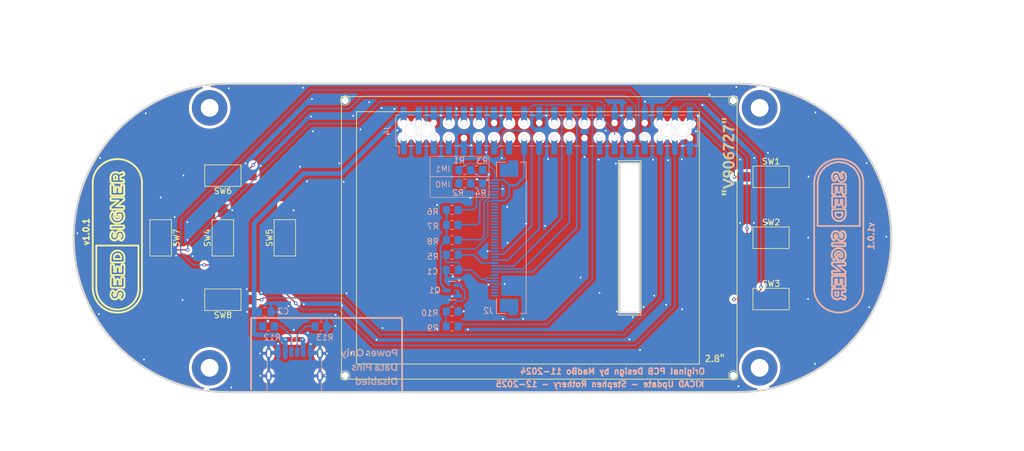
<source format=kicad_pcb>
(kicad_pcb (version 20241229) (generator "pcbnew") (generator_version "9.0")
  (layers (0 "F.Cu" signal) (2 "B.Cu" signal) (13 "F.Paste" user) (15 "B.Paste" user) (5 "F.SilkS" user "F.Silkscreen") (7 "B.SilkS" user "B.Silkscreen") (1 "F.Mask" user) (3 "B.Mask" user) (25 "Edge.Cuts" user))
  (net 0 "")
  (net 1 "+5V")
  (net 2 "GND")
  (net 3 "Net-(J1-CC2)")
  (net 4 "Net-(J1-CC1)")
  (net 5 "Key1")
  (net 6 "Key2")
  (net 7 "Key3")
  (net 8 "JoystickPress")
  (net 9 "JoystickRight")
  (net 10 "JoystickUp")
  (net 11 "JoystickLeft")
  (net 12 "JoystickDown")
  (net 13 "unconnected-(J4-GPIO14{slash}TXD-Pad8)")
  (net 14 "unconnected-(J4-GPIO23-Pad16)")
  (net 15 "unconnected-(J4-GPIO17-Pad11)")
  (net 16 "LCD_SCLK")
  (net 17 "unconnected-(J4-GCLK0{slash}GPIO4-Pad7)")
  (net 18 "LCD_MOSI")
  (net 19 "unconnected-(J4-~{CE1}{slash}GPIO7-Pad26)")
  (net 20 "unconnected-(J4-ID_SD{slash}GPIO0-Pad27)")
  (net 21 "LCD_DC")
  (net 22 "LCD_CS")
  (net 23 "unconnected-(J4-GPIO15{slash}RXD-Pad10)")
  (net 24 "LCD_RST")
  (net 25 "unconnected-(J4-SCL{slash}GPIO3-Pad5)")
  (net 26 "unconnected-(J4-SDA{slash}GPIO2-Pad3)")
  (net 27 "LCD_BL")
  (net 28 "unconnected-(J4-GPIO22-Pad15)")
  (net 29 "unconnected-(J4-MISO0{slash}GPIO9-Pad21)")
  (net 30 "unconnected-(J4-ID_SC{slash}GPIO1-Pad28)")
  (net 31 "unconnected-(J4-PWM0{slash}GPIO12-Pad32)")
  (net 32 "unconnected-(J4-GPIO18{slash}PWM0-Pad12)")
  (net 57 "+3.3V")
  (net 58 "Net-(J2-Pad06)")
  (net 59 "Net-(J2-Pad02)")
  (net 60 "Net-(J2-Pad05)")
  (net 61 "Net-(J2-Pad07)")
  (net 62 "Net-(J2-Pad03)")
  (net 63 "Net-(J2-Pad29)")
  (net 64 "Net-(Q1-G)")
  (net 65 "Net-(Q1-D)")
  (footprint "Button_Switch_SMD:SW_SPST_FSMSM" (layer "F.Cu") (at 84.47 98.544 90)
    (property "Reference" "SW4")
    (property "Value" "SW_Push")
  )
  (footprint "Button_Switch_SMD:SW_SPST_FSMSM" (layer "F.Cu") (at 84.47 108.97 180)
    (property "Reference" "SW8")
    (property "Value" "SW_Push")
  )
  (footprint "Button_Switch_SMD:SW_SPST_FSMSM" (layer "F.Cu") (at 73.98 98.544 90)
    (property "Reference" "SW7")
    (property "Value" "SW_Push")
  )
  (footprint "Button_Switch_SMD:SW_SPST_FSMSM" (layer "F.Cu") (at 94.92 98.544 90)
    (property "Reference" "SW5")
    (property "Value" "SW_Push")
  )
  (footprint "Button_Switch_SMD:SW_SPST_FSMSM" (layer "F.Cu") (at 84.47 88.05 180)
    (property "Reference" "SW6")
    (property "Value" "SW_Push")
  )
  (footprint "Button_Switch_SMD:SW_SPST_FSMSM" (layer "F.Cu") (at 176.88 108.86)
    (property "Reference" "SW3")
    (property "Value" "SW_Push")
  )
  (footprint "Button_Switch_SMD:SW_SPST_FSMSM" (layer "F.Cu") (at 176.88 98.53)
    (property "Reference" "SW2")
    (property "Value" "SW_Push")
  )
  (footprint "Button_Switch_SMD:SW_SPST_FSMSM" (layer "F.Cu") (at 176.88 88.26)
    (property "Reference" "SW1")
    (property "Value" "SW_Push")
  )
  (footprint "Resistor_SMD:R_0805_2012Metric_Pad1.20x1.40mm_HandSolder" (layer "B.Cu") (at 123.14 113.47)
    (property "Reference" "R9")
    (property "Value" "330R")
  )
  (footprint "Resistor_SMD:R_0805_2012Metric_Pad1.20x1.40mm_HandSolder" (layer "B.Cu") (at 125.24 87.12 180)
    (property "Reference" "R1")
    (property "Value" "0R")
  )
  (footprint "Resistor_SMD:R_0805_2012Metric_Pad1.20x1.40mm_HandSolder" (layer "B.Cu") (at 100.99 113.47)
    (property "Reference" "R13")
    (property "Value" "5k1")
  )
  (footprint "Resistor_SMD:R_0805_2012Metric_Pad1.20x1.40mm_HandSolder" (layer "B.Cu") (at 123.14 96.38)
    (property "Reference" "R7")
    (property "Value" "47R")
  )
  (footprint "Capacitor_SMD:C_0805_2012Metric_Pad1.18x1.45mm_HandSolder" (layer "B.Cu") (at 123.14 103.94)
    (property "Reference" "C1")
    (property "Value" "100n")
  )
  (footprint "Resistor_SMD:R_0805_2012Metric_Pad1.20x1.40mm_HandSolder" (layer "B.Cu") (at 123.14 93.85)
    (property "Reference" "R6")
    (property "Value" "47R")
  )
  (footprint "Resistor_SMD:R_0805_2012Metric_Pad1.20x1.40mm_HandSolder" (layer "B.Cu") (at 127.25 89.36 180)
    (property "Reference" "R4")
    (property "Value" "0R")
  )
  (footprint "Resistor_SMD:R_0805_2012Metric_Pad1.20x1.40mm_HandSolder" (layer "B.Cu") (at 127.25 87.12)
    (property "Reference" "R3")
    (property "Value" "0R")
  )
  (footprint "Seedsigner-plus-library:AMPHENOL_62684-402100ALF" (layer "B.Cu") (at 133.875 98.54 -90)
    (property "Reference" "J2")
    (property "Value" "62684-402100ALF")
  )
  (footprint "Connector_PinSocket_2.54mm:PinSocket_2x20_P2.54mm_Vertical_SMD" (layer "B.Cu") (at 139.07 80.46 -90)
    (property "Reference" "J4")
    (property "Value" "Raspberry_Pi_2_3")
  )
  (footprint "Resistor_SMD:R_0805_2012Metric_Pad1.20x1.40mm_HandSolder" (layer "B.Cu") (at 125.24 89.36 180)
    (property "Reference" "R2")
    (property "Value" "0R")
  )
  (footprint "Resistor_SMD:R_0805_2012Metric_Pad1.20x1.40mm_HandSolder" (layer "B.Cu") (at 92.13 113.46 180)
    (property "Reference" "R12")
    (property "Value" "5K1")
  )
  (footprint "Resistor_SMD:R_0805_2012Metric_Pad1.20x1.40mm_HandSolder" (layer "B.Cu") (at 123.14 98.93)
    (property "Reference" "R8")
    (property "Value" "47R")
  )
  (footprint "Resistor_SMD:R_0805_2012Metric_Pad1.20x1.40mm_HandSolder" (layer "B.Cu") (at 123.14 101.41)
    (property "Reference" "R5")
    (property "Value" "10k")
  )
  (footprint "Capacitor_SMD:C_0805_2012Metric_Pad1.18x1.45mm_HandSolder" (layer "B.Cu") (at 91.54 111.04)
    (property "Reference" "C2")
    (property "Value" "100n")
  )
  (footprint "Resistor_SMD:R_0805_2012Metric_Pad1.20x1.40mm_HandSolder" (layer "B.Cu") (at 123.14 110.94)
    (property "Reference" "R10")
    (property "Value" "33k")
  )
  (footprint "Package_TO_SOT_SMD:SOT-23" (layer "B.Cu") (at 123.14 107.44 180)
    (property "Reference" "Q1")
    (property "Value" "Q_NMOS_GSD")
  )
  (footprint "Connector_USB:USB_C_Receptacle_HRO_TYPE-C-31-M-17" (layer "B.Cu") (at 96.51 121.01 180)
    (property "Reference" "J1")
    (property "Value" "USB_C_Receptacle_PowerOnly_6P")
  )
  (gr_poly (pts (xy 99.79378 117.71508) (xy 99.80877 117.72693) (xy 99.82339 117.73924) (xy 99.83761 117.752) (xy 99.85144 117.76519) (xy 99.86485 117.7788) (xy 99.87783 117.79282) (xy 99.89038 117.80724) (xy 99.90247 117.82203) (xy 99.91409 117.8372) (xy 99.92524 117.85272) (xy 99.93591 117.86857) (xy 99.93591 117.7149) (xy 99.79392 117.7149)) (fill yes) (layer "F.Cu") (net 2))
  (gr_poly (pts (xy 93.12109 117.7149) (xy 93.12109 117.86857) (xy 93.12085 117.86841) (xy 93.13262 117.85099) (xy 93.14497 117.83397) (xy 93.1579 117.81739) (xy 93.17139 117.80125) (xy 93.18542 117.78559) (xy 93.19997 117.77041) (xy 93.21503 117.75573) (xy 93.23058 117.74158) (xy 93.2466 117.72796) (xy 93.26308 117.7149)) (fill yes) (layer "F.Cu") (net 2))
  (gr_poly (pts (xy 138.31353 82.304) (xy 137.29347 82.304) (xy 137.29347 84.304) (xy 138.31353 84.304)) (fill yes) (layer "B.Cu") (net 18))
  (gr_poly (pts (xy 136.97296 78.1577) (xy 136.97411 78.16573) (xy 136.97511 78.17378) (xy 136.97597 78.18184) (xy 136.97597 78.15771) (xy 136.97292 78.15771)) (fill yes) (layer "B.Cu") (net 2))
  (gr_poly (pts (xy 120.53353 76.589) (xy 119.51347 76.589) (xy 119.51347 78.589) (xy 120.53353 78.589)) (fill yes) (layer "B.Cu") (net 2))
  (gr_poly (pts (xy 130.69353 82.304) (xy 129.67347 82.304) (xy 129.67347 84.304) (xy 130.69353 84.304)) (fill yes) (layer "B.Cu") (net 24))
  (gr_poly (pts (xy 123.07353 76.589) (xy 122.05347 76.589) (xy 122.05347 78.589) (xy 123.07353 78.589)) (fill yes) (layer "B.Cu") (net 13))
  (gr_poly (pts (xy 133.23353 76.589) (xy 132.21347 76.589) (xy 132.21347 78.589) (xy 133.23353 78.589)) (fill yes) (layer "B.Cu") (net 14))
  (gr_poly (pts (xy 117.99353 76.589) (xy 116.97347 76.589) (xy 116.97347 78.589) (xy 117.99353 78.589)) (fill yes) (layer "B.Cu") (net 1))
  (gr_poly (pts (xy 151.01353 76.589) (xy 149.99347 76.589) (xy 149.99347 78.589) (xy 151.01353 78.589)) (fill yes) (layer "B.Cu") (net 2))
  (gr_poly (pts (xy 125.61353 76.589) (xy 124.59347 76.589) (xy 124.59347 78.589) (xy 125.61353 78.589)) (fill yes) (layer "B.Cu") (net 23))
  (gr_poly (pts (xy 128.15353 76.589) (xy 127.13347 76.589) (xy 127.13347 78.589) (xy 128.15353 78.589)) (fill yes) (layer "B.Cu") (net 32))
  (gr_poly (pts (xy 135.77353 76.589) (xy 134.75347 76.589) (xy 134.75347 78.589) (xy 135.77353 78.589)) (fill yes) (layer "B.Cu") (net 27))
  (gr_poly (pts (xy 148.47353 76.589) (xy 147.45347 76.589) (xy 147.45347 78.589) (xy 148.47353 78.589)) (fill yes) (layer "B.Cu") (net 30))
  (gr_poly (pts (xy 123.07353 82.304) (xy 122.05347 82.304) (xy 122.05347 84.304) (xy 123.07353 84.304)) (fill yes) (layer "B.Cu") (net 17))
  (gr_poly (pts (xy 135.77353 82.304) (xy 134.75347 82.304) (xy 134.75347 84.304) (xy 135.77353 84.304)) (fill yes) (layer "B.Cu") (net 57))
  (gr_poly (pts (xy 140.85353 82.304) (xy 139.83347 82.304) (xy 139.83347 84.304) (xy 140.85353 84.304)) (fill yes) (layer "B.Cu") (net 29))
  (gr_poly (pts (xy 140.85353 76.589) (xy 139.83347 76.589) (xy 139.83347 78.589) (xy 140.85353 78.589)) (fill yes) (layer "B.Cu") (net 21))
  (gr_poly (pts (xy 163.71353 82.304) (xy 162.69347 82.304) (xy 162.69347 84.304) (xy 163.71353 84.304)) (fill yes) (layer "B.Cu") (net 2))
  (gr_poly (pts (xy 115.45353 82.304) (xy 114.43347 82.304) (xy 114.43347 84.304) (xy 115.45353 84.304)) (fill yes) (layer "B.Cu") (net 57))
  (gr_poly (pts (xy 128.15353 82.304) (xy 127.13347 82.304) (xy 127.13347 84.304) (xy 128.15353 84.304)) (fill yes) (layer "B.Cu") (net 15))
  (gr_poly (pts (xy 133.23353 82.304) (xy 132.21347 82.304) (xy 132.21347 84.304) (xy 133.23353 84.304)) (fill yes) (layer "B.Cu") (net 28))
  (gr_poly (pts (xy 158.63353 82.304) (xy 157.61347 82.304) (xy 157.61347 84.304) (xy 158.63353 84.304)) (fill yes) (layer "B.Cu") (net 12))
  (gr_poly (pts (xy 134.2903 108.82224) (xy 131.17042 108.82224) (xy 131.17042 111.06227) (xy 134.2903 111.06227)) (fill yes) (layer "B.Cu") (net 55))
  (gr_poly (pts (xy 153.55353 82.304) (xy 152.53347 82.304) (xy 152.53347 84.304) (xy 153.55353 84.304)) (fill yes) (layer "B.Cu") (net 10))
  (gr_poly (pts (xy 143.39353 82.304) (xy 142.37347 82.304) (xy 142.37347 84.304) (xy 143.39353 84.304)) (fill yes) (layer "B.Cu") (net 16))
  (gr_poly (pts (xy 120.53353 82.304) (xy 119.51347 82.304) (xy 119.51347 84.304) (xy 120.53353 84.304)) (fill yes) (layer "B.Cu") (net 25))
  (gr_poly (pts (xy 161.17353 76.589) (xy 160.15347 76.589) (xy 160.15347 78.589) (xy 161.17353 78.589)) (fill yes) (layer "B.Cu") (net 6))
  (gr_poly (pts (xy 143.39353 76.589) (xy 142.37347 76.589) (xy 142.37347 78.589) (xy 143.39353 78.589)) (fill yes) (layer "B.Cu") (net 22))
  (gr_poly (pts (xy 145.93353 76.589) (xy 144.91347 76.589) (xy 144.91347 78.589) (xy 145.93353 78.589)) (fill yes) (layer "B.Cu") (net 19))
  (gr_poly (pts (xy 156.09353 82.304) (xy 155.07347 82.304) (xy 155.07347 84.304) (xy 156.09353 84.304)) (fill yes) (layer "B.Cu") (net 8))
  (gr_poly (pts (xy 156.09353 76.589) (xy 155.07347 76.589) (xy 155.07347 78.589) (xy 156.09353 78.589)) (fill yes) (layer "B.Cu") (net 2))
  (gr_poly (pts (xy 153.55353 76.589) (xy 152.53347 76.589) (xy 152.53347 78.589) (xy 153.55353 78.589)) (fill yes) (layer "B.Cu") (net 31))
  (gr_poly (pts (xy 163.71353 76.589) (xy 162.69347 76.589) (xy 162.69347 78.589) (xy 163.71353 78.589)) (fill yes) (layer "B.Cu") (net 5))
  (gr_poly (pts (xy 115.45353 76.589) (xy 114.43347 76.589) (xy 114.43347 78.589) (xy 115.45353 78.589)) (fill yes) (layer "B.Cu") (net 1))
  (gr_poly (pts (xy 145.93353 82.304) (xy 144.91347 82.304) (xy 144.91347 84.304) (xy 145.93353 84.304)) (fill yes) (layer "B.Cu") (net 2))
  (gr_poly (pts (xy 125.61353 82.304) (xy 124.59347 82.304) (xy 124.59347 84.304) (xy 125.61353 84.304)) (fill yes) (layer "B.Cu") (net 2))
  (gr_poly (pts (xy 134.2903 86.02828) (xy 131.17042 86.02828) (xy 131.17042 88.26831) (xy 134.2903 88.26831)) (fill yes) (layer "B.Cu") (net 51))
  (gr_poly (pts (xy 158.63353 76.589) (xy 157.61347 76.589) (xy 157.61347 78.589) (xy 158.63353 78.589)) (fill yes) (layer "B.Cu") (net 7))
  (gr_poly (pts (xy 138.31353 76.589) (xy 137.29347 76.589) (xy 137.29347 78.589) (xy 138.31353 78.589)) (fill yes) (layer "B.Cu") (net 2))
  (gr_poly (pts (xy 130.69353 76.589) (xy 129.67347 76.589) (xy 129.67347 78.589) (xy 130.69353 78.589)) (fill yes) (layer "B.Cu") (net 2))
  (gr_poly (pts (xy 117.99353 82.304) (xy 116.97347 82.304) (xy 116.97347 84.304) (xy 117.99353 84.304)) (fill yes) (layer "B.Cu") (net 26))
  (gr_line (start 169.02874 81.82064) (end 169.03458 81.85442) (stroke (width 0.0254)) (layer "F.SilkS"))
  (gr_circle (center 170.5 121.73) (end 171.02 122.352456) (stroke (width 0.1)) (fill no) (layer "F.SilkS"))
  (gr_line (start 169.0234 81.18208) (end 169.4613 81.18208) (stroke (width 0.0254)) (layer "F.SilkS"))
  (gr_line (start 67.33196 99.01136) (end 67.239 98.97758) (stroke (width 0.3048)) (layer "F.SilkS"))
  (gr_line (start 169.06963 84.45589) (end 169.08589 84.51609) (stroke (width 0.0254)) (layer "F.SilkS"))
  (gr_line (start 170.35411 88.03653) (end 170.62919 88.03653) (stroke (width 0.0254)) (layer "F.SilkS"))
  (gr_line (start 166.36021 118.49265) (end 166.59542 118.49265) (stroke (width 0.0254)) (layer "F.SilkS"))
  (gr_line (start 170.67085 86.30018) (end 170.66627 86.33549) (stroke (width 0.0254)) (layer "F.SilkS"))
  (gr_line (start 168.78642 85.9898) (end 169.20882 85.9898) (stroke (width 0.0254)) (layer "F.SilkS"))
  (gr_line (start 67.79119 93.25013) (end 67.81761 93.30144) (stroke (width 0.3048)) (layer "F.SilkS"))
  (gr_line (start 168.83824 86.55368) (end 168.82071 86.52421) (stroke (width 0.0254)) (layer "F.SilkS"))
  (gr_line (start 169.49305 84.82063) (end 169.48568 84.78558) (stroke (width 0.0254)) (layer "F.SilkS"))
  (gr_line (start 169.33912 86.8379) (end 169.29391 86.82749) (stroke (width 0.0254)) (layer "F.SilkS"))
  (gr_line (start 170.34471 86.37054) (end 170.65916 86.37054) (stroke (width 0.0254)) (layer "F.SilkS"))
  (gr_line (start 67.43636 103.03929) (end 67.59765 103.01821) (stroke (width 0.3048)) (layer "F.SilkS"))
  (gr_line (start 65.55498 91.24963) (end 65.5405 91.10993) (stroke (width 0.3048)) (layer "F.SilkS"))
  (gr_line (start 65.92785 98.91941) (end 65.81203 98.8554) (stroke (width 0.3048)) (layer "F.SilkS"))
  (gr_line (start 67.6426 98.8107) (end 67.54685 98.90163) (stroke (width 0.3048)) (layer "F.SilkS"))
  (gr_line (start 168.74705 87.89378) (end 169.03102 87.89378) (stroke (width 0.0254)) (layer "F.SilkS"))
  (gr_line (start 166.85475 119.4007) (end 166.85297 119.38699) (stroke (width 0.0254)) (layer "F.SilkS"))
  (gr_line (start 67.12216 95.36138) (end 67.02259 95.44368) (stroke (width 0.3048)) (layer "F.SilkS"))
  (gr_line (start 166.21848 118.84978) (end 166.4834 118.84978) (stroke (width 0.0254)) (layer "F.SilkS"))
  (gr_line (start 67.80669 104.76548) (end 67.75462 104.7957) (stroke (width 0.3048)) (layer "F.SilkS"))
  (gr_line (start 66.04672 89.66416) (end 66.07695 89.71496) (stroke (width 0.3048)) (layer "F.SilkS"))
  (gr_line (start 66.66166 95.54959) (end 66.79221 95.53766) (stroke (width 0.3048)) (layer "F.SilkS"))
  (gr_line (start 66.05155 108.12107) (end 66.06349 108.21429) (stroke (width 0.3048)) (layer "F.SilkS"))
  (gr_line (start 170.22685 87.70506) (end 170.19028 87.66112) (stroke (width 0.0254)) (layer "F.SilkS"))
  (gr_line (start 65.79018 97.49625) (end 65.86003 97.47187) (stroke (width 0.3048)) (layer "F.SilkS"))
  (gr_line (start 167.32948 119.2544) (end 167.55579 119.2544) (stroke (width 0.0254)) (layer "F.SilkS"))
  (gr_line (start 168.77372 81.45894) (end 168.79429 81.40611) (stroke (width 0.0254)) (layer "F.SilkS"))
  (gr_line (start 167.34624 118.61178) (end 167.56316 118.61178) (stroke (width 0.0254)) (layer "F.SilkS"))
  (gr_line (start 67.80186 94.4866) (end 67.85317 94.70073) (stroke (width 0.3048)) (layer "F.SilkS"))
  (gr_line (start 168.3724 118.3499) (end 168.5817 118.3499) (stroke (width 0.0254)) (layer "F.SilkS"))
  (gr_line (start 67.37844 108.20133) (end 67.39038 108.1292) (stroke (width 0.3048)) (layer "F.SilkS"))
  (gr_line (start 170.00079 89.51227) (end 170.63554 89.51227) (stroke (width 0.0254)) (layer "F.SilkS"))
  (gr_line (start 168.78109 83.32432) (end 169.05947 83.32432) (stroke (width 0.0254)) (layer "F.SilkS"))
  (gr_line (start 170.36274 86.34692) (end 170.66399 86.34692) (stroke (width 0.0254)) (layer "F.SilkS"))
  (gr_line (start 168.74349 118.52669) (end 168.73079 118.42788) (stroke (width 0.0254)) (layer "F.SilkS"))
  (gr_line (start 170.64011 88.18563) (end 170.64138 88.25573) (stroke (width 0.0254)) (layer "F.SilkS"))
  (gr_line (start 168.78109 83.13382) (end 169.05947 83.13382) (stroke (width 0.0254)) (layer "F.SilkS"))
  (gr_line (start 169.47552 87.45741) (end 169.42421 87.45893) (stroke (width 0.0254)) (layer "F.SilkS"))
  (gr_line (start 168.601 78.46911) (end 169.34217 78.46911) (stroke (width 0.0254)) (layer "F.SilkS"))
  (gr_line (start 67.75411 91.76372) (end 67.79119 91.79547) (stroke (width 0.3048)) (layer "F.SilkS"))
  (gr_line (start 168.601 91.3685) (end 168.92409 91.3685) (stroke (width 0.0254)) (layer "F.SilkS"))
  (gr_line (start 169.54944 89.67889) (end 170.43082 89.67889) (stroke (width 0.0254)) (layer "F.SilkS"))
  (gr_line (start 167.35081 118.5051) (end 167.3597 118.47309) (stroke (width 0.0254)) (layer "F.SilkS"))
  (gr_line (start 170.16132 87.63191) (end 170.52073 87.63191) (stroke (width 0.0254)) (layer "F.SilkS"))
  (gr_line (start 67.14756 101.4175) (end 67.0584 101.338) (stroke (width 0.3048)) (layer "F.SilkS"))
  (gr_line (start 67.46049 97.42183) (end 67.59815 97.51606) (stroke (width 0.3048)) (layer "F.SilkS"))
  (gr_line (start 67.89457 107.97451) (end 67.90499 108.1165) (stroke (width 0.3048)) (layer "F.SilkS"))
  (gr_line (start 168.13999 119.04028) (end 168.14685 119.06187) (stroke (width 0.0254)) (layer "F.SilkS"))
  (gr_line (start 169.10138 85.06168) (end 170.56036 85.06168) (stroke (width 0.0254)) (layer "F.SilkS"))
  (gr_line (start 165.86745 119.30215) (end 165.87914 119.26507) (stroke (width 0.0254)) (layer "F.SilkS"))
  (gr_line (start 169.24997 86.8158) (end 169.2073 86.8026) (stroke (width 0.0254)) (layer "F.SilkS"))
  (gr_line (start 169.82553 89.25319) (end 169.73613 89.21966) (stroke (width 0.0254)) (layer "F.SilkS"))
  (gr_line (start 70.7414 88.41524) (end 70.6746 88.15337) (stroke (width 0.3048)) (layer "F.SilkS"))
  (gr_line (start 168.78109 79.92072) (end 169.05947 79.92072) (stroke (width 0.0254)) (layer "F.SilkS"))
  (gr_line (start 66.65277 98.80105) (end 66.52932 98.89071) (stroke (width 0.3048)) (layer "F.SilkS"))
  (gr_line (start 67.3152 102.12921) (end 67.3152 101.82517) (stroke (width 0.3048)) (layer "F.SilkS"))
  (gr_line (start 169.76711 84.53641) (end 169.75391 84.56587) (stroke (width 0.0254)) (layer "F.SilkS"))
  (gr_line (start 166.92612 119.49646) (end 166.91444 119.49062) (stroke (width 0.0254)) (layer "F.SilkS"))
  (gr_line (start 169.41609 89.72639) (end 170.32109 89.72639) (stroke (width 0.0254)) (layer "F.SilkS"))
  (gr_line (start 170.63554 83.20215) (end 170.63554 83.53463) (stroke (width 0.0254)) (layer "F.SilkS"))
  (gr_line (start 169.16056 87.52192) (end 169.12678 87.54097) (stroke (width 0.0254)) (layer "F.SilkS"))
  (gr_line (start 169.04321 90.53944) (end 169.19282 90.55849) (stroke (width 0.0254)) (layer "F.SilkS"))
  (gr_line (start 66.79628 107.35932) (end 66.95198 107.29938) (stroke (width 0.3048)) (layer "F.SilkS"))
  (gr_line (start 166.35412 118.68315) (end 166.5817 118.68315) (stroke (width 0.0254)) (layer "F.SilkS"))
  (gr_line (start 166.48289 118.29631) (end 166.50804 118.31765) (stroke (width 0.0254)) (layer "F.SilkS"))
  (gr_line (start 66.47878 100.70249) (end 66.70839 100.68116) (stroke (width 0.3048)) (layer "F.SilkS"))
  (gr_line (start 167.13415 119.34203) (end 167.13618 119.35574) (stroke (width 0.0254)) (layer "F.SilkS"))
  (gr_line (start 168.10773 118.43982) (end 168.11738 118.46903) (stroke (width 0.0254)) (layer "F.SilkS"))
  (gr_line (start 167.62335 118.43296) (end 167.61065 118.44363) (stroke (width 0.0254)) (layer "F.SilkS"))
  (gr_line (start 67.29285 97.97123) (end 67.21842 97.91662) (stroke (width 0.3048)) (layer "F.SilkS"))
  (gr_line (start 169.18622 85.65655) (end 170.22762 85.65655) (stroke (width 0.0254)) (layer "F.SilkS"))
  (gr_line (start 167.10469 119.46319) (end 167.09503 119.47309) (stroke (width 0.0254)) (layer "F.SilkS"))
  (gr_line (start 170.0234 84.3901) (end 169.98682 84.3929) (stroke (width 0.0254)) (layer "F.SilkS"))
  (gr_line (start 169.42421 87.45893) (end 169.37443 87.46477) (stroke (width 0.0254)) (layer "F.SilkS"))
  (gr_line (start 168.72013 118.13223) (end 168.9378 118.13223) (stroke (width 0.0254)) (layer "F.SilkS"))
  (gr_line (start 67.83869 96.73069) (end 67.83133 96.82899) (stroke (width 0.3048)) (layer "F.SilkS"))
  (gr_line (start 167.91647 118.59705) (end 167.91723 118.57749) (stroke (width 0.0254)) (layer "F.SilkS"))
  (gr_line (start 170.21669 84.08251) (end 170.2708 84.09851) (stroke (width 0.0254)) (layer "F.SilkS"))
  (gr_line (start 67.5852 108.84116) (end 67.5504 108.86885) (stroke (width 0.3048)) (layer "F.SilkS"))
  (gr_line (start 167.42701 118.35371) (end 167.4514 118.32933) (stroke (width 0.0254)) (layer "F.SilkS"))
  (gr_line (start 170.31321 87.8699) (end 170.6015 87.8699) (stroke (width 0.0254)) (layer "F.SilkS"))
  (gr_line (start 169.64392 89.18588) (end 169.54867 89.15235) (stroke (width 0.0254)) (layer "F.SilkS"))
  (gr_line (start 66.86536 89.97353) (end 66.9182 90.01087) (stroke (width 0.3048)) (layer "F.SilkS"))
  (gr_line (start 167.81081 119.33034) (end 167.83138 119.32349) (stroke (width 0.0254)) (layer "F.SilkS"))
  (gr_line (start 67.75411 93.70149) (end 67.66927 93.73095) (stroke (width 0.3048)) (layer "F.SilkS"))
  (gr_line (start 170.36325 81.18208) (end 170.63554 81.18208) (stroke (width 0.0254)) (layer "F.SilkS"))
  (gr_line (start 65.5405 96.72739) (end 65.54787 96.62884) (stroke (width 0.3048)) (layer "F.SilkS"))
  (gr_line (start 63.65607 109.81296) (end 63.86105 110.01947) (stroke (width 0.3048)) (layer "F.SilkS"))
  (gr_line (start 66.94842 90.06294) (end 66.9182 90.01087) (stroke (width 0.3048)) (layer "F.SilkS"))
  (gr_line (start 168.83239 78.67129) (end 168.76356 78.67282) (stroke (width 0.0254)) (layer "F.SilkS"))
  (gr_line (start 168.96447 86.67991) (end 170.45291 86.67991) (stroke (width 0.0254)) (layer "F.SilkS"))
  (gr_line (start 68.04088 85.47392) (end 67.7884 85.39925) (stroke (width 0.3048)) (layer "F.SilkS"))
  (gr_line (start 66.15823 108.34103) (end 66.23519 108.3578) (stroke (width 0.3048)) (layer "F.SilkS"))
  (gr_line (start 66.12013 98.40201) (end 66.19709 98.41878) (stroke (width 0.3048)) (layer "F.SilkS"))
  (gr_line (start 170.41481 82.2532) (end 170.63554 82.2532) (stroke (width 0.0254)) (layer "F.SilkS"))
  (gr_line (start 66.02386 98.08934) (end 66.0137 98.18205) (stroke (width 0.3048)) (layer "F.SilkS"))
  (gr_line (start 67.85749 98.32099) (end 67.83056 98.45662) (stroke (width 0.3048)) (layer "F.SilkS"))
  (gr_line (start 63.9944 109.34611) (end 63.83057 109.13504) (stroke (width 0.3048)) (layer "F.SilkS"))
  (gr_line (start 168.97082 87.27504) (end 170.19587 87.27504) (stroke (width 0.0254)) (layer "F.SilkS"))
  (gr_line (start 170.09655 83.43202) (end 169.9853 83.39976) (stroke (width 0.0254)) (layer "F.SilkS"))
  (gr_line (start 169.05947 79.90904) (end 169.05947 80.76298) (stroke (width 0.0254)) (layer "F.SilkS"))
  (gr_line (start 67.77291 97.76422) (end 67.82498 97.89782) (stroke (width 0.3048)) (layer "F.SilkS"))
  (gr_line (start 67.63625 107.45508) (end 67.73862 107.57421) (stroke (width 0.3048)) (layer "F.SilkS"))
  (gr_line (start 169.78642 81.8247) (end 170.21847 81.8247) (stroke (width 0.0254)) (layer "F.SilkS"))
  (gr_line (start 168.78109 83.49069) (end 169.05947 83.49069) (stroke (width 0.0254)) (layer "F.SilkS"))
  (gr_line (start 167.46308 119.44261) (end 167.44759 119.43194) (stroke (width 0.0254)) (layer "F.SilkS"))
  (gr_line (start 66.99338 97.97834) (end 67.04799 97.9184) (stroke (width 0.3048)) (layer "F.SilkS"))
  (gr_line (start 167.34522 118.59705) (end 167.34421 118.57342) (stroke (width 0.0254)) (layer "F.SilkS"))
  (gr_line (start 66.05434 98.01441) (end 66.02386 98.08934) (stroke (width 0.3048)) (layer "F.SilkS"))
  (gr_line (start 170.40034 84.72843) (end 170.67313 84.72843) (stroke (width 0.0254)) (layer "F.SilkS"))
  (gr_line (start 67.26414 85.29765) (end 66.99338 85.27148) (stroke (width 0.3048)) (layer "F.SilkS"))
  (gr_line (start 168.38129 118.44515) (end 168.57128 118.44515) (stroke (width 0.0254)) (layer "F.SilkS"))
  (gr_line (start 168.76356 79.20012) (end 168.601 79.20012) (stroke (width 0.0254)) (layer "F.SilkS"))
  (gr_line (start 65.25424 110.88459) (end 65.7216 111.02785) (stroke (width 0.3048)) (layer "F.SilkS"))
  (gr_line (start 66.45236 105.66083) (end 66.48208 105.57777) (stroke (width 0.3048)) (layer "F.SilkS"))
  (gr_line (start 169.00384 87.25091) (end 169.06531 87.21712) (stroke (width 0.0254)) (layer "F.SilkS"))
  (gr_line (start 169.07115 87.59076) (end 169.04779 87.61997) (stroke (width 0.0254)) (layer "F.SilkS"))
  (gr_line (start 167.3691 118.70677) (end 167.62361 118.70677) (stroke (width 0.0254)) (layer "F.SilkS"))
  (gr_line (start 168.78109 79.82572) (end 169.49508 79.82572) (stroke (width 0.0254)) (layer "F.SilkS"))
  (gr_line (start 168.78109 82.9672) (end 169.05947 82.9672) (stroke (width 0.0254)) (layer "F.SilkS"))
  (gr_line (start 168.601 79.20012) (end 168.601 78.87348) (stroke (width 0.0254)) (layer "F.SilkS"))
  (gr_line (start 167.53064 119.18099) (end 167.53268 119.19471) (stroke (width 0.0254)) (layer "F.SilkS"))
  (gr_line (start 170.39068 84.58568) (end 170.67059 84.58568) (stroke (width 0.0254)) (layer "F.SilkS"))
  (gr_line (start 170.02772 86.84806) (end 169.97793 86.85543) (stroke (width 0.0254)) (layer "F.SilkS"))
  (gr_line (start 67.10158 97.34029) (end 67.2931 97.36061) (stroke (width 0.3048)) (layer "F.SilkS"))
  (gr_line (start 68.04697 110.93361) (end 68.29335 110.84344) (stroke (width 0.3048)) (layer "F.SilkS"))
  (gr_line (start 151.1385 111.57039) (end 154.9485 111.57039) (stroke (width 0.127)) (layer "F.SilkS"))
  (gr_line (start 168.7473 81.84426) (end 168.74299 81.80159) (stroke (width 0.0254)) (layer "F.SilkS"))
  (gr_line (start 65.59689 91.78709) (end 65.66267 91.74798) (stroke (width 0.3048)) (layer "F.SilkS"))
  (gr_line (start 65.71703 104.79951) (end 65.63372 104.75481) (stroke (width 0.3048)) (layer "F.SilkS"))
  (gr_line (start 168.12831 118.52567) (end 168.12932 118.55412) (stroke (width 0.0254)) (layer "F.SilkS"))
  (gr_line (start 170.21517 85.2852) (end 170.14049 85.304) (stroke (width 0.0254)) (layer "F.SilkS"))
  (gr_line (start 168.87786 87.35936) (end 168.8997 87.33447) (stroke (width 0.0254)) (layer "F.SilkS"))
  (gr_line (start 169.88548 85.32762) (end 169.81969 85.32609) (stroke (width 0.0254)) (layer "F.SilkS"))
  (gr_line (start 65.49961 98.20567) (end 65.51154 98.02584) (stroke (width 0.3048)) (layer "F.SilkS"))
  (gr_line (start 168.88065 82.18411) (end 168.83976 82.11528) (stroke (width 0.0254)) (layer "F.SilkS"))
  (gr_line (start 169.42421 88.06091) (end 169.458 88.05355) (stroke (width 0.0254)) (layer "F.SilkS"))
  (gr_line (start 169.69752 80.25397) (end 170.63554 80.25397) (stroke (width 0.0254)) (layer "F.SilkS"))
  (gr_line (start 169.16361 89.81427) (end 169.35817 89.74696) (stroke (width 0.0254)) (layer "F.SilkS"))
  (gr_line (start 169.99978 89.51252) (end 170.08182 89.48052) (stroke (width 0.0254)) (layer "F.SilkS"))
  (gr_line (start 167.68482 119.33441) (end 167.71022 119.3372) (stroke (width 0.0254)) (layer "F.SilkS"))
  (gr_line (start 169.73333 84.71218) (end 169.73486 84.75028) (stroke (width 0.0254)) (layer "F.SilkS"))
  (gr_line (start 67.49884 107.3611) (end 67.63625 107.45508) (stroke (width 0.3048)) (layer "F.SilkS"))
  (gr_line (start 107.006 119.82539) (end 164.791 119.82539) (stroke (width 0.127)) (layer "F.SilkS"))
  (gr_line (start 166.3785 118.56403) (end 166.60177 118.56403) (stroke (width 0.0254)) (layer "F.SilkS"))
  (gr_line (start 170.36325 81.68196) (end 170.63554 81.68196) (stroke (width 0.0254)) (layer "F.SilkS"))
  (gr_line (start 65.58876 108.46168) (end 65.55015 108.31233) (stroke (width 0.3048)) (layer "F.SilkS"))
  (gr_line (start 170.33531 84.49551) (end 170.31347 84.47367) (stroke (width 0.0254)) (layer "F.SilkS"))
  (gr_line (start 169.54867 89.15235) (end 169.35817 89.08352) (stroke (width 0.0254)) (layer "F.SilkS"))
  (gr_line (start 66.37438 87.48382) (end 66.18033 87.5044) (stroke (width 0.3048)) (layer "F.SilkS"))
  (gr_line (start 168.07751 119.388) (end 168.05211 119.4134) (stroke (width 0.0254)) (layer "F.SilkS"))
  (gr_line (start 63.68198 108.91177) (end 63.54914 108.67682) (stroke (width 0.3048)) (layer "F.SilkS"))
  (gr_line (start 68.75385 85.78507) (end 68.52449 85.66722) (stroke (width 0.3048)) (layer "F.SilkS"))
  (gr_line (start 169.66602 83.28266) (end 169.56341 83.23872) (stroke (width 0.0254)) (layer "F.SilkS"))
  (gr_line (start 168.78109 80.08734) (end 169.05947 80.08734) (stroke (width 0.0254)) (layer "F.SilkS"))
  (gr_line (start 168.78109 82.7767) (end 169.32998 82.7767) (stroke (width 0.0254)) (layer "F.SilkS"))
  (gr_line (start 66.69112 89.94381) (end 66.78967 89.95118) (stroke (width 0.3048)) (layer "F.SilkS"))
  (gr_line (start 66.63956 97.50997) (end 66.75818 97.4203) (stroke (width 0.3048)) (layer "F.SilkS"))
  (gr_line (start 168.75442 86.08505) (end 169.06912 86.08505) (stroke (width 0.0254)) (layer "F.SilkS"))
  (gr_line (start 168.78109 80.70609) (end 169.05947 80.70609) (stroke (width 0.0254)) (layer "F.SilkS"))
  (gr_line (start 168.97311 78.66393) (end 168.90123 78.6685) (stroke (width 0.0254)) (layer "F.SilkS"))
  (gr_line (start 170.55655 86.58009) (end 170.5347 86.60651) (stroke (width 0.0254)) (layer "F.SilkS"))
  (gr_line (start 170.40338 84.65706) (end 170.6744 84.65706) (stroke (width 0.0254)) (layer "F.SilkS"))
  (gr_line (start 66.50799 95.0421) (end 66.48132 95.01035) (stroke (width 0.3048)) (layer "F.SilkS"))
  (gr_line (start 170.36325 81.53921) (end 170.63554 81.53921) (stroke (width 0.0254)) (layer "F.SilkS"))
  (gr_line (start 167.09503 119.26888) (end 167.10469 119.27954) (stroke (width 0.0254)) (layer "F.SilkS"))
  (gr_line (start 169.47908 84.60931) (end 169.74298 84.60931) (stroke (width 0.0254)) (layer "F.SilkS"))
  (gr_line (start 168.78109 82.9197) (end 169.60557 82.9197) (stroke (width 0.0254)) (layer "F.SilkS"))
  (gr_line (start 65.89788 107.41089) (end 65.97255 107.42968) (stroke (width 0.3048)) (layer "F.SilkS"))
  (gr_line (start 169.87913 81.91995) (end 170.63554 81.91995) (stroke (width 0.0254)) (layer "F.SilkS"))
  (gr_line (start 166.89285 119.26888) (end 166.90377 119.25999) (stroke (width 0.0254)) (layer "F.SilkS"))
  (gr_line (start 170.66627 86.11857) (end 170.67085 86.15363) (stroke (width 0.0254)) (layer "F.SilkS"))
  (gr_line (start 169.01985 86.22703) (end 169.02137 86.24888) (stroke (width 0.0254)) (layer "F.SilkS"))
  (gr_line (start 170.24743 86.79091) (end 170.20628 86.80412) (stroke (width 0.0254)) (layer "F.SilkS"))
  (gr_line (start 65.56184 96.88868) (end 65.5405 96.72739) (stroke (width 0.3048)) (layer "F.SilkS"))
  (gr_line (start 67.81761 96.5689) (end 67.83869 96.73069) (stroke (width 0.3048)) (layer "F.SilkS"))
  (gr_line (start 64.31216 110.38726) (end 64.5565 110.54702) (stroke (width 0.3048)) (layer "F.SilkS"))
  (gr_line (start 65.65658 96.46704) (end 65.81965 96.45129) (stroke (width 0.3048)) (layer "F.SilkS"))
  (gr_line (start 169.34903 89.75027) (end 170.26572 89.75027) (stroke (width 0.0254)) (layer "F.SilkS"))
  (gr_line (start 170.37011 88.2509) (end 170.64138 88.2509) (stroke (width 0.0254)) (layer "F.SilkS"))
  (gr_line (start 166.04805 119.0164) (end 166.32516 119.0164) (stroke (width 0.0254)) (layer "F.SilkS"))
  (gr_line (start 168.78109 83.1577) (end 169.05947 83.1577) (stroke (width 0.0254)) (layer "F.SilkS"))
  (gr_line (start 65.69366 105.16959) (end 65.85495 105.14825) (stroke (width 0.3048)) (layer "F.SilkS"))
  (gr_line (start 170.125 89.36952) (end 170.63554 89.36952) (stroke (width 0.0254)) (layer "F.SilkS"))
  (gr_line (start 167.83595 118.99252) (end 168.11637 118.99252) (stroke (width 0.0254)) (layer "F.SilkS"))
  (gr_line (start 166.8677 119.3019) (end 167.12043 119.3019) (stroke (width 0.0254)) (layer "F.SilkS"))
  (gr_line (start 166.32541 118.73065) (end 166.56036 118.73065) (stroke (width 0.0254)) (layer "F.SilkS"))
  (gr_line (start 66.18033 87.5044) (end 66.37438 87.48382) (stroke (width 0.3048)) (layer "F.SilkS"))
  (gr_line (start 170.23879 86.45258) (end 170.27816 86.42922) (stroke (width 0.0254)) (layer "F.SilkS"))
  (gr_line (start 66.09498 97.9659) (end 66.05434 98.01441) (stroke (width 0.3048)) (layer "F.SilkS"))
  (gr_line (start 169.9632 89.87752) (end 169.72901 89.97099) (stroke (width 0.0254)) (layer "F.SilkS"))
  (gr_line (start 67.00252 103.64457) (end 67.00252 104.259) (stroke (width 0.3048)) (layer "F.SilkS"))
  (gr_line (start 169.19282 90.55849) (end 169.34217 90.58186) (stroke (width 0.0254)) (layer "F.SilkS"))
  (gr_line (start 167.55706 118.54828) (end 167.55604 118.56098) (stroke (width 0.0254)) (layer "F.SilkS"))
  (gr_line (start 167.41152 118.37378) (end 168.07268 118.37378) (stroke (width 0.0254)) (layer "F.SilkS"))
  (gr_line (start 66.83539 87.61641) (end 66.69747 87.54275) (stroke (width 0.3048)) (layer "F.SilkS"))
  (gr_line (start 66.9949 111.13757) (end 67.26668 111.11116) (stroke (width 0.3048)) (layer "F.SilkS"))
  (gr_line (start 168.78109 82.94332) (end 169.65739 82.94332) (stroke (width 0.0254)) (layer "F.SilkS"))
  (gr_line (start 166.14685 118.41721) (end 166.1245 118.42128) (stroke (width 0.0254)) (layer "F.SilkS"))
  (gr_line (start 67.41705 98.99104) (end 67.33196 99.01136) (stroke (width 0.3048)) (layer "F.SilkS"))
  (gr_line (start 67.59765 105.14851) (end 67.6962 105.15587) (stroke (width 0.3048)) (layer "F.SilkS"))
  (gr_line (start 170.35004 88.01291) (end 170.62589 88.01291) (stroke (width 0.0254)) (layer "F.SilkS"))
  (gr_line (start 65.8166 97.00654) (end 65.70839 97.00171) (stroke (width 0.3048)) (layer "F.SilkS"))
  (gr_line (start 167.87913 118.24145) (end 167.89869 118.24729) (stroke (width 0.0254)) (layer "F.SilkS"))
  (gr_line (start 67.5565 89.26487) (end 65.8166 89.26487) (stroke (width 0.3048)) (layer "F.SilkS"))
  (gr_line (start 65.83362 95.7533) (end 65.68782 95.56991) (stroke (width 0.3048)) (layer "F.SilkS"))
  (gr_line (start 64.17271 109.54372) (end 63.9944 109.34611) (stroke (width 0.3048)) (layer "F.SilkS"))
  (gr_line (start 168.81792 81.35938) (end 168.84713 81.3167) (stroke (width 0.0254)) (layer "F.SilkS"))
  (gr_line (start 168.78109 80.61109) (end 169.05947 80.61109) (stroke (width 0.0254)) (layer "F.SilkS"))
  (gr_line (start 168.78109 83.37182) (end 169.05947 83.37182) (stroke (width 0.0254)) (layer "F.SilkS"))
  (gr_line (start 66.82498 105.50055) (end 66.90067 105.5229) (stroke (width 0.3048)) (layer "F.SilkS"))
  (gr_line (start 66.5438 87.49881) (end 66.69747 87.54275) (stroke (width 0.3048)) (layer "F.SilkS"))
  (gr_line (start 66.95833 101.28136) (end 66.84758 101.24732) (stroke (width 0.3048)) (layer "F.SilkS"))
  (gr_line (start 170.28705 86.77491) (end 170.24743 86.79091) (stroke (width 0.0254)) (layer "F.SilkS"))
  (gr_line (start 170.63706 88.11654) (end 170.64011 88.18563) (stroke (width 0.0254)) (layer "F.SilkS"))
  (gr_line (start 167.40568 118.38115) (end 167.42701 118.35371) (stroke (width 0.0254)) (layer "F.SilkS"))
  (gr_line (start 168.78109 83.51457) (end 169.05947 83.51457) (stroke (width 0.0254)) (layer "F.SilkS"))
  (gr_line (start 65.5753 89.68346) (end 65.60679 89.64638) (stroke (width 0.3048)) (layer "F.SilkS"))
  (gr_line (start 168.601 91.321) (end 169.30915 91.321) (stroke (width 0.0254)) (layer "F.SilkS"))
  (gr_line (start 167.45851 118.89727) (end 168.02823 118.89727) (stroke (width 0.0254)) (layer "F.SilkS"))
  (gr_line (start 67.71957 91.37637) (end 67.77164 91.3464) (stroke (width 0.3048)) (layer "F.SilkS"))
  (gr_line (start 65.65353 87.90369) (end 65.59079 88.03653) (stroke (width 0.3048)) (layer "F.SilkS"))
  (gr_line (start 166.88828 119.46852) (end 167.09961 119.46852) (stroke (width 0.0254)) (layer "F.SilkS"))
  (gr_line (start 66.06552 95.05709) (end 66.09676 95.16631) (stroke (width 0.3048)) (layer "F.SilkS"))
  (gr_line (start 70.37082 108.99635) (end 70.48867 108.75759) (stroke (width 0.3048)) (layer "F.SilkS"))
  (gr_line (start 66.91388 94.62453) (end 66.91388 94.87243) (stroke (width 0.3048)) (layer "F.SilkS"))
  (gr_line (start 66.39191 101.33546) (end 66.30123 101.41293) (stroke (width 0.3048)) (layer "F.SilkS"))
  (gr_line (start 168.84128 81.32509) (end 169.68812 81.32509) (stroke (width 0.0254)) (layer "F.SilkS"))
  (gr_line (start 168.73918 81.70583) (end 169.02569 81.70583) (stroke (width 0.0254)) (layer "F.SilkS"))
  (gr_line (start 168.36859 118.20716) (end 168.58627 118.20716) (stroke (width 0.0254)) (layer "F.SilkS"))
  (gr_line (start 168.78109 88.84577) (end 169.65154 88.84577) (stroke (width 0.0254)) (layer "F.SilkS"))
  (gr_line (start 66.31317 108.33799) (end 66.37438 108.27804) (stroke (width 0.3048)) (layer "F.SilkS"))
  (gr_line (start 169.74502 84.59813) (end 169.73917 84.63318) (stroke (width 0.0254)) (layer "F.SilkS"))
  (gr_line (start 169.70692 85.58238) (end 169.76407 85.58238) (stroke (width 0.0254)) (layer "F.SilkS"))
  (gr_line (start 169.48289 89.70251) (end 170.37621 89.70251) (stroke (width 0.0254)) (layer "F.SilkS"))
  (gr_line (start 68.53211 110.73879) (end 68.76249 110.61992) (stroke (width 0.3048)) (layer "F.SilkS"))
  (gr_line (start 168.93831 88.94102) (end 169.89538 88.94102) (stroke (width 0.0254)) (layer "F.SilkS"))
  (gr_line (start 67.87019 110.43526) (end 67.5946 110.5168) (stroke (width 0.3048)) (layer "F.SilkS"))
  (gr_line (start 166.96524 119.51018) (end 166.95152 119.50611) (stroke (width 0.0254)) (layer "F.SilkS"))
  (gr_line (start 167.83621 118.42509) (end 167.82071 118.41721) (stroke (width 0.0254)) (layer "F.SilkS"))
  (gr_line (start 170.35766 88.0604) (end 170.63198 88.0604) (stroke (width 0.0254)) (layer "F.SilkS"))
  (gr_line (start 168.72089 118.2864) (end 168.72013 118.24043) (stroke (width 0.0254)) (layer "F.SilkS"))
  (gr_line (start 67.77189 91.34615) (end 67.71982 91.37637) (stroke (width 0.3048)) (layer "F.SilkS"))
  (gr_line (start 168.94314 84.87118) (end 169.33989 84.87118) (stroke (width 0.0254)) (layer "F.SilkS"))
  (gr_line (start 67.82625 102.6146) (end 67.79196 102.64712) (stroke (width 0.3048)) (layer "F.SilkS"))
  (gr_line (start 168.78109 90.20239) (end 169.10824 90.20239) (stroke (width 0.0254)) (layer "F.SilkS"))
  (gr_line (start 170.33023 84.49043) (end 170.65205 84.49043) (stroke (width 0.0254)) (layer "F.SilkS"))
  (gr_line (start 65.81025 93.73578) (end 65.70712 93.72841) (stroke (width 0.3048)) (layer "F.SilkS"))
  (gr_line (start 67.12241 95.36138) (end 67.20522 95.2641) (stroke (width 0.3048)) (layer "F.SilkS"))
  (gr_line (start 67.25652 107.85564) (end 67.15213 107.83761) (stroke (width 0.3048)) (layer "F.SilkS"))
  (gr_line (start 67.38505 103.06571) (end 67.43636 103.03929) (stroke (width 0.3048)) (layer "F.SilkS"))
  (gr_line (start 67.66115 89.60599) (end 67.73684 89.62784) (stroke (width 0.3048)) (layer "F.SilkS"))
  (gr_line (start 166.1941 118.8734) (end 166.46359 118.8734) (stroke (width 0.0254)) (layer "F.SilkS"))
  (gr_line (start 68.59917 110.08906) (end 68.36676 110.22216) (stroke (width 0.3048)) (layer "F.SilkS"))
  (gr_line (start 166.093 119.29428) (end 166.09123 119.30698) (stroke (width 0.0254)) (layer "F.SilkS"))
  (gr_line (start 170.22254 81.82801) (end 170.25048 81.84858) (stroke (width 0.0254)) (layer "F.SilkS"))
  (gr_line (start 66.56539 103.38372) (end 66.72668 103.36263) (stroke (width 0.3048)) (layer "F.SilkS"))
  (gr_line (start 166.85297 119.35574) (end 166.85475 119.34203) (stroke (width 0.0254)) (layer "F.SilkS"))
  (gr_line (start 170.2078 84.41347) (end 170.17859 84.40458) (stroke (width 0.0254)) (layer "F.SilkS"))
  (gr_line (start 169.84611 85.92071) (end 169.7788 85.91791) (stroke (width 0.0254)) (layer "F.SilkS"))
  (gr_line (start 168.9599 86.67661) (end 168.93196 86.65477) (stroke (width 0.0254)) (layer "F.SilkS"))
  (gr_line (start 66.14121 94.62757) (end 66.07644 94.77185) (stroke (width 0.3048)) (layer "F.SilkS"))
  (gr_line (start 168.601 91.083) (end 169.17021 91.083) (stroke (width 0.0254)) (layer "F.SilkS"))
  (gr_line (start 169.88091 89.27427) (end 170.63554 89.27427) (stroke (width 0.0254)) (layer "F.SilkS"))
  (gr_line (start 166.37825 118.56174) (end 166.37621 118.54142) (stroke (width 0.0254)) (layer "F.SilkS"))
  (gr_line (start 169.5883 87.45588) (end 169.56468 87.45588) (stroke (width 0.0254)) (layer "F.SilkS"))
  (gr_line (start 67.56259 91.72918) (end 67.67258 91.73401) (stroke (width 0.3048)) (layer "F.SilkS"))
  (gr_line (start 168.78109 79.73047) (end 169.32084 79.73047) (stroke (width 0.0254)) (layer "F.SilkS"))
  (gr_line (start 170.284 84.91309) (end 170.31474 84.88972) (stroke (width 0.0254)) (layer "F.SilkS"))
  (gr_line (start 168.85881 86.58009) (end 168.83824 86.55368) (stroke (width 0.0254)) (layer "F.SilkS"))
  (gr_line (start 66.85241 98.43453) (end 66.73786 98.69157) (stroke (width 0.3048)) (layer "F.SilkS"))
  (gr_line (start 66.21665 94.385) (end 66.22706 94.43657) (stroke (width 0.3048)) (layer "F.SilkS"))
  (gr_line (start 169.34141 80.08734) (end 170.18952 80.08734) (stroke (width 0.0254)) (layer "F.SilkS"))
  (gr_line (start 169.64215 87.91766) (end 169.92383 87.91766) (stroke (width 0.0254)) (layer "F.SilkS"))
  (gr_line (start 170.42624 87.47646) (end 170.45545 87.51608) (stroke (width 0.0254)) (layer "F.SilkS"))
  (gr_line (start 168.601 91.10688) (end 169.32617 91.10688) (stroke (width 0.0254)) (layer "F.SilkS"))
  (gr_line (start 167.82046 118.75453) (end 168.05541 118.75453) (stroke (width 0.0254)) (layer "F.SilkS"))
  (gr_line (start 168.81461 82.0627) (end 169.13542 82.0627) (stroke (width 0.0254)) (layer "F.SilkS"))
  (gr_line (start 169.05058 86.11121) (end 169.04042 86.12746) (stroke (width 0.0254)) (layer "F.SilkS"))
  (gr_line (start 168.74121 86.27529) (end 169.02416 86.27529) (stroke (width 0.0254)) (layer "F.SilkS"))
  (gr_line (start 169.57001 84.29993) (end 170.55477 84.29993) (stroke (width 0.0254)) (layer "F.SilkS"))
  (gr_line (start 67.12038 98.87649) (end 67.06399 98.79597) (stroke (width 0.3048)) (layer "F.SilkS"))
  (gr_line (start 66.69747 87.54275) (end 66.5438 87.49881) (stroke (width 0.3048)) (layer "F.SilkS"))
  (gr_line (start 168.79709 88.0604) (end 169.28553 88.0604) (stroke (width 0.0254)) (layer "F.SilkS"))
  (gr_line (start 168.37011 118.30241) (end 168.58449 118.30241) (stroke (width 0.0254)) (layer "F.SilkS"))
  (gr_line (start 67.30377 98.34055) (end 67.34034 98.26206) (stroke (width 0.3048)) (layer "F.SilkS"))
  (gr_line (start 169.57941 79.86662) (end 169.68482 79.91488) (stroke (width 0.0254)) (layer "F.SilkS"))
  (gr_line (start 167.91723 118.57749) (end 167.91825 118.55793) (stroke (width 0.0254)) (layer "F.SilkS"))
  (gr_line (start 168.78109 80.63471) (end 169.05947 80.63471) (stroke (width 0.0254)) (layer "F.SilkS"))
  (gr_line (start 170.30026 82.22221) (end 170.24743 82.19859) (stroke (width 0.0254)) (layer "F.SilkS"))
  (gr_line (start 168.80166 85.95728) (end 168.81792 85.92807) (stroke (width 0.0254)) (layer "F.SilkS"))
  (gr_line (start 67.77037 89.21585) (end 67.80643 89.16302) (stroke (width 0.3048)) (layer "F.SilkS"))
  (gr_line (start 167.38104 118.73065) (end 167.65333 118.73065) (stroke (width 0.0254)) (layer "F.SilkS"))
  (gr_line (start 170.63554 83.53463) (end 170.53318 83.52422) (stroke (width 0.0254)) (layer "F.SilkS"))
  (gr_line (start 67.67258 93.18866) (end 67.75411 93.21838) (stroke (width 0.3048)) (layer "F.SilkS"))
  (gr_line (start 168.79531 87.48916) (end 169.24514 87.48916) (stroke (width 0.0254)) (layer "F.SilkS"))
  (gr_line (start 66.1308 104.25925) (end 66.44753 104.25925) (stroke (width 0.3048)) (layer "F.SilkS"))
  (gr_line (start 67.87019 101.83482) (end 67.87019 102.40861) (stroke (width 0.3048)) (layer "F.SilkS"))
  (gr_line (start 169.53166 84.94255) (end 169.76788 84.94255) (stroke (width 0.0254)) (layer "F.SilkS"))
  (gr_line (start 166.1946 118.4134) (end 166.17022 118.41442) (stroke (width 0.0254)) (layer "F.SilkS"))
  (gr_line (start 169.67491 87.70328) (end 169.92815 87.70328) (stroke (width 0.0254)) (layer "F.SilkS"))
  (gr_line (start 169.2421 87.15591) (end 169.87633 87.15591) (stroke (width 0.0254)) (layer "F.SilkS"))
  (gr_line (start 169.64088 87.51303) (end 169.8837 87.51303) (stroke (width 0.0254)) (layer "F.SilkS"))
  (gr_line (start 66.83539 87.61641) (end 66.95782 87.71928) (stroke (width 0.3048)) (layer "F.SilkS"))
  (gr_line (start 66.48132 95.01035) (end 66.45998 94.94431) (stroke (width 0.3048)) (layer "F.SilkS"))
  (gr_line (start 168.9378 118.24246) (end 168.93679 118.2864) (stroke (width 0.0254)) (layer "F.SilkS"))
  (gr_line (start 66.5405 94.10103) (end 66.61441 94.07766) (stroke (width 0.3048)) (layer "F.SilkS"))
  (gr_line (start 170.36325 81.80108) (end 170.63554 81.80108) (stroke (width 0.0254)) (layer "F.SilkS"))
  (gr_line (start 168.601 91.15438) (end 169.34217 91.15438) (stroke (width 0.0254)) (layer "F.SilkS"))
  (gr_line (start 67.20522 88.70988) (end 67.20522 88.31491) (stroke (width 0.3048)) (layer "F.SilkS"))
  (gr_line (start 67.31012 110.57623) (end 67.01776 110.61281) (stroke (width 0.3048)) (layer "F.SilkS"))
  (gr_line (start 65.8166 91.39542) (end 67.55955 91.39517) (stroke (width 0.3048)) (layer "F.SilkS"))
  (gr_line (start 169.35817 84.88363) (end 169.41253 84.91309) (stroke (width 0.0254)) (layer "F.SilkS"))
  (gr_line (start 169.474 88.38324) (end 169.41685 88.38908) (stroke (width 0.0254)) (layer "F.SilkS"))
  (gr_line (start 168.78109 79.87322) (end 169.59389 79.87322) (stroke (width 0.0254)) (layer "F.SilkS"))
  (gr_line (start 170.20628 85.64969) (end 170.24743 85.6629) (stroke (width 0.0254)) (layer "F.SilkS"))
  (gr_line (start 169.84611 86.5331) (end 169.91342 86.52878) (stroke (width 0.0254)) (layer "F.SilkS"))
  (gr_line (start 66.14121 94.62757) (end 66.07644 94.77185) (stroke (width 0.3048)) (layer "F.SilkS"))
  (gr_line (start 168.78109 79.96847) (end 169.05947 79.96847) (stroke (width 0.0254)) (layer "F.SilkS"))
  (gr_line (start 167.93298 119.23052) (end 168.15269 119.23052) (stroke (width 0.0254)) (layer "F.SilkS"))
  (gr_line (start 168.77956 81.44396) (end 169.81791 81.44396) (stroke (width 0.0254)) (layer "F.SilkS"))
  (gr_line (start 62.58953 107.61942) (end 62.64134 107.88637) (stroke (width 0.3048)) (layer "F.SilkS"))
  (gr_line (start 67.80212 94.4866) (end 67.85317 94.70073) (stroke (width 0.3048)) (layer "F.SilkS"))
  (gr_line (start 168.05211 119.4134) (end 168.02391 119.43601) (stroke (width 0.0254)) (layer "F.SilkS"))
  (gr_line (start 170.2713 87.77491) (end 170.5756 87.77491) (stroke (width 0.0254)) (layer "F.SilkS"))
  (gr_line (start 166.17022 118.41442) (end 166.14685 118.41721) (stroke (width 0.0254)) (layer "F.SilkS"))
  (gr_line (start 170.32515 84.11909) (end 170.37646 84.14398) (stroke (width 0.0254)) (layer "F.SilkS"))
  (gr_line (start 167.3183 119.15915) (end 167.52988 119.15915) (stroke (width 0.0254)) (layer "F.SilkS"))
  (gr_line (start 66.41604 95.50311) (end 66.53237 95.53791) (stroke (width 0.3048)) (layer "F.SilkS"))
  (gr_line (start 168.1311 119.01894) (end 168.13999 119.04028) (stroke (width 0.0254)) (layer "F.SilkS"))
  (gr_line (start 170.55655 82.26311) (end 170.54639 82.26311) (stroke (width 0.0254)) (layer "F.SilkS"))
  (gr_line (start 65.81965 89.59863) (end 65.6581 89.61996) (stroke (width 0.3048)) (layer "F.SilkS"))
  (gr_line (start 167.94466 119.14289) (end 167.94085 119.12029) (stroke (width 0.0254)) (layer "F.SilkS"))
  (gr_line (start 169.62487 84.22856) (end 170.49 84.22856) (stroke (width 0.0254)) (layer "F.SilkS"))
  (gr_line (start 65.99364 89.62784) (end 66.04672 89.66416) (stroke (width 0.3048)) (layer "F.SilkS"))
  (gr_line (start 167.73867 119.33822) (end 167.76407 119.3372) (stroke (width 0.0254)) (layer "F.SilkS"))
  (gr_line (start 166.96524 119.23179) (end 166.97972 119.22976) (stroke (width 0.0254)) (layer "F.SilkS"))
  (gr_line (start 66.40029 110.61103) (end 66.09041 110.56963) (stroke (width 0.3048)) (layer "F.SilkS"))
  (gr_line (start 67.74116 98.66973) (end 67.6426 98.8107) (stroke (width 0.3048)) (layer "F.SilkS"))
  (gr_line (start 169.57077 88.00529) (end 169.59262 87.98624) (stroke (width 0.0254)) (layer "F.SilkS"))
  (gr_line (start 66.09549 89.87777) (end 66.07695 89.71496) (stroke (width 0.3048)) (layer "F.SilkS"))
  (gr_line (start 65.74141 87.77262) (end 65.65353 87.90369) (stroke (width 0.3048)) (layer "F.SilkS"))
  (gr_line (start 67.86892 108.3959) (end 67.82879 108.51502) (stroke (width 0.3048)) (layer "F.SilkS"))
  (gr_line (start 70.81989 88.95728) (end 70.79017 88.68347) (stroke (width 0.3048)) (layer "F.SilkS"))
  (gr_line (start 66.1308 106.38981) (end 66.44753 106.38981) (stroke (width 0.3048)) (layer "F.SilkS"))
  (gr_line (start 67.74116 98.66973) (end 67.6426 98.8107) (stroke (width 0.3048)) (layer "F.SilkS"))
  (gr_line (start 168.74984 86.34692) (end 169.05236 86.34692) (stroke (width 0.0254)) (layer "F.SilkS"))
  (gr_line (start 165.85196 119.42229) (end 165.85399 119.38114) (stroke (width 0.0254)) (layer "F.SilkS"))
  (gr_line (start 169.57128 81.61058) (end 169.98301 81.61058) (stroke (width 0.0254)) (layer "F.SilkS"))
  (gr_line (start 169.70819 84.15719) (end 170.39729 84.15719) (stroke (width 0.0254)) (layer "F.SilkS"))
  (gr_line (start 170.36325 81.37258) (end 170.63554 81.37258) (stroke (width 0.0254)) (layer "F.SilkS"))
  (gr_line (start 169.7407 84.82521) (end 169.74654 84.86178) (stroke (width 0.0254)) (layer "F.SilkS"))
  (gr_line (start 67.59739 94.15742) (end 67.71677 94.3055) (stroke (width 0.3048)) (layer "F.SilkS"))
  (gr_line (start 66.1722 85.29765) (end 65.90651 85.34032) (stroke (width 0.3048)) (layer "F.SilkS"))
  (gr_line (start 168.601 90.77363) (end 169.34217 90.77363) (stroke (width 0.0254)) (layer "F.SilkS"))
  (gr_line (start 169.48467 84.77593) (end 169.73562 84.77593) (stroke (width 0.0254)) (layer "F.SilkS"))
  (gr_line (start 66.52983 89.9649) (end 66.47852 89.99157) (stroke (width 0.3048)) (layer "F.SilkS"))
  (gr_line (start 66.37438 108.27804) (end 66.41909 108.18813) (stroke (width 0.3048)) (layer "F.SilkS"))
  (gr_line (start 169.14735 88.01418) (end 169.17529 88.02865) (stroke (width 0.0254)) (layer "F.SilkS"))
  (gr_line (start 169.88853 88.05939) (end 169.86363 88.11527) (stroke (width 0.0254)) (layer "F.SilkS"))
  (gr_line (start 169.51362 84.89506) (end 169.75492 84.89506) (stroke (width 0.0254)) (layer "F.SilkS"))
  (gr_line (start 67.5565 89.26487) (end 67.71957 89.24608) (stroke (width 0.3048)) (layer "F.SilkS"))
  (gr_line (start 166.91088 119.2544) (end 167.07725 119.2544) (stroke (width 0.0254)) (layer "F.SilkS"))
  (gr_line (start 169.79963 84.10969) (end 170.30001 84.10969) (stroke (width 0.0254)) (layer "F.SilkS"))
  (gr_line (start 65.5438 93.46298) (end 65.56082 93.31389) (stroke (width 0.3048)) (layer "F.SilkS"))
  (gr_line (start 166.53065 118.34203) (end 166.54919 118.36845) (stroke (width 0.0254)) (layer "F.SilkS"))
  (gr_line (start 67.5504 108.86885) (end 67.45515 108.92981) (stroke (width 0.3048)) (layer "F.SilkS"))
  (gr_line (start 70.8298 107.17289) (end 70.8298 89.23642) (stroke (width 0.3048)) (layer "F.SilkS"))
  (gr_line (start 169.75772 80.27784) (end 170.63554 80.27784) (stroke (width 0.0254)) (layer "F.SilkS"))
  (gr_line (start 169.54588 87.45588) (end 169.5281 87.45588) (stroke (width 0.0254)) (layer "F.SilkS"))
  (gr_line (start 168.58627 118.24246) (end 168.58525 118.2864) (stroke (width 0.0254)) (layer "F.SilkS"))
  (gr_line (start 69.71728 108.97451) (end 69.56843 109.19346) (stroke (width 0.3048)) (layer "F.SilkS"))
  (gr_line (start 168.83824 87.41067) (end 168.85729 87.38426) (stroke (width 0.0254)) (layer "F.SilkS"))
  (gr_line (start 169.71682 81.75333) (end 170.13313 81.75333) (stroke (width 0.0254)) (layer "F.SilkS"))
  (gr_line (start 168.83239 78.3477) (end 168.8997 78.35049) (stroke (width 0.0254)) (layer "F.SilkS"))
  (gr_line (start 170.63554 81.07947) (end 170.63554 82.26031) (stroke (width 0.0254)) (layer "F.SilkS"))
  (gr_line (start 66.50468 94.12821) (end 66.5405 94.10103) (stroke (width 0.3048)) (layer "F.SilkS"))
  (gr_line (start 167.94339 119.13527) (end 168.15879 119.13527) (stroke (width 0.0254)) (layer "F.SilkS"))
  (gr_line (start 167.6518 119.51018) (end 167.6264 119.50611) (stroke (width 0.0254)) (layer "F.SilkS"))
  (gr_line (start 67.56285 89.59863) (end 67.4013 89.61996) (stroke (width 0.3048)) (layer "F.SilkS"))
  (gr_line (start 168.78109 82.63395) (end 169.1123 82.63395) (stroke (width 0.0254)) (layer "F.SilkS"))
  (gr_line (start 65.95325 105.15562) (end 66.02894 105.17721) (stroke (width 0.3048)) (layer "F.SilkS"))
  (gr_line (start 66.6774 107.44899) (end 66.79628 107.35932) (stroke (width 0.3048)) (layer "F.SilkS"))
  (gr_line (start 168.76915 86.41829) (end 169.12221 86.41829) (stroke (width 0.0254)) (layer "F.SilkS"))
  (gr_line (start 67.71957 89.24608) (end 67.77037 89.21585) (stroke (width 0.3048)) (layer "F.SilkS"))
  (gr_line (start 170.45545 85.77567) (end 170.48339 85.79777) (stroke (width 0.0254)) (layer "F.SilkS"))
  (gr_line (start 170.3089 87.8572) (end 170.28553 87.80158) (stroke (width 0.0254)) (layer "F.SilkS"))
  (gr_line (start 169.05515 85.71268) (end 169.0902 85.69516) (stroke (width 0.0254)) (layer "F.SilkS"))
  (gr_line (start 168.78109 79.7066) (end 169.28121 79.7066) (stroke (width 0.0254)) (layer "F.SilkS"))
  (gr_line (start 166.12831 119.23179) (end 166.11663 119.24932) (stroke (width 0.0254)) (layer "F.SilkS"))
  (gr_line (start 67.8199 89.71496) (end 67.78992 89.66416) (stroke (width 0.3048)) (layer "F.SilkS"))
  (gr_line (start 66.22706 94.43657) (end 66.20573 94.51404) (stroke (width 0.3048)) (layer "F.SilkS"))
  (gr_line (start 166.50804 118.31765) (end 166.53065 118.34203) (stroke (width 0.0254)) (layer "F.SilkS"))
  (gr_line (start 168.7567 118.61178) (end 168.8992 118.61178) (stroke (width 0.0254)) (layer "F.SilkS"))
  (gr_line (start 65.64591 85.39899) (end 65.39166 85.47341) (stroke (width 0.3048)) (layer "F.SilkS"))
  (gr_line (start 168.78109 88.7744) (end 169.4646 88.7744) (stroke (width 0.0254)) (layer "F.SilkS"))
  (gr_line (start 168.92891 85.7993) (end 170.48492 85.7993) (stroke (width 0.0254)) (layer "F.SilkS"))
  (gr_line (start 168.78109 90.29764) (end 168.83671 90.29764) (stroke (width 0.0254)) (layer "F.SilkS"))
  (gr_line (start 169.20019 83.0467) (end 169.16209 83.02333) (stroke (width 0.0254)) (layer "F.SilkS"))
  (gr_line (start 67.0551 98.66236) (end 67.08431 98.60547) (stroke (width 0.3048)) (layer "F.SilkS"))
  (gr_line (start 167.95254 118.848) (end 167.97794 118.86248) (stroke (width 0.0254)) (layer "F.SilkS"))
  (gr_line (start 66.65277 98.80105) (end 66.52932 98.89071) (stroke (width 0.3048)) (layer "F.SilkS"))
  (gr_line (start 170.39602 84.75231) (end 170.67237 84.75231) (stroke (width 0.0254)) (layer "F.SilkS"))
  (gr_line (start 67.85012 87.87041) (end 67.82802 87.91512) (stroke (width 0.3048)) (layer "F.SilkS"))
  (gr_line (start 63.86105 110.01947) (end 64.08 110.21124) (stroke (width 0.3048)) (layer "F.SilkS"))
  (gr_line (start 67.28827 89.76652) (end 67.31825 89.68346) (stroke (width 0.3048)) (layer "F.SilkS"))
  (gr_line (start 65.5405 89.87473) (end 65.54533 89.76652) (stroke (width 0.3048)) (layer "F.SilkS"))
  (gr_line (start 168.601 90.72588) (end 169.34217 90.72588) (stroke (width 0.0254)) (layer "F.SilkS"))
  (gr_line (start 168.80318 84.51431) (end 169.08538 84.51431) (stroke (width 0.0254)) (layer "F.SilkS"))
  (gr_line (start 167.47984 119.45328) (end 167.46308 119.44261) (stroke (width 0.0254)) (layer "F.SilkS"))
  (gr_line (start 66.46658 97.87979) (end 66.56234 97.61919) (stroke (width 0.3048)) (layer "F.SilkS"))
  (gr_line (start 167.94466 119.18302) (end 168.15828 119.18302) (stroke (width 0.0254)) (layer "F.SilkS"))
  (gr_line (start 170.36325 81.89608) (end 170.63554 81.89608) (stroke (width 0.0254)) (layer "F.SilkS"))
  (gr_line (start 166.95152 119.23459) (end 166.96524 119.23179) (stroke (width 0.0254)) (layer "F.SilkS"))
  (gr_line (start 168.78667 84.41906) (end 169.06303 84.41906) (stroke (width 0.0254)) (layer "F.SilkS"))
  (gr_line (start 167.55503 119.25313) (end 167.56468 119.26684) (stroke (width 0.0254)) (layer "F.SilkS"))
  (gr_line (start 67.77316 97.76422) (end 67.82498 97.89782) (stroke (width 0.3048)) (layer "F.SilkS"))
  (gr_line (start 65.61975 102.61841) (end 65.59333 102.56685) (stroke (width 0.3048)) (layer "F.SilkS"))
  (gr_line (start 66.41223 90.21991) (end 66.41223 90.84043) (stroke (width 0.3048)) (layer "F.SilkS"))
  (gr_line (start 168.78109 88.5364) (end 168.80852 88.5364) (stroke (width 0.0254)) (layer "F.SilkS"))
  (gr_line (start 169.91494 87.96439) (end 169.90758 87.99792) (stroke (width 0.0254)) (layer "F.SilkS"))
  (gr_line (start 168.12831 118.5785) (end 168.12627 118.60187) (stroke (width 0.0254)) (layer "F.SilkS"))
  (gr_line (start 170.08334 89.35301) (end 169.99978 89.31923) (stroke (width 0.0254)) (layer "F.SilkS"))
  (gr_line (start 169.97641 85.93239) (end 169.91342 85.92528) (stroke (width 0.0254)) (layer "F.SilkS"))
  (gr_line (start 169.57509 85.29688) (end 169.51946 85.28368) (stroke (width 0.0254)) (layer "F.SilkS"))
  (gr_line (start 169.12678 87.54097) (end 169.09757 87.56434) (stroke (width 0.0254)) (layer "F.SilkS"))
  (gr_line (start 165.86263 118.34889) (end 165.90454 118.31866) (stroke (width 0.0254)) (layer "F.SilkS"))
  (gr_line (start 169.66602 80.24152) (end 169.56341 80.19758) (stroke (width 0.0254)) (layer "F.SilkS"))
  (gr_line (start 170.16107 84.96643) (end 170.61751 84.96643) (stroke (width 0.0254)) (layer "F.SilkS"))
  (gr_line (start 169.13719 86.02637) (end 169.10341 86.05126) (stroke (width 0.0254)) (layer "F.SilkS"))
  (gr_line (start 170.65027 86.05126) (end 170.65916 86.08352) (stroke (width 0.0254)) (layer "F.SilkS"))
  (gr_line (start 170.36046 88.08428) (end 170.63427 88.08428) (stroke (width 0.0254)) (layer "F.SilkS"))
  (gr_line (start 168.78109 83.60982) (end 169.05947 83.60982) (stroke (width 0.0254)) (layer "F.SilkS"))
  (gr_line (start 170.61217 82.26311) (end 170.58296 82.26311) (stroke (width 0.0254)) (layer "F.SilkS"))
  (gr_line (start 67.85495 105.26433) (end 67.87349 105.4274) (stroke (width 0.3048)) (layer "F.SilkS"))
  (gr_line (start 168.78109 89.94458) (end 168.97006 89.88031) (stroke (width 0.0254)) (layer "F.SilkS"))
  (gr_line (start 170.42751 80.46707) (end 170.31931 80.44675) (stroke (width 0.0254)) (layer "F.SilkS"))
  (gr_line (start 67.85622 98.03549) (end 67.86638 98.17748) (stroke (width 0.3048)) (layer "F.SilkS"))
  (gr_line (start 67.11403 97.89859) (end 67.04799 97.9184) (stroke (width 0.3048)) (layer "F.SilkS"))
  (gr_line (start 65.74141 87.77262) (end 65.85571 87.65807) (stroke (width 0.3048)) (layer "F.SilkS"))
  (gr_line (start 168.97159 78.35633) (end 169.04321 78.36522) (stroke (width 0.0254)) (layer "F.SilkS"))
  (gr_line (start 170.36325 81.25371) (end 170.63554 81.25371) (stroke (width 0.0254)) (layer "F.SilkS"))
  (gr_line (start 66.13029 101.82822) (end 66.13029 102.12921) (stroke (width 0.3048)) (layer "F.SilkS"))
  (gr_line (start 168.78109 83.18132) (end 169.05947 83.18132) (stroke (width 0.0254)) (layer "F.SilkS"))
  (gr_line (start 66.79221 95.53766) (end 66.91235 95.50235) (stroke (width 0.3048)) (layer "F.SilkS"))
  (gr_line (start 167.0737 119.49062) (end 167.06201 119.49646) (stroke (width 0.0254)) (layer "F.SilkS"))
  (gr_line (start 166.86745 119.30215) (end 166.87532 119.29021) (stroke (width 0.0254)) (layer "F.SilkS"))
  (gr_line (start 167.91799 118.56403) (end 168.12881 118.56403) (stroke (width 0.0254)) (layer "F.SilkS"))
  (gr_line (start 170.16107 89.38374) (end 170.08334 89.35301) (stroke (width 0.0254)) (layer "F.SilkS"))
  (gr_line (start 67.76656 87.97303) (end 67.19912 88.21763) (stroke (width 0.3048)) (layer "F.SilkS"))
  (gr_line (start 67.85317 94.70073) (end 67.87019 94.94761) (stroke (width 0.3048)) (layer "F.SilkS"))
  (gr_line (start 67.2931 97.36061) (end 67.46049 97.42183) (stroke (width 0.3048)) (layer "F.SilkS"))
  (gr_line (start 168.78109 90.05964) (end 169.49762 90.05964) (stroke (width 0.0254)) (layer "F.SilkS"))
  (gr_line (start 170.11763 80.39672) (end 170.63554 80.39672) (stroke (width 0.0254)) (layer "F.SilkS"))
  (gr_line (start 166.3498 118.23764) (end 166.3879 118.24729) (stroke (width 0.0254)) (layer "F.SilkS"))
  (gr_line (start 169.02721 86.2885) (end 169.03305 86.30755) (stroke (width 0.0254)) (layer "F.SilkS"))
  (gr_line (start 169.98682 84.3929) (end 169.95304 84.39874) (stroke (width 0.0254)) (layer "F.SilkS"))
  (gr_line (start 170.28553 85.26158) (end 170.21517 85.2852) (stroke (width 0.0254)) (layer "F.SilkS"))
  (gr_line (start 65.66267 91.74798) (end 65.82269 91.72918) (stroke (width 0.3048)) (layer "F.SilkS"))
  (gr_line (start 169.1123 82.63369) (end 169.14431 82.65706) (stroke (width 0.0254)) (layer "F.SilkS"))
  (gr_line (start 67.7089 102.67531) (end 67.5913 102.68471) (stroke (width 0.3048)) (layer "F.SilkS"))
  (gr_line (start 169.69371 85.31568) (end 169.63376 85.30704) (stroke (width 0.0254)) (layer "F.SilkS"))
  (gr_line (start 167.56189 118.52085) (end 167.55884 118.53456) (stroke (width 0.0254)) (layer "F.SilkS"))
  (gr_line (start 170.36452 86.34413) (end 170.37341 86.3266) (stroke (width 0.0254)) (layer "F.SilkS"))
  (gr_line (start 167.85094 119.00141) (end 167.82935 118.98871) (stroke (width 0.0254)) (layer "F.SilkS"))
  (gr_line (start 167.78718 118.96865) (end 168.10062 118.96865) (stroke (width 0.0254)) (layer "F.SilkS"))
  (gr_line (start 167.7153 118.40172) (end 167.69371 118.40451) (stroke (width 0.0254)) (layer "F.SilkS"))
  (gr_line (start 67.81761 91.84678) (end 67.83869 92.00833) (stroke (width 0.3048)) (layer "F.SilkS"))
  (gr_line (start 168.7501 81.56308) (end 169.07471 81.56308) (stroke (width 0.0254)) (layer "F.SilkS"))
  (gr_line (start 166.92612 119.24449) (end 166.93882 119.23865) (stroke (width 0.0254)) (layer "F.SilkS"))
  (gr_line (start 66.52932 98.89071) (end 66.3721 98.95091) (stroke (width 0.3048)) (layer "F.SilkS"))
  (gr_line (start 66.45998 94.94431) (end 66.45287 94.85973) (stroke (width 0.3048)) (layer "F.SilkS"))
  (gr_line (start 66.9182 90.01087) (end 66.94842 90.06294) (stroke (width 0.3048)) (layer "F.SilkS"))
  (gr_line (start 66.07644 94.77185) (end 66.05485 94.94126) (stroke (width 0.3048)) (layer "F.SilkS"))
  (gr_line (start 167.34421 118.57342) (end 167.34599 118.53939) (stroke (width 0.0254)) (layer "F.SilkS"))
  (gr_line (start 65.14401 85.56282) (end 64.90372 85.66645) (stroke (width 0.3048)) (layer "F.SilkS"))
  (gr_line (start 65.55498 91.24963) (end 65.59892 91.33573) (stroke (width 0.3048)) (layer "F.SilkS"))
  (gr_line (start 169.21619 82.70685) (end 169.25581 82.73199) (stroke (width 0.0254)) (layer "F.SilkS"))
  (gr_line (start 67.21842 97.91662) (end 67.11403 97.89859) (stroke (width 0.3048)) (layer "F.SilkS"))
  (gr_line (start 168.8296 84.6187) (end 168.81487 84.56435) (stroke (width 0.0254)) (layer "F.SilkS"))
  (gr_line (start 166.36478 118.65928) (end 166.58957 118.65928) (stroke (width 0.0254)) (layer "F.SilkS"))
  (gr_line (start 168.95863 85.77567) (end 170.45545 85.77567) (stroke (width 0.0254)) (layer "F.SilkS"))
  (gr_line (start 167.94263 119.19953) (end 167.94466 119.18302) (stroke (width 0.0254)) (layer "F.SilkS"))
  (gr_line (start 170.23879 86.00427) (end 170.1946 85.98522) (stroke (width 0.0254)) (layer "F.SilkS"))
  (gr_line (start 169.66577 87.84628) (end 169.93018 87.84628) (stroke (width 0.0254)) (layer "F.SilkS"))
  (gr_line (start 168.72013 118.18328) (end 168.9378 118.18328) (stroke (width 0.0254)) (layer "F.SilkS"))
  (gr_line (start 169.08589 84.51609) (end 169.10494 84.57451) (stroke (width 0.0254)) (layer "F.SilkS"))
  (gr_line (start 168.73079 118.42788) (end 168.72597 118.38013) (stroke (width 0.0254)) (layer "F.SilkS"))
  (gr_line (start 167.91342 118.61457) (end 167.91647 118.59705) (stroke (width 0.0254)) (layer "F.SilkS"))
  (gr_line (start 168.99648 84.94662) (end 168.96574 84.90572) (stroke (width 0.0254)) (layer "F.SilkS"))
  (gr_line (start 168.90377 85.82317) (end 170.51032 85.82317) (stroke (width 0.0254)) (layer "F.SilkS"))
  (gr_line (start 168.98911 85.75383) (end 169.02137 85.73326) (stroke (width 0.0254)) (layer "F.SilkS"))
  (gr_line (start 167.95355 118.27091) (end 167.9848 118.28945) (stroke (width 0.0254)) (layer "F.SilkS"))
  (gr_line (start 66.40867 98.13989) (end 66.46658 97.87979) (stroke (width 0.3048)) (layer "F.SilkS"))
  (gr_line (start 169.61319 87.96566) (end 169.62919 87.94077) (stroke (width 0.0254)) (layer "F.SilkS"))
  (gr_line (start 168.37392 118.37378) (end 168.57992 118.37378) (stroke (width 0.0254)) (layer "F.SilkS"))
  (gr_line (start 170.36325 81.72971) (end 170.63554 81.72971) (stroke (width 0.0254)) (layer "F.SilkS"))
  (gr_line (start 67.56259 91.72918) (end 65.82269 91.72918) (stroke (width 0.3048)) (layer "F.SilkS"))
  (gr_line (start 167.6546 118.4162) (end 167.6391 118.42407) (stroke (width 0.0254)) (layer "F.SilkS"))
  (gr_line (start 169.67313 87.66239) (end 169.66729 87.62429) (stroke (width 0.0254)) (layer "F.SilkS"))
  (gr_line (start 167.36656 118.70144) (end 167.3597 118.68188) (stroke (width 0.0254)) (layer "F.SilkS"))
  (gr_line (start 169.0389 87.90851) (end 169.05642 87.93493) (stroke (width 0.0254)) (layer "F.SilkS"))
  (gr_line (start 65.5438 92.0129) (end 65.5593 91.86888) (stroke (width 0.3048)) (layer "F.SilkS"))
  (gr_line (start 67.79196 102.64712) (end 67.7089 102.67531) (stroke (width 0.3048)) (layer "F.SilkS"))
  (gr_line (start 169.04779 87.61997) (end 169.03026 87.65375) (stroke (width 0.0254)) (layer "F.SilkS"))
  (gr_line (start 168.72013 118.13578) (end 168.9378 118.13578) (stroke (width 0.0254)) (layer "F.SilkS"))
  (gr_line (start 165.88396 119.2544) (end 166.11332 119.2544) (stroke (width 0.0254)) (layer "F.SilkS"))
  (gr_line (start 167.78845 119.33441) (end 167.81081 119.33034) (stroke (width 0.0254)) (layer "F.SilkS"))
  (gr_line (start 169.31144 81.47368) (end 169.27918 81.47215) (stroke (width 0.0254)) (layer "F.SilkS"))
  (gr_line (start 63.19329 107.63644) (end 63.15188 107.35526) (stroke (width 0.3048)) (layer "F.SilkS"))
  (gr_line (start 67.239 98.97758) (end 67.12038 98.87649) (stroke (width 0.3048)) (layer "F.SilkS"))
  (gr_line (start 168.72013 118.23078) (end 168.9378 118.23078) (stroke (width 0.0254)) (layer "F.SilkS"))
  (gr_line (start 169.34217 90.78862) (end 169.19282 90.81199) (stroke (width 0.0254)) (layer "F.SilkS"))
  (gr_line (start 166.21619 118.22392) (end 166.26395 118.22595) (stroke (width 0.0254)) (layer "F.SilkS"))
  (gr_line (start 69.19734 110.34103) (end 69.39978 110.18279) (stroke (width 0.3048)) (layer "F.SilkS"))
  (gr_line (start 169.53851 85.58822) (end 169.59414 85.58543) (stroke (width 0.0254)) (layer "F.SilkS"))
  (gr_line (start 65.86029 97.47187) (end 65.93471 97.49092) (stroke (width 0.3048)) (layer "F.SilkS"))
  (gr_line (start 170.23574 84.42516) (end 170.2078 84.41347) (stroke (width 0.0254)) (layer "F.SilkS"))
  (gr_line (start 168.78109 82.80057) (end 169.37087 82.80057) (stroke (width 0.0254)) (layer "F.SilkS"))
  (gr_line (start 168.76839 87.98903) (end 169.10976 87.98903) (stroke (width 0.0254)) (layer "F.SilkS"))
  (gr_line (start 169.93983 89.53589) (end 170.63554 89.53589) (stroke (width 0.0254)) (layer "F.SilkS"))
  (gr_line (start 169.4961 84.48383) (end 169.50321 84.45157) (stroke (width 0.0254)) (layer "F.SilkS"))
  (gr_line (start 169.1885 84.72843) (end 169.22355 84.77237) (stroke (width 0.0254)) (layer "F.SilkS"))
  (gr_line (start 65.55091 98.52292) (end 65.51231 98.37357) (stroke (width 0.3048)) (layer "F.SilkS"))
  (gr_line (start 167.91825 118.55793) (end 167.91723 118.54523) (stroke (width 0.0254)) (layer "F.SilkS"))
  (gr_line (start 168.37926 118.42788) (end 168.37443 118.38013) (stroke (width 0.0254)) (layer "F.SilkS"))
  (gr_line (start 168.74172 87.70328) (end 169.01477 87.70328) (stroke (width 0.0254)) (layer "F.SilkS"))
  (gr_line (start 167.00918 119.51094) (end 166.99445 119.51195) (stroke (width 0.0254)) (layer "F.SilkS"))
  (gr_line (start 169.49152 88.78456) (end 169.72901 88.87549) (stroke (width 0.0254)) (layer "F.SilkS"))
  (gr_line (start 165.85196 119.44464) (end 165.85196 119.43601) (stroke (width 0.0254)) (layer "F.SilkS"))
  (gr_line (start 170.55197 84.29638) (end 170.58728 84.34616) (stroke (width 0.0254)) (layer "F.SilkS"))
  (gr_line (start 167.69473 118.22595) (end 167.73867 118.22392) (stroke (width 0.0254)) (layer "F.SilkS"))
  (gr_line (start 168.78109 80.34922) (end 169.05947 80.34922) (stroke (width 0.0254)) (layer "F.SilkS"))
  (gr_line (start 169.69371 81.72971) (end 170.1062 81.72971) (stroke (width 0.0254)) (layer "F.SilkS"))
  (gr_line (start 65.5753 89.68346) (end 65.54533 89.76652) (stroke (width 0.3048)) (layer "F.SilkS"))
  (gr_line (start 166.37825 118.60568) (end 166.37926 118.58435) (stroke (width 0.0254)) (layer "F.SilkS"))
  (gr_line (start 168.601 90.70226) (end 169.34217 90.70226) (stroke (width 0.0254)) (layer "F.SilkS"))
  (gr_line (start 169.49381 84.82368) (end 169.74044 84.82368) (stroke (width 0.0254)) (layer "F.SilkS"))
  (gr_line (start 170.18444 89.39314) (end 170.63554 89.39314) (stroke (width 0.0254)) (layer "F.SilkS"))
  (gr_line (start 167.93831 119.1114) (end 168.15701 119.1114) (stroke (width 0.0254)) (layer "F.SilkS"))
  (gr_line (start 65.54533 89.76652) (end 65.5753 89.68346) (stroke (width 0.3048)) (layer "F.SilkS"))
  (gr_line (start 168.601 78.39748) (end 169.27842 78.39748) (stroke (width 0.0254)) (layer "F.SilkS"))
  (gr_line (start 169.49457 84.49043) (end 169.7948 84.49043) (stroke (width 0.0254)) (layer "F.SilkS"))
  (gr_line (start 169.02137 86.20493) (end 169.01985 86.22703) (stroke (width 0.0254)) (layer "F.SilkS"))
  (gr_line (start 170.28705 87.336) (end 170.32515 87.368) (stroke (width 0.0254)) (layer "F.SilkS"))
  (gr_line (start 67.61314 87.45893) (end 67.45007 87.50618) (stroke (width 0.3048)) (layer "F.SilkS"))
  (gr_line (start 65.70484 98.76549) (end 65.61492 98.65347) (stroke (width 0.3048)) (layer "F.SilkS"))
  (gr_line (start 167.54538 119.07558) (end 167.53928 119.09209) (stroke (width 0.0254)) (layer "F.SilkS"))
  (gr_line (start 169.56468 87.45588) (end 169.54588 87.45588) (stroke (width 0.0254)) (layer "F.SilkS"))
  (gr_line (start 169.03026 87.65375) (end 169.01705 87.69033) (stroke (width 0.0254)) (layer "F.SilkS"))
  (gr_line (start 168.02391 119.43601) (end 167.99242 119.45633) (stroke (width 0.0254)) (layer "F.SilkS"))
  (gr_line (start 67.33145 107.29989) (end 67.49884 107.3611) (stroke (width 0.3048)) (layer "F.SilkS"))
  (gr_line (start 67.77062 87.56841) (end 67.72261 87.5077) (stroke (width 0.3048)) (layer "F.SilkS"))
  (gr_line (start 69.19048 86.06346) (end 68.97712 85.91791) (stroke (width 0.3048)) (layer "F.SilkS"))
  (gr_line (start 170.55197 87.70201) (end 170.56975 87.75484) (stroke (width 0.0254)) (layer "F.SilkS"))
  (gr_line (start 66.82498 103.37) (end 66.90067 103.39235) (stroke (width 0.3048)) (layer "F.SilkS"))
  (gr_line (start 169.16209 79.98219) (end 169.12678 79.9573) (stroke (width 0.0254)) (layer "F.SilkS"))
  (gr_line (start 167.38713 118.41061) (end 167.40568 118.38115) (stroke (width 0.0254)) (layer "F.SilkS"))
  (gr_line (start 168.78109 88.79827) (end 169.52708 88.79827) (stroke (width 0.0254)) (layer "F.SilkS"))
  (gr_line (start 67.5946 104.8145) (end 65.8514 104.8145) (stroke (width 0.3048)) (layer "F.SilkS"))
  (gr_line (start 167.57255 118.49341) (end 167.56671 118.50713) (stroke (width 0.0254)) (layer "F.SilkS"))
  (gr_line (start 168.78109 88.56028) (end 168.87608 88.56028) (stroke (width 0.0254)) (layer "F.SilkS"))
  (gr_line (start 170.4745 82.26031) (end 170.41304 82.25269) (stroke (width 0.0254)) (layer "F.SilkS"))
  (gr_line (start 169.1664 86.78812) (end 169.1283 86.77339) (stroke (width 0.0254)) (layer "F.SilkS"))
  (gr_line (start 166.27385 119.06669) (end 166.25709 119.0832) (stroke (width 0.0254)) (layer "F.SilkS"))
  (gr_line (start 169.15472 82.08886) (end 169.1692 82.10639) (stroke (width 0.0254)) (layer "F.SilkS"))
  (gr_line (start 166.8578 119.32755) (end 166.86262 119.31485) (stroke (width 0.0254)) (layer "F.SilkS"))
  (gr_line (start 167.41457 118.7784) (end 167.75442 118.7784) (stroke (width 0.0254)) (layer "F.SilkS"))
  (gr_line (start 169.73765 84.13814) (end 169.78591 84.11477) (stroke (width 0.0254)) (layer "F.SilkS"))
  (gr_line (start 169.52175 84.91868) (end 169.76102 84.91868) (stroke (width 0.0254)) (layer "F.SilkS"))
  (gr_line (start 65.54787 97.86252) (end 65.59689 97.7312) (stroke (width 0.3048)) (layer "F.SilkS"))
  (gr_line (start 169.73917 84.63318) (end 169.73486 84.67128) (stroke (width 0.0254)) (layer "F.SilkS"))
  (gr_line (start 167.69752 118.75529) (end 167.72191 118.76596) (stroke (width 0.0254)) (layer "F.SilkS"))
  (gr_line (start 66.9535 105.55999) (end 66.98398 105.61206) (stroke (width 0.3048)) (layer "F.SilkS"))
  (gr_line (start 66.44322 85.27148) (end 66.1722 85.29765) (stroke (width 0.3048)) (layer "F.SilkS"))
  (gr_line (start 166.4232 118.261) (end 166.45445 118.27675) (stroke (width 0.0254)) (layer "F.SilkS"))
  (gr_line (start 67.72287 87.5077) (end 67.67029 87.47112) (stroke (width 0.3048)) (layer "F.SilkS"))
  (gr_line (start 67.51738 95.7594) (end 67.33196 95.91027) (stroke (width 0.3048)) (layer "F.SilkS"))
  (gr_line (start 167.91723 118.25415) (end 167.95355 118.27091) (stroke (width 0.0254)) (layer "F.SilkS"))
  (gr_line (start 169.35817 89.74696) (end 169.5474 89.67965) (stroke (width 0.0254)) (layer "F.SilkS"))
  (gr_line (start 166.20451 119.13908) (end 166.17124 119.17718) (stroke (width 0.0254)) (layer "F.SilkS"))
  (gr_circle (center 105.11 121.73) (end 105.63 122.352456) (stroke (width 0.1)) (fill no) (layer "F.SilkS"))
  (gr_line (start 166.918 119.4924) (end 167.06989 119.4924) (stroke (width 0.0254)) (layer "F.SilkS"))
  (gr_line (start 169.66094 87.58441) (end 169.90631 87.58441) (stroke (width 0.0254)) (layer "F.SilkS"))
  (gr_line (start 169.94415 84.07083) (end 169.99978 84.06346) (stroke (width 0.0254)) (layer "F.SilkS"))
  (gr_line (start 170.27384 84.91868) (end 170.63757 84.91868) (stroke (width 0.0254)) (layer "F.SilkS"))
  (gr_line (start 169.30839 84.8501) (end 169.35817 84.88363) (stroke (width 0.0254)) (layer "F.SilkS"))
  (gr_line (start 67.85012 87.87041) (end 67.85749 87.81453) (stroke (width 0.3048)) (layer "F.SilkS"))
  (gr_line (start 166.58729 118.66842) (end 166.5756 118.69941) (stroke (width 0.0254)) (layer "F.SilkS"))
  (gr_line (start 167.3597 118.68188) (end 167.35386 118.66232) (stroke (width 0.0254)) (layer "F.SilkS"))
  (gr_line (start 169.2073 85.64969) (end 169.24997 85.63648) (stroke (width 0.0254)) (layer "F.SilkS"))
  (gr_line (start 167.94085 119.20665) (end 168.15599 119.20665) (stroke (width 0.0254)) (layer "F.SilkS"))
  (gr_line (start 168.95863 84.89506) (end 169.37926 84.89506) (stroke (width 0.0254)) (layer "F.SilkS"))
  (gr_line (start 66.38124 98.24911) (end 66.40867 98.13989) (stroke (width 0.3048)) (layer "F.SilkS"))
  (gr_line (start 170.14049 85.304) (end 170.0615 85.3172) (stroke (width 0.0254)) (layer "F.SilkS"))
  (gr_line (start 67.67181 95.57957) (end 67.51738 95.7594) (stroke (width 0.3048)) (layer "F.SilkS"))
  (gr_line (start 167.73765 118.4007) (end 167.7153 118.40172) (stroke (width 0.0254)) (layer "F.SilkS"))
  (gr_line (start 167.34116 119.04917) (end 167.35081 119.02859) (stroke (width 0.0254)) (layer "F.SilkS"))
  (gr_line (start 167.67517 118.7436) (end 167.69752 118.75529) (stroke (width 0.0254)) (layer "F.SilkS"))
  (gr_line (start 66.47852 89.99157) (end 66.52983 89.9649) (stroke (width 0.3048)) (layer "F.SilkS"))
  (gr_line (start 168.87938 82.18183) (end 169.15193 82.18183) (stroke (width 0.0254)) (layer "F.SilkS"))
  (gr_line (start 70.05891 108.25264) (end 69.96366 108.50309) (stroke (width 0.3048)) (layer "F.SilkS"))
  (gr_line (start 170.26368 84.43989) (end 170.23574 84.42516) (stroke (width 0.0254)) (layer "F.SilkS"))
  (gr_line (start 66.72668 103.36263) (end 66.82498 103.37) (stroke (width 0.3048)) (layer "F.SilkS"))
  (gr_line (start 168.82046 84.58568) (end 169.11002 84.58568) (stroke (width 0.0254)) (layer "F.SilkS"))
  (gr_line (start 170.08182 89.48052) (end 170.16107 89.44674) (stroke (width 0.0254)) (layer "F.SilkS"))
  (gr_line (start 67.79119 93.66999) (end 67.75411 93.70149) (stroke (width 0.3048)) (layer "F.SilkS"))
  (gr_line (start 169.88472 87.48916) (end 170.43564 87.48916) (stroke (width 0.0254)) (layer "F.SilkS"))
  (gr_line (start 170.1316 84.97456) (end 170.17428 84.96287) (stroke (width 0.0254)) (layer "F.SilkS"))
  (gr_line (start 67.0932 108.60138) (end 67.12267 108.54449) (stroke (width 0.3048)) (layer "F.SilkS"))
  (gr_line (start 168.87938 81.2786) (end 168.91596 81.24508) (stroke (width 0.0254)) (layer "F.SilkS"))
  (gr_line (start 168.77829 84.34769) (end 169.05134 84.34769) (stroke (width 0.0254)) (layer "F.SilkS"))
  (gr_line (start 168.85068 84.68068) (end 169.1565 84.68068) (stroke (width 0.0254)) (layer "F.SilkS"))
  (gr_line (start 170.40135 84.72259) (end 170.40415 84.67712) (stroke (width 0.0254)) (layer "F.SilkS"))
  (gr_line (start 168.601 78.89735) (end 169.08182 78.89735) (stroke (width 0.0254)) (layer "F.SilkS"))
  (gr_line (start 166.97464 119.23052) (end 167.01401 119.23052) (stroke (width 0.0254)) (layer "F.SilkS"))
  (gr_line (start 64.7851 110.0502) (end 64.5687 109.89653) (stroke (width 0.3048)) (layer "F.SilkS"))
  (gr_line (start 67.41705 98.99104) (end 67.33196 99.01136) (stroke (width 0.3048)) (layer "F.SilkS"))
  (gr_line (start 170.2139 84.94967) (end 170.25048 84.93189) (stroke (width 0.0254)) (layer "F.SilkS"))
  (gr_line (start 168.09503 118.41137) (end 168.10773 118.43982) (stroke (width 0.0254)) (layer "F.SilkS"))
  (gr_line (start 65.82269 91.72918) (end 67.56285 91.72918) (stroke (width 0.3048)) (layer "F.SilkS"))
  (gr_line (start 67.83869 92.00833) (end 67.8199 92.17749) (stroke (width 0.3048)) (layer "F.SilkS"))
  (gr_line (start 170.36325 81.63446) (end 170.63554 81.63446) (stroke (width 0.0254)) (layer "F.SilkS"))
  (gr_line (start 169.2045 82.14449) (end 168.97743 82.30553) (stroke (width 0.0254)) (layer "F.SilkS"))
  (gr_line (start 170.2078 80.09217) (end 170.26953 80.1069) (stroke (width 0.0254)) (layer "F.SilkS"))
  (gr_line (start 169.19714 87.5044) (end 169.16056 87.52192) (stroke (width 0.0254)) (layer "F.SilkS"))
  (gr_line (start 67.84885 101.60394) (end 67.87019 101.83482) (stroke (width 0.3048)) (layer "F.SilkS"))
  (gr_line (start 64.5687 109.89653) (end 64.36423 109.72762) (stroke (width 0.3048)) (layer "F.SilkS"))
  (gr_line (start 66.05434 98.01441) (end 66.02386 98.08934) (stroke (width 0.3048)) (layer "F.SilkS"))
  (gr_line (start 169.02874 84.98624) (end 168.99648 84.94662) (stroke (width 0.0254)) (layer "F.SilkS"))
  (gr_line (start 168.601 91.37434) (end 168.601 91.0477) (stroke (width 0.0254)) (layer "F.SilkS"))
  (gr_line (start 107.006 77.28039) (end 107.006 119.82539) (stroke (width 0.127)) (layer "F.SilkS"))
  (gr_line (start 62.64134 107.88637) (end 62.70942 108.14672) (stroke (width 0.3048)) (layer "F.SilkS"))
  (gr_line (start 169.11662 81.51762) (end 169.09757 81.53362) (stroke (width 0.0254)) (layer "F.SilkS"))
  (gr_line (start 67.39038 108.1292) (end 67.37565 108.00144) (stroke (width 0.3048)) (layer "F.SilkS"))
  (gr_line (start 168.78109 82.87195) (end 169.506 82.87195) (stroke (width 0.0254)) (layer "F.SilkS"))
  (gr_line (start 169.00892 88.9649) (end 169.95584 88.9649) (stroke (width 0.0254)) (layer "F.SilkS"))
  (gr_line (start 167.31982 119.13527) (end 167.53191 119.13527) (stroke (width 0.0254)) (layer "F.SilkS"))
  (gr_line (start 167.40364 118.95138) (end 167.4359 118.91734) (stroke (width 0.0254)) (layer "F.SilkS"))
  (gr_line (start 169.69015 89.2029) (end 170.50778 89.2029) (stroke (width 0.0254)) (layer "F.SilkS"))
  (gr_line (start 167.91723 119.25999) (end 167.92612 119.24551) (stroke (width 0.0254)) (layer "F.SilkS"))
  (gr_line (start 168.82833 86.53717) (end 169.70692 86.53717) (stroke (width 0.0254)) (layer "F.SilkS"))
  (gr_line (start 65.70712 92.2735) (end 65.63626 92.25115) (stroke (width 0.3048)) (layer "F.SilkS"))
  (gr_line (start 169.75391 84.56587) (end 169.74502 84.59813) (stroke (width 0.0254)) (layer "F.SilkS"))
  (gr_line (start 168.78109 80.68247) (end 169.05947 80.68247) (stroke (width 0.0254)) (layer "F.SilkS"))
  (gr_line (start 65.49859 110.40936) (end 65.25094 110.30725) (stroke (width 0.3048)) (layer "F.SilkS"))
  (gr_line (start 169.65561 87.88514) (end 169.6645 87.85289) (stroke (width 0.0254)) (layer "F.SilkS"))
  (gr_line (start 165.86161 118.3499) (end 166.53598 118.3499) (stroke (width 0.0254)) (layer "F.SilkS"))
  (gr_line (start 170.61217 86.49653) (end 170.59617 86.52574) (stroke (width 0.0254)) (layer "F.SilkS"))
  (gr_line (start 168.72419 118.3499) (end 168.93349 118.3499) (stroke (width 0.0254)) (layer "F.SilkS"))
  (gr_line (start 67.59815 97.51606) (end 67.70026 97.63519) (stroke (width 0.3048)) (layer "F.SilkS"))
  (gr_line (start 170.11992 86.82901) (end 170.07471 86.83943) (stroke (width 0.0254)) (layer "F.SilkS"))
  (gr_line (start 168.78109 82.65782) (end 169.14532 82.65782) (stroke (width 0.0254)) (layer "F.SilkS"))
  (gr_line (start 67.75411 96.48584) (end 67.79119 96.51759) (stroke (width 0.3048)) (layer "F.SilkS"))
  (gr_line (start 167.08437 119.25999) (end 167.09503 119.26888) (stroke (width 0.0254)) (layer "F.SilkS"))
  (gr_line (start 168.83366 87.41778) (end 170.37494 87.41778) (stroke (width 0.0254)) (layer "F.SilkS"))
  (gr_line (start 167.6419 118.95138) (end 167.61472 118.975) (stroke (width 0.0254)) (layer "F.SilkS"))
  (gr_line (start 169.1913 85.13305) (end 170.4966 85.13305) (stroke (width 0.0254)) (layer "F.SilkS"))
  (gr_line (start 67.82472 105.21379) (end 67.85495 105.26433) (stroke (width 0.3048)) (layer "F.SilkS"))
  (gr_line (start 168.81487 84.56435) (end 168.80166 84.5072) (stroke (width 0.0254)) (layer "F.SilkS"))
  (gr_line (start 170.05566 81.6817) (end 170.11128 81.73428) (stroke (width 0.0254)) (layer "F.SilkS"))
  (gr_line (start 169.22355 84.77237) (end 169.26445 84.81352) (stroke (width 0.0254)) (layer "F.SilkS"))
  (gr_line (start 169.71098 83.30044) (end 170.63554 83.30044) (stroke (width 0.0254)) (layer "F.SilkS"))
  (gr_line (start 169.04194 84.25523) (end 169.04779 84.32406) (stroke (width 0.0254)) (layer "F.SilkS"))
  (gr_line (start 169.13719 81.50289) (end 169.11662 81.51762) (stroke (width 0.0254)) (layer "F.SilkS"))
  (gr_line (start 168.80877 84.53793) (end 169.093 84.53793) (stroke (width 0.0254)) (layer "F.SilkS"))
  (gr_line (start 65.5405 89.87473) (end 65.5405 91.10993) (stroke (width 0.3048)) (layer "F.SilkS"))
  (gr_line (start 67.30478 101.71519) (end 67.27329 101.61054) (stroke (width 0.3048)) (layer "F.SilkS"))
  (gr_line (start 66.71627 94.06979) (end 67.40613 94.06954) (stroke (width 0.3048)) (layer "F.SilkS"))
  (gr_line (start 65.70636 97.5694) (end 65.79018 97.49625) (stroke (width 0.3048)) (layer "F.SilkS"))
  (gr_line (start 169.03229 84.99031) (end 169.78667 84.99031) (stroke (width 0.0254)) (layer "F.SilkS"))
  (gr_line (start 169.04474 90.83104) (end 168.97311 90.8384) (stroke (width 0.0254)) (layer "F.SilkS"))
  (gr_line (start 167.34599 118.53939) (end 167.35081 118.5051) (stroke (width 0.0254)) (layer "F.SilkS"))
  (gr_line (start 168.601 78.9926) (end 169.34217 78.9926) (stroke (width 0.0254)) (layer "F.SilkS"))
  (gr_line (start 168.74121 81.65808) (end 169.03382 81.65808) (stroke (width 0.0254)) (layer "F.SilkS"))
  (gr_line (start 167.67898 119.51297) (end 167.6518 119.51018) (stroke (width 0.0254)) (layer "F.SilkS"))
  (gr_line (start 168.81131 88.08428) (end 169.8776 88.08428) (stroke (width 0.0254)) (layer "F.SilkS"))
  (gr_line (start 170.38941 84.77593) (end 170.66932 84.77593) (stroke (width 0.0254)) (layer "F.SilkS"))
  (gr_line (start 170.32363 81.89405) (end 170.3442 81.90141) (stroke (width 0.0254)) (layer "F.SilkS"))
  (gr_line (start 65.5593 91.86888) (end 65.59689 91.78709) (stroke (width 0.3048)) (layer "F.SilkS"))
  (gr_line (start 66.3721 98.95091) (end 66.18617 98.97072) (stroke (width 0.3048)) (layer "F.SilkS"))
  (gr_line (start 66.19709 98.41878) (end 66.27507 98.39897) (stroke (width 0.3048)) (layer "F.SilkS"))
  (gr_line (start 168.85983 84.70456) (end 169.1725 84.70456) (stroke (width 0.0254)) (layer "F.SilkS"))
  (gr_line (start 66.86968 92.28112) (end 65.80999 92.28112) (stroke (width 0.3048)) (layer "F.SilkS"))
  (gr_line (start 169.02721 79.52372) (end 169.05363 79.54582) (stroke (width 0.0254)) (layer "F.SilkS"))
  (gr_line (start 169.59262 87.98624) (end 169.61319 87.96566) (stroke (width 0.0254)) (layer "F.SilkS"))
  (gr_line (start 66.86968 92.28112) (end 65.80999 92.28112) (stroke (width 0.3048)) (layer "F.SilkS"))
  (gr_line (start 169.37926 87.13229) (end 169.71911 87.13229) (stroke (width 0.0254)) (layer "F.SilkS"))
  (gr_line (start 167.7882 118.7784) (end 168.0356 118.7784) (stroke (width 0.0254)) (layer "F.SilkS"))
  (gr_line (start 67.29996 95.05099) (end 67.3119 94.93491) (stroke (width 0.3048)) (layer "F.SilkS"))
  (gr_line (start 66.91388 97.36036) (end 67.10158 97.34029) (stroke (width 0.3048)) (layer "F.SilkS"))
  (gr_line (start 169.67466 87.70049) (end 169.67313 87.66239) (stroke (width 0.0254)) (layer "F.SilkS"))
  (gr_line (start 166.02468 118.25719) (end 166.05109 118.2483) (stroke (width 0.0254)) (layer "F.SilkS"))
  (gr_line (start 167.82935 118.98871) (end 167.807 118.97678) (stroke (width 0.0254)) (layer "F.SilkS"))
  (gr_line (start 169.58373 80.20647) (end 170.63554 80.20647) (stroke (width 0.0254)) (layer "F.SilkS"))
  (gr_line (start 168.7976 85.96592) (end 169.27359 85.96592) (stroke (width 0.0254)) (layer "F.SilkS"))
  (gr_line (start 170.49051 85.13864) (end 170.46561 85.16049) (stroke (width 0.0254)) (layer "F.SilkS"))
  (gr_line (start 166.33811 118.46319) (end 166.32541 118.45252) (stroke (width 0.0254)) (layer "F.SilkS"))
  (gr_line (start 168.73867 86.22703) (end 168.74019 86.1902) (stroke (width 0.0254)) (layer "F.SilkS"))
  (gr_line (start 169.23219 88.04923) (end 169.26165 88.05659) (stroke (width 0.0254)) (layer "F.SilkS"))
  (gr_line (start 67.10158 97.34029) (end 67.2931 97.36087) (stroke (width 0.3048)) (layer "F.SilkS"))
  (gr_line (start 66.41223 90.21966) (end 66.4168 90.11145) (stroke (width 0.3048)) (layer "F.SilkS"))
  (gr_line (start 169.36173 85.2283) (end 170.35995 85.2283) (stroke (width 0.0254)) (layer "F.SilkS"))
  (gr_line (start 67.08609 107.85742) (end 67.03148 107.91736) (stroke (width 0.3048)) (layer "F.SilkS"))
  (gr_line (start 170.1946 86.47163) (end 170.23879 86.45258) (stroke (width 0.0254)) (layer "F.SilkS"))
  (gr_line (start 166.5657 118.39791) (end 166.5784 118.42788) (stroke (width 0.0254)) (layer "F.SilkS"))
  (gr_line (start 67.45515 108.92981) (end 67.37032 108.95038) (stroke (width 0.3048)) (layer "F.SilkS"))
  (gr_line (start 168.73918 87.79853) (end 169.00765 87.79853) (stroke (width 0.0254)) (layer "F.SilkS"))
  (gr_line (start 166.37139 118.52288) (end 166.36555 118.5051) (stroke (width 0.0254)) (layer "F.SilkS"))
  (gr_line (start 67.67029 87.47112) (end 67.72287 87.5077) (stroke (width 0.3048)) (layer "F.SilkS"))
  (gr_line (start 168.75772 81.89608) (end 169.04753 81.89608) (stroke (width 0.0254)) (layer "F.SilkS"))
  (gr_line (start 166.02493 119.04002) (end 166.30103 119.04002) (stroke (width 0.0254)) (layer "F.SilkS"))
  (gr_line (start 66.26821 100.76726) (end 66.47878 100.70249) (stroke (width 0.3048)) (layer "F.SilkS"))
  (gr_line (start 168.78109 83.75256) (end 169.05947 83.75256) (stroke (width 0.0254)) (layer "F.SilkS"))
  (gr_line (start 169.10494 84.57451) (end 169.12983 84.62886) (stroke (width 0.0254)) (layer "F.SilkS"))
  (gr_line (start 66.61441 94.07766) (end 66.71652 94.06979) (stroke (width 0.3048)) (layer "F.SilkS"))
  (gr_line (start 170.1918 89.06447) (end 170.41583 89.16099) (stroke (width 0.0254)) (layer "F.SilkS"))
  (gr_line (start 66.93902 100.70198) (end 67.15238 100.76548) (stroke (width 0.3048)) (layer "F.SilkS"))
  (gr_line (start 168.83239 91.04922) (end 168.8997 91.05227) (stroke (width 0.0254)) (layer "F.SilkS"))
  (gr_line (start 67.3119 94.93491) (end 67.29793 94.77108) (stroke (width 0.3048)) (layer "F.SilkS"))
  (gr_line (start 168.78109 83.80413) (end 168.78109 82.56486) (stroke (width 0.0254)) (layer "F.SilkS"))
  (gr_line (start 170.37062 88.26894) (end 170.36909 88.19121) (stroke (width 0.0254)) (layer "F.SilkS"))
  (gr_line (start 170.35284 86.09521) (end 170.34115 86.07895) (stroke (width 0.0254)) (layer "F.SilkS"))
  (gr_line (start 168.74451 81.61058) (end 169.04931 81.61058) (stroke (width 0.0254)) (layer "F.SilkS"))
  (gr_line (start 169.08131 86.75129) (end 170.33709 86.75129) (stroke (width 0.0254)) (layer "F.SilkS"))
  (gr_line (start 67.82802 87.91512) (end 67.76656 87.97303) (stroke (width 0.3048)) (layer "F.SilkS"))
  (gr_line (start 169.54156 81.58671) (end 169.96066 81.58671) (stroke (width 0.0254)) (layer "F.SilkS"))
  (gr_line (start 168.83443 84.63318) (end 169.13211 84.63318) (stroke (width 0.0254)) (layer "F.SilkS"))
  (gr_line (start 169.36122 85.2278) (end 169.31144 85.20443) (stroke (width 0.0254)) (layer "F.SilkS"))
  (gr_line (start 168.93272 89.89301) (end 169.92434 89.89301) (stroke (width 0.0254)) (layer "F.SilkS"))
  (gr_line (start 168.601 91.05913) (end 168.98149 91.05913) (stroke (width 0.0254)) (layer "F.SilkS"))
  (gr_line (start 169.05947 82.95018) (end 169.05947 83.80413) (stroke (width 0.0254)) (layer "F.SilkS"))
  (gr_line (start 170.24743 87.30653) (end 170.28705 87.336) (stroke (width 0.0254)) (layer "F.SilkS"))
  (gr_line (start 168.11738 119.33136) (end 168.0991 119.36082) (stroke (width 0.0254)) (layer "F.SilkS"))
  (gr_line (start 170.66043 84.52777) (end 170.6678 84.56282) (stroke (width 0.0254)) (layer "F.SilkS"))
  (gr_line (start 65.5151 94.74314) (end 65.56082 94.56585) (stroke (width 0.3048)) (layer "F.SilkS"))
  (gr_line (start 169.34217 81.47952) (end 169.31144 81.47368) (stroke (width 0.0254)) (layer "F.SilkS"))
  (gr_line (start 67.11403 97.89833) (end 67.21842 97.91662) (stroke (width 0.3048)) (layer "F.SilkS"))
  (gr_line (start 67.76046 92.25598) (end 66.53135 93.18384) (stroke (width 0.3048)) (layer "F.SilkS"))
  (gr_line (start 169.92815 87.70353) (end 169.93094 87.74011) (stroke (width 0.0254)) (layer "F.SilkS"))
  (gr_line (start 170.31474 84.88972) (end 170.33963 84.86331) (stroke (width 0.0254)) (layer "F.SilkS"))
  (gr_line (start 168.74019 81.68196) (end 169.02899 81.68196) (stroke (width 0.0254)) (layer "F.SilkS"))
  (gr_line (start 168.78109 82.84832) (end 169.45901 82.84832) (stroke (width 0.0254)) (layer "F.SilkS"))
  (gr_line (start 169.23956 83.07159) (end 169.20019 83.0467) (stroke (width 0.0254)) (layer "F.SilkS"))
  (gr_line (start 167.77779 118.78551) (end 167.80877 118.76392) (stroke (width 0.0254)) (layer "F.SilkS"))
  (gr_line (start 66.20877 96.0167) (end 66.01091 95.90672) (stroke (width 0.3048)) (layer "F.SilkS"))
  (gr_line (start 169.63173 87.48916) (end 169.87278 87.48916) (stroke (width 0.0254)) (layer "F.SilkS"))
  (gr_line (start 167.86948 119.01488) (end 167.85094 119.00141) (stroke (width 0.0254)) (layer "F.SilkS"))
  (gr_line (start 168.97159 78.88364) (end 169.04321 78.89253) (stroke (width 0.0254)) (layer "F.SilkS"))
  (gr_line (start 168.79556 88.89352) (end 169.77448 88.89352) (stroke (width 0.0254)) (layer "F.SilkS"))
  (gr_line (start 67.0452 98.71062) (end 67.0551 98.66236) (stroke (width 0.3048)) (layer "F.SilkS"))
  (gr_line (start 170.36325 81.15846) (end 170.63554 81.15846) (stroke (width 0.0254)) (layer "F.SilkS"))
  (gr_line (start 66.1501 97.65551) (end 66.17956 97.71063) (stroke (width 0.3048)) (layer "F.SilkS"))
  (gr_line (start 170.45241 80.14195) (end 170.51387 80.14932) (stroke (width 0.0254)) (layer "F.SilkS"))
  (gr_line (start 66.06095 94.21381) (end 66.18566 94.33065) (stroke (width 0.3048)) (layer "F.SilkS"))
  (gr_line (start 165.82351 118.38318) (end 165.86263 118.34889) (stroke (width 0.0254)) (layer "F.SilkS"))
  (gr_line (start 65.62534 96.97199) (end 65.58825 96.93999) (stroke (width 0.3048)) (layer "F.SilkS"))
  (gr_line (start 168.12932 118.55412) (end 168.12831 118.5785) (stroke (width 0.0254)) (layer "F.SilkS"))
  (gr_line (start 67.80897 96.90443) (end 67.77164 96.95726) (stroke (width 0.3048)) (layer "F.SilkS"))
  (gr_line (start 169.09757 87.98039) (end 169.12246 87.99792) (stroke (width 0.0254)) (layer "F.SilkS"))
  (gr_line (start 169.19282 79.16507) (end 169.04474 79.18412) (stroke (width 0.0254)) (layer "F.SilkS"))
  (gr_line (start 170.38332 86.29917) (end 170.67085 86.29917) (stroke (width 0.0254)) (layer "F.SilkS"))
  (gr_line (start 67.78992 89.66416) (end 67.73684 89.62784) (stroke (width 0.3048)) (layer "F.SilkS"))
  (gr_line (start 67.3185 106.3893) (end 67.3185 105.42461) (stroke (width 0.3048)) (layer "F.SilkS"))
  (gr_line (start 66.02589 98.27552) (end 66.06222 98.35147) (stroke (width 0.3048)) (layer "F.SilkS"))
  (gr_line (start 169.25607 80.03985) (end 170.02162 80.03985) (stroke (width 0.0254)) (layer "F.SilkS"))
  (gr_line (start 168.12627 118.60187) (end 168.12145 118.62422) (stroke (width 0.0254)) (layer "F.SilkS"))
  (gr_line (start 168.7722 84.26844) (end 168.77093 84.20392) (stroke (width 0.0254)) (layer "F.SilkS"))
  (gr_line (start 169.63072 81.28165) (end 169.67466 81.31391) (stroke (width 0.0254)) (layer "F.SilkS"))
  (gr_line (start 166.18775 118.22494) (end 166.21619 118.22392) (stroke (width 0.0254)) (layer "F.SilkS"))
  (gr_line (start 66.01091 95.90672) (end 65.83362 95.7533) (stroke (width 0.3048)) (layer "F.SilkS"))
  (gr_line (start 65.5405 91.10993) (end 65.5405 89.87473) (stroke (width 0.3048)) (layer "F.SilkS"))
  (gr_line (start 168.601 79.0401) (end 169.34217 79.0401) (stroke (width 0.0254)) (layer "F.SilkS"))
  (gr_line (start 167.90225 118.49265) (end 168.12323 118.49265) (stroke (width 0.0254)) (layer "F.SilkS"))
  (gr_line (start 168.73613 118.46878) (end 168.91977 118.46878) (stroke (width 0.0254)) (layer "F.SilkS"))
  (gr_line (start 167.32262 119.22595) (end 167.31881 119.1975) (stroke (width 0.0254)) (layer "F.SilkS"))
  (gr_line (start 167.92968 119.08777) (end 168.1532 119.08777) (stroke (width 0.0254)) (layer "F.SilkS"))
  (gr_line (start 166.26598 118.42331) (end 166.24947 118.41925) (stroke (width 0.0254)) (layer "F.SilkS"))
  (gr_line (start 65.60578 96.49879) (end 65.65658 96.46704) (stroke (width 0.3048)) (layer "F.SilkS"))
  (gr_line (start 167.52226 118.27853) (end 167.96651 118.27853) (stroke (width 0.0254)) (layer "F.SilkS"))
  (gr_line (start 67.77037 89.21585) (end 67.71957 89.24608) (stroke (width 0.3048)) (layer "F.SilkS"))
  (gr_line (start 168.75238 81.87246) (end 169.03991 81.87246) (stroke (width 0.0254)) (layer "F.SilkS"))
  (gr_line (start 66.10032 108.29049) (end 66.15823 108.34103) (stroke (width 0.3048)) (layer "F.SilkS"))
  (gr_line (start 167.48899 118.8734) (end 167.99597 118.8734) (stroke (width 0.0254)) (layer "F.SilkS"))
  (gr_line (start 170.36325 84.83384) (end 170.38078 84.80031) (stroke (width 0.0254)) (layer "F.SilkS"))
  (gr_line (start 169.15599 84.68017) (end 169.1885 84.72843) (stroke (width 0.0254)) (layer "F.SilkS"))
  (gr_line (start 166.87532 119.4515) (end 166.86745 119.44058) (stroke (width 0.0254)) (layer "F.SilkS"))
  (gr_line (start 169.82122 80.30172) (end 170.63554 80.30172) (stroke (width 0.0254)) (layer "F.SilkS"))
  (gr_line (start 66.09549 90.84043) (end 66.41223 90.84043) (stroke (width 0.3048)) (layer "F.SilkS"))
  (gr_line (start 67.77164 96.95726) (end 67.71957 96.98749) (stroke (width 0.3048)) (layer "F.SilkS"))
  (gr_line (start 168.78109 90.03576) (end 169.55985 90.03576) (stroke (width 0.0254)) (layer "F.SilkS"))
  (gr_line (start 166.86262 119.42788) (end 166.8578 119.41518) (stroke (width 0.0254)) (layer "F.SilkS"))
  (gr_line (start 166.45445 118.27675) (end 166.48289 118.29631) (stroke (width 0.0254)) (layer "F.SilkS"))
  (gr_line (start 169.14431 82.65706) (end 169.17961 82.68195) (stroke (width 0.0254)) (layer "F.SilkS"))
  (gr_line (start 169.66577 86.87041) (end 169.78566 86.87041) (stroke (width 0.0254)) (layer "F.SilkS"))
  (gr_line (start 168.81411 86.51329) (end 169.37265 86.51329) (stroke (width 0.0254)) (layer "F.SilkS"))
  (gr_line (start 169.7788 86.53615) (end 169.84611 86.5331) (stroke (width 0.0254)) (layer "F.SilkS"))
  (gr_line (start 169.27918 87.14702) (end 169.36122 87.13381) (stroke (width 0.0254)) (layer "F.SilkS"))
  (gr_line (start 169.4773 84.68068) (end 169.7346 84.68068) (stroke (width 0.0254)) (layer "F.SilkS"))
  (gr_line (start 169.85601 81.89608) (end 170.32972 81.89608) (stroke (width 0.0254)) (layer "F.SilkS"))
  (gr_line (start 169.32007 85.95297) (end 169.2675 85.9677) (stroke (width 0.0254)) (layer "F.SilkS"))
  (gr_line (start 168.78109 80.18259) (end 169.05947 80.18259) (stroke (width 0.0254)) (layer "F.SilkS"))
  (gr_line (start 169.93247 87.81783) (end 169.92967 87.85593) (stroke (width 0.0254)) (layer "F.SilkS"))
  (gr_line (start 66.05434 98.01441) (end 66.02386 98.08934) (stroke (width 0.3048)) (layer "F.SilkS"))
  (gr_line (start 168.89767 88.20315) (end 169.80648 88.20315) (stroke (width 0.0254)) (layer "F.SilkS"))
  (gr_line (start 67.87019 102.40861) (end 67.85063 102.56406) (stroke (width 0.3048)) (layer "F.SilkS"))
  (gr_line (start 65.59054 92.21407) (end 65.5626 92.16174) (stroke (width 0.3048)) (layer "F.SilkS"))
  (gr_line (start 168.11738 118.46903) (end 168.1245 118.49748) (stroke (width 0.0254)) (layer "F.SilkS"))
  (gr_line (start 169.47806 81.53921) (end 169.91316 81.53921) (stroke (width 0.0254)) (layer "F.SilkS"))
  (gr_line (start 167.33608 119.0639) (end 167.5502 119.0639) (stroke (width 0.0254)) (layer "F.SilkS"))
  (gr_line (start 66.09549 88.70988) (end 66.09549 88.31491) (stroke (width 0.3048)) (layer "F.SilkS"))
  (gr_line (start 67.6962 105.15587) (end 67.77164 105.17746) (stroke (width 0.3048)) (layer "F.SilkS"))
  (gr_line (start 66.90778 94.95549) (end 66.88848 95.01035) (stroke (width 0.3048)) (layer "F.SilkS"))
  (gr_line (start 104.466 122.36539) (end 171.141 122.36539) (stroke (width 0.127)) (layer "F.SilkS"))
  (gr_line (start 168.88218 86.60651) (end 168.85881 86.58009) (stroke (width 0.0254)) (layer "F.SilkS"))
  (gr_line (start 67.70026 97.63519) (end 67.77316 97.76422) (stroke (width 0.3048)) (layer "F.SilkS"))
  (gr_line (start 168.88802 84.77085) (end 168.86618 84.72107) (stroke (width 0.0254)) (layer "F.SilkS"))
  (gr_line (start 169.64773 84.20468) (end 170.46358 84.20468) (stroke (width 0.0254)) (layer "F.SilkS"))
  (gr_line (start 168.93095 118.37911) (end 168.9251 118.42712) (stroke (width 0.0254)) (layer "F.SilkS"))
  (gr_line (start 166.02671 118.46116) (end 166.0102 118.47106) (stroke (width 0.0254)) (layer "F.SilkS"))
  (gr_line (start 65.82828 107.43527) (end 65.89788 107.41089) (stroke (width 0.3048)) (layer "F.SilkS"))
  (gr_line (start 168.78109 79.56385) (end 169.07496 79.56385) (stroke (width 0.0254)) (layer "F.SilkS"))
  (gr_line (start 65.25094 110.30725) (end 65.01269 110.18711) (stroke (width 0.3048)) (layer "F.SilkS"))
  (gr_line (start 66.06349 108.21429) (end 66.10032 108.29049) (stroke (width 0.3048)) (layer "F.SilkS"))
  (gr_line (start 67.67029 87.47112) (end 67.61314 87.45893) (stroke (width 0.3048)) (layer "F.SilkS"))
  (gr_line (start 169.67186 87.81783) (end 169.67466 87.77973) (stroke (width 0.0254)) (layer "F.SilkS"))
  (gr_line (start 167.83138 119.32349) (end 167.84992 119.31663) (stroke (width 0.0254)) (layer "F.SilkS"))
  (gr_line (start 170.1311 82.13408) (end 170.63554 82.13408) (stroke (width 0.0254)) (layer "F.SilkS"))
  (gr_line (start 166.95152 119.50611) (end 166.93882 119.5023) (stroke (width 0.0254)) (layer "F.SilkS"))
  (gr_line (start 170.57407 80.15669) (end 170.63554 80.161) (stroke (width 0.0254)) (layer "F.SilkS"))
  (gr_line (start 167.94085 119.12029) (end 167.93501 119.09895) (stroke (width 0.0254)) (layer "F.SilkS"))
  (gr_line (start 67.90499 108.1165) (end 67.89584 108.26001) (stroke (width 0.3048)) (layer "F.SilkS"))
  (gr_line (start 67.06399 98.79597) (end 67.0452 98.71062) (stroke (width 0.3048)) (layer "F.SilkS"))
  (gr_line (start 66.71652 94.06979) (end 67.40613 94.06954) (stroke (width 0.3048)) (layer "F.SilkS"))
  (gr_line (start 167.13618 119.35574) (end 167.1372 119.37149) (stroke (width 0.0254)) (layer "F.SilkS"))
  (gr_line (start 166.35691 118.98465) (end 166.30408 119.03748) (stroke (width 0.0254)) (layer "F.SilkS"))
  (gr_line (start 169.95304 84.39874) (end 169.92078 84.40763) (stroke (width 0.0254)) (layer "F.SilkS"))
  (gr_line (start 169.47984 79.81836) (end 169.57941 79.86662) (stroke (width 0.0254)) (layer "F.SilkS"))
  (gr_line (start 168.601 90.84704) (end 168.601 90.52039) (stroke (width 0.0254)) (layer "F.SilkS"))
  (gr_line (start 70.1346 107.99356) (end 70.05891 108.25264) (stroke (width 0.3048)) (layer "F.SilkS"))
  (gr_line (start 168.97159 90.53081) (end 169.04321 90.53944) (stroke (width 0.0254)) (layer "F.SilkS"))
  (gr_line (start 67.75411 93.70149) (end 67.66927 93.73095) (stroke (width 0.3048)) (layer "F.SilkS"))
  (gr_line (start 168.8997 78.8778) (end 168.97159 78.88364) (stroke (width 0.0254)) (layer "F.SilkS"))
  (gr_line (start 168.74019 87.74443) (end 168.74172 87.70506) (stroke (width 0.0254)) (layer "F.SilkS"))
  (gr_line (start 66.42721 96.08223) (end 66.20877 96.01645) (stroke (width 0.3048)) (layer "F.SilkS"))
  (gr_line (start 66.09041 110.56963) (end 65.78942 110.50207) (stroke (width 0.3048)) (layer "F.SilkS"))
  (gr_line (start 168.72013 118.1594) (end 168.9378 118.1594) (stroke (width 0.0254)) (layer "F.SilkS"))
  (gr_line (start 67.84809 95.17342) (end 67.7818 95.38399) (stroke (width 0.3048)) (layer "F.SilkS"))
  (gr_line (start 65.70839 97.00171) (end 65.62534 96.97199) (stroke (width 0.3048)) (layer "F.SilkS"))
  (gr_line (start 169.5568 89.15514) (end 170.40211 89.15514) (stroke (width 0.0254)) (layer "F.SilkS"))
  (gr_line (start 170.38662 84.57324) (end 170.37189 84.5453) (stroke (width 0.0254)) (layer "F.SilkS"))
  (gr_line (start 166.52658 118.78932) (end 166.50626 118.81879) (stroke (width 0.0254)) (layer "F.SilkS"))
  (gr_line (start 170.36325 81.32509) (end 170.63554 81.32509) (stroke (width 0.0254)) (layer "F.SilkS"))
  (gr_line (start 65.63727 94.39339) (end 65.74421 94.22625) (stroke (width 0.3048)) (layer "F.SilkS"))
  (gr_line (start 66.71627 94.06954) (end 67.40613 94.06954) (stroke (width 0.3048)) (layer "F.SilkS"))
  (gr_line (start 62.58978 88.61285) (end 62.55448 88.86609) (stroke (width 0.3048)) (layer "F.SilkS"))
  (gr_line (start 168.90123 79.1958) (end 168.83239 79.1986) (stroke (width 0.0254)) (layer "F.SilkS"))
  (gr_line (start 67.81761 93.30144) (end 67.83869 93.46298) (stroke (width 0.3048)) (layer "F.SilkS"))
  (gr_line (start 170.36325 81.42008) (end 170.63554 81.42008) (stroke (width 0.0254)) (layer "F.SilkS"))
  (gr_line (start 167.61472 118.975) (end 167.59008 119.00141) (stroke (width 0.0254)) (layer "F.SilkS"))
  (gr_line (start 169.64088 89.64587) (end 169.73333 89.61361) (stroke (width 0.0254)) (layer "F.SilkS"))
  (gr_line (start 167.59516 118.67401) (end 167.60684 118.68976) (stroke (width 0.0254)) (layer "F.SilkS"))
  (gr_line (start 169.38662 81.49171) (end 169.86567 81.49171) (stroke (width 0.0254)) (layer "F.SilkS"))
  (gr_line (start 170.00613 89.32177) (end 170.63554 89.32177) (stroke (width 0.0254)) (layer "F.SilkS"))
  (gr_line (start 168.77143 81.46783) (end 169.84179 81.46783) (stroke (width 0.0254)) (layer "F.SilkS"))
  (gr_line (start 170.55655 85.06676) (end 170.53597 85.09165) (stroke (width 0.0254)) (layer "F.SilkS"))
  (gr_line (start 66.17956 97.71063) (end 66.18922 97.76676) (stroke (width 0.3048)) (layer "F.SilkS"))
  (gr_line (start 167.32871 119.08777) (end 167.54106 119.08777) (stroke (width 0.0254)) (layer "F.SilkS"))
  (gr_line (start 165.85399 119.48859) (end 165.85196 119.47309) (stroke (width 0.0254)) (layer "F.SilkS"))
  (gr_line (start 67.79018 98.57575) (end 67.74116 98.66973) (stroke (width 0.3048)) (layer "F.SilkS"))
  (gr_line (start 168.01401 118.31003) (end 168.03941 118.33238) (stroke (width 0.0254)) (layer "F.SilkS"))
  (gr_line (start 169.14862 89.0124) (end 170.06887 89.0124) (stroke (width 0.0254)) (layer "F.SilkS"))
  (gr_line (start 67.2837 89.87473) (end 67.28827 89.76652) (stroke (width 0.3048)) (layer "F.SilkS"))
  (gr_line (start 168.10875 118.97982) (end 168.12043 118.99938) (stroke (width 0.0254)) (layer "F.SilkS"))
  (gr_line (start 170.67364 84.63598) (end 170.67516 84.67408) (stroke (width 0.0254)) (layer "F.SilkS"))
  (gr_line (start 66.22249 95.36443) (end 66.31291 95.44545) (stroke (width 0.3048)) (layer "F.SilkS"))
  (gr_line (start 167.40669 119.39588) (end 167.38409 119.36946) (stroke (width 0.0254)) (layer "F.SilkS"))
  (gr_line (start 66.2169 94.385) (end 66.22732 94.43657) (stroke (width 0.3048)) (layer "F.SilkS"))
  (gr_line (start 168.78261 88.02738) (end 168.77093 87.9964) (stroke (width 0.0254)) (layer "F.SilkS"))
  (gr_line (start 66.86511 89.97353) (end 66.78967 89.95118) (stroke (width 0.3048)) (layer "F.SilkS"))
  (gr_line (start 168.78109 83.72869) (end 169.05947 83.72869) (stroke (width 0.0254)) (layer "F.SilkS"))
  (gr_line (start 170.65027 86.4028) (end 170.64011 86.43506) (stroke (width 0.0254)) (layer "F.SilkS"))
  (gr_line (start 170.51387 83.19021) (end 170.57407 83.19757) (stroke (width 0.0254)) (layer "F.SilkS"))
  (gr_line (start 167.88751 118.46878) (end 168.11738 118.46878) (stroke (width 0.0254)) (layer "F.SilkS"))
  (gr_line (start 169.19282 78.63751) (end 169.04474 78.65682) (stroke (width 0.0254)) (layer "F.SilkS"))
  (gr_line (start 169.19282 78.91158) (end 169.34217 78.93495) (stroke (width 0.0254)) (layer "F.SilkS"))
  (gr_line (start 67.04799 97.9184) (end 67.11403 97.89833) (stroke (width 0.3048)) (layer "F.SilkS"))
  (gr_line (start 66.48132 95.01035) (end 66.45998 94.94431) (stroke (width 0.3048)) (layer "F.SilkS"))
  (gr_line (start 169.13719 86.42922) (end 169.17529 86.45258) (stroke (width 0.0254)) (layer "F.SilkS"))
  (gr_line (start 66.604 101.24681) (end 66.49275 101.28009) (stroke (width 0.3048)) (layer "F.SilkS"))
  (gr_line (start 168.78109 79.99209) (end 169.05947 79.99209) (stroke (width 0.0254)) (layer "F.SilkS"))
  (gr_line (start 170.42472 85.75383) (end 170.45545 85.77567) (stroke (width 0.0254)) (layer "F.SilkS"))
  (gr_line (start 65.68198 93.16504) (end 66.86968 92.28112) (stroke (width 0.3048)) (layer "F.SilkS"))
  (gr_line (start 67.50417 94.09163) (end 67.59739 94.15742) (stroke (width 0.3048)) (layer "F.SilkS"))
  (gr_line (start 167.5784 119.49646) (end 167.55604 119.4896) (stroke (width 0.0254)) (layer "F.SilkS"))
  (gr_line (start 170.35233 84.8473) (end 170.65713 84.8473) (stroke (width 0.0254)) (layer "F.SilkS"))
  (gr_line (start 170.36325 81.39646) (end 170.63554 81.39646) (stroke (width 0.0254)) (layer "F.SilkS"))
  (gr_line (start 167.76102 118.40172) (end 167.73765 118.4007) (stroke (width 0.0254)) (layer "F.SilkS"))
  (gr_line (start 168.36859 118.1594) (end 168.58627 118.1594) (stroke (width 0.0254)) (layer "F.SilkS"))
  (gr_line (start 166.85297 119.38699) (end 166.85196 119.37149) (stroke (width 0.0254)) (layer "F.SilkS"))
  (gr_line (start 170.40161 84.63318) (end 170.67364 84.63318) (stroke (width 0.0254)) (layer "F.SilkS"))
  (gr_line (start 167.33633 119.27802) (end 167.57509 119.27802) (stroke (width 0.0254)) (layer "F.SilkS"))
  (gr_line (start 170.13719 83.44319) (end 170.63554 83.44319) (stroke (width 0.0254)) (layer "F.SilkS"))
  (gr_line (start 65.5151 94.74314) (end 65.56082 94.56585) (stroke (width 0.3048)) (layer "F.SilkS"))
  (gr_line (start 168.75492 86.08352) (end 168.76356 86.05126) (stroke (width 0.0254)) (layer "F.SilkS"))
  (gr_line (start 170.58296 82.26311) (end 170.56975 82.26311) (stroke (width 0.0254)) (layer "F.SilkS"))
  (gr_line (start 168.77651 81.96771) (end 169.0775 81.96771) (stroke (width 0.0254)) (layer "F.SilkS"))
  (gr_line (start 170.39094 86.18461) (end 170.38662 86.16531) (stroke (width 0.0254)) (layer "F.SilkS"))
  (gr_line (start 170.1946 85.98522) (end 170.14634 85.9677) (stroke (width 0.0254)) (layer "F.SilkS"))
  (gr_line (start 168.74832 81.84858) (end 169.03356 81.84858) (stroke (width 0.0254)) (layer "F.SilkS"))
  (gr_line (start 169.65129 84.20113) (end 169.69218 84.16735) (stroke (width 0.0254)) (layer "F.SilkS"))
  (gr_line (start 67.72287 87.5077) (end 67.77062 87.56841) (stroke (width 0.3048)) (layer "F.SilkS"))
  (gr_line (start 169.72901 88.87549) (end 169.9632 88.96769) (stroke (width 0.0254)) (layer "F.SilkS"))
  (gr_line (start 66.06526 95.05709) (end 66.09676 95.16631) (stroke (width 0.3048)) (layer "F.SilkS"))
  (gr_line (start 66.18795 107.59427) (end 66.21741 107.64965) (stroke (width 0.3048)) (layer "F.SilkS"))
  (gr_line (start 169.73613 84.78838) (end 169.7407 84.82521) (stroke (width 0.0254)) (layer "F.SilkS"))
  (gr_line (start 65.6421 103.06545) (end 65.69366 103.03904) (stroke (width 0.3048)) (layer "F.SilkS"))
  (gr_line (start 170.6137 87.92477) (end 170.62233 87.98624) (stroke (width 0.0254)) (layer "F.SilkS"))
  (gr_line (start 170.36325 81.46783) (end 170.63554 81.46783) (stroke (width 0.0254)) (layer "F.SilkS"))
  (gr_line (start 169.04474 91.35834) (end 168.97311 91.36571) (stroke (width 0.0254)) (layer "F.SilkS"))
  (gr_line (start 169.89005 84.08099) (end 169.94415 84.07083) (stroke (width 0.0254)) (layer "F.SilkS"))
  (gr_line (start 167.11358 119.4515) (end 167.10469 119.46319) (stroke (width 0.0254)) (layer "F.SilkS"))
  (gr_line (start 168.90123 91.37002) (end 168.83239 91.37307) (stroke (width 0.0254)) (layer "F.SilkS"))
  (gr_line (start 167.39526 118.3974) (end 168.08767 118.3974) (stroke (width 0.0254)) (layer "F.SilkS"))
  (gr_line (start 67.55955 88.70988) (end 67.20522 88.70988) (stroke (width 0.3048)) (layer "F.SilkS"))
  (gr_line (start 169.97793 85.59864) (end 170.02772 85.606) (stroke (width 0.0254)) (layer "F.SilkS"))
  (gr_line (start 169.04474 81.17319) (end 169.09452 81.15719) (stroke (width 0.0254)) (layer "F.SilkS"))
  (gr_line (start 170.40237 84.70456) (end 170.67389 84.70456) (stroke (width 0.0254)) (layer "F.SilkS"))
  (gr_line (start 169.28909 89.05989) (end 170.18139 89.05989) (stroke (width 0.0254)) (layer "F.SilkS"))
  (gr_line (start 66.1308 105.42715) (end 66.1308 106.38981) (stroke (width 0.3048)) (layer "F.SilkS"))
  (gr_line (start 170.04245 85.9423) (end 170.60379 85.9423) (stroke (width 0.0254)) (layer "F.SilkS"))
  (gr_line (start 169.25429 90.14981) (end 169.01832 90.2349) (stroke (width 0.0254)) (layer "F.SilkS"))
  (gr_line (start 65.63626 92.25115) (end 65.59054 92.21407) (stroke (width 0.3048)) (layer "F.SilkS"))
  (gr_line (start 65.95325 103.02507) (end 66.02894 103.04691) (stroke (width 0.3048)) (layer "F.SilkS"))
  (gr_line (start 67.20522 95.2641) (end 67.12216 95.36138) (stroke (width 0.3048)) (layer "F.SilkS"))
  (gr_line (start 170.37341 86.12746) (end 170.36452 86.11121) (stroke (width 0.0254)) (layer "F.SilkS"))
  (gr_line (start 67.6962 103.02532) (end 67.77164 103.04717) (stroke (width 0.3048)) (layer "F.SilkS"))
  (gr_line (start 168.8997 78.35049) (end 168.97159 78.35633) (stroke (width 0.0254)) (layer "F.SilkS"))
  (gr_line (start 169.8329 81.87246) (end 170.28629 81.87246) (stroke (width 0.0254)) (layer "F.SilkS"))
  (gr_line (start 168.78109 88.8219) (end 169.58931 88.8219) (stroke (width 0.0254)) (layer "F.SilkS"))
  (gr_line (start 165.91851 119.18302) (end 166.16641 119.18302) (stroke (width 0.0254)) (layer "F.SilkS"))
  (gr_line (start 169.82401 89.58009) (end 169.91342 89.5463) (stroke (width 0.0254)) (layer "F.SilkS"))
  (gr_line (start 167.90377 118.64861) (end 167.9086 118.6321) (stroke (width 0.0254)) (layer "F.SilkS"))
  (gr_line (start 66.66166 95.54934) (end 66.79196 95.53766) (stroke (width 0.3048)) (layer "F.SilkS"))
  (gr_line (start 169.43742 86.52294) (end 169.50041 86.52878) (stroke (width 0.0254)) (layer "F.SilkS"))
  (gr_line (start 169.9439 89.29789) (end 170.63554 89.29789) (stroke (width 0.0254)) (layer "F.SilkS"))
  (gr_line (start 67.12216 95.36138) (end 67.20522 95.2641) (stroke (width 0.3048)) (layer "F.SilkS"))
  (gr_line (start 168.601 78.34617) (end 168.76661 78.34617) (stroke (width 0.0254)) (layer "F.SilkS"))
  (gr_line (start 168.07928 118.94376) (end 168.09503 118.96128) (stroke (width 0.0254)) (layer "F.SilkS"))
  (gr_line (start 169.81817 84.4663) (end 169.79759 84.48662) (stroke (width 0.0254)) (layer "F.SilkS"))
  (gr_line (start 170.36452 88.11654) (end 170.35589 88.04618) (stroke (width 0.0254)) (layer "F.SilkS"))
  (gr_line (start 65.63372 104.75481) (end 65.59028 104.6687) (stroke (width 0.3048)) (layer "F.SilkS"))
  (gr_line (start 168.78109 90.08351) (end 169.43361 90.08351) (stroke (width 0.0254)) (layer "F.SilkS"))
  (gr_line (start 166.07218 118.99252) (end 166.34904 118.99252) (stroke (width 0.0254)) (layer "F.SilkS"))
  (gr_line (start 169.81791 89.25039) (end 170.61293 89.25039) (stroke (width 0.0254)) (layer "F.SilkS"))
  (gr_line (start 65.61492 98.65347) (end 65.55091 98.52292) (stroke (width 0.3048)) (layer "F.SilkS"))
  (gr_line (start 169.05515 86.73808) (end 169.02137 86.71928) (stroke (width 0.0254)) (layer "F.SilkS"))
  (gr_line (start 67.80897 96.90443) (end 67.77164 96.95726) (stroke (width 0.3048)) (layer "F.SilkS"))
  (gr_line (start 68.97712 85.91791) (end 68.75385 85.78507) (stroke (width 0.3048)) (layer "F.SilkS"))
  (gr_line (start 66.45287 94.85973) (end 66.45287 94.30804) (stroke (width 0.3048)) (layer "F.SilkS"))
  (gr_line (start 67.83869 91.11933) (end 67.83133 91.21762) (stroke (width 0.3048)) (layer "F.SilkS"))
  (gr_line (start 170.40999 85.20011) (end 170.35004 85.23389) (stroke (width 0.0254)) (layer "F.SilkS"))
  (gr_line (start 66.95198 107.29938) (end 67.13968 107.27957) (stroke (width 0.3048)) (layer "F.SilkS"))
  (gr_line (start 70.6746 88.15337) (end 70.59002 87.89861) (stroke (width 0.3048)) (layer "F.SilkS"))
  (gr_line (start 66.5405 94.10103) (end 66.61441 94.07766) (stroke (width 0.3048)) (layer "F.SilkS"))
  (gr_line (start 168.97006 89.88031) (end 169.16361 89.81427) (stroke (width 0.0254)) (layer "F.SilkS"))
  (gr_line (start 168.36859 118.13223) (end 168.58627 118.13223) (stroke (width 0.0254)) (layer "F.SilkS"))
  (gr_line (start 67.26668 111.11116) (end 67.53288 111.06798) (stroke (width 0.3048)) (layer "F.SilkS"))
  (gr_line (start 67.33196 99.01136) (end 67.239 98.97758) (stroke (width 0.3048)) (layer "F.SilkS"))
  (gr_line (start 166.10393 118.23459) (end 166.1311 118.22976) (stroke (width 0.0254)) (layer "F.SilkS"))
  (gr_line (start 168.601 90.67838) (end 169.34217 90.67838) (stroke (width 0.0254)) (layer "F.SilkS"))
  (gr_line (start 65.49961 98.20567) (end 65.51154 98.02584) (stroke (width 0.3048)) (layer "F.SilkS"))
  (gr_line (start 169.16361 89.01748) (end 168.97006 88.95169) (stroke (width 0.0254)) (layer "F.SilkS"))
  (gr_line (start 66.89026 108.37355) (end 66.77596 108.63059) (stroke (width 0.3048)) (layer "F.SilkS"))
  (gr_line (start 169.66856 87.63191) (end 169.91723 87.63191) (stroke (width 0.0254)) (layer "F.SilkS"))
  (gr_line (start 169.29823 79.71727) (end 169.38611 79.76857) (stroke (width 0.0254)) (layer "F.SilkS"))
  (gr_line (start 65.74268 108.70425) (end 65.65302 108.59224) (stroke (width 0.3048)) (layer "F.SilkS"))
  (gr_line (start 168.77448 84.29993) (end 169.04575 84.29993) (stroke (width 0.0254)) (layer "F.SilkS"))
  (gr_line (start 168.87989 85.84705) (end 170.53394 85.84705) (stroke (width 0.0254)) (layer "F.SilkS"))
  (gr_line (start 169.79912 81.42516) (end 169.87989 81.50568) (stroke (width 0.0254)) (layer "F.SilkS"))
  (gr_line (start 66.44677 90.0284) (end 66.47852 89.99157) (stroke (width 0.3048)) (layer "F.SilkS"))
  (gr_line (start 169.48873 84.51888) (end 169.4961 84.48383) (stroke (width 0.0254)) (layer "F.SilkS"))
  (gr_line (start 170.00283 81.63039) (end 170.02772 81.65529) (stroke (width 0.0254)) (layer "F.SilkS"))
  (gr_line (start 167.1372 119.37149) (end 167.13618 119.38699) (stroke (width 0.0254)) (layer "F.SilkS"))
  (gr_line (start 169.65967 87.8699) (end 169.9284 87.8699) (stroke (width 0.0254)) (layer "F.SilkS"))
  (gr_line (start 170.37544 86.13254) (end 170.66831 86.13254) (stroke (width 0.0254)) (layer "F.SilkS"))
  (gr_line (start 169.21466 81.47647) (end 169.18698 81.48384) (stroke (width 0.0254)) (layer "F.SilkS"))
  (gr_line (start 168.601 78.34998) (end 168.88827 78.34998) (stroke (width 0.0254)) (layer "F.SilkS"))
  (gr_line (start 167.63707 118.7182) (end 167.6546 118.73192) (stroke (width 0.0254)) (layer "F.SilkS"))
  (gr_line (start 169.61344 87.96515) (end 169.91469 87.96515) (stroke (width 0.0254)) (layer "F.SilkS"))
  (gr_line (start 170.02492 80.04086) (end 170.14634 80.07617) (stroke (width 0.0254)) (layer "F.SilkS"))
  (gr_line (start 68.81989 109.93946) (end 68.59917 110.08906) (stroke (width 0.3048)) (layer "F.SilkS"))
  (gr_line (start 170.3089 80.44447) (end 170.63554 80.44447) (stroke (width 0.0254)) (layer "F.SilkS"))
  (gr_line (start 65.75945 101.20541) (end 65.9027 101.02583) (stroke (width 0.3048)) (layer "F.SilkS"))
  (gr_line (start 168.0991 119.36082) (end 168.07751 119.388) (stroke (width 0.0254)) (layer "F.SilkS"))
  (gr_line (start 169.9505 81.99133) (end 170.63554 81.99133) (stroke (width 0.0254)) (layer "F.SilkS"))
  (gr_line (start 170.51387 80.14932) (end 170.57407 80.15669) (stroke (width 0.0254)) (layer "F.SilkS"))
  (gr_line (start 170.57712 85.90039) (end 170.59617 85.92807) (stroke (width 0.0254)) (layer "F.SilkS"))
  (gr_line (start 66.33679 98.33902) (end 66.38124 98.24911) (stroke (width 0.3048)) (layer "F.SilkS"))
  (gr_line (start 166.29824 118.76494) (end 166.31373 118.74538) (stroke (width 0.0254)) (layer "F.SilkS"))
  (gr_line (start 168.39069 118.51653) (end 168.56214 118.51653) (stroke (width 0.0254)) (layer "F.SilkS"))
  (gr_line (start 67.21842 97.91662) (end 67.11403 97.89859) (stroke (width 0.3048)) (layer "F.SilkS"))
  (gr_line (start 169.47832 84.63318) (end 169.73917 84.63318) (stroke (width 0.0254)) (layer "F.SilkS"))
  (gr_line (start 167.35437 118.49265) (end 167.57306 118.49265) (stroke (width 0.0254)) (layer "F.SilkS"))
  (gr_line (start 170.67237 84.59813) (end 170.67364 84.63598) (stroke (width 0.0254)) (layer "F.SilkS"))
  (gr_line (start 168.78109 79.9446) (end 169.05947 79.9446) (stroke (width 0.0254)) (layer "F.SilkS"))
  (gr_line (start 168.82808 88.11222) (end 168.79582 88.05812) (stroke (width 0.0254)) (layer "F.SilkS"))
  (gr_line (start 168.93958 87.29891) (end 170.23498 87.29891) (stroke (width 0.0254)) (layer "F.SilkS"))
  (gr_line (start 170.6678 84.56282) (end 170.67237 84.59813) (stroke (width 0.0254)) (layer "F.SilkS"))
  (gr_line (start 65.70712 93.72841) (end 65.63651 93.70581) (stroke (width 0.3048)) (layer "F.SilkS"))
  (gr_line (start 168.86618 84.72107) (end 168.84713 84.67128) (stroke (width 0.0254)) (layer "F.SilkS"))
  (gr_line (start 169.9853 83.39976) (end 169.87684 83.36318) (stroke (width 0.0254)) (layer "F.SilkS"))
  (gr_line (start 169.17809 85.12391) (end 169.13719 85.09318) (stroke (width 0.0254)) (layer "F.SilkS"))
  (gr_line (start 168.80471 82.04187) (end 168.78845 82.00377) (stroke (width 0.0254)) (layer "F.SilkS"))
  (gr_line (start 66.17956 97.71063) (end 66.18922 97.76676) (stroke (width 0.3048)) (layer "F.SilkS"))
  (gr_line (start 166.02468 119.04028) (end 166.05211 119.01208) (stroke (width 0.0254)) (layer "F.SilkS"))
  (gr_line (start 67.20522 88.70988) (end 67.55955 88.70988) (stroke (width 0.3048)) (layer "F.SilkS"))
  (gr_line (start 170.26826 84.44268) (end 170.63579 84.44268) (stroke (width 0.0254)) (layer "F.SilkS"))
  (gr_line (start 168.78109 83.58594) (end 169.05947 83.58594) (stroke (width 0.0254)) (layer "F.SilkS"))
  (gr_line (start 169.05515 81.91894) (end 169.06811 81.94815) (stroke (width 0.0254)) (layer "F.SilkS"))
  (gr_line (start 168.94949 87.29028) (end 169.00384 87.25091) (stroke (width 0.0254)) (layer "F.SilkS"))
  (gr_line (start 67.00252 105.77513) (end 67.00252 106.3893) (stroke (width 0.3048)) (layer "F.SilkS"))
  (gr_line (start 66.0137 98.18205) (end 66.02589 98.27552) (stroke (width 0.3048)) (layer "F.SilkS"))
  (gr_line (start 169.51362 84.41931) (end 169.52378 84.3901) (stroke (width 0.0254)) (layer "F.SilkS"))
  (gr_line (start 169.19866 88.37308) (end 169.14431 88.35682) (stroke (width 0.0254)) (layer "F.SilkS"))
  (gr_line (start 66.07644 94.77185) (end 66.05485 94.94126) (stroke (width 0.3048)) (layer "F.SilkS"))
  (gr_line (start 167.871 119.0164) (end 168.12983 119.0164) (stroke (width 0.0254)) (layer "F.SilkS"))
  (gr_line (start 165.94899 119.13527) (end 166.20781 119.13527) (stroke (width 0.0254)) (layer "F.SilkS"))
  (gr_line (start 66.44753 103.63848) (end 66.45236 103.53027) (stroke (width 0.3048)) (layer "F.SilkS"))
  (gr_line (start 169.96066 87.51303) (end 170.45342 87.51303) (stroke (width 0.0254)) (layer "F.SilkS"))
  (gr_line (start 65.80999 92.28112) (end 65.70712 92.2735) (stroke (width 0.3048)) (layer "F.SilkS"))
  (gr_line (start 65.92785 98.91941) (end 65.81203 98.8554) (stroke (width 0.3048)) (layer "F.SilkS"))
  (gr_line (start 170.39094 86.26945) (end 170.39246 86.24888) (stroke (width 0.0254)) (layer "F.SilkS"))
  (gr_line (start 63.00431 108.88332) (end 63.13131 109.11192) (stroke (width 0.3048)) (layer "F.SilkS"))
  (gr_line (start 64.66979 85.78507) (end 64.43509 85.92274) (stroke (width 0.3048)) (layer "F.SilkS"))
  (gr_line (start 170.65459 84.85873) (end 170.64595 84.89252) (stroke (width 0.0254)) (layer "F.SilkS"))
  (gr_line (start 65.82269 91.72918) (end 67.56259 91.72918) (stroke (width 0.3048)) (layer "F.SilkS"))
  (gr_line (start 66.20877 96.01645) (end 66.01091 95.90672) (stroke (width 0.3048)) (layer "F.SilkS"))
  (gr_line (start 168.88065 81.27733) (end 169.62462 81.27733) (stroke (width 0.0254)) (layer "F.SilkS"))
  (gr_line (start 169.17529 88.02865) (end 169.20298 88.04034) (stroke (width 0.0254)) (layer "F.SilkS"))
  (gr_line (start 66.91388 94.87243) (end 66.90778 94.95549) (stroke (width 0.3048)) (layer "F.SilkS"))
  (gr_line (start 169.81436 89.58364) (end 170.63554 89.58364) (stroke (width 0.0254)) (layer "F.SilkS"))
  (gr_line (start 64.81228 110.68977) (end 65.25424 110.88459) (stroke (width 0.3048)) (layer "F.SilkS"))
  (gr_line (start 67.80669 106.89577) (end 67.75462 106.926) (stroke (width 0.3048)) (layer "F.SilkS"))
  (gr_line (start 170.17504 89.44089) (end 170.63554 89.44089) (stroke (width 0.0254)) (layer "F.SilkS"))
  (gr_line (start 66.90778 94.95549) (end 66.88848 95.01035) (stroke (width 0.3048)) (layer "F.SilkS"))
  (gr_line (start 170.27816 86.42922) (end 170.31194 86.40432) (stroke (width 0.0254)) (layer "F.SilkS"))
  (gr_line (start 167.8959 119.28539) (end 167.90758 119.2737) (stroke (width 0.0254)) (layer "F.SilkS"))
  (gr_line (start 168.8423 84.65706) (end 169.14431 84.65706) (stroke (width 0.0254)) (layer "F.SilkS"))
  (gr_line (start 168.88929 87.34641) (end 170.2995 87.34641) (stroke (width 0.0254)) (layer "F.SilkS"))
  (gr_line (start 168.76661 91.0477) (end 168.83239 91.04922) (stroke (width 0.0254)) (layer "F.SilkS"))
  (gr_line (start 169.00257 89.86914) (end 169.98301 89.86914) (stroke (width 0.0254)) (layer "F.SilkS"))
  (gr_line (start 170.02772 85.606) (end 170.07471 85.61464) (stroke (width 0.0254)) (layer "F.SilkS"))
  (gr_line (start 168.75086 87.91766) (end 169.04499 87.91766) (stroke (width 0.0254)) (layer "F.SilkS"))
  (gr_line (start 67.5123 98.93008) (end 67.41705 98.99104) (stroke (width 0.3048)) (layer "F.SilkS"))
  (gr_line (start 65.6421 105.19601) (end 65.69366 105.16959) (stroke (width 0.3048)) (layer "F.SilkS"))
  (gr_line (start 168.74019 86.1902) (end 168.74299 86.15363) (stroke (width 0.0254)) (layer "F.SilkS"))
  (gr_line (start 166.31373 118.74538) (end 166.32846 118.72684) (stroke (width 0.0254)) (layer "F.SilkS"))
  (gr_line (start 169.07573 87.9583) (end 169.09757 87.98039) (stroke (width 0.0254)) (layer "F.SilkS"))
  (gr_line (start 66.44677 108.07891) (end 66.50468 107.81881) (stroke (width 0.3048)) (layer "F.SilkS"))
  (gr_line (start 170.32083 87.89378) (end 170.60658 87.89378) (stroke (width 0.0254)) (layer "F.SilkS"))
  (gr_line (start 169.30407 88.38908) (end 169.25149 88.38324) (stroke (width 0.0254)) (layer "F.SilkS"))
  (gr_line (start 66.75818 97.4203) (end 66.63956 97.50997) (stroke (width 0.3048)) (layer "F.SilkS"))
  (gr_line (start 169.67212 87.65578) (end 169.9218 87.65578) (stroke (width 0.0254)) (layer "F.SilkS"))
  (gr_line (start 65.8105 94.16301) (end 65.88391 94.14193) (stroke (width 0.3048)) (layer "F.SilkS"))
  (gr_line (start 168.76788 87.56129) (end 168.77982 87.52929) (stroke (width 0.0254)) (layer "F.SilkS"))
  (gr_line (start 169.90758 83.04238) (end 170.02492 83.082) (stroke (width 0.0254)) (layer "F.SilkS"))
  (gr_line (start 66.55015 95.06217) (end 66.50799 95.0421) (stroke (width 0.3048)) (layer "F.SilkS"))
  (gr_line (start 167.35386 118.66232) (end 167.3498 118.642) (stroke (width 0.0254)) (layer "F.SilkS"))
  (gr_line (start 67.67029 87.47112) (end 67.61289 87.45919) (stroke (width 0.3048)) (layer "F.SilkS"))
  (gr_line (start 168.74476 87.67966) (end 169.02086 87.67966) (stroke (width 0.0254)) (layer "F.SilkS"))
  (gr_line (start 169.95685 80.34922) (end 170.63554 80.34922) (stroke (width 0.0254)) (layer "F.SilkS"))
  (gr_line (start 168.601 79.11148) (end 169.34217 79.11148) (stroke (width 0.0254)) (layer "F.SilkS"))
  (gr_line (start 166.90377 119.25999) (end 166.91444 119.25135) (stroke (width 0.0254)) (layer "F.SilkS"))
  (gr_line (start 170.50981 85.82266) (end 170.5347 85.84756) (stroke (width 0.0254)) (layer "F.SilkS"))
  (gr_line (start 66.96722 90.84043) (end 66.96722 90.22575) (stroke (width 0.3048)) (layer "F.SilkS"))
  (gr_line (start 167.75721 118.95646) (end 167.7308 118.94757) (stroke (width 0.0254)) (layer "F.SilkS"))
  (gr_line (start 165.98074 118.49138) (end 165.96804 118.50129) (stroke (width 0.0254)) (layer "F.SilkS"))
  (gr_line (start 168.601 78.94511) (end 169.34217 78.94511) (stroke (width 0.0254)) (layer "F.SilkS"))
  (gr_line (start 168.72165 118.30241) (end 168.93628 118.30241) (stroke (width 0.0254)) (layer "F.SilkS"))
  (gr_line (start 70.48867 108.75759) (end 70.59002 108.51071) (stroke (width 0.3048)) (layer "F.SilkS"))
  (gr_line (start 167.91672 118.5879) (end 168.12754 118.5879) (stroke (width 0.0254)) (layer "F.SilkS"))
  (gr_line (start 167.46638 119.44464) (end 168.01045 119.44464) (stroke (width 0.0254)) (layer "F.SilkS"))
  (gr_line (start 65.70484 98.76549) (end 65.61492 98.65347) (stroke (width 0.3048)) (layer "F.SilkS"))
  (gr_line (start 170.36554 88.13178) (end 170.63783 88.13178) (stroke (width 0.0254)) (layer "F.SilkS"))
  (gr_line (start 65.70839 89.26005) (end 65.8166 89.26487) (stroke (width 0.3048)) (layer "F.SilkS"))
  (gr_line (start 169.09173 88.33777) (end 169.04042 88.31288) (stroke (width 0.0254)) (layer "F.SilkS"))
  (gr_line (start 169.05795 84.39137) (end 169.06963 84.45589) (stroke (width 0.0254)) (layer "F.SilkS"))
  (gr_line (start 171.141 74.74039) (end 104.466 74.74039) (stroke (width 0.127)) (layer "F.SilkS"))
  (gr_line (start 67.10209 108.73499) (end 67.0833 108.64939) (stroke (width 0.3048)) (layer "F.SilkS"))
  (gr_line (start 66.27507 98.39897) (end 66.33679 98.33902) (stroke (width 0.3048)) (layer "F.SilkS"))
  (gr_line (start 65.62534 96.97199) (end 65.58825 96.93999) (stroke (width 0.3048)) (layer "F.SilkS"))
  (gr_line (start 169.05947 83.80413) (end 168.78109 83.80413) (stroke (width 0.0254)) (layer "F.SilkS"))
  (gr_line (start 67.79119 96.51759) (end 67.81761 96.5689) (stroke (width 0.3048)) (layer "F.SilkS"))
  (gr_line (start 169.522 84.39518) (end 169.97387 84.39518) (stroke (width 0.0254)) (layer "F.SilkS"))
  (gr_line (start 66.44753 105.76903) (end 66.45236 105.66083) (stroke (width 0.3048)) (layer "F.SilkS"))
  (gr_line (start 169.05363 79.54582) (end 169.08131 79.56918) (stroke (width 0.0254)) (layer "F.SilkS"))
  (gr_line (start 66.21157 107.77944) (end 66.16458 107.86859) (stroke (width 0.3048)) (layer "F.SilkS"))
  (gr_line (start 66.00456 87.56561) (end 65.85571 87.65807) (stroke (width 0.3048)) (layer "F.SilkS"))
  (gr_line (start 168.95025 88.2509) (end 169.7628 88.2509) (stroke (width 0.0254)) (layer "F.SilkS"))
  (gr_line (start 66.42721 96.08249) (end 66.20877 96.0167) (stroke (width 0.3048)) (layer "F.SilkS"))
  (gr_line (start 166.28249 118.7845) (end 166.29824 118.76494) (stroke (width 0.0254)) (layer "F.SilkS"))
  (gr_line (start 170.50829 87.60549) (end 170.53013 87.65223) (stroke (width 0.0254)) (layer "F.SilkS"))
  (gr_line (start 167.92612 119.24551) (end 167.93298 119.23078) (stroke (width 0.0254)) (layer "F.SilkS"))
  (gr_line (start 169.09173 79.93393) (end 169.05947 79.90904) (stroke (width 0.0254)) (layer "F.SilkS"))
  (gr_line (start 67.84403 104.71239) (end 67.80669 104.76548) (stroke (width 0.3048)) (layer "F.SilkS"))
  (gr_line (start 67.04799 97.9184) (end 66.99338 97.97834) (stroke (width 0.3048)) (layer "F.SilkS"))
  (gr_line (start 170.24743 82.19859) (end 170.1946 82.1737) (stroke (width 0.0254)) (layer "F.SilkS"))
  (gr_line (start 166.37444 118.62626) (end 166.37825 118.60568) (stroke (width 0.0254)) (layer "F.SilkS"))
  (gr_line (start 169.40364 81.49857) (end 169.37443 81.48663) (stroke (width 0.0254)) (layer "F.SilkS"))
  (gr_line (start 169.01781 88.2984) (end 169.70234 88.2984) (stroke (width 0.0254)) (layer "F.SilkS"))
  (gr_line (start 170.40262 84.64055) (end 170.39678 84.6055) (stroke (width 0.0254)) (layer "F.SilkS"))
  (gr_line (start 170.09503 85.95297) (end 170.03788 85.94128) (stroke (width 0.0254)) (layer "F.SilkS"))
  (gr_line (start 65.5405 96.72739) (end 65.54787 96.62884) (stroke (width 0.3048)) (layer "F.SilkS"))
  (gr_line (start 66.45287 94.30804) (end 66.47801 94.17164) (stroke (width 0.3048)) (layer "F.SilkS"))
  (gr_line (start 167.03661 119.50611) (end 167.0229 119.51018) (stroke (width 0.0254)) (layer "F.SilkS"))
  (gr_line (start 168.03941 118.33238) (end 168.061 118.35778) (stroke (width 0.0254)) (layer "F.SilkS"))
  (gr_line (start 167.59897 118.45531) (end 167.58932 118.467) (stroke (width 0.0254)) (layer "F.SilkS"))
  (gr_line (start 169.03458 81.85442) (end 169.04474 81.8882) (stroke (width 0.0254)) (layer "F.SilkS"))
  (gr_line (start 67.43636 105.16959) (end 67.59765 105.14851) (stroke (width 0.3048)) (layer "F.SilkS"))
  (gr_line (start 170.30432 87.84628) (end 170.59541 87.84628) (stroke (width 0.0254)) (layer "F.SilkS"))
  (gr_line (start 169.26419 85.63293) (end 170.15065 85.63293) (stroke (width 0.0254)) (layer "F.SilkS"))
  (gr_line (start 169.18774 88.36978) (end 169.53902 88.36978) (stroke (width 0.0254)) (layer "F.SilkS"))
  (gr_line (start 67.85063 102.56406) (end 67.82625 102.6146) (stroke (width 0.3048)) (layer "F.SilkS"))
  (gr_line (start 169.50321 84.45157) (end 169.51362 84.41931) (stroke (width 0.0254)) (layer "F.SilkS"))
  (gr_line (start 67.19937 88.21763) (end 67.76656 87.97303) (stroke (width 0.3048)) (layer "F.SilkS"))
  (gr_line (start 65.63626 92.25115) (end 65.59054 92.21407) (stroke (width 0.3048)) (layer "F.SilkS"))
  (gr_line (start 169.48187 84.75231) (end 169.73486 84.75231) (stroke (width 0.0254)) (layer "F.SilkS"))
  (gr_line (start 69.39978 110.18279) (end 69.59129 110.01286) (stroke (width 0.3048)) (layer "F.SilkS"))
  (gr_line (start 170.0615 89.48839) (end 170.63554 89.48839) (stroke (width 0.0254)) (layer "F.SilkS"))
  (gr_line (start 168.78109 89.98826) (end 169.68431 89.98826) (stroke (width 0.0254)) (layer "F.SilkS"))
  (gr_line (start 68.98474 110.48708) (end 69.19734 110.34103) (stroke (width 0.3048)) (layer "F.SilkS"))
  (gr_line (start 170.1946 82.1737) (end 170.14634 82.14449) (stroke (width 0.0254)) (layer "F.SilkS"))
  (gr_line (start 170.01756 87.19223) (end 170.06734 87.21128) (stroke (width 0.0254)) (layer "F.SilkS"))
  (gr_line (start 168.37113 118.32603) (end 168.58347 118.32603) (stroke (width 0.0254)) (layer "F.SilkS"))
  (gr_line (start 167.4514 118.32933) (end 167.47883 118.30596) (stroke (width 0.0254)) (layer "F.SilkS"))
  (gr_line (start 168.78109 79.84935) (end 169.5441 79.84935) (stroke (width 0.0254)) (layer "F.SilkS"))
  (gr_line (start 67.20522 88.31491) (end 67.20522 88.70988) (stroke (width 0.3048)) (layer "F.SilkS"))
  (gr_line (start 168.84408 86.56104) (end 170.57128 86.56104) (stroke (width 0.0254)) (layer "F.SilkS"))
  (gr_line (start 168.85729 87.38426) (end 168.87786 87.35936) (stroke (width 0.0254)) (layer "F.SilkS"))
  (gr_line (start 170.58728 84.34616) (end 170.61801 84.40179) (stroke (width 0.0254)) (layer "F.SilkS"))
  (gr_line (start 168.37443 118.38013) (end 168.37138 118.33238) (stroke (width 0.0254)) (layer "F.SilkS"))
  (gr_line (start 169.81969 85.32609) (end 169.7567 85.3233) (stroke (width 0.0254)) (layer "F.SilkS"))
  (gr_line (start 167.60684 118.68976) (end 167.62056 118.70449) (stroke (width 0.0254)) (layer "F.SilkS"))
  (gr_line (start 66.65048 88.70988) (end 66.09549 88.70988) (stroke (width 0.3048)) (layer "F.SilkS"))
  (gr_line (start 67.80897 91.29332) (end 67.77189 91.34615) (stroke (width 0.3048)) (layer "F.SilkS"))
  (gr_line (start 169.32617 87.47062) (end 169.2807 87.47951) (stroke (width 0.0254)) (layer "F.SilkS"))
  (gr_line (start 65.49986 94.92552) (end 65.5151 94.74314) (stroke (width 0.3048)) (layer "F.SilkS"))
  (gr_line (start 168.78109 90.01189) (end 169.62208 90.01189) (stroke (width 0.0254)) (layer "F.SilkS"))
  (gr_line (start 66.96087 108.1165) (end 66.89026 108.37355) (stroke (width 0.3048)) (layer "F.SilkS"))
  (gr_line (start 63.29031 109.35856) (end 63.46532 109.59249) (stroke (width 0.3048)) (layer "F.SilkS"))
  (gr_line (start 168.36859 118.23078) (end 168.58627 118.23078) (stroke (width 0.0254)) (layer "F.SilkS"))
  (gr_line (start 166.35869 118.4896) (end 166.34904 118.47589) (stroke (width 0.0254)) (layer "F.SilkS"))
  (gr_line (start 169.63072 87.48662) (end 169.61598 87.45893) (stroke (width 0.0254)) (layer "F.SilkS"))
  (gr_line (start 69.59129 110.01286) (end 69.77138 109.83151) (stroke (width 0.3048)) (layer "F.SilkS"))
  (gr_line (start 67.3119 94.93491) (end 67.29793 94.77108) (stroke (width 0.3048)) (layer "F.SilkS"))
  (gr_line (start 169.5121 84.89099) (end 169.50041 84.85721) (stroke (width 0.0254)) (layer "F.SilkS"))
  (gr_line (start 169.73994 81.77721) (end 170.16031 81.77721) (stroke (width 0.0254)) (layer "F.SilkS"))
  (gr_line (start 66.14908 95.26867) (end 66.22249 95.36443) (stroke (width 0.3048)) (layer "F.SilkS"))
  (gr_line (start 168.80344 82.03908) (end 169.11891 82.03908) (stroke (width 0.0254)) (layer "F.SilkS"))
  (gr_line (start 168.7915 84.45005) (end 168.78261 84.39137) (stroke (width 0.0254)) (layer "F.SilkS"))
  (gr_line (start 167.53268 119.19471) (end 167.53547 119.20919) (stroke (width 0.0254)) (layer "F.SilkS"))
  (gr_line (start 167.94568 119.16728) (end 167.94466 119.14289) (stroke (width 0.0254)) (layer "F.SilkS"))
  (gr_line (start 67.79119 91.79547) (end 67.81761 91.84678) (stroke (width 0.3048)) (layer "F.SilkS"))
  (gr_line (start 67.02234 95.44368) (end 67.12241 95.36138) (stroke (width 0.3048)) (layer "F.SilkS"))
  (gr_line (start 169.59414 86.86864) (end 169.53978 86.86559) (stroke (width 0.0254)) (layer "F.SilkS"))
  (gr_line (start 67.34034 98.26206) (end 67.35228 98.18992) (stroke (width 0.3048)) (layer "F.SilkS"))
  (gr_line (start 167.80877 118.76392) (end 167.83621 118.74157) (stroke (width 0.0254)) (layer "F.SilkS"))
  (gr_line (start 170.17859 84.40458) (end 170.14938 84.39747) (stroke (width 0.0254)) (layer "F.SilkS"))
  (gr_line (start 167.91723 118.54523) (end 167.91647 118.53355) (stroke (width 0.0254)) (layer "F.SilkS"))
  (gr_line (start 168.76356 91.37434) (end 168.601 91.37434) (stroke (width 0.0254)) (layer "F.SilkS"))
  (gr_line (start 169.11433 88.3459) (end 169.6109 88.3459) (stroke (width 0.0254)) (layer "F.SilkS"))
  (gr_line (start 168.601 78.92123) (end 169.25454 78.92123) (stroke (width 0.0254)) (layer "F.SilkS"))
  (gr_line (start 169.67466 81.31391) (end 169.71708 81.34896) (stroke (width 0.0254)) (layer "F.SilkS"))
  (gr_line (start 65.62534 89.23058) (end 65.58825 89.19858) (stroke (width 0.3048)) (layer "F.SilkS"))
  (gr_line (start 170.27664 81.86611) (end 170.30153 81.88211) (stroke (width 0.0254)) (layer "F.SilkS"))
  (gr_line (start 169.63376 85.30704) (end 169.57509 85.29688) (stroke (width 0.0254)) (layer "F.SilkS"))
  (gr_line (start 167.86745 119.30698) (end 167.88218 119.29732) (stroke (width 0.0254)) (layer "F.SilkS"))
  (gr_line (start 170.35004 85.23389) (end 170.28553 85.26158) (stroke (width 0.0254)) (layer "F.SilkS"))
  (gr_line (start 67.86638 98.17748) (end 67.85749 98.32099) (stroke (width 0.3048)) (layer "F.SilkS"))
  (gr_line (start 67.37565 108.00144) (end 67.33095 107.9105) (stroke (width 0.3048)) (layer "F.SilkS"))
  (gr_line (start 168.78109 82.7292) (end 169.25149 82.7292) (stroke (width 0.0254)) (layer "F.SilkS"))
  (gr_line (start 66.84758 101.24732) (end 66.72592 101.23589) (stroke (width 0.3048)) (layer "F.SilkS"))
  (gr_line (start 154.9485 85.53539) (end 151.1385 85.53539) (stroke (width 0.127)) (layer "F.SilkS"))
  (gr_line (start 170.28705 85.67915) (end 170.32363 85.69516) (stroke (width 0.0254)) (layer "F.SilkS"))
  (gr_line (start 170.36325 81.87246) (end 170.63554 81.87246) (stroke (width 0.0254)) (layer "F.SilkS"))
  (gr_line (start 168.79023 84.44268) (end 169.06734 84.44268) (stroke (width 0.0254)) (layer "F.SilkS"))
  (gr_line (start 167.73867 118.22392) (end 167.78947 118.22595) (stroke (width 0.0254)) (layer "F.SilkS"))
  (gr_line (start 63.00482 87.43379) (end 62.89204 87.65629) (stroke (width 0.3048)) (layer "F.SilkS"))
  (gr_line (start 66.72592 101.23589) (end 66.604 101.24681) (stroke (width 0.3048)) (layer "F.SilkS"))
  (gr_line (start 65.79018 97.49625) (end 65.86029 97.47187) (stroke (width 0.3048)) (layer "F.SilkS"))
  (gr_line (start 167.52963 119.16728) (end 167.53064 119.18099) (stroke (width 0.0254)) (layer "F.SilkS"))
  (gr_line (start 66.91235 95.50235) (end 67.02234 95.44368) (stroke (width 0.3048)) (layer "F.SilkS"))
  (gr_line (start 168.78109 80.30172) (end 169.05947 80.30172) (stroke (width 0.0254)) (layer "F.SilkS"))
  (gr_line (start 168.78109 83.10994) (end 169.05947 83.10994) (stroke (width 0.0254)) (layer "F.SilkS"))
  (gr_line (start 67.239 98.97758) (end 67.12038 98.87649) (stroke (width 0.3048)) (layer "F.SilkS"))
  (gr_line (start 65.86029 97.47187) (end 65.93471 97.49092) (stroke (width 0.3048)) (layer "F.SilkS"))
  (gr_line (start 170.34115 86.07895) (end 170.31194 86.05126) (stroke (width 0.0254)) (layer "F.SilkS"))
  (gr_line (start 170.6678 84.78838) (end 170.66196 84.82368) (stroke (width 0.0254)) (layer "F.SilkS"))
  (gr_line (start 167.36986 118.44515) (end 167.60938 118.44515) (stroke (width 0.0254)) (layer "F.SilkS"))
  (gr_line (start 67.76046 92.25598) (end 66.53135 93.18384) (stroke (width 0.3048)) (layer "F.SilkS"))
  (gr_line (start 70.59002 87.89861) (end 70.48867 87.65172) (stroke (width 0.3048)) (layer "F.SilkS"))
  (gr_line (start 170.21187 82.18183) (end 170.63554 82.18183) (stroke (width 0.0254)) (layer "F.SilkS"))
  (gr_line (start 67.12825 96.01822) (end 66.90626 96.08274) (stroke (width 0.3048)) (layer "F.SilkS"))
  (gr_line (start 167.37443 118.9877) (end 167.40364 118.95138) (stroke (width 0.0254)) (layer "F.SilkS"))
  (gr_line (start 168.76661 78.34617) (end 168.83239 78.3477) (stroke (width 0.0254)) (layer "F.SilkS"))
  (gr_line (start 65.56158 89.14727) (end 65.58825 89.19858) (stroke (width 0.3048)) (layer "F.SilkS"))
  (gr_line (start 67.33095 107.9105) (end 67.25652 107.85564) (stroke (width 0.3048)) (layer "F.SilkS"))
  (gr_line (start 168.39196 118.52669) (end 168.37926 118.42788) (stroke (width 0.0254)) (layer "F.SilkS"))
  (gr_line (start 63.13131 109.11192) (end 63.29031 109.35856) (stroke (width 0.3048)) (layer "F.SilkS"))
  (gr_line (start 169.49432 83.20519) (end 170.63554 83.20519) (stroke (width 0.0254)) (layer "F.SilkS"))
  (gr_line (start 167.89869 118.24729) (end 167.91723 118.25415) (stroke (width 0.0254)) (layer "F.SilkS"))
  (gr_line (start 169.97946 81.60703) (end 170.00283 81.63039) (stroke (width 0.0254)) (layer "F.SilkS"))
  (gr_line (start 169.64977 85.58238) (end 169.70692 85.58238) (stroke (width 0.0254)) (layer "F.SilkS"))
  (gr_line (start 67.66775 88.71471) (end 67.75081 88.74443) (stroke (width 0.3048)) (layer "F.SilkS"))
  (gr_line (start 65.56082 94.56585) (end 65.63727 94.39339) (stroke (width 0.3048)) (layer "F.SilkS"))
  (gr_line (start 169.73613 89.21966) (end 169.64392 89.18588) (stroke (width 0.0254)) (layer "F.SilkS"))
  (gr_line (start 166.97972 119.51094) (end 166.96524 119.51018) (stroke (width 0.0254)) (layer "F.SilkS"))
  (gr_line (start 169.68482 79.91488) (end 169.7948 79.96034) (stroke (width 0.0254)) (layer "F.SilkS"))
  (gr_line (start 67.85749 98.32099) (end 67.83056 98.45662) (stroke (width 0.3048)) (layer "F.SilkS"))
  (gr_line (start 169.56341 83.23872) (end 169.46663 83.19173) (stroke (width 0.0254)) (layer "F.SilkS"))
  (gr_line (start 169.07649 85.0378) (end 170.57737 85.0378) (stroke (width 0.0254)) (layer "F.SilkS"))
  (gr_line (start 165.86771 119.3019) (end 166.09199 119.3019) (stroke (width 0.0254)) (layer "F.SilkS"))
  (gr_line (start 167.83621 118.74157) (end 167.86059 118.7182) (stroke (width 0.0254)) (layer "F.SilkS"))
  (gr_line (start 170.36681 88.15565) (end 170.63859 88.15565) (stroke (width 0.0254)) (layer "F.SilkS"))
  (gr_line (start 170.35055 84.51431) (end 170.65764 84.51431) (stroke (width 0.0254)) (layer "F.SilkS"))
  (gr_line (start 168.74603 87.66848) (end 168.75188 87.63191) (stroke (width 0.0254)) (layer "F.SilkS"))
  (gr_line (start 169.34217 91.31592) (end 169.19282 91.33929) (stroke (width 0.0254)) (layer "F.SilkS"))
  (gr_line (start 169.37595 85.94128) (end 169.32007 85.95297) (stroke (width 0.0254)) (layer "F.SilkS"))
  (gr_line (start 66.91388 97.36036) (end 67.10158 97.34029) (stroke (width 0.3048)) (layer "F.SilkS"))
  (gr_line (start 66.48208 103.44722) (end 66.51408 103.41039) (stroke (width 0.3048)) (layer "F.SilkS"))
  (gr_line (start 170.64291 84.46173) (end 170.65332 84.49399) (stroke (width 0.0254)) (layer "F.SilkS"))
  (gr_line (start 168.73968 86.25167) (end 169.02162 86.25167) (stroke (width 0.0254)) (layer "F.SilkS"))
  (gr_line (start 168.78109 82.89582) (end 169.55528 82.89582) (stroke (width 0.0254)) (layer "F.SilkS"))
  (gr_line (start 168.982 88.27453) (end 169.73511 88.27453) (stroke (width 0.0254)) (layer "F.SilkS"))
  (gr_line (start 169.51362 84.41906) (end 169.89157 84.41906) (stroke (width 0.0254)) (layer "F.SilkS"))
  (gr_line (start 168.90123 88.20747) (end 168.8616 88.162) (stroke (width 0.0254)) (layer "F.SilkS"))
  (gr_line (start 168.99064 86.69871) (end 168.9599 86.67661) (stroke (width 0.0254)) (layer "F.SilkS"))
  (gr_line (start 170.67237 84.7518) (end 170.6678 84.78838) (stroke (width 0.0254)) (layer "F.SilkS"))
  (gr_line (start 168.80166 84.5072) (end 168.7915 84.45005) (stroke (width 0.0254)) (layer "F.SilkS"))
  (gr_line (start 67.79119 91.79547) (end 67.81761 91.84678) (stroke (width 0.3048)) (layer "F.SilkS"))
  (gr_line (start 169.03001 85.72792) (end 170.38383 85.72792) (stroke (width 0.0254)) (layer "F.SilkS"))
  (gr_line (start 169.19409 82.13408) (end 169.2045 82.14449) (stroke (width 0.0254)) (layer "F.SilkS"))
  (gr_line (start 66.78967 89.95118) (end 66.69112 89.94381) (stroke (width 0.3048)) (layer "F.SilkS"))
  (gr_line (start 167.32313 119.1114) (end 167.53522 119.1114) (stroke (width 0.0254)) (layer "F.SilkS"))
  (gr_line (start 169.06099 86.36038) (end 169.0742 86.37486) (stroke (width 0.0254)) (layer "F.SilkS"))
  (gr_line (start 169.05058 86.34413) (end 169.06099 86.36038) (stroke (width 0.0254)) (layer "F.SilkS"))
  (gr_line (start 168.78109 82.82445) (end 169.41431 82.82445) (stroke (width 0.0254)) (layer "F.SilkS"))
  (gr_line (start 66.17372 97.84042) (end 66.12648 97.92957) (stroke (width 0.3048)) (layer "F.SilkS"))
  (gr_line (start 169.60887 81.64487) (end 169.57941 81.61719) (stroke (width 0.0254)) (layer "F.SilkS"))
  (gr_line (start 170.45241 83.1831) (end 170.51387 83.19021) (stroke (width 0.0254)) (layer "F.SilkS"))
  (gr_line (start 169.34217 78.61414) (end 169.19282 78.63751) (stroke (width 0.0254)) (layer "F.SilkS"))
  (gr_line (start 167.34472 118.5879) (end 167.55808 118.5879) (stroke (width 0.0254)) (layer "F.SilkS"))
  (gr_line (start 166.37596 118.5404) (end 166.601 118.5404) (stroke (width 0.0254)) (layer "F.SilkS"))
  (gr_line (start 68.76249 110.61992) (end 68.98474 110.48708) (stroke (width 0.3048)) (layer "F.SilkS"))
  (gr_line (start 66.92277 98.17748) (end 66.85241 98.43453) (stroke (width 0.3048)) (layer "F.SilkS"))
  (gr_line (start 167.78744 119.51297) (end 167.73664 119.515) (stroke (width 0.0254)) (layer "F.SilkS"))
  (gr_line (start 165.88447 118.46878) (end 166.01376 118.46878) (stroke (width 0.0254)) (layer "F.SilkS"))
  (gr_line (start 66.90067 103.39235) (end 66.9535 103.42969) (stroke (width 0.3048)) (layer "F.SilkS"))
  (gr_line (start 66.858 95.04388) (end 66.81507 95.06344) (stroke (width 0.3048)) (layer "F.SilkS"))
  (gr_line (start 167.42041 118.78551) (end 167.40771 118.76977) (stroke (width 0.0254)) (layer "F.SilkS"))
  (gr_line (start 168.80039 86.48967) (end 169.2675 86.48967) (stroke (width 0.0254)) (layer "F.SilkS"))
  (gr_line (start 70.59002 108.51071) (end 70.6746 108.2562) (stroke (width 0.3048)) (layer "F.SilkS"))
  (gr_line (start 168.601 78.61186) (end 169.34217 78.61186) (stroke (width 0.0254)) (layer "F.SilkS"))
  (gr_line (start 169.79759 84.48662) (end 169.78032 84.51025) (stroke (width 0.0254)) (layer "F.SilkS"))
  (gr_line (start 65.84987 108.79417) (end 65.74268 108.70425) (stroke (width 0.3048)) (layer "F.SilkS"))
  (gr_line (start 168.74553 81.8247) (end 169.0295 81.8247) (stroke (width 0.0254)) (layer "F.SilkS"))
  (gr_line (start 66.95147 98.068) (end 66.99338 97.97834) (stroke (width 0.3048)) (layer "F.SilkS"))
  (gr_line (start 169.6518 83.27657) (end 170.63554 83.27657) (stroke (width 0.0254)) (layer "F.SilkS"))
  (gr_line (start 166.37723 118.61178) (end 166.59897 118.61178) (stroke (width 0.0254)) (layer "F.SilkS"))
  (gr_line (start 169.46384 85.26742) (end 169.41101 85.24862) (stroke (width 0.0254)) (layer "F.SilkS"))
  (gr_line (start 67.76656 87.97303) (end 67.82802 87.91512) (stroke (width 0.3048)) (layer "F.SilkS"))
  (gr_line (start 170.58576 87.80894) (end 170.60049 87.86609) (stroke (width 0.0254)) (layer "F.SilkS"))
  (gr_line (start 67.81355 87.65324) (end 67.84657 87.74392) (stroke (width 0.3048)) (layer "F.SilkS"))
  (gr_line (start 67.34034 98.26206) (end 67.35228 98.18992) (stroke (width 0.3048)) (layer "F.SilkS"))
  (gr_line (start 167.59008 119.00141) (end 167.56874 119.02859) (stroke (width 0.0254)) (layer "F.SilkS"))
  (gr_line (start 168.78109 80.37309) (end 169.05947 80.37309) (stroke (width 0.0254)) (layer "F.SilkS"))
  (gr_line (start 169.62894 87.94128) (end 169.92002 87.94128) (stroke (width 0.0254)) (layer "F.SilkS"))
  (gr_line (start 168.601 91.20188) (end 169.34217 91.20188) (stroke (width 0.0254)) (layer "F.SilkS"))
  (gr_line (start 67.66927 93.73095) (end 67.55955 93.73578) (stroke (width 0.3048)) (layer "F.SilkS"))
  (gr_line (start 65.01269 110.18711) (end 64.7851 110.0502) (stroke (width 0.3048)) (layer "F.SilkS"))
  (gr_line (start 169.22051 85.15312) (end 169.17809 85.12391) (stroke (width 0.0254)) (layer "F.SilkS"))
  (gr_line (start 67.3533 103.10279) (end 67.38505 103.06571) (stroke (width 0.3048)) (layer "F.SilkS"))
  (gr_line (start 169.65281 87.55113) (end 169.6424 87.51761) (stroke (width 0.0254)) (layer "F.SilkS"))
  (gr_line (start 68.28649 85.56333) (end 68.04088 85.47392) (stroke (width 0.3048)) (layer "F.SilkS"))
  (gr_line (start 67.34898 100.87064) (end 67.5283 101.01821) (stroke (width 0.3048)) (layer "F.SilkS"))
  (gr_line (start 169.17961 82.68195) (end 169.21619 82.70685) (stroke (width 0.0254)) (layer "F.SilkS"))
  (gr_line (start 166.3404 118.70677) (end 166.57179 118.70677) (stroke (width 0.0254)) (layer "F.SilkS"))
  (gr_line (start 67.15238 100.76548) (end 67.34898 100.87064) (stroke (width 0.3048)) (layer "F.SilkS"))
  (gr_line (start 67.45007 87.50618) (end 67.61289 87.45893) (stroke (width 0.3048)) (layer "F.SilkS"))
  (gr_line (start 167.55985 119.04434) (end 167.55198 119.05882) (stroke (width 0.0254)) (layer "F.SilkS"))
  (gr_line (start 167.55884 118.53456) (end 167.55706 118.54828) (stroke (width 0.0254)) (layer "F.SilkS"))
  (gr_line (start 169.1598 87.17979) (end 169.97641 87.17979) (stroke (width 0.0254)) (layer "F.SilkS"))
  (gr_line (start 65.51231 98.37357) (end 65.49961 98.20567) (stroke (width 0.3048)) (layer "F.SilkS"))
  (gr_line (start 68.52449 85.66722) (end 68.28649 85.56333) (stroke (width 0.3048)) (layer "F.SilkS"))
  (gr_line (start 65.54787 96.62884) (end 65.56971 96.55264) (stroke (width 0.3048)) (layer "F.SilkS"))
  (gr_line (start 168.74299 86.30018) (end 168.74019 86.26361) (stroke (width 0.0254)) (layer "F.SilkS"))
  (gr_line (start 65.57581 103.2938) (end 65.58038 103.1856) (stroke (width 0.3048)) (layer "F.SilkS"))
  (gr_line (start 166.07751 118.24145) (end 166.10393 118.23459) (stroke (width 0.0254)) (layer "F.SilkS"))
  (gr_line (start 170.03432 80.37309) (end 170.63554 80.37309) (stroke (width 0.0254)) (layer "F.SilkS"))
  (gr_line (start 168.78845 86.46579) (end 169.20577 86.46579) (stroke (width 0.0254)) (layer "F.SilkS"))
  (gr_line (start 167.53547 119.10962) (end 167.53268 119.12816) (stroke (width 0.0254)) (layer "F.SilkS"))
  (gr_line (start 67.84657 87.74392) (end 67.85749 87.81479) (stroke (width 0.3048)) (layer "F.SilkS"))
  (gr_line (start 66.56742 108.82973) (end 66.4102 108.88967) (stroke (width 0.3048)) (layer "F.SilkS"))
  (gr_line (start 167.74934 118.77662) (end 167.77779 118.78551) (stroke (width 0.0254)) (layer "F.SilkS"))
  (gr_line (start 166.59516 118.63692) (end 166.58729 118.66842) (stroke (width 0.0254)) (layer "F.SilkS"))
  (gr_line (start 169.76991 80.28267) (end 169.66602 80.24152) (stroke (width 0.0254)) (layer "F.SilkS"))
  (gr_line (start 169.27588 86.82292) (end 170.14405 86.82292) (stroke (width 0.0254)) (layer "F.SilkS"))
  (gr_line (start 169.63224 88.33777) (end 169.58246 88.35682) (stroke (width 0.0254)) (layer "F.SilkS"))
  (gr_line (start 65.81203 98.8554) (end 65.70484 98.76549) (stroke (width 0.3048)) (layer "F.SilkS"))
  (gr_line (start 167.36123 118.46878) (end 167.58805 118.46878) (stroke (width 0.0254)) (layer "F.SilkS"))
  (gr_line (start 67.77164 103.04717) (end 67.82472 103.08323) (stroke (width 0.3048)) (layer "F.SilkS"))
  (gr_line (start 169.47984 84.59229) (end 169.48441 84.55419) (stroke (width 0.0254)) (layer "F.SilkS"))
  (gr_line (start 170.65916 86.08352) (end 170.66627 86.11857) (stroke (width 0.0254)) (layer "F.SilkS"))
  (gr_line (start 166.8578 119.41518) (end 166.85475 119.4007) (stroke (width 0.0254)) (layer "F.SilkS"))
  (gr_line (start 66.81507 95.06344) (end 66.68325 95.07614) (stroke (width 0.3048)) (layer "F.SilkS"))
  (gr_line (start 166.00436 119.0639) (end 166.27665 119.0639) (stroke (width 0.0254)) (layer "F.SilkS"))
  (gr_line (start 168.601 79.08785) (end 169.34217 79.08785) (stroke (width 0.0254)) (layer "F.SilkS"))
  (gr_line (start 168.78109 83.44319) (end 169.05947 83.44319) (stroke (width 0.0254)) (layer "F.SilkS"))
  (gr_line (start 168.78109 79.61135) (end 169.13796 79.61135) (stroke (width 0.0254)) (layer "F.SilkS"))
  (gr_line (start 170.67364 86.26361) (end 170.67085 86.30018) (stroke (width 0.0254)) (layer "F.SilkS"))
  (gr_line (start 67.87349 106.6687) (end 67.86612 106.76725) (stroke (width 0.3048)) (layer "F.SilkS"))
  (gr_line (start 169.91342 86.52878) (end 169.97641 86.52294) (stroke (width 0.0254)) (layer "F.SilkS"))
  (gr_line (start 168.8616 88.162) (end 168.82808 88.11222) (stroke (width 0.0254)) (layer "F.SilkS"))
  (gr_line (start 169.58957 87.98903) (end 169.90961 87.98903) (stroke (width 0.0254)) (layer "F.SilkS"))
  (gr_line (start 169.49838 84.8473) (end 169.74425 84.8473) (stroke (width 0.0254)) (layer "F.SilkS"))
  (gr_line (start 164.791 77.28039) (end 107.006 77.28039) (stroke (width 0.127)) (layer "F.SilkS"))
  (gr_line (start 66.53237 95.53791) (end 66.66166 95.54959) (stroke (width 0.3048)) (layer "F.SilkS"))
  (gr_line (start 168.76051 87.96566) (end 168.7534 87.93188) (stroke (width 0.0254)) (layer "F.SilkS"))
  (gr_line (start 168.78109 82.75307) (end 169.28985 82.75307) (stroke (width 0.0254)) (layer "F.SilkS"))
  (gr_line (start 170.35589 82.23974) (end 170.30026 82.22221) (stroke (width 0.0254)) (layer "F.SilkS"))
  (gr_line (start 169.4359 85.59864) (end 169.48721 85.59279) (stroke (width 0.0254)) (layer "F.SilkS"))
  (gr_line (start 170.47019 84.21002) (end 170.51387 84.25091) (stroke (width 0.0254)) (layer "F.SilkS"))
  (gr_line (start 65.83362 95.7533) (end 65.68757 95.56966) (stroke (width 0.3048)) (layer "F.SilkS"))
  (gr_line (start 67.81761 93.6197) (end 67.79119 93.66999) (stroke (width 0.3048)) (layer "F.SilkS"))
  (gr_line (start 66.07619 100.87496) (end 66.26821 100.76726) (stroke (width 0.3048)) (layer "F.SilkS"))
  (gr_line (start 169.06811 81.94815) (end 169.08131 81.97609) (stroke (width 0.0254)) (layer "F.SilkS"))
  (gr_line (start 166.90377 119.48173) (end 166.89285 119.47309) (stroke (width 0.0254)) (layer "F.SilkS"))
  (gr_line (start 167.46181 118.8259) (end 167.98353 118.8259) (stroke (width 0.0254)) (layer "F.SilkS"))
  (gr_line (start 168.76229 87.58441) (end 169.0775 87.58441) (stroke (width 0.0254)) (layer "F.SilkS"))
  (gr_line (start 67.31825 89.68346) (end 67.28827 89.76652) (stroke (width 0.3048)) (layer "F.SilkS"))
  (gr_line (start 168.76102 86.06117) (end 169.093 86.06117) (stroke (width 0.0254)) (layer "F.SilkS"))
  (gr_line (start 69.76706 86.57323) (end 69.58621 86.39188) (stroke (width 0.3048)) (layer "F.SilkS"))
  (gr_line (start 168.78109 83.03857) (end 169.05947 83.03857) (stroke (width 0.0254)) (layer "F.SilkS"))
  (gr_line (start 167.33329 119.07152) (end 167.34116 119.04917) (stroke (width 0.0254)) (layer "F.SilkS"))
  (gr_line (start 170.36325 81.75333) (end 170.63554 81.75333) (stroke (width 0.0254)) (layer "F.SilkS"))
  (gr_line (start 168.78109 82.99107) (end 169.05947 82.99107) (stroke (width 0.0254)) (layer "F.SilkS"))
  (gr_line (start 169.04677 87.22728) (end 170.10493 87.22728) (stroke (width 0.0254)) (layer "F.SilkS"))
  (gr_line (start 169.50524 84.87118) (end 169.74883 84.87118) (stroke (width 0.0254)) (layer "F.SilkS"))
  (gr_line (start 66.79196 95.53766) (end 66.91235 95.50235) (stroke (width 0.3048)) (layer "F.SilkS"))
  (gr_line (start 65.73837 102.67988) (end 65.65709 102.65042) (stroke (width 0.3048)) (layer "F.SilkS"))
  (gr_line (start 104.466 74.74039) (end 104.466 122.36539) (stroke (width 0.127)) (layer "F.SilkS"))
  (gr_line (start 168.78109 83.39569) (end 169.05947 83.39569) (stroke (width 0.0254)) (layer "F.SilkS"))
  (gr_line (start 168.7473 87.89683) (end 168.74299 87.86025) (stroke (width 0.0254)) (layer "F.SilkS"))
  (gr_line (start 65.68477 107.5864) (end 65.74421 107.50817) (stroke (width 0.3048)) (layer "F.SilkS"))
  (gr_line (start 169.5281 87.45588) (end 169.47552 87.45741) (stroke (width 0.0254)) (layer "F.SilkS"))
  (gr_line (start 170.33557 83.49069) (end 170.63554 83.49069) (stroke (width 0.0254)) (layer "F.SilkS"))
  (gr_line (start 169.68482 82.95602) (end 169.7948 83.00149) (stroke (width 0.0254)) (layer "F.SilkS"))
  (gr_line (start 67.55955 97.00654) (end 65.8166 97.00654) (stroke (width 0.3048)) (layer "F.SilkS"))
  (gr_line (start 62.55422 107.34612) (end 62.58953 107.61942) (stroke (width 0.3048)) (layer "F.SilkS"))
  (gr_line (start 169.17529 86.45258) (end 169.21898 86.47163) (stroke (width 0.0254)) (layer "F.SilkS"))
  (gr_line (start 170.05109 82.07845) (end 170.00714 82.04187) (stroke (width 0.0254)) (layer "F.SilkS"))
  (gr_line (start 67.84657 87.74392) (end 67.85749 87.81453) (stroke (width 0.3048)) (layer "F.SilkS"))
  (gr_line (start 167.37139 118.44058) (end 167.38713 118.41061) (stroke (width 0.0254)) (layer "F.SilkS"))
  (gr_line (start 170.5347 86.60651) (end 170.50981 86.6314) (stroke (width 0.0254)) (layer "F.SilkS"))
  (gr_line (start 167.3498 119.31383) (end 167.33811 119.28462) (stroke (width 0.0254)) (layer "F.SilkS"))
  (gr_line (start 170.38078 86.30755) (end 170.38662 86.2885) (stroke (width 0.0254)) (layer "F.SilkS"))
  (gr_line (start 170.42751 83.50822) (end 170.31931 83.48764) (stroke (width 0.0254)) (layer "F.SilkS"))
  (gr_line (start 66.44753 104.25925) (end 66.44753 103.63848) (stroke (width 0.3048)) (layer "F.SilkS"))
  (gr_line (start 168.80598 87.46528) (end 169.36935 87.46528) (stroke (width 0.0254)) (layer "F.SilkS"))
  (gr_line (start 170.39678 84.6055) (end 170.38662 84.57324) (stroke (width 0.0254)) (layer "F.SilkS"))
  (gr_line (start 65.96671 94.15971) (end 66.06095 94.21381) (stroke (width 0.3048)) (layer "F.SilkS"))
  (gr_line (start 169.36122 87.13381) (end 169.44911 87.12645) (stroke (width 0.0254)) (layer "F.SilkS"))
  (gr_line (start 168.83239 91.37307) (end 168.76356 91.37434) (stroke (width 0.0254)) (layer "F.SilkS"))
  (gr_line (start 167.35081 119.02859) (end 167.3625 119.00802) (stroke (width 0.0254)) (layer "F.SilkS"))
  (gr_line (start 67.82472 103.08323) (end 67.85495 103.13403) (stroke (width 0.3048)) (layer "F.SilkS"))
  (gr_line (start 168.58525 118.2864) (end 168.58322 118.33136) (stroke (width 0.0254)) (layer "F.SilkS"))
  (gr_line (start 169.72901 89.97099) (end 169.49152 90.06192) (stroke (width 0.0254)) (layer "F.SilkS"))
  (gr_line (start 170.14634 80.07617) (end 170.2078 80.09217) (stroke (width 0.0254)) (layer "F.SilkS"))
  (gr_line (start 169.76407 86.87143) (end 169.70692 86.87143) (stroke (width 0.0254)) (layer "F.SilkS"))
  (gr_line (start 168.12145 118.62422) (end 168.11561 118.64683) (stroke (width 0.0254)) (layer "F.SilkS"))
  (gr_line (start 169.38764 86.84654) (end 170.03559 86.84654) (stroke (width 0.0254)) (layer "F.SilkS"))
  (gr_line (start 67.11403 97.89859) (end 67.04799 97.9184) (stroke (width 0.3048)) (layer "F.SilkS"))
  (gr_line (start 166.12501 118.23078) (end 166.31475 118.23078) (stroke (width 0.0254)) (layer "F.SilkS"))
  (gr_line (start 65.81965 96.45129) (end 67.56259 96.45155) (stroke (width 0.3048)) (layer "F.SilkS"))
  (gr_line (start 67.79119 93.66999) (end 67.75411 93.70149) (stroke (width 0.3048)) (layer "F.SilkS"))
  (gr_line (start 66.88848 95.01035) (end 66.858 95.04388) (stroke (width 0.3048)) (layer "F.SilkS"))
  (gr_line (start 170.38052 84.56181) (end 170.6678 84.56181) (stroke (width 0.0254)) (layer "F.SilkS"))
  (gr_line (start 170.19612 81.80743) (end 170.22254 81.82801) (stroke (width 0.0254)) (layer "F.SilkS"))
  (gr_line (start 166.25709 119.0832) (end 166.23956 119.102) (stroke (width 0.0254)) (layer "F.SilkS"))
  (gr_line (start 169.75518 84.89683) (end 169.76407 84.93062) (stroke (width 0.0254)) (layer "F.SilkS"))
  (gr_line (start 67.78205 95.38399) (end 67.67181 95.57957) (stroke (width 0.3048)) (layer "F.SilkS"))
  (gr_line (start 65.81076 94.16301) (end 65.88391 94.14193) (stroke (width 0.3048)) (layer "F.SilkS"))
  (gr_line (start 170.25048 84.93189) (end 170.284 84.91309) (stroke (width 0.0254)) (layer "F.SilkS"))
  (gr_line (start 169.39729 83.1577) (end 170.31448 83.1577) (stroke (width 0.0254)) (layer "F.SilkS"))
  (gr_line (start 169.19282 78.38427) (end 169.34217 78.40764) (stroke (width 0.0254)) (layer "F.SilkS"))
  (gr_line (start 168.1245 118.49748) (end 168.12831 118.52567) (stroke (width 0.0254)) (layer "F.SilkS"))
  (gr_line (start 168.86313 86.58492) (end 170.55248 86.58492) (stroke (width 0.0254)) (layer "F.SilkS"))
  (gr_line (start 168.9124 118.52669) (end 168.89691 118.62626) (stroke (width 0.0254)) (layer "F.SilkS"))
  (gr_line (start 167.3498 118.642) (end 167.347 118.6194) (stroke (width 0.0254)) (layer "F.SilkS"))
  (gr_line (start 169.80953 81.84858) (end 170.25048 81.84858) (stroke (width 0.0254)) (layer "F.SilkS"))
  (gr_line (start 67.2644 95.16072) (end 67.29996 95.05099) (stroke (width 0.3048)) (layer "F.SilkS"))
  (gr_line (start 167.4359 118.80202) (end 168.0107 118.80202) (stroke (width 0.0254)) (layer "F.SilkS"))
  (gr_line (start 168.91596 81.24508) (end 168.95558 81.21714) (stroke (width 0.0254)) (layer "F.SilkS"))
  (gr_line (start 170.61217 85.95728) (end 170.6269 85.98827) (stroke (width 0.0254)) (layer "F.SilkS"))
  (gr_line (start 65.56107 93.31389) (end 65.60044 93.23718) (stroke (width 0.3048)) (layer "F.SilkS"))
  (gr_line (start 170.1156 87.23186) (end 170.16107 87.25522) (stroke (width 0.0254)) (layer "F.SilkS"))
  (gr_line (start 167.44759 119.43194) (end 167.43311 119.42026) (stroke (width 0.0254)) (layer "F.SilkS"))
  (gr_line (start 166.05211 119.01208) (end 166.16336 118.90362) (stroke (width 0.0254)) (layer "F.SilkS"))
  (gr_line (start 67.77164 96.95726) (end 67.71957 96.98749) (stroke (width 0.3048)) (layer "F.SilkS"))
  (gr_line (start 167.58424 118.65851) (end 167.59516 118.67401) (stroke (width 0.0254)) (layer "F.SilkS"))
  (gr_line (start 168.77296 84.27631) (end 169.04372 84.27631) (stroke (width 0.0254)) (layer "F.SilkS"))
  (gr_line (start 169.95888 81.58493) (end 169.97946 81.60703) (stroke (width 0.0254)) (layer "F.SilkS"))
  (gr_line (start 170.2553 86.01367) (end 170.63783 86.01367) (stroke (width 0.0254)) (layer "F.SilkS"))
  (gr_line (start 70.6746 108.2562) (end 70.74166 107.99432) (stroke (width 0.3048)) (layer "F.SilkS"))
  (gr_line (start 169.6424 87.51761) (end 169.63072 87.48662) (stroke (width 0.0254)) (layer "F.SilkS"))
  (gr_line (start 168.78109 83.46707) (end 169.05947 83.46707) (stroke (width 0.0254)) (layer "F.SilkS"))
  (gr_line (start 169.2045 81.13967) (end 169.26318 81.13814) (stroke (width 0.0254)) (layer "F.SilkS"))
  (gr_line (start 167.92079 119.2544) (end 168.14761 119.2544) (stroke (width 0.0254)) (layer "F.SilkS"))
  (gr_line (start 170.48339 87.56002) (end 170.50829 87.60549) (stroke (width 0.0254)) (layer "F.SilkS"))
  (gr_line (start 170.39246 86.72055) (end 170.35868 86.7396) (stroke (width 0.0254)) (layer "F.SilkS"))
  (gr_line (start 67.87349 104.5384) (end 67.86612 104.6367) (stroke (width 0.3048)) (layer "F.SilkS"))
  (gr_line (start 66.91235 95.50235) (end 67.02234 95.44368) (stroke (width 0.3048)) (layer "F.SilkS"))
  (gr_line (start 167.34929 118.51653) (end 167.56341 118.51653) (stroke (width 0.0254)) (layer "F.SilkS"))
  (gr_line (start 170.33963 84.86331) (end 170.36325 84.83384) (stroke (width 0.0254)) (layer "F.SilkS"))
  (gr_line (start 169.97641 82.0152) (end 170.63554 82.0152) (stroke (width 0.0254)) (layer "F.SilkS"))
  (gr_line (start 170.56975 87.75484) (end 170.58576 87.80894) (stroke (width 0.0254)) (layer "F.SilkS"))
  (gr_line (start 167.6137 118.24043) (end 167.65358 118.23078) (stroke (width 0.0254)) (layer "F.SilkS"))
  (gr_line (start 169.02442 81.71955) (end 169.02289 81.74901) (stroke (width 0.0254)) (layer "F.SilkS"))
  (gr_line (start 168.86694 88.91715) (end 169.83519 88.91715) (stroke (width 0.0254)) (layer "F.SilkS"))
  (gr_line (start 66.49275 101.28009) (end 66.39191 101.33546) (stroke (width 0.3048)) (layer "F.SilkS"))
  (gr_line (start 168.91494 84.82368) (end 169.27689 84.82368) (stroke (width 0.0254)) (layer "F.SilkS"))
  (gr_line (start 170.61801 84.40179) (end 170.63122 84.431) (stroke (width 0.0254)) (layer "F.SilkS"))
  (gr_line (start 169.22686 85.15668) (end 170.46993 85.15668) (stroke (width 0.0254)) (layer "F.SilkS"))
  (gr_line (start 170.59312 85.01418) (end 170.5756 85.04034) (stroke (width 0.0254)) (layer "F.SilkS"))
  (gr_line (start 66.1501 97.65551) (end 66.17956 97.71063) (stroke (width 0.3048)) (layer "F.SilkS"))
  (gr_line (start 67.55955 91.39517) (end 65.8166 91.39517) (stroke (width 0.3048)) (layer "F.SilkS"))
  (gr_line (start 170.20577 87.67966) (end 170.54232 87.67966) (stroke (width 0.0254)) (layer "F.SilkS"))
  (gr_line (start 170.20501 85.9898) (end 170.62741 85.9898) (stroke (width 0.0254)) (layer "F.SilkS"))
  (gr_line (start 65.74421 107.50817) (end 65.82828 107.43527) (stroke (width 0.3048)) (layer "F.SilkS"))
  (gr_line (start 168.74019 87.82241) (end 169.01019 87.82241) (stroke (width 0.0254)) (layer "F.SilkS"))
  (gr_line (start 169.02137 86.71928) (end 168.99064 86.69871) (stroke (width 0.0254)) (layer "F.SilkS"))
  (gr_line (start 168.76356 86.4028) (end 168.75492 86.36902) (stroke (width 0.0254)) (layer "F.SilkS"))
  (gr_line (start 66.09676 95.16631) (end 66.14908 95.26867) (stroke (width 0.3048)) (layer "F.SilkS"))
  (gr_line (start 65.86003 97.47187) (end 65.93471 97.49092) (stroke (width 0.3048)) (layer "F.SilkS"))
  (gr_line (start 169.0389 84.18513) (end 169.04194 84.25523) (stroke (width 0.0254)) (layer "F.SilkS"))
  (gr_line (start 170.53318 80.48333) (end 170.42751 80.46707) (stroke (width 0.0254)) (layer "F.SilkS"))
  (gr_line (start 168.97006 88.95169) (end 168.78109 88.8887) (stroke (width 0.0254)) (layer "F.SilkS"))
  (gr_line (start 67.77164 91.3464) (end 67.80897 91.29332) (stroke (width 0.3048)) (layer "F.SilkS"))
  (gr_line (start 67.55955 97.00654) (end 65.8166 97.00654) (stroke (width 0.3048)) (layer "F.SilkS"))
  (gr_line (start 66.41223 90.84043) (end 66.09549 90.84043) (stroke (width 0.3048)) (layer "F.SilkS"))
  (gr_line (start 168.86287 89.91689) (end 169.86465 89.91689) (stroke (width 0.0254)) (layer "F.SilkS"))
  (gr_line (start 170.38662 86.2885) (end 170.39094 86.26945) (stroke (width 0.0254)) (layer "F.SilkS"))
  (gr_line (start 169.04321 78.36522) (end 169.19282 78.38427) (stroke (width 0.0254)) (layer "F.SilkS"))
  (gr_line (start 66.13308 107.90466) (end 66.09219 107.95343) (stroke (width 0.3048)) (layer "F.SilkS"))
  (gr_line (start 63.15188 107.35526) (end 63.13131 107.06722) (stroke (width 0.3048)) (layer "F.SilkS"))
  (gr_line (start 168.73994 81.75333) (end 169.02289 81.75333) (stroke (width 0.0254)) (layer "F.SilkS"))
  (gr_line (start 170.31931 80.44675) (end 170.2078 80.42186) (stroke (width 0.0254)) (layer "F.SilkS"))
  (gr_line (start 67.82879 108.51502) (end 67.77976 108.609) (stroke (width 0.3048)) (layer "F.SilkS"))
  (gr_line (start 165.85882 119.34) (end 165.86745 119.30215) (stroke (width 0.0254)) (layer "F.SilkS"))
  (gr_line (start 62.55448 88.86609) (end 62.53619 89.1239) (stroke (width 0.3048)) (layer "F.SilkS"))
  (gr_line (start 170.29416 87.82241) (end 170.58931 87.82241) (stroke (width 0.0254)) (layer "F.SilkS"))
  (gr_line (start 166.64088 119.30698) (end 166.64088 119.48859) (stroke (width 0.0254)) (layer "F.SilkS"))
  (gr_circle (center 105.1 75.39) (end 105.62 76.012456) (stroke (width 0.1)) (fill no) (layer "F.SilkS"))
  (gr_line (start 168.92333 87.31237) (end 168.94949 87.29028) (stroke (width 0.0254)) (layer "F.SilkS"))
  (gr_line (start 66.53135 93.18384) (end 67.56259 93.18384) (stroke (width 0.3048)) (layer "F.SilkS"))
  (gr_line (start 169.04042 88.31288) (end 168.99216 88.28215) (stroke (width 0.0254)) (layer "F.SilkS"))
  (gr_line (start 168.78667 88.03653) (end 169.19409 88.03653) (stroke (width 0.0254)) (layer "F.SilkS"))
  (gr_line (start 66.99338 97.97834) (end 66.95147 98.068) (stroke (width 0.3048)) (layer "F.SilkS"))
  (gr_line (start 67.81761 93.30144) (end 67.83869 93.46298) (stroke (width 0.3048)) (layer "F.SilkS"))
  (gr_line (start 66.95147 98.068) (end 66.92277 98.17748) (stroke (width 0.3048)) (layer "F.SilkS"))
  (gr_line (start 170.16869 82.15795) (end 170.63554 82.15795) (stroke (width 0.0254)) (layer "F.SilkS"))
  (gr_line (start 168.72292 118.33238) (end 168.72089 118.2864) (stroke (width 0.0254)) (layer "F.SilkS"))
  (gr_line (start 66.75818 97.4203) (end 66.91388 97.36036) (stroke (width 0.3048)) (layer "F.SilkS"))
  (gr_line (start 170.45545 86.67814) (end 170.42472 86.69998) (stroke (width 0.0254)) (layer "F.SilkS"))
  (gr_line (start 170.39373 86.22779) (end 170.67516 86.22779) (stroke (width 0.0254)) (layer "F.SilkS"))
  (gr_line (start 65.63499 107.66997) (end 65.68477 107.5864) (stroke (width 0.3048)) (layer "F.SilkS"))
  (gr_line (start 169.29391 85.6248) (end 169.33912 85.61464) (stroke (width 0.0254)) (layer "F.SilkS"))
  (gr_line (start 167.32008 119.20665) (end 167.53496 119.20665) (stroke (width 0.0254)) (layer "F.SilkS"))
  (gr_line (start 170.39399 86.22703) (end 170.39246 86.20493) (stroke (width 0.0254)) (layer "F.SilkS"))
  (gr_line (start 167.13618 119.38699) (end 167.13415 119.4007) (stroke (width 0.0254)) (layer "F.SilkS"))
  (gr_line (start 169.27918 81.47215) (end 169.2454 81.47368) (stroke (width 0.0254)) (layer "F.SilkS"))
  (gr_line (start 166.10189 118.42788) (end 166.08132 118.43499) (stroke (width 0.0254)) (layer "F.SilkS"))
  (gr_line (start 66.07695 89.71496) (end 66.09549 89.87777) (stroke (width 0.3048)) (layer "F.SilkS"))
  (gr_line (start 65.70712 93.72841) (end 65.63626 93.70581) (stroke (width 0.3048)) (layer "F.SilkS"))
  (gr_line (start 167.48442 118.30241) (end 168.00308 118.30241) (stroke (width 0.0254)) (layer "F.SilkS"))
  (gr_line (start 170.30153 81.88211) (end 170.32363 81.89405) (stroke (width 0.0254)) (layer "F.SilkS"))
  (gr_line (start 168.7407 87.72716) (end 169.01045 87.72716) (stroke (width 0.0254)) (layer "F.SilkS"))
  (gr_line (start 170.05312 83.41932) (end 170.63554 83.41932) (stroke (width 0.0254)) (layer "F.SilkS"))
  (gr_line (start 170.36833 88.17928) (end 170.6396 88.17928) (stroke (width 0.0254)) (layer "F.SilkS"))
  (gr_line (start 167.43387 119.42102) (end 168.04271 119.42102) (stroke (width 0.0254)) (layer "F.SilkS"))
  (gr_line (start 170.51387 84.25091) (end 170.55197 84.29638) (stroke (width 0.0254)) (layer "F.SilkS"))
  (gr_line (start 169.59109 85.29968) (end 170.15827 85.29968) (stroke (width 0.0254)) (layer "F.SilkS"))
  (gr_line (start 65.99364 89.62784) (end 65.9182 89.60599) (stroke (width 0.3048)) (layer "F.SilkS"))
  (gr_line (start 169.56341 80.19758) (end 169.46663 80.15084) (stroke (width 0.0254)) (layer "F.SilkS"))
  (gr_line (start 70.09218 86.96795) (end 69.93597 86.76551) (stroke (width 0.3048)) (layer "F.SilkS"))
  (gr_line (start 167.12628 119.31485) (end 167.1311 119.32755) (stroke (width 0.0254)) (layer "F.SilkS"))
  (gr_line (start 67.27329 101.61054) (end 67.22096 101.51123) (stroke (width 0.3048)) (layer "F.SilkS"))
  (gr_line (start 67.0833 108.64939) (end 67.0932 108.60138) (stroke (width 0.3048)) (layer "F.SilkS"))
  (gr_line (start 168.95228 82.27708) (end 169.01781 82.27708) (stroke (width 0.0254)) (layer "F.SilkS"))
  (gr_line (start 66.51408 105.54068) (end 66.56539 105.51427) (stroke (width 0.3048)) (layer "F.SilkS"))
  (gr_line (start 169.02721 81.69339) (end 169.02442 81.71955) (stroke (width 0.0254)) (layer "F.SilkS"))
  (gr_line (start 67.68096 108.75023) (end 67.5852 108.84116) (stroke (width 0.3048)) (layer "F.SilkS"))
  (gr_line (start 168.78109 79.53997) (end 169.04652 79.53997) (stroke (width 0.0254)) (layer "F.SilkS"))
  (gr_line (start 70.23493 99.84626) (end 70.23493 107.17289) (stroke (width 0.3048)) (layer "F.SilkS"))
  (gr_line (start 170.41583 89.6855) (end 170.1918 89.78202) (stroke (width 0.0254)) (layer "F.SilkS"))
  (gr_line (start 65.54787 97.86252) (end 65.59689 97.7312) (stroke (width 0.3048)) (layer "F.SilkS"))
  (gr_line (start 65.59689 97.7312) (end 65.64693 97.64763) (stroke (width 0.3048)) (layer "F.SilkS"))
  (gr_line (start 170.67085 86.15363) (end 170.67364 86.1902) (stroke (width 0.0254)) (layer "F.SilkS"))
  (gr_line (start 66.4102 108.88967) (end 66.22401 108.90949) (stroke (width 0.3048)) (layer "F.SilkS"))
  (gr_line (start 169.92358 87.66543) (end 169.92815 87.70353) (stroke (width 0.0254)) (layer "F.SilkS"))
  (gr_line (start 66.30123 101.41293) (end 66.2263 101.50539) (stroke (width 0.3048)) (layer "F.SilkS"))
  (gr_line (start 165.90454 118.31866) (end 165.95051 118.29123) (stroke (width 0.0254)) (layer "F.SilkS"))
  (gr_line (start 66.73786 98.69157) (end 66.65277 98.80105) (stroke (width 0.3048)) (layer "F.SilkS"))
  (gr_line (start 170.34598 87.98903) (end 170.62284 87.98903) (stroke (width 0.0254)) (layer "F.SilkS"))
  (gr_line (start 165.87914 119.26507) (end 165.89488 119.22976) (stroke (width 0.0254)) (layer "F.SilkS"))
  (gr_line (start 67.71957 96.98749) (end 67.55955 97.00654) (stroke (width 0.3048)) (layer "F.SilkS"))
  (gr_line (start 169.05972 88.32228) (end 169.66247 88.32228) (stroke (width 0.0254)) (layer "F.SilkS"))
  (gr_line (start 167.47883 118.30596) (end 167.50804 118.2864) (stroke (width 0.0254)) (layer "F.SilkS"))
  (gr_line (start 168.37621 118.3974) (end 168.57712 118.3974) (stroke (width 0.0254)) (layer "F.SilkS"))
  (gr_line (start 167.97794 118.86248) (end 168.00232 118.87721) (stroke (width 0.0254)) (layer "F.SilkS"))
  (gr_line (start 168.601 90.63088) (end 169.34217 90.63088) (stroke (width 0.0254)) (layer "F.SilkS"))
  (gr_line (start 169.3696 85.60905) (end 170.04423 85.60905) (stroke (width 0.0254)) (layer "F.SilkS"))
  (gr_line (start 66.98398 103.48176) (end 67.00252 103.64457) (stroke (width 0.3048)) (layer "F.SilkS"))
  (gr_line (start 62.71018 88.12238) (end 62.64211 88.3647) (stroke (width 0.3048)) (layer "F.SilkS"))
  (gr_line (start 165.86212 119.32577) (end 166.64088 119.32577) (stroke (width 0.0254)) (layer "F.SilkS"))
  (gr_line (start 170.25657 86.44192) (end 170.63706 86.44192) (stroke (width 0.0254)) (layer "F.SilkS"))
  (gr_line (start 168.36961 118.2864) (end 168.36859 118.24043) (stroke (width 0.0254)) (layer "F.SilkS"))
  (gr_line (start 66.91388 94.87243) (end 66.90778 94.95549) (stroke (width 0.3048)) (layer "F.SilkS"))
  (gr_line (start 65.58343 95.37078) (end 65.52069 95.15589) (stroke (width 0.3048)) (layer "F.SilkS"))
  (gr_line (start 170.63554 80.161) (end 170.63554 80.49349) (stroke (width 0.0254)) (layer "F.SilkS"))
  (gr_line (start 170.63554 80.49349) (end 170.53318 80.48333) (stroke (width 0.0254)) (layer "F.SilkS"))
  (gr_line (start 170.16539 85.63648) (end 170.20628 85.64969) (stroke (width 0.0254)) (layer "F.SilkS"))
  (gr_line (start 167.47019 118.88711) (end 167.50728 118.8607) (stroke (width 0.0254)) (layer "F.SilkS"))
  (gr_line (start 168.601 78.56411) (end 169.34217 78.56411) (stroke (width 0.0254)) (layer "F.SilkS"))
  (gr_line (start 170.53013 87.65223) (end 170.55197 87.70201) (stroke (width 0.0254)) (layer "F.SilkS"))
  (gr_line (start 168.74095 86.1803) (end 169.02391 86.1803) (stroke (width 0.0254)) (layer "F.SilkS"))
  (gr_line (start 170.20501 87.28012) (end 170.24743 87.30653) (stroke (width 0.0254)) (layer "F.SilkS"))
  (gr_line (start 168.601 90.65451) (end 169.34217 90.65451) (stroke (width 0.0254)) (layer "F.SilkS"))
  (gr_line (start 168.74019 81.75917) (end 168.73867 81.71675) (stroke (width 0.0254)) (layer "F.SilkS"))
  (gr_line (start 169.37595 86.51405) (end 169.43742 86.52294) (stroke (width 0.0254)) (layer "F.SilkS"))
  (gr_line (start 166.08132 118.43499) (end 166.06202 118.44363) (stroke (width 0.0254)) (layer "F.SilkS"))
  (gr_line (start 166.86745 119.44058) (end 166.86262 119.42788) (stroke (width 0.0254)) (layer "F.SilkS"))
  (gr_line (start 165.966 119.1114) (end 166.23042 119.1114) (stroke (width 0.0254)) (layer "F.SilkS"))
  (gr_line (start 169.4806 84.58568) (end 169.74832 84.58568) (stroke (width 0.0254)) (layer "F.SilkS"))
  (gr_line (start 167.3625 119.00802) (end 167.37443 118.9877) (stroke (width 0.0254)) (layer "F.SilkS"))
  (gr_line (start 169.80217 88.20899) (end 169.76559 88.24862) (stroke (width 0.0254)) (layer "F.SilkS"))
  (gr_line (start 168.97514 81.20596) (end 169.50905 81.20596) (stroke (width 0.0254)) (layer "F.SilkS"))
  (gr_line (start 70.79017 107.7261) (end 70.81989 107.45203) (stroke (width 0.3048)) (layer "F.SilkS"))
  (gr_line (start 169.76559 88.24862) (end 169.72444 88.28367) (stroke (width 0.0254)) (layer "F.SilkS"))
  (gr_line (start 170.20628 86.80412) (end 170.16539 86.81733) (stroke (width 0.0254)) (layer "F.SilkS"))
  (gr_line (start 63.33476 108.17517) (end 63.2545 107.91) (stroke (width 0.3048)) (layer "F.SilkS"))
  (gr_line (start 168.37138 118.33238) (end 168.36961 118.2864) (stroke (width 0.0254)) (layer "F.SilkS"))
  (gr_line (start 66.01091 95.90672) (end 65.83362 95.7533) (stroke (width 0.3048)) (layer "F.SilkS"))
  (gr_line (start 67.83869 93.46298) (end 67.81761 93.6197) (stroke (width 0.3048)) (layer "F.SilkS"))
  (gr_line (start 66.56234 97.61919) (end 66.63956 97.50997) (stroke (width 0.3048)) (layer "F.SilkS"))
  (gr_line (start 167.50855 119.46852) (end 167.96829 119.46852) (stroke (width 0.0254)) (layer "F.SilkS"))
  (gr_line (start 169.7633 81.80108) (end 170.1885 81.80108) (stroke (width 0.0254)) (layer "F.SilkS"))
  (gr_line (start 154.9485 111.57039) (end 154.9485 85.53539) (stroke (width 0.127)) (layer "F.SilkS"))
  (gr_line (start 165.85196 119.47309) (end 165.85196 119.45328) (stroke (width 0.0254)) (layer "F.SilkS"))
  (gr_line (start 169.53242 80.18259) (end 170.63554 80.18259) (stroke (width 0.0254)) (layer "F.SilkS"))
  (gr_line (start 68.36676 110.22216) (end 68.12343 110.33773) (stroke (width 0.3048)) (layer "F.SilkS"))
  (gr_line (start 169.9632 88.96769) (end 170.1918 89.06447) (stroke (width 0.0254)) (layer "F.SilkS"))
  (gr_line (start 169.02721 82.56486) (end 169.05363 82.5867) (stroke (width 0.0254)) (layer "F.SilkS"))
  (gr_line (start 170.5756 85.04034) (end 170.55655 85.06676) (stroke (width 0.0254)) (layer "F.SilkS"))
  (gr_line (start 168.78109 83.56232) (end 169.05947 83.56232) (stroke (width 0.0254)) (layer "F.SilkS"))
  (gr_line (start 170.34065 87.96515) (end 170.61928 87.96515) (stroke (width 0.0254)) (layer "F.SilkS"))
  (gr_line (start 66.21081 111.11624) (end 66.46252 111.13884) (stroke (width 0.3048)) (layer "F.SilkS"))
  (gr_line (start 169.26597 83.08632) (end 170.03966 83.08632) (stroke (width 0.0254)) (layer "F.SilkS"))
  (gr_line (start 165.83418 118.37378) (end 166.55198 118.37378) (stroke (width 0.0254)) (layer "F.SilkS"))
  (gr_line (start 168.7567 87.60828) (end 169.05718 87.60828) (stroke (width 0.0254)) (layer "F.SilkS"))
  (gr_line (start 168.601 79.01648) (end 169.34217 79.01648) (stroke (width 0.0254)) (layer "F.SilkS"))
  (gr_line (start 170.0615 85.3172) (end 169.97641 85.32457) (stroke (width 0.0254)) (layer "F.SilkS"))
  (gr_line (start 169.04321 91.06675) (end 169.19282 91.0858) (stroke (width 0.0254)) (layer "F.SilkS"))
  (gr_line (start 168.601 91.0477) (end 168.76661 91.0477) (stroke (width 0.0254)) (layer "F.SilkS"))
  (gr_line (start 168.78109 88.70302) (end 169.27512 88.70302) (stroke (width 0.0254)) (layer "F.SilkS"))
  (gr_line (start 169.35132 83.13382) (end 170.21034 83.13382) (stroke (width 0.0254)) (layer "F.SilkS"))
  (gr_line (start 166.85373 119.34939) (end 167.13517 119.34939) (stroke (width 0.0254)) (layer "F.SilkS"))
  (gr_line (start 169.66501 87.60828) (end 169.91189 87.60828) (stroke (width 0.0254)) (layer "F.SilkS"))
  (gr_line (start 169.37138 80.10385) (end 169.32617 80.07896) (stroke (width 0.0254)) (layer "F.SilkS"))
  (gr_line (start 170.39221 86.25167) (end 170.67415 86.25167) (stroke (width 0.0254)) (layer "F.SilkS"))
  (gr_line (start 168.58322 118.33136) (end 168.57941 118.37911) (stroke (width 0.0254)) (layer "F.SilkS"))
  (gr_line (start 168.81792 85.92807) (end 168.83671 85.90039) (stroke (width 0.0254)) (layer "F.SilkS"))
  (gr_line (start 167.70743 119.51399) (end 167.67898 119.51297) (stroke (width 0.0254)) (layer "F.SilkS"))
  (gr_line (start 166.17124 119.17718) (end 166.15549 119.19572) (stroke (width 0.0254)) (layer "F.SilkS"))
  (gr_line (start 168.78109 79.6591) (end 169.20603 79.6591) (stroke (width 0.0254)) (layer "F.SilkS"))
  (gr_line (start 67.78459 101.39083) (end 67.84885 101.60394) (stroke (width 0.3048)) (layer "F.SilkS"))
  (gr_line (start 169.16056 81.49273) (end 169.13719 81.50289) (stroke (width 0.0254)) (layer "F.SilkS"))
  (gr_line (start 169.61573 89.65502) (end 170.48314 89.65502) (stroke (width 0.0254)) (layer "F.SilkS"))
  (gr_line (start 167.91241 118.52085) (end 167.9086 118.50713) (stroke (width 0.0254)) (layer "F.SilkS"))
  (gr_line (start 165.93095 118.53456) (end 165.82351 118.38318) (stroke (width 0.0254)) (layer "F.SilkS"))
  (gr_line (start 167.08437 119.48173) (end 167.0737 119.49062) (stroke (width 0.0254)) (layer "F.SilkS"))
  (gr_line (start 169.19282 91.0858) (end 169.34217 91.10942) (stroke (width 0.0254)) (layer "F.SilkS"))
  (gr_line (start 170.25048 81.84858) (end 170.27664 81.86611) (stroke (width 0.0254)) (layer "F.SilkS"))
  (gr_line (start 170.36325 81.44396) (end 170.63554 81.44396) (stroke (width 0.0254)) (layer "F.SilkS"))
  (gr_line (start 65.58038 103.1856) (end 65.61035 103.10254) (stroke (width 0.3048)) (layer "F.SilkS"))
  (gr_line (start 67.75411 96.48584) (end 67.79119 96.51759) (stroke (width 0.3048)) (layer "F.SilkS"))
  (gr_line (start 165.99928 118.26786) (end 166.02468 118.25719) (stroke (width 0.0254)) (layer "F.SilkS"))
  (gr_line (start 67.7818 95.38399) (end 67.67181 95.57931) (stroke (width 0.3048)) (layer "F.SilkS"))
  (gr_line (start 66.1308 103.29659) (end 66.1308 104.25925) (stroke (width 0.3048)) (layer "F.SilkS"))
  (gr_line (start 169.49152 90.06192) (end 169.25429 90.14981) (stroke (width 0.0254)) (layer "F.SilkS"))
  (gr_line (start 66.22401 108.90949) (end 66.09041 108.89679) (stroke (width 0.3048)) (layer "F.SilkS"))
  (gr_line (start 170.02772 81.65529) (end 170.05566 81.6817) (stroke (width 0.0254)) (layer "F.SilkS"))
  (gr_line (start 65.58343 95.37078) (end 65.52069 95.15589) (stroke (width 0.3048)) (layer "F.SilkS"))
  (gr_line (start 65.88391 94.14193) (end 65.96671 94.15971) (stroke (width 0.3048)) (layer "F.SilkS"))
  (gr_line (start 63.46532 109.59249) (end 63.65607 109.81296) (stroke (width 0.3048)) (layer "F.SilkS"))
  (gr_line (start 67.3185 103.29405) (end 67.32333 103.18585) (stroke (width 0.3048)) (layer "F.SilkS"))
  (gr_line (start 167.53268 119.12816) (end 167.53064 119.14772) (stroke (width 0.0254)) (layer "F.SilkS"))
  (gr_line (start 169.18241 82.12112) (end 169.19409 82.13408) (stroke (width 0.0254)) (layer "F.SilkS"))
  (gr_line (start 169.70692 86.53742) (end 169.7788 86.53615) (stroke (width 0.0254)) (layer "F.SilkS"))
  (gr_line (start 66.96722 90.22575) (end 66.94842 90.06294) (stroke (width 0.3048)) (layer "F.SilkS"))
  (gr_line (start 66.04672 89.66416) (end 65.99364 89.62784) (stroke (width 0.3048)) (layer "F.SilkS"))
  (gr_line (start 65.60679 89.64638) (end 65.6581 89.61996) (stroke (width 0.3048)) (layer "F.SilkS"))
  (gr_line (start 66.61441 94.07766) (end 66.71627 94.06979) (stroke (width 0.3048)) (layer "F.SilkS"))
  (gr_line (start 66.41604 95.50311) (end 66.53237 95.53791) (stroke (width 0.3048)) (layer "F.SilkS"))
  (gr_line (start 169.12678 79.9573) (end 169.09173 79.93393) (stroke (width 0.0254)) (layer "F.SilkS"))
  (gr_line (start 168.84713 81.3167) (end 168.87938 81.2786) (stroke (width 0.0254)) (layer "F.SilkS"))
  (gr_line (start 170.48339 86.65477) (end 170.45545 86.67814) (stroke (width 0.0254)) (layer "F.SilkS"))
  (gr_line (start 67.67258 96.45612) (end 67.75411 96.48584) (stroke (width 0.3048)) (layer "F.SilkS"))
  (gr_line (start 65.8166 97.00654) (end 65.70839 97.00171) (stroke (width 0.3048)) (layer "F.SilkS"))
  (gr_line (start 169.28197 83.09521) (end 169.23956 83.07159) (stroke (width 0.0254)) (layer "F.SilkS"))
  (gr_line (start 168.77093 84.20392) (end 169.0389 84.18513) (stroke (width 0.0254)) (layer "F.SilkS"))
  (gr_line (start 170.32363 85.69516) (end 170.35868 85.71268) (stroke (width 0.0254)) (layer "F.SilkS"))
  (gr_line (start 66.69112 89.94381) (end 66.52983 89.9649) (stroke (width 0.3048)) (layer "F.SilkS"))
  (gr_line (start 66.09676 95.16631) (end 66.14908 95.26867) (stroke (width 0.3048)) (layer "F.SilkS"))
  (gr_line (start 169.13999 82.06981) (end 169.15472 82.08886) (stroke (width 0.0254)) (layer "F.SilkS"))
  (gr_line (start 169.51946 88.0345) (end 169.5474 88.02129) (stroke (width 0.0254)) (layer "F.SilkS"))
  (gr_line (start 67.66115 89.60599) (end 67.56285 89.59863) (stroke (width 0.3048)) (layer "F.SilkS"))
  (gr_line (start 167.39501 118.75326) (end 167.38409 118.73649) (stroke (width 0.0254)) (layer "F.SilkS"))
  (gr_line (start 166.59999 118.60568) (end 166.59516 118.63692) (stroke (width 0.0254)) (layer "F.SilkS"))
  (gr_line (start 167.43311 119.42026) (end 167.41939 119.40858) (stroke (width 0.0254)) (layer "F.SilkS"))
  (gr_line (start 169.09757 87.56434) (end 169.07115 87.59076) (stroke (width 0.0254)) (layer "F.SilkS"))
  (gr_line (start 168.9378 118.13223) (end 168.9378 118.24246) (stroke (width 0.0254)) (layer "F.SilkS"))
  (gr_line (start 168.93196 86.65477) (end 168.90555 86.6314) (stroke (width 0.0254)) (layer "F.SilkS"))
  (gr_line (start 65.64693 97.64763) (end 65.70636 97.5694) (stroke (width 0.3048)) (layer "F.SilkS"))
  (gr_line (start 170.37189 84.5453) (end 170.35436 84.51888) (stroke (width 0.0254)) (layer "F.SilkS"))
  (gr_line (start 168.78109 83.06245) (end 169.05947 83.06245) (stroke (width 0.0254)) (layer "F.SilkS"))
  (gr_line (start 167.85094 118.43499) (end 167.83621 118.42509) (stroke (width 0.0254)) (layer "F.SilkS"))
  (gr_line (start 170.37468 86.32304) (end 170.6678 86.32304) (stroke (width 0.0254)) (layer "F.SilkS"))
  (gr_line (start 170.36351 88.1079) (end 170.6363 88.1079) (stroke (width 0.0254)) (layer "F.SilkS"))
  (gr_line (start 169.17961 79.64107) (end 169.21619 79.66596) (stroke (width 0.0254)) (layer "F.SilkS"))
  (gr_line (start 170.63554 82.26031) (end 170.61217 82.26311) (stroke (width 0.0254)) (layer "F.SilkS"))
  (gr_line (start 169.01705 87.69033) (end 169.00969 87.73147) (stroke (width 0.0254)) (layer "F.SilkS"))
  (gr_line (start 168.83747 82.11045) (end 169.17301 82.11045) (stroke (width 0.0254)) (layer "F.SilkS"))
  (gr_line (start 166.3724 118.6354) (end 166.59542 118.6354) (stroke (width 0.0254)) (layer "F.SilkS"))
  (gr_line (start 167.53928 119.09209) (end 167.53547 119.10962) (stroke (width 0.0254)) (layer "F.SilkS"))
  (gr_line (start 169.7948 83.00149) (end 169.90758 83.04238) (stroke (width 0.0254)) (layer "F.SilkS"))
  (gr_line (start 62.53619 89.1239) (end 62.53619 107.06748) (stroke (width 0.3048)) (layer "F.SilkS"))
  (gr_line (start 168.72013 118.24043) (end 168.72013 118.13223) (stroke (width 0.0254)) (layer "F.SilkS"))
  (gr_line (start 66.00456 87.56561) (end 66.18033 87.5044) (stroke (width 0.3048)) (layer "F.SilkS"))
  (gr_line (start 66.95147 98.068) (end 66.92277 98.17748) (stroke (width 0.3048)) (layer "F.SilkS"))
  (gr_line (start 169.61598 87.45893) (end 169.5883 87.45588) (stroke (width 0.0254)) (layer "F.SilkS"))
  (gr_line (start 170.36325 81.30121) (end 170.63554 81.30121) (stroke (width 0.0254)) (layer "F.SilkS"))
  (gr_line (start 170.38078 86.14651) (end 170.37341 86.12746) (stroke (width 0.0254)) (layer "F.SilkS"))
  (gr_line (start 169.1664 85.6629) (end 169.2073 85.64969) (stroke (width 0.0254)) (layer "F.SilkS"))
  (gr_line (start 168.74299 87.86025) (end 168.74019 87.82368) (stroke (width 0.0254)) (layer "F.SilkS"))
  (gr_line (start 169.53851 84.9583) (end 169.52378 84.92477) (stroke (width 0.0254)) (layer "F.SilkS"))
  (gr_line (start 167.58043 118.4797) (end 167.57255 118.49341) (stroke (width 0.0254)) (layer "F.SilkS"))
  (gr_line (start 65.58825 96.93999) (end 65.56184 96.88868) (stroke (width 0.3048)) (layer "F.SilkS"))
  (gr_line (start 67.25551 94.62453) (end 66.91388 94.62453) (stroke (width 0.3048)) (layer "F.SilkS"))
  (gr_line (start 166.16336 118.90362) (end 166.20553 118.86248) (stroke (width 0.0254)) (layer "F.SilkS"))
  (gr_line (start 170.2708 84.09851) (end 170.32515 84.11909) (stroke (width 0.0254)) (layer "F.SilkS"))
  (gr_line (start 65.5405 88.30856) (end 65.5405 88.98598) (stroke (width 0.3048)) (layer "F.SilkS"))
  (gr_line (start 67.87349 103.2971) (end 67.87349 104.5384) (stroke (width 0.3048)) (layer "F.SilkS"))
  (gr_line (start 66.92277 98.17748) (end 66.85241 98.43453) (stroke (width 0.3048)) (layer "F.SilkS"))
  (gr_line (start 170.63554 89.26081) (end 170.63554 89.58593) (stroke (width 0.0254)) (layer "F.SilkS"))
  (gr_line (start 170.38078 84.80031) (end 170.39399 84.76348) (stroke (width 0.0254)) (layer "F.SilkS"))
  (gr_line (start 65.61035 103.10254) (end 65.6421 103.06545) (stroke (width 0.3048)) (layer "F.SilkS"))
  (gr_line (start 66.75818 97.4203) (end 66.91388 97.36036) (stroke (width 0.3048)) (layer "F.SilkS"))
  (gr_line (start 170.07471 86.83943) (end 170.02772 86.84806) (stroke (width 0.0254)) (layer "F.SilkS"))
  (gr_line (start 168.74299 86.15642) (end 169.03001 86.15642) (stroke (width 0.0254)) (layer "F.SilkS"))
  (gr_line (start 168.08817 118.7083) (end 168.07547 118.72786) (stroke (width 0.0254)) (layer "F.SilkS"))
  (gr_line (start 66.69747 87.54275) (end 66.83539 87.61641) (stroke (width 0.3048)) (layer "F.SilkS"))
  (gr_line (start 169.38611 82.80946) (end 169.47984 82.85925) (stroke (width 0.0254)) (layer "F.SilkS"))
  (gr_line (start 168.601 79.15923) (end 169.22965 79.15923) (stroke (width 0.0254)) (layer "F.SilkS"))
  (gr_line (start 168.06277 118.92598) (end 168.07928 118.94376) (stroke (width 0.0254)) (layer "F.SilkS"))
  (gr_line (start 67.3185 105.42461) (end 67.32333 105.3164) (stroke (width 0.3048)) (layer "F.SilkS"))
  (gr_line (start 169.85347 87.15134) (end 169.91062 87.16302) (stroke (width 0.0254)) (layer "F.SilkS"))
  (gr_line (start 67.0551 98.66236) (end 67.08431 98.60547) (stroke (width 0.3048)) (layer "F.SilkS"))
  (gr_line (start 169.02442 81.78559) (end 169.02874 81.82064) (stroke (width 0.0254)) (layer "F.SilkS"))
  (gr_line (start 67.82802 87.91512) (end 67.85012 87.87041) (stroke (width 0.3048)) (layer "F.SilkS"))
  (gr_line (start 165.93095 119.16245) (end 165.95254 119.13019) (stroke (width 0.0254)) (layer "F.SilkS"))
  (gr_line (start 167.32363 119.23052) (end 167.54309 119.23052) (stroke (width 0.0254)) (layer "F.SilkS"))
  (gr_line (start 168.77524 81.9644) (end 168.76508 81.92478) (stroke (width 0.0254)) (layer "F.SilkS"))
  (gr_line (start 170.57712 86.55368) (end 170.55655 86.58009) (stroke (width 0.0254)) (layer "F.SilkS"))
  (gr_line (start 169.64723 81.68196) (end 170.05566 81.68196) (stroke (width 0.0254)) (layer "F.SilkS"))
  (gr_line (start 168.75492 86.36902) (end 168.7473 86.33549) (stroke (width 0.0254)) (layer "F.SilkS"))
  (gr_line (start 168.78109 80.39672) (end 169.05947 80.39672) (stroke (width 0.0254)) (layer "F.SilkS"))
  (gr_line (start 65.66267 91.74798) (end 65.59689 91.78709) (stroke (width 0.3048)) (layer "F.SilkS"))
  (gr_line (start 168.601 78.49273) (end 169.34217 78.49273) (stroke (width 0.0254)) (layer "F.SilkS"))
  (gr_line (start 67.01776 110.61281) (end 66.7183 110.62526) (stroke (width 0.3048)) (layer "F.SilkS"))
  (gr_line (start 169.5281 88.37308) (end 169.474 88.38324) (stroke (width 0.0254)) (layer "F.SilkS"))
  (gr_line (start 67.2931 97.36087) (end 67.46049 97.42183) (stroke (width 0.3048)) (layer "F.SilkS"))
  (gr_line (start 169.8776 89.55977) (end 170.63554 89.55977) (stroke (width 0.0254)) (layer "F.SilkS"))
  (gr_line (start 168.76839 87.56053) (end 169.10214 87.56053) (stroke (width 0.0254)) (layer "F.SilkS"))
  (gr_line (start 169.80953 84.99488) (end 169.83442 84.9964) (stroke (width 0.0254)) (layer "F.SilkS"))
  (gr_line (start 67.55955 93.73578) (end 65.81025 93.73578) (stroke (width 0.3048)) (layer "F.SilkS"))
  (gr_line (start 168.79912 81.39646) (end 169.7694 81.39646) (stroke (width 0.0254)) (layer "F.SilkS"))
  (gr_line (start 169.93831 87.5044) (end 169.871 87.48535) (stroke (width 0.0254)) (layer "F.SilkS"))
  (gr_line (start 67.45007 87.50618) (end 66.95782 87.71903) (stroke (width 0.3048)) (layer "F.SilkS"))
  (gr_line (start 169.05642 87.93493) (end 169.07573 87.9583) (stroke (width 0.0254)) (layer "F.SilkS"))
  (gr_line (start 169.37443 87.46477) (end 169.32617 87.47062) (stroke (width 0.0254)) (layer "F.SilkS"))
  (gr_line (start 168.601 90.58313) (end 169.34217 90.58313) (stroke (width 0.0254)) (layer "F.SilkS"))
  (gr_line (start 65.68172 93.16504) (end 66.86968 92.28112) (stroke (width 0.3048)) (layer "F.SilkS"))
  (gr_line (start 169.34217 78.40764) (end 169.34217 78.61414) (stroke (width 0.0254)) (layer "F.SilkS"))
  (gr_line (start 167.601 119.5023) (end 167.5784 119.49646) (stroke (width 0.0254)) (layer "F.SilkS"))
  (gr_line (start 167.91545 119.06187) (end 167.90174 119.0451) (stroke (width 0.0254)) (layer "F.SilkS"))
  (gr_line (start 167.37164 118.99252) (end 167.59821 118.99252) (stroke (width 0.0254)) (layer "F.SilkS"))
  (gr_line (start 167.99242 119.45633) (end 167.95736 119.47385) (stroke (width 0.0254)) (layer "F.SilkS"))
  (gr_line (start 66.55015 95.06217) (end 66.50799 95.0421) (stroke (width 0.3048)) (layer "F.SilkS"))
  (gr_line (start 165.95051 118.29123) (end 165.99928 118.26786) (stroke (width 0.0254)) (layer "F.SilkS"))
  (gr_line (start 168.74172 81.64487) (end 168.7473 81.57756) (stroke (width 0.0254)) (layer "F.SilkS"))
  (gr_line (start 67.85622 98.03549) (end 67.86638 98.17748) (stroke (width 0.3048)) (layer "F.SilkS"))
  (gr_line (start 170.39094 80.13179) (end 170.45241 80.14195) (stroke (width 0.0254)) (layer "F.SilkS"))
  (gr_line (start 168.90555 86.6314) (end 168.88218 86.60651) (stroke (width 0.0254)) (layer "F.SilkS"))
  (gr_line (start 65.56971 96.55264) (end 65.60578 96.49879) (stroke (width 0.3048)) (layer "F.SilkS"))
  (gr_line (start 170.34573 86.08505) (end 170.65942 86.08505) (stroke (width 0.0254)) (layer "F.SilkS"))
  (gr_line (start 168.9124 87.32253) (end 170.26902 87.32253) (stroke (width 0.0254)) (layer "F.SilkS"))
  (gr_line (start 168.82452 85.91842) (end 169.62462 85.91842) (stroke (width 0.0254)) (layer "F.SilkS"))
  (gr_line (start 65.55015 108.31233) (end 65.53745 108.14444) (stroke (width 0.3048)) (layer "F.SilkS"))
  (gr_line (start 169.02137 86.24888) (end 169.02289 86.26945) (stroke (width 0.0254)) (layer "F.SilkS"))
  (gr_line (start 65.8514 106.9448) (end 65.71703 106.92981) (stroke (width 0.3048)) (layer "F.SilkS"))
  (gr_line (start 66.22732 107.70578) (end 66.21157 107.77944) (stroke (width 0.3048)) (layer "F.SilkS"))
  (gr_line (start 165.83392 118.3974) (end 166.5657 118.3974) (stroke (width 0.0254)) (layer "F.SilkS"))
  (gr_line (start 168.78109 79.58773) (end 169.10544 79.58773) (stroke (width 0.0254)) (layer "F.SilkS"))
  (gr_line (start 170.62233 84.95551) (end 170.60938 84.98472) (stroke (width 0.0254)) (layer "F.SilkS"))
  (gr_line (start 167.45546 118.32603) (end 168.03229 118.32603) (stroke (width 0.0254)) (layer "F.SilkS"))
  (gr_line (start 168.78109 89.96439) (end 169.74578 89.96439) (stroke (width 0.0254)) (layer "F.SilkS"))
  (gr_line (start 167.89691 119.04002) (end 168.13999 119.04002) (stroke (width 0.0254)) (layer "F.SilkS"))
  (gr_line (start 168.80318 86.495) (end 168.78845 86.46579) (stroke (width 0.0254)) (layer "F.SilkS"))
  (gr_line (start 170.28985 84.45589) (end 170.26368 84.43989) (stroke (width 0.0254)) (layer "F.SilkS"))
  (gr_line (start 169.42523 89.10765) (end 170.29188 89.10765) (stroke (width 0.0254)) (layer "F.SilkS"))
  (gr_line (start 66.09549 89.87777) (end 66.09549 90.84043) (stroke (width 0.3048)) (layer "F.SilkS"))
  (gr_line (start 169.14989 83.01469) (end 169.83163 83.01469) (stroke (width 0.0254)) (layer "F.SilkS"))
  (gr_line (start 169.32007 86.50237) (end 169.37595 86.51405) (stroke (width 0.0254)) (layer "F.SilkS"))
  (gr_line (start 151.1385 85.53539) (end 151.1385 111.57039) (stroke (width 0.127)) (layer "F.SilkS"))
  (gr_line (start 167.6546 118.73192) (end 167.67517 118.7436) (stroke (width 0.0254)) (layer "F.SilkS"))
  (gr_line (start 66.7183 85.26285) (end 66.44322 85.27148) (stroke (width 0.3048)) (layer "F.SilkS"))
  (gr_line (start 65.68757 95.56966) (end 65.58343 95.37078) (stroke (width 0.3048)) (layer "F.SilkS"))
  (gr_line (start 65.59054 93.66872) (end 65.5626 93.61665) (stroke (width 0.3048)) (layer "F.SilkS"))
  (gr_line (start 66.02894 105.17721) (end 66.08177 105.21353) (stroke (width 0.3048)) (layer "F.SilkS"))
  (gr_line (start 169.04321 78.89253) (end 169.19282 78.91158) (stroke (width 0.0254)) (layer "F.SilkS"))
  (gr_line (start 167.53064 119.14772) (end 167.52963 119.16728) (stroke (width 0.0254)) (layer "F.SilkS"))
  (gr_line (start 66.56234 97.61919) (end 66.63956 97.50997) (stroke (width 0.3048)) (layer "F.SilkS"))
  (gr_line (start 168.78693 85.98827) (end 168.80166 85.95728) (stroke (width 0.0254)) (layer "F.SilkS"))
  (gr_line (start 65.59054 93.66872) (end 65.5626 93.61665) (stroke (width 0.3048)) (layer "F.SilkS"))
  (gr_line (start 167.93882 119.21503) (end 167.94263 119.19953) (stroke (width 0.0254)) (layer "F.SilkS"))
  (gr_line (start 169.66729 87.62429) (end 169.66145 87.58619) (stroke (width 0.0254)) (layer "F.SilkS"))
  (gr_line (start 168.99953 81.19224) (end 169.04474 81.17319) (stroke (width 0.0254)) (layer "F.SilkS"))
  (gr_line (start 167.58932 119.29123) (end 167.60481 119.30215) (stroke (width 0.0254)) (layer "F.SilkS"))
  (gr_line (start 66.09219 107.95343) (end 66.06171 108.02811) (stroke (width 0.3048)) (layer "F.SilkS"))
  (gr_line (start 167.04931 119.23865) (end 167.06201 119.24449) (stroke (width 0.0254)) (layer "F.SilkS"))
  (gr_line (start 167.9086 118.50713) (end 167.90275 118.49341) (stroke (width 0.0254)) (layer "F.SilkS"))
  (gr_line (start 169.14431 88.35682) (end 169.09173 88.33777) (stroke (width 0.0254)) (layer "F.SilkS"))
  (gr_line (start 169.49305 81.54835) (end 169.46384 81.53083) (stroke (width 0.0254)) (layer "F.SilkS"))
  (gr_line (start 169.3188 88.06396) (end 169.34649 88.06523) (stroke (width 0.0254)) (layer "F.SilkS"))
  (gr_line (start 66.18617 98.97072) (end 66.05256 98.95802) (stroke (width 0.3048)) (layer "F.SilkS"))
  (gr_line (start 66.12013 98.40201) (end 66.19709 98.41878) (stroke (width 0.3048)) (layer "F.SilkS"))
  (gr_line (start 169.48441 84.55419) (end 169.48873 84.51888) (stroke (width 0.0254)) (layer "F.SilkS"))
  (gr_line (start 170.14634 83.11706) (end 170.2078 83.13331) (stroke (width 0.0254)) (layer "F.SilkS"))
  (gr_line (start 165.9467 118.51983) (end 165.93781 118.5277) (stroke (width 0.0254)) (layer "F.SilkS"))
  (gr_line (start 170.66627 86.33549) (end 170.65916 86.37054) (stroke (width 0.0254)) (layer "F.SilkS"))
  (gr_line (start 165.90581 119.20665) (end 166.14711 119.20665) (stroke (width 0.0254)) (layer "F.SilkS"))
  (gr_line (start 169.00816 87.81352) (end 169.01553 87.84857) (stroke (width 0.0254)) (layer "F.SilkS"))
  (gr_line (start 66.73786 98.69157) (end 66.65277 98.80105) (stroke (width 0.3048)) (layer "F.SilkS"))
  (gr_line (start 168.1565 119.10759) (end 168.15853 119.13121) (stroke (width 0.0254)) (layer "F.SilkS"))
  (gr_line (start 169.97641 85.32457) (end 169.88548 85.32762) (stroke (width 0.0254)) (layer "F.SilkS"))
  (gr_line (start 168.93679 118.2864) (end 168.93501 118.33136) (stroke (width 0.0254)) (layer "F.SilkS"))
  (gr_line (start 66.88848 95.01035) (end 66.858 95.04388) (stroke (width 0.3048)) (layer "F.SilkS"))
  (gr_line (start 168.78109 79.68272) (end 169.24311 79.68272) (stroke (width 0.0254)) (layer "F.SilkS"))
  (gr_line (start 168.7473 81.57756) (end 168.75924 81.51609) (stroke (width 0.0254)) (layer "F.SilkS"))
  (gr_line (start 168.74959 86.10892) (end 169.0521 86.10892) (stroke (width 0.0254)) (layer "F.SilkS"))
  (gr_line (start 170.45545 87.51608) (end 170.48339 87.56002) (stroke (width 0.0254)) (layer "F.SilkS"))
  (gr_line (start 166.37621 118.54142) (end 166.37139 118.52288) (stroke (width 0.0254)) (layer "F.SilkS"))
  (gr_line (start 170.36909 88.20315) (end 170.64037 88.20315) (stroke (width 0.0254)) (layer "F.SilkS"))
  (gr_line (start 166.14203 119.21325) (end 166.12831 119.23179) (stroke (width 0.0254)) (layer "F.SilkS"))
  (gr_line (start 166.91444 119.49062) (end 166.90377 119.48173) (stroke (width 0.0254)) (layer "F.SilkS"))
  (gr_line (start 67.81761 93.6197) (end 67.79119 93.66999) (stroke (width 0.3048)) (layer "F.SilkS"))
  (gr_line (start 169.75822 81.38579) (end 169.79912 81.42516) (stroke (width 0.0254)) (layer "F.SilkS"))
  (gr_line (start 170.32515 87.368) (end 170.3602 87.40178) (stroke (width 0.0254)) (layer "F.SilkS"))
  (gr_line (start 170.24743 85.6629) (end 170.28705 85.67915) (stroke (width 0.0254)) (layer "F.SilkS"))
  (gr_line (start 170.09808 82.11223) (end 170.05109 82.07845) (stroke (width 0.0254)) (layer "F.SilkS"))
  (gr_line (start 168.77982 87.52929) (end 168.7915 87.49856) (stroke (width 0.0254)) (layer "F.SilkS"))
  (gr_line (start 170.38383 86.15642) (end 170.6711 86.15642) (stroke (width 0.0254)) (layer "F.SilkS"))
  (gr_line (start 169.07877 88.98852) (end 170.01273 88.98852) (stroke (width 0.0254)) (layer "F.SilkS"))
  (gr_line (start 169.40516 81.15999) (end 169.4519 81.17777) (stroke (width 0.0254)) (layer "F.SilkS"))
  (gr_line (start 67.2771 108.9166) (end 67.15848 108.81576) (stroke (width 0.3048)) (layer "F.SilkS"))
  (gr_line (start 170.27816 86.02637) (end 170.23879 86.00427) (stroke (width 0.0254)) (layer "F.SilkS"))
  (gr_line (start 65.96671 94.15971) (end 66.06095 94.21381) (stroke (width 0.3048)) (layer "F.SilkS"))
  (gr_line (start 170.23727 89.41448) (end 170.16107 89.38374) (stroke (width 0.0254)) (layer "F.SilkS"))
  (gr_line (start 170.38992 86.1803) (end 170.67288 86.1803) (stroke (width 0.0254)) (layer "F.SilkS"))
  (gr_line (start 167.06201 119.24449) (end 167.0737 119.25135) (stroke (width 0.0254)) (layer "F.SilkS"))
  (gr_line (start 170.3442 81.90141) (end 170.36325 81.90421) (stroke (width 0.0254)) (layer "F.SilkS"))
  (gr_line (start 70.48867 87.65172) (end 70.37082 87.41296) (stroke (width 0.3048)) (layer "F.SilkS"))
  (gr_line (start 168.94517 88.24709) (end 168.90123 88.20747) (stroke (width 0.0254)) (layer "F.SilkS"))
  (gr_line (start 169.07471 79.92072) (end 169.69879 79.92072) (stroke (width 0.0254)) (layer "F.SilkS"))
  (gr_line (start 70.8298 89.23642) (end 70.81989 88.95728) (stroke (width 0.3048)) (layer "F.SilkS"))
  (gr_line (start 168.78845 82.00377) (end 168.77524 81.9644) (stroke (width 0.0254)) (layer "F.SilkS"))
  (gr_line (start 67.82828 89.08733) (end 67.80643 89.16302) (stroke (width 0.3048)) (layer "F.SilkS"))
  (gr_line (start 168.74299 86.15363) (end 168.7473 86.11857) (stroke (width 0.0254)) (layer "F.SilkS"))
  (gr_line (start 168.74807 87.65578) (end 169.0295 87.65578) (stroke (width 0.0254)) (layer "F.SilkS"))
  (gr_line (start 169.69218 84.16735) (end 169.73765 84.13814) (stroke (width 0.0254)) (layer "F.SilkS"))
  (gr_line (start 66.3721 98.95091) (end 66.18617 98.97072) (stroke (width 0.3048)) (layer "F.SilkS"))
  (gr_line (start 66.05485 94.94126) (end 66.06552 95.05709) (stroke (width 0.3048)) (layer "F.SilkS"))
  (gr_line (start 169.47832 84.71091) (end 169.47679 84.67281) (stroke (width 0.0254)) (layer "F.SilkS"))
  (gr_line (start 67.83539 88.98877) (end 67.82828 89.08733) (stroke (width 0.3048)) (layer "F.SilkS"))
  (gr_line (start 167.72216 118.94503) (end 168.08055 118.94503) (stroke (width 0.0254)) (layer "F.SilkS"))
  (gr_line (start 168.40542 118.61178) (end 168.54766 118.61178) (stroke (width 0.0254)) (layer "F.SilkS"))
  (gr_line (start 67.77062 87.56841) (end 67.81355 87.65324) (stroke (width 0.3048)) (layer "F.SilkS"))
  (gr_line (start 168.601 78.96873) (end 169.34217 78.96873) (stroke (width 0.0254)) (layer "F.SilkS"))
  (gr_line (start 169.01832 88.61031) (end 169.25429 88.69515) (stroke (width 0.0254)) (layer "F.SilkS"))
  (gr_line (start 168.89056 84.77593) (end 169.22711 84.77593) (stroke (width 0.0254)) (layer "F.SilkS"))
  (gr_line (start 167.347 118.6194) (end 167.34522 118.59705) (stroke (width 0.0254)) (layer "F.SilkS"))
  (gr_line (start 67.79323 111.0088) (end 68.04697 110.93361) (stroke (width 0.3048)) (layer "F.SilkS"))
  (gr_line (start 170.2078 83.13331) (end 170.26953 83.14779) (stroke (width 0.0254)) (layer "F.SilkS"))
  (gr_line (start 167.39602 118.75453) (end 167.69625 118.75453) (stroke (width 0.0254)) (layer "F.SilkS"))
  (gr_line (start 168.81893 87.44166) (end 170.39653 87.44166) (stroke (width 0.0254)) (layer "F.SilkS"))
  (gr_line (start 65.78942 110.50207) (end 65.49859 110.40936) (stroke (width 0.3048)) (layer "F.SilkS"))
  (gr_line (start 65.59333 102.56685) (end 65.572 102.40531) (stroke (width 0.3048)) (layer "F.SilkS"))
  (gr_line (start 169.75492 89.22652) (end 170.56036 89.22652) (stroke (width 0.0254)) (layer "F.SilkS"))
  (gr_line (start 168.78109 80.58722) (end 169.05947 80.58722) (stroke (width 0.0254)) (layer "F.SilkS"))
  (gr_line (start 170.10544 87.58619) (end 170.05413 87.55571) (stroke (width 0.0254)) (layer "F.SilkS"))
  (gr_line (start 70.37082 87.41296) (end 70.23747 87.18334) (stroke (width 0.3048)) (layer "F.SilkS"))
  (gr_line (start 169.08131 81.55267) (end 169.06811 81.57324) (stroke (width 0.0254)) (layer "F.SilkS"))
  (gr_line (start 67.67181 95.57931) (end 67.51738 95.7594) (stroke (width 0.3048)) (layer "F.SilkS"))
  (gr_line (start 170.37341 86.3266) (end 170.38078 86.30755) (stroke (width 0.0254)) (layer "F.SilkS"))
  (gr_line (start 65.70839 89.26005) (end 65.62534 89.23058) (stroke (width 0.3048)) (layer "F.SilkS"))
  (gr_line (start 165.89488 119.22976) (end 165.91139 119.19471) (stroke (width 0.0254)) (layer "F.SilkS"))
  (gr_line (start 65.97255 107.42968) (end 66.0706 107.48607) (stroke (width 0.3048)) (layer "F.SilkS"))
  (gr_line (start 65.5438 93.46298) (end 65.56107 93.31389) (stroke (width 0.3048)) (layer "F.SilkS"))
  (gr_line (start 169.65231 87.89378) (end 169.92663 87.89378) (stroke (width 0.0254)) (layer "F.SilkS"))
  (gr_line (start 69.93597 86.76551) (end 69.76706 86.57323) (stroke (width 0.3048)) (layer "F.SilkS"))
  (gr_line (start 66.27507 98.39897) (end 66.33679 98.33902) (stroke (width 0.3048)) (layer "F.SilkS"))
  (gr_line (start 168.78109 80.27784) (end 169.05947 80.27784) (stroke (width 0.0254)) (layer "F.SilkS"))
  (gr_line (start 169.92663 87.89403) (end 169.92231 87.93061) (stroke (width 0.0254)) (layer "F.SilkS"))
  (gr_line (start 170.38967 86.27529) (end 170.67288 86.27529) (stroke (width 0.0254)) (layer "F.SilkS"))
  (gr_line (start 169.90758 87.99792) (end 169.89869 88.02865) (stroke (width 0.0254)) (layer "F.SilkS"))
  (gr_line (start 168.73867 86.22779) (end 169.0201 86.22779) (stroke (width 0.0254)) (layer "F.SilkS"))
  (gr_line (start 170.07471 85.61464) (end 170.11992 85.6248) (stroke (width 0.0254)) (layer "F.SilkS"))
  (gr_line (start 170.61979 80.49197) (end 170.63554 80.49197) (stroke (width 0.0254)) (layer "F.SilkS"))
  (gr_line (start 168.11561 118.64683) (end 168.10875 118.6674) (stroke (width 0.0254)) (layer "F.SilkS"))
  (gr_line (start 62.79349 87.88591) (end 62.71018 88.12238) (stroke (width 0.3048)) (layer "F.SilkS"))
  (gr_line (start 168.93069 85.79777) (end 168.95838 85.77567) (stroke (width 0.0254)) (layer "F.SilkS"))
  (gr_line (start 170.39246 86.20493) (end 170.39094 86.18461) (stroke (width 0.0254)) (layer "F.SilkS"))
  (gr_line (start 66.13029 102.12921) (end 67.3152 102.12921) (stroke (width 0.3048)) (layer "F.SilkS"))
  (gr_line (start 169.35817 81.1483) (end 169.40516 81.15999) (stroke (width 0.0254)) (layer "F.SilkS"))
  (gr_line (start 168.76661 78.87348) (end 168.83239 78.875) (stroke (width 0.0254)) (layer "F.SilkS"))
  (gr_line (start 169.01248 84.96643) (end 169.776 84.96643) (stroke (width 0.0254)) (layer "F.SilkS"))
  (gr_line (start 169.91342 89.5463) (end 169.99978 89.51252) (stroke (width 0.0254)) (layer "F.SilkS"))
  (gr_line (start 167.95736 119.47385) (end 167.91926 119.48859) (stroke (width 0.0254)) (layer "F.SilkS"))
  (gr_line (start 66.38124 98.24911) (end 66.40867 98.13989) (stroke (width 0.3048)) (layer "F.SilkS"))
  (gr_line (start 67.67258 93.18866) (end 67.75411 93.21838) (stroke (width 0.3048)) (layer "F.SilkS"))
  (gr_line (start 169.67313 87.12772) (end 169.73486 87.13381) (stroke (width 0.0254)) (layer "F.SilkS"))
  (gr_line (start 170.11128 81.73428) (end 170.16818 81.78406) (stroke (width 0.0254)) (layer "F.SilkS"))
  (gr_line (start 167.12043 119.44058) (end 167.11358 119.4515) (stroke (width 0.0254)) (layer "F.SilkS"))
  (gr_line (start 168.601 78.51661) (end 169.34217 78.51661) (stroke (width 0.0254)) (layer "F.SilkS"))
  (gr_line (start 169.93679 84.9964) (end 169.98809 84.99361) (stroke (width 0.0254)) (layer "F.SilkS"))
  (gr_line (start 169.92078 81.96288) (end 169.75822 81.79575) (stroke (width 0.0254)) (layer "F.SilkS"))
  (gr_line (start 169.06099 86.09521) (end 169.05058 86.11121) (stroke (width 0.0254)) (layer "F.SilkS"))
  (gr_line (start 167.93298 119.23078) (end 167.93882 119.21503) (stroke (width 0.0254)) (layer "F.SilkS"))
  (gr_line (start 167.71022 119.3372) (end 167.73867 119.33822) (stroke (width 0.0254)) (layer "F.SilkS"))
  (gr_line (start 63.2545 107.91) (end 63.19329 107.63644) (stroke (width 0.3048)) (layer "F.SilkS"))
  (gr_line (start 66.69087 108.74007) (end 66.56742 108.82973) (stroke (width 0.3048)) (layer "F.SilkS"))
  (gr_line (start 169.871 87.48535) (end 169.88548 87.51761) (stroke (width 0.0254)) (layer "F.SilkS"))
  (gr_line (start 168.74299 81.80159) (end 168.74019 81.75917) (stroke (width 0.0254)) (layer "F.SilkS"))
  (gr_line (start 169.79023 85.91842) (end 170.58931 85.91842) (stroke (width 0.0254)) (layer "F.SilkS"))
  (gr_line (start 169.15853 85.10918) (end 170.52048 85.10918) (stroke (width 0.0254)) (layer "F.SilkS"))
  (gr_line (start 70.79017 88.68347) (end 70.7414 88.41524) (stroke (width 0.3048)) (layer "F.SilkS"))
  (gr_line (start 168.78109 80.11122) (end 169.05947 80.11122) (stroke (width 0.0254)) (layer "F.SilkS"))
  (gr_line (start 169.3569 88.39187) (end 169.30407 88.38908) (stroke (width 0.0254)) (layer "F.SilkS"))
  (gr_line (start 169.35944 89.08377) (end 170.23676 89.08377) (stroke (width 0.0254)) (layer "F.SilkS"))
  (gr_line (start 167.91926 119.48859) (end 167.87837 119.50027) (stroke (width 0.0254)) (layer "F.SilkS"))
  (gr_line (start 168.78109 88.63165) (end 169.0775 88.63165) (stroke (width 0.0254)) (layer "F.SilkS"))
  (gr_circle (center 170.49 75.39) (end 171.01 76.012456) (stroke (width 0.1)) (fill no) (layer "F.SilkS"))
  (gr_line (start 170.36325 81.49171) (end 170.63554 81.49171) (stroke (width 0.0254)) (layer "F.SilkS"))
  (gr_line (start 169.87684 83.36318) (end 169.76991 83.32356) (stroke (width 0.0254)) (layer "F.SilkS"))
  (gr_line (start 66.95782 87.71928) (end 67.45007 87.50618) (stroke (width 0.3048)) (layer "F.SilkS"))
  (gr_line (start 169.21619 79.66596) (end 169.25581 79.69085) (stroke (width 0.0254)) (layer "F.SilkS"))
  (gr_line (start 167.56874 118.62727) (end 167.5756 118.64302) (stroke (width 0.0254)) (layer "F.SilkS"))
  (gr_line (start 170.2266 83.46707) (end 170.63554 83.46707) (stroke (width 0.0254)) (layer "F.SilkS"))
  (gr_line (start 66.81507 95.06344) (end 66.68325 95.07614) (stroke (width 0.3048)) (layer "F.SilkS"))
  (gr_line (start 169.56772 86.5331) (end 169.63656 86.53615) (stroke (width 0.0254)) (layer "F.SilkS"))
  (gr_line (start 66.46252 111.13884) (end 66.7183 111.14646) (stroke (width 0.3048)) (layer "F.SilkS"))
  (gr_line (start 166.36936 118.51653) (end 166.59872 118.51653) (stroke (width 0.0254)) (layer "F.SilkS"))
  (gr_line (start 170.37646 84.14398) (end 170.42472 84.17471) (stroke (width 0.0254)) (layer "F.SilkS"))
  (gr_line (start 67.0452 98.71062) (end 67.0551 98.66236) (stroke (width 0.3048)) (layer "F.SilkS"))
  (gr_line (start 170.03788 86.51405) (end 170.09503 86.50237) (stroke (width 0.0254)) (layer "F.SilkS"))
  (gr_line (start 169.76991 83.32356) (end 169.66602 83.28266) (stroke (width 0.0254)) (layer "F.SilkS"))
  (gr_line (start 169.01832 90.2349) (end 168.78109 90.31669) (stroke (width 0.0254)) (layer "F.SilkS"))
  (gr_line (start 169.02137 85.73326) (end 169.05515 85.71268) (stroke (width 0.0254)) (layer "F.SilkS"))
  (gr_line (start 169.28197 80.05407) (end 169.23956 80.0307) (stroke (width 0.0254)) (layer "F.SilkS"))
  (gr_line (start 168.601 91.29713) (end 169.34217 91.29713) (stroke (width 0.0254)) (layer "F.SilkS"))
  (gr_line (start 67.12038 98.87649) (end 67.06399 98.79597) (stroke (width 0.3048)) (layer "F.SilkS"))
  (gr_line (start 168.78109 83.80032) (end 169.05947 83.80032) (stroke (width 0.0254)) (layer "F.SilkS"))
  (gr_line (start 168.99851 86.70379) (end 170.41888 86.70379) (stroke (width 0.0254)) (layer "F.SilkS"))
  (gr_line (start 66.46658 97.87979) (end 66.40867 98.13963) (stroke (width 0.3048)) (layer "F.SilkS"))
  (gr_line (start 169.67034 81.70583) (end 170.08106 81.70583) (stroke (width 0.0254)) (layer "F.SilkS"))
  (gr_line (start 66.68325 95.07614) (end 66.55015 95.06217) (stroke (width 0.3048)) (layer "F.SilkS"))
  (gr_line (start 169.19282 90.81199) (end 169.04474 90.83104) (stroke (width 0.0254)) (layer "F.SilkS"))
  (gr_line (start 169.13288 86.77516) (end 170.28705 86.77516) (stroke (width 0.0254)) (layer "F.SilkS"))
  (gr_line (start 168.01782 118.79517) (end 168.00232 118.8099) (stroke (width 0.0254)) (layer "F.SilkS"))
  (gr_line (start 67.61289 87.45893) (end 67.67029 87.47112) (stroke (width 0.3048)) (layer "F.SilkS"))
  (gr_line (start 67.8199 92.17749) (end 67.76046 92.25598) (stroke (width 0.3048)) (layer "F.SilkS"))
  (gr_line (start 168.601 78.58798) (end 169.34217 78.58798) (stroke (width 0.0254)) (layer "F.SilkS"))
  (gr_line (start 167.35335 118.65928) (end 167.585 118.65928) (stroke (width 0.0254)) (layer "F.SilkS"))
  (gr_line (start 66.858 95.04388) (end 66.81507 95.06344) (stroke (width 0.3048)) (layer "F.SilkS"))
  (gr_line (start 170.48339 85.79777) (end 170.50981 85.82266) (stroke (width 0.0254)) (layer "F.SilkS"))
  (gr_line (start 167.50728 118.8607) (end 167.4867 118.84597) (stroke (width 0.0254)) (layer "F.SilkS"))
  (gr_line (start 168.82503 81.34871) (end 169.71708 81.34871) (stroke (width 0.0254)) (layer "F.SilkS"))
  (gr_line (start 169.12983 84.62886) (end 169.15599 84.68017) (stroke (width 0.0254)) (layer "F.SilkS"))
  (gr_line (start 170.16107 89.44674) (end 170.23727 89.41448) (stroke (width 0.0254)) (layer "F.SilkS"))
  (gr_line (start 165.90123 118.49265) (end 165.97921 118.49265) (stroke (width 0.0254)) (layer "F.SilkS"))
  (gr_line (start 66.20573 94.51404) (end 66.14121 94.62757) (stroke (width 0.3048)) (layer "F.SilkS"))
  (gr_line (start 169.47755 84.65706) (end 169.73638 84.65706) (stroke (width 0.0254)) (layer "F.SilkS"))
  (gr_line (start 62.89204 87.65629) (end 62.79349 87.88591) (stroke (width 0.3048)) (layer "F.SilkS"))
  (gr_line (start 168.93399 86.65629) (end 170.48162 86.65629) (stroke (width 0.0254)) (layer "F.SilkS"))
  (gr_line (start 167.57662 118.25237) (end 167.6137 118.24043) (stroke (width 0.0254)) (layer "F.SilkS"))
  (gr_line (start 168.83976 82.11528) (end 168.80471 82.04187) (stroke (width 0.0254)) (layer "F.SilkS"))
  (gr_line (start 170.29289 86.41829) (end 170.64545 86.41829) (stroke (width 0.0254)) (layer "F.SilkS"))
  (gr_line (start 168.57357 118.42712) (end 168.56087 118.52669) (stroke (width 0.0254)) (layer "F.SilkS"))
  (gr_line (start 67.5123 98.93008) (end 67.41705 98.99104) (stroke (width 0.3048)) (layer "F.SilkS"))
  (gr_line (start 67.4013 89.61996) (end 67.56259 89.59888) (stroke (width 0.3048)) (layer "F.SilkS"))
  (gr_line (start 66.02894 103.04691) (end 66.08177 103.08298) (stroke (width 0.3048)) (layer "F.SilkS"))
  (gr_line (start 170.63554 84.92477) (end 170.62233 84.95551) (stroke (width 0.0254)) (layer "F.SilkS"))
  (gr_line (start 67.80897 91.29332) (end 67.83133 91.21762) (stroke (width 0.3048)) (layer "F.SilkS"))
  (gr_line (start 168.92307 88.22703) (end 169.7854 88.22703) (stroke (width 0.0254)) (layer "F.SilkS"))
  (gr_line (start 169.90224 81.94383) (end 170.63554 81.94383) (stroke (width 0.0254)) (layer "F.SilkS"))
  (gr_line (start 67.51738 95.7594) (end 67.33196 95.91027) (stroke (width 0.3048)) (layer "F.SilkS"))
  (gr_line (start 170.5347 85.84756) (end 170.55655 85.87397) (stroke (width 0.0254)) (layer "F.SilkS"))
  (gr_line (start 166.26395 118.22595) (end 166.3089 118.22976) (stroke (width 0.0254)) (layer "F.SilkS"))
  (gr_line (start 67.83869 91.11933) (end 67.83869 89.87777) (stroke (width 0.3048)) (layer "F.SilkS"))
  (gr_line (start 69.02817 109.77436) (end 68.81989 109.93946) (stroke (width 0.3048)) (layer "F.SilkS"))
  (gr_line (start 168.79302 89.94051) (end 169.80521 89.94051) (stroke (width 0.0254)) (layer "F.SilkS"))
  (gr_line (start 169.5977 81.63446) (end 170.00689 81.63446) (stroke (width 0.0254)) (layer "F.SilkS"))
  (gr_line (start 70.81989 107.45203) (end 70.8298 107.17289) (stroke (width 0.3048)) (layer "F.SilkS"))
  (gr_line (start 168.73918 81.72971) (end 169.02391 81.72971) (stroke (width 0.0254)) (layer "F.SilkS"))
  (gr_line (start 168.78109 83.41932) (end 169.05947 83.41932) (stroke (width 0.0254)) (layer "F.SilkS"))
  (gr_line (start 169.90758 87.58923) (end 169.91647 87.62733) (stroke (width 0.0254)) (layer "F.SilkS"))
  (gr_line (start 170.41304 82.25269) (end 170.35589 82.23974) (stroke (width 0.0254)) (layer "F.SilkS"))
  (gr_line (start 168.76661 90.52039) (end 168.83239 90.52192) (stroke (width 0.0254)) (layer "F.SilkS"))
  (gr_line (start 169.67491 87.77491) (end 169.93247 87.77491) (stroke (width 0.0254)) (layer "F.SilkS"))
  (gr_line (start 64.43509 85.92274) (end 64.21081 86.07438) (stroke (width 0.3048)) (layer "F.SilkS"))
  (gr_line (start 65.62508 89.23033) (end 65.70839 89.26005) (stroke (width 0.3048)) (layer "F.SilkS"))
  (gr_line (start 168.74222 118.51653) (end 168.91367 118.51653) (stroke (width 0.0254)) (layer "F.SilkS"))
  (gr_line (start 170.35589 88.04618) (end 170.3442 87.97887) (stroke (width 0.0254)) (layer "F.SilkS"))
  (gr_line (start 169.89742 87.55266) (end 169.90758 87.58923) (stroke (width 0.0254)) (layer "F.SilkS"))
  (gr_line (start 67.15213 107.83761) (end 67.08609 107.85742) (stroke (width 0.3048)) (layer "F.SilkS"))
  (gr_line (start 170.55655 85.87397) (end 170.57712 85.90039) (stroke (width 0.0254)) (layer "F.SilkS"))
  (gr_line (start 166.09808 119.28056) (end 166.093 119.29428) (stroke (width 0.0254)) (layer "F.SilkS"))
  (gr_line (start 168.0803 118.38419) (end 168.09503 118.41137) (stroke (width 0.0254)) (layer "F.SilkS"))
  (gr_line (start 65.56082 94.56585) (end 65.63727 94.39339) (stroke (width 0.3048)) (layer "F.SilkS"))
  (gr_line (start 169.63935 80.23009) (end 170.63554 80.23009) (stroke (width 0.0254)) (layer "F.SilkS"))
  (gr_line (start 166.93882 119.5023) (end 166.92612 119.49646) (stroke (width 0.0254)) (layer "F.SilkS"))
  (gr_line (start 168.78109 90.22626) (end 169.0422 90.22626) (stroke (width 0.0254)) (layer "F.SilkS"))
  (gr_line (start 65.6581 89.61996) (end 65.81965 89.59888) (stroke (width 0.3048)) (layer "F.SilkS"))
  (gr_line (start 167.54614 119.23865) (end 167.55503 119.25313) (stroke (width 0.0254)) (layer "F.SilkS"))
  (gr_line (start 166.24947 118.41925) (end 166.23169 118.4162) (stroke (width 0.0254)) (layer "F.SilkS"))
  (gr_line (start 66.18922 97.76676) (end 66.17372 97.84042) (stroke (width 0.3048)) (layer "F.SilkS"))
  (gr_line (start 168.601 91.1305) (end 169.34217 91.1305) (stroke (width 0.0254)) (layer "F.SilkS"))
  (gr_line (start 66.91388 94.62453) (end 66.91388 94.87243) (stroke (width 0.3048)) (layer "F.SilkS"))
  (gr_line (start 66.25348 88.05863) (end 66.37438 88.03577) (stroke (width 0.3048)) (layer "F.SilkS"))
  (gr_line (start 168.81004 85.9423) (end 169.37164 85.9423) (stroke (width 0.0254)) (layer "F.SilkS"))
  (gr_line (start 170.14049 85.96592) (end 170.61624 85.96592) (stroke (width 0.0254)) (layer "F.SilkS"))
  (gr_line (start 65.68198 91.38044) (end 65.8166 91.39542) (stroke (width 0.3048)) (layer "F.SilkS"))
  (gr_line (start 167.06201 119.49646) (end 167.04931 119.5023) (stroke (width 0.0254)) (layer "F.SilkS"))
  (gr_line (start 165.98429 119.08777) (end 166.25302 119.08777) (stroke (width 0.0254)) (layer "F.SilkS"))
  (gr_line (start 168.78109 80.15872) (end 169.05947 80.15872) (stroke (width 0.0254)) (layer "F.SilkS"))
  (gr_line (start 167.84992 119.31663) (end 167.86745 119.30698) (stroke (width 0.0254)) (layer "F.SilkS"))
  (gr_line (start 168.97311 79.19123) (end 168.90123 79.1958) (stroke (width 0.0254)) (layer "F.SilkS"))
  (gr_line (start 167.34472 118.56403) (end 167.5563 118.56403) (stroke (width 0.0254)) (layer "F.SilkS"))
  (gr_line (start 170.16259 84.07083) (end 170.21669 84.08251) (stroke (width 0.0254)) (layer "F.SilkS"))
  (gr_line (start 170.22101 84.41906) (end 170.62589 84.41906) (stroke (width 0.0254)) (layer "F.SilkS"))
  (gr_line (start 168.601 90.84501) (end 168.84662 90.84501) (stroke (width 0.0254)) (layer "F.SilkS"))
  (gr_line (start 66.40867 98.13963) (end 66.38124 98.24911) (stroke (width 0.3048)) (layer "F.SilkS"))
  (gr_line (start 165.91139 119.19471) (end 165.93095 119.16245) (stroke (width 0.0254)) (layer "F.SilkS"))
  (gr_line (start 170.22558 87.70328) (end 170.55248 87.70328) (stroke (width 0.0254)) (layer "F.SilkS"))
  (gr_line (start 168.78109 79.52372) (end 169.02721 79.52372) (stroke (width 0.0254)) (layer "F.SilkS"))
  (gr_line (start 169.48619 84.53793) (end 169.76635 84.53793) (stroke (width 0.0254)) (layer "F.SilkS"))
  (gr_line (start 168.86516 82.15795) (end 169.1852 82.15795) (stroke (width 0.0254)) (layer "F.SilkS"))
  (gr_line (start 66.31266 95.44545) (end 66.41604 95.50311) (stroke (width 0.3048)) (layer "F.SilkS"))
  (gr_line (start 168.00232 118.87721) (end 168.02391 118.89397) (stroke (width 0.0254)) (layer "F.SilkS"))
  (gr_line (start 63.6101 86.60194) (end 63.43713 86.79752) (stroke (width 0.3048)) (layer "F.SilkS"))
  (gr_line (start 169.53978 86.86559) (end 169.48721 86.85975) (stroke (width 0.0254)) (layer "F.SilkS"))
  (gr_line (start 168.76051 87.96515) (end 169.08233 87.96515) (stroke (width 0.0254)) (layer "F.SilkS"))
  (gr_line (start 168.601 78.65936) (end 169.01832 78.65936) (stroke (width 0.0254)) (layer "F.SilkS"))
  (gr_line (start 69.22299 109.59427) (end 69.02817 109.77436) (stroke (width 0.3048)) (layer "F.SilkS"))
  (gr_line (start 168.76381 81.91995) (end 169.05566 81.91995) (stroke (width 0.0254)) (layer "F.SilkS"))
  (gr_line (start 167.55884 118.59501) (end 167.5629 118.61076) (stroke (width 0.0254)) (layer "F.SilkS"))
  (gr_line (start 165.85196 119.4289) (end 165.85196 119.42229) (stroke (width 0.0254)) (layer "F.SilkS"))
  (gr_line (start 168.56087 118.52669) (end 168.54537 118.62626) (stroke (width 0.0254)) (layer "F.SilkS"))
  (gr_line (start 168.73003 118.42128) (end 168.92587 118.42128) (stroke (width 0.0254)) (layer "F.SilkS"))
  (gr_line (start 166.30408 119.03748) (end 166.28935 119.0512) (stroke (width 0.0254)) (layer "F.SilkS"))
  (gr_line (start 167.8959 118.48071) (end 167.88701 118.46801) (stroke (width 0.0254)) (layer "F.SilkS"))
  (gr_line (start 169.73333 89.61361) (end 169.82401 89.58009) (stroke (width 0.0254)) (layer "F.SilkS"))
  (gr_line (start 168.74197 87.84628) (end 169.01502 87.84628) (stroke (width 0.0254)) (layer "F.SilkS"))
  (gr_line (start 170.30763 84.89506) (end 170.64519 84.89506) (stroke (width 0.0254)) (layer "F.SilkS"))
  (gr_line (start 64.90372 85.66645) (end 64.67131 85.7838) (stroke (width 0.3048)) (layer "F.SilkS"))
  (gr_line (start 168.7473 86.33549) (end 168.74299 86.30018) (stroke (width 0.0254)) (layer "F.SilkS"))
  (gr_line (start 169.57941 84.28469) (end 169.61319 84.2405) (stroke (width 0.0254)) (layer "F.SilkS"))
  (gr_line (start 169.32617 83.1201) (end 169.28197 83.09521) (stroke (width 0.0254)) (layer "F.SilkS"))
  (gr_line (start 65.84809 102.68471) (end 65.73837 102.67988) (stroke (width 0.3048)) (layer "F.SilkS"))
  (gr_line (start 67.81151 107.70349) (end 67.86333 107.83684) (stroke (width 0.3048)) (layer "F.SilkS"))
  (gr_line (start 170.39246 86.20392) (end 170.6744 86.20392) (stroke (width 0.0254)) (layer "F.SilkS"))
  (gr_line (start 168.83239 90.52192) (end 168.8997 90.52471) (stroke (width 0.0254)) (layer "F.SilkS"))
  (gr_line (start 168.03356 118.78069) (end 168.01782 118.79517) (stroke (width 0.0254)) (layer "F.SilkS"))
  (gr_line (start 67.5946 110.5168) (end 67.31012 110.57623) (stroke (width 0.3048)) (layer "F.SilkS"))
  (gr_line (start 65.93471 97.49092) (end 66.0325 97.5473) (stroke (width 0.3048)) (layer "F.SilkS"))
  (gr_line (start 67.87019 94.94761) (end 67.84809 95.17342) (stroke (width 0.3048)) (layer "F.SilkS"))
  (gr_line (start 167.4359 118.91734) (end 167.47019 118.88711) (stroke (width 0.0254)) (layer "F.SilkS"))
  (gr_line (start 168.78058 84.37131) (end 169.0549 84.37131) (stroke (width 0.0254)) (layer "F.SilkS"))
  (gr_line (start 168.82554 88.1079) (end 169.86694 88.1079) (stroke (width 0.0254)) (layer "F.SilkS"))
  (gr_line (start 168.40771 118.62626) (end 168.39196 118.52669) (stroke (width 0.0254)) (layer "F.SilkS"))
  (gr_line (start 169.76407 84.93062) (end 169.77423 84.96287) (stroke (width 0.0254)) (layer "F.SilkS"))
  (gr_line (start 166.85475 119.34203) (end 166.8578 119.32755) (stroke (width 0.0254)) (layer "F.SilkS"))
  (gr_line (start 170.40415 84.67712) (end 170.40262 84.64055) (stroke (width 0.0254)) (layer "F.SilkS"))
  (gr_line (start 170.284 87.79853) (end 170.58271 87.79853) (stroke (width 0.0254)) (layer "F.SilkS"))
  (gr_line (start 168.40161 118.5879) (end 168.55122 118.5879) (stroke (width 0.0254)) (layer "F.SilkS"))
  (gr_line (start 169.48721 85.59279) (end 169.53851 85.58822) (stroke (width 0.0254)) (layer "F.SilkS"))
  (gr_line (start 168.72038 118.25465) (end 168.93755 118.25465) (stroke (width 0.0254)) (layer "F.SilkS"))
  (gr_line (start 65.63727 94.39339) (end 65.74421 94.22625) (stroke (width 0.3048)) (layer "F.SilkS"))
  (gr_line (start 168.77093 84.20468) (end 169.03966 84.20468) (stroke (width 0.0254)) (layer "F.SilkS"))
  (gr_line (start 169.79632 87.14092) (end 169.85347 87.15134) (stroke (width 0.0254)) (layer "F.SilkS"))
  (gr_line (start 67.12267 108.54449) (end 67.24001 108.40504) (stroke (width 0.3048)) (layer "F.SilkS"))
  (gr_line (start 169.55528 84.32381) (end 170.57153 84.32381) (stroke (width 0.0254)) (layer "F.SilkS"))
  (gr_line (start 168.78109 79.80185) (end 169.44885 79.80185) (stroke (width 0.0254)) (layer "F.SilkS"))
  (gr_line (start 66.53237 95.53791) (end 66.66166 95.54934) (stroke (width 0.3048)) (layer "F.SilkS"))
  (gr_line (start 167.83417 119.50814) (end 167.78744 119.51297) (stroke (width 0.0254)) (layer "F.SilkS"))
  (gr_line (start 170.09554 82.11045) (end 170.63554 82.11045) (stroke (width 0.0254)) (layer "F.SilkS"))
  (gr_line (start 170.32795 87.91588) (end 170.3089 87.8572) (stroke (width 0.0254)) (layer "F.SilkS"))
  (gr_line (start 169.14431 79.61617) (end 169.17961 79.64107) (stroke (width 0.0254)) (layer "F.SilkS"))
  (gr_line (start 169.2675 85.9677) (end 169.21898 85.98522) (stroke (width 0.0254)) (layer "F.SilkS"))
  (gr_line (start 168.76356 86.05126) (end 168.77372 86.01901) (stroke (width 0.0254)) (layer "F.SilkS"))
  (gr_line (start 168.83671 85.90039) (end 168.85729 85.87397) (stroke (width 0.0254)) (layer "F.SilkS"))
  (gr_line (start 165.86771 118.44515) (end 166.05897 118.44515) (stroke (width 0.0254)) (layer "F.SilkS"))
  (gr_line (start 169.99978 89.31923) (end 169.91494 89.28697) (stroke (width 0.0254)) (layer "F.SilkS"))
  (gr_line (start 65.57581 104.52926) (end 65.57581 103.2938) (stroke (width 0.3048)) (layer "F.SilkS"))
  (gr_line (start 170.19028 87.66112) (end 170.15091 87.62149) (stroke (width 0.0254)) (layer "F.SilkS"))
  (gr_line (start 65.85571 87.65807) (end 66.00456 87.56561) (stroke (width 0.3048)) (layer "F.SilkS"))
  (gr_line (start 169.5474 89.67965) (end 169.64088 89.64587) (stroke (width 0.0254)) (layer "F.SilkS"))
  (gr_line (start 168.78109 83.65731) (end 169.05947 83.65731) (stroke (width 0.0254)) (layer "F.SilkS"))
  (gr_line (start 70.18972 107.72661) (end 70.1346 107.99356) (stroke (width 0.3048)) (layer "F.SilkS"))
  (gr_line (start 170.36706 84.53793) (end 170.66272 84.53793) (stroke (width 0.0254)) (layer "F.SilkS"))
  (gr_line (start 169.04626 81.61719) (end 169.03763 81.64208) (stroke (width 0.0254)) (layer "F.SilkS"))
  (gr_line (start 66.0137 98.18205) (end 66.02564 98.27552) (stroke (width 0.3048)) (layer "F.SilkS"))
  (gr_line (start 166.59592 118.49646) (end 166.601 118.53456) (stroke (width 0.0254)) (layer "F.SilkS"))
  (gr_line (start 169.92078 84.40763) (end 169.89157 84.41931) (stroke (width 0.0254)) (layer "F.SilkS"))
  (gr_line (start 167.65358 118.23078) (end 167.69473 118.22595) (stroke (width 0.0254)) (layer "F.SilkS"))
  (gr_line (start 66.11327 88.21941) (end 66.1661 88.1267) (stroke (width 0.3048)) (layer "F.SilkS"))
  (gr_line (start 66.18033 87.5044) (end 66.00456 87.56561) (stroke (width 0.3048)) (layer "F.SilkS"))
  (gr_line (start 66.08177 103.08298) (end 66.112 103.13378) (stroke (width 0.3048)) (layer "F.SilkS"))
  (gr_line (start 66.63321 88.21763) (end 66.65048 88.30856) (stroke (width 0.3048)) (layer "F.SilkS"))
  (gr_line (start 166.64088 119.48859) (end 165.85399 119.48859) (stroke (width 0.0254)) (layer "F.SilkS"))
  (gr_line (start 170.2586 87.75103) (end 170.56848 87.75103) (stroke (width 0.0254)) (layer "F.SilkS"))
  (gr_line (start 169.35817 89.08352) (end 169.16361 89.01748) (stroke (width 0.0254)) (layer "F.SilkS"))
  (gr_line (start 67.3185 104.259) (end 67.3185 103.29405) (stroke (width 0.3048)) (layer "F.SilkS"))
  (gr_line (start 169.87684 80.32229) (end 169.76991 80.28267) (stroke (width 0.0254)) (layer "F.SilkS"))
  (gr_line (start 169.38611 79.76857) (end 169.47984 79.81836) (stroke (width 0.0254)) (layer "F.SilkS"))
  (gr_line (start 167.7308 118.94757) (end 167.7026 118.93868) (stroke (width 0.0254)) (layer "F.SilkS"))
  (gr_line (start 168.39399 118.5404) (end 168.55884 118.5404) (stroke (width 0.0254)) (layer "F.SilkS"))
  (gr_line (start 168.77702 88.01291) (end 169.14532 88.01291) (stroke (width 0.0254)) (layer "F.SilkS"))
  (gr_line (start 167.31805 119.18302) (end 167.5309 119.18302) (stroke (width 0.0254)) (layer "F.SilkS"))
  (gr_line (start 67.73862 107.57421) (end 67.81151 107.70349) (stroke (width 0.3048)) (layer "F.SilkS"))
  (gr_line (start 66.48208 105.57777) (end 66.51408 105.54068) (stroke (width 0.3048)) (layer "F.SilkS"))
  (gr_line (start 170.36909 88.19121) (end 170.36452 88.11654) (stroke (width 0.0254)) (layer "F.SilkS"))
  (gr_line (start 169.14735 81.14678) (end 169.2045 81.13967) (stroke (width 0.0254)) (layer "F.SilkS"))
  (gr_line (start 170.13364 87.60828) (end 170.50956 87.60828) (stroke (width 0.0254)) (layer "F.SilkS"))
  (gr_line (start 165.93324 119.15915) (end 166.18698 119.15915) (stroke (width 0.0254)) (layer "F.SilkS"))
  (gr_line (start 66.78967 89.95118) (end 66.86536 89.97353) (stroke (width 0.3048)) (layer "F.SilkS"))
  (gr_line (start 170.29315 86.03729) (end 170.64595 86.03729) (stroke (width 0.0254)) (layer "F.SilkS"))
  (gr_line (start 66.45236 103.53027) (end 66.48208 103.44722) (stroke (width 0.3048)) (layer "F.SilkS"))
  (gr_line (start 66.21741 107.64965) (end 66.22732 107.70578) (stroke (width 0.3048)) (layer "F.SilkS"))
  (gr_line (start 168.74934 118.56403) (end 168.90656 118.56403) (stroke (width 0.0254)) (layer "F.SilkS"))
  (gr_line (start 170.51387 85.11654) (end 170.49051 85.13864) (stroke (width 0.0254)) (layer "F.SilkS"))
  (gr_line (start 169.88421 84.99793) (end 169.93679 84.9964) (stroke (width 0.0254)) (layer "F.SilkS"))
  (gr_line (start 168.78109 80.56334) (end 169.05947 80.56334) (stroke (width 0.0254)) (layer "F.SilkS"))
  (gr_line (start 169.48721 86.85975) (end 169.4359 86.8539) (stroke (width 0.0254)) (layer "F.SilkS"))
  (gr_line (start 67.54685 98.90163) (end 67.5123 98.93008) (stroke (width 0.3048)) (layer "F.SilkS"))
  (gr_line (start 167.89767 118.66436) (end 167.90377 118.64861) (stroke (width 0.0254)) (layer "F.SilkS"))
  (gr_line (start 167.3564 119.32577) (end 167.65307 119.32577) (stroke (width 0.0254)) (layer "F.SilkS"))
  (gr_line (start 170.36325 81.70583) (end 170.63554 81.70583) (stroke (width 0.0254)) (layer "F.SilkS"))
  (gr_line (start 169.89157 84.41931) (end 169.86516 84.43252) (stroke (width 0.0254)) (layer "F.SilkS"))
  (gr_line (start 170.05693 84.06194) (end 170.10976 84.06498) (stroke (width 0.0254)) (layer "F.SilkS"))
  (gr_line (start 167.50804 118.2864) (end 167.54131 118.26786) (stroke (width 0.0254)) (layer "F.SilkS"))
  (gr_line (start 67.56259 89.59888) (end 67.66115 89.60599) (stroke (width 0.3048)) (layer "F.SilkS"))
  (gr_line (start 169.54283 84.34769) (end 170.58804 84.34769) (stroke (width 0.0254)) (layer "F.SilkS"))
  (gr_line (start 169.62919 87.94077) (end 169.64392 87.91461) (stroke (width 0.0254)) (layer "F.SilkS"))
  (gr_line (start 169.19282 91.33929) (end 169.04474 91.35834) (stroke (width 0.0254)) (layer "F.SilkS"))
  (gr_line (start 67.83869 89.87777) (end 67.83869 91.11933) (stroke (width 0.3048)) (layer "F.SilkS"))
  (gr_line (start 66.112 103.13378) (end 66.1308 103.29659) (stroke (width 0.3048)) (layer "F.SilkS"))
  (gr_line (start 167.40771 118.76977) (end 167.39501 118.75326) (stroke (width 0.0254)) (layer "F.SilkS"))
  (gr_line (start 166.85856 119.32577) (end 167.13059 119.32577) (stroke (width 0.0254)) (layer "F.SilkS"))
  (gr_line (start 67.75462 104.7957) (end 67.5946 104.8145) (stroke (width 0.3048)) (layer "F.SilkS"))
  (gr_line (start 169.44555 83.18132) (end 170.44301 83.18132) (stroke (width 0.0254)) (layer "F.SilkS"))
  (gr_line (start 170.31194 86.40432) (end 170.34115 86.37486) (stroke (width 0.0254)) (layer "F.SilkS"))
  (gr_line (start 167.4867 118.84597) (end 167.46816 118.83149) (stroke (width 0.0254)) (layer "F.SilkS"))
  (gr_line (start 67.08431 98.60547) (end 67.20191 98.46602) (stroke (width 0.3048)) (layer "F.SilkS"))
  (gr_line (start 66.7183 110.62526) (end 66.40029 110.61103) (stroke (width 0.3048)) (layer "F.SilkS"))
  (gr_line (start 169.9853 80.35887) (end 169.87684 80.32229) (stroke (width 0.0254)) (layer "F.SilkS"))
  (gr_line (start 170.6269 85.98827) (end 170.64011 86.01901) (stroke (width 0.0254)) (layer "F.SilkS"))
  (gr_line (start 168.95558 81.21714) (end 168.99953 81.19224) (stroke (width 0.0254)) (layer "F.SilkS"))
  (gr_line (start 67.81431 88.82748) (end 67.78789 88.77618) (stroke (width 0.3048)) (layer "F.SilkS"))
  (gr_line (start 167.43235 118.92115) (end 168.05719 118.92115) (stroke (width 0.0254)) (layer "F.SilkS"))
  (gr_line (start 165.85196 119.43601) (end 165.85196 119.4289) (stroke (width 0.0254)) (layer "F.SilkS"))
  (gr_line (start 167.12043 119.30215) (end 167.12628 119.31485) (stroke (width 0.0254)) (layer "F.SilkS"))
  (gr_line (start 167.69371 118.40451) (end 167.67314 118.40959) (stroke (width 0.0254)) (layer "F.SilkS"))
  (gr_line (start 67.83056 98.45662) (end 67.79018 98.57575) (stroke (width 0.3048)) (layer "F.SilkS"))
  (gr_line (start 63.13106 99.84626) (end 70.23493 99.84626) (stroke (width 0.3048)) (layer "F.SilkS"))
  (gr_line (start 169.49737 81.19961) (end 169.54283 81.2245) (stroke (width 0.0254)) (layer "F.SilkS"))
  (gr_line (start 169.09452 82.00098) (end 169.10925 82.02587) (stroke (width 0.0254)) (layer "F.SilkS"))
  (gr_line (start 169.2807 87.47951) (end 169.23829 87.49119) (stroke (width 0.0254)) (layer "F.SilkS"))
  (gr_line (start 67.8199 89.71496) (end 67.83869 89.87777) (stroke (width 0.3048)) (layer "F.SilkS"))
  (gr_line (start 168.78109 83.20519) (end 169.05947 83.20519) (stroke (width 0.0254)) (layer "F.SilkS"))
  (gr_line (start 168.78591 87.51303) (end 169.1791 87.51303) (stroke (width 0.0254)) (layer "F.SilkS"))
  (gr_line (start 169.62284 81.65808) (end 170.03102 81.65808) (stroke (width 0.0254)) (layer "F.SilkS"))
  (gr_line (start 167.91114 118.51653) (end 168.12704 118.51653) (stroke (width 0.0254)) (layer "F.SilkS"))
  (gr_line (start 168.78109 88.7269) (end 169.33811 88.7269) (stroke (width 0.0254)) (layer "F.SilkS"))
  (gr_line (start 168.76534 81.49171) (end 169.16361 81.49171) (stroke (width 0.0254)) (layer "F.SilkS"))
  (gr_line (start 67.77316 97.76422) (end 67.82498 97.89782) (stroke (width 0.3048)) (layer "F.SilkS"))
  (gr_line (start 66.95782 87.71903) (end 66.83539 87.61641) (stroke (width 0.3048)) (layer "F.SilkS"))
  (gr_line (start 169.83569 83.34794) (end 170.63554 83.34794) (stroke (width 0.0254)) (layer "F.SilkS"))
  (gr_line (start 168.601 78.54048) (end 169.34217 78.54048) (stroke (width 0.0254)) (layer "F.SilkS"))
  (gr_line (start 169.21873 89.03627) (end 170.12525 89.03627) (stroke (width 0.0254)) (layer "F.SilkS"))
  (gr_line (start 67.86638 98.17748) (end 67.85749 98.32099) (stroke (width 0.3048)) (layer "F.SilkS"))
  (gr_line (start 65.85495 105.14825) (end 65.95325 105.15562) (stroke (width 0.3048)) (layer "F.SilkS"))
  (gr_line (start 169.6043 84.25244) (end 170.5154 84.25244) (stroke (width 0.0254)) (layer "F.SilkS"))
  (gr_line (start 66.98398 105.61206) (end 67.00252 105.77513) (stroke (width 0.3048)) (layer "F.SilkS"))
  (gr_line (start 169.88548 87.51761) (end 169.89742 87.55266) (stroke (width 0.0254)) (layer "F.SilkS"))
  (gr_line (start 66.63956 97.50997) (end 66.56234 97.61919) (stroke (width 0.3048)) (layer "F.SilkS"))
  (gr_line (start 166.43692 118.90362) (end 166.4105 118.93106) (stroke (width 0.0254)) (layer "F.SilkS"))
  (gr_line (start 169.5474 88.02129) (end 169.57077 88.00529) (stroke (width 0.0254)) (layer "F.SilkS"))
  (gr_line (start 169.43818 81.51533) (end 169.88929 81.51533) (stroke (width 0.0254)) (layer "F.SilkS"))
  (gr_line (start 169.50041 86.52878) (end 169.56772 86.5331) (stroke (width 0.0254)) (layer "F.SilkS"))
  (gr_line (start 167.0229 119.23179) (end 167.03661 119.23459) (stroke (width 0.0254)) (layer "F.SilkS"))
  (gr_line (start 165.87507 119.27802) (end 166.09935 119.27802) (stroke (width 0.0254)) (layer "F.SilkS"))
  (gr_line (start 169.25149 88.38324) (end 169.19866 88.37308) (stroke (width 0.0254)) (layer "F.SilkS"))
  (gr_line (start 169.2802 89.77389) (end 170.2106 89.77389) (stroke (width 0.0254)) (layer "F.SilkS"))
  (gr_line (start 168.74019 87.82368) (end 168.73867 87.78405) (stroke (width 0.0254)) (layer "F.SilkS"))
  (gr_line (start 169.09452 81.15719) (end 169.14735 81.14678) (stroke (width 0.0254)) (layer "F.SilkS"))
  (gr_line (start 169.31144 81.14094) (end 169.35817 81.1483) (stroke (width 0.0254)) (layer "F.SilkS"))
  (gr_line (start 170.01654 87.53691) (end 170.46866 87.53691) (stroke (width 0.0254)) (layer "F.SilkS"))
  (gr_line (start 170.32337 82.22933) (end 170.63554 82.22933) (stroke (width 0.0254)) (layer "F.SilkS"))
  (gr_line (start 169.34649 88.06523) (end 169.38611 88.06396) (stroke (width 0.0254)) (layer "F.SilkS"))
  (gr_line (start 167.56874 119.02859) (end 167.55985 119.04434) (stroke (width 0.0254)) (layer "F.SilkS"))
  (gr_line (start 168.7473 86.11857) (end 168.75492 86.08352) (stroke (width 0.0254)) (layer "F.SilkS"))
  (gr_line (start 67.53288 111.06798) (end 67.79323 111.0088) (stroke (width 0.3048)) (layer "F.SilkS"))
  (gr_line (start 169.46384 81.53083) (end 169.43437 81.51305) (stroke (width 0.0254)) (layer "F.SilkS"))
  (gr_line (start 67.75081 88.74443) (end 67.66775 88.71471) (stroke (width 0.3048)) (layer "F.SilkS"))
  (gr_line (start 168.76508 81.92478) (end 168.75492 81.88516) (stroke (width 0.0254)) (layer "F.SilkS"))
  (gr_line (start 65.57581 106.65955) (end 65.57581 105.4241) (stroke (width 0.3048)) (layer "F.SilkS"))
  (gr_line (start 168.78109 83.22907) (end 169.05947 83.22907) (stroke (width 0.0254)) (layer "F.SilkS"))
  (gr_line (start 166.35183 118.68772) (end 166.36174 118.6674) (stroke (width 0.0254)) (layer "F.SilkS"))
  (gr_line (start 170.0615 84.38858) (end 170.0234 84.3901) (stroke (width 0.0254)) (layer "F.SilkS"))
  (gr_line (start 65.5753 101.82543) (end 65.59562 101.60495) (stroke (width 0.3048)) (layer "F.SilkS"))
  (gr_line (start 168.85729 88.15565) (end 169.84103 88.15565) (stroke (width 0.0254)) (layer "F.SilkS"))
  (gr_line (start 167.34522 119.3019) (end 167.60481 119.3019) (stroke (width 0.0254)) (layer "F.SilkS"))
  (gr_line (start 170.65332 84.49399) (end 170.66043 84.52777) (stroke (width 0.0254)) (layer "F.SilkS"))
  (gr_line (start 167.78947 118.22595) (end 167.81284 118.22773) (stroke (width 0.0254)) (layer "F.SilkS"))
  (gr_line (start 169.1156 82.99107) (end 169.76965 82.99107) (stroke (width 0.0254)) (layer "F.SilkS"))
  (gr_line (start 170.10976 84.06498) (end 170.16259 84.07083) (stroke (width 0.0254)) (layer "F.SilkS"))
  (gr_line (start 165.85755 119.34939) (end 166.64088 119.34939) (stroke (width 0.0254)) (layer "F.SilkS"))
  (gr_line (start 168.061 118.35778) (end 168.0803 118.38419) (stroke (width 0.0254)) (layer "F.SilkS"))
  (gr_line (start 167.82071 118.41721) (end 167.80217 118.40959) (stroke (width 0.0254)) (layer "F.SilkS"))
  (gr_line (start 169.54867 84.33448) (end 169.57941 84.28469) (stroke (width 0.0254)) (layer "F.SilkS"))
  (gr_line (start 67.72261 87.5077) (end 67.67029 87.47112) (stroke (width 0.3048)) (layer "F.SilkS"))
  (gr_line (start 168.78109 83.77644) (end 169.05947 83.77644) (stroke (width 0.0254)) (layer "F.SilkS"))
  (gr_line (start 66.53135 93.18384) (end 67.56259 93.18384) (stroke (width 0.3048)) (layer "F.SilkS"))
  (gr_line (start 169.5977 85.58517) (end 169.82122 85.58517) (stroke (width 0.0254)) (layer "F.SilkS"))
  (gr_line (start 168.74578 86.32304) (end 169.0389 86.32304) (stroke (width 0.0254)) (layer "F.SilkS"))
  (gr_line (start 67.40613 94.06954) (end 67.50417 94.09163) (stroke (width 0.3048)) (layer "F.SilkS"))
  (gr_line (start 66.94842 90.06294) (end 66.96722 90.22575) (stroke (width 0.3048)) (layer "F.SilkS"))
  (gr_line (start 167.64012 119.32171) (end 167.66145 119.32831) (stroke (width 0.0254)) (layer "F.SilkS"))
  (gr_line (start 66.68325 95.07614) (end 66.55015 95.06217) (stroke (width 0.3048)) (layer "F.SilkS"))
  (gr_line (start 169.78591 84.11477) (end 169.83722 84.09572) (stroke (width 0.0254)) (layer "F.SilkS"))
  (gr_line (start 169.64392 87.91461) (end 169.65561 87.88514) (stroke (width 0.0254)) (layer "F.SilkS"))
  (gr_line (start 168.72267 118.32603) (end 168.93501 118.32603) (stroke (width 0.0254)) (layer "F.SilkS"))
  (gr_line (start 169.67085 87.82241) (end 169.93221 87.82241) (stroke (width 0.0254)) (layer "F.SilkS"))
  (gr_line (start 170.40389 84.68068) (end 170.67491 84.68068) (stroke (width 0.0254)) (layer "F.SilkS"))
  (gr_line (start 166.85196 119.37149) (end 166.85297 119.35574) (stroke (width 0.0254)) (layer "F.SilkS"))
  (gr_line (start 65.9657 108.85818) (end 65.84987 108.79417) (stroke (width 0.3048)) (layer "F.SilkS"))
  (gr_line (start 67.83539 88.98877) (end 67.81431 88.82748) (stroke (width 0.3048)) (layer "F.SilkS"))
  (gr_line (start 168.78109 90.27376) (end 168.90555 90.27376) (stroke (width 0.0254)) (layer "F.SilkS"))
  (gr_line (start 169.29899 80.06372) (end 170.10316 80.06372) (stroke (width 0.0254)) (layer "F.SilkS"))
  (gr_line (start 168.3978 118.56403) (end 168.55503 118.56403) (stroke (width 0.0254)) (layer "F.SilkS"))
  (gr_line (start 168.77143 84.22856) (end 169.04067 84.22856) (stroke (width 0.0254)) (layer "F.SilkS"))
  (gr_line (start 169.41253 84.91309) (end 169.47247 84.93798) (stroke (width 0.0254)) (layer "F.SilkS"))
  (gr_line (start 169.14227 89.82164) (end 170.09706 89.82164) (stroke (width 0.0254)) (layer "F.SilkS"))
  (gr_line (start 169.72241 86.53717) (end 170.5883 86.53717) (stroke (width 0.0254)) (layer "F.SilkS"))
  (gr_line (start 169.1283 85.0853) (end 170.54131 85.0853) (stroke (width 0.0254)) (layer "F.SilkS"))
  (gr_line (start 168.78109 90.17851) (end 169.17428 90.17851) (stroke (width 0.0254)) (layer "F.SilkS"))
  (gr_line (start 166.03204 118.25465) (end 166.40695 118.25465) (stroke (width 0.0254)) (layer "F.SilkS"))
  (gr_line (start 169.0742 86.07895) (end 169.06099 86.09521) (stroke (width 0.0254)) (layer "F.SilkS"))
  (gr_line (start 168.79328 82.0152) (end 169.1029 82.0152) (stroke (width 0.0254)) (layer "F.SilkS"))
  (gr_line (start 166.87532 119.29021) (end 166.8832 119.27954) (stroke (width 0.0254)) (layer "F.SilkS"))
  (gr_line (start 67.70026 97.63519) (end 67.77316 97.76422) (stroke (width 0.3048)) (layer "F.SilkS"))
  (gr_line (start 169.92815 86.86127) (end 169.87532 86.86559) (stroke (width 0.0254)) (layer "F.SilkS"))
  (gr_line (start 168.15955 119.15661) (end 168.15752 119.19471) (stroke (width 0.0254)) (layer "F.SilkS"))
  (gr_line (start 170.54639 82.26311) (end 170.53597 82.26311) (stroke (width 0.0254)) (layer "F.SilkS"))
  (gr_line (start 67.75462 106.926) (end 67.5946 106.9448) (stroke (width 0.3048)) (layer "F.SilkS"))
  (gr_line (start 169.72444 88.28367) (end 169.6805 88.31288) (stroke (width 0.0254)) (layer "F.SilkS"))
  (gr_line (start 168.78109 90.24988) (end 168.97438 90.24988) (stroke (width 0.0254)) (layer "F.SilkS"))
  (gr_line (start 63.79527 86.41702) (end 63.6101 86.60194) (stroke (width 0.3048)) (layer "F.SilkS"))
  (gr_line (start 168.78109 90.31669) (end 168.78109 89.94458) (stroke (width 0.0254)) (layer "F.SilkS"))
  (gr_line (start 167.9848 118.28945) (end 168.01401 118.31003) (stroke (width 0.0254)) (layer "F.SilkS"))
  (gr_line (start 65.5626 92.16174) (end 65.5438 92.0129) (stroke (width 0.3048)) (layer "F.SilkS"))
  (gr_line (start 65.5626 92.16174) (end 65.5438 92.0129) (stroke (width 0.3048)) (layer "F.SilkS"))
  (gr_line (start 168.73867 81.71675) (end 168.74172 81.64487) (stroke (width 0.0254)) (layer "F.SilkS"))
  (gr_line (start 169.73486 84.67128) (end 169.73333 84.71218) (stroke (width 0.0254)) (layer "F.SilkS"))
  (gr_line (start 70.09497 109.4373) (end 70.23747 109.22572) (stroke (width 0.3048)) (layer "F.SilkS"))
  (gr_line (start 67.79119 93.25013) (end 67.81761 93.30144) (stroke (width 0.3048)) (layer "F.SilkS"))
  (gr_line (start 170.6269 86.46579) (end 170.61217 86.49653) (stroke (width 0.0254)) (layer "F.SilkS"))
  (gr_line (start 170.14634 85.9677) (end 170.09503 85.95297) (stroke (width 0.0254)) (layer "F.SilkS"))
  (gr_line (start 170.31194 86.05126) (end 170.27816 86.02637) (stroke (width 0.0254)) (layer "F.SilkS"))
  (gr_line (start 168.77702 87.53691) (end 169.13415 87.53691) (stroke (width 0.0254)) (layer "F.SilkS"))
  (gr_line (start 169.12246 87.99792) (end 169.14735 88.01418) (stroke (width 0.0254)) (layer "F.SilkS"))
  (gr_line (start 170.00714 82.04187) (end 169.9632 82.00377) (stroke (width 0.0254)) (layer "F.SilkS"))
  (gr_line (start 65.65709 102.65042) (end 65.61975 102.61841) (stroke (width 0.3048)) (layer "F.SilkS"))
  (gr_line (start 67.20522 95.2641) (end 67.2644 95.16072) (stroke (width 0.3048)) (layer "F.SilkS"))
  (gr_line (start 169.84027 84.44725) (end 169.81817 84.4663) (stroke (width 0.0254)) (layer "F.SilkS"))
  (gr_line (start 166.5784 118.42788) (end 166.58932 118.46116) (stroke (width 0.0254)) (layer "F.SilkS"))
  (gr_line (start 66.37438 88.03577) (end 66.49529 88.05863) (stroke (width 0.3048)) (layer "F.SilkS"))
  (gr_line (start 170.36859 84.82368) (end 170.66196 84.82368) (stroke (width 0.0254)) (layer "F.SilkS"))
  (gr_line (start 169.46663 83.19173) (end 169.37138 83.145) (stroke (width 0.0254)) (layer "F.SilkS"))
  (gr_line (start 67.29793 94.77108) (end 67.25551 94.62453) (stroke (width 0.3048)) (layer "F.SilkS"))
  (gr_line (start 168.77677 84.32991) (end 168.7722 84.26844) (stroke (width 0.0254)) (layer "F.SilkS"))
  (gr_line (start 169.78032 84.51025) (end 169.76711 84.53641) (stroke (width 0.0254)) (layer "F.SilkS"))
  (gr_line (start 66.70839 100.68116) (end 66.93902 100.70198) (stroke (width 0.3048)) (layer "F.SilkS"))
  (gr_line (start 167.807 118.97678) (end 167.78337 118.96712) (stroke (width 0.0254)) (layer "F.SilkS"))
  (gr_line (start 66.05256 98.95802) (end 65.92785 98.91941) (stroke (width 0.3048)) (layer "F.SilkS"))
  (gr_line (start 168.78109 83.27657) (end 169.05947 83.27657) (stroke (width 0.0254)) (layer "F.SilkS"))
  (gr_line (start 170.17428 84.96287) (end 170.2139 84.94967) (stroke (width 0.0254)) (layer "F.SilkS"))
  (gr_line (start 168.93171 82.2532) (end 169.05109 82.2532) (stroke (width 0.0254)) (layer "F.SilkS"))
  (gr_line (start 168.75188 87.63191) (end 168.75924 87.5966) (stroke (width 0.0254)) (layer "F.SilkS"))
  (gr_line (start 169.73486 87.13381) (end 169.79632 87.14092) (stroke (width 0.0254)) (layer "F.SilkS"))
  (gr_line (start 169.20019 80.00581) (end 169.16209 79.98219) (stroke (width 0.0254)) (layer "F.SilkS"))
  (gr_line (start 168.78109 83.34794) (end 169.05947 83.34794) (stroke (width 0.0254)) (layer "F.SilkS"))
  (gr_line (start 67.35 89.64638) (end 67.4013 89.61996) (stroke (width 0.3048)) (layer "F.SilkS"))
  (gr_line (start 169.10925 82.02587) (end 169.12551 82.04772) (stroke (width 0.0254)) (layer "F.SilkS"))
  (gr_line (start 65.8166 89.26487) (end 67.5565 89.26487) (stroke (width 0.3048)) (layer "F.SilkS"))
  (gr_line (start 168.0991 118.68874) (end 168.08817 118.7083) (stroke (width 0.0254)) (layer "F.SilkS"))
  (gr_line (start 66.63956 97.50997) (end 66.75818 97.4203) (stroke (width 0.3048)) (layer "F.SilkS"))
  (gr_line (start 168.78109 88.67915) (end 169.20984 88.67915) (stroke (width 0.0254)) (layer "F.SilkS"))
  (gr_line (start 66.50468 107.81881) (end 66.60019 107.55846) (stroke (width 0.3048)) (layer "F.SilkS"))
  (gr_line (start 169.33912 85.61464) (end 169.38611 85.606) (stroke (width 0.0254)) (layer "F.SilkS"))
  (gr_line (start 169.86363 88.11527) (end 169.83569 88.16505) (stroke (width 0.0254)) (layer "F.SilkS"))
  (gr_line (start 168.78109 80.03985) (end 169.05947 80.03985) (stroke (width 0.0254)) (layer "F.SilkS"))
  (gr_line (start 169.48136 84.74748) (end 169.47832 84.71091) (stroke (width 0.0254)) (layer "F.SilkS"))
  (gr_line (start 65.51154 98.02584) (end 65.54787 97.86252) (stroke (width 0.3048)) (layer "F.SilkS"))
  (gr_line (start 168.81411 84.56181) (end 169.10062 84.56181) (stroke (width 0.0254)) (layer "F.SilkS"))
  (gr_line (start 167.62056 118.70449) (end 167.63707 118.7182) (stroke (width 0.0254)) (layer "F.SilkS"))
  (gr_line (start 67.24001 108.40504) (end 67.34187 108.27957) (stroke (width 0.3048)) (layer "F.SilkS"))
  (gr_line (start 167.86948 118.70677) (end 168.08894 118.70677) (stroke (width 0.0254)) (layer "F.SilkS"))
  (gr_line (start 168.85017 87.39391) (end 170.35208 87.39391) (stroke (width 0.0254)) (layer "F.SilkS"))
  (gr_line (start 67.46049 97.42183) (end 67.59815 97.51606) (stroke (width 0.3048)) (layer "F.SilkS"))
  (gr_line (start 67.71957 89.24608) (end 67.5565 89.26487) (stroke (width 0.3048)) (layer "F.SilkS"))
  (gr_line (start 168.12043 118.99938) (end 168.1311 119.01894) (stroke (width 0.0254)) (layer "F.SilkS"))
  (gr_line (start 168.73968 86.20392) (end 169.02162 86.20392) (stroke (width 0.0254)) (layer "F.SilkS"))
  (gr_line (start 65.60679 89.64638) (end 65.5753 89.68346) (stroke (width 0.3048)) (layer "F.SilkS"))
  (gr_line (start 63.43713 86.79752) (end 63.27761 87.00351) (stroke (width 0.3048)) (layer "F.SilkS"))
  (gr_line (start 67.20191 98.46602) (end 67.30377 98.34055) (stroke (width 0.3048)) (layer "F.SilkS"))
  (gr_line (start 66.41223 90.84043) (end 66.41223 90.21966) (stroke (width 0.3048)) (layer "F.SilkS"))
  (gr_line (start 170.63122 84.431) (end 170.64291 84.46173) (stroke (width 0.0254)) (layer "F.SilkS"))
  (gr_line (start 66.50799 95.0421) (end 66.48132 95.01035) (stroke (width 0.3048)) (layer "F.SilkS"))
  (gr_line (start 170.53318 83.52422) (end 170.42751 83.50822) (stroke (width 0.0254)) (layer "F.SilkS"))
  (gr_line (start 67.67258 91.73401) (end 67.75411 91.76372) (stroke (width 0.3048)) (layer "F.SilkS"))
  (gr_line (start 65.65658 96.46704) (end 65.60578 96.49879) (stroke (width 0.3048)) (layer "F.SilkS"))
  (gr_line (start 168.14685 119.06187) (end 168.15269 119.08422) (stroke (width 0.0254)) (layer "F.SilkS"))
  (gr_line (start 169.09071 81.15846) (end 169.39831 81.15846) (stroke (width 0.0254)) (layer "F.SilkS"))
  (gr_line (start 168.84128 88.13178) (end 169.85449 88.13178) (stroke (width 0.0254)) (layer "F.SilkS"))
  (gr_line (start 166.25785 118.42128) (end 166.5756 118.42128) (stroke (width 0.0254)) (layer "F.SilkS"))
  (gr_line (start 168.601 91.17825) (end 169.34217 91.17825) (stroke (width 0.0254)) (layer "F.SilkS"))
  (gr_line (start 67.37032 108.95038) (end 67.2771 108.9166) (stroke (width 0.3048)) (layer "F.SilkS"))
  (gr_line (start 168.73918 118.49265) (end 168.91672 118.49265) (stroke (width 0.0254)) (layer "F.SilkS"))
  (gr_line (start 65.65302 108.59224) (end 65.58876 108.46168) (stroke (width 0.3048)) (layer "F.SilkS"))
  (gr_line (start 168.78109 80.23009) (end 169.05947 80.23009) (stroke (width 0.0254)) (layer "F.SilkS"))
  (gr_line (start 164.791 119.82539) (end 164.791 77.28039) (stroke (width 0.127)) (layer "F.SilkS"))
  (gr_line (start 168.8997 91.05227) (end 168.97159 91.05811) (stroke (width 0.0254)) (layer "F.SilkS"))
  (gr_line (start 168.38739 118.49265) (end 168.56519 118.49265) (stroke (width 0.0254)) (layer "F.SilkS"))
  (gr_line (start 65.5626 93.61665) (end 65.5438 93.46298) (stroke (width 0.3048)) (layer "F.SilkS"))
  (gr_line (start 170.2078 80.42186) (end 170.09655 80.39087) (stroke (width 0.0254)) (layer "F.SilkS"))
  (gr_line (start 166.34015 118.70728) (end 166.35183 118.68772) (stroke (width 0.0254)) (layer "F.SilkS"))
  (gr_line (start 167.12628 119.42788) (end 167.12043 119.44058) (stroke (width 0.0254)) (layer "F.SilkS"))
  (gr_line (start 170.36325 81.56308) (end 170.63554 81.56308) (stroke (width 0.0254)) (layer "F.SilkS"))
  (gr_line (start 169.03636 86.72767) (end 170.38002 86.72767) (stroke (width 0.0254)) (layer "F.SilkS"))
  (gr_line (start 169.16209 83.02333) (end 169.12678 82.99844) (stroke (width 0.0254)) (layer "F.SilkS"))
  (gr_line (start 166.16997 118.89727) (end 166.44251 118.89727) (stroke (width 0.0254)) (layer "F.SilkS"))
  (gr_line (start 167.88218 119.29732) (end 167.8959 119.28539) (stroke (width 0.0254)) (layer "F.SilkS"))
  (gr_line (start 168.78109 83.70507) (end 169.05947 83.70507) (stroke (width 0.0254)) (layer "F.SilkS"))
  (gr_line (start 67.32333 105.3164) (end 67.3533 105.23309) (stroke (width 0.3048)) (layer "F.SilkS"))
  (gr_line (start 166.15549 119.19572) (end 166.14203 119.21325) (stroke (width 0.0254)) (layer "F.SilkS"))
  (gr_line (start 66.45287 94.30804) (end 66.47801 94.17164) (stroke (width 0.3048)) (layer "F.SilkS"))
  (gr_line (start 168.74299 86.29917) (end 169.03051 86.29917) (stroke (width 0.0254)) (layer "F.SilkS"))
  (gr_line (start 166.54919 118.36845) (end 166.5657 118.39791) (stroke (width 0.0254)) (layer "F.SilkS"))
  (gr_line (start 169.28934 88.06091) (end 169.3188 88.06396) (stroke (width 0.0254)) (layer "F.SilkS"))
  (gr_line (start 166.23956 119.102) (end 166.20451 119.13908) (stroke (width 0.0254)) (layer "F.SilkS"))
  (gr_line (start 66.47852 89.99157) (end 66.44677 90.0284) (stroke (width 0.3048)) (layer "F.SilkS"))
  (gr_line (start 170.3216 86.39442) (end 170.65256 86.39442) (stroke (width 0.0254)) (layer "F.SilkS"))
  (gr_line (start 169.00334 87.25116) (end 170.15294 87.25116) (stroke (width 0.0254)) (layer "F.SilkS"))
  (gr_line (start 64.5565 110.54702) (end 64.81228 110.68977) (stroke (width 0.3048)) (layer "F.SilkS"))
  (gr_line (start 169.52378 84.92477) (end 169.5121 84.89099) (stroke (width 0.0254)) (layer "F.SilkS"))
  (gr_line (start 69.58621 86.39188) (end 69.39368 86.2217) (stroke (width 0.3048)) (layer "F.SilkS"))
  (gr_line (start 168.84713 84.67128) (end 168.8296 84.6187) (stroke (width 0.0254)) (layer "F.SilkS"))
  (gr_line (start 168.90682 86.63242) (end 170.50854 86.63242) (stroke (width 0.0254)) (layer "F.SilkS"))
  (gr_line (start 167.94466 119.18302) (end 167.94568 119.16728) (stroke (width 0.0254)) (layer "F.SilkS"))
  (gr_line (start 169.55985 88.01291) (end 169.90351 88.01291) (stroke (width 0.0254)) (layer "F.SilkS"))
  (gr_line (start 169.47984 84.72843) (end 169.73384 84.72843) (stroke (width 0.0254)) (layer "F.SilkS"))
  (gr_line (start 67.70026 97.63519) (end 67.77291 97.76422) (stroke (width 0.3048)) (layer "F.SilkS"))
  (gr_line (start 169.38611 85.606) (end 169.4359 85.59864) (stroke (width 0.0254)) (layer "F.SilkS"))
  (gr_line (start 167.7026 118.93868) (end 167.67212 118.93004) (stroke (width 0.0254)) (layer "F.SilkS"))
  (gr_line (start 166.89285 119.47309) (end 166.8832 119.46319) (stroke (width 0.0254)) (layer "F.SilkS"))
  (gr_line (start 69.77138 109.83151) (end 69.93953 109.63948) (stroke (width 0.3048)) (layer "F.SilkS"))
  (gr_line (start 67.35 89.64638) (end 67.31825 89.68346) (stroke (width 0.3048)) (layer "F.SilkS"))
  (gr_line (start 169.4359 86.8539) (end 169.38764 86.84654) (stroke (width 0.0254)) (layer "F.SilkS"))
  (gr_line (start 169.6739 87.67966) (end 169.92536 87.67966) (stroke (width 0.0254)) (layer "F.SilkS"))
  (gr_line (start 169.60887 87.12492) (end 169.67313 87.12772) (stroke (width 0.0254)) (layer "F.SilkS"))
  (gr_line (start 168.601 78.44523) (end 169.34217 78.44523) (stroke (width 0.0254)) (layer "F.SilkS"))
  (gr_line (start 169.22482 83.06245) (end 169.96701 83.06245) (stroke (width 0.0254)) (layer "F.SilkS"))
  (gr_line (start 170.03229 82.0627) (end 170.63554 82.0627) (stroke (width 0.0254)) (layer "F.SilkS"))
  (gr_line (start 67.2931 97.36087) (end 67.46049 97.42183) (stroke (width 0.3048)) (layer "F.SilkS"))
  (gr_line (start 169.26775 85.18055) (end 170.43742 85.18055) (stroke (width 0.0254)) (layer "F.SilkS"))
  (gr_line (start 170.62233 87.98624) (end 170.63122 88.05075) (stroke (width 0.0254)) (layer "F.SilkS"))
  (gr_line (start 166.23169 118.4162) (end 166.21416 118.41442) (stroke (width 0.0254)) (layer "F.SilkS"))
  (gr_line (start 167.40796 119.39715) (end 168.06836 119.39715) (stroke (width 0.0254)) (layer "F.SilkS"))
  (gr_line (start 67.29793 94.77108) (end 67.25551 94.62453) (stroke (width 0.3048)) (layer "F.SilkS"))
  (gr_line (start 166.58932 118.46116) (end 166.59592 118.49646) (stroke (width 0.0254)) (layer "F.SilkS"))
  (gr_line (start 170.53597 85.09165) (end 170.51387 85.11654) (stroke (width 0.0254)) (layer "F.SilkS"))
  (gr_line (start 67.2644 95.16072) (end 67.30021 95.05099) (stroke (width 0.3048)) (layer "F.SilkS"))
  (gr_line (start 63.9972 86.23948) (end 63.79527 86.41702) (stroke (width 0.3048)) (layer "F.SilkS"))
  (gr_line (start 170.31347 84.47367) (end 170.28985 84.45589) (stroke (width 0.0254)) (layer "F.SilkS"))
  (gr_line (start 170.36452 86.11121) (end 170.35284 86.09521) (stroke (width 0.0254)) (layer "F.SilkS"))
  (gr_line (start 168.601 78.42136) (end 169.34217 78.42136) (stroke (width 0.0254)) (layer "F.SilkS"))
  (gr_line (start 169.99851 87.52777) (end 169.93831 87.5044) (stroke (width 0.0254)) (layer "F.SilkS"))
  (gr_line (start 167.57103 118.25465) (end 167.9185 118.25465) (stroke (width 0.0254)) (layer "F.SilkS"))
  (gr_line (start 170.35436 84.51888) (end 170.33531 84.49551) (stroke (width 0.0254)) (layer "F.SilkS"))
  (gr_line (start 168.00232 118.8099) (end 167.98657 118.82361) (stroke (width 0.0254)) (layer "F.SilkS"))
  (gr_line (start 67.67791 101.19551) (end 67.78459 101.39083) (stroke (width 0.3048)) (layer "F.SilkS"))
  (gr_line (start 169.43742 85.93239) (end 169.37595 85.94128) (stroke (width 0.0254)) (layer "F.SilkS"))
  (gr_line (start 170.39399 84.76348) (end 170.40135 84.72259) (stroke (width 0.0254)) (layer "F.SilkS"))
  (gr_line (start 169.49 88.04618) (end 169.51946 88.0345) (stroke (width 0.0254)) (layer "F.SilkS"))
  (gr_line (start 67.4168 98.99104) (end 67.33196 99.01136) (stroke (width 0.3048)) (layer "F.SilkS"))
  (gr_line (start 65.69366 103.03904) (end 65.85495 103.01796) (stroke (width 0.3048)) (layer "F.SilkS"))
  (gr_line (start 168.74553 118.5404) (end 168.91037 118.5404) (stroke (width 0.0254)) (layer "F.SilkS"))
  (gr_line (start 170.3602 87.40178) (end 170.39399 87.43836) (stroke (width 0.0254)) (layer "F.SilkS"))
  (gr_line (start 168.8997 90.52471) (end 168.97159 90.53081) (stroke (width 0.0254)) (layer "F.SilkS"))
  (gr_line (start 170.16539 86.81733) (end 170.11992 86.82901) (stroke (width 0.0254)) (layer "F.SilkS"))
  (gr_line (start 168.38459 118.46878) (end 168.56823 118.46878) (stroke (width 0.0254)) (layer "F.SilkS"))
  (gr_line (start 168.72013 118.20716) (end 168.9378 118.20716) (stroke (width 0.0254)) (layer "F.SilkS"))
  (gr_line (start 65.58825 89.19858) (end 65.56184 89.14727) (stroke (width 0.3048)) (layer "F.SilkS"))
  (gr_line (start 169.05947 80.76298) (end 168.78109 80.76298) (stroke (width 0.0254)) (layer "F.SilkS"))
  (gr_line (start 66.08177 105.21353) (end 66.112 105.26408) (stroke (width 0.3048)) (layer "F.SilkS"))
  (gr_line (start 65.51231 98.37357) (end 65.49961 98.20567) (stroke (width 0.3048)) (layer "F.SilkS"))
  (gr_line (start 67.33196 95.91027) (end 67.12825 96.01822) (stroke (width 0.3048)) (layer "F.SilkS"))
  (gr_line (start 65.65709 101.3982) (end 65.75945 101.20541) (stroke (width 0.3048)) (layer "F.SilkS"))
  (gr_line (start 166.28757 118.7784) (end 166.53344 118.7784) (stroke (width 0.0254)) (layer "F.SilkS"))
  (gr_line (start 170.63554 89.58593) (end 170.41583 89.6855) (stroke (width 0.0254)) (layer "F.SilkS"))
  (gr_line (start 67.80643 89.16302) (end 67.77037 89.21585) (stroke (width 0.3048)) (layer "F.SilkS"))
  (gr_line (start 170.33226 84.87118) (end 170.65154 84.87118) (stroke (width 0.0254)) (layer "F.SilkS"))
  (gr_line (start 65.63626 93.70581) (end 65.59054 93.66872) (stroke (width 0.3048)) (layer "F.SilkS"))
  (gr_line (start 168.15752 119.19471) (end 168.15269 119.23078) (stroke (width 0.0254)) (layer "F.SilkS"))
  (gr_line (start 167.87837 119.50027) (end 167.83417 119.50814) (stroke (width 0.0254)) (layer "F.SilkS"))
  (gr_line (start 65.56184 89.14727) (end 65.5405 88.98598) (stroke (width 0.3048)) (layer "F.SilkS"))
  (gr_line (start 170.02492 83.082) (end 170.14634 83.11706) (stroke (width 0.0254)) (layer "F.SilkS"))
  (gr_line (start 167.87507 119.3019) (end 168.13161 119.3019) (stroke (width 0.0254)) (layer "F.SilkS"))
  (gr_line (start 168.78109 83.25269) (end 169.05947 83.25269) (stroke (width 0.0254)) (layer "F.SilkS"))
  (gr_line (start 167.97006 118.83631) (end 167.95254 118.848) (stroke (width 0.0254)) (layer "F.SilkS"))
  (gr_line (start 168.78109 82.58645) (end 169.05363 82.58645) (stroke (width 0.0254)) (layer "F.SilkS"))
  (gr_line (start 65.71703 106.92981) (end 65.63372 106.88536) (stroke (width 0.3048)) (layer "F.SilkS"))
  (gr_line (start 169.97285 83.39569) (end 170.63554 83.39569) (stroke (width 0.0254)) (layer "F.SilkS"))
  (gr_line (start 170.20806 86.46579) (end 170.6269 86.46579) (stroke (width 0.0254)) (layer "F.SilkS"))
  (gr_line (start 65.59028 106.799) (end 65.57581 106.65955) (stroke (width 0.3048)) (layer "F.SilkS"))
  (gr_line (start 170.32363 86.75865) (end 170.28705 86.77491) (stroke (width 0.0254)) (layer "F.SilkS"))
  (gr_line (start 165.85069 118.42128) (end 166.1245 118.42128) (stroke (width 0.0254)) (layer "F.SilkS"))
  (gr_line (start 66.12648 97.92957) (end 66.09498 97.9659) (stroke (width 0.3048)) (layer "F.SilkS"))
  (gr_line (start 65.5593 91.86888) (end 65.59689 91.78709) (stroke (width 0.3048)) (layer "F.SilkS"))
  (gr_line (start 64.36423 109.72762) (end 64.17271 109.54372) (stroke (width 0.3048)) (layer "F.SilkS"))
  (gr_line (start 169.4519 81.17777) (end 169.49737 81.19961) (stroke (width 0.0254)) (layer "F.SilkS"))
  (gr_line (start 169.26165 88.05659) (end 169.28934 88.06091) (stroke (width 0.0254)) (layer "F.SilkS"))
  (gr_line (start 170.36325 81.34871) (end 170.63554 81.34871) (stroke (width 0.0254)) (layer "F.SilkS"))
  (gr_line (start 168.74654 81.58671) (end 169.06099 81.58671) (stroke (width 0.0254)) (layer "F.SilkS"))
  (gr_line (start 167.72191 118.76596) (end 167.74934 118.77662) (stroke (width 0.0254)) (layer "F.SilkS"))
  (gr_line (start 169.26597 85.17954) (end 169.22051 85.15312) (stroke (width 0.0254)) (layer "F.SilkS"))
  (gr_line (start 170.14532 86.48967) (end 170.61547 86.48967) (stroke (width 0.0254)) (layer "F.SilkS"))
  (gr_line (start 170.09655 80.39087) (end 169.9853 80.35887) (stroke (width 0.0254)) (layer "F.SilkS"))
  (gr_line (start 167.3597 118.47309) (end 167.37139 118.44058) (stroke (width 0.0254)) (layer "F.SilkS"))
  (gr_line (start 169.4834 84.56181) (end 169.75568 84.56181) (stroke (width 0.0254)) (layer "F.SilkS"))
  (gr_line (start 168.99343 84.94255) (end 169.48771 84.94255) (stroke (width 0.0254)) (layer "F.SilkS"))
  (gr_line (start 65.63372 106.88536) (end 65.59028 106.799) (stroke (width 0.3048)) (layer "F.SilkS"))
  (gr_line (start 65.8166 89.26487) (end 65.70839 89.26005) (stroke (width 0.3048)) (layer "F.SilkS"))
  (gr_line (start 170.23143 89.41702) (end 170.63554 89.41702) (stroke (width 0.0254)) (layer "F.SilkS"))
  (gr_line (start 65.65658 96.46704) (end 65.81965 96.45129) (stroke (width 0.3048)) (layer "F.SilkS"))
  (gr_line (start 65.74421 94.22625) (end 65.8105 94.16301) (stroke (width 0.3048)) (layer "F.SilkS"))
  (gr_line (start 170.39094 83.17268) (end 170.45241 83.1831) (stroke (width 0.0254)) (layer "F.SilkS"))
  (gr_line (start 166.48467 118.848) (end 166.4613 118.87619) (stroke (width 0.0254)) (layer "F.SilkS"))
  (gr_line (start 170.43412 80.46809) (end 170.63554 80.46809) (stroke (width 0.0254)) (layer "F.SilkS"))
  (gr_line (start 65.60578 96.49879) (end 65.65658 96.46704) (stroke (width 0.3048)) (layer "F.SilkS"))
  (gr_line (start 167.46816 118.83149) (end 167.4514 118.81676) (stroke (width 0.0254)) (layer "F.SilkS"))
  (gr_line (start 65.49986 94.92552) (end 65.5151 94.74314) (stroke (width 0.3048)) (layer "F.SilkS"))
  (gr_line (start 166.32541 118.45252) (end 166.31195 118.44363) (stroke (width 0.0254)) (layer "F.SilkS"))
  (gr_line (start 168.36859 118.18328) (end 168.58627 118.18328) (stroke (width 0.0254)) (layer "F.SilkS"))
  (gr_line (start 67.54685 98.90163) (end 67.5123 98.93008) (stroke (width 0.3048)) (layer "F.SilkS"))
  (gr_line (start 170.06734 87.21128) (end 170.1156 87.23186) (stroke (width 0.0254)) (layer "F.SilkS"))
  (gr_line (start 67.20522 95.2641) (end 67.2644 95.16072) (stroke (width 0.3048)) (layer "F.SilkS"))
  (gr_line (start 67.81761 91.84678) (end 67.83869 92.00833) (stroke (width 0.3048)) (layer "F.SilkS"))
  (gr_line (start 168.77372 86.01901) (end 168.78693 85.98827) (stroke (width 0.0254)) (layer "F.SilkS"))
  (gr_line (start 168.78109 82.6817) (end 169.17961 82.6817) (stroke (width 0.0254)) (layer "F.SilkS"))
  (gr_line (start 169.03763 81.64208) (end 169.03153 81.66697) (stroke (width 0.0254)) (layer "F.SilkS"))
  (gr_line (start 65.74421 94.22625) (end 65.81076 94.16301) (stroke (width 0.3048)) (layer "F.SilkS"))
  (gr_line (start 170.36325 81.27733) (end 170.63554 81.27733) (stroke (width 0.0254)) (layer "F.SilkS"))
  (gr_line (start 170.22838 84.94255) (end 170.62792 84.94255) (stroke (width 0.0254)) (layer "F.SilkS"))
  (gr_line (start 65.58038 105.31589) (end 65.61035 105.23284) (stroke (width 0.3048)) (layer "F.SilkS"))
  (gr_line (start 69.93953 109.63948) (end 70.09497 109.4373) (stroke (width 0.3048)) (layer "F.SilkS"))
  (gr_line (start 170.34115 86.37486) (end 170.35284 86.36038) (stroke (width 0.0254)) (layer "F.SilkS"))
  (gr_line (start 165.91825 118.51653) (end 165.95026 118.51653) (stroke (width 0.0254)) (layer "F.SilkS"))
  (gr_line (start 166.04322 118.45252) (end 166.02671 118.46116) (stroke (width 0.0254)) (layer "F.SilkS"))
  (gr_line (start 169.92231 87.93061) (end 169.91494 87.96439) (stroke (width 0.0254)) (layer "F.SilkS"))
  (gr_line (start 66.5438 87.49881) (end 66.37438 87.48382) (stroke (width 0.3048)) (layer "F.SilkS"))
  (gr_line (start 63.13131 107.06722) (end 63.13106 107.06011) (stroke (width 0.3048)) (layer "F.SilkS"))
  (gr_line (start 170.25911 87.75179) (end 170.22685 87.70506) (stroke (width 0.0254)) (layer "F.SilkS"))
  (gr_line (start 69.56843 109.19346) (end 69.40308 109.40047) (stroke (width 0.3048)) (layer "F.SilkS"))
  (gr_line (start 169.06811 81.57324) (end 169.05642 81.59509) (stroke (width 0.0254)) (layer "F.SilkS"))
  (gr_line (start 67.33755 98.06242) (end 67.29285 97.97123) (stroke (width 0.3048)) (layer "F.SilkS"))
  (gr_line (start 169.47832 84.70456) (end 169.73359 84.70456) (stroke (width 0.0254)) (layer "F.SilkS"))
  (gr_line (start 170.06531 89.34564) (end 170.63554 89.34564) (stroke (width 0.0254)) (layer "F.SilkS"))
  (gr_line (start 63.27761 87.00351) (end 63.13131 87.2189) (stroke (width 0.3048)) (layer "F.SilkS"))
  (gr_line (start 168.74019 86.26361) (end 168.73867 86.22703) (stroke (width 0.0254)) (layer "F.SilkS"))
  (gr_line (start 63.13106 107.06011) (end 63.13106 99.84626) (stroke (width 0.3048)) (layer "F.SilkS"))
  (gr_line (start 167.49737 119.46319) (end 167.47984 119.45328) (stroke (width 0.0254)) (layer "F.SilkS"))
  (gr_line (start 65.59892 91.33573) (end 65.68198 91.38044) (stroke (width 0.3048)) (layer "F.SilkS"))
  (gr_line (start 67.3152 101.82517) (end 67.30478 101.71519) (stroke (width 0.3048)) (layer "F.SilkS"))
  (gr_line (start 66.09498 97.9659) (end 66.05434 98.01441) (stroke (width 0.3048)) (layer "F.SilkS"))
  (gr_line (start 168.9754 84.91868) (end 169.4265 84.91868) (stroke (width 0.0254)) (layer "F.SilkS"))
  (gr_line (start 67.08431 98.60547) (end 67.20191 98.46602) (stroke (width 0.3048)) (layer "F.SilkS"))
  (gr_line (start 169.97641 86.52294) (end 170.03788 86.51405) (stroke (width 0.0254)) (layer "F.SilkS"))
  (gr_line (start 65.57581 105.4241) (end 65.58038 105.31589) (stroke (width 0.3048)) (layer "F.SilkS"))
  (gr_line (start 66.58139 88.1267) (end 66.63321 88.21763) (stroke (width 0.3048)) (layer "F.SilkS"))
  (gr_line (start 66.22732 94.43657) (end 66.20573 94.51404) (stroke (width 0.3048)) (layer "F.SilkS"))
  (gr_line (start 66.27507 98.39897) (end 66.33679 98.33902) (stroke (width 0.3048)) (layer "F.SilkS"))
  (gr_line (start 67.81761 96.5689) (end 67.83869 96.73069) (stroke (width 0.3048)) (layer "F.SilkS"))
  (gr_line (start 170.41583 89.16099) (end 170.63554 89.26081) (stroke (width 0.0254)) (layer "F.SilkS"))
  (gr_line (start 67.5123 98.93008) (end 67.4168 98.99104) (stroke (width 0.3048)) (layer "F.SilkS"))
  (gr_line (start 169.42701 88.0604) (end 169.88827 88.0604) (stroke (width 0.0254)) (layer "F.SilkS"))
  (gr_line (start 168.75924 81.51609) (end 168.77372 81.45894) (stroke (width 0.0254)) (layer "F.SilkS"))
  (gr_line (start 166.85424 119.39715) (end 167.13466 119.39715) (stroke (width 0.0254)) (layer "F.SilkS"))
  (gr_line (start 169.67567 87.72716) (end 169.92993 87.72716) (stroke (width 0.0254)) (layer "F.SilkS"))
  (gr_line (start 67.67258 96.45612) (end 67.75411 96.48584) (stroke (width 0.3048)) (layer "F.SilkS"))
  (gr_line (start 165.93222 118.30241) (end 166.49001 118.30241) (stroke (width 0.0254)) (layer "F.SilkS"))
  (gr_line (start 167.41939 119.40858) (end 167.40669 119.39588) (stroke (width 0.0254)) (layer "F.SilkS"))
  (gr_line (start 169.47832 84.63191) (end 169.47984 84.59229) (stroke (width 0.0254)) (layer "F.SilkS"))
  (gr_line (start 65.68223 91.38044) (end 65.59892 91.33573) (stroke (width 0.3048)) (layer "F.SilkS"))
  (gr_line (start 169.75822 81.79575) (end 169.69676 81.73276) (stroke (width 0.0254)) (layer "F.SilkS"))
  (gr_line (start 169.03305 86.30755) (end 169.04042 86.3266) (stroke (width 0.0254)) (layer "F.SilkS"))
  (gr_line (start 65.5405 88.98598) (end 65.5405 88.30856) (stroke (width 0.3048)) (layer "F.SilkS"))
  (gr_line (start 167.43108 118.3499) (end 168.05439 118.3499) (stroke (width 0.0254)) (layer "F.SilkS"))
  (gr_line (start 67.77062 87.56841) (end 67.72287 87.5077) (stroke (width 0.3048)) (layer "F.SilkS"))
  (gr_line (start 67.8199 92.17749) (end 67.76046 92.25598) (stroke (width 0.3048)) (layer "F.SilkS"))
  (gr_line (start 166.15955 118.22697) (end 166.18775 118.22494) (stroke (width 0.0254)) (layer "F.SilkS"))
  (gr_line (start 66.31291 95.44545) (end 66.41604 95.50311) (stroke (width 0.3048)) (layer "F.SilkS"))
  (gr_line (start 67.29285 97.97123) (end 67.21842 97.91662) (stroke (width 0.3048)) (layer "F.SilkS"))
  (gr_line (start 170.05413 87.55571) (end 169.99851 87.52777) (stroke (width 0.0254)) (layer "F.SilkS"))
  (gr_line (start 66.45998 94.94431) (end 66.45287 94.85973) (stroke (width 0.3048)) (layer "F.SilkS"))
  (gr_line (start 69.84936 108.74388) (end 69.71728 108.97451) (stroke (width 0.3048)) (layer "F.SilkS"))
  (gr_line (start 65.572 102.40531) (end 65.5753 101.82543) (stroke (width 0.3048)) (layer "F.SilkS"))
  (gr_line (start 169.57941 81.61719) (end 169.5502 81.59382) (stroke (width 0.0254)) (layer "F.SilkS"))
  (gr_line (start 67.83869 93.46298) (end 67.81761 93.6197) (stroke (width 0.3048)) (layer "F.SilkS"))
  (gr_line (start 70.2235 107.4528) (end 70.18972 107.72661) (stroke (width 0.3048)) (layer "F.SilkS"))
  (gr_line (start 67.20191 98.46602) (end 67.30377 98.34055) (stroke (width 0.3048)) (layer "F.SilkS"))
  (gr_line (start 167.3752 118.71922) (end 167.36656 118.70144) (stroke (width 0.0254)) (layer "F.SilkS"))
  (gr_line (start 165.85196 119.42102) (end 166.64088 119.42102) (stroke (width 0.0254)) (layer "F.SilkS"))
  (gr_line (start 169.1311 87.18944) (end 169.20146 87.16582) (stroke (width 0.0254)) (layer "F.SilkS"))
  (gr_line (start 66.07695 89.71496) (end 66.04672 89.66416) (stroke (width 0.3048)) (layer "F.SilkS"))
  (gr_line (start 67.73684 89.62784) (end 67.66115 89.60599) (stroke (width 0.3048)) (layer "F.SilkS"))
  (gr_line (start 168.95838 85.77567) (end 168.98911 85.75383) (stroke (width 0.0254)) (layer "F.SilkS"))
  (gr_line (start 165.85297 119.39715) (end 166.64088 119.39715) (stroke (width 0.0254)) (layer "F.SilkS"))
  (gr_line (start 167.34599 118.5404) (end 167.55808 118.5404) (stroke (width 0.0254)) (layer "F.SilkS"))
  (gr_line (start 167.38409 118.73649) (end 167.3752 118.71922) (stroke (width 0.0254)) (layer "F.SilkS"))
  (gr_line (start 65.52069 95.15589) (end 65.49986 94.92552) (stroke (width 0.3048)) (layer "F.SilkS"))
  (gr_line (start 169.30839 83.10994) (end 170.12195 83.10994) (stroke (width 0.0254)) (layer "F.SilkS"))
  (gr_line (start 168.78109 80.44447) (end 169.05947 80.44447) (stroke (width 0.0254)) (layer "F.SilkS"))
  (gr_line (start 168.78109 80.49197) (end 169.05947 80.49197) (stroke (width 0.0254)) (layer "F.SilkS"))
  (gr_line (start 170.00384 82.03908) (end 170.63554 82.03908) (stroke (width 0.0254)) (layer "F.SilkS"))
  (gr_line (start 67.77976 108.609) (end 67.68096 108.75023) (stroke (width 0.3048)) (layer "F.SilkS"))
  (gr_line (start 66.90626 96.08274) (end 66.66597 96.10433) (stroke (width 0.3048)) (layer "F.SilkS"))
  (gr_line (start 67.85749 87.81453) (end 67.85012 87.87041) (stroke (width 0.3048)) (layer "F.SilkS"))
  (gr_line (start 170.3696 88.22703) (end 170.64087 88.22703) (stroke (width 0.0254)) (layer "F.SilkS"))
  (gr_line (start 167.94543 119.15915) (end 168.15929 119.15915) (stroke (width 0.0254)) (layer "F.SilkS"))
  (gr_line (start 67.13968 107.27957) (end 67.33145 107.29989) (stroke (width 0.3048)) (layer "F.SilkS"))
  (gr_line (start 170.03661 84.98929) (end 170.08487 84.98319) (stroke (width 0.0254)) (layer "F.SilkS"))
  (gr_line (start 65.56971 96.55264) (end 65.60578 96.49879) (stroke (width 0.3048)) (layer "F.SilkS"))
  (gr_line (start 165.96804 118.50129) (end 165.95635 118.51094) (stroke (width 0.0254)) (layer "F.SilkS"))
  (gr_line (start 168.14482 119.26583) (end 168.13313 119.2991) (stroke (width 0.0254)) (layer "F.SilkS"))
  (gr_line (start 65.39166 85.47341) (end 65.14401 85.56282) (stroke (width 0.3048)) (layer "F.SilkS"))
  (gr_line (start 169.88624 80.32534) (end 170.63554 80.32534) (stroke (width 0.0254)) (layer "F.SilkS"))
  (gr_line (start 67.79018 98.57575) (end 67.74116 98.66973) (stroke (width 0.3048)) (layer "F.SilkS"))
  (gr_line (start 169.77143 83.32432) (end 170.63554 83.32432) (stroke (width 0.0254)) (layer "F.SilkS"))
  (gr_line (start 168.75492 81.88516) (end 168.7473 81.84426) (stroke (width 0.0254)) (layer "F.SilkS"))
  (gr_line (start 169.56772 85.92071) (end 169.50041 85.92528) (stroke (width 0.0254)) (layer "F.SilkS"))
  (gr_line (start 67.82498 97.89782) (end 67.85622 98.03549) (stroke (width 0.3048)) (layer "F.SilkS"))
  (gr_line (start 167.78261 118.40451) (end 167.76102 118.40172) (stroke (width 0.0254)) (layer "F.SilkS"))
  (gr_line (start 170.36325 81.58671) (end 170.63554 81.58671) (stroke (width 0.0254)) (layer "F.SilkS"))
  (gr_line (start 65.93471 97.49092) (end 66.0325 97.5473) (stroke (width 0.3048)) (layer "F.SilkS"))
  (gr_line (start 166.1245 118.42128) (end 166.10189 118.42788) (stroke (width 0.0254)) (layer "F.SilkS"))
  (gr_line (start 168.77601 86.01367) (end 169.15904 86.01367) (stroke (width 0.0254)) (layer "F.SilkS"))
  (gr_line (start 169.71708 81.34896) (end 169.75822 81.38579) (stroke (width 0.0254)) (layer "F.SilkS"))
  (gr_line (start 169.19714 86.79904) (end 170.22228 86.79904) (stroke (width 0.0254)) (layer "F.SilkS"))
  (gr_line (start 67.67258 91.73401) (end 67.75411 91.76372) (stroke (width 0.3048)) (layer "F.SilkS"))
  (gr_line (start 67.5913 102.68471) (end 65.84809 102.68471) (stroke (width 0.3048)) (layer "F.SilkS"))
  (gr_line (start 167.56493 119.4924) (end 167.90631 119.4924) (stroke (width 0.0254)) (layer "F.SilkS"))
  (gr_line (start 67.82498 97.89782) (end 67.85622 98.03549) (stroke (width 0.3048)) (layer "F.SilkS"))
  (gr_line (start 168.601 78.37386) (end 169.11103 78.37386) (stroke (width 0.0254)) (layer "F.SilkS"))
  (gr_line (start 65.70839 97.00171) (end 65.62534 96.97199) (stroke (width 0.3048)) (layer "F.SilkS"))
  (gr_line (start 168.75924 87.5966) (end 168.76788 87.56129) (stroke (width 0.0254)) (layer "F.SilkS"))
  (gr_line (start 167.11358 119.29021) (end 167.12043 119.30215) (stroke (width 0.0254)) (layer "F.SilkS"))
  (gr_line (start 65.59079 88.03678) (end 65.65353 87.90369) (stroke (width 0.3048)) (layer "F.SilkS"))
  (gr_line (start 169.87278 84.08581) (end 170.22812 84.08581) (stroke (width 0.0254)) (layer "F.SilkS"))
  (gr_line (start 169.49254 85.2758) (end 170.24311 85.2758) (stroke (width 0.0254)) (layer "F.SilkS"))
  (gr_line (start 65.65353 87.90369) (end 65.74141 87.77262) (stroke (width 0.3048)) (layer "F.SilkS"))
  (gr_line (start 169.87989 81.50568) (end 169.95888 81.58493) (stroke (width 0.0254)) (layer "F.SilkS"))
  (gr_line (start 166.11663 119.24932) (end 166.1057 119.26583) (stroke (width 0.0254)) (layer "F.SilkS"))
  (gr_line (start 166.12094 118.94503) (end 166.39653 118.94503) (stroke (width 0.0254)) (layer "F.SilkS"))
  (gr_line (start 166.34904 118.47589) (end 166.33811 118.46319) (stroke (width 0.0254)) (layer "F.SilkS"))
  (gr_line (start 168.75518 87.94128) (end 169.06176 87.94128) (stroke (width 0.0254)) (layer "F.SilkS"))
  (gr_line (start 168.97743 82.30553) (end 168.92612 82.24711) (stroke (width 0.0254)) (layer "F.SilkS"))
  (gr_line (start 67.85317 94.70073) (end 67.87019 94.94761) (stroke (width 0.3048)) (layer "F.SilkS"))
  (gr_line (start 67.71677 94.3055) (end 67.80186 94.4866) (stroke (width 0.3048)) (layer "F.SilkS"))
  (gr_line (start 169.57941 82.90751) (end 169.68482 82.95602) (stroke (width 0.0254)) (layer "F.SilkS"))
  (gr_line (start 166.14533 118.92115) (end 166.4199 118.92115) (stroke (width 0.0254)) (layer "F.SilkS"))
  (gr_line (start 168.601 90.60701) (end 169.34217 90.60701) (stroke (width 0.0254)) (layer "F.SilkS"))
  (gr_line (start 66.09549 90.84043) (end 66.09549 89.87777) (stroke (width 0.3048)) (layer "F.SilkS"))
  (gr_line (start 65.85495 103.01796) (end 65.95325 103.02507) (stroke (width 0.3048)) (layer "F.SilkS"))
  (gr_line (start 67.83133 91.21762) (end 67.83869 91.11933) (stroke (width 0.3048)) (layer "F.SilkS"))
  (gr_line (start 170.33099 83.161) (end 170.39094 83.17268) (stroke (width 0.0254)) (layer "F.SilkS"))
  (gr_line (start 166.91444 119.25135) (end 166.92612 119.24449) (stroke (width 0.0254)) (layer "F.SilkS"))
  (gr_line (start 168.601 91.2735) (end 169.34217 91.2735) (stroke (width 0.0254)) (layer "F.SilkS"))
  (gr_line (start 168.78109 83.68119) (end 169.05947 83.68119) (stroke (width 0.0254)) (layer "F.SilkS"))
  (gr_line (start 166.5756 118.69941) (end 166.56087 118.72989) (stroke (width 0.0254)) (layer "F.SilkS"))
  (gr_line (start 169.09173 82.97507) (end 169.05947 82.95018) (stroke (width 0.0254)) (layer "F.SilkS"))
  (gr_line (start 169.51946 85.28368) (end 169.46384 85.26742) (stroke (width 0.0254)) (layer "F.SilkS"))
  (gr_line (start 168.79861 84.49043) (end 169.07877 84.49043) (stroke (width 0.0254)) (layer "F.SilkS"))
  (gr_line (start 66.19709 98.41878) (end 66.27507 98.39897) (stroke (width 0.3048)) (layer "F.SilkS"))
  (gr_line (start 167.6391 118.42407) (end 167.62335 118.43296) (stroke (width 0.0254)) (layer "F.SilkS"))
  (gr_line (start 170.36325 81.61058) (end 170.63554 81.61058) (stroke (width 0.0254)) (layer "F.SilkS"))
  (gr_line (start 66.22249 95.36443) (end 66.31266 95.44545) (stroke (width 0.3048)) (layer "F.SilkS"))
  (gr_line (start 170.35868 85.71268) (end 170.39246 85.73326) (stroke (width 0.0254)) (layer "F.SilkS"))
  (gr_line (start 169.0902 86.75586) (end 169.05515 86.73808) (stroke (width 0.0254)) (layer "F.SilkS"))
  (gr_line (start 169.91342 85.92528) (end 169.84611 85.92071) (stroke (width 0.0254)) (layer "F.SilkS"))
  (gr_line (start 168.78109 79.63522) (end 169.17148 79.63522) (stroke (width 0.0254)) (layer "F.SilkS"))
  (gr_line (start 169.91062 87.16302) (end 169.96473 87.17623) (stroke (width 0.0254)) (layer "F.SilkS"))
  (gr_line (start 70.23493 107.17289) (end 70.2235 107.4528) (stroke (width 0.3048)) (layer "F.SilkS"))
  (gr_line (start 66.61441 94.07766) (end 66.71627 94.06954) (stroke (width 0.3048)) (layer "F.SilkS"))
  (gr_line (start 168.73867 87.78405) (end 168.74019 87.74443) (stroke (width 0.0254)) (layer "F.SilkS"))
  (gr_line (start 67.81355 87.65324) (end 67.77062 87.56841) (stroke (width 0.3048)) (layer "F.SilkS"))
  (gr_line (start 169.7567 85.3233) (end 169.69371 85.31568) (stroke (width 0.0254)) (layer "F.SilkS"))
  (gr_line (start 62.89128 108.64583) (end 63.00431 108.88332) (stroke (width 0.3048)) (layer "F.SilkS"))
  (gr_line (start 65.80999 92.28112) (end 65.70712 92.2735) (stroke (width 0.3048)) (layer "F.SilkS"))
  (gr_line (start 67.56259 93.18384) (end 67.67258 93.18866) (stroke (width 0.3048)) (layer "F.SilkS"))
  (gr_line (start 66.77596 108.63059) (end 66.69087 108.74007) (stroke (width 0.3048)) (layer "F.SilkS"))
  (gr_line (start 168.78109 80.76298) (end 168.78109 79.52372) (stroke (width 0.0254)) (layer "F.SilkS"))
  (gr_line (start 169.67567 87.75103) (end 169.93145 87.75103) (stroke (width 0.0254)) (layer "F.SilkS"))
  (gr_line (start 170.09503 86.50237) (end 170.14634 86.48916) (stroke (width 0.0254)) (layer "F.SilkS"))
  (gr_line (start 166.8705 119.44464) (end 167.11789 119.44464) (stroke (width 0.0254)) (layer "F.SilkS"))
  (gr_line (start 166.37926 118.58435) (end 166.37825 118.56174) (stroke (width 0.0254)) (layer "F.SilkS"))
  (gr_line (start 65.81965 96.45129) (end 65.65658 96.46704) (stroke (width 0.3048)) (layer "F.SilkS"))
  (gr_line (start 168.601 90.79751) (end 169.28528 90.79751) (stroke (width 0.0254)) (layer "F.SilkS"))
  (gr_line (start 169.18672 83.03857) (end 169.89716 83.03857) (stroke (width 0.0254)) (layer "F.SilkS"))
  (gr_line (start 167.33811 119.28462) (end 167.32948 119.25414) (stroke (width 0.0254)) (layer "F.SilkS"))
  (gr_line (start 67.35228 98.18992) (end 67.33755 98.06242) (stroke (width 0.3048)) (layer "F.SilkS"))
  (gr_line (start 169.48314 80.15872) (end 170.60354 80.15872) (stroke (width 0.0254)) (layer "F.SilkS"))
  (gr_line (start 167.90758 118.6354) (end 168.1184 118.6354) (stroke (width 0.0254)) (layer "F.SilkS"))
  (gr_line (start 65.60044 93.23718) (end 65.68198 93.16504) (stroke (width 0.3048)) (layer "F.SilkS"))
  (gr_line (start 168.83239 79.1986) (end 168.76356 79.20012) (stroke (width 0.0254)) (layer "F.SilkS"))
  (gr_line (start 169.58246 88.35682) (end 169.5281 88.37308) (stroke (width 0.0254)) (layer "F.SilkS"))
  (gr_line (start 66.66597 96.10433) (end 66.42721 96.08223) (stroke (width 0.3048)) (layer "F.SilkS"))
  (gr_line (start 167.8578 118.2356) (end 167.87913 118.24145) (stroke (width 0.0254)) (layer "F.SilkS"))
  (gr_line (start 167.88701 118.46801) (end 167.87634 118.45633) (stroke (width 0.0254)) (layer "F.SilkS"))
  (gr_line (start 168.91342 82.22933) (end 169.08487 82.22933) (stroke (width 0.0254)) (layer "F.SilkS"))
  (gr_line (start 168.85094 82.13408) (end 169.19409 82.13408) (stroke (width 0.0254)) (layer "F.SilkS"))
  (gr_line (start 168.78109 83.63369) (end 169.05947 83.63369) (stroke (width 0.0254)) (layer "F.SilkS"))
  (gr_line (start 166.56087 118.72989) (end 166.54436 118.76011) (stroke (width 0.0254)) (layer "F.SilkS"))
  (gr_line (start 168.74172 87.70506) (end 168.74603 87.66848) (stroke (width 0.0254)) (layer "F.SilkS"))
  (gr_line (start 167.55604 118.56098) (end 167.55706 118.5785) (stroke (width 0.0254)) (layer "F.SilkS"))
  (gr_line (start 168.75188 87.63191) (end 169.04144 87.63191) (stroke (width 0.0254)) (layer "F.SilkS"))
  (gr_line (start 66.90067 105.5229) (end 66.9535 105.55999) (stroke (width 0.3048)) (layer "F.SilkS"))
  (gr_line (start 165.95254 119.13019) (end 165.97489 119.09895) (stroke (width 0.0254)) (layer "F.SilkS"))
  (gr_line (start 65.58622 107.80128) (end 65.63499 107.66997) (stroke (width 0.3048)) (layer "F.SilkS"))
  (gr_line (start 168.78312 84.39518) (end 169.05871 84.39518) (stroke (width 0.0254)) (layer "F.SilkS"))
  (gr_line (start 169.23956 80.0307) (end 169.20019 80.00581) (stroke (width 0.0254)) (layer "F.SilkS"))
  (gr_line (start 67.59815 97.51606) (end 67.70026 97.63519) (stroke (width 0.3048)) (layer "F.SilkS"))
  (gr_line (start 170.09071 84.3901) (end 170.0615 84.38858) (stroke (width 0.0254)) (layer "F.SilkS"))
  (gr_line (start 169.87532 85.58822) (end 169.92815 85.59279) (stroke (width 0.0254)) (layer "F.SilkS"))
  (gr_line (start 68.12343 110.33773) (end 67.87019 110.43526) (stroke (width 0.3048)) (layer "F.SilkS"))
  (gr_line (start 66.14096 101.7129) (end 66.13029 101.82822) (stroke (width 0.3048)) (layer "F.SilkS"))
  (gr_line (start 167.56671 118.50713) (end 167.56189 118.52085) (stroke (width 0.0254)) (layer "F.SilkS"))
  (gr_line (start 169.73486 84.75028) (end 169.73613 84.78838) (stroke (width 0.0254)) (layer "F.SilkS"))
  (gr_line (start 168.77194 84.25244) (end 169.04169 84.25244) (stroke (width 0.0254)) (layer "F.SilkS"))
  (gr_line (start 66.4168 90.11145) (end 66.44677 90.0284) (stroke (width 0.3048)) (layer "F.SilkS"))
  (gr_line (start 67.02259 95.44368) (end 66.91235 95.50235) (stroke (width 0.3048)) (layer "F.SilkS"))
  (gr_line (start 169.04042 86.3266) (end 169.05058 86.34413) (stroke (width 0.0254)) (layer "F.SilkS"))
  (gr_line (start 168.74426 87.8699) (end 169.02137 87.8699) (stroke (width 0.0254)) (layer "F.SilkS"))
  (gr_line (start 67.55955 93.73578) (end 65.80999 93.73578) (stroke (width 0.3048)) (layer "F.SilkS"))
  (gr_line (start 168.601 91.22575) (end 169.34217 91.22575) (stroke (width 0.0254)) (layer "F.SilkS"))
  (gr_line (start 170.14634 82.14449) (end 170.09808 82.11223) (stroke (width 0.0254)) (layer "F.SilkS"))
  (gr_line (start 168.9251 118.42712) (end 168.9124 118.52669) (stroke (width 0.0254)) (layer "F.SilkS"))
  (gr_line (start 168.10875 118.6674) (end 168.0991 118.68874) (stroke (width 0.0254)) (layer "F.SilkS"))
  (gr_line (start 170.46561 85.16049) (end 170.40999 85.20011) (stroke (width 0.0254)) (layer "F.SilkS"))
  (gr_line (start 166.8832 119.46319) (end 166.87532 119.4515) (stroke (width 0.0254)) (layer "F.SilkS"))
  (gr_line (start 167.1311 119.32755) (end 167.13415 119.34203) (stroke (width 0.0254)) (layer "F.SilkS"))
  (gr_line (start 65.58825 89.19858) (end 65.62508 89.23033) (stroke (width 0.3048)) (layer "F.SilkS"))
  (gr_line (start 66.17372 97.84042) (end 66.12648 97.92957) (stroke (width 0.3048)) (layer "F.SilkS"))
  (gr_line (start 169.75035 89.60752) (end 170.5883 89.60752) (stroke (width 0.0254)) (layer "F.SilkS"))
  (gr_line (start 169.42066 85.25193) (end 170.30788 85.25193) (stroke (width 0.0254)) (layer "F.SilkS"))
  (gr_line (start 169.67466 87.77973) (end 169.67618 87.73859) (stroke (width 0.0254)) (layer "F.SilkS"))
  (gr_line (start 168.78109 80.06372) (end 169.05947 80.06372) (stroke (width 0.0254)) (layer "F.SilkS"))
  (gr_line (start 170.53597 82.26311) (end 170.4745 82.26031) (stroke (width 0.0254)) (layer "F.SilkS"))
  (gr_line (start 66.02386 98.08934) (end 66.0137 98.18205) (stroke (width 0.3048)) (layer "F.SilkS"))
  (gr_line (start 66.4168 90.11171) (end 66.41223 90.21991) (stroke (width 0.3048)) (layer "F.SilkS"))
  (gr_line (start 169.44911 87.12645) (end 169.54131 87.1234) (stroke (width 0.0254)) (layer "F.SilkS"))
  (gr_line (start 169.47247 84.93798) (end 169.53851 84.9583) (stroke (width 0.0254)) (layer "F.SilkS"))
  (gr_line (start 168.93755 81.22984) (end 169.55172 81.22984) (stroke (width 0.0254)) (layer "F.SilkS"))
  (gr_line (start 168.78109 79.77797) (end 169.40389 79.77797) (stroke (width 0.0254)) (layer "F.SilkS"))
  (gr_line (start 65.56082 93.31389) (end 65.60019 93.23718) (stroke (width 0.3048)) (layer "F.SilkS"))
  (gr_line (start 65.59079 88.03653) (end 65.5532 88.17166) (stroke (width 0.3048)) (layer "F.SilkS"))
  (gr_line (start 167.36554 119.34203) (end 167.3498 119.31383) (stroke (width 0.0254)) (layer "F.SilkS"))
  (gr_line (start 169.29823 82.75815) (end 169.38611 82.80946) (stroke (width 0.0254)) (layer "F.SilkS"))
  (gr_line (start 67.4013 89.61996) (end 67.35 89.64638) (stroke (width 0.3048)) (layer "F.SilkS"))
  (gr_line (start 70.74166 107.99432) (end 70.79017 107.7261) (stroke (width 0.3048)) (layer "F.SilkS"))
  (gr_line (start 170.11992 85.6248) (end 170.16539 85.63648) (stroke (width 0.0254)) (layer "F.SilkS"))
  (gr_line (start 64.08 110.21124) (end 64.31216 110.38726) (stroke (width 0.3048)) (layer "F.SilkS"))
  (gr_line (start 65.81965 96.45129) (end 67.56259 96.45129) (stroke (width 0.3048)) (layer "F.SilkS"))
  (gr_line (start 167.34548 119.04002) (end 167.56239 119.04002) (stroke (width 0.0254)) (layer "F.SilkS"))
  (gr_line (start 170.50981 86.6314) (end 170.48339 86.65477) (stroke (width 0.0254)) (layer "F.SilkS"))
  (gr_line (start 67.00252 106.3893) (end 67.3185 106.3893) (stroke (width 0.3048)) (layer "F.SilkS"))
  (gr_line (start 63.54914 108.67682) (end 63.43332 108.43095) (stroke (width 0.3048)) (layer "F.SilkS"))
  (gr_line (start 67.86333 107.83684) (end 67.89457 107.97451) (stroke (width 0.3048)) (layer "F.SilkS"))
  (gr_line (start 67.71982 91.37637) (end 67.55955 91.39517) (stroke (width 0.3048)) (layer "F.SilkS"))
  (gr_line (start 67.79018 98.57575) (end 67.74116 98.66973) (stroke (width 0.3048)) (layer "F.SilkS"))
  (gr_line (start 67.15848 108.81576) (end 67.10209 108.73499) (stroke (width 0.3048)) (layer "F.SilkS"))
  (gr_line (start 167.91393 118.61178) (end 168.12424 118.61178) (stroke (width 0.0254)) (layer "F.SilkS"))
  (gr_line (start 170.39754 84.60931) (end 170.67262 84.60931) (stroke (width 0.0254)) (layer "F.SilkS"))
  (gr_line (start 168.601 90.52039) (end 168.76661 90.52039) (stroke (width 0.0254)) (layer "F.SilkS"))
  (gr_line (start 168.76356 90.84704) (end 168.601 90.84704) (stroke (width 0.0254)) (layer "F.SilkS"))
  (gr_line (start 167.55604 119.4896) (end 167.53547 119.48071) (stroke (width 0.0254)) (layer "F.SilkS"))
  (gr_line (start 167.58932 118.467) (end 167.58043 118.4797) (stroke (width 0.0254)) (layer "F.SilkS"))
  (gr_line (start 168.92612 82.24711) (end 168.88065 82.18411) (stroke (width 0.0254)) (layer "F.SilkS"))
  (gr_line (start 171.141 122.36539) (end 171.141 74.74039) (stroke (width 0.127)) (layer "F.SilkS"))
  (gr_line (start 168.8964 82.2057) (end 169.1184 82.2057) (stroke (width 0.0254)) (layer "F.SilkS"))
  (gr_line (start 170.39246 86.24888) (end 170.39399 86.22703) (stroke (width 0.0254)) (layer "F.SilkS"))
  (gr_line (start 169.64824 87.53691) (end 169.89208 87.53691) (stroke (width 0.0254)) (layer "F.SilkS"))
  (gr_line (start 169.04474 79.18412) (end 168.97311 79.19123) (stroke (width 0.0254)) (layer "F.SilkS"))
  (gr_line (start 165.89463 119.23052) (end 166.12933 119.23052) (stroke (width 0.0254)) (layer "F.SilkS"))
  (gr_line (start 166.21416 118.41442) (end 166.1946 118.4134) (stroke (width 0.0254)) (layer "F.SilkS"))
  (gr_line (start 65.70636 97.5694) (end 65.79018 97.49625) (stroke (width 0.3048)) (layer "F.SilkS"))
  (gr_line (start 67.79119 96.51759) (end 67.81761 96.5689) (stroke (width 0.3048)) (layer "F.SilkS"))
  (gr_line (start 69.40308 109.40047) (end 69.22299 109.59427) (stroke (width 0.3048)) (layer "F.SilkS"))
  (gr_line (start 168.15269 119.23078) (end 168.14482 119.26583) (stroke (width 0.0254)) (layer "F.SilkS"))
  (gr_line (start 168.73308 118.44515) (end 168.92282 118.44515) (stroke (width 0.0254)) (layer "F.SilkS"))
  (gr_line (start 168.78109 83.30044) (end 169.05947 83.30044) (stroke (width 0.0254)) (layer "F.SilkS"))
  (gr_line (start 66.40867 98.13989) (end 66.46658 97.87979) (stroke (width 0.3048)) (layer "F.SilkS"))
  (gr_line (start 64.67131 85.7838) (end 64.66979 85.78507) (stroke (width 0.3048)) (layer "F.SilkS"))
  (gr_line (start 67.66927 93.73095) (end 67.55955 93.73578) (stroke (width 0.3048)) (layer "F.SilkS"))
  (gr_line (start 165.85196 119.46852) (end 166.64088 119.46852) (stroke (width 0.0254)) (layer "F.SilkS"))
  (gr_line (start 168.83239 90.84551) (end 168.76356 90.84704) (stroke (width 0.0254)) (layer "F.SilkS"))
  (gr_line (start 169.20146 87.16582) (end 169.27918 87.14702) (stroke (width 0.0254)) (layer "F.SilkS"))
  (gr_line (start 65.5532 88.17166) (end 65.5405 88.30856) (stroke (width 0.3048)) (layer "F.SilkS"))
  (gr_line (start 66.45287 94.85973) (end 66.45287 94.30804) (stroke (width 0.3048)) (layer "F.SilkS"))
  (gr_line (start 168.601 79.13535) (end 169.34217 79.13535) (stroke (width 0.0254)) (layer "F.SilkS"))
  (gr_line (start 168.601 79.1831) (end 169.05261 79.1831) (stroke (width 0.0254)) (layer "F.SilkS"))
  (gr_line (start 65.58825 96.93999) (end 65.56184 96.88868) (stroke (width 0.3048)) (layer "F.SilkS"))
  (gr_line (start 168.601 91.24963) (end 169.34217 91.24963) (stroke (width 0.0254)) (layer "F.SilkS"))
  (gr_line (start 167.31881 119.14492) (end 167.3216 119.11952) (stroke (width 0.0254)) (layer "F.SilkS"))
  (gr_line (start 65.60019 93.23718) (end 65.68172 93.16504) (stroke (width 0.3048)) (layer "F.SilkS"))
  (gr_line (start 166.4613 118.87619) (end 166.43692 118.90362) (stroke (width 0.0254)) (layer "F.SilkS"))
  (gr_line (start 66.60019 107.55846) (end 66.6774 107.44899) (stroke (width 0.3048)) (layer "F.SilkS"))
  (gr_line (start 168.78109 83.01469) (end 169.05947 83.01469) (stroke (width 0.0254)) (layer "F.SilkS"))
  (gr_line (start 169.41685 88.38908) (end 169.3569 88.39187) (stroke (width 0.0254)) (layer "F.SilkS"))
  (gr_line (start 166.99445 119.51195) (end 166.97972 119.51094) (stroke (width 0.0254)) (layer "F.SilkS"))
  (gr_line (start 169.54334 83.22907) (end 170.63554 83.22907) (stroke (width 0.0254)) (layer "F.SilkS"))
  (gr_line (start 167.38155 118.42128) (end 167.64469 118.42128) (stroke (width 0.0254)) (layer "F.SilkS"))
  (gr_line (start 169.0742 86.37486) (end 169.10341 86.40432) (stroke (width 0.0254)) (layer "F.SilkS"))
  (gr_line (start 66.56234 97.61919) (end 66.46658 97.87979) (stroke (width 0.3048)) (layer "F.SilkS"))
  (gr_line (start 167.13415 119.4007) (end 167.1311 119.41518) (stroke (width 0.0254)) (layer "F.SilkS"))
  (gr_line (start 167.80217 118.40959) (end 167.78261 118.40451) (stroke (width 0.0254)) (layer "F.SilkS"))
  (gr_line (start 165.95635 118.51094) (end 165.9467 118.51983) (stroke (width 0.0254)) (layer "F.SilkS"))
  (gr_line (start 169.05363 82.5867) (end 169.08131 82.61033) (stroke (width 0.0254)) (layer "F.SilkS"))
  (gr_line (start 169.67618 87.73859) (end 169.67466 87.70049) (stroke (width 0.0254)) (layer "F.SilkS"))
  (gr_line (start 168.79582 88.05812) (end 168.78261 88.02738) (stroke (width 0.0254)) (layer "F.SilkS"))
  (gr_line (start 168.15853 119.13121) (end 168.15955 119.15661) (stroke (width 0.0254)) (layer "F.SilkS"))
  (gr_line (start 167.82859 118.42128) (end 168.0996 118.42128) (stroke (width 0.0254)) (layer "F.SilkS"))
  (gr_line (start 65.81203 98.8554) (end 65.70484 98.76549) (stroke (width 0.3048)) (layer "F.SilkS"))
  (gr_line (start 64.21081 86.07438) (end 63.9972 86.23948) (stroke (width 0.3048)) (layer "F.SilkS"))
  (gr_line (start 67.02234 95.44368) (end 67.12216 95.36138) (stroke (width 0.3048)) (layer "F.SilkS"))
  (gr_line (start 65.9182 89.60599) (end 65.81965 89.59863) (stroke (width 0.3048)) (layer "F.SilkS"))
  (gr_line (start 167.93501 119.09895) (end 167.92612 119.07939) (stroke (width 0.0254)) (layer "F.SilkS"))
  (gr_line (start 166.26395 118.80406) (end 166.28249 118.7845) (stroke (width 0.0254)) (layer "F.SilkS"))
  (gr_line (start 67.45007 87.50618) (end 66.95782 87.71928) (stroke (width 0.3048)) (layer "F.SilkS"))
  (gr_line (start 67.55955 88.70988) (end 67.66775 88.71471) (stroke (width 0.3048)) (layer "F.SilkS"))
  (gr_line (start 169.02721 86.16531) (end 169.02289 86.18461) (stroke (width 0.0254)) (layer "F.SilkS"))
  (gr_line (start 65.52069 95.15589) (end 65.49986 94.92552) (stroke (width 0.3048)) (layer "F.SilkS"))
  (gr_line (start 68.29335 110.84344) (end 68.53211 110.73879) (stroke (width 0.3048)) (layer "F.SilkS"))
  (gr_line (start 170.1918 89.78202) (end 169.9632 89.87752) (stroke (width 0.0254)) (layer "F.SilkS"))
  (gr_line (start 169.05642 81.59509) (end 169.04626 81.61719) (stroke (width 0.0254)) (layer "F.SilkS"))
  (gr_line (start 67.82828 89.08733) (end 67.83539 88.98877) (stroke (width 0.3048)) (layer "F.SilkS"))
  (gr_line (start 165.99928 119.06949) (end 166.02468 119.04028) (stroke (width 0.0254)) (layer "F.SilkS"))
  (gr_line (start 168.89691 118.62626) (end 168.75899 118.62626) (stroke (width 0.0254)) (layer "F.SilkS"))
  (gr_line (start 66.2263 101.50539) (end 66.17296 101.60521) (stroke (width 0.3048)) (layer "F.SilkS"))
  (gr_line (start 168.601 90.53563) (end 169.01146 90.53563) (stroke (width 0.0254)) (layer "F.SilkS"))
  (gr_line (start 167.51591 119.47208) (end 167.49737 119.46319) (stroke (width 0.0254)) (layer "F.SilkS"))
  (gr_line (start 65.8166 91.39517) (end 65.68223 91.38044) (stroke (width 0.3048)) (layer "F.SilkS"))
  (gr_line (start 167.91647 118.53355) (end 167.91241 118.52085) (stroke (width 0.0254)) (layer "F.SilkS"))
  (gr_line (start 168.0483 118.76392) (end 168.03356 118.78069) (stroke (width 0.0254)) (layer "F.SilkS"))
  (gr_line (start 67.83056 98.45662) (end 67.79018 98.57575) (stroke (width 0.3048)) (layer "F.SilkS"))
  (gr_line (start 166.93882 119.23865) (end 166.95152 119.23459) (stroke (width 0.0254)) (layer "F.SilkS"))
  (gr_line (start 66.85241 98.43453) (end 66.73786 98.69157) (stroke (width 0.3048)) (layer "F.SilkS"))
  (gr_line (start 170.60049 87.86609) (end 170.6137 87.92477) (stroke (width 0.0254)) (layer "F.SilkS"))
  (gr_line (start 67.22096 101.51123) (end 67.14756 101.4175) (stroke (width 0.3048)) (layer "F.SilkS"))
  (gr_line (start 67.85495 103.13403) (end 67.87349 103.2971) (stroke (width 0.3048)) (layer "F.SilkS"))
  (gr_line (start 169.21619 80.01597) (end 169.95101 80.01597) (stroke (width 0.0254)) (layer "F.SilkS"))
  (gr_line (start 169.09757 81.53362) (end 169.08131 81.55267) (stroke (width 0.0254)) (layer "F.SilkS"))
  (gr_line (start 66.06222 98.35147) (end 66.12013 98.40201) (stroke (width 0.3048)) (layer "F.SilkS"))
  (gr_line (start 166.50626 118.81879) (end 166.48467 118.848) (stroke (width 0.0254)) (layer "F.SilkS"))
  (gr_line (start 169.26318 81.13814) (end 169.31144 81.14094) (stroke (width 0.0254)) (layer "F.SilkS"))
  (gr_line (start 169.02289 86.26945) (end 169.02721 86.2885) (stroke (width 0.0254)) (layer "F.SilkS"))
  (gr_line (start 169.61954 87.46528) (end 170.41685 87.46528) (stroke (width 0.0254)) (layer "F.SilkS"))
  (gr_line (start 168.97311 90.8384) (end 168.90123 90.84272) (stroke (width 0.0254)) (layer "F.SilkS"))
  (gr_line (start 169.1692 82.10639) (end 169.18241 82.12112) (stroke (width 0.0254)) (layer "F.SilkS"))
  (gr_line (start 66.05256 98.95802) (end 65.92785 98.91941) (stroke (width 0.3048)) (layer "F.SilkS"))
  (gr_line (start 169.06252 85.02434) (end 169.02874 84.98624) (stroke (width 0.0254)) (layer "F.SilkS"))
  (gr_line (start 167.90275 118.49341) (end 167.8959 118.48071) (stroke (width 0.0254)) (layer "F.SilkS"))
  (gr_line (start 169.18698 81.48384) (end 169.16056 81.49273) (stroke (width 0.0254)) (layer "F.SilkS"))
  (gr_line (start 67.04799 97.9184) (end 66.99338 97.97834) (stroke (width 0.3048)) (layer "F.SilkS"))
  (gr_line (start 67.78789 88.77618) (end 67.75081 88.74443) (stroke (width 0.3048)) (layer "F.SilkS"))
  (gr_line (start 167.91698 118.5404) (end 168.12881 118.5404) (stroke (width 0.0254)) (layer "F.SilkS"))
  (gr_line (start 169.34217 91.10942) (end 169.34217 91.31592) (stroke (width 0.0254)) (layer "F.SilkS"))
  (gr_line (start 168.75899 118.62626) (end 168.74349 118.52669) (stroke (width 0.0254)) (layer "F.SilkS"))
  (gr_line (start 166.1311 118.22976) (end 166.15955 118.22697) (stroke (width 0.0254)) (layer "F.SilkS"))
  (gr_line (start 169.1283 85.67915) (end 169.1664 85.6629) (stroke (width 0.0254)) (layer "F.SilkS"))
  (gr_line (start 169.70692 86.87143) (end 169.64977 86.86991) (stroke (width 0.0254)) (layer "F.SilkS"))
  (gr_line (start 169.5502 81.59382) (end 169.52099 81.5702) (stroke (width 0.0254)) (layer "F.SilkS"))
  (gr_line (start 67.08431 98.60547) (end 67.20191 98.46602) (stroke (width 0.3048)) (layer "F.SilkS"))
  (gr_line (start 67.30377 98.34055) (end 67.34034 98.26206) (stroke (width 0.3048)) (layer "F.SilkS"))
  (gr_line (start 168.90656 81.25371) (end 169.59058 81.25371) (stroke (width 0.0254)) (layer "F.SilkS"))
  (gr_line (start 168.78109 80.42059) (end 169.05947 80.42059) (stroke (width 0.0254)) (layer "F.SilkS"))
  (gr_line (start 169.7473 84.13331) (end 170.35462 84.13331) (stroke (width 0.0254)) (layer "F.SilkS"))
  (gr_line (start 167.78337 118.96712) (end 167.75721 118.95646) (stroke (width 0.0254)) (layer "F.SilkS"))
  (gr_line (start 168.601 78.67282) (end 168.601 78.34617) (stroke (width 0.0254)) (layer "F.SilkS"))
  (gr_line (start 67.84809 95.17342) (end 67.78205 95.38399) (stroke (width 0.3048)) (layer "F.SilkS"))
  (gr_line (start 65.64693 97.64763) (end 65.70636 97.5694) (stroke (width 0.3048)) (layer "F.SilkS"))
  (gr_line (start 168.85729 85.87397) (end 168.87938 85.84756) (stroke (width 0.0254)) (layer "F.SilkS"))
  (gr_line (start 67.56259 96.45155) (end 67.67258 96.45612) (stroke (width 0.3048)) (layer "F.SilkS"))
  (gr_line (start 169.99978 84.06346) (end 170.05693 84.06194) (stroke (width 0.0254)) (layer "F.SilkS"))
  (gr_line (start 167.5629 118.61076) (end 167.56874 118.62727) (stroke (width 0.0254)) (layer "F.SilkS"))
  (gr_line (start 169.2675 86.48916) (end 169.32007 86.50237) (stroke (width 0.0254)) (layer "F.SilkS"))
  (gr_line (start 66.18922 97.76676) (end 66.17372 97.84042) (stroke (width 0.3048)) (layer "F.SilkS"))
  (gr_line (start 169.82122 86.86864) (end 169.76407 86.87143) (stroke (width 0.0254)) (layer "F.SilkS"))
  (gr_line (start 167.60481 119.30215) (end 167.62132 119.31282) (stroke (width 0.0254)) (layer "F.SilkS"))
  (gr_line (start 170.36325 81.84858) (end 170.63554 81.84858) (stroke (width 0.0254)) (layer "F.SilkS"))
  (gr_line (start 170.36325 81.51533) (end 170.63554 81.51533) (stroke (width 0.0254)) (layer "F.SilkS"))
  (gr_line (start 169.10341 86.05126) (end 169.0742 86.07895) (stroke (width 0.0254)) (layer "F.SilkS"))
  (gr_line (start 167.73664 119.515) (end 167.70743 119.51399) (stroke (width 0.0254)) (layer "F.SilkS"))
  (gr_line (start 65.85571 87.65807) (end 65.74141 87.77262) (stroke (width 0.3048)) (layer "F.SilkS"))
  (gr_line (start 169.09757 87.20366) (end 170.04702 87.20366) (stroke (width 0.0254)) (layer "F.SilkS"))
  (gr_line (start 65.88391 94.14193) (end 65.96671 94.15971) (stroke (width 0.3048)) (layer "F.SilkS"))
  (gr_line (start 66.0137 98.18205) (end 66.02589 98.27552) (stroke (width 0.3048)) (layer "F.SilkS"))
  (gr_line (start 168.85983 85.87092) (end 170.55401 85.87092) (stroke (width 0.0254)) (layer "F.SilkS"))
  (gr_line (start 165.89438 118.32603) (end 166.51591 118.32603) (stroke (width 0.0254)) (layer "F.SilkS"))
  (gr_line (start 66.18566 94.33065) (end 66.2169 94.385) (stroke (width 0.3048)) (layer "F.SilkS"))
  (gr_line (start 170.06252 87.56053) (end 170.48365 87.56053) (stroke (width 0.0254)) (layer "F.SilkS"))
  (gr_line (start 168.78109 80.25397) (end 169.05947 80.25397) (stroke (width 0.0254)) (layer "F.SilkS"))
  (gr_line (start 167.04931 119.5023) (end 167.03661 119.50611) (stroke (width 0.0254)) (layer "F.SilkS"))
  (gr_line (start 67.33755 98.06242) (end 67.29285 97.97123) (stroke (width 0.3048)) (layer "F.SilkS"))
  (gr_line (start 166.99445 119.22874) (end 167.00918 119.22976) (stroke (width 0.0254)) (layer "F.SilkS"))
  (gr_line (start 66.96722 90.84043) (end 67.2837 90.84043) (stroke (width 0.3048)) (layer "F.SilkS"))
  (gr_line (start 169.93094 87.74011) (end 169.93247 87.77669) (stroke (width 0.0254)) (layer "F.SilkS"))
  (gr_line (start 169.02289 81.74901) (end 169.02442 81.78559) (stroke (width 0.0254)) (layer "F.SilkS"))
  (gr_line (start 170.36325 81.13459) (end 170.63554 81.13459) (stroke (width 0.0254)) (layer "F.SilkS"))
  (gr_line (start 65.59892 91.33573) (end 65.55498 91.24963) (stroke (width 0.3048)) (layer "F.SilkS"))
  (gr_line (start 166.85983 119.42102) (end 167.12907 119.42102) (stroke (width 0.0254)) (layer "F.SilkS"))
  (gr_line (start 170.02543 84.99031) (end 170.60633 84.99031) (stroke (width 0.0254)) (layer "F.SilkS"))
  (gr_line (start 70.23747 87.18334) (end 70.23518 87.18004) (stroke (width 0.3048)) (layer "F.SilkS"))
  (gr_line (start 170.36325 81.11071) (end 170.63554 81.11071) (stroke (width 0.0254)) (layer "F.SilkS"))
  (gr_line (start 169.38611 88.06396) (end 169.42421 88.06091) (stroke (width 0.0254)) (layer "F.SilkS"))
  (gr_line (start 170.60938 84.98472) (end 170.59312 85.01418) (stroke (width 0.0254)) (layer "F.SilkS"))
  (gr_line (start 168.82071 86.52421) (end 168.80318 86.495) (stroke (width 0.0254)) (layer "F.SilkS"))
  (gr_line (start 169.47984 82.85925) (end 169.57941 82.90751) (stroke (width 0.0254)) (layer "F.SilkS"))
  (gr_line (start 167.36021 118.68315) (end 167.60176 118.68315) (stroke (width 0.0254)) (layer "F.SilkS"))
  (gr_line (start 167.86516 118.44515) (end 168.10951 118.44515) (stroke (width 0.0254)) (layer "F.SilkS"))
  (gr_line (start 65.5405 91.10993) (end 65.55498 91.24963) (stroke (width 0.3048)) (layer "F.SilkS"))
  (gr_line (start 169.21898 86.47163) (end 169.2675 86.48916) (stroke (width 0.0254)) (layer "F.SilkS"))
  (gr_line (start 170.26953 83.14779) (end 170.33099 83.161) (stroke (width 0.0254)) (layer "F.SilkS"))
  (gr_line (start 169.76407 85.58238) (end 169.82122 85.58543) (stroke (width 0.0254)) (layer "F.SilkS"))
  (gr_line (start 169.23829 87.49119) (end 169.19714 87.5044) (stroke (width 0.0254)) (layer "F.SilkS"))
  (gr_line (start 167.61065 118.44363) (end 167.59897 118.45531) (stroke (width 0.0254)) (layer "F.SilkS"))
  (gr_line (start 168.601 90.74976) (end 169.34217 90.74976) (stroke (width 0.0254)) (layer "F.SilkS"))
  (gr_line (start 66.0325 97.5473) (end 66.1501 97.65551) (stroke (width 0.3048)) (layer "F.SilkS"))
  (gr_line (start 169.37138 83.145) (end 169.32617 83.1201) (stroke (width 0.0254)) (layer "F.SilkS"))
  (gr_line (start 166.31195 118.44363) (end 166.29722 118.43601) (stroke (width 0.0254)) (layer "F.SilkS"))
  (gr_line (start 67.50417 94.09163) (end 67.59739 94.15742) (stroke (width 0.3048)) (layer "F.SilkS"))
  (gr_line (start 170.42472 86.69998) (end 170.39246 86.72055) (stroke (width 0.0254)) (layer "F.SilkS"))
  (gr_line (start 166.36555 118.5051) (end 166.35869 118.4896) (stroke (width 0.0254)) (layer "F.SilkS"))
  (gr_line (start 169.07242 85.7043) (end 170.34166 85.7043) (stroke (width 0.0254)) (layer "F.SilkS"))
  (gr_line (start 169.04474 78.65682) (end 168.97311 78.66393) (stroke (width 0.0254)) (layer "F.SilkS"))
  (gr_line (start 166.3879 118.24729) (end 166.4232 118.261) (stroke (width 0.0254)) (layer "F.SilkS"))
  (gr_line (start 67.10158 97.34029) (end 67.2931 97.36087) (stroke (width 0.3048)) (layer "F.SilkS"))
  (gr_line (start 167.56468 119.26684) (end 167.57662 119.27954) (stroke (width 0.0254)) (layer "F.SilkS"))
  (gr_line (start 169.58601 84.27631) (end 170.53521 84.27631) (stroke (width 0.0254)) (layer "F.SilkS"))
  (gr_line (start 170.15091 87.62149) (end 170.10544 87.58619) (stroke (width 0.0254)) (layer "F.SilkS"))
  (gr_line (start 170.42472 84.17471) (end 170.47019 84.21002) (stroke (width 0.0254)) (layer "F.SilkS"))
  (gr_line (start 170.13465 84.39518) (end 170.61446 84.39518) (stroke (width 0.0254)) (layer "F.SilkS"))
  (gr_line (start 169.31144 85.20443) (end 169.26597 85.17954) (stroke (width 0.0254)) (layer "F.SilkS"))
  (gr_line (start 168.9378 84.86331) (end 168.91139 84.81784) (stroke (width 0.0254)) (layer "F.SilkS"))
  (gr_line (start 169.43463 80.1351) (end 170.41024 80.1351) (stroke (width 0.0254)) (layer "F.SilkS"))
  (gr_line (start 170.46942 83.51457) (end 170.63554 83.51457) (stroke (width 0.0254)) (layer "F.SilkS"))
  (gr_line (start 167.55706 118.5785) (end 167.55884 118.59501) (stroke (width 0.0254)) (layer "F.SilkS"))
  (gr_line (start 66.06171 108.02811) (end 66.05155 108.12107) (stroke (width 0.3048)) (layer "F.SilkS"))
  (gr_line (start 168.91139 84.81784) (end 168.88802 84.77085) (stroke (width 0.0254)) (layer "F.SilkS"))
  (gr_line (start 165.85399 119.38114) (end 165.85882 119.34) (stroke (width 0.0254)) (layer "F.SilkS"))
  (gr_line (start 65.54787 96.62884) (end 65.56971 96.55264) (stroke (width 0.3048)) (layer "F.SilkS"))
  (gr_line (start 170.39246 85.73326) (end 170.42472 85.75383) (stroke (width 0.0254)) (layer "F.SilkS"))
  (gr_line (start 170.06252 82.08658) (end 170.63554 82.08658) (stroke (width 0.0254)) (layer "F.SilkS"))
  (gr_line (start 170.32845 87.91766) (end 170.61217 87.91766) (stroke (width 0.0254)) (layer "F.SilkS"))
  (gr_line (start 66.47801 94.17164) (end 66.50468 94.12821) (stroke (width 0.3048)) (layer "F.SilkS"))
  (gr_line (start 67.3533 105.23309) (end 67.38505 105.19626) (stroke (width 0.3048)) (layer "F.SilkS"))
  (gr_line (start 167.32643 119.09489) (end 167.33329 119.07152) (stroke (width 0.0254)) (layer "F.SilkS"))
  (gr_line (start 170.3442 87.97887) (end 170.32795 87.91588) (stroke (width 0.0254)) (layer "F.SilkS"))
  (gr_line (start 67.06399 98.79597) (end 67.0452 98.71062) (stroke (width 0.3048)) (layer "F.SilkS"))
  (gr_line (start 169.38637 80.11122) (end 170.28959 80.11122) (stroke (width 0.0254)) (layer "F.SilkS"))
  (gr_line (start 168.73994 87.75103) (end 169.00842 87.75103) (stroke (width 0.0254)) (layer "F.SilkS"))
  (gr_line (start 65.51154 98.02584) (end 65.54787 97.86252) (stroke (width 0.3048)) (layer "F.SilkS"))
  (gr_line (start 167.87634 118.45633) (end 167.86465 118.44465) (stroke (width 0.0254)) (layer "F.SilkS"))
  (gr_line (start 67.03148 107.91736) (end 66.98932 108.00702) (stroke (width 0.3048)) (layer "F.SilkS"))
  (gr_line (start 66.52932 98.89071) (end 66.3721 98.95091) (stroke (width 0.3048)) (layer "F.SilkS"))
  (gr_line (start 169.02442 87.88083) (end 169.0389 87.90851) (stroke (width 0.0254)) (layer "F.SilkS"))
  (gr_line (start 166.54436 118.76011) (end 166.52658 118.78932) (stroke (width 0.0254)) (layer "F.SilkS"))
  (gr_line (start 67.75411 93.21838) (end 67.79119 93.25013) (stroke (width 0.3048)) (layer "F.SilkS"))
  (gr_line (start 169.00664 87.77669) (end 169.00816 87.81352) (stroke (width 0.0254)) (layer "F.SilkS"))
  (gr_line (start 168.99216 88.28215) (end 168.94517 88.24709) (stroke (width 0.0254)) (layer "F.SilkS"))
  (gr_line (start 169.64977 86.86991) (end 169.59414 86.86864) (stroke (width 0.0254)) (layer "F.SilkS"))
  (gr_line (start 169.25581 82.73199) (end 169.29823 82.75815) (stroke (width 0.0254)) (layer "F.SilkS"))
  (gr_line (start 170.64138 88.25573) (end 170.37062 88.26894) (stroke (width 0.0254)) (layer "F.SilkS"))
  (gr_line (start 65.59054 92.21407) (end 65.5626 92.16174) (stroke (width 0.3048)) (layer "F.SilkS"))
  (gr_line (start 170.38078 84.79981) (end 170.66602 84.79981) (stroke (width 0.0254)) (layer "F.SilkS"))
  (gr_line (start 169.62411 89.17902) (end 170.45545 89.17902) (stroke (width 0.0254)) (layer "F.SilkS"))
  (gr_line (start 65.82269 91.72918) (end 65.66267 91.74798) (stroke (width 0.3048)) (layer "F.SilkS"))
  (gr_line (start 168.92866 84.8473) (end 169.30534 84.8473) (stroke (width 0.0254)) (layer "F.SilkS"))
  (gr_line (start 167.31779 119.17109) (end 167.31881 119.14492) (stroke (width 0.0254)) (layer "F.SilkS"))
  (gr_line (start 169.69676 81.73276) (end 169.63808 81.67281) (stroke (width 0.0254)) (layer "F.SilkS"))
  (gr_line (start 170.14938 84.39747) (end 170.11992 84.3929) (stroke (width 0.0254)) (layer "F.SilkS"))
  (gr_line (start 170.24209 87.72716) (end 170.56061 87.72716) (stroke (width 0.0254)) (layer "F.SilkS"))
  (gr_line (start 169.48568 84.78558) (end 169.48136 84.74748) (stroke (width 0.0254)) (layer "F.SilkS"))
  (gr_line (start 169.08131 82.61033) (end 169.1123 82.63369) (stroke (width 0.0254)) (layer "F.SilkS"))
  (gr_line (start 169.26445 84.81352) (end 169.30839 84.8501) (stroke (width 0.0254)) (layer "F.SilkS"))
  (gr_line (start 168.93501 118.33136) (end 168.93095 118.37911) (stroke (width 0.0254)) (layer "F.SilkS"))
  (gr_line (start 167.91672 119.0639) (end 168.14736 119.0639) (stroke (width 0.0254)) (layer "F.SilkS"))
  (gr_line (start 67.5946 106.9448) (end 65.8514 106.9448) (stroke (width 0.3048)) (layer "F.SilkS"))
  (gr_line (start 66.33679 98.33902) (end 66.38124 98.24911) (stroke (width 0.3048)) (layer "F.SilkS"))
  (gr_line (start 168.04423 118.90947) (end 168.06277 118.92598) (stroke (width 0.0254)) (layer "F.SilkS"))
  (gr_line (start 168.83239 78.875) (end 168.8997 78.8778) (stroke (width 0.0254)) (layer "F.SilkS"))
  (gr_line (start 170.33099 80.12011) (end 170.39094 80.13179) (stroke (width 0.0254)) (layer "F.SilkS"))
  (gr_line (start 66.90626 96.08274) (end 66.66597 96.10433) (stroke (width 0.3048)) (layer "F.SilkS"))
  (gr_line (start 170.36325 81.20596) (end 170.63554 81.20596) (stroke (width 0.0254)) (layer "F.SilkS"))
  (gr_line (start 169.12678 82.99844) (end 169.09173 82.97507) (stroke (width 0.0254)) (layer "F.SilkS"))
  (gr_line (start 170.04143 86.51329) (end 170.60277 86.51329) (stroke (width 0.0254)) (layer "F.SilkS"))
  (gr_line (start 167.5403 119.22392) (end 167.54614 119.23865) (stroke (width 0.0254)) (layer "F.SilkS"))
  (gr_line (start 167.55198 119.05882) (end 167.54538 119.07558) (stroke (width 0.0254)) (layer "F.SilkS"))
  (gr_line (start 166.34294 118.46878) (end 166.59059 118.46878) (stroke (width 0.0254)) (layer "F.SilkS"))
  (gr_line (start 170.35284 86.36038) (end 170.36452 86.34413) (stroke (width 0.0254)) (layer "F.SilkS"))
  (gr_line (start 169.6551 87.56053) (end 169.89945 87.56053) (stroke (width 0.0254)) (layer "F.SilkS"))
  (gr_line (start 167.90326 119.27802) (end 168.1405 119.27802) (stroke (width 0.0254)) (layer "F.SilkS"))
  (gr_line (start 168.87938 85.84756) (end 168.90428 85.82266) (stroke (width 0.0254)) (layer "F.SilkS"))
  (gr_line (start 168.78109 80.51584) (end 169.05947 80.51584) (stroke (width 0.0254)) (layer "F.SilkS"))
  (gr_line (start 168.601 90.82113) (end 169.12068 90.82113) (stroke (width 0.0254)) (layer "F.SilkS"))
  (gr_line (start 167.65282 118.23078) (end 167.83113 118.23078) (stroke (width 0.0254)) (layer "F.SilkS"))
  (gr_line (start 170.56975 82.26311) (end 170.55655 82.26311) (stroke (width 0.0254)) (layer "F.SilkS"))
  (gr_line (start 167.3216 119.11952) (end 167.32643 119.09489) (stroke (width 0.0254)) (layer "F.SilkS"))
  (gr_line (start 170.11992 84.3929) (end 170.09071 84.3901) (stroke (width 0.0254)) (layer "F.SilkS"))
  (gr_line (start 169.12526 85.68042) (end 170.2901 85.68042) (stroke (width 0.0254)) (layer "F.SilkS"))
  (gr_line (start 168.601 79.06398) (end 169.34217 79.06398) (stroke (width 0.0254)) (layer "F.SilkS"))
  (gr_line (start 167.88675 118.68315) (end 168.10164 118.68315) (stroke (width 0.0254)) (layer "F.SilkS"))
  (gr_line (start 169.51184 81.56308) (end 169.93704 81.56308) (stroke (width 0.0254)) (layer "F.SilkS"))
  (gr_line (start 169.59643 83.25269) (end 170.63554 83.25269) (stroke (width 0.0254)) (layer "F.SilkS"))
  (gr_line (start 65.8514 104.8145) (end 65.71703 104.79951) (stroke (width 0.3048)) (layer "F.SilkS"))
  (gr_line (start 167.67314 118.40959) (end 167.6546 118.4162) (stroke (width 0.0254)) (layer "F.SilkS"))
  (gr_line (start 169.48975 84.51431) (end 169.77829 84.51431) (stroke (width 0.0254)) (layer "F.SilkS"))
  (gr_line (start 169.05337 85.01393) (end 170.59312 85.01393) (stroke (width 0.0254)) (layer "F.SilkS"))
  (gr_line (start 168.7595 81.51533) (end 169.11941 81.51533) (stroke (width 0.0254)) (layer "F.SilkS"))
  (gr_line (start 169.21162 89.79776) (end 170.15421 89.79776) (stroke (width 0.0254)) (layer "F.SilkS"))
  (gr_line (start 169.12551 82.04772) (end 169.13999 82.06981) (stroke (width 0.0254)) (layer "F.SilkS"))
  (gr_line (start 66.02564 98.27552) (end 66.06222 98.35147) (stroke (width 0.3048)) (layer "F.SilkS"))
  (gr_line (start 66.05485 94.94126) (end 66.06526 95.05709) (stroke (width 0.3048)) (layer "F.SilkS"))
  (gr_line (start 168.73892 87.77491) (end 169.00689 87.77491) (stroke (width 0.0254)) (layer "F.SilkS"))
  (gr_line (start 170.64011 86.01901) (end 170.65027 86.05126) (stroke (width 0.0254)) (layer "F.SilkS"))
  (gr_line (start 67.00252 104.259) (end 67.3185 104.259) (stroke (width 0.3048)) (layer "F.SilkS"))
  (gr_line (start 66.18566 94.33065) (end 66.21665 94.385) (stroke (width 0.3048)) (layer "F.SilkS"))
  (gr_line (start 67.56285 91.72918) (end 67.67258 91.73401) (stroke (width 0.3048)) (layer "F.SilkS"))
  (gr_line (start 67.59739 94.15742) (end 67.71677 94.3055) (stroke (width 0.3048)) (layer "F.SilkS"))
  (gr_line (start 166.601 118.53456) (end 166.60202 118.57342) (stroke (width 0.0254)) (layer "F.SilkS"))
  (gr_line (start 169.50041 85.92528) (end 169.43742 85.93239) (stroke (width 0.0254)) (layer "F.SilkS"))
  (gr_line (start 165.85196 119.44464) (end 166.64088 119.44464) (stroke (width 0.0254)) (layer "F.SilkS"))
  (gr_line (start 62.64211 88.3647) (end 62.58978 88.61285) (stroke (width 0.3048)) (layer "F.SilkS"))
  (gr_line (start 66.1661 88.1267) (end 66.25348 88.05863) (stroke (width 0.3048)) (layer "F.SilkS"))
  (gr_line (start 168.78109 80.46809) (end 169.05947 80.46809) (stroke (width 0.0254)) (layer "F.SilkS"))
  (gr_line (start 169.83722 84.09572) (end 169.89005 84.08099) (stroke (width 0.0254)) (layer "F.SilkS"))
  (gr_line (start 62.53619 107.06748) (end 62.55422 107.34612) (stroke (width 0.3048)) (layer "F.SilkS"))
  (gr_line (start 169.46663 80.15084) (end 169.37138 80.10385) (stroke (width 0.0254)) (layer "F.SilkS"))
  (gr_line (start 167.89005 118.67807) (end 167.89767 118.66436) (stroke (width 0.0254)) (layer "F.SilkS"))
  (gr_line (start 169.9632 82.00377) (end 169.92078 81.96288) (stroke (width 0.0254)) (layer "F.SilkS"))
  (gr_line (start 168.78109 83.08632) (end 169.05947 83.08632) (stroke (width 0.0254)) (layer "F.SilkS"))
  (gr_line (start 170.30407 84.46656) (end 170.64443 84.46656) (stroke (width 0.0254)) (layer "F.SilkS"))
  (gr_line (start 168.96574 84.90572) (end 168.9378 84.86331) (stroke (width 0.0254)) (layer "F.SilkS"))
  (gr_line (start 168.78109 80.1351) (end 169.05947 80.1351) (stroke (width 0.0254)) (layer "F.SilkS"))
  (gr_line (start 169.83569 88.16505) (end 169.80217 88.20899) (stroke (width 0.0254)) (layer "F.SilkS"))
  (gr_line (start 169.41101 85.24862) (end 169.36122 85.2278) (stroke (width 0.0254)) (layer "F.SilkS"))
  (gr_line (start 66.50468 94.12821) (end 66.54075 94.10103) (stroke (width 0.3048)) (layer "F.SilkS"))
  (gr_line (start 67.83869 96.73069) (end 67.83133 96.82899) (stroke (width 0.3048)) (layer "F.SilkS"))
  (gr_line (start 168.78109 90.15489) (end 169.24032 90.15489) (stroke (width 0.0254)) (layer "F.SilkS"))
  (gr_line (start 170.18494 87.65578) (end 170.53165 87.65578) (stroke (width 0.0254)) (layer "F.SilkS"))
  (gr_line (start 169.48873 84.79981) (end 169.73765 84.79981) (stroke (width 0.0254)) (layer "F.SilkS"))
  (gr_line (start 167.03661 119.23459) (end 167.04931 119.23865) (stroke (width 0.0254)) (layer "F.SilkS"))
  (gr_line (start 67.35228 98.18992) (end 67.33755 98.06242) (stroke (width 0.3048)) (layer "F.SilkS"))
  (gr_line (start 169.98809 84.99361) (end 170.03661 84.98929) (stroke (width 0.0254)) (layer "F.SilkS"))
  (gr_line (start 166.28935 119.0512) (end 166.27385 119.06669) (stroke (width 0.0254)) (layer "F.SilkS"))
  (gr_line (start 169.49102 89.13152) (end 170.347 89.13152) (stroke (width 0.0254)) (layer "F.SilkS"))
  (gr_line (start 168.78109 83.53844) (end 169.05947 83.53844) (stroke (width 0.0254)) (layer "F.SilkS"))
  (gr_line (start 70.23747 109.22572) (end 70.37082 108.99635) (stroke (width 0.3048)) (layer "F.SilkS"))
  (gr_line (start 169.83442 84.9964) (end 169.88421 84.99793) (stroke (width 0.0254)) (layer "F.SilkS"))
  (gr_line (start 67.38505 105.19626) (end 67.43636 105.16959) (stroke (width 0.3048)) (layer "F.SilkS"))
  (gr_line (start 170.1189 89.46452) (end 170.63554 89.46452) (stroke (width 0.0254)) (layer "F.SilkS"))
  (gr_line (start 168.77093 87.9964) (end 168.76051 87.96566) (stroke (width 0.0254)) (layer "F.SilkS"))
  (gr_line (start 169.07242 89.84552) (end 170.03991 89.84552) (stroke (width 0.0254)) (layer "F.SilkS"))
  (gr_line (start 167.9086 118.6321) (end 167.91342 118.61457) (stroke (width 0.0254)) (layer "F.SilkS"))
  (gr_line (start 66.0325 97.5473) (end 66.1501 97.65551) (stroke (width 0.3048)) (layer "F.SilkS"))
  (gr_line (start 166.31398 118.44515) (end 166.58399 118.44515) (stroke (width 0.0254)) (layer "F.SilkS"))
  (gr_line (start 166.4105 118.93106) (end 166.35691 118.98465) (stroke (width 0.0254)) (layer "F.SilkS"))
  (gr_line (start 65.9027 101.02583) (end 66.07619 100.87496) (stroke (width 0.3048)) (layer "F.SilkS"))
  (gr_line (start 67.6426 98.8107) (end 67.54685 98.90163) (stroke (width 0.3048)) (layer "F.SilkS"))
  (gr_line (start 170.363 86.10892) (end 170.6645 86.10892) (stroke (width 0.0254)) (layer "F.SilkS"))
  (gr_line (start 167.1311 119.41518) (end 167.12628 119.42788) (stroke (width 0.0254)) (layer "F.SilkS"))
  (gr_line (start 168.72089 118.27853) (end 168.93704 118.27853) (stroke (width 0.0254)) (layer "F.SilkS"))
  (gr_line (start 168.90428 85.82266) (end 168.93069 85.79777) (stroke (width 0.0254)) (layer "F.SilkS"))
  (gr_line (start 168.601 78.87348) (end 168.76661 78.87348) (stroke (width 0.0254)) (layer "F.SilkS"))
  (gr_line (start 166.0102 118.47106) (end 165.99547 118.48173) (stroke (width 0.0254)) (layer "F.SilkS"))
  (gr_line (start 66.09041 108.89679) (end 65.9657 108.85818) (stroke (width 0.3048)) (layer "F.SilkS"))
  (gr_line (start 168.3785 118.42128) (end 168.57433 118.42128) (stroke (width 0.0254)) (layer "F.SilkS"))
  (gr_line (start 169.34217 90.58186) (end 169.34217 90.78862) (stroke (width 0.0254)) (layer "F.SilkS"))
  (gr_line (start 169.54283 81.2245) (end 169.58677 81.25092) (stroke (width 0.0254)) (layer "F.SilkS"))
  (gr_line (start 167.0737 119.25135) (end 167.08437 119.25999) (stroke (width 0.0254)) (layer "F.SilkS"))
  (gr_line (start 66.20573 94.51404) (end 66.14121 94.62757) (stroke (width 0.3048)) (layer "F.SilkS"))
  (gr_line (start 169.52099 81.5702) (end 169.49305 81.54835) (stroke (width 0.0254)) (layer "F.SilkS"))
  (gr_line (start 168.77524 86.43506) (end 168.76356 86.4028) (stroke (width 0.0254)) (layer "F.SilkS"))
  (gr_line (start 67.84657 87.74367) (end 67.81355 87.65324) (stroke (width 0.3048)) (layer "F.SilkS"))
  (gr_line (start 168.78109 90.10714) (end 169.36935 90.10714) (stroke (width 0.0254)) (layer "F.SilkS"))
  (gr_line (start 167.66145 119.32831) (end 167.68482 119.33441) (stroke (width 0.0254)) (layer "F.SilkS"))
  (gr_line (start 66.50468 94.12821) (end 66.5405 94.10103) (stroke (width 0.3048)) (layer "F.SilkS"))
  (gr_line (start 67.34187 108.27957) (end 67.37844 108.20133) (stroke (width 0.3048)) (layer "F.SilkS"))
  (gr_line (start 168.36859 118.13578) (end 168.58627 118.13578) (stroke (width 0.0254)) (layer "F.SilkS"))
  (gr_line (start 67.75411 91.76372) (end 67.79119 91.79547) (stroke (width 0.3048)) (layer "F.SilkS"))
  (gr_line (start 170.64011 86.43506) (end 170.6269 86.46579) (stroke (width 0.0254)) (layer "F.SilkS"))
  (gr_line (start 66.52983 89.9649) (end 66.69112 89.94381) (stroke (width 0.3048)) (layer "F.SilkS"))
  (gr_line (start 166.05109 118.2483) (end 166.07751 118.24145) (stroke (width 0.0254)) (layer "F.SilkS"))
  (gr_line (start 169.61319 84.2405) (end 169.65129 84.20113) (stroke (width 0.0254)) (layer "F.SilkS"))
  (gr_line (start 168.81106 81.37258) (end 169.74349 81.37258) (stroke (width 0.0254)) (layer "F.SilkS"))
  (gr_line (start 170.03788 85.94128) (end 169.97641 85.93239) (stroke (width 0.0254)) (layer "F.SilkS"))
  (gr_line (start 169.92586 81.96771) (end 170.63554 81.96771) (stroke (width 0.0254)) (layer "F.SilkS"))
  (gr_line (start 169.89869 88.02865) (end 169.88853 88.05939) (stroke (width 0.0254)) (layer "F.SilkS"))
  (gr_line (start 169.74654 84.86178) (end 169.75518 84.89683) (stroke (width 0.0254)) (layer "F.SilkS"))
  (gr_line (start 66.02589 98.27552) (end 66.06222 98.35147) (stroke (width 0.3048)) (layer "F.SilkS"))
  (gr_line (start 168.74299 81.80108) (end 169.0262 81.80108) (stroke (width 0.0254)) (layer "F.SilkS"))
  (gr_line (start 168.13313 119.2991) (end 168.11738 119.33136) (stroke (width 0.0254)) (layer "F.SilkS"))
  (gr_line (start 169.00969 87.73147) (end 169.00664 87.77669) (stroke (width 0.0254)) (layer "F.SilkS"))
  (gr_line (start 168.78109 80.20647) (end 169.05947 80.20647) (stroke (width 0.0254)) (layer "F.SilkS"))
  (gr_line (start 67.0584 101.338) (end 66.95833 101.28136) (stroke (width 0.3048)) (layer "F.SilkS"))
  (gr_line (start 168.15269 119.08422) (end 168.1565 119.10759) (stroke (width 0.0254)) (layer "F.SilkS"))
  (gr_line (start 169.6645 87.85289) (end 169.67186 87.81783) (stroke (width 0.0254)) (layer "F.SilkS"))
  (gr_line (start 170.36325 81.90421) (end 170.36325 81.07947) (stroke (width 0.0254)) (layer "F.SilkS"))
  (gr_line (start 67.78967 89.66416) (end 67.8199 89.71496) (stroke (width 0.3048)) (layer "F.SilkS"))
  (gr_line (start 70.23518 87.18004) (end 70.09218 86.96795) (stroke (width 0.3048)) (layer "F.SilkS"))
  (gr_line (start 170.32236 86.06117) (end 170.65307 86.06117) (stroke (width 0.0254)) (layer "F.SilkS"))
  (gr_line (start 169.09909 85.05939) (end 169.06252 85.02434) (stroke (width 0.0254)) (layer "F.SilkS"))
  (gr_line (start 167.6264 119.50611) (end 167.601 119.5023) (stroke (width 0.0254)) (layer "F.SilkS"))
  (gr_line (start 168.76788 86.03729) (end 169.12221 86.03729) (stroke (width 0.0254)) (layer "F.SilkS"))
  (gr_line (start 168.78109 88.8887) (end 168.78109 88.52675) (stroke (width 0.0254)) (layer "F.SilkS"))
  (gr_line (start 168.36884 118.25465) (end 168.58601 118.25465) (stroke (width 0.0254)) (layer "F.SilkS"))
  (gr_line (start 170.67516 84.67408) (end 170.67364 84.7137) (stroke (width 0.0254)) (layer "F.SilkS"))
  (gr_line (start 168.77829 86.44192) (end 169.15802 86.44192) (stroke (width 0.0254)) (layer "F.SilkS"))
  (gr_line (start 169.17809 79.99209) (end 169.88218 79.99209) (stroke (width 0.0254)) (layer "F.SilkS"))
  (gr_line (start 169.1283 86.77339) (end 169.0902 86.75586) (stroke (width 0.0254)) (layer "F.SilkS"))
  (gr_line (start 169.25429 88.69515) (end 169.49152 88.78456) (stroke (width 0.0254)) (layer "F.SilkS"))
  (gr_line (start 167.0229 119.51018) (end 167.00918 119.51094) (stroke (width 0.0254)) (layer "F.SilkS"))
  (gr_line (start 67.2837 90.84043) (end 66.96722 90.84043) (stroke (width 0.3048)) (layer "F.SilkS"))
  (gr_line (start 168.84128 85.89455) (end 170.57255 85.89455) (stroke (width 0.0254)) (layer "F.SilkS"))
  (gr_line (start 169.03305 86.14651) (end 169.02721 86.16531) (stroke (width 0.0254)) (layer "F.SilkS"))
  (gr_line (start 167.86465 118.44465) (end 167.85094 118.43499) (stroke (width 0.0254)) (layer "F.SilkS"))
  (gr_line (start 167.31881 119.1975) (end 167.31779 119.17109) (stroke (width 0.0254)) (layer "F.SilkS"))
  (gr_line (start 168.54537 118.62626) (end 168.40771 118.62626) (stroke (width 0.0254)) (layer "F.SilkS"))
  (gr_line (start 66.19709 98.41878) (end 66.27507 98.39897) (stroke (width 0.3048)) (layer "F.SilkS"))
  (gr_line (start 67.56259 93.18384) (end 67.67258 93.18866) (stroke (width 0.3048)) (layer "F.SilkS"))
  (gr_line (start 169.59414 85.58543) (end 169.64977 85.58238) (stroke (width 0.0254)) (layer "F.SilkS"))
  (gr_line (start 65.63651 93.70581) (end 65.59054 93.66872) (stroke (width 0.3048)) (layer "F.SilkS"))
  (gr_line (start 62.79273 108.40022) (end 62.89128 108.64583) (stroke (width 0.3048)) (layer "F.SilkS"))
  (gr_line (start 169.96473 87.17623) (end 170.01756 87.19223) (stroke (width 0.0254)) (layer "F.SilkS"))
  (gr_line (start 67.56259 96.45129) (end 65.81965 96.45129) (stroke (width 0.3048)) (layer "F.SilkS"))
  (gr_line (start 168.78109 82.56486) (end 169.02721 82.56486) (stroke (width 0.0254)) (layer "F.SilkS"))
  (gr_line (start 66.0706 107.48607) (end 66.18795 107.59427) (stroke (width 0.3048)) (layer "F.SilkS"))
  (gr_line (start 165.93781 118.5277) (end 165.93095 118.53456) (stroke (width 0.0254)) (layer "F.SilkS"))
  (gr_line (start 66.49529 88.05863) (end 66.58139 88.1267) (stroke (width 0.3048)) (layer "F.SilkS"))
  (gr_line (start 65.56184 96.88868) (end 65.5405 96.72739) (stroke (width 0.3048)) (layer "F.SilkS"))
  (gr_line (start 166.8832 119.27954) (end 166.89285 119.26888) (stroke (width 0.0254)) (layer "F.SilkS"))
  (gr_line (start 169.37443 81.48663) (end 169.34217 81.47952) (stroke (width 0.0254)) (layer "F.SilkS"))
  (gr_line (start 168.78109 82.61033) (end 169.08131 82.61033) (stroke (width 0.0254)) (layer "F.SilkS"))
  (gr_line (start 168.72775 118.3974) (end 168.92866 118.3974) (stroke (width 0.0254)) (layer "F.SilkS"))
  (gr_line (start 166.3089 118.22976) (end 166.3498 118.23764) (stroke (width 0.0254)) (layer "F.SilkS"))
  (gr_line (start 65.9182 89.60599) (end 65.99364 89.62784) (stroke (width 0.3048)) (layer "F.SilkS"))
  (gr_line (start 65.66267 91.74798) (end 65.82269 91.72918) (stroke (width 0.3048)) (layer "F.SilkS"))
  (gr_line (start 66.66597 96.10433) (end 66.42721 96.08249) (stroke (width 0.3048)) (layer "F.SilkS"))
  (gr_line (start 167.89971 118.65928) (end 168.11129 118.65928) (stroke (width 0.0254)) (layer "F.SilkS"))
  (gr_line (start 168.7534 87.93188) (end 168.7473 87.89683) (stroke (width 0.0254)) (layer "F.SilkS"))
  (gr_line (start 168.07547 118.72786) (end 168.0483 118.76392) (stroke (width 0.0254)) (layer "F.SilkS"))
  (gr_line (start 170.14634 86.48916) (end 170.1946 86.47163) (stroke (width 0.0254)) (layer "F.SilkS"))
  (gr_line (start 66.99338 97.97834) (end 66.95147 98.068) (stroke (width 0.3048)) (layer "F.SilkS"))
  (gr_line (start 170.10214 87.58441) (end 170.4966 87.58441) (stroke (width 0.0254)) (layer "F.SilkS"))
  (gr_line (start 170.59617 86.52574) (end 170.57712 86.55368) (stroke (width 0.0254)) (layer "F.SilkS"))
  (gr_line (start 67.71677 94.3055) (end 67.80212 94.4866) (stroke (width 0.3048)) (layer "F.SilkS"))
  (gr_line (start 67.20191 98.46602) (end 67.30377 98.34055) (stroke (width 0.3048)) (layer "F.SilkS"))
  (gr_line (start 65.55091 98.52292) (end 65.51231 98.37357) (stroke (width 0.3048)) (layer "F.SilkS"))
  (gr_line (start 66.7183 111.14646) (end 66.9949 111.13757) (stroke (width 0.3048)) (layer "F.SilkS"))
  (gr_line (start 168.78109 80.72996) (end 169.05947 80.72996) (stroke (width 0.0254)) (layer "F.SilkS"))
  (gr_line (start 168.86872 87.37029) (end 170.32718 87.37029) (stroke (width 0.0254)) (layer "F.SilkS"))
  (gr_line (start 65.59689 91.78709) (end 65.66267 91.74798) (stroke (width 0.3048)) (layer "F.SilkS"))
  (gr_line (start 66.06222 98.35147) (end 66.12013 98.40201) (stroke (width 0.3048)) (layer "F.SilkS"))
  (gr_line (start 169.93247 87.77669) (end 169.93247 87.81783) (stroke (width 0.0254)) (layer "F.SilkS"))
  (gr_line (start 65.81965 89.59888) (end 65.9182 89.60599) (stroke (width 0.3048)) (layer "F.SilkS"))
  (gr_line (start 167.09503 119.47309) (end 167.08437 119.48173) (stroke (width 0.0254)) (layer "F.SilkS"))
  (gr_line (start 166.29722 118.43601) (end 166.28249 118.4289) (stroke (width 0.0254)) (layer "F.SilkS"))
  (gr_line (start 168.99241 85.7518) (end 170.42167 85.7518) (stroke (width 0.0254)) (layer "F.SilkS"))
  (gr_line (start 170.2078 83.46275) (end 170.09655 83.43202) (stroke (width 0.0254)) (layer "F.SilkS"))
  (gr_line (start 66.65048 88.30856) (end 66.65048 88.70988) (stroke (width 0.3048)) (layer "F.SilkS"))
  (gr_line (start 169.92815 85.59279) (end 169.97793 85.59864) (stroke (width 0.0254)) (layer "F.SilkS"))
  (gr_line (start 169.04474 81.8882) (end 169.05515 81.91894) (stroke (width 0.0254)) (layer "F.SilkS"))
  (gr_line (start 67.5283 101.01821) (end 67.67791 101.19551) (stroke (width 0.3048)) (layer "F.SilkS"))
  (gr_line (start 67.77164 105.17746) (end 67.82472 105.21379) (stroke (width 0.3048)) (layer "F.SilkS"))
  (gr_line (start 67.83133 91.21762) (end 67.80897 91.29332) (stroke (width 0.3048)) (layer "F.SilkS"))
  (gr_line (start 167.67212 118.93004) (end 167.6419 118.95138) (stroke (width 0.0254)) (layer "F.SilkS"))
  (gr_line (start 66.96722 90.22575) (end 66.96722 90.84043) (stroke (width 0.3048)) (layer "F.SilkS"))
  (gr_line (start 168.90123 78.6685) (end 168.83239 78.67129) (stroke (width 0.0254)) (layer "F.SilkS"))
  (gr_line (start 168.7915 87.49856) (end 168.80471 87.46782) (stroke (width 0.0254)) (layer "F.SilkS"))
  (gr_line (start 168.78109 82.70532) (end 169.2139 82.70532) (stroke (width 0.0254)) (layer "F.SilkS"))
  (gr_line (start 62.70942 108.14672) (end 62.79273 108.40022) (stroke (width 0.3048)) (layer "F.SilkS"))
  (gr_line (start 169.13719 85.09318) (end 169.09909 85.05939) (stroke (width 0.0254)) (layer "F.SilkS"))
  (gr_line (start 169.20298 88.04034) (end 169.23219 88.04923) (stroke (width 0.0254)) (layer "F.SilkS"))
  (gr_line (start 65.59689 97.7312) (end 65.64693 97.64763) (stroke (width 0.3048)) (layer "F.SilkS"))
  (gr_line (start 167.53547 119.48071) (end 167.51591 119.47208) (stroke (width 0.0254)) (layer "F.SilkS"))
  (gr_line (start 167.38739 119.37327) (end 168.08919 119.37327) (stroke (width 0.0254)) (layer "F.SilkS"))
  (gr_line (start 170.08487 84.98319) (end 170.1316 84.97456) (stroke (width 0.0254)) (layer "F.SilkS"))
  (gr_line (start 167.35792 119.0164) (end 167.5784 119.0164) (stroke (width 0.0254)) (layer "F.SilkS"))
  (gr_line (start 65.80999 93.73578) (end 65.70712 93.72841) (stroke (width 0.3048)) (layer "F.SilkS"))
  (gr_line (start 169.25581 79.69085) (end 169.29823 79.71727) (stroke (width 0.0254)) (layer "F.SilkS"))
  (gr_line (start 166.88447 119.27802) (end 167.10342 119.27802) (stroke (width 0.0254)) (layer "F.SilkS"))
  (gr_line (start 168.78109 88.86965) (end 169.71377 88.86965) (stroke (width 0.0254)) (layer "F.SilkS"))
  (gr_line (start 169.86516 84.43252) (end 169.84027 84.44725) (stroke (width 0.0254)) (layer "F.SilkS"))
  (gr_line (start 66.16458 107.86859) (end 66.13308 107.90466) (stroke (width 0.3048)) (layer "F.SilkS"))
  (gr_line (start 65.5532 88.17166) (end 65.59079 88.03678) (stroke (width 0.3048)) (layer "F.SilkS"))
  (gr_line (start 170.33455 87.94128) (end 170.61598 87.94128) (stroke (width 0.0254)) (layer "F.SilkS"))
  (gr_line (start 66.98932 108.00702) (end 66.96087 108.1165) (stroke (width 0.3048)) (layer "F.SilkS"))
  (gr_line (start 166.36174 118.6674) (end 166.36961 118.64785) (stroke (width 0.0254)) (layer "F.SilkS"))
  (gr_line (start 170.59617 85.92807) (end 170.61217 85.95728) (stroke (width 0.0254)) (layer "F.SilkS"))
  (gr_line (start 168.76356 78.67282) (end 168.601 78.67282) (stroke (width 0.0254)) (layer "F.SilkS"))
  (gr_line (start 66.72668 105.49293) (end 66.82498 105.50055) (stroke (width 0.3048)) (layer "F.SilkS"))
  (gr_line (start 170.65916 86.37054) (end 170.65027 86.4028) (stroke (width 0.0254)) (layer "F.SilkS"))
  (gr_line (start 167.90758 119.2737) (end 167.91723 119.25999) (stroke (width 0.0254)) (layer "F.SilkS"))
  (gr_line (start 67.85749 87.81479) (end 67.85012 87.87041) (stroke (width 0.3048)) (layer "F.SilkS"))
  (gr_line (start 169.17529 86.00427) (end 169.13719 86.02637) (stroke (width 0.0254)) (layer "F.SilkS"))
  (gr_line (start 169.6805 88.31288) (end 169.63224 88.33777) (stroke (width 0.0254)) (layer "F.SilkS"))
  (gr_line (start 67.12825 96.01822) (end 66.90626 96.08274) (stroke (width 0.3048)) (layer "F.SilkS"))
  (gr_line (start 169.90224 83.37182) (end 170.63554 83.37182) (stroke (width 0.0254)) (layer "F.SilkS"))
  (gr_line (start 67.83133 96.82899) (end 67.80897 96.90443) (stroke (width 0.3048)) (layer "F.SilkS"))
  (gr_line (start 168.87684 88.17928) (end 169.82477 88.17928) (stroke (width 0.0254)) (layer "F.SilkS"))
  (gr_line (start 168.75315 118.5879) (end 168.90275 118.5879) (stroke (width 0.0254)) (layer "F.SilkS"))
  (gr_line (start 167.84764 118.73065) (end 168.07319 118.73065) (stroke (width 0.0254)) (layer "F.SilkS"))
  (gr_line (start 65.5405 88.98598) (end 65.56158 89.14727) (stroke (width 0.3048)) (layer "F.SilkS"))
  (gr_line (start 167.49178 118.84978) (end 167.95559 118.84978) (stroke (width 0.0254)) (layer "F.SilkS"))
  (gr_line (start 169.90758 80.00149) (end 170.02492 80.04086) (stroke (width 0.0254)) (layer "F.SilkS"))
  (gr_line (start 67.2837 90.84043) (end 67.2837 89.87473) (stroke (width 0.3048)) (layer "F.SilkS"))
  (gr_line (start 63.13131 87.2189) (end 63.00482 87.43379) (stroke (width 0.3048)) (layer "F.SilkS"))
  (gr_line (start 67.52932 85.34032) (end 67.26414 85.29765) (stroke (width 0.3048)) (layer "F.SilkS"))
  (gr_line (start 169.10341 86.40432) (end 169.13719 86.42922) (stroke (width 0.0254)) (layer "F.SilkS"))
  (gr_line (start 169.58677 81.25092) (end 169.63072 81.28165) (stroke (width 0.0254)) (layer "F.SilkS"))
  (gr_line (start 169.04779 84.32406) (end 169.05795 84.39137) (stroke (width 0.0254)) (layer "F.SilkS"))
  (gr_line (start 168.78109 90.13101) (end 169.30509 90.13101) (stroke (width 0.0254)) (layer "F.SilkS"))
  (gr_line (start 170.36325 81.77721) (end 170.63554 81.77721) (stroke (width 0.0254)) (layer "F.SilkS"))
  (gr_line (start 169.38764 86.84654) (end 169.33912 86.8379) (stroke (width 0.0254)) (layer "F.SilkS"))
  (gr_line (start 168.74578 86.13254) (end 169.03839 86.13254) (stroke (width 0.0254)) (layer "F.SilkS"))
  (gr_line (start 168.88421 86.60854) (end 170.53242 86.60854) (stroke (width 0.0254)) (layer "F.SilkS"))
  (gr_line (start 165.85475 119.37327) (end 166.64088 119.37327) (stroke (width 0.0254)) (layer "F.SilkS"))
  (gr_line (start 166.09123 119.30698) (end 166.64088 119.30698) (stroke (width 0.0254)) (layer "F.SilkS"))
  (gr_line (start 65.61492 98.65347) (end 65.55091 98.52292) (stroke (width 0.3048)) (layer "F.SilkS"))
  (gr_line (start 168.77626 84.32381) (end 169.04779 84.32381) (stroke (width 0.0254)) (layer "F.SilkS"))
  (gr_line (start 168.74248 81.63446) (end 169.04017 81.63446) (stroke (width 0.0254)) (layer "F.SilkS"))
  (gr_line (start 170.28553 87.80158) (end 170.25911 87.75179) (stroke (width 0.0254)) (layer "F.SilkS"))
  (gr_line (start 67.66775 88.71471) (end 67.55955 88.70988) (stroke (width 0.3048)) (layer "F.SilkS"))
  (gr_line (start 169.32617 80.07896) (end 169.28197 80.05407) (stroke (width 0.0254)) (layer "F.SilkS"))
  (gr_line (start 168.78896 81.42008) (end 169.79404 81.42008) (stroke (width 0.0254)) (layer "F.SilkS"))
  (gr_line (start 168.72597 118.38013) (end 168.72292 118.33238) (stroke (width 0.0254)) (layer "F.SilkS"))
  (gr_line (start 67.59765 103.01821) (end 67.6962 103.02532) (stroke (width 0.3048)) (layer "F.SilkS"))
  (gr_line (start 65.5626 93.61665) (end 65.5438 93.46298) (stroke (width 0.3048)) (layer "F.SilkS"))
  (gr_line (start 67.85749 87.81453) (end 67.84657 87.74367) (stroke (width 0.3048)) (layer "F.SilkS"))
  (gr_line (start 168.82706 84.60931) (end 169.12094 84.60931) (stroke (width 0.0254)) (layer "F.SilkS"))
  (gr_line (start 168.97311 82.3007) (end 168.98429 82.3007) (stroke (width 0.0254)) (layer "F.SilkS"))
  (gr_line (start 66.9182 90.01087) (end 66.86511 89.97353) (stroke (width 0.3048)) (layer "F.SilkS"))
  (gr_line (start 169.91494 89.28697) (end 169.82553 89.25319) (stroke (width 0.0254)) (layer "F.SilkS"))
  (gr_line (start 168.78845 86.46579) (end 168.77524 86.43506) (stroke (width 0.0254)) (layer "F.SilkS"))
  (gr_line (start 168.79429 81.40611) (end 168.81792 81.35938) (stroke (width 0.0254)) (layer "F.SilkS"))
  (gr_line (start 67.87349 105.4274) (end 67.87349 106.6687) (stroke (width 0.3048)) (layer "F.SilkS"))
  (gr_line (start 168.601 91.34488) (end 169.14989 91.34488) (stroke (width 0.0254)) (layer "F.SilkS"))
  (gr_line (start 168.80471 87.46782) (end 168.82071 87.43836) (stroke (width 0.0254)) (layer "F.SilkS"))
  (gr_line (start 168.72546 118.37378) (end 168.93145 118.37378) (stroke (width 0.0254)) (layer "F.SilkS"))
  (gr_line (start 166.36961 118.64785) (end 166.37444 118.62626) (stroke (width 0.0254)) (layer "F.SilkS"))
  (gr_line (start 67.32333 103.18585) (end 67.3533 103.10279) (stroke (width 0.3048)) (layer "F.SilkS"))
  (gr_line (start 168.76991 81.94383) (end 169.06607 81.94383) (stroke (width 0.0254)) (layer "F.SilkS"))
  (gr_line (start 67.7884 85.39925) (end 67.52932 85.34032) (stroke (width 0.3048)) (layer "F.SilkS"))
  (gr_line (start 67.73684 89.62784) (end 67.78967 89.66416) (stroke (width 0.3048)) (layer "F.SilkS"))
  (gr_line (start 67.81431 88.82748) (end 67.83539 88.98877) (stroke (width 0.3048)) (layer "F.SilkS"))
  (gr_line (start 169.03153 81.66697) (end 169.02721 81.69339) (stroke (width 0.0254)) (layer "F.SilkS"))
  (gr_line (start 168.601 78.63548) (end 169.20552 78.63548) (stroke (width 0.0254)) (layer "F.SilkS"))
  (gr_line (start 166.30662 118.75453) (end 166.54741 118.75453) (stroke (width 0.0254)) (layer "F.SilkS"))
  (gr_line (start 165.99547 118.48173) (end 165.98074 118.49138) (stroke (width 0.0254)) (layer "F.SilkS"))
  (gr_line (start 66.9535 103.42969) (end 66.98398 103.48176) (stroke (width 0.3048)) (layer "F.SilkS"))
  (gr_line (start 65.54533 89.76652) (end 65.5405 89.87473) (stroke (width 0.3048)) (layer "F.SilkS"))
  (gr_line (start 168.8997 87.33447) (end 168.92333 87.31237) (stroke (width 0.0254)) (layer "F.SilkS"))
  (gr_line (start 166.20553 118.86248) (end 166.2454 118.82361) (stroke (width 0.0254)) (layer "F.SilkS"))
  (gr_line (start 167.38967 118.96865) (end 167.62183 118.96865) (stroke (width 0.0254)) (layer "F.SilkS"))
  (gr_line (start 169.53216 84.37131) (end 170.60125 84.37131) (stroke (width 0.0254)) (layer "F.SilkS"))
  (gr_line (start 69.96366 108.50309) (end 69.84936 108.74388) (stroke (width 0.3048)) (layer "F.SilkS"))
  (gr_line (start 65.68782 95.56991) (end 65.58343 95.37078) (stroke (width 0.3048)) (layer "F.SilkS"))
  (gr_line (start 166.28249 118.4289) (end 166.26598 118.42331) (stroke (width 0.0254)) (layer "F.SilkS"))
  (gr_line (start 168.79429 84.46656) (end 169.07242 84.46656) (stroke (width 0.0254)) (layer "F.SilkS"))
  (gr_line (start 167.40999 118.94503) (end 167.65129 118.94503) (stroke (width 0.0254)) (layer "F.SilkS"))
  (gr_line (start 66.09498 97.9659) (end 66.05434 98.01441) (stroke (width 0.3048)) (layer "F.SilkS"))
  (gr_line (start 168.36935 118.27853) (end 168.58551 118.27853) (stroke (width 0.0254)) (layer "F.SilkS"))
  (gr_line (start 67.71957 96.98749) (end 67.55955 97.00654) (stroke (width 0.3048)) (layer "F.SilkS"))
  (gr_line (start 67.61289 87.45919) (end 67.45007 87.50618) (stroke (width 0.3048)) (layer "F.SilkS"))
  (gr_line (start 170.67364 86.1902) (end 170.67516 86.22703) (stroke (width 0.0254)) (layer "F.SilkS"))
  (gr_line (start 167.81284 118.22773) (end 167.83621 118.23179) (stroke (width 0.0254)) (layer "F.SilkS"))
  (gr_line (start 168.09503 118.96128) (end 168.10875 118.97982) (stroke (width 0.0254)) (layer "F.SilkS"))
  (gr_line (start 170.64595 84.89252) (end 170.63554 84.92477) (stroke (width 0.0254)) (layer "F.SilkS"))
  (gr_line (start 170.36325 81.08709) (end 170.63554 81.08709) (stroke (width 0.0254)) (layer "F.SilkS"))
  (gr_line (start 168.78109 79.7541) (end 169.36148 79.7541) (stroke (width 0.0254)) (layer "F.SilkS"))
  (gr_line (start 169.06531 87.21712) (end 169.1311 87.18944) (stroke (width 0.0254)) (layer "F.SilkS"))
  (gr_line (start 170.31931 83.48764) (end 170.2078 83.46275) (stroke (width 0.0254)) (layer "F.SilkS"))
  (gr_line (start 170.66196 84.82368) (end 170.65459 84.85873) (stroke (width 0.0254)) (layer "F.SilkS"))
  (gr_line (start 168.97311 91.36571) (end 168.90123 91.37002) (stroke (width 0.0254)) (layer "F.SilkS"))
  (gr_line (start 169.08131 81.97609) (end 169.09452 82.00098) (stroke (width 0.0254)) (layer "F.SilkS"))
  (gr_line (start 67.83056 98.45662) (end 67.79018 98.57575) (stroke (width 0.3048)) (layer "F.SilkS"))
  (gr_line (start 169.0902 85.69516) (end 169.1283 85.67915) (stroke (width 0.0254)) (layer "F.SilkS"))
  (gr_line (start 67.28396 89.87473) (end 67.2837 90.84043) (stroke (width 0.3048)) (layer "F.SilkS"))
  (gr_line (start 170.26953 80.1069) (end 170.33099 80.12011) (stroke (width 0.0254)) (layer "F.SilkS"))
  (gr_line (start 66.09549 88.31491) (end 66.11327 88.21941) (stroke (width 0.3048)) (layer "F.SilkS"))
  (gr_line (start 66.41909 108.18813) (end 66.44677 108.07891) (stroke (width 0.3048)) (layer "F.SilkS"))
  (gr_line (start 165.97718 118.27853) (end 166.45699 118.27853) (stroke (width 0.0254)) (layer "F.SilkS"))
  (gr_line (start 168.601 90.55951) (end 169.19841 90.55951) (stroke (width 0.0254)) (layer "F.SilkS"))
  (gr_line (start 67.75411 93.21838) (end 67.79119 93.25013) (stroke (width 0.3048)) (layer "F.SilkS"))
  (gr_line (start 67.86612 106.76725) (end 67.84403 106.84294) (stroke (width 0.3048)) (layer "F.SilkS"))
  (gr_line (start 169.1123 79.59281) (end 169.14431 79.61617) (stroke (width 0.0254)) (layer "F.SilkS"))
  (gr_line (start 67.86612 104.6367) (end 67.84403 104.71239) (stroke (width 0.3048)) (layer "F.SilkS"))
  (gr_line (start 170.39399 87.43836) (end 170.42624 87.47646) (stroke (width 0.0254)) (layer "F.SilkS"))
  (gr_line (start 168.57941 118.37911) (end 168.57357 118.42712) (stroke (width 0.0254)) (layer "F.SilkS"))
  (gr_line (start 166.06202 118.44363) (end 166.04322 118.45252) (stroke (width 0.0254)) (layer "F.SilkS"))
  (gr_line (start 170.36325 81.8247) (end 170.63554 81.8247) (stroke (width 0.0254)) (layer "F.SilkS"))
  (gr_line (start 169.2454 81.47368) (end 169.21466 81.47647) (stroke (width 0.0254)) (layer "F.SilkS"))
  (gr_line (start 65.53745 108.14444) (end 65.54939 107.96461) (stroke (width 0.3048)) (layer "F.SilkS"))
  (gr_line (start 166.32846 118.72684) (end 166.34015 118.70728) (stroke (width 0.0254)) (layer "F.SilkS"))
  (gr_line (start 166.86262 119.31485) (end 166.86745 119.30215) (stroke (width 0.0254)) (layer "F.SilkS"))
  (gr_line (start 169.87532 86.86559) (end 169.82122 86.86864) (stroke (width 0.0254)) (layer "F.SilkS"))
  (gr_line (start 168.9025 84.79981) (end 169.25099 84.79981) (stroke (width 0.0254)) (layer "F.SilkS"))
  (gr_line (start 169.34217 78.93495) (end 169.34217 79.14145) (stroke (width 0.0254)) (layer "F.SilkS"))
  (gr_line (start 169.52378 84.3901) (end 169.54867 84.33448) (stroke (width 0.0254)) (layer "F.SilkS"))
  (gr_line (start 169.75848 85.3233) (end 169.99038 85.3233) (stroke (width 0.0254)) (layer "F.SilkS"))
  (gr_line (start 166.1057 119.26583) (end 166.09808 119.28056) (stroke (width 0.0254)) (layer "F.SilkS"))
  (gr_line (start 67.89584 108.26001) (end 67.86892 108.3959) (stroke (width 0.3048)) (layer "F.SilkS"))
  (gr_line (start 67.25551 94.62453) (end 66.91388 94.62453) (stroke (width 0.3048)) (layer "F.SilkS"))
  (gr_line (start 170.67364 84.7137) (end 170.67237 84.7518) (stroke (width 0.0254)) (layer "F.SilkS"))
  (gr_line (start 169.50041 84.85721) (end 169.49305 84.82063) (stroke (width 0.0254)) (layer "F.SilkS"))
  (gr_line (start 66.12648 97.92957) (end 66.09498 97.9659) (stroke (width 0.3048)) (layer "F.SilkS"))
  (gr_line (start 167.38409 119.36946) (end 167.36554 119.34203) (stroke (width 0.0254)) (layer "F.SilkS"))
  (gr_line (start 168.90123 90.84272) (end 168.83239 90.84551) (stroke (width 0.0254)) (layer "F.SilkS"))
  (gr_line (start 66.47801 94.17164) (end 66.50468 94.12821) (stroke (width 0.3048)) (layer "F.SilkS"))
  (gr_line (start 65.5405 88.30856) (end 65.5532 88.17166) (stroke (width 0.3048)) (layer "F.SilkS"))
  (gr_line (start 168.74146 81.77721) (end 169.02391 81.77721) (stroke (width 0.0254)) (layer "F.SilkS"))
  (gr_line (start 168.78261 84.39137) (end 168.77677 84.32991) (stroke (width 0.0254)) (layer "F.SilkS"))
  (gr_line (start 169.2073 86.8026) (end 169.1664 86.78812) (stroke (width 0.0254)) (layer "F.SilkS"))
  (gr_line (start 169.67339 87.79853) (end 169.93247 87.79853) (stroke (width 0.0254)) (layer "F.SilkS"))
  (gr_line (start 66.44677 90.0284) (end 66.4168 90.11171) (stroke (width 0.3048)) (layer "F.SilkS"))
  (gr_line (start 167.34903 118.6354) (end 167.5723 118.6354) (stroke (width 0.0254)) (layer "F.SilkS"))
  (gr_line (start 165.97489 119.09895) (end 165.99928 119.06949) (stroke (width 0.0254)) (layer "F.SilkS"))
  (gr_line (start 67.75081 88.74443) (end 67.78789 88.77618) (stroke (width 0.3048)) (layer "F.SilkS"))
  (gr_line (start 67.20522 88.31491) (end 67.19937 88.21763) (stroke (width 0.3048)) (layer "F.SilkS"))
  (gr_line (start 65.59028 104.6687) (end 65.57581 104.52926) (stroke (width 0.3048)) (layer "F.SilkS"))
  (gr_line (start 167.98657 118.82361) (end 167.97006 118.83631) (stroke (width 0.0254)) (layer "F.SilkS"))
  (gr_line (start 66.23519 108.3578) (end 66.31317 108.33799) (stroke (width 0.3048)) (layer "F.SilkS"))
  (gr_line (start 168.97159 91.05811) (end 169.04321 91.06675) (stroke (width 0.0254)) (layer "F.SilkS"))
  (gr_line (start 168.78109 80.32534) (end 169.05947 80.32534) (stroke (width 0.0254)) (layer "F.SilkS"))
  (gr_line (start 169.34217 79.14145) (end 169.19282 79.16507) (stroke (width 0.0254)) (layer "F.SilkS"))
  (gr_line (start 168.78109 88.52675) (end 169.01832 88.61031) (stroke (width 0.0254)) (layer "F.SilkS"))
  (gr_line (start 169.08131 79.56918) (end 169.1123 79.59281) (stroke (width 0.0254)) (layer "F.SilkS"))
  (gr_line (start 167.92612 119.07939) (end 167.91545 119.06187) (stroke (width 0.0254)) (layer "F.SilkS"))
  (gr_line (start 167.37062 119.34939) (end 168.10621 119.34939) (stroke (width 0.0254)) (layer "F.SilkS"))
  (gr_line (start 168.76127 86.39442) (end 169.09351 86.39442) (stroke (width 0.0254)) (layer "F.SilkS"))
  (gr_line (start 66.06095 94.21381) (end 66.18566 94.33065) (stroke (width 0.3048)) (layer "F.SilkS"))
  (gr_line (start 169.21898 85.98522) (end 169.17529 86.00427) (stroke (width 0.0254)) (layer "F.SilkS"))
  (gr_line (start 168.75492 81.53921) (end 169.09274 81.53921) (stroke (width 0.0254)) (layer "F.SilkS"))
  (gr_line (start 169.29391 86.82749) (end 169.24997 86.8158) (stroke (width 0.0254)) (layer "F.SilkS"))
  (gr_line (start 67.87019 94.94761) (end 67.84809 95.17342) (stroke (width 0.3048)) (layer "F.SilkS"))
  (gr_line (start 169.49991 84.46656) (end 169.81817 84.46656) (stroke (width 0.0254)) (layer "F.SilkS"))
  (gr_line (start 169.66145 87.58619) (end 169.65281 87.55113) (stroke (width 0.0254)) (layer "F.SilkS"))
  (gr_line (start 65.5438 92.0129) (end 65.5593 91.86888) (stroke (width 0.3048)) (layer "F.SilkS"))
  (gr_line (start 67.78789 88.77618) (end 67.81431 88.82748) (stroke (width 0.3048)) (layer "F.SilkS"))
  (gr_line (start 66.37438 87.48382) (end 66.5438 87.49881) (stroke (width 0.3048)) (layer "F.SilkS"))
  (gr_line (start 167.90174 119.0451) (end 167.88701 119.02961) (stroke (width 0.0254)) (layer "F.SilkS"))
  (gr_line (start 67.83133 96.82899) (end 67.80897 96.90443) (stroke (width 0.3048)) (layer "F.SilkS"))
  (gr_line (start 168.78439 81.99133) (end 169.0897 81.99133) (stroke (width 0.0254)) (layer "F.SilkS"))
  (gr_line (start 167.00918 119.22976) (end 167.0229 119.23179) (stroke (width 0.0254)) (layer "F.SilkS"))
  (gr_line (start 169.04042 86.12746) (end 169.03305 86.14651) (stroke (width 0.0254)) (layer "F.SilkS"))
  (gr_line (start 67.28827 89.76652) (end 67.28396 89.87473) (stroke (width 0.3048)) (layer "F.SilkS"))
  (gr_line (start 167.62132 119.31282) (end 167.64012 119.32171) (stroke (width 0.0254)) (layer "F.SilkS"))
  (gr_line (start 169.02289 86.18461) (end 169.02137 86.20493) (stroke (width 0.0254)) (layer "F.SilkS"))
  (gr_line (start 166.37901 118.5879) (end 166.601 118.5879) (stroke (width 0.0254)) (layer "F.SilkS"))
  (gr_line (start 170.57407 83.19757) (end 170.63554 83.20215) (stroke (width 0.0254)) (layer "F.SilkS"))
  (gr_line (start 169.70692 85.91639) (end 169.63656 85.91791) (stroke (width 0.0254)) (layer "F.SilkS"))
  (gr_line (start 168.78109 80.65859) (end 169.05947 80.65859) (stroke (width 0.0254)) (layer "F.SilkS"))
  (gr_line (start 168.86033 81.30121) (end 169.65739 81.30121) (stroke (width 0.0254)) (layer "F.SilkS"))
  (gr_line (start 168.78109 79.8971) (end 169.6457 79.8971) (stroke (width 0.0254)) (layer "F.SilkS"))
  (gr_line (start 168.78109 80.01597) (end 169.05947 80.01597) (stroke (width 0.0254)) (layer "F.SilkS"))
  (gr_line (start 169.54131 87.1234) (end 169.60887 87.12492) (stroke (width 0.0254)) (layer "F.SilkS"))
  (gr_line (start 168.75518 86.37054) (end 169.07014 86.37054) (stroke (width 0.0254)) (layer "F.SilkS"))
  (gr_line (start 170.16818 81.78406) (end 170.19612 81.80743) (stroke (width 0.0254)) (layer "F.SilkS"))
  (gr_line (start 66.51408 103.41039) (end 66.56539 103.38372) (stroke (width 0.3048)) (layer "F.SilkS"))
  (gr_line (start 67.55955 91.39517) (end 67.71957 91.37637) (stroke (width 0.3048)) (layer "F.SilkS"))
  (gr_line (start 63.43332 108.43095) (end 63.33476 108.17517) (stroke (width 0.3048)) (layer "F.SilkS"))
  (gr_line (start 169.82122 85.58543) (end 169.87532 85.58822) (stroke (width 0.0254)) (layer "F.SilkS"))
  (gr_line (start 168.02391 118.89397) (end 168.04423 118.90947) (stroke (width 0.0254)) (layer "F.SilkS"))
  (gr_line (start 65.7216 111.02785) (end 66.21081 111.11624) (stroke (width 0.3048)) (layer "F.SilkS"))
  (gr_line (start 169.7948 79.96034) (end 169.90758 80.00149) (stroke (width 0.0254)) (layer "F.SilkS"))
  (gr_line (start 169.67567 84.18106) (end 170.43285 84.18106) (stroke (width 0.0254)) (layer "F.SilkS"))
  (gr_line (start 66.44753 106.38981) (end 66.44753 105.76903) (stroke (width 0.3048)) (layer "F.SilkS"))
  (gr_line (start 169.08157 82.9672) (end 169.712 82.9672) (stroke (width 0.0254)) (layer "F.SilkS"))
  (gr_line (start 66.99338 85.27148) (end 66.7183 85.26285) (stroke (width 0.3048)) (layer "F.SilkS"))
  (gr_line (start 167.83621 118.23179) (end 167.8578 118.2356) (stroke (width 0.0254)) (layer "F.SilkS"))
  (gr_line (start 65.70712 92.2735) (end 65.63626 92.25115) (stroke (width 0.3048)) (layer "F.SilkS"))
  (gr_line (start 168.78109 88.5839) (end 168.94365 88.5839) (stroke (width 0.0254)) (layer "F.SilkS"))
  (gr_line (start 166.60202 118.57342) (end 166.59999 118.60568) (stroke (width 0.0254)) (layer "F.SilkS"))
  (gr_line (start 165.85196 119.45328) (end 165.85196 119.44464) (stroke (width 0.0254)) (layer "F.SilkS"))
  (gr_line (start 166.09656 118.96865) (end 166.37291 118.96865) (stroke (width 0.0254)) (layer "F.SilkS"))
  (gr_line (start 168.78109 88.75052) (end 169.40135 88.75052) (stroke (width 0.0254)) (layer "F.SilkS"))
  (gr_line (start 66.14908 95.26867) (end 66.22249 95.36443) (stroke (width 0.3048)) (layer "F.SilkS"))
  (gr_line (start 67.83869 92.00833) (end 67.8199 92.17749) (stroke (width 0.3048)) (layer "F.SilkS"))
  (gr_line (start 170.67516 86.22703) (end 170.67364 86.26361) (stroke (width 0.0254)) (layer "F.SilkS"))
  (gr_line (start 167.86059 118.7182) (end 167.88116 118.69179) (stroke (width 0.0254)) (layer "F.SilkS"))
  (gr_line (start 63.83057 109.13504) (end 63.68198 108.91177) (stroke (width 0.3048)) (layer "F.SilkS"))
  (gr_line (start 66.112 105.26408) (end 66.1308 105.42715) (stroke (width 0.3048)) (layer "F.SilkS"))
  (gr_line (start 169.97793 86.85543) (end 169.92815 86.86127) (stroke (width 0.0254)) (layer "F.SilkS"))
  (gr_line (start 65.6581 89.61996) (end 65.60679 89.64638) (stroke (width 0.3048)) (layer "F.SilkS"))
  (gr_line (start 169.01553 87.84857) (end 169.02442 87.88083) (stroke (width 0.0254)) (layer "F.SilkS"))
  (gr_line (start 168.87989 84.75231) (end 169.2073 84.75231) (stroke (width 0.0254)) (layer "F.SilkS"))
  (gr_line (start 169.91647 87.62733) (end 169.92358 87.66543) (stroke (width 0.0254)) (layer "F.SilkS"))
  (gr_line (start 169.51438 88.03653) (end 169.89615 88.03653) (stroke (width 0.0254)) (layer "F.SilkS"))
  (gr_line (start 167.32948 119.25414) (end 167.32262 119.22595) (stroke (width 0.0254)) (layer "F.SilkS"))
  (gr_line (start 169.68304 89.63114) (end 170.53572 89.63114) (stroke (width 0.0254)) (layer "F.SilkS"))
  (gr_line (start 168.78109 80.53972) (end 169.05947 80.53972) (stroke (width 0.0254)) (layer "F.SilkS"))
  (gr_line (start 170.20349 80.42059) (end 170.63554 80.42059) (stroke (width 0.0254)) (layer "F.SilkS"))
  (gr_line (start 166.2454 118.82361) (end 166.26395 118.80406) (stroke (width 0.0254)) (layer "F.SilkS"))
  (gr_line (start 170.35868 86.7396) (end 170.32363 86.75865) (stroke (width 0.0254)) (layer "F.SilkS"))
  (gr_line (start 169.7788 85.91791) (end 169.70692 85.91639) (stroke (width 0.0254)) (layer "F.SilkS"))
  (gr_line (start 170.36325 81.22984) (end 170.63554 81.22984) (stroke (width 0.0254)) (layer "F.SilkS"))
  (gr_line (start 66.18617 98.97072) (end 66.05256 98.95802) (stroke (width 0.3048)) (layer "F.SilkS"))
  (gr_line (start 170.26318 82.2057) (end 170.63554 82.2057) (stroke (width 0.0254)) (layer "F.SilkS"))
  (gr_line (start 169.92967 87.85593) (end 169.92663 87.89403) (stroke (width 0.0254)) (layer "F.SilkS"))
  (gr_line (start 170.38662 86.16531) (end 170.38078 86.14651) (stroke (width 0.0254)) (layer "F.SilkS"))
  (gr_line (start 65.59562 101.60495) (end 65.65709 101.3982) (stroke (width 0.3048)) (layer "F.SilkS"))
  (gr_line (start 169.10748 79.9446) (end 169.7567 79.9446) (stroke (width 0.0254)) (layer "F.SilkS"))
  (gr_line (start 66.56539 105.51427) (end 66.72668 105.49293) (stroke (width 0.3048)) (layer "F.SilkS"))
  (gr_line (start 170.63122 88.05075) (end 170.63706 88.11654) (stroke (width 0.0254)) (layer "F.SilkS"))
  (gr_line (start 65.54939 107.96461) (end 65.58622 107.80128) (stroke (width 0.3048)) (layer "F.SilkS"))
  (gr_line (start 169.31118 85.20443) (end 170.40237 85.20443) (stroke (width 0.0254)) (layer "F.SilkS"))
  (gr_line (start 168.36859 118.24043) (end 168.36859 118.13223) (stroke (width 0.0254)) (layer "F.SilkS"))
  (gr_line (start 170.36325 81.07947) (end 170.63554 81.07947) (stroke (width 0.0254)) (layer "F.SilkS"))
  (gr_line (start 67.83869 89.87777) (end 67.8199 89.71496) (stroke (width 0.3048)) (layer "F.SilkS"))
  (gr_line (start 167.54131 118.26786) (end 167.57662 118.25237) (stroke (width 0.0254)) (layer "F.SilkS"))
  (gr_line (start 67.84403 106.84294) (end 67.80669 106.89577) (stroke (width 0.3048)) (layer "F.SilkS"))
  (gr_line (start 67.40613 94.06954) (end 67.50417 94.09163) (stroke (width 0.3048)) (layer "F.SilkS"))
  (gr_line (start 66.46658 97.87979) (end 66.56234 97.61919) (stroke (width 0.3048)) (layer "F.SilkS"))
  (gr_line (start 166.97972 119.22976) (end 166.99445 119.22874) (stroke (width 0.0254)) (layer "F.SilkS"))
  (gr_line (start 65.79018 97.49625) (end 65.86029 97.47187) (stroke (width 0.3048)) (layer "F.SilkS"))
  (gr_line (start 169.43437 81.51305) (end 169.40364 81.49857) (stroke (width 0.0254)) (layer "F.SilkS"))
  (gr_line (start 166.85196 119.37327) (end 167.13694 119.37327) (stroke (width 0.0254)) (layer "F.SilkS"))
  (gr_line (start 168.58627 118.13223) (end 168.58627 118.24246) (stroke (width 0.0254)) (layer "F.SilkS"))
  (gr_line (start 167.53547 119.20919) (end 167.5403 119.22392) (stroke (width 0.0254)) (layer "F.SilkS"))
  (gr_line (start 169.458 88.05355) (end 169.49 88.04618) (stroke (width 0.0254)) (layer "F.SilkS"))
  (gr_line (start 66.54075 94.10103) (end 66.61441 94.07766) (stroke (width 0.3048)) (layer "F.SilkS"))
  (gr_line (start 167.43489 118.80101) (end 167.42041 118.78551) (stroke (width 0.0254)) (layer "F.SilkS"))
  (gr_line (start 168.86922 84.72843) (end 169.1885 84.72843) (stroke (width 0.0254)) (layer "F.SilkS"))
  (gr_line (start 167.82478 119.32577) (end 168.12018 119.32577) (stroke (width 0.0254)) (layer "F.SilkS"))
  (gr_line (start 166.24312 118.8259) (end 166.50093 118.8259) (stroke (width 0.0254)) (layer "F.SilkS"))
  (gr_line (start 167.88701 119.02961) (end 167.86948 119.01488) (stroke (width 0.0254)) (layer "F.SilkS"))
  (gr_line (start 168.82071 87.43836) (end 168.83824 87.41067) (stroke (width 0.0254)) (layer "F.SilkS"))
  (gr_line (start 170.16107 87.25522) (end 170.20501 87.28012) (stroke (width 0.0254)) (layer "F.SilkS"))
  (gr_line (start 67.33196 95.91027) (end 67.12825 96.01822) (stroke (width 0.3048)) (layer "F.SilkS"))
  (gr_line (start 168.78109 88.65553) (end 169.1438 88.65553) (stroke (width 0.0254)) (layer "F.SilkS"))
  (gr_line (start 67.19912 88.21763) (end 67.20522 88.31491) (stroke (width 0.3048)) (layer "F.SilkS"))
  (gr_line (start 170.36325 81.65808) (end 170.63554 81.65808) (stroke (width 0.0254)) (layer "F.SilkS"))
  (gr_line (start 169.24997 85.63648) (end 169.29391 85.6248) (stroke (width 0.0254)) (layer "F.SilkS"))
  (gr_line (start 169.78743 84.99208) (end 169.80953 84.99488) (stroke (width 0.0254)) (layer "F.SilkS"))
  (gr_line (start 167.76407 119.3372) (end 167.78845 119.33441) (stroke (width 0.0254)) (layer "F.SilkS"))
  (gr_line (start 69.39368 86.2217) (end 69.19048 86.06346) (stroke (width 0.3048)) (layer "F.SilkS"))
  (gr_line (start 167.5756 118.64302) (end 167.58424 118.65851) (stroke (width 0.0254)) (layer "F.SilkS"))
  (gr_line (start 67.31825 89.68346) (end 67.35 89.64638) (stroke (width 0.3048)) (layer "F.SilkS"))
  (gr_line (start 169.63656 85.91791) (end 169.56772 85.92071) (stroke (width 0.0254)) (layer "F.SilkS"))
  (gr_line (start 169.14227 79.96847) (end 169.8169 79.96847) (stroke (width 0.0254)) (layer "F.SilkS"))
  (gr_line (start 166.26572 118.80202) (end 166.51769 118.80202) (stroke (width 0.0254)) (layer "F.SilkS"))
  (gr_line (start 167.10469 119.27954) (end 167.11358 119.29021) (stroke (width 0.0254)) (layer "F.SilkS"))
  (gr_line (start 67.80643 89.16302) (end 67.82828 89.08733) (stroke (width 0.3048)) (layer "F.SilkS"))
  (gr_line (start 168.78109 88.60777) (end 169.01121 88.60777) (stroke (width 0.0254)) (layer "F.SilkS"))
  (gr_line (start 169.77423 84.96287) (end 169.78743 84.99208) (stroke (width 0.0254)) (layer "F.SilkS"))
  (gr_line (start 167.4514 118.81676) (end 167.43489 118.80101) (stroke (width 0.0254)) (layer "F.SilkS"))
  (gr_line (start 65.61035 105.23284) (end 65.6421 105.19601) (stroke (width 0.3048)) (layer "F.SilkS"))
  (gr_line (start 169.506 84.44268) (end 169.84763 84.44268) (stroke (width 0.0254)) (layer "F.SilkS"))
  (gr_line (start 167.57662 119.27954) (end 167.58932 119.29123) (stroke (width 0.0254)) (layer "F.SilkS"))
  (gr_line (start 167.88116 118.69179) (end 167.89005 118.67807) (stroke (width 0.0254)) (layer "F.SilkS"))
  (gr_line (start 67.30021 95.05099) (end 67.3119 94.93491) (stroke (width 0.3048)) (layer "F.SilkS"))
  (gr_line (start 169.63808 81.67281) (end 169.60887 81.64487) (stroke (width 0.0254)) (layer "F.SilkS"))
  (gr_line (start 67.56259 96.45129) (end 67.67258 96.45612) (stroke (width 0.3048)) (layer "F.SilkS"))
  (gr_line (start 65.90651 85.34032) (end 65.64591 85.39899) (stroke (width 0.3048)) (layer "F.SilkS"))
  (gr_line (start 66.17296 101.60521) (end 66.14096 101.7129) (stroke (width 0.3048)) (layer "F.SilkS"))
  (gr_line (start 169.63656 86.53615) (end 169.70692 86.53742) (stroke (width 0.0254)) (layer "F.SilkS"))
  (gr_line (start 168.82604 82.08658) (end 169.15294 82.08658) (stroke (width 0.0254)) (layer "F.SilkS"))
  (gr_line (start 113.3212 122.28792) (end 113.36794 122.27928) (stroke (width 0.0254)) (layer "B.SilkS"))
  (gr_line (start 106.25162 120.79186) (end 106.89221 120.79186) (stroke (width 0.0254)) (layer "B.SilkS"))
  (gr_line (start 109.67351 118.53202) (end 109.71567 118.53888) (stroke (width 0.0254)) (layer "B.SilkS"))
  (gr_line (start 113.12486 118.0192) (end 113.14518 118.0291) (stroke (width 0.0254)) (layer "B.SilkS"))
  (gr_line (start 111.864 123.3504) (end 111.89321 123.34939) (stroke (width 0.0254)) (layer "B.SilkS"))
  (gr_line (start 111.72634 122.37199) (end 111.6862 122.37479) (stroke (width 0.0254)) (layer "B.SilkS"))
  (gr_line (start 108.30648 123.34939) (end 108.33569 123.34862) (stroke (width 0.0254)) (layer "B.SilkS"))
  (gr_line (start 112.90413 122.31738) (end 112.88762 122.34177) (stroke (width 0.0254)) (layer "B.SilkS"))
  (gr_line (start 110.08169 121.98185) (end 110.29759 121.98185) (stroke (width 0.0254)) (layer "B.SilkS"))
  (gr_line (start 106.51832 118.26888) (end 106.73422 118.26888) (stroke (width 0.0254)) (layer "B.SilkS"))
  (gr_line (start 112.8005 122.8231) (end 112.80634 122.8584) (stroke (width 0.0254)) (layer "B.SilkS"))
  (gr_line (start 189.50799 88.2763) (end 189.49885 88.13279) (stroke (width 0.3048)) (layer "B.SilkS"))
  (gr_line (start 190.35686 110.60773) (end 190.1275 110.72559) (stroke (width 0.3048)) (layer "B.SilkS"))
  (gr_line (start 106.56023 120.56478) (end 106.5808 120.55589) (stroke (width 0.0254)) (layer "B.SilkS"))
  (gr_line (start 107.32299 120.92699) (end 107.32299 120.43601) (stroke (width 0.0254)) (layer "B.SilkS"))
  (gr_line (start 188.86741 101.23208) (end 188.90297 101.34206) (stroke (width 0.3048)) (layer "B.SilkS"))
  (gr_line (start 109.54803 117.76926) (end 109.81549 117.76926) (stroke (width 0.0254)) (layer "B.SilkS"))
  (gr_line (start 108.19497 122.38647) (end 108.43399 122.38647) (stroke (width 0.0254)) (layer "B.SilkS"))
  (gr_line (start 112.17363 117.60264) (end 112.5178 117.60264) (stroke (width 0.0254)) (layer "B.SilkS"))
  (gr_line (start 111.45379 123.05271) (end 111.6735 123.05271) (stroke (width 0.0254)) (layer "B.SilkS"))
  (gr_line (start 106.26686 120.52999) (end 106.64786 120.52999) (stroke (width 0.0254)) (layer "B.SilkS"))
  (gr_line (start 187.24511 93.32735) (end 187.29667 93.35376) (stroke (width 0.3048)) (layer "B.SilkS"))
  (gr_line (start 186.15951 85.84578) (end 186.41529 85.70328) (stroke (width 0.3048)) (layer "B.SilkS"))
  (gr_line (start 111.81219 123.17184) (end 111.79288 123.17082) (stroke (width 0.0254)) (layer "B.SilkS"))
  (gr_line (start 191.37007 109.81957) (end 191.18922 110.00118) (stroke (width 0.3048)) (layer "B.SilkS"))
  (gr_line (start 108.3903 123.34177) (end 108.41672 123.33592) (stroke (width 0.0254)) (layer "B.SilkS"))
  (gr_line (start 187.78918 97.42208) (end 187.65557 97.43478) (stroke (width 0.3048)) (layer "B.SilkS"))
  (gr_line (start 188.15316 101.33063) (end 188.11099 101.3507) (stroke (width 0.3048)) (layer "B.SilkS"))
  (gr_line (start 108.72228 120.39587) (end 108.74209 120.40756) (stroke (width 0.0254)) (layer "B.SilkS"))
  (gr_line (start 111.90007 118.00726) (end 112.12258 118.00726) (stroke (width 0.0254)) (layer "B.SilkS"))
  (gr_line (start 111.39969 118.1975) (end 111.60391 118.1975) (stroke (width 0.0254)) (layer "B.SilkS"))
  (gr_line (start 105.05147 117.59349) (end 105.04283 117.63159) (stroke (width 0.0254)) (layer "B.SilkS"))
  (gr_line (start 109.74691 117.82971) (end 109.75758 117.81523) (stroke (width 0.0254)) (layer "B.SilkS"))
  (gr_line (start 113.4891 122.07812) (end 113.451 122.07888) (stroke (width 0.0254)) (layer "B.SilkS"))
  (gr_line (start 189.43078 108.47769) (end 189.45313 108.52239) (stroke (width 0.3048)) (layer "B.SilkS"))
  (gr_line (start 112.82336 120.52999) (end 113.07228 120.52999) (stroke (width 0.0254)) (layer "B.SilkS"))
  (gr_line (start 108.98644 120.48249) (end 109.4792 120.48249) (stroke (width 0.0254)) (layer "B.SilkS"))
  (gr_line (start 112.57114 118.03088) (end 112.79263 118.03088) (stroke (width 0.0254)) (layer "B.SilkS"))
  (gr_line (start 111.88636 122.69584) (end 112.1147 122.69584) (stroke (width 0.0254)) (layer "B.SilkS"))
  (gr_line (start 113.37759 118.08574) (end 113.43931 118.09057) (stroke (width 0.0254)) (layer "B.SilkS"))
  (gr_line (start 187.65786 101.45179) (end 187.66853 101.33571) (stroke (width 0.3048)) (layer "B.SilkS"))
  (gr_line (start 188.6891 88.53538) (end 188.63449 88.47544) (stroke (width 0.3048)) (layer "B.SilkS"))
  (gr_line (start 111.60721 120.68391) (end 111.61204 120.64378) (stroke (width 0.0254)) (layer "B.SilkS"))
  (gr_line (start 113.0291 120.30799) (end 113.03088 120.25719) (stroke (width 0.0254)) (layer "B.SilkS"))
  (gr_line (start 108.32197 119.59603) (end 108.30927 119.59222) (stroke (width 0.0254)) (layer "B.SilkS"))
  (gr_line (start 109.23714 123.08599) (end 109.23815 123.05271) (stroke (width 0.0254)) (layer "B.SilkS"))
  (gr_line (start 109.71161 117.92547) (end 109.71567 117.90388) (stroke (width 0.0254)) (layer "B.SilkS"))
  (gr_line (start 106.8221 120.06491) (end 106.7995 120.04535) (stroke (width 0.0254)) (layer "B.SilkS"))
  (gr_line (start 187.56972 102.2331) (end 187.66395 102.17899) (stroke (width 0.3048)) (layer "B.SilkS"))
  (gr_line (start 187.16383 101.8272) (end 187.24028 101.99942) (stroke (width 0.3048)) (layer "B.SilkS"))
  (gr_line (start 106.28388 120.01208) (end 106.27423 120.01589) (stroke (width 0.0254)) (layer "B.SilkS"))
  (gr_line (start 110.4792 120.16727) (end 110.49774 120.16042) (stroke (width 0.0254)) (layer "B.SilkS"))
  (gr_line (start 108.43526 123.11621) (end 108.41392 123.12891) (stroke (width 0.0254)) (layer "B.SilkS"))
  (gr_line (start 110.10886 117.95951) (end 110.3273 117.95951) (stroke (width 0.0254)) (layer "B.SilkS"))
  (gr_line (start 111.30063 120.7563) (end 111.28311 120.76011) (stroke (width 0.0254)) (layer "B.SilkS"))
  (gr_line (start 107.67072 120.67273) (end 107.88662 120.67273) (stroke (width 0.0254)) (layer "B.SilkS"))
  (gr_line (start 111.08372 122.9755) (end 111.09159 122.98921) (stroke (width 0.0254)) (layer "B.SilkS"))
  (gr_line (start 109.03292 119.68188) (end 109.00269 119.68391) (stroke (width 0.0254)) (layer "B.SilkS"))
  (gr_line (start 187.74422 101.76523) (end 187.67945 101.62096) (stroke (width 0.3048)) (layer "B.SilkS"))
  (gr_line (start 105.0944 118.67655) (end 105.07611 118.6735) (stroke (width 0.0254)) (layer "B.SilkS"))
  (gr_line (start 111.16195 122.39638) (end 111.14518 122.39257) (stroke (width 0.0254)) (layer "B.SilkS"))
  (gr_line (start 112.44998 122.25287) (end 112.4637 122.25185) (stroke (width 0.0254)) (layer "B.SilkS"))
  (gr_line (start 104.51528 117.98338) (end 104.72483 117.98338) (stroke (width 0.0254)) (layer "B.SilkS"))
  (gr_line (start 110.40808 119.98566) (end 110.3875 119.99151) (stroke (width 0.0254)) (layer "B.SilkS"))
  (gr_line (start 111.34153 120.94477) (end 111.36312 120.94172) (stroke (width 0.0254)) (layer "B.SilkS"))
  (gr_line (start 111.90744 118.17388) (end 112.13197 118.17388) (stroke (width 0.0254)) (layer "B.SilkS"))
  (gr_line (start 109.52797 117.81676) (end 109.75631 117.81676) (stroke (width 0.0254)) (layer "B.SilkS"))
  (gr_line (start 112.07305 122.80176) (end 112.08676 122.78119) (stroke (width 0.0254)) (layer "B.SilkS"))
  (gr_line (start 187.63195 93.34614) (end 187.68478 93.30982) (stroke (width 0.3048)) (layer "B.SilkS"))
  (gr_line (start 113.61787 122.71972) (end 113.84266 122.71972) (stroke (width 0.0254)) (layer "B.SilkS"))
  (gr_line (start 106.29378 117.76824) (end 106.31614 117.76342) (stroke (width 0.0254)) (layer "B.SilkS"))
  (gr_line (start 187.97739 108.35704) (end 188.09829 108.33443) (stroke (width 0.3048)) (layer "B.SilkS"))
  (gr_line (start 110.6062 122.52643) (end 110.59172 122.55665) (stroke (width 0.0254)) (layer "B.SilkS"))
  (gr_line (start 106.89729 122.62447) (end 107.11319 122.62447) (stroke (width 0.0254)) (layer "B.SilkS"))
  (gr_line (start 113.52135 122.27243) (end 113.54167 122.27344) (stroke (width 0.0254)) (layer "B.SilkS"))
  (gr_line (start 108.57318 120.07787) (end 108.80838 120.07787) (stroke (width 0.0254)) (layer "B.SilkS"))
  (gr_line (start 111.34356 120.73573) (end 111.33086 120.74462) (stroke (width 0.0254)) (layer "B.SilkS"))
  (gr_line (start 111.53101 122.40527) (end 111.51831 122.40908) (stroke (width 0.0254)) (layer "B.SilkS"))
  (gr_line (start 112.00574 123.14796) (end 112.10683 123.14796) (stroke (width 0.0254)) (layer "B.SilkS"))
  (gr_line (start 108.14595 119.76849) (end 108.3964 119.76849) (stroke (width 0.0254)) (layer "B.SilkS"))
  (gr_line (start 106.97755 118.03088) (end 107.2153 118.03088) (stroke (width 0.0254)) (layer "B.SilkS"))
  (gr_line (start 106.99686 117.69103) (end 106.98822 117.7243) (stroke (width 0.0254)) (layer "B.SilkS"))
  (gr_line (start 107.44618 120.16829) (end 107.46853 120.16346) (stroke (width 0.0254)) (layer "B.SilkS"))
  (gr_line (start 111.19141 118.1975) (end 111.3555 118.1975) (stroke (width 0.0254)) (layer "B.SilkS"))
  (gr_line (start 108.13935 119.7055) (end 108.13859 119.721) (stroke (width 0.0254)) (layer "B.SilkS"))
  (gr_line (start 111.42738 118.1081) (end 111.41468 118.14924) (stroke (width 0.0254)) (layer "B.SilkS"))
  (gr_line (start 104.66285 118.388) (end 104.98238 118.388) (stroke (width 0.0254)) (layer "B.SilkS"))
  (gr_line (start 111.21326 118.26888) (end 111.57902 118.26888) (stroke (width 0.0254)) (layer "B.SilkS"))
  (gr_line (start 187.8382 88.035) (end 187.91618 88.05507) (stroke (width 0.3048)) (layer "B.SilkS"))
  (gr_line (start 110.69408 122.42965) (end 110.6669 122.45023) (stroke (width 0.0254)) (layer "B.SilkS"))
  (gr_line (start 108.38852 119.78729) (end 108.39436 119.77561) (stroke (width 0.0254)) (layer "B.SilkS"))
  (gr_line (start 108.02911 117.4703) (end 108.01057 117.44795) (stroke (width 0.0254)) (layer "B.SilkS"))
  (gr_line (start 111.4002 120.43474) (end 111.6161 120.43474) (stroke (width 0.0254)) (layer "B.SilkS"))
  (gr_line (start 106.67961 120.25033) (end 106.67859 120.261) (stroke (width 0.0254)) (layer "B.SilkS"))
  (gr_line (start 107.91481 122.88761) (end 107.91583 122.9092) (stroke (width 0.0254)) (layer "B.SilkS"))
  (gr_line (start 107.25949 117.34051) (end 107.23511 117.35524) (stroke (width 0.0254)) (layer "B.SilkS"))
  (gr_line (start 109.99583 118.53583) (end 110.02123 118.52999) (stroke (width 0.0254)) (layer "B.SilkS"))
  (gr_line (start 109.53101 123.14746) (end 109.55641 123.18454) (stroke (width 0.0254)) (layer "B.SilkS"))
  (gr_line (start 106.00372 117.74538) (end 106.73422 117.74538) (stroke (width 0.0254)) (layer "B.SilkS"))
  (gr_line (start 107.22927 122.38292) (end 107.20183 122.39054) (stroke (width 0.0254)) (layer "B.SilkS"))
  (gr_line (start 107.70958 122.66206) (end 107.69409 122.61914) (stroke (width 0.0254)) (layer "B.SilkS"))
  (gr_line (start 113.75478 122.09259) (end 113.70779 122.08701) (stroke (width 0.0254)) (layer "B.SilkS"))
  (gr_line (start 112.30444 120.769) (end 112.28691 120.77179) (stroke (width 0.0254)) (layer "B.SilkS"))
  (gr_line (start 187.42265 99.94151) (end 189.1656 99.94151) (stroke (width 0.3048)) (layer "B.SilkS"))
  (gr_line (start 187.20167 105.05732) (end 187.28499 105.01262) (stroke (width 0.3048)) (layer "B.SilkS"))
  (gr_line (start 104.63415 118.31663) (end 105.01591 118.31663) (stroke (width 0.0254)) (layer "B.SilkS"))
  (gr_line (start 110.08169 122.19597) (end 110.29759 122.19597) (stroke (width 0.0254)) (layer "B.SilkS"))
  (gr_line (start 111.57292 118.2859) (end 111.59248 118.23129) (stroke (width 0.0254)) (layer "B.SilkS"))
  (gr_line (start 107.26051 123.16295) (end 107.23612 123.16295) (stroke (width 0.0254)) (layer "B.SilkS"))
  (gr_line (start 189.4732 85.95779) (end 189.19761 85.876) (stroke (width 0.3048)) (layer "B.SilkS"))
  (gr_line (start 109.6288 117.66283) (end 109.60036 117.69027) (stroke (width 0.0254)) (layer "B.SilkS"))
  (gr_line (start 109.01438 120.48579) (end 109.0761 120.49062) (stroke (width 0.0254)) (layer "B.SilkS"))
  (gr_line (start 113.61787 120.74157) (end 113.60721 120.74258) (stroke (width 0.0254)) (layer "B.SilkS"))
  (gr_line (start 107.71466 117.27802) (end 107.68621 117.2732) (stroke (width 0.0254)) (layer "B.SilkS"))
  (gr_line (start 187.26568 104.64508) (end 187.4257 104.66362) (stroke (width 0.3048)) (layer "B.SilkS"))
  (gr_line (start 107.67072 120.45861) (end 107.88662 120.45861) (stroke (width 0.0254)) (layer "B.SilkS"))
  (gr_line (start 187.57556 88.96312) (end 187.67361 88.90673) (stroke (width 0.3048)) (layer "B.SilkS"))
  (gr_line (start 109.04867 118.45938) (end 109.26431 118.45938) (stroke (width 0.0254)) (layer "B.SilkS"))
  (gr_line (start 108.16195 120.57748) (end 108.3776 120.57748) (stroke (width 0.0254)) (layer "B.SilkS"))
  (gr_line (start 112.34152 123.12409) (end 112.55742 123.12409) (stroke (width 0.0254)) (layer "B.SilkS"))
  (gr_line (start 111.06822 122.95772) (end 111.3052 122.95772) (stroke (width 0.0254)) (layer "B.SilkS"))
  (gr_line (start 108.13249 122.72556) (end 108.13655 122.70397) (stroke (width 0.0254)) (layer "B.SilkS"))
  (gr_line (start 105.95495 118.00726) (end 106.17161 118.00726) (stroke (width 0.0254)) (layer "B.SilkS"))
  (gr_line (start 107.49393 122.70778) (end 107.50181 122.7342) (stroke (width 0.0254)) (layer "B.SilkS"))
  (gr_line (start 106.97019 117.93588) (end 107.2059 117.93588) (stroke (width 0.0254)) (layer "B.SilkS"))
  (gr_line (start 110.05552 123.1533) (end 110.03978 123.15609) (stroke (width 0.0254)) (layer "B.SilkS"))
  (gr_line (start 187.34722 102.16655) (end 187.41376 102.23005) (stroke (width 0.3048)) (layer "B.SilkS"))
  (gr_line (start 110.92852 118.00751) (end 110.90312 118.0954) (stroke (width 0.0254)) (layer "B.SilkS"))
  (gr_line (start 111.51425 122.41009) (end 111.96586 122.41009) (stroke (width 0.0254)) (layer "B.SilkS"))
  (gr_line (start 105.47362 118.26888) (end 105.69358 118.26888) (stroke (width 0.0254)) (layer "B.SilkS"))
  (gr_line (start 189.45313 108.52239) (end 189.43078 108.47769) (stroke (width 0.3048)) (layer "B.SilkS"))
  (gr_line (start 109.56734 122.50534) (end 110.29759 122.50534) (stroke (width 0.0254)) (layer "B.SilkS"))
  (gr_line (start 112.19522 118.30241) (end 112.17947 118.28285) (stroke (width 0.0254)) (layer "B.SilkS"))
  (gr_line (start 111.06365 120.74411) (end 111.11699 120.74411) (stroke (width 0.0254)) (layer "B.SilkS"))
  (gr_line (start 106.97069 117.86451) (end 107.20666 117.86451) (stroke (width 0.0254)) (layer "B.SilkS"))
  (gr_line (start 105.09059 118.86019) (end 105.12665 118.86121) (stroke (width 0.0254)) (layer "B.SilkS"))
  (gr_line (start 113.19522 117.57978) (end 113.20792 117.56022) (stroke (width 0.0254)) (layer "B.SilkS"))
  (gr_line (start 187.22834 99.42106) (end 187.19126 99.45281) (stroke (width 0.3048)) (layer "B.SilkS"))
  (gr_line (start 189.00431 106.77284) (end 189.1656 106.79417) (stroke (width 0.3048)) (layer "B.SilkS"))
  (gr_line (start 108.59071 123.25668) (end 108.60823 123.24321) (stroke (width 0.0254)) (layer "B.SilkS"))
  (gr_line (start 106.48454 117.76926) (end 106.73422 117.76926) (stroke (width 0.0254)) (layer "B.SilkS"))
  (gr_line (start 109.04867 118.4355) (end 109.26431 118.4355) (stroke (width 0.0254)) (layer "B.SilkS"))
  (gr_line (start 110.78196 120.40349) (end 110.75174 120.39003) (stroke (width 0.0254)) (layer "B.SilkS"))
  (gr_line (start 113.20258 117.31689) (end 113.84266 117.31689) (stroke (width 0.0254)) (layer "B.SilkS"))
  (gr_line (start 106.87392 120.35879) (end 106.88256 120.33542) (stroke (width 0.0254)) (layer "B.SilkS"))
  (gr_line (start 188.80492 97.92678) (end 188.90678 98.05226) (stroke (width 0.3048)) (layer "B.SilkS"))
  (gr_line (start 185.28499 87.48128) (end 185.15215 87.71623) (stroke (width 0.3048)) (layer "B.SilkS"))
  (gr_line (start 107.7233 117.49291) (end 107.75555 117.51043) (stroke (width 0.0254)) (layer "B.SilkS"))
  (gr_line (start 111.31613 123.02528) (end 111.31511 123.00674) (stroke (width 0.0254)) (layer "B.SilkS"))
  (gr_line (start 109.06035 117.58562) (end 109.00955 117.57876) (stroke (width 0.0254)) (layer "B.SilkS"))
  (gr_line (start 113.61787 117.57876) (end 113.84266 117.57876) (stroke (width 0.0254)) (layer "B.SilkS"))
  (gr_line (start 106.17948 117.59832) (end 106.15993 117.60518) (stroke (width 0.0254)) (layer "B.SilkS"))
  (gr_line (start 187.25959 99.92576) (end 187.20879 99.89426) (stroke (width 0.3048)) (layer "B.SilkS"))
  (gr_line (start 112.84343 120.0258) (end 112.83174 120.05602) (stroke (width 0.0254)) (layer "B.SilkS"))
  (gr_line (start 108.02327 123.12587) (end 108.0027 123.11799) (stroke (width 0.0254)) (layer "B.SilkS"))
  (gr_line (start 113.61787 122.90997) (end 113.84266 122.90997) (stroke (width 0.0254)) (layer "B.SilkS"))
  (gr_line (start 113.61787 120.45861) (end 113.84266 120.45861) (stroke (width 0.0254)) (layer "B.SilkS"))
  (gr_line (start 110.07305 117.85232) (end 110.0827 117.86984) (stroke (width 0.0254)) (layer "B.SilkS"))
  (gr_line (start 187.19126 107.19422) (end 187.22809 107.16247) (stroke (width 0.3048)) (layer "B.SilkS"))
  (gr_line (start 110.08169 122.86247) (end 110.29759 122.86247) (stroke (width 0.0254)) (layer "B.SilkS"))
  (gr_line (start 108.13655 123.33872) (end 108.18151 123.34558) (stroke (width 0.0254)) (layer "B.SilkS"))
  (gr_line (start 107.23511 117.35524) (end 107.21174 117.37073) (stroke (width 0.0254)) (layer "B.SilkS"))
  (gr_line (start 113.61787 118.34051) (end 113.84266 118.34051) (stroke (width 0.0254)) (layer "B.SilkS"))
  (gr_line (start 108.27625 122.55564) (end 108.29759 122.55259) (stroke (width 0.0254)) (layer "B.SilkS"))
  (gr_line (start 111.22824 122.4139) (end 111.21757 122.41009) (stroke (width 0.0254)) (layer "B.SilkS"))
  (gr_line (start 111.20564 118.24526) (end 111.37048 118.24526) (stroke (width 0.0254)) (layer "B.SilkS"))
  (gr_line (start 113.61787 120.55386) (end 113.84266 120.55386) (stroke (width 0.0254)) (layer "B.SilkS"))
  (gr_line (start 188.9149 101.45814) (end 188.90093 101.62172) (stroke (width 0.3048)) (layer "B.SilkS"))
  (gr_line (start 184.73406 96.54654) (end 191.83794 96.54654) (stroke (width 0.3048)) (layer "B.SilkS"))
  (gr_line (start 187.23927 102.68699) (end 187.19355 102.72408) (stroke (width 0.3048)) (layer "B.SilkS"))
  (gr_line (start 189.4605 108.57827) (end 189.45313 108.52239) (stroke (width 0.3048)) (layer "B.SilkS"))
  (gr_line (start 184.49429 87.74697) (end 184.60732 87.50948) (stroke (width 0.3048)) (layer "B.SilkS"))
  (gr_line (start 112.11902 120.20741) (end 112.13172 120.19471) (stroke (width 0.0254)) (layer "B.SilkS"))
  (gr_line (start 111.67452 123.0489) (end 111.6796 123.039) (stroke (width 0.0254)) (layer "B.SilkS"))
  (gr_line (start 189.40512 101.9062) (end 189.45618 101.69233) (stroke (width 0.3048)) (layer "B.SilkS"))
  (gr_line (start 110.08169 122.05322) (end 110.29759 122.05322) (stroke (width 0.0254)) (layer "B.SilkS"))
  (gr_line (start 112.80711 122.86247) (end 113.04841 122.86247) (stroke (width 0.0254)) (layer "B.SilkS"))
  (gr_line (start 109.03597 123.33211) (end 109.05349 123.32805) (stroke (width 0.0254)) (layer "B.SilkS"))
  (gr_line (start 107.9138 122.86602) (end 107.91481 122.88761) (stroke (width 0.0254)) (layer "B.SilkS"))
  (gr_line (start 110.56225 123.07659) (end 110.7713 123.07659) (stroke (width 0.0254)) (layer "B.SilkS"))
  (gr_line (start 108.16094 119.79821) (end 108.16881 119.80786) (stroke (width 0.0254)) (layer "B.SilkS"))
  (gr_line (start 112.34152 122.62447) (end 112.55742 122.62447) (stroke (width 0.0254)) (layer "B.SilkS"))
  (gr_line (start 107.10811 117.4703) (end 107.09058 117.49392) (stroke (width 0.0254)) (layer "B.SilkS"))
  (gr_line (start 109.68062 122.89244) (end 109.6796 122.85739) (stroke (width 0.0254)) (layer "B.SilkS"))
  (gr_line (start 108.17592 119.81599) (end 108.36642 119.81599) (stroke (width 0.0254)) (layer "B.SilkS"))
  (gr_line (start 108.17846 122.61533) (end 108.19116 122.60161) (stroke (width 0.0254)) (layer "B.SilkS"))
  (gr_line (start 110.70881 120.16346) (end 110.73802 120.16931) (stroke (width 0.0254)) (layer "B.SilkS"))
  (gr_line (start 111.4002 120.41111) (end 111.6161 120.41111) (stroke (width 0.0254)) (layer "B.SilkS"))
  (gr_line (start 112.79187 118.00548) (end 112.78882 117.98008) (stroke (width 0.0254)) (layer "B.SilkS"))
  (gr_line (start 108.40402 119.721) (end 108.403 119.7055) (stroke (width 0.0254)) (layer "B.SilkS"))
  (gr_line (start 111.46167 122.99607) (end 111.45684 123.02147) (stroke (width 0.0254)) (layer "B.SilkS"))
  (gr_line (start 104.87342 118.15001) (end 105.08906 118.15001) (stroke (width 0.0254)) (layer "B.SilkS"))
  (gr_line (start 107.5681 118.55361) (end 107.59833 118.5526) (stroke (width 0.0254)) (layer "B.SilkS"))
  (gr_line (start 111.31028 123.12307) (end 111.31511 123.08599) (stroke (width 0.0254)) (layer "B.SilkS"))
  (gr_line (start 190.63118 86.6187) (end 190.4229 86.45335) (stroke (width 0.3048)) (layer "B.SilkS"))
  (gr_line (start 189.49758 88.41829) (end 189.50799 88.2763) (stroke (width 0.3048)) (layer "B.SilkS"))
  (gr_line (start 113.05933 123.23915) (end 113.08676 123.2549) (stroke (width 0.0254)) (layer "B.SilkS"))
  (gr_line (start 108.72863 119.76849) (end 109.4792 119.76849) (stroke (width 0.0254)) (layer "B.SilkS"))
  (gr_line (start 105.47819 117.48351) (end 105.69409 117.48351) (stroke (width 0.0254)) (layer "B.SilkS"))
  (gr_line (start 189.1656 99.94151) (end 187.42265 99.94151) (stroke (width 0.3048)) (layer "B.SilkS"))
  (gr_line (start 106.51832 117.81676) (end 106.73422 117.81676) (stroke (width 0.0254)) (layer "B.SilkS"))
  (gr_line (start 105.19701 118.6735) (end 105.26483 118.6735) (stroke (width 0.0254)) (layer "B.SilkS"))
  (gr_line (start 110.75377 119.99252) (end 110.73599 119.98871) (stroke (width 0.0254)) (layer "B.SilkS"))
  (gr_line (start 110.6443 120.53557) (end 110.65903 120.54319) (stroke (width 0.0254)) (layer "B.SilkS"))
  (gr_line (start 106.3776 120.16829) (end 106.40402 120.16143) (stroke (width 0.0254)) (layer "B.SilkS"))
  (gr_line (start 110.21554 120.91429) (end 110.23332 120.91734) (stroke (width 0.0254)) (layer "B.SilkS"))
  (gr_line (start 113.54853 123.14542) (end 113.52821 123.14542) (stroke (width 0.0254)) (layer "B.SilkS"))
  (gr_line (start 108.62398 120.29199) (end 109.02759 120.29199) (stroke (width 0.0254)) (layer "B.SilkS"))
  (gr_line (start 110.89322 122.75579) (end 110.85537 122.7596) (stroke (width 0.0254)) (layer "B.SilkS"))
  (gr_line (start 188.21742 102.31539) (end 188.31927 102.32327) (stroke (width 0.3048)) (layer "B.SilkS"))
  (gr_line (start 110.8983 120.78653) (end 110.90998 120.7563) (stroke (width 0.0254)) (layer "B.SilkS"))
  (gr_line (start 112.1081 123.30748) (end 112.11978 123.30367) (stroke (width 0.0254)) (layer "B.SilkS"))
  (gr_line (start 110.6824 120.56275) (end 110.6923 120.57545) (stroke (width 0.0254)) (layer "B.SilkS"))
  (gr_line (start 106.85131 120.72582) (end 106.82388 120.73573) (stroke (width 0.0254)) (layer "B.SilkS"))
  (gr_line (start 107.67072 120.52999) (end 107.88662 120.52999) (stroke (width 0.0254)) (layer "B.SilkS"))
  (gr_line (start 113.08676 119.76189) (end 113.05933 119.77662) (stroke (width 0.0254)) (layer "B.SilkS"))
  (gr_line (start 113.00853 120.80507) (end 113.03393 120.82259) (stroke (width 0.0254)) (layer "B.SilkS"))
  (gr_line (start 109.85537 118.55056) (end 109.8856 118.54955) (stroke (width 0.0254)) (layer "B.SilkS"))
  (gr_line (start 109.55362 117.75758) (end 109.53482 117.79669) (stroke (width 0.0254)) (layer "B.SilkS"))
  (gr_line (start 111.27625 118.45938) (end 111.50663 118.45938) (stroke (width 0.0254)) (layer "B.SilkS"))
  (gr_line (start 112.93639 117.68341) (end 112.93741 117.70982) (stroke (width 0.0254)) (layer "B.SilkS"))
  (gr_line (start 109.46447 122.95772) (end 109.68951 122.95772) (stroke (width 0.0254)) (layer "B.SilkS"))
  (gr_line (start 110.87569 123.17463) (end 110.85435 123.17463) (stroke (width 0.0254)) (layer "B.SilkS"))
  (gr_line (start 112.20792 117.5907) (end 112.18633 117.5973) (stroke (width 0.0254)) (layer "B.SilkS"))
  (gr_line (start 189.31978 102.0873) (end 189.40487 101.9062) (stroke (width 0.3048)) (layer "B.SilkS"))
  (gr_line (start 111.02707 117.60264) (end 111.19725 117.60264) (stroke (width 0.0254)) (layer "B.SilkS"))
  (gr_line (start 106.97628 117.79466) (end 106.97247 117.83073) (stroke (width 0.0254)) (layer "B.SilkS"))
  (gr_line (start 112.79288 118.03291) (end 112.79187 118.00548) (stroke (width 0.0254)) (layer "B.SilkS"))
  (gr_line (start 108.63262 120.30697) (end 108.64532 120.32348) (stroke (width 0.0254)) (layer "B.SilkS"))
  (gr_line (start 108.62881 119.86552) (end 108.61788 119.88305) (stroke (width 0.0254)) (layer "B.SilkS"))
  (gr_line (start 110.83759 122.58383) (end 110.85334 122.57519) (stroke (width 0.0254)) (layer "B.SilkS"))
  (gr_line (start 107.08144 117.50739) (end 107.3903 117.50739) (stroke (width 0.0254)) (layer "B.SilkS"))
  (gr_line (start 110.70094 120.69661) (end 110.92217 120.69661) (stroke (width 0.0254)) (layer "B.SilkS"))
  (gr_line (start 109.49672 118.12613) (end 110.33188 118.12613) (stroke (width 0.0254)) (layer "B.SilkS"))
  (gr_line (start 108.63922 120.31586) (end 109.4792 120.31586) (stroke (width 0.0254)) (layer "B.SilkS"))
  (gr_line (start 110.17059 120.72049) (end 110.37963 120.72049) (stroke (width 0.0254)) (layer "B.SilkS"))
  (gr_line (start 104.70247 118.48325) (end 104.9359 118.48325) (stroke (width 0.0254)) (layer "B.SilkS"))
  (gr_line (start 106.89729 122.60059) (end 107.13452 122.60059) (stroke (width 0.0254)) (layer "B.SilkS"))
  (gr_line (start 111.16093 118.0954) (end 111.18328 118.17058) (stroke (width 0.0254)) (layer "B.SilkS"))
  (gr_line (start 113.61787 123.07659) (end 113.84266 123.07659) (stroke (width 0.0254)) (layer "B.SilkS"))
  (gr_line (start 187.26568 104.64508) (end 187.4257 104.66388) (stroke (width 0.3048)) (layer "B.SilkS"))
  (gr_line (start 111.75555 122.54776) (end 111.7878 122.54878) (stroke (width 0.0254)) (layer "B.SilkS"))
  (gr_line (start 110.4284 119.98185) (end 110.40808 119.98566) (stroke (width 0.0254)) (layer "B.SilkS"))
  (gr_line (start 109.25466 120.29199) (end 109.4792 120.29199) (stroke (width 0.0254)) (layer "B.SilkS"))
  (gr_line (start 111.11115 122.77916) (end 111.07686 122.77052) (stroke (width 0.0254)) (layer "B.SilkS"))
  (gr_line (start 110.46167 120.17515) (end 110.4792 120.16727) (stroke (width 0.0254)) (layer "B.SilkS"))
  (gr_line (start 113.61787 118.41188) (end 113.84266 118.41188) (stroke (width 0.0254)) (layer "B.SilkS"))
  (gr_line (start 113.34254 120.93207) (end 113.37861 120.93689) (stroke (width 0.0254)) (layer "B.SilkS"))
  (gr_line (start 105.01769 117.72151) (end 105.244 117.72151) (stroke (width 0.0254)) (layer "B.SilkS"))
  (gr_line (start 189.1656 103.20922) (end 189.27558 103.20439) (stroke (width 0.3048)) (layer "B.SilkS"))
  (gr_line (start 111.12766 122.3885) (end 111.1081 122.38571) (stroke (width 0.0254)) (layer "B.SilkS"))
  (gr_line (start 189.42798 98.49498) (end 189.45923 98.35731) (stroke (width 0.3048)) (layer "B.SilkS"))
  (gr_line (start 110.4637 120.35981) (end 110.42255 120.36565) (stroke (width 0.0254)) (layer "B.SilkS"))
  (gr_line (start 191.69519 109.42511) (end 191.53898 109.62729) (stroke (width 0.3048)) (layer "B.SilkS"))
  (gr_line (start 109.71567 117.90388) (end 109.72151 117.88458) (stroke (width 0.0254)) (layer "B.SilkS"))
  (gr_line (start 187.73609 88.48814) (end 187.6952 88.43963) (stroke (width 0.3048)) (layer "B.SilkS"))
  (gr_line (start 109.02225 122.33872) (end 109.23815 122.33872) (stroke (width 0.0254)) (layer "B.SilkS"))
  (gr_line (start 106.51832 118.05476) (end 106.73422 118.05476) (stroke (width 0.0254)) (layer "B.SilkS"))
  (gr_line (start 112.27218 117.77028) (end 112.2958 117.76342) (stroke (width 0.0254)) (layer "B.SilkS"))
  (gr_line (start 107.34255 123.34558) (end 107.36795 123.34177) (stroke (width 0.0254)) (layer "B.SilkS"))
  (gr_line (start 111.00472 122.92292) (end 111.02123 122.92851) (stroke (width 0.0254)) (layer "B.SilkS"))
  (gr_line (start 110.87874 123.34558) (end 110.94021 123.34659) (stroke (width 0.0254)) (layer "B.SilkS"))
  (gr_line (start 187.20345 103.15562) (end 187.28499 103.22801) (stroke (width 0.3048)) (layer "B.SilkS"))
  (gr_line (start 107.57013 118.35524) (end 107.54854 118.35524) (stroke (width 0.0254)) (layer "B.SilkS"))
  (gr_line (start 109.514 117.86451) (end 109.72863 117.86451) (stroke (width 0.0254)) (layer "B.SilkS"))
  (gr_line (start 189.11531 97.46272) (end 189.02006 97.40202) (stroke (width 0.3048)) (layer "B.SilkS"))
  (gr_line (start 109.02225 122.95772) (end 109.23815 122.95772) (stroke (width 0.0254)) (layer "B.SilkS"))
  (gr_line (start 109.25466 120.67273) (end 109.4792 120.67273) (stroke (width 0.0254)) (layer "B.SilkS"))
  (gr_line (start 107.11319 123.14847) (end 107.11319 122.61329) (stroke (width 0.0254)) (layer "B.SilkS"))
  (gr_line (start 110.8348 123.17286) (end 110.81727 123.17184) (stroke (width 0.0254)) (layer "B.SilkS"))
  (gr_line (start 112.08778 117.6481) (end 112.0545 117.67452) (stroke (width 0.0254)) (layer "B.SilkS"))
  (gr_line (start 188.93395 88.48255) (end 188.85953 88.53716) (stroke (width 0.3048)) (layer "B.SilkS"))
  (gr_line (start 105.47819 117.41214) (end 105.69409 117.41214) (stroke (width 0.0254)) (layer "B.SilkS"))
  (gr_line (start 113.05933 120.83936) (end 113.84266 120.83936) (stroke (width 0.0254)) (layer "B.SilkS"))
  (gr_line (start 110.9557 118.45963) (end 110.98034 118.39029) (stroke (width 0.0254)) (layer "B.SilkS"))
  (gr_line (start 111.90033 118.00548) (end 111.89829 118.03291) (stroke (width 0.0254)) (layer "B.SilkS"))
  (gr_line (start 112.08524 117.65013) (end 112.60492 117.65013) (stroke (width 0.0254)) (layer "B.SilkS"))
  (gr_line (start 109.9618 122.38292) (end 109.93233 122.37784) (stroke (width 0.0254)) (layer "B.SilkS"))
  (gr_line (start 111.87061 120.31586) (end 112.08016 120.31586) (stroke (width 0.0254)) (layer "B.SilkS"))
  (gr_line (start 108.69561 119.79212) (end 109.4792 119.79212) (stroke (width 0.0254)) (layer "B.SilkS"))
  (gr_line (start 189.37363 108.82465) (end 189.32588 108.88536) (stroke (width 0.3048)) (layer "B.SilkS"))
  (gr_line (start 108.38166 119.79821) (end 108.38852 119.78729) (stroke (width 0.0254)) (layer "B.SilkS"))
  (gr_line (start 107.10811 123.34177) (end 107.15789 123.34659) (stroke (width 0.0254)) (layer "B.SilkS"))
  (gr_line (start 110.68824 123.32805) (end 110.71262 123.33211) (stroke (width 0.0254)) (layer "B.SilkS"))
  (gr_line (start 113.6608 122.08396) (end 113.61406 122.08091) (stroke (width 0.0254)) (layer "B.SilkS"))
  (gr_line (start 109.69611 122.9854) (end 109.68926 122.95594) (stroke (width 0.0254)) (layer "B.SilkS"))
  (gr_line (start 111.87772 120.24449) (end 112.09641 120.24449) (stroke (width 0.0254)) (layer "B.SilkS"))
  (gr_line (start 108.23231 119.848) (end 108.24501 119.85079) (stroke (width 0.0254)) (layer "B.SilkS"))
  (gr_line (start 112.8419 120.03011) (end 113.102 120.03011) (stroke (width 0.0254)) (layer "B.SilkS"))
  (gr_line (start 108.5742 120.05399) (end 108.8094 120.05399) (stroke (width 0.0254)) (layer "B.SilkS"))
  (gr_line (start 189.34416 97.72333) (end 189.24561 97.5821) (stroke (width 0.3048)) (layer "B.SilkS"))
  (gr_line (start 112.02326 122.4454) (end 111.99888 122.42762) (stroke (width 0.0254)) (layer "B.SilkS"))
  (gr_line (start 187.19329 91.7241) (end 187.17881 91.8638) (stroke (width 0.3048)) (layer "B.SilkS"))
  (gr_line (start 108.57801 120.16042) (end 108.58283 120.18378) (stroke (width 0.0254)) (layer "B.SilkS"))
  (gr_line (start 110.80736 122.91784) (end 110.82311 122.91505) (stroke (width 0.0254)) (layer "B.SilkS"))
  (gr_line (start 187.46329 98.92094) (end 187.53772 98.90214) (stroke (width 0.3048)) (layer "B.SilkS"))
  (gr_line (start 107.39437 119.98262) (end 107.67046 119.98262) (stroke (width 0.0254)) (layer "B.SilkS"))
  (gr_line (start 106.23282 120.62524) (end 106.46473 120.62524) (stroke (width 0.0254)) (layer "B.SilkS"))
  (gr_line (start 112.79466 120.26786) (end 112.79364 120.30799) (stroke (width 0.0254)) (layer "B.SilkS"))
  (gr_line (start 111.89829 118.06034) (end 111.89829 118.08752) (stroke (width 0.0254)) (layer "B.SilkS"))
  (gr_line (start 189.14985 97.49117) (end 189.11531 97.46272) (stroke (width 0.3048)) (layer "B.SilkS"))
  (gr_line (start 109.3522 119.68772) (end 109.30546 119.68391) (stroke (width 0.0254)) (layer "B.SilkS"))
  (gr_line (start 111.06822 120.05399) (end 111.6161 120.05399) (stroke (width 0.0254)) (layer "B.SilkS"))
  (gr_line (start 112.78882 118.14035) (end 112.79187 118.11394) (stroke (width 0.0254)) (layer "B.SilkS"))
  (gr_line (start 112.9811 117.483) (end 112.97246 117.5018) (stroke (width 0.0254)) (layer "B.SilkS"))
  (gr_line (start 112.324 122.07812) (end 112.32019 122.09158) (stroke (width 0.0254)) (layer "B.SilkS"))
  (gr_line (start 188.59791 85.25548) (end 188.86969 85.28164) (stroke (width 0.3048)) (layer "B.SilkS"))
  (gr_line (start 107.91481 122.88609) (end 108.75479 122.88609) (stroke (width 0.0254)) (layer "B.SilkS"))
  (gr_line (start 112.83174 122.95696) (end 112.84343 122.98718) (stroke (width 0.0254)) (layer "B.SilkS"))
  (gr_line (start 110.18913 120.18988) (end 110.18151 120.22493) (stroke (width 0.0254)) (layer "B.SilkS"))
  (gr_line (start 112.88762 122.34177) (end 112.87086 122.36818) (stroke (width 0.0254)) (layer "B.SilkS"))
  (gr_line (start 106.10709 117.63261) (end 106.09058 117.64328) (stroke (width 0.0254)) (layer "B.SilkS"))
  (gr_line (start 187.2032 103.15562) (end 187.28473 103.22801) (stroke (width 0.3048)) (layer "B.SilkS"))
  (gr_line (start 187.65557 97.43478) (end 187.53086 97.47339) (stroke (width 0.3048)) (layer "B.SilkS"))
  (gr_line (start 111.03342 120.88711) (end 111.50129 120.88711) (stroke (width 0.0254)) (layer "B.SilkS"))
  (gr_line (start 108.13249 117.65979) (end 108.12182 117.62854) (stroke (width 0.0254)) (layer "B.SilkS"))
  (gr_line (start 110.01361 118.31663) (end 110.28235 118.31663) (stroke (width 0.0254)) (layer "B.SilkS"))
  (gr_line (start 111.85943 122.71972) (end 112.11038 122.71972) (stroke (width 0.0254)) (layer "B.SilkS"))
  (gr_line (start 189.41655 108.73981) (end 189.37363 108.82465) (stroke (width 0.3048)) (layer "B.SilkS"))
  (gr_line (start 112.08676 122.78119) (end 112.09743 122.75858) (stroke (width 0.0254)) (layer "B.SilkS"))
  (gr_line (start 107.91684 117.74538) (end 108.15535 117.74538) (stroke (width 0.0254)) (layer "B.SilkS"))
  (gr_line (start 188.54203 95.69082) (end 188.75539 95.62757) (stroke (width 0.3048)) (layer "B.SilkS"))
  (gr_line (start 187.41961 104.99763) (end 187.28524 105.01262) (stroke (width 0.3048)) (layer "B.SilkS"))
  (gr_line (start 189.1943 93.70809) (end 187.4511 93.70809) (stroke (width 0.3048)) (layer "B.SilkS"))
  (gr_line (start 105.47819 117.38851) (end 105.69409 117.38851) (stroke (width 0.0254)) (layer "B.SilkS"))
  (gr_line (start 112.46065 118.33289) (end 112.44109 118.34457) (stroke (width 0.0254)) (layer "B.SilkS"))
  (gr_line (start 112.42458 122.25084) (end 112.43728 122.25185) (stroke (width 0.0254)) (layer "B.SilkS"))
  (gr_line (start 111.51831 122.40908) (end 111.50764 122.41213) (stroke (width 0.0254)) (layer "B.SilkS"))
  (gr_line (start 184.73406 89.33269) (end 184.73406 96.54654) (stroke (width 0.3048)) (layer "B.SilkS"))
  (gr_line (start 105.16475 118.67756) (end 105.13351 118.67934) (stroke (width 0.0254)) (layer "B.SilkS"))
  (gr_line (start 113.03596 117.9557) (end 113.05145 117.96941) (stroke (width 0.0254)) (layer "B.SilkS"))
  (gr_line (start 112.197 120.16042) (end 112.2196 120.15661) (stroke (width 0.0254)) (layer "B.SilkS"))
  (gr_line (start 111.87874 122.3819) (end 111.84343 122.3758) (stroke (width 0.0254)) (layer "B.SilkS"))
  (gr_line (start 112.58282 122.13577) (end 112.58384 122.12104) (stroke (width 0.0254)) (layer "B.SilkS"))
  (gr_line (start 113.20589 122.1152) (end 113.17464 122.12485) (stroke (width 0.0254)) (layer "B.SilkS"))
  (gr_line (start 113.84266 119.7083) (end 113.79872 119.69941) (stroke (width 0.0254)) (layer "B.SilkS"))
  (gr_line (start 113.62194 117.28209) (end 113.57698 117.28006) (stroke (width 0.0254)) (layer "B.SilkS"))
  (gr_line (start 109.47336 122.7088) (end 109.46472 122.7568) (stroke (width 0.0254)) (layer "B.SilkS"))
  (gr_line (start 107.44898 117.2732) (end 107.42078 117.27802) (stroke (width 0.0254)) (layer "B.SilkS"))
  (gr_line (start 110.11217 118.49392) (end 110.13249 118.48224) (stroke (width 0.0254)) (layer "B.SilkS"))
  (gr_line (start 106.51832 117.86451) (end 106.73422 117.86451) (stroke (width 0.0254)) (layer "B.SilkS"))
  (gr_line (start 109.48707 123.05271) (end 109.72659 123.05271) (stroke (width 0.0254)) (layer "B.SilkS"))
  (gr_line (start 111.88686 120.19674) (end 112.12943 120.19674) (stroke (width 0.0254)) (layer "B.SilkS"))
  (gr_line (start 107.12106 118.36413) (end 108.01616 118.36413) (stroke (width 0.0254)) (layer "B.SilkS"))
  (gr_line (start 107.57699 123.24906) (end 107.60925 123.21959) (stroke (width 0.0254)) (layer "B.SilkS"))
  (gr_line (start 109.21377 117.62169) (end 109.19421 117.6161) (stroke (width 0.0254)) (layer "B.SilkS"))
  (gr_line (start 106.69028 120.76697) (end 106.65116 120.77078) (stroke (width 0.0254)) (layer "B.SilkS"))
  (gr_line (start 108.90084 123.29071) (end 109.14011 123.29071) (stroke (width 0.0254)) (layer "B.SilkS"))
  (gr_line (start 188.88011 87.4762) (end 188.76149 87.5773) (stroke (width 0.3048)) (layer "B.SilkS"))
  (gr_line (start 109.50079 122.61914) (end 109.48504 122.66206) (stroke (width 0.0254)) (layer "B.SilkS"))
  (gr_line (start 111.87772 122.70499) (end 111.86807 122.71286) (stroke (width 0.0254)) (layer "B.SilkS"))
  (gr_line (start 106.61992 119.97601) (end 106.58284 119.97195) (stroke (width 0.0254)) (layer "B.SilkS"))
  (gr_line (start 111.86985 120.62524) (end 112.07889 120.62524) (stroke (width 0.0254)) (layer "B.SilkS"))
  (gr_line (start 112.7939 122.71972) (end 113.02961 122.71972) (stroke (width 0.0254)) (layer "B.SilkS"))
  (gr_line (start 108.66792 119.81675) (end 108.65421 119.8325) (stroke (width 0.0254)) (layer "B.SilkS"))
  (gr_line (start 107.9237 122.71972) (end 108.13376 122.71972) (stroke (width 0.0254)) (layer "B.SilkS"))
  (gr_line (start 107.22088 117.36464) (end 107.91532 117.36464) (stroke (width 0.0254)) (layer "B.SilkS"))
  (gr_line (start 110.68824 117.67172) (end 110.6796 117.63159) (stroke (width 0.0254)) (layer "B.SilkS"))
  (gr_line (start 188.25349 107.68292) (end 187.6985 107.68292) (stroke (width 0.3048)) (layer "B.SilkS"))
  (gr_line (start 110.69789 117.71262) (end 110.68824 117.67172) (stroke (width 0.0254)) (layer "B.SilkS"))
  (gr_line (start 187.63195 91.21559) (end 187.68478 91.17952) (stroke (width 0.3048)) (layer "B.SilkS"))
  (gr_line (start 112.08092 122.50865) (end 112.06517 122.48528) (stroke (width 0.0254)) (layer "B.SilkS"))
  (gr_line (start 110.70297 120.93105) (end 110.73599 120.92115) (stroke (width 0.0254)) (layer "B.SilkS"))
  (gr_line (start 113.578 122.27446) (end 113.59247 122.27522) (stroke (width 0.0254)) (layer "B.SilkS"))
  (gr_line (start 112.22926 117.5846) (end 112.20792 117.5907) (stroke (width 0.0254)) (layer "B.SilkS"))
  (gr_line (start 108.16195 120.12536) (end 108.3776 120.12536) (stroke (width 0.0254)) (layer "B.SilkS"))
  (gr_line (start 110.88941 122.56046) (end 110.91201 122.55665) (stroke (width 0.0254)) (layer "B.SilkS"))
  (gr_line (start 187.55626 93.36773) (end 187.63195 93.34614) (stroke (width 0.3048)) (layer "B.SilkS"))
  (gr_line (start 112.8132 122.52033) (end 112.80634 122.55564) (stroke (width 0.0254)) (layer "B.SilkS"))
  (gr_line (start 109.68443 118.34838) (end 109.65319 118.34152) (stroke (width 0.0254)) (layer "B.SilkS"))
  (gr_line (start 106.89729 123.14796) (end 107.11319 123.14796) (stroke (width 0.0254)) (layer "B.SilkS"))
  (gr_line (start 113.61787 118.26888) (end 113.84266 118.26888) (stroke (width 0.0254)) (layer "B.SilkS"))
  (gr_line (start 111.53355 117.69789) (end 111.75656 117.69789) (stroke (width 0.0254)) (layer "B.SilkS"))
  (gr_line (start 108.03013 118.34736) (end 108.04867 118.324) (stroke (width 0.0254)) (layer "B.SilkS"))
  (gr_line (start 187.14046 88.24862) (end 187.1524 88.4282) (stroke (width 0.3048)) (layer "B.SilkS"))
  (gr_line (start 105.47235 118.27701) (end 105.46854 118.28971) (stroke (width 0.0254)) (layer "B.SilkS"))
  (gr_line (start 109.25466 119.88737) (end 109.4792 119.88737) (stroke (width 0.0254)) (layer "B.SilkS"))
  (gr_line (start 187.14681 104.38016) (end 187.1623 104.52418) (stroke (width 0.3048)) (layer "B.SilkS"))
  (gr_line (start 107.13656 120.18988) (end 107.12589 120.22874) (stroke (width 0.0254)) (layer "B.SilkS"))
  (gr_line (start 112.84343 122.98718) (end 112.85714 123.01639) (stroke (width 0.0254)) (layer "B.SilkS"))
  (gr_line (start 110.9811 123.34558) (end 111.02123 123.34278) (stroke (width 0.0254)) (layer "B.SilkS"))
  (gr_line (start 188.57023 106.16705) (end 188.55143 106.33012) (stroke (width 0.3048)) (layer "B.SilkS"))
  (gr_line (start 109.73701 117.84648) (end 109.74691 117.82971) (stroke (width 0.0254)) (layer "B.SilkS"))
  (gr_line (start 188.90297 101.34206) (end 188.9149 101.45814) (stroke (width 0.3048)) (layer "B.SilkS"))
  (gr_line (start 187.7338 90.96566) (end 187.7338 90.00325) (stroke (width 0.3048)) (layer "B.SilkS"))
  (gr_line (start 113.61787 122.43397) (end 113.84266 122.43397) (stroke (width 0.0254)) (layer "B.SilkS"))
  (gr_line (start 110.62982 120.94274) (end 110.6669 120.93791) (stroke (width 0.0254)) (layer "B.SilkS"))
  (gr_line (start 108.9557 117.57495) (end 108.90008 117.57393) (stroke (width 0.0254)) (layer "B.SilkS"))
  (gr_line (start 107.9745 123.29478) (end 107.98415 123.2996) (stroke (width 0.0254)) (layer "B.SilkS"))
  (gr_line (start 110.87239 118.1975) (end 111.04358 118.1975) (stroke (width 0.0254)) (layer "B.SilkS"))
  (gr_line (start 105.47667 118.24526) (end 105.69409 118.24526) (stroke (width 0.0254)) (layer "B.SilkS"))
  (gr_line (start 113.20589 117.80838) (end 113.19319 117.7878) (stroke (width 0.0254)) (layer "B.SilkS"))
  (gr_line (start 112.39639 117.76342) (end 112.41976 117.77028) (stroke (width 0.0254)) (layer "B.SilkS"))
  (gr_line (start 107.65116 117.46852) (end 107.6697 117.47335) (stroke (width 0.0254)) (layer "B.SilkS"))
  (gr_line (start 188.52578 98.21532) (end 188.45542 97.95828) (stroke (width 0.3048)) (layer "B.SilkS"))
  (gr_line (start 106.28261 120.05399) (end 106.80966 120.05399) (stroke (width 0.0254)) (layer "B.SilkS"))
  (gr_line (start 187.41478 97.53765) (end 187.30785 97.62731) (stroke (width 0.3048)) (layer "B.SilkS"))
  (gr_line (start 110.06441 122.60059) (end 110.29759 122.60059) (stroke (width 0.0254)) (layer "B.SilkS"))
  (gr_line (start 110.85029 118.26431) (end 110.83861 118.22824) (stroke (width 0.0254)) (layer "B.SilkS"))
  (gr_line (start 110.61407 120.35879) (end 110.57597 120.35574) (stroke (width 0.0254)) (layer "B.SilkS"))
  (gr_line (start 110.54473 120.15356) (end 110.57114 120.1528) (stroke (width 0.0254)) (layer "B.SilkS"))
  (gr_line (start 107.10709 120.92699) (end 107.32299 120.92699) (stroke (width 0.0254)) (layer "B.SilkS"))
  (gr_line (start 112.7939 122.69584) (end 113.02961 122.69584) (stroke (width 0.0254)) (layer "B.SilkS"))
  (gr_line (start 188.66141 95.0548) (end 188.56134 95.1117) (stroke (width 0.3048)) (layer "B.SilkS"))
  (gr_line (start 107.10709 120.81548) (end 107.32299 120.81548) (stroke (width 0.0254)) (layer "B.SilkS"))
  (gr_line (start 108.94021 119.89575) (end 108.96561 119.88787) (stroke (width 0.0254)) (layer "B.SilkS"))
  (gr_line (start 112.372 118.36413) (end 112.70982 118.36413) (stroke (width 0.0254)) (layer "B.SilkS"))
  (gr_line (start 108.85029 117.57698) (end 108.79365 117.58359) (stroke (width 0.0254)) (layer "B.SilkS"))
  (gr_line (start 184.15748 107.52696) (end 184.1392 107.26915) (stroke (width 0.3048)) (layer "B.SilkS"))
  (gr_line (start 187.24892 110.99381) (end 186.99466 110.91939) (stroke (width 0.3048)) (layer "B.SilkS"))
  (gr_line (start 108.57801 120.00903) (end 108.57496 120.03265) (stroke (width 0.0254)) (layer "B.SilkS"))
  (gr_line (start 113.2732 120.92038) (end 113.30749 120.92699) (stroke (width 0.0254)) (layer "B.SilkS"))
  (gr_line (start 113.45963 117.27802) (end 113.42737 117.28006) (stroke (width 0.0254)) (layer "B.SilkS"))
  (gr_line (start 113.37861 120.93689) (end 113.41569 120.93969) (stroke (width 0.0254)) (layer "B.SilkS"))
  (gr_line (start 189.2733 108.92168) (end 189.32588 108.88536) (stroke (width 0.3048)) (layer "B.SilkS"))
  (gr_line (start 108.90008 117.57393) (end 108.87671 117.57495) (stroke (width 0.0254)) (layer "B.SilkS"))
  (gr_line (start 108.36693 123.14746) (end 108.34052 123.15431) (stroke (width 0.0254)) (layer "B.SilkS"))
  (gr_line (start 110.66182 120.74639) (end 110.64912 120.75325) (stroke (width 0.0254)) (layer "B.SilkS"))
  (gr_line (start 110.0827 117.86984) (end 110.09058 117.88839) (stroke (width 0.0254)) (layer "B.SilkS"))
  (gr_line (start 104.98949 117.81676) (end 105.21378 117.81676) (stroke (width 0.0254)) (layer "B.SilkS"))
  (gr_line (start 108.71669 119.77662) (end 108.69891 119.78932) (stroke (width 0.0254)) (layer "B.SilkS"))
  (gr_line (start 107.01845 117.62651) (end 107.27245 117.62651) (stroke (width 0.0254)) (layer "B.SilkS"))
  (gr_line (start 187.81966 102.0078) (end 187.83007 101.95624) (stroke (width 0.3048)) (layer "B.SilkS"))
  (gr_line (start 110.21504 120.12536) (end 110.81981 120.12536) (stroke (width 0.0254)) (layer "B.SilkS"))
  (gr_line (start 187.24028 101.99942) (end 187.34722 102.16655) (stroke (width 0.3048)) (layer "B.SilkS"))
  (gr_line (start 112.79568 122.64809) (end 113.0319 122.64809) (stroke (width 0.0254)) (layer "B.SilkS"))
  (gr_line (start 105.95495 118.36413) (end 106.17059 118.36413) (stroke (width 0.0254)) (layer "B.SilkS"))
  (gr_line (start 188.73126 100.37483) (end 188.50927 100.31032) (stroke (width 0.3048)) (layer "B.SilkS"))
  (gr_line (start 189.40944 107.23004) (end 189.43129 107.30548) (stroke (width 0.3048)) (layer "B.SilkS"))
  (gr_line (start 108.91862 123.16016) (end 108.90008 123.16295) (stroke (width 0.0254)) (layer "B.SilkS"))
  (gr_line (start 107.56912 122.45099) (end 107.53483 122.42762) (stroke (width 0.0254)) (layer "B.SilkS"))
  (gr_line (start 188.06527 85.25421) (end 188.32131 85.24659) (stroke (width 0.3048)) (layer "B.SilkS"))
  (gr_line (start 109.77714 122.38292) (end 109.75479 122.38749) (stroke (width 0.0254)) (layer "B.SilkS"))
  (gr_line (start 112.12385 118.12664) (end 112.1208 118.09438) (stroke (width 0.0254)) (layer "B.SilkS"))
  (gr_line (start 113.61787 122.3626) (end 113.84266 122.3626) (stroke (width 0.0254)) (layer "B.SilkS"))
  (gr_line (start 110.57902 120.51602) (end 110.59654 120.51881) (stroke (width 0.0254)) (layer "B.SilkS"))
  (gr_line (start 189.44678 91.68041) (end 189.4097 91.62758) (stroke (width 0.3048)) (layer "B.SilkS"))
  (gr_line (start 113.28209 117.864) (end 113.25948 117.85333) (stroke (width 0.0254)) (layer "B.SilkS"))
  (gr_line (start 109.89931 117.75173) (end 109.9237 117.75275) (stroke (width 0.0254)) (layer "B.SilkS"))
  (gr_line (start 110.56225 122.79109) (end 111.14544 122.79109) (stroke (width 0.0254)) (layer "B.SilkS"))
  (gr_line (start 188.89611 99.03219) (end 189.06349 98.97097) (stroke (width 0.3048)) (layer "B.SilkS"))
  (gr_line (start 188.14351 102.29177) (end 188.21742 102.31539) (stroke (width 0.3048)) (layer "B.SilkS"))
  (gr_line (start 112.05501 117.67401) (end 112.63591 117.67401) (stroke (width 0.0254)) (layer "B.SilkS"))
  (gr_line (start 104.42765 117.69789) (end 104.64736 117.69789) (stroke (width 0.0254)) (layer "B.SilkS"))
  (gr_line (start 113.09057 120.04713) (end 113.11216 120.01487) (stroke (width 0.0254)) (layer "B.SilkS"))
  (gr_line (start 112.40299 120.60136) (end 112.62194 120.60136) (stroke (width 0.0254)) (layer "B.SilkS"))
  (gr_line (start 110.06619 122.60161) (end 110.08169 122.61126) (stroke (width 0.0254)) (layer "B.SilkS"))
  (gr_line (start 112.94122 117.60899) (end 112.93842 117.63261) (stroke (width 0.0254)) (layer "B.SilkS"))
  (gr_line (start 108.9557 120.47868) (end 109.01438 120.48579) (stroke (width 0.0254)) (layer "B.SilkS"))
  (gr_line (start 112.38166 120.72887) (end 112.372 120.73852) (stroke (width 0.0254)) (layer "B.SilkS"))
  (gr_line (start 106.65421 120.30494) (end 106.6443 120.31282) (stroke (width 0.0254)) (layer "B.SilkS"))
  (gr_line (start 104.44847 117.76926) (end 104.66615 117.76926) (stroke (width 0.0254)) (layer "B.SilkS"))
  (gr_line (start 112.32781 122.17565) (end 112.3339 122.18734) (stroke (width 0.0254)) (layer "B.SilkS"))
  (gr_line (start 109.02225 121.94223) (end 109.02225 123.0108) (stroke (width 0.0254)) (layer "B.SilkS"))
  (gr_line (start 110.87086 122.56732) (end 110.88941 122.56046) (stroke (width 0.0254)) (layer "B.SilkS"))
  (gr_line (start 187.66853 101.33571) (end 187.69977 101.22675) (stroke (width 0.3048)) (layer "B.SilkS"))
  (gr_line (start 112.34152 122.81472) (end 112.55742 122.81472) (stroke (width 0.0254)) (layer "B.SilkS"))
  (gr_line (start 110.79289 122.92089) (end 110.80736 122.91784) (stroke (width 0.0254)) (layer "B.SilkS"))
  (gr_line (start 187.16408 103.07892) (end 187.20345 103.15562) (stroke (width 0.3048)) (layer "B.SilkS"))
  (gr_line (start 110.78577 122.65038) (end 110.79289 122.63565) (stroke (width 0.0254)) (layer "B.SilkS"))
  (gr_line (start 110.77815 118.02123) (end 110.75377 117.93233) (stroke (width 0.0254)) (layer "B.SilkS"))
  (gr_line (start 106.68825 119.98947) (end 106.65523 119.98185) (stroke (width 0.0254)) (layer "B.SilkS"))
  (gr_line (start 107.911 117.7243) (end 107.92269 117.76621) (stroke (width 0.0254)) (layer "B.SilkS"))
  (gr_line (start 108.49139 122.64809) (end 108.71898 122.64809) (stroke (width 0.0254)) (layer "B.SilkS"))
  (gr_line (start 109.57826 118.34051) (end 109.64912 118.34051) (stroke (width 0.0254)) (layer "B.SilkS"))
  (gr_line (start 108.58766 120.20741) (end 108.59452 120.22874) (stroke (width 0.0254)) (layer "B.SilkS"))
  (gr_line (start 110.02809 122.58383) (end 110.04867 122.59272) (stroke (width 0.0254)) (layer "B.SilkS"))
  (gr_line (start 188.08509 90.81529) (end 188.11709 90.85212) (stroke (width 0.3048)) (layer "B.SilkS"))
  (gr_line (start 105.95571 117.95951) (end 106.17339 117.95951) (stroke (width 0.0254)) (layer "B.SilkS"))
  (gr_line (start 188.42799 93.0228) (end 188.50368 93.00045) (stroke (width 0.3048)) (layer "B.SilkS"))
  (gr_line (start 111.90312 118.14035) (end 111.90591 118.16575) (stroke (width 0.0254)) (layer "B.SilkS"))
  (gr_line (start 109.2224 123.17667) (end 109.22926 123.14847) (stroke (width 0.0254)) (layer "B.SilkS"))
  (gr_line (start 113.61787 118.15001) (end 113.84266 118.15001) (stroke (width 0.0254)) (layer "B.SilkS"))
  (gr_line (start 106.23028 120.69661) (end 106.44644 120.69661) (stroke (width 0.0254)) (layer "B.SilkS"))
  (gr_line (start 187.413 102.65728) (end 187.31013 102.66464) (stroke (width 0.3048)) (layer "B.SilkS"))
  (gr_line (start 113.23891 118.06212) (end 113.26431 118.06822) (stroke (width 0.0254)) (layer "B.SilkS"))
  (gr_line (start 187.34569 87.68855) (end 187.25578 87.80056) (stroke (width 0.3048)) (layer "B.SilkS"))
  (gr_line (start 112.34152 123.00522) (end 112.55742 123.00522) (stroke (width 0.0254)) (layer "B.SilkS"))
  (gr_line (start 112.39715 120.7055) (end 112.39029 120.7182) (stroke (width 0.0254)) (layer "B.SilkS"))
  (gr_line (start 189.16586 106.79417) (end 189.00431 106.77309) (stroke (width 0.3048)) (layer "B.SilkS"))
  (gr_line (start 109.67986 117.62651) (end 110.11115 117.62651) (stroke (width 0.0254)) (layer "B.SilkS"))
  (gr_line (start 106.56429 120.14924) (end 106.87697 120.14924) (stroke (width 0.0254)) (layer "B.SilkS"))
  (gr_line (start 111.09134 123.10047) (end 111.31333 123.10047) (stroke (width 0.0254)) (layer "B.SilkS"))
  (gr_line (start 110.69992 120.58917) (end 110.705 120.60492) (stroke (width 0.0254)) (layer "B.SilkS"))
  (gr_line (start 105.04283 117.63159) (end 105.03191 117.67172) (stroke (width 0.0254)) (layer "B.SilkS"))
  (gr_line (start 107.89932 118.12613) (end 108.14189 118.12613) (stroke (width 0.0254)) (layer "B.SilkS"))
  (gr_line (start 189.15951 107.12818) (end 189.32257 107.14673) (stroke (width 0.3048)) (layer "B.SilkS"))
  (gr_line (start 111.975 117.76926) (end 112.27599 117.76926) (stroke (width 0.0254)) (layer "B.SilkS"))
  (gr_line (start 192.4328 89.21991) (end 192.4328 107.15638) (stroke (width 0.3048)) (layer "B.SilkS"))
  (gr_line (start 112.9623 117.84063) (end 113.23789 117.84063) (stroke (width 0.0254)) (layer "B.SilkS"))
  (gr_line (start 107.71669 118.53786) (end 107.74489 118.52999) (stroke (width 0.0254)) (layer "B.SilkS"))
  (gr_line (start 113.37861 123.33694) (end 113.41569 123.33973) (stroke (width 0.0254)) (layer "B.SilkS"))
  (gr_line (start 188.32131 85.24659) (end 188.59791 85.25548) (stroke (width 0.3048)) (layer "B.SilkS"))
  (gr_line (start 107.72838 122.97067) (end 107.73219 122.94426) (stroke (width 0.0254)) (layer "B.SilkS"))
  (gr_line (start 106.4665 117.578) (end 106.40986 117.57495) (stroke (width 0.0254)) (layer "B.SilkS"))
  (gr_line (start 105.47819 117.17414) (end 105.66844 117.17414) (stroke (width 0.0254)) (layer "B.SilkS"))
  (gr_line (start 111.4002 119.88737) (end 111.6161 119.88737) (stroke (width 0.0254)) (layer "B.SilkS"))
  (gr_line (start 113.00853 122.20994) (end 112.98516 122.2295) (stroke (width 0.0254)) (layer "B.SilkS"))
  (gr_line (start 112.87086 122.36818) (end 112.85714 122.39638) (stroke (width 0.0254)) (layer "B.SilkS"))
  (gr_line (start 187.39319 98.89655) (end 187.46329 98.92094) (stroke (width 0.3048)) (layer "B.SilkS"))
  (gr_line (start 114.68 112.23) (end 114.68 124.295) (stroke (width 0.3048)) (layer "B.SilkS"))
  (gr_line (start 188.80822 101.1287) (end 188.86741 101.23208) (stroke (width 0.3048)) (layer "B.SilkS"))
  (gr_line (start 112.08778 120.26684) (end 112.09362 120.25033) (stroke (width 0.0254)) (layer "B.SilkS"))
  (gr_line (start 189.4417 104.38448) (end 189.4229 104.21531) (stroke (width 0.3048)) (layer "B.SilkS"))
  (gr_line (start 187.77648 98.55238) (end 187.72949 98.46323) (stroke (width 0.3048)) (layer "B.SilkS"))
  (gr_line (start 111.92954 117.86451) (end 112.16398 117.86451) (stroke (width 0.0254)) (layer "B.SilkS"))
  (gr_line (start 113.61787 119.98262) (end 113.84266 119.98262) (stroke (width 0.0254)) (layer "B.SilkS"))
  (gr_line (start 189.02006 97.40202) (end 188.93497 97.3817) (stroke (width 0.3048)) (layer "B.SilkS"))
  (gr_line (start 109.62271 122.45099) (end 109.59248 122.4774) (stroke (width 0.0254)) (layer "B.SilkS"))
  (gr_line (start 108.1424 122.68441) (end 108.14925 122.66511) (stroke (width 0.0254)) (layer "B.SilkS"))
  (gr_line (start 107.51451 122.88609) (end 107.73625 122.88609) (stroke (width 0.0254)) (layer "B.SilkS"))
  (gr_line (start 108.51247 123.30468) (end 108.53305 123.29401) (stroke (width 0.0254)) (layer "B.SilkS"))
  (gr_line (start 112.93842 117.63261) (end 112.93741 117.65699) (stroke (width 0.0254)) (layer "B.SilkS"))
  (gr_line (start 187.65456 88.27173) (end 187.66649 88.17851) (stroke (width 0.3048)) (layer "B.SilkS"))
  (gr_line (start 113.1434 122.13577) (end 113.11495 122.14847) (stroke (width 0.0254)) (layer "B.SilkS"))
  (gr_line (start 187.17272 99.84042) (end 187.20879 99.89426) (stroke (width 0.3048)) (layer "B.SilkS"))
  (gr_line (start 111.54447 117.65013) (end 111.77002 117.65013) (stroke (width 0.0254)) (layer "B.SilkS"))
  (gr_line (start 189.43408 99.56406) (end 189.41198 99.48837) (stroke (width 0.3048)) (layer "B.SilkS"))
  (gr_line (start 113.61787 118.1975) (end 113.84266 118.1975) (stroke (width 0.0254)) (layer "B.SilkS"))
  (gr_line (start 104.71263 117.94122) (end 104.68825 117.85232) (stroke (width 0.0254)) (layer "B.SilkS"))
  (gr_line (start 112.79466 122.6679) (end 112.79364 122.70778) (stroke (width 0.0254)) (layer "B.SilkS"))
  (gr_line (start 113.0573 122.89244) (end 113.0446 122.85053) (stroke (width 0.0254)) (layer "B.SilkS"))
  (gr_line (start 112.15306 117.88356) (end 112.16576 117.86121) (stroke (width 0.0254)) (layer "B.SilkS"))
  (gr_line (start 109.25466 120.07787) (end 109.4792 120.07787) (stroke (width 0.0254)) (layer "B.SilkS"))
  (gr_line (start 111.6862 122.37479) (end 111.6481 122.37987) (stroke (width 0.0254)) (layer "B.SilkS"))
  (gr_line (start 109.52009 117.84063) (end 109.74056 117.84063) (stroke (width 0.0254)) (layer "B.SilkS"))
  (gr_line (start 113.61787 120.67273) (end 113.84266 120.67273) (stroke (width 0.0254)) (layer "B.SilkS"))
  (gr_line (start 111.578 120.7883) (end 111.5907 120.7563) (stroke (width 0.0254)) (layer "B.SilkS"))
  (gr_line (start 111.91379 120.12638) (end 111.89931 120.15661) (stroke (width 0.0254)) (layer "B.SilkS"))
  (gr_line (start 113.36794 122.27928) (end 113.41975 122.27446) (stroke (width 0.0254)) (layer "B.SilkS"))
  (gr_line (start 108.403 119.73573) (end 108.40402 119.721) (stroke (width 0.0254)) (layer "B.SilkS"))
  (gr_line (start 112.99583 117.90693) (end 113.00853 117.92369) (stroke (width 0.0254)) (layer "B.SilkS"))
  (gr_line (start 108.16195 120.72049) (end 108.3776 120.72049) (stroke (width 0.0254)) (layer "B.SilkS"))
  (gr_line (start 187.7333 94.26385) (end 188.91821 94.26385) (stroke (width 0.3048)) (layer "B.SilkS"))
  (gr_line (start 189.1656 106.79417) (end 189.26415 106.78681) (stroke (width 0.3048)) (layer "B.SilkS"))
  (gr_line (start 107.85334 120.01487) (end 107.8348 120.01106) (stroke (width 0.0254)) (layer "B.SilkS"))
  (gr_line (start 105.95495 118.24526) (end 106.17059 118.24526) (stroke (width 0.0254)) (layer "B.SilkS"))
  (gr_line (start 111.89829 118.03088) (end 112.1208 118.03088) (stroke (width 0.0254)) (layer "B.SilkS"))
  (gr_line (start 112.50866 120.42026) (end 112.48122 120.40349) (stroke (width 0.0254)) (layer "B.SilkS"))
  (gr_line (start 110.88255 120.8137) (end 110.8983 120.78653) (stroke (width 0.0254)) (layer "B.SilkS"))
  (gr_line (start 110.91785 120.57164) (end 110.90795 120.53938) (stroke (width 0.0254)) (layer "B.SilkS"))
  (gr_line (start 108.16678 117.98516) (end 108.16881 117.94706) (stroke (width 0.0254)) (layer "B.SilkS"))
  (gr_line (start 108.16195 120.69661) (end 108.3776 120.69661) (stroke (width 0.0254)) (layer "B.SilkS"))
  (gr_line (start 109.01946 123.05271) (end 109.23815 123.05271) (stroke (width 0.0254)) (layer "B.SilkS"))
  (gr_line (start 109.5366 117.79288) (end 109.78019 117.79288) (stroke (width 0.0254)) (layer "B.SilkS"))
  (gr_line (start 107.99254 122.52922) (end 108.6509 122.52922) (stroke (width 0.0254)) (layer "B.SilkS"))
  (gr_line (start 188.51536 100.89045) (end 188.62534 100.94938) (stroke (width 0.3048)) (layer "B.SilkS"))
  (gr_line (start 106.84344 120.92038) (end 106.85817 120.9153) (stroke (width 0.0254)) (layer "B.SilkS"))
  (gr_line (start 109.50942 122.60059) (end 109.76952 122.60059) (stroke (width 0.0254)) (layer "B.SilkS"))
  (gr_line (start 108.52136 122.42) (end 108.48326 122.40222) (stroke (width 0.0254)) (layer "B.SilkS"))
  (gr_line (start 112.08676 119.99151) (end 112.06822 119.99735) (stroke (width 0.0254)) (layer "B.SilkS"))
  (gr_line (start 108.69916 117.62651) (end 109.23002 117.62651) (stroke (width 0.0254)) (layer "B.SilkS"))
  (gr_line (start 105.95495 118.03088) (end 106.17085 118.03088) (stroke (width 0.0254)) (layer "B.SilkS"))
  (gr_line (start 110.91862 120.72303) (end 110.9237 120.68594) (stroke (width 0.0254)) (layer "B.SilkS"))
  (gr_line (start 107.15789 123.34659) (end 107.20971 123.34939) (stroke (width 0.0254)) (layer "B.SilkS"))
  (gr_line (start 106.03445 117.69789) (end 106.73422 117.69789) (stroke (width 0.0254)) (layer "B.SilkS"))
  (gr_line (start 105.95495 118.22138) (end 106.17059 118.22138) (stroke (width 0.0254)) (layer "B.SilkS"))
  (gr_line (start 110.6923 120.57545) (end 110.69992 120.58917) (stroke (width 0.0254)) (layer "B.SilkS"))
  (gr_line (start 113.07304 120.53151) (end 113.0573 120.49239) (stroke (width 0.0254)) (layer "B.SilkS"))
  (gr_line (start 108.53229 122.93384) (end 108.752 122.93384) (stroke (width 0.0254)) (layer "B.SilkS"))
  (gr_line (start 105.45381 118.53888) (end 105.47336 118.53583) (stroke (width 0.0254)) (layer "B.SilkS"))
  (gr_line (start 107.31817 122.56046) (end 107.34458 122.56453) (stroke (width 0.0254)) (layer "B.SilkS"))
  (gr_line (start 112.21275 117.80431) (end 112.23129 117.79085) (stroke (width 0.0254)) (layer "B.SilkS"))
  (gr_line (start 113.09057 122.44718) (end 113.11216 122.41492) (stroke (width 0.0254)) (layer "B.SilkS"))
  (gr_line (start 113.24856 123.31459) (end 113.81777 123.31459) (stroke (width 0.0254)) (layer "B.SilkS"))
  (gr_line (start 107.9773 122.5531) (end 108.29073 122.5531) (stroke (width 0.0254)) (layer "B.SilkS"))
  (gr_line (start 188.70459 99.05251) (end 188.89611 99.03219) (stroke (width 0.3048)) (layer "B.SilkS"))
  (gr_line (start 113.61787 120.19674) (end 113.84266 120.19674) (stroke (width 0.0254)) (layer "B.SilkS"))
  (gr_line (start 113.03571 117.41214) (end 113.84266 117.41214) (stroke (width 0.0254)) (layer "B.SilkS"))
  (gr_line (start 109.7177 118.35524) (end 109.68443 118.34838) (stroke (width 0.0254)) (layer "B.SilkS"))
  (gr_line (start 107.9331 122.67197) (end 108.14671 122.67197) (stroke (width 0.0254)) (layer "B.SilkS"))
  (gr_line (start 113.05933 120.8391) (end 113.08676 120.85485) (stroke (width 0.0254)) (layer "B.SilkS"))
  (gr_line (start 188.05054 92.75432) (end 188.05537 92.86253) (stroke (width 0.3048)) (layer "B.SilkS"))
  (gr_line (start 192.39318 107.70959) (end 192.34441 107.97781) (stroke (width 0.3048)) (layer "B.SilkS"))
  (gr_line (start 111.61508 120.60085) (end 111.6161 120.55589) (stroke (width 0.0254)) (layer "B.SilkS"))
  (gr_line (start 188.47269 104.11168) (end 187.413 104.11193) (stroke (width 0.3048)) (layer "B.SilkS"))
  (gr_line (start 112.34152 122.41009) (end 112.55742 122.41009) (stroke (width 0.0254)) (layer "B.SilkS"))
  (gr_line (start 112.33467 120.75909) (end 112.32019 120.76392) (stroke (width 0.0254)) (layer "B.SilkS"))
  (gr_line (start 112.80634 122.8584) (end 112.8132 122.89244) (stroke (width 0.0254)) (layer "B.SilkS"))
  (gr_line (start 112.53406 122.01462) (end 112.52415 122.00776) (stroke (width 0.0254)) (layer "B.SilkS"))
  (gr_line (start 106.67631 120.26811) (end 106.89373 120.26811) (stroke (width 0.0254)) (layer "B.SilkS"))
  (gr_line (start 187.4257 104.66362) (end 189.1656 104.66388) (stroke (width 0.3048)) (layer "B.SilkS"))
  (gr_line (start 110.94021 123.34659) (end 110.9811 123.34558) (stroke (width 0.0254)) (layer "B.SilkS"))
  (gr_line (start 109.91481 118.54853) (end 109.943 118.54548) (stroke (width 0.0254)) (layer "B.SilkS"))
  (gr_line (start 108.08804 122.43397) (end 108.54448 122.43397) (stroke (width 0.0254)) (layer "B.SilkS"))
  (gr_line (start 189.39319 97.81731) (end 189.34416 97.72333) (stroke (width 0.3048)) (layer "B.SilkS"))
  (gr_line (start 112.79669 122.62879) (end 112.79466 122.6679) (stroke (width 0.0254)) (layer "B.SilkS"))
  (gr_line (start 106.25467 120.55107) (end 106.24502 120.57266) (stroke (width 0.0254)) (layer "B.SilkS"))
  (gr_line (start 110.10226 117.92852) (end 110.10709 117.94808) (stroke (width 0.0254)) (layer "B.SilkS"))
  (gr_line (start 108.04969 122.46293) (end 108.02124 122.4901) (stroke (width 0.0254)) (layer "B.SilkS"))
  (gr_line (start 187.18618 101.02228) (end 187.1237 101.23691) (stroke (width 0.3048)) (layer "B.SilkS"))
  (gr_line (start 109.4825 122.67197) (end 109.71593 122.67197) (stroke (width 0.0254)) (layer "B.SilkS"))
  (gr_line (start 110.08169 123.02909) (end 110.29759 123.02909) (stroke (width 0.0254)) (layer "B.SilkS"))
  (gr_line (start 112.13172 120.19471) (end 112.14518 120.18378) (stroke (width 0.0254)) (layer "B.SilkS"))
  (gr_line (start 109.46548 122.96864) (end 109.47056 122.99302) (stroke (width 0.0254)) (layer "B.SilkS"))
  (gr_line (start 187.4257 104.66388) (end 189.16586 104.66362) (stroke (width 0.3048)) (layer "B.SilkS"))
  (gr_line (start 108.06518 118.29961) (end 108.08067 118.2732) (stroke (width 0.0254)) (layer "B.SilkS"))
  (gr_line (start 107.12589 123.15127) (end 107.11319 123.14847) (stroke (width 0.0254)) (layer "B.SilkS"))
  (gr_line (start 106.21276 117.82311) (end 106.22444 117.80736) (stroke (width 0.0254)) (layer "B.SilkS"))
  (gr_line (start 188.26466 100.84346) (end 188.39522 100.85515) (stroke (width 0.3048)) (layer "B.SilkS"))
  (gr_line (start 105.47819 117.50739) (end 105.69409 117.50739) (stroke (width 0.0254)) (layer "B.SilkS"))
  (gr_line (start 106.33823 120.45861) (end 106.79061 120.45861) (stroke (width 0.0254)) (layer "B.SilkS"))
  (gr_line (start 111.74386 123.16397) (end 111.7304 123.16016) (stroke (width 0.0254)) (layer "B.SilkS"))
  (gr_line (start 112.32019 122.14949) (end 112.324 122.16295) (stroke (width 0.0254)) (layer "B.SilkS"))
  (gr_line (start 109.49418 118.00726) (end 110.33289 118.00726) (stroke (width 0.0254)) (layer "B.SilkS"))
  (gr_line (start 112.07889 120.76494) (end 112.07889 120.52567) (stroke (width 0.0254)) (layer "B.SilkS"))
  (gr_line (start 110.62271 122.49798) (end 110.6062 122.52643) (stroke (width 0.0254)) (layer "B.SilkS"))
  (gr_line (start 109.02225 122.0771) (end 109.23815 122.0771) (stroke (width 0.0254)) (layer "B.SilkS"))
  (gr_line (start 111.4002 120.48249) (end 111.6161 120.48249) (stroke (width 0.0254)) (layer "B.SilkS"))
  (gr_line (start 189.47193 87.99716) (end 189.43179 87.87778) (stroke (width 0.3048)) (layer "B.SilkS"))
  (gr_line (start 113.70881 123.33211) (end 113.75478 123.32602) (stroke (width 0.0254)) (layer "B.SilkS"))
  (gr_line (start 112.34152 123.26709) (end 112.55742 123.26709) (stroke (width 0.0254)) (layer "B.SilkS"))
  (gr_line (start 112.32679 122.1721) (end 112.5752 122.1721) (stroke (width 0.0254)) (layer "B.SilkS"))
  (gr_line (start 188.51689 99.0327) (end 188.70459 99.05251) (stroke (width 0.3048)) (layer "B.SilkS"))
  (gr_line (start 112.83251 120.05399) (end 113.08701 120.05399) (stroke (width 0.0254)) (layer "B.SilkS"))
  (gr_line (start 108.74692 122.74995) (end 108.74107 122.72353) (stroke (width 0.0254)) (layer "B.SilkS"))
  (gr_line (start 113.27624 122.30062) (end 113.3212 122.28792) (stroke (width 0.0254)) (layer "B.SilkS"))
  (gr_line (start 108.08067 117.54371) (end 108.06416 117.51831) (stroke (width 0.0254)) (layer "B.SilkS"))
  (gr_line (start 187.14351 107.40708) (end 187.16459 107.24553) (stroke (width 0.3048)) (layer "B.SilkS"))
  (gr_line (start 109.21377 119.6801) (end 109.17059 119.67807) (stroke (width 0.0254)) (layer "B.SilkS"))
  (gr_line (start 107.70577 117.48503) (end 107.7233 117.49291) (stroke (width 0.0254)) (layer "B.SilkS"))
  (gr_line (start 105.47819 117.86451) (end 105.69409 117.86451) (stroke (width 0.0254)) (layer "B.SilkS"))
  (gr_line (start 112.9656 117.84952) (end 112.97449 117.86984) (stroke (width 0.0254)) (layer "B.SilkS"))
  (gr_line (start 187.52121 106.78681) (end 187.59664 106.76496) (stroke (width 0.3048)) (layer "B.SilkS"))
  (gr_line (start 113.26431 118.06822) (end 113.31917 118.07889) (stroke (width 0.0254)) (layer "B.SilkS"))
  (gr_line (start 110.08169 122.14847) (end 110.29759 122.14847) (stroke (width 0.0254)) (layer "B.SilkS"))
  (gr_line (start 187.6289 98.11753) (end 187.66522 98.04159) (stroke (width 0.3048)) (layer "B.SilkS"))
  (gr_line (start 111.68722 122.55183) (end 111.72049 122.54878) (stroke (width 0.0254)) (layer "B.SilkS"))
  (gr_line (start 105.02455 117.69789) (end 105.25111 117.69789) (stroke (width 0.0254)) (layer "B.SilkS"))
  (gr_line (start 106.47336 117.76723) (end 106.49089 117.77028) (stroke (width 0.0254)) (layer "B.SilkS"))
  (gr_line (start 112.0479 120.00649) (end 112.51069 120.00649) (stroke (width 0.0254)) (layer "B.SilkS"))
  (gr_line (start 110.7713 122.73826) (end 110.77231 122.71972) (stroke (width 0.0254)) (layer "B.SilkS"))
  (gr_line (start 111.76063 122.76646) (end 111.73802 122.77433) (stroke (width 0.0254)) (layer "B.SilkS"))
  (gr_line (start 111.1429 118.03088) (end 111.30647 118.03088) (stroke (width 0.0254)) (layer "B.SilkS"))
  (gr_line (start 112.31917 122.13577) (end 112.32019 122.14949) (stroke (width 0.0254)) (layer "B.SilkS"))
  (gr_line (start 110.77307 122.70219) (end 110.77612 122.68441) (stroke (width 0.0254)) (layer "B.SilkS"))
  (gr_line (start 108.16195 119.99354) (end 108.16195 120.92699) (stroke (width 0.0254)) (layer "B.SilkS"))
  (gr_line (start 104.62094 117.59349) (end 104.39818 117.59349) (stroke (width 0.0254)) (layer "B.SilkS"))
  (gr_line (start 104.84649 118.74792) (end 104.86884 118.76926) (stroke (width 0.0254)) (layer "B.SilkS"))
  (gr_line (start 113.08574 117.99583) (end 113.1053 118.00751) (stroke (width 0.0254)) (layer "B.SilkS"))
  (gr_line (start 192.19303 108.4942) (end 192.09168 108.74108) (stroke (width 0.3048)) (layer "B.SilkS"))
  (gr_line (start 109.76825 117.58765) (end 109.7304 117.60137) (stroke (width 0.0254)) (layer "B.SilkS"))
  (gr_line (start 104.80738 118.69509) (end 104.82693 118.72252) (stroke (width 0.0254)) (layer "B.SilkS"))
  (gr_line (start 111.4002 120.55386) (end 111.6161 120.55386) (stroke (width 0.0254)) (layer "B.SilkS"))
  (gr_line (start 112.27421 117.57597) (end 112.25161 117.57978) (stroke (width 0.0254)) (layer "B.SilkS"))
  (gr_line (start 109.0761 120.49062) (end 109.14239 120.49138) (stroke (width 0.0254)) (layer "B.SilkS"))
  (gr_line (start 108.69129 123.14161) (end 108.71059 123.10148) (stroke (width 0.0254)) (layer "B.SilkS"))
  (gr_line (start 105.38929 118.54371) (end 105.4119 118.54269) (stroke (width 0.0254)) (layer "B.SilkS"))
  (gr_line (start 112.53583 120.01411) (end 112.52517 120.01005) (stroke (width 0.0254)) (layer "B.SilkS"))
  (gr_line (start 187.17831 106.70959) (end 187.14833 106.62628) (stroke (width 0.3048)) (layer "B.SilkS"))
  (gr_line (start 112.28895 120.94553) (end 112.32882 120.94274) (stroke (width 0.0254)) (layer "B.SilkS"))
  (gr_line (start 109.93233 123.3504) (end 109.98517 123.34939) (stroke (width 0.0254)) (layer "B.SilkS"))
  (gr_line (start 108.97247 120.28157) (end 108.94402 120.2737) (stroke (width 0.0254)) (layer "B.SilkS"))
  (gr_line (start 108.71872 117.72151) (end 109.26431 117.72151) (stroke (width 0.0254)) (layer "B.SilkS"))
  (gr_line (start 106.51832 118.41188) (end 106.73422 118.41188) (stroke (width 0.0254)) (layer "B.SilkS"))
  (gr_line (start 112.34152 123.24321) (end 112.55742 123.24321) (stroke (width 0.0254)) (layer "B.SilkS"))
  (gr_line (start 108.73498 122.69813) (end 108.72736 122.67273) (stroke (width 0.0254)) (layer "B.SilkS"))
  (gr_line (start 108.05629 123.32322) (end 108.07509 123.32805) (stroke (width 0.0254)) (layer "B.SilkS"))
  (gr_line (start 108.18913 122.38749) (end 108.15129 122.4012) (stroke (width 0.0254)) (layer "B.SilkS"))
  (gr_line (start 106.4472 120.70448) (end 106.44618 120.6928) (stroke (width 0.0254)) (layer "B.SilkS"))
  (gr_line (start 188.84302 87.98801) (end 188.94488 88.11324) (stroke (width 0.3048)) (layer "B.SilkS"))
  (gr_line (start 111.48631 117.88813) (end 111.70221 117.88813) (stroke (width 0.0254)) (layer "B.SilkS"))
  (gr_line (start 188.01981 106.28135) (end 188.04978 106.36441) (stroke (width 0.3048)) (layer "B.SilkS"))
  (gr_line (start 106.2948 120.00903) (end 106.28388 120.01208) (stroke (width 0.0254)) (layer "B.SilkS"))
  (gr_line (start 112.56631 117.62473) (end 112.52618 117.60619) (stroke (width 0.0254)) (layer "B.SilkS"))
  (gr_line (start 106.7332 120.49239) (end 106.75657 120.48071) (stroke (width 0.0254)) (layer "B.SilkS"))
  (gr_line (start 113.12359 119.74462) (end 113.84266 119.74462) (stroke (width 0.0254)) (layer "B.SilkS"))
  (gr_line (start 109.73421 123.31637) (end 109.75657 123.32424) (stroke (width 0.0254)) (layer "B.SilkS"))
  (gr_line (start 112.40629 120.67273) (end 112.62346 120.67273) (stroke (width 0.0254)) (layer "B.SilkS"))
  (gr_line (start 105.95977 117.91201) (end 106.17999 117.91201) (stroke (width 0.0254)) (layer "B.SilkS"))
  (gr_line (start 110.33289 118.11699) (end 110.33467 118.06517) (stroke (width 0.0254)) (layer "B.SilkS"))
  (gr_line (start 109.76444 122.6044) (end 109.78298 122.59069) (stroke (width 0.0254)) (layer "B.SilkS"))
  (gr_line (start 107.12767 117.44795) (end 107.10811 117.4703) (stroke (width 0.0254)) (layer "B.SilkS"))
  (gr_line (start 108.7713 119.74462) (end 109.4792 119.74462) (stroke (width 0.0254)) (layer "B.SilkS"))
  (gr_line (start 106.17161 117.99964) (end 106.17263 117.96662) (stroke (width 0.0254)) (layer "B.SilkS"))
  (gr_line (start 189.43129 107.30548) (end 189.4384 107.40403) (stroke (width 0.3048)) (layer "B.SilkS"))
  (gr_line (start 107.40046 123.12409) (end 107.67732 123.12409) (stroke (width 0.0254)) (layer "B.SilkS"))
  (gr_line (start 189.41732 107.56532) (end 189.4384 107.40403) (stroke (width 0.3048)) (layer "B.SilkS"))
  (gr_line (start 184.24435 88.50643) (end 184.31242 88.24608) (stroke (width 0.3048)) (layer "B.SilkS"))
  (gr_line (start 110.60493 122.52922) (end 111.21097 122.52922) (stroke (width 0.0254)) (layer "B.SilkS"))
  (gr_line (start 110.38064 120.31967) (end 110.38166 120.30215) (stroke (width 0.0254)) (layer "B.SilkS"))
  (gr_line (start 187.66522 98.04159) (end 187.72314 97.99079) (stroke (width 0.3048)) (layer "B.SilkS"))
  (gr_line (start 112.0794 123.12409) (end 112.102 123.12409) (stroke (width 0.0254)) (layer "B.SilkS"))
  (gr_line (start 112.23129 118.33289) (end 112.21275 118.31917) (stroke (width 0.0254)) (layer "B.SilkS"))
  (gr_line (start 106.72736 120.76189) (end 106.69028 120.76697) (stroke (width 0.0254)) (layer "B.SilkS"))
  (gr_line (start 108.76444 117.77891) (end 108.784 117.77409) (stroke (width 0.0254)) (layer "B.SilkS"))
  (gr_line (start 188.95529 98.20288) (end 188.94056 98.33039) (stroke (width 0.3048)) (layer "B.SilkS"))
  (gr_line (start 112.41188 121.99201) (end 112.4002 121.99607) (stroke (width 0.0254)) (layer "B.SilkS"))
  (gr_line (start 189.28092 95.1973) (end 189.3876 95.00222) (stroke (width 0.3048)) (layer "B.SilkS"))
  (gr_line (start 188.90678 98.05226) (end 188.94335 98.13074) (stroke (width 0.3048)) (layer "B.SilkS"))
  (gr_line (start 111.4002 120.52999) (end 111.6161 120.52999) (stroke (width 0.0254)) (layer "B.SilkS"))
  (gr_line (start 110.09058 117.88839) (end 110.09743 117.90794) (stroke (width 0.0254)) (layer "B.SilkS"))
  (gr_line (start 187.61392 100.48608) (end 187.43662 100.63975) (stroke (width 0.3048)) (layer "B.SilkS"))
  (gr_line (start 107.53788 117.26329) (end 107.50765 117.26532) (stroke (width 0.0254)) (layer "B.SilkS"))
  (gr_line (start 112.12867 118.15788) (end 112.12385 118.12664) (stroke (width 0.0254)) (layer "B.SilkS"))
  (gr_line (start 111.1495 118.05476) (end 111.31333 118.05476) (stroke (width 0.0254)) (layer "B.SilkS"))
  (gr_line (start 110.01641 122.39841) (end 109.98999 122.39054) (stroke (width 0.0254)) (layer "B.SilkS"))
  (gr_line (start 113.25948 117.85333) (end 113.23891 117.8414) (stroke (width 0.0254)) (layer "B.SilkS"))
  (gr_line (start 109.04867 118.00726) (end 109.26431 118.00726) (stroke (width 0.0254)) (layer "B.SilkS"))
  (gr_line (start 113.60721 123.14238) (end 113.59552 123.14339) (stroke (width 0.0254)) (layer "B.SilkS"))
  (gr_line (start 110.91201 122.55665) (end 110.9364 122.5536) (stroke (width 0.0254)) (layer "B.SilkS"))
  (gr_line (start 104.90923 118.05476) (end 105.12742 118.05476) (stroke (width 0.0254)) (layer "B.SilkS"))
  (gr_line (start 188.04622 111.12132) (end 187.77521 111.09541) (stroke (width 0.3048)) (layer "B.SilkS"))
  (gr_line (start 111.69611 122.79109) (end 112.08016 122.79109) (stroke (width 0.0254)) (layer "B.SilkS"))
  (gr_line (start 112.7431 117.816) (end 112.72151 117.77612) (stroke (width 0.0254)) (layer "B.SilkS"))
  (gr_line (start 110.68976 118.36413) (end 110.98897 118.36413) (stroke (width 0.0254)) (layer "B.SilkS"))
  (gr_line (start 110.76749 120.90946) (end 110.79568 120.89575) (stroke (width 0.0254)) (layer "B.SilkS"))
  (gr_line (start 111.89474 120.91073) (end 112.46319 120.91073) (stroke (width 0.0254)) (layer "B.SilkS"))
  (gr_line (start 186.85725 85.50847) (end 187.32461 85.36521) (stroke (width 0.3048)) (layer "B.SilkS"))
  (gr_line (start 110.6443 123.32119) (end 110.66589 123.32424) (stroke (width 0.0254)) (layer "B.SilkS"))
  (gr_line (start 187.66649 88.17851) (end 187.70332 88.10231) (stroke (width 0.3048)) (layer "B.SilkS"))
  (gr_line (start 113.61787 117.53126) (end 113.84266 117.53126) (stroke (width 0.0254)) (layer "B.SilkS"))
  (gr_line (start 108.60925 119.90159) (end 108.60036 119.92115) (stroke (width 0.0254)) (layer "B.SilkS"))
  (gr_line (start 112.80304 122.57672) (end 113.04231 122.57672) (stroke (width 0.0254)) (layer "B.SilkS"))
  (gr_line (start 188.89128 106.62628) (end 188.92125 106.70934) (stroke (width 0.3048)) (layer "B.SilkS"))
  (gr_line (start 108.55362 123.28208) (end 108.57293 123.27039) (stroke (width 0.0254)) (layer "B.SilkS"))
  (gr_line (start 111.86985 120.76798) (end 112.09311 120.76798) (stroke (width 0.0254)) (layer "B.SilkS"))
  (gr_line (start 110.30241 120.02961) (end 110.27523 120.05018) (stroke (width 0.0254)) (layer "B.SilkS"))
  (gr_line (start 112.60238 117.6481) (end 112.56631 117.62473) (stroke (width 0.0254)) (layer "B.SilkS"))
  (gr_line (start 110.17059 120.64911) (end 110.37963 120.64911) (stroke (width 0.0254)) (layer "B.SilkS"))
  (gr_line (start 189.4417 104.38448) (end 189.4229 104.21531) (stroke (width 0.3048)) (layer "B.SilkS"))
  (gr_line (start 113.0799 117.37658) (end 113.06238 117.38928) (stroke (width 0.0254)) (layer "B.SilkS"))
  (gr_line (start 112.07889 120.52567) (end 112.08879 120.52287) (stroke (width 0.0254)) (layer "B.SilkS"))
  (gr_line (start 108.61052 120.26811) (end 108.92954 120.26811) (stroke (width 0.0254)) (layer "B.SilkS"))
  (gr_line (start 107.94123 122.63971) (end 107.92954 122.68645) (stroke (width 0.0254)) (layer "B.SilkS"))
  (gr_line (start 112.57038 118.10251) (end 112.79212 118.10251) (stroke (width 0.0254)) (layer "B.SilkS"))
  (gr_line (start 189.4229 104.21531) (end 189.36347 104.13708) (stroke (width 0.3048)) (layer "B.SilkS"))
  (gr_line (start 188.49149 101.3827) (end 188.46101 101.34892) (stroke (width 0.3048)) (layer "B.SilkS"))
  (gr_line (start 110.93513 117.98338) (end 111.10658 117.98338) (stroke (width 0.0254)) (layer "B.SilkS"))
  (gr_line (start 112.24399 120.15356) (end 112.2704 120.1528) (stroke (width 0.0254)) (layer "B.SilkS"))
  (gr_line (start 187.80873 101.87877) (end 187.74422 101.76523) (stroke (width 0.3048)) (layer "B.SilkS"))
  (gr_line (start 113.23992 117.52821) (end 113.25948 117.51551) (stroke (width 0.0254)) (layer "B.SilkS"))
  (gr_line (start 112.34152 122.88609) (end 112.55742 122.88609) (stroke (width 0.0254)) (layer "B.SilkS"))
  (gr_line (start 109.04867 117.86451) (end 109.26431 117.86451) (stroke (width 0.0254)) (layer "B.SilkS"))
  (gr_line (start 187.80873 101.87877) (end 187.74422 101.76523) (stroke (width 0.3048)) (layer "B.SilkS"))
  (gr_line (start 113.01793 117.93588) (end 113.84266 117.93588) (stroke (width 0.0254)) (layer "B.SilkS"))
  (gr_line (start 187.15392 97.87014) (end 187.11531 98.01949) (stroke (width 0.3048)) (layer "B.SilkS"))
  (gr_line (start 110.70881 120.65851) (end 110.70678 120.67604) (stroke (width 0.0254)) (layer "B.SilkS"))
  (gr_line (start 105.47819 118.12613) (end 105.69409 118.12613) (stroke (width 0.0254)) (layer "B.SilkS"))
  (gr_line (start 110.17059 120.74411) (end 110.37963 120.74411) (stroke (width 0.0254)) (layer "B.SilkS"))
  (gr_line (start 113.61787 118.388) (end 113.84266 118.388) (stroke (width 0.0254)) (layer "B.SilkS"))
  (gr_line (start 112.12766 119.98185) (end 112.10708 119.98566) (stroke (width 0.0254)) (layer "B.SilkS"))
  (gr_line (start 110.9717 117.84063) (end 111.2544 117.84063) (stroke (width 0.0254)) (layer "B.SilkS"))
  (gr_line (start 107.21682 122.38647) (end 107.43196 122.38647) (stroke (width 0.0254)) (layer "B.SilkS"))
  (gr_line (start 111.86985 120.72049) (end 112.07889 120.72049) (stroke (width 0.0254)) (layer "B.SilkS"))
  (gr_line (start 110.6796 117.63159) (end 110.67071 117.59349) (stroke (width 0.0254)) (layer "B.SilkS"))
  (gr_line (start 188.92125 106.70959) (end 188.89128 106.62628) (stroke (width 0.3048)) (layer "B.SilkS"))
  (gr_line (start 113.61787 118.36413) (end 113.84266 118.36413) (stroke (width 0.0254)) (layer "B.SilkS"))
  (gr_line (start 109.02225 122.48172) (end 109.23815 122.48172) (stroke (width 0.0254)) (layer "B.SilkS"))
  (gr_line (start 111.89829 120.91149) (end 111.9148 120.91429) (stroke (width 0.0254)) (layer "B.SilkS"))
  (gr_line (start 107.50765 122.76265) (end 107.51146 122.79287) (stroke (width 0.0254)) (layer "B.SilkS"))
  (gr_line (start 110.62093 120.76392) (end 110.60518 120.769) (stroke (width 0.0254)) (layer "B.SilkS"))
  (gr_line (start 110.44618 120.18378) (end 110.46167 120.17515) (stroke (width 0.0254)) (layer "B.SilkS"))
  (gr_line (start 105.47819 118.05476) (end 105.69409 118.05476) (stroke (width 0.0254)) (layer "B.SilkS"))
  (gr_line (start 187.63551 98.8455) (end 187.75311 98.73729) (stroke (width 0.3048)) (layer "B.SilkS"))
  (gr_line (start 106.85716 120.1086) (end 106.84166 120.08523) (stroke (width 0.0254)) (layer "B.SilkS"))
  (gr_line (start 105.47336 118.53583) (end 105.49191 118.53202) (stroke (width 0.0254)) (layer "B.SilkS"))
  (gr_line (start 188.05054 90.00325) (end 188.05054 90.62403) (stroke (width 0.3048)) (layer "B.SilkS"))
  (gr_line (start 110.40909 120.77002) (end 110.39334 120.76798) (stroke (width 0.0254)) (layer "B.SilkS"))
  (gr_line (start 189.44678 89.55011) (end 189.4097 89.49703) (stroke (width 0.3048)) (layer "B.SilkS"))
  (gr_line (start 106.38268 120.91251) (end 106.41393 120.92419) (stroke (width 0.0254)) (layer "B.SilkS"))
  (gr_line (start 109.64785 122.43397) (end 110.29759 122.43397) (stroke (width 0.0254)) (layer "B.SilkS"))
  (gr_line (start 187.7338 93.09621) (end 187.7338 92.13355) (stroke (width 0.3048)) (layer "B.SilkS"))
  (gr_line (start 188.14376 102.29177) (end 188.21742 102.31539) (stroke (width 0.3048)) (layer "B.SilkS"))
  (gr_line (start 187.31013 104.1193) (end 187.23927 104.14165) (stroke (width 0.3048)) (layer "B.SilkS"))
  (gr_line (start 112.79669 122.78601) (end 112.8005 122.8231) (stroke (width 0.0254)) (layer "B.SilkS"))
  (gr_line (start 106.71949 120.0004) (end 106.68825 119.98947) (stroke (width 0.0254)) (layer "B.SilkS"))
  (gr_line (start 106.89729 122.3626) (end 107.11319 122.3626) (stroke (width 0.0254)) (layer "B.SilkS"))
  (gr_line (start 110.03698 117.80533) (end 110.0507 117.81904) (stroke (width 0.0254)) (layer "B.SilkS"))
  (gr_line (start 107.56226 119.975) (end 107.50282 119.97398) (stroke (width 0.0254)) (layer "B.SilkS"))
  (gr_line (start 113.02402 120.81548) (end 113.84266 120.81548) (stroke (width 0.0254)) (layer "B.SilkS"))
  (gr_line (start 107.41189 122.59069) (end 107.43043 122.6044) (stroke (width 0.0254)) (layer "B.SilkS"))
  (gr_line (start 107.29378 120.01411) (end 107.27626 120.02275) (stroke (width 0.0254)) (layer "B.SilkS"))
  (gr_line (start 189.37337 107.17695) (end 189.40944 107.23004) (stroke (width 0.3048)) (layer "B.SilkS"))
  (gr_line (start 107.92472 117.37073) (end 107.9011 117.35524) (stroke (width 0.0254)) (layer "B.SilkS"))
  (gr_line (start 186.41529 85.70328) (end 186.85725 85.50847) (stroke (width 0.3048)) (layer "B.SilkS"))
  (gr_line (start 188.31927 102.32327) (end 189.00914 102.32327) (stroke (width 0.3048)) (layer "B.SilkS"))
  (gr_line (start 112.82209 120.08726) (end 112.8132 120.12028) (stroke (width 0.0254)) (layer "B.SilkS"))
  (gr_line (start 106.89729 121.95797) (end 106.99076 121.95797) (stroke (width 0.0254)) (layer "B.SilkS"))
  (gr_line (start 107.57013 117.46065) (end 107.59071 117.46167) (stroke (width 0.0254)) (layer "B.SilkS"))
  (gr_line (start 113.61787 118.12613) (end 113.84266 118.12613) (stroke (width 0.0254)) (layer "B.SilkS"))
  (gr_line (start 111.86985 120.33949) (end 112.07889 120.33949) (stroke (width 0.0254)) (layer "B.SilkS"))
  (gr_line (start 189.39319 97.81731) (end 189.34416 97.72333) (stroke (width 0.3048)) (layer "B.SilkS"))
  (gr_line (start 113.61787 120.50611) (end 113.84266 120.50611) (stroke (width 0.0254)) (layer "B.SilkS"))
  (gr_line (start 107.32198 118.50688) (end 107.81448 118.50688) (stroke (width 0.0254)) (layer "B.SilkS"))
  (gr_line (start 104.47337 117.85333) (end 104.5135 117.9783) (stroke (width 0.0254)) (layer "B.SilkS"))
  (gr_line (start 108.38852 122.56249) (end 108.40808 122.57037) (stroke (width 0.0254)) (layer "B.SilkS"))
  (gr_line (start 106.89729 122.48172) (end 107.60417 122.48172) (stroke (width 0.0254)) (layer "B.SilkS"))
  (gr_line (start 113.13858 117.34254) (end 113.118 117.35321) (stroke (width 0.0254)) (layer "B.SilkS"))
  (gr_line (start 113.47538 119.87238) (end 113.49875 119.87238) (stroke (width 0.0254)) (layer "B.SilkS"))
  (gr_line (start 188.651 98.4744) (end 188.59639 98.41446) (stroke (width 0.3048)) (layer "B.SilkS"))
  (gr_line (start 104.89501 118.79263) (end 105.29175 118.79263) (stroke (width 0.0254)) (layer "B.SilkS"))
  (gr_line (start 110.52314 119.97093) (end 110.49774 119.97296) (stroke (width 0.0254)) (layer "B.SilkS"))
  (gr_line (start 110.56225 122.90997) (end 111.2859 122.90997) (stroke (width 0.0254)) (layer "B.SilkS"))
  (gr_line (start 112.2224 119.97093) (end 112.197 119.97296) (stroke (width 0.0254)) (layer "B.SilkS"))
  (gr_line (start 108.73498 119.76392) (end 108.71669 119.77662) (stroke (width 0.0254)) (layer "B.SilkS"))
  (gr_line (start 106.66183 117.60619) (end 106.64151 117.60238) (stroke (width 0.0254)) (layer "B.SilkS"))
  (gr_line (start 109.68722 122.76265) (end 109.69307 122.7342) (stroke (width 0.0254)) (layer "B.SilkS"))
  (gr_line (start 109.90592 122.55945) (end 109.93132 122.56046) (stroke (width 0.0254)) (layer "B.SilkS"))
  (gr_line (start 113.47817 123.14542) (end 113.42356 123.14339) (stroke (width 0.0254)) (layer "B.SilkS"))
  (gr_line (start 110.5935 119.97195) (end 110.54955 119.97093) (stroke (width 0.0254)) (layer "B.SilkS"))
  (gr_line (start 112.4637 117.79288) (end 112.73065 117.79288) (stroke (width 0.0254)) (layer "B.SilkS"))
  (gr_line (start 106.14138 117.61407) (end 106.12386 117.6227) (stroke (width 0.0254)) (layer "B.SilkS"))
  (gr_line (start 188.16535 98.77362) (end 188.24257 98.88284) (stroke (width 0.3048)) (layer "B.SilkS"))
  (gr_line (start 109.6542 118.52821) (end 109.67351 118.53202) (stroke (width 0.0254)) (layer "B.SilkS"))
  (gr_line (start 188.11099 101.3507) (end 188.08432 101.3827) (stroke (width 0.3048)) (layer "B.SilkS"))
  (gr_line (start 189.37617 98.62858) (end 189.42798 98.49498) (stroke (width 0.3048)) (layer "B.SilkS"))
  (gr_line (start 112.55742 117.93588) (end 112.78196 117.93588) (stroke (width 0.0254)) (layer "B.SilkS"))
  (gr_line (start 106.98111 117.75859) (end 106.97628 117.79466) (stroke (width 0.0254)) (layer "B.SilkS"))
  (gr_line (start 187.67996 106.6781) (end 187.64973 106.7289) (stroke (width 0.3048)) (layer "B.SilkS"))
  (gr_line (start 105.95495 118.12613) (end 106.17059 118.12613) (stroke (width 0.0254)) (layer "B.SilkS"))
  (gr_line (start 109.68341 122.92571) (end 109.68062 122.89244) (stroke (width 0.0254)) (layer "B.SilkS"))
  (gr_line (start 107.32883 120.33618) (end 107.3329 120.30901) (stroke (width 0.0254)) (layer "B.SilkS"))
  (gr_line (start 111.06213 120.91073) (end 111.46192 120.91073) (stroke (width 0.0254)) (layer "B.SilkS"))
  (gr_line (start 113.14442 123.28208) (end 113.17464 123.293) (stroke (width 0.0254)) (layer "B.SilkS"))
  (gr_line (start 107.13452 120.19674) (end 107.38903 120.19674) (stroke (width 0.0254)) (layer "B.SilkS"))
  (gr_line (start 109.12969 119.67807) (end 109.09642 119.67807) (stroke (width 0.0254)) (layer "B.SilkS"))
  (gr_line (start 104.58944 118.1975) (end 104.79163 118.1975) (stroke (width 0.0254)) (layer "B.SilkS"))
  (gr_line (start 109.65979 117.63845) (end 109.6288 117.66283) (stroke (width 0.0254)) (layer "B.SilkS"))
  (gr_line (start 106.51832 118.48325) (end 106.73422 118.48325) (stroke (width 0.0254)) (layer "B.SilkS"))
  (gr_line (start 109.25466 119.98262) (end 109.4792 119.98262) (stroke (width 0.0254)) (layer "B.SilkS"))
  (gr_line (start 110.70373 120.60136) (end 110.92268 120.60136) (stroke (width 0.0254)) (layer "B.SilkS"))
  (gr_line (start 112.34152 122.95772) (end 112.55742 122.95772) (stroke (width 0.0254)) (layer "B.SilkS"))
  (gr_line (start 112.98516 119.82945) (end 112.96281 119.84901) (stroke (width 0.0254)) (layer "B.SilkS"))
  (gr_line (start 104.53915 118.05476) (end 104.74591 118.05476) (stroke (width 0.0254)) (layer "B.SilkS"))
  (gr_line (start 112.3494 120.36362) (end 112.31333 120.35879) (stroke (width 0.0254)) (layer "B.SilkS"))
  (gr_line (start 187.43129 88.95779) (end 187.50089 88.98192) (stroke (width 0.3048)) (layer "B.SilkS"))
  (gr_line (start 106.50664 120.76011) (end 106.49495 120.7563) (stroke (width 0.0254)) (layer "B.SilkS"))
  (gr_line (start 107.11319 122.61329) (end 107.12868 122.60339) (stroke (width 0.0254)) (layer "B.SilkS"))
  (gr_line (start 111.86985 120.36336) (end 112.07889 120.36336) (stroke (width 0.0254)) (layer "B.SilkS"))
  (gr_line (start 110.03978 122.4073) (end 110.01641 122.39841) (stroke (width 0.0254)) (layer "B.SilkS"))
  (gr_line (start 187.67919 95.5181) (end 187.87122 95.62579) (stroke (width 0.3048)) (layer "B.SilkS"))
  (gr_line (start 107.02911 118.21757) (end 107.04283 118.24576) (stroke (width 0.0254)) (layer "B.SilkS"))
  (gr_line (start 108.41672 123.33592) (end 108.44212 123.33008) (stroke (width 0.0254)) (layer "B.SilkS"))
  (gr_line (start 109.49901 122.62447) (end 109.74615 122.62447) (stroke (width 0.0254)) (layer "B.SilkS"))
  (gr_line (start 113.03088 120.25719) (end 113.03596 120.20918) (stroke (width 0.0254)) (layer "B.SilkS"))
  (gr_line (start 109.46701 122.74334) (end 109.69129 122.74334) (stroke (width 0.0254)) (layer "B.SilkS"))
  (gr_line (start 108.14036 119.74944) (end 108.14417 119.76291) (stroke (width 0.0254)) (layer "B.SilkS"))
  (gr_line (start 108.18735 119.61457) (end 108.17745 119.62346) (stroke (width 0.0254)) (layer "B.SilkS"))
  (gr_line (start 110.24602 118.37861) (end 110.27041 118.34152) (stroke (width 0.0254)) (layer "B.SilkS"))
  (gr_line (start 110.22545 123.31738) (end 110.24501 123.31332) (stroke (width 0.0254)) (layer "B.SilkS"))
  (gr_line (start 111.25186 118.388) (end 111.53507 118.388) (stroke (width 0.0254)) (layer "B.SilkS"))
  (gr_line (start 187.1999 104.60571) (end 187.26568 104.64508) (stroke (width 0.3048)) (layer "B.SilkS"))
  (gr_line (start 106.79848 120.45252) (end 106.81728 120.43702) (stroke (width 0.0254)) (layer "B.SilkS"))
  (gr_line (start 109.8348 117.76139) (end 109.85537 117.75554) (stroke (width 0.0254)) (layer "B.SilkS"))
  (gr_line (start 109.46828 122.98134) (end 109.6951 122.98134) (stroke (width 0.0254)) (layer "B.SilkS"))
  (gr_line (start 188.63449 88.47544) (end 188.59232 88.38578) (stroke (width 0.3048)) (layer "B.SilkS"))
  (gr_line (start 111.61204 120.64378) (end 111.61508 120.60085) (stroke (width 0.0254)) (layer "B.SilkS"))
  (gr_line (start 106.43247 120.15559) (end 106.46371 120.15178) (stroke (width 0.0254)) (layer "B.SilkS"))
  (gr_line (start 106.5935 120.34304) (end 106.57598 120.35092) (stroke (width 0.0254)) (layer "B.SilkS"))
  (gr_line (start 113.61787 119.95874) (end 113.84266 119.95874) (stroke (width 0.0254)) (layer "B.SilkS"))
  (gr_line (start 111.28971 123.18657) (end 111.30139 123.15609) (stroke (width 0.0254)) (layer "B.SilkS"))
  (gr_line (start 113.15001 118.03088) (end 113.84266 118.03088) (stroke (width 0.0254)) (layer "B.SilkS"))
  (gr_line (start 111.88839 120.18988) (end 111.88051 120.22493) (stroke (width 0.0254)) (layer "B.SilkS"))
  (gr_line (start 109.90211 122.37479) (end 109.86985 122.37403) (stroke (width 0.0254)) (layer "B.SilkS"))
  (gr_line (start 111.19217 122.40324) (end 111.17744 122.39943) (stroke (width 0.0254)) (layer "B.SilkS"))
  (gr_line (start 109.04867 118.41188) (end 109.26431 118.41188) (stroke (width 0.0254)) (layer "B.SilkS"))
  (gr_line (start 188.84201 97.41522) (end 188.72339 97.51632) (stroke (width 0.3048)) (layer "B.SilkS"))
  (gr_line (start 108.63008 119.86349) (end 109.4792 119.86349) (stroke (width 0.0254)) (layer "B.SilkS"))
  (gr_line (start 112.5018 122.24398) (end 112.51247 122.23915) (stroke (width 0.0254)) (layer "B.SilkS"))
  (gr_line (start 109.02225 122.3151) (end 109.23815 122.3151) (stroke (width 0.0254)) (layer "B.SilkS"))
  (gr_line (start 106.89729 122.1246) (end 107.11319 122.1246) (stroke (width 0.0254)) (layer "B.SilkS"))
  (gr_line (start 110.8983 122.91022) (end 110.93335 122.91098) (stroke (width 0.0254)) (layer "B.SilkS"))
  (gr_line (start 187.14351 108.08424) (end 187.15621 108.22115) (stroke (width 0.3048)) (layer "B.SilkS"))
  (gr_line (start 189.4417 102.92982) (end 189.42062 102.7731) (stroke (width 0.3048)) (layer "B.SilkS"))
  (gr_line (start 110.04968 118.2859) (end 110.03292 118.30139) (stroke (width 0.0254)) (layer "B.SilkS"))
  (gr_line (start 106.45101 120.71414) (end 106.4472 120.70448) (stroke (width 0.0254)) (layer "B.SilkS"))
  (gr_line (start 110.8983 123.17565) (end 110.87569 123.17463) (stroke (width 0.0254)) (layer "B.SilkS"))
  (gr_line (start 106.89729 123.29071) (end 107.51502 123.29071) (stroke (width 0.0254)) (layer "B.SilkS"))
  (gr_line (start 187.16383 103.07892) (end 187.2032 103.15562) (stroke (width 0.3048)) (layer "B.SilkS"))
  (gr_line (start 112.05069 123.325) (end 112.0672 123.32018) (stroke (width 0.0254)) (layer "B.SilkS"))
  (gr_line (start 107.0982 117.48351) (end 107.43983 117.48351) (stroke (width 0.0254)) (layer "B.SilkS"))
  (gr_line (start 111.21757 122.41009) (end 111.20589 122.4073) (stroke (width 0.0254)) (layer "B.SilkS"))
  (gr_line (start 111.52314 120.86857) (end 111.54473 120.84418) (stroke (width 0.0254)) (layer "B.SilkS"))
  (gr_line (start 106.99508 117.69789) (end 107.23892 117.69789) (stroke (width 0.0254)) (layer "B.SilkS"))
  (gr_line (start 110.08677 123.34177) (end 110.13655 123.33491) (stroke (width 0.0254)) (layer "B.SilkS"))
  (gr_line (start 106.86554 120.72049) (end 106.87748 120.72049) (stroke (width 0.0254)) (layer "B.SilkS"))
  (gr_line (start 107.54854 118.35524) (end 107.52899 118.35321) (stroke (width 0.0254)) (layer "B.SilkS"))
  (gr_line (start 108.52416 122.98032) (end 108.5173 123.00471) (stroke (width 0.0254)) (layer "B.SilkS"))
  (gr_line (start 107.79365 120.00217) (end 107.77232 119.99836) (stroke (width 0.0254)) (layer "B.SilkS"))
  (gr_line (start 189.32588 108.88536) (end 189.2733 108.92168) (stroke (width 0.3048)) (layer "B.SilkS"))
  (gr_line (start 108.09541 118.24576) (end 108.10912 118.21757) (stroke (width 0.0254)) (layer "B.SilkS"))
  (gr_line (start 108.61103 120.26989) (end 108.62195 120.28843) (stroke (width 0.0254)) (layer "B.SilkS"))
  (gr_line (start 112.372 117.75961) (end 112.39639 117.76342) (stroke (width 0.0254)) (layer "B.SilkS"))
  (gr_line (start 110.28108 123.30367) (end 110.29759 123.29884) (stroke (width 0.0254)) (layer "B.SilkS"))
  (gr_line (start 108.58283 120.18378) (end 108.58766 120.20741) (stroke (width 0.0254)) (layer "B.SilkS"))
  (gr_line (start 189.45796 91.12847) (end 189.4765 90.9654) (stroke (width 0.3048)) (layer "B.SilkS"))
  (gr_line (start 109.01641 123.07659) (end 109.23739 123.07659) (stroke (width 0.0254)) (layer "B.SilkS"))
  (gr_line (start 112.2958 120.51881) (end 112.31231 120.52287) (stroke (width 0.0254)) (layer "B.SilkS"))
  (gr_line (start 113.84266 122.10834) (end 113.79872 122.09945) (stroke (width 0.0254)) (layer "B.SilkS"))
  (gr_line (start 110.10912 118.15509) (end 110.10328 118.18049) (stroke (width 0.0254)) (layer "B.SilkS"))
  (gr_line (start 108.25568 122.56148) (end 108.27625 122.55564) (stroke (width 0.0254)) (layer "B.SilkS"))
  (gr_line (start 111.35981 120.72049) (end 111.60061 120.72049) (stroke (width 0.0254)) (layer "B.SilkS"))
  (gr_line (start 109.57648 117.72151) (end 110.22367 117.72151) (stroke (width 0.0254)) (layer "B.SilkS"))
  (gr_line (start 107.59071 118.35524) (end 107.57013 118.35524) (stroke (width 0.0254)) (layer "B.SilkS"))
  (gr_line (start 111.89144 122.68848) (end 111.88559 122.69711) (stroke (width 0.0254)) (layer "B.SilkS"))
  (gr_line (start 109.10633 120.29808) (end 109.06899 120.29631) (stroke (width 0.0254)) (layer "B.SilkS"))
  (gr_rect (start 119.4 84.79) (end 129.34 88.23) (stroke (width 0.1)) (fill no) (layer "B.SilkS"))
  (gr_line (start 111.42179 118.12613) (end 111.62778 118.12613) (stroke (width 0.0254)) (layer "B.SilkS"))
  (gr_line (start 187.2098 106.74642) (end 187.26111 106.77284) (stroke (width 0.3048)) (layer "B.SilkS"))
  (gr_line (start 187.14351 99.66541) (end 187.15087 99.76422) (stroke (width 0.3048)) (layer "B.SilkS"))
  (gr_line (start 113.03393 122.19242) (end 113.00853 122.20994) (stroke (width 0.0254)) (layer "B.SilkS"))
  (gr_line (start 110.29682 120.928) (end 110.32121 120.93207) (stroke (width 0.0254)) (layer "B.SilkS"))
  (gr_line (start 112.41188 122.24804) (end 112.42458 122.25084) (stroke (width 0.0254)) (layer "B.SilkS"))
  (gr_line (start 187.9398 98.05378) (end 187.98425 98.1437) (stroke (width 0.3048)) (layer "B.SilkS"))
  (gr_line (start 105.58284 118.49976) (end 105.60621 118.48402) (stroke (width 0.0254)) (layer "B.SilkS"))
  (gr_line (start 107.21276 123.16193) (end 107.19218 123.16016) (stroke (width 0.0254)) (layer "B.SilkS"))
  (gr_line (start 112.81777 122.90997) (end 113.06441 122.90997) (stroke (width 0.0254)) (layer "B.SilkS"))
  (gr_line (start 106.28794 120.07787) (end 106.83455 120.07787) (stroke (width 0.0254)) (layer "B.SilkS"))
  (gr_line (start 112.93766 117.65013) (end 113.17312 117.65013) (stroke (width 0.0254)) (layer "B.SilkS"))
  (gr_line (start 106.65421 120.5277) (end 106.68139 120.51602) (stroke (width 0.0254)) (layer "B.SilkS"))
  (gr_line (start 112.16093 120.17515) (end 112.17846 120.16727) (stroke (width 0.0254)) (layer "B.SilkS"))
  (gr_line (start 104.40072 117.60264) (end 104.62323 117.60264) (stroke (width 0.0254)) (layer "B.SilkS"))
  (gr_line (start 107.911 118.0926) (end 107.89729 118.13248) (stroke (width 0.0254)) (layer "B.SilkS"))
  (gr_line (start 112.16195 120.77459) (end 112.14239 120.77281) (stroke (width 0.0254)) (layer "B.SilkS"))
  (gr_line (start 104.68825 117.85232) (end 104.66488 117.76443) (stroke (width 0.0254)) (layer "B.SilkS"))
  (gr_line (start 109.02225 122.79109) (end 109.23815 122.79109) (stroke (width 0.0254)) (layer "B.SilkS"))
  (gr_line (start 109.47056 122.99302) (end 109.4764 123.01741) (stroke (width 0.0254)) (layer "B.SilkS"))
  (gr_line (start 107.12589 120.22874) (end 107.11801 120.26887) (stroke (width 0.0254)) (layer "B.SilkS"))
  (gr_line (start 113.61787 120.14924) (end 113.84266 120.14924) (stroke (width 0.0254)) (layer "B.SilkS"))
  (gr_line (start 107.49165 123.00522) (end 107.72203 123.00522) (stroke (width 0.0254)) (layer "B.SilkS"))
  (gr_line (start 189.15341 87.52421) (end 189.05816 87.463) (stroke (width 0.3048)) (layer "B.SilkS"))
  (gr_line (start 110.9999 117.72151) (end 111.22494 117.72151) (stroke (width 0.0254)) (layer "B.SilkS"))
  (gr_line (start 107.48098 123.02909) (end 107.71568 123.02909) (stroke (width 0.0254)) (layer "B.SilkS"))
  (gr_line (start 110.71796 118.4355) (end 110.96434 118.4355) (stroke (width 0.0254)) (layer "B.SilkS"))
  (gr_line (start 112.08092 120.30215) (end 112.08371 120.28462) (stroke (width 0.0254)) (layer "B.SilkS"))
  (gr_line (start 186.1717 86.49627) (end 185.96723 86.66518) (stroke (width 0.3048)) (layer "B.SilkS"))
  (gr_line (start 188.45059 95.14573) (end 188.32893 95.15691) (stroke (width 0.3048)) (layer "B.SilkS"))
  (gr_line (start 112.53406 120.4388) (end 112.50866 120.42026) (stroke (width 0.0254)) (layer "B.SilkS"))
  (gr_line (start 189.18821 87.5519) (end 189.15341 87.52421) (stroke (width 0.3048)) (layer "B.SilkS"))
  (gr_line (start 113.61787 122.86247) (end 113.84266 122.86247) (stroke (width 0.0254)) (layer "B.SilkS"))
  (gr_line (start 110.47005 117.67401) (end 110.689 117.67401) (stroke (width 0.0254)) (layer "B.SilkS"))
  (gr_line (start 113.61787 122.79109) (end 113.84266 122.79109) (stroke (width 0.0254)) (layer "B.SilkS"))
  (gr_line (start 109.02225 122.76722) (end 109.23815 122.76722) (stroke (width 0.0254)) (layer "B.SilkS"))
  (gr_line (start 192.27761 88.13686) (end 192.34467 88.39848) (stroke (width 0.3048)) (layer "B.SilkS"))
  (gr_line (start 112.55361 122.20791) (end 112.56123 122.19826) (stroke (width 0.0254)) (layer "B.SilkS"))
  (gr_line (start 188.82118 98.47618) (end 188.71704 98.49447) (stroke (width 0.3048)) (layer "B.SilkS"))
  (gr_line (start 108.08067 122.43829) (end 108.04969 122.46293) (stroke (width 0.0254)) (layer "B.SilkS"))
  (gr_line (start 106.89729 122.19597) (end 107.11319 122.19597) (stroke (width 0.0254)) (layer "B.SilkS"))
  (gr_line (start 110.08169 123.05271) (end 110.29759 123.05271) (stroke (width 0.0254)) (layer "B.SilkS"))
  (gr_line (start 112.8734 120.64911) (end 113.16118 120.64911) (stroke (width 0.0254)) (layer "B.SilkS"))
  (gr_line (start 109.49012 122.64809) (end 109.72913 122.64809) (stroke (width 0.0254)) (layer "B.SilkS"))
  (gr_line (start 110.4571 117.62651) (end 110.67833 117.62651) (stroke (width 0.0254)) (layer "B.SilkS"))
  (gr_line (start 189.27558 104.65905) (end 189.35712 104.62908) (stroke (width 0.3048)) (layer "B.SilkS"))
  (gr_line (start 111.73523 122.98921) (end 111.7497 122.98134) (stroke (width 0.0254)) (layer "B.SilkS"))
  (gr_line (start 107.79848 117.30342) (end 107.7713 117.29377) (stroke (width 0.0254)) (layer "B.SilkS"))
  (gr_line (start 110.82006 122.3819) (end 110.79949 122.38571) (stroke (width 0.0254)) (layer "B.SilkS"))
  (gr_line (start 108.19116 122.60161) (end 108.2059 122.58891) (stroke (width 0.0254)) (layer "B.SilkS"))
  (gr_line (start 112.79466 120.26811) (end 113.03063 120.26811) (stroke (width 0.0254)) (layer "B.SilkS"))
  (gr_line (start 112.50459 118.29275) (end 112.74792 118.29275) (stroke (width 0.0254)) (layer "B.SilkS"))
  (gr_line (start 113.49875 119.87238) (end 113.52135 119.87238) (stroke (width 0.0254)) (layer "B.SilkS"))
  (gr_line (start 108.12182 118.18811) (end 108.13249 118.15712) (stroke (width 0.0254)) (layer "B.SilkS"))
  (gr_line (start 187.97739 88.11501) (end 188.02209 88.20468) (stroke (width 0.3048)) (layer "B.SilkS"))
  (gr_line (start 107.35322 119.99151) (end 107.33188 119.99836) (stroke (width 0.0254)) (layer "B.SilkS"))
  (gr_line (start 111.00548 117.69789) (end 111.2191 117.69789) (stroke (width 0.0254)) (layer "B.SilkS"))
  (gr_line (start 106.8348 120.42026) (end 106.84928 120.40172) (stroke (width 0.0254)) (layer "B.SilkS"))
  (gr_line (start 110.29759 123.29884) (end 110.29759 121.97855) (stroke (width 0.0254)) (layer "B.SilkS"))
  (gr_line (start 104.87088 118.15712) (end 104.85335 118.19903) (stroke (width 0.0254)) (layer "B.SilkS"))
  (gr_line (start 107.50181 122.7342) (end 107.50765 122.76265) (stroke (width 0.0254)) (layer "B.SilkS"))
  (gr_line (start 187.67945 101.62096) (end 187.65786 101.45179) (stroke (width 0.3048)) (layer "B.SilkS"))
  (gr_line (start 110.77231 122.71972) (end 110.77307 122.70219) (stroke (width 0.0254)) (layer "B.SilkS"))
  (gr_line (start 108.39436 119.77561) (end 108.39817 119.76291) (stroke (width 0.0254)) (layer "B.SilkS"))
  (gr_line (start 112.05831 122.8203) (end 112.07305 122.80176) (stroke (width 0.0254)) (layer "B.SilkS"))
  (gr_line (start 113.03393 119.79212) (end 113.84266 119.79212) (stroke (width 0.0254)) (layer "B.SilkS"))
  (gr_line (start 184.49505 108.73651) (end 184.3965 108.5069) (stroke (width 0.3048)) (layer "B.SilkS"))
  (gr_line (start 104.95774 118.58765) (end 104.94809 118.5719) (stroke (width 0.0254)) (layer "B.SilkS"))
  (gr_line (start 107.41773 118.32298) (end 107.38471 118.30545) (stroke (width 0.0254)) (layer "B.SilkS"))
  (gr_line (start 107.13935 123.1533) (end 107.12589 123.15127) (stroke (width 0.0254)) (layer "B.SilkS"))
  (gr_line (start 105.95495 118.4355) (end 106.17059 118.4355) (stroke (width 0.0254)) (layer "B.SilkS"))
  (gr_line (start 188.25349 108.08424) (end 188.25349 107.68292) (stroke (width 0.3048)) (layer "B.SilkS"))
  (gr_line (start 107.93056 118.00472) (end 107.92269 118.04942) (stroke (width 0.0254)) (layer "B.SilkS"))
  (gr_line (start 110.28971 118.30139) (end 110.30648 118.25846) (stroke (width 0.0254)) (layer "B.SilkS"))
  (gr_line (start 106.03801 117.69306) (end 106.01642 117.72252) (stroke (width 0.0254)) (layer "B.SilkS"))
  (gr_line (start 108.29657 119.58917) (end 108.28387 119.58815) (stroke (width 0.0254)) (layer "B.SilkS"))
  (gr_line (start 109.45786 122.88609) (end 109.68037 122.88609) (stroke (width 0.0254)) (layer "B.SilkS"))
  (gr_line (start 188.93446 89.09291) (end 189.10185 89.03195) (stroke (width 0.3048)) (layer "B.SilkS"))
  (gr_line (start 111.39842 120.60136) (end 111.61508 120.60136) (stroke (width 0.0254)) (layer "B.SilkS"))
  (gr_line (start 111.12766 123.32119) (end 111.1589 123.30951) (stroke (width 0.0254)) (layer "B.SilkS"))
  (gr_line (start 111.98034 122.88076) (end 112.00269 122.86704) (stroke (width 0.0254)) (layer "B.SilkS"))
  (gr_line (start 107.99406 123.17184) (end 108.67122 123.17184) (stroke (width 0.0254)) (layer "B.SilkS"))
  (gr_line (start 111.38648 120.67019) (end 111.37963 120.68696) (stroke (width 0.0254)) (layer "B.SilkS"))
  (gr_line (start 106.89729 122.33872) (end 107.11319 122.33872) (stroke (width 0.0254)) (layer "B.SilkS"))
  (gr_line (start 111.49774 122.41594) (end 111.53685 122.59069) (stroke (width 0.0254)) (layer "B.SilkS"))
  (gr_line (start 111.72049 122.54878) (end 111.75555 122.54776) (stroke (width 0.0254)) (layer "B.SilkS"))
  (gr_line (start 113.53405 117.27802) (end 113.49291 117.27802) (stroke (width 0.0254)) (layer "B.SilkS"))
  (gr_line (start 111.08956 123.10529) (end 111.0827 123.11799) (stroke (width 0.0254)) (layer "B.SilkS"))
  (gr_line (start 111.45202 118.02123) (end 111.42738 118.1081) (stroke (width 0.0254)) (layer "B.SilkS"))
  (gr_line (start 189.43357 97.93643) (end 189.39319 97.81731) (stroke (width 0.3048)) (layer "B.SilkS"))
  (gr_line (start 187.42265 106.79417) (end 187.52121 106.78681) (stroke (width 0.3048)) (layer "B.SilkS"))
  (gr_line (start 111.86807 122.71286) (end 111.85816 122.72048) (stroke (width 0.0254)) (layer "B.SilkS"))
  (gr_line (start 108.47539 122.62447) (end 108.7078 122.62447) (stroke (width 0.0254)) (layer "B.SilkS"))
  (gr_line (start 187.60757 108.82719) (end 187.45872 108.73473) (stroke (width 0.3048)) (layer "B.SilkS"))
  (gr_line (start 110.08169 122.3626) (end 110.29759 122.3626) (stroke (width 0.0254)) (layer "B.SilkS"))
  (gr_line (start 108.34052 123.15431) (end 108.31232 123.15914) (stroke (width 0.0254)) (layer "B.SilkS"))
  (gr_line (start 110.75174 120.39003) (end 110.71948 120.37911) (stroke (width 0.0254)) (layer "B.SilkS"))
  (gr_line (start 105.95495 118.26888) (end 106.17059 118.26888) (stroke (width 0.0254)) (layer "B.SilkS"))
  (gr_line (start 111.67452 123.11418) (end 111.67071 123.10428) (stroke (width 0.0254)) (layer "B.SilkS"))
  (gr_line (start 104.73295 118.55463) (end 104.93844 118.55463) (stroke (width 0.0254)) (layer "B.SilkS"))
  (gr_line (start 107.39233 117.2859) (end 107.3649 117.29377) (stroke (width 0.0254)) (layer "B.SilkS"))
  (gr_line (start 113.28107 117.29657) (end 113.25465 117.30241) (stroke (width 0.0254)) (layer "B.SilkS"))
  (gr_line (start 109.02225 122.88609) (end 109.23815 122.88609) (stroke (width 0.0254)) (layer "B.SilkS"))
  (gr_line (start 107.06899 118.29275) (end 107.36668 118.29275) (stroke (width 0.0254)) (layer "B.SilkS"))
  (gr_line (start 112.44109 118.34457) (end 112.41976 118.35321) (stroke (width 0.0254)) (layer "B.SilkS"))
  (gr_line (start 188.62534 100.94938) (end 188.72517 101.03168) (stroke (width 0.3048)) (layer "B.SilkS"))
  (gr_line (start 107.46066 123.31637) (end 107.50282 123.29782) (stroke (width 0.0254)) (layer "B.SilkS"))
  (gr_line (start 110.46345 117.65013) (end 110.68367 117.65013) (stroke (width 0.0254)) (layer "B.SilkS"))
  (gr_line (start 106.11776 117.62651) (end 106.73422 117.62651) (stroke (width 0.0254)) (layer "B.SilkS"))
  (gr_line (start 113.06365 117.38851) (end 113.84266 117.38851) (stroke (width 0.0254)) (layer "B.SilkS"))
  (gr_line (start 187.19126 99.45281) (end 187.16484 99.50412) (stroke (width 0.3048)) (layer "B.SilkS"))
  (gr_line (start 107.78578 117.53202) (end 107.81423 117.55641) (stroke (width 0.0254)) (layer "B.SilkS"))
  (gr_line (start 110.23129 120.09793) (end 110.21453 120.12638) (stroke (width 0.0254)) (layer "B.SilkS"))
  (gr_line (start 188.85852 101.76828) (end 188.51689 101.76853) (stroke (width 0.3048)) (layer "B.SilkS"))
  (gr_line (start 108.75479 122.83478) (end 108.75377 122.80557) (stroke (width 0.0254)) (layer "B.SilkS"))
  (gr_line (start 113.84266 117.30825) (end 113.80253 117.30038) (stroke (width 0.0254)) (layer "B.SilkS"))
  (gr_line (start 107.56124 120.16042) (end 107.60442 120.1655) (stroke (width 0.0254)) (layer "B.SilkS"))
  (gr_line (start 112.1434 117.90896) (end 112.15306 117.88356) (stroke (width 0.0254)) (layer "B.SilkS"))
  (gr_line (start 187.19126 107.19422) (end 187.16484 107.24553) (stroke (width 0.3048)) (layer "B.SilkS"))
  (gr_line (start 187.28524 105.01262) (end 187.20167 105.05732) (stroke (width 0.3048)) (layer "B.SilkS"))
  (gr_line (start 113.30749 117.87391) (end 113.28209 117.864) (stroke (width 0.0254)) (layer "B.SilkS"))
  (gr_line (start 111.4002 120.19674) (end 111.6161 120.19674) (stroke (width 0.0254)) (layer "B.SilkS"))
  (gr_line (start 110.78095 122.92292) (end 110.79289 122.92089) (stroke (width 0.0254)) (layer "B.SilkS"))
  (gr_line (start 106.98822 117.7243) (end 106.98111 117.75859) (stroke (width 0.0254)) (layer "B.SilkS"))
  (gr_line (start 108.71364 117.60035) (end 108.70399 117.6034) (stroke (width 0.0254)) (layer "B.SilkS"))
  (gr_line (start 187.76759 88.52421) (end 187.73609 88.48814) (stroke (width 0.3048)) (layer "B.SilkS"))
  (gr_line (start 108.16195 120.10149) (end 108.3776 120.10149) (stroke (width 0.0254)) (layer "B.SilkS"))
  (gr_line (start 109.04867 118.34051) (end 109.26431 118.34051) (stroke (width 0.0254)) (layer "B.SilkS"))
  (gr_line (start 191.83819 109.21302) (end 191.69519 109.42511) (stroke (width 0.3048)) (layer "B.SilkS"))
  (gr_line (start 110.16982 117.66588) (end 110.13553 117.64124) (stroke (width 0.0254)) (layer "B.SilkS"))
  (gr_line (start 110.32121 120.93207) (end 110.37379 120.93791) (stroke (width 0.0254)) (layer "B.SilkS"))
  (gr_line (start 188.97866 88.39137) (end 188.93395 88.48255) (stroke (width 0.3048)) (layer "B.SilkS"))
  (gr_line (start 108.16881 117.94706) (end 108.16957 117.90794) (stroke (width 0.0254)) (layer "B.SilkS"))
  (gr_line (start 111.6161 119.74741) (end 111.4002 119.71134) (stroke (width 0.0254)) (layer "B.SilkS"))
  (gr_line (start 108.49393 122.65241) (end 108.50358 122.66994) (stroke (width 0.0254)) (layer "B.SilkS"))
  (gr_line (start 109.25466 120.2991) (end 109.14519 120.2991) (stroke (width 0.0254)) (layer "B.SilkS"))
  (gr_line (start 111.578 123.29782) (end 111.60619 123.3123) (stroke (width 0.0254)) (layer "B.SilkS"))
  (gr_line (start 105.12665 118.86121) (end 105.15129 118.86019) (stroke (width 0.0254)) (layer "B.SilkS"))
  (gr_line (start 107.20488 117.90794) (end 107.20691 117.85816) (stroke (width 0.0254)) (layer "B.SilkS"))
  (gr_line (start 104.88256 118.12613) (end 105.09897 118.12613) (stroke (width 0.0254)) (layer "B.SilkS"))
  (gr_line (start 110.03292 118.30139) (end 110.01438 118.31612) (stroke (width 0.0254)) (layer "B.SilkS"))
  (gr_line (start 113.61787 117.79288) (end 113.84266 117.79288) (stroke (width 0.0254)) (layer "B.SilkS"))
  (gr_line (start 109.00269 119.68391) (end 108.97348 119.68772) (stroke (width 0.0254)) (layer "B.SilkS"))
  (gr_line (start 106.61992 117.59832) (end 106.59655 117.59451) (stroke (width 0.0254)) (layer "B.SilkS"))
  (gr_line (start 104.72279 118.53075) (end 104.92676 118.53075) (stroke (width 0.0254)) (layer "B.SilkS"))
  (gr_line (start 104.82592 118.72125) (end 105.27575 118.72125) (stroke (width 0.0254)) (layer "B.SilkS"))
  (gr_line (start 104.46244 117.81676) (end 104.67885 117.81676) (stroke (width 0.0254)) (layer "B.SilkS"))
  (gr_line (start 104.97933 118.6161) (end 104.96841 118.6034) (stroke (width 0.0254)) (layer "B.SilkS"))
  (gr_line (start 184.75489 89.03754) (end 184.73432 89.32558) (stroke (width 0.3048)) (layer "B.SilkS"))
  (gr_line (start 108.79518 120.43474) (end 109.4792 120.43474) (stroke (width 0.0254)) (layer "B.SilkS"))
  (gr_line (start 192.27761 108.23943) (end 192.19303 108.4942) (stroke (width 0.3048)) (layer "B.SilkS"))
  (gr_line (start 112.41595 117.76926) (end 112.71668 117.76926) (stroke (width 0.0254)) (layer "B.SilkS"))
  (gr_line (start 107.03089 118.22138) (end 107.29378 118.22138) (stroke (width 0.0254)) (layer "B.SilkS"))
  (gr_line (start 107.47742 118.54752) (end 107.50663 118.55056) (stroke (width 0.0254)) (layer "B.SilkS"))
  (gr_line (start 113.41391 119.6801) (end 113.37657 119.6829) (stroke (width 0.0254)) (layer "B.SilkS"))
  (gr_line (start 111.27625 118.45963) (end 111.2986 118.5272) (stroke (width 0.0254)) (layer "B.SilkS"))
  (gr_line (start 106.22952 120.67273) (end 106.44568 120.67273) (stroke (width 0.0254)) (layer "B.SilkS"))
  (gr_line (start 113.41467 117.47538) (end 113.44515 117.47335) (stroke (width 0.0254)) (layer "B.SilkS"))
  (gr_line (start 107.15408 120.14924) (end 107.88662 120.14924) (stroke (width 0.0254)) (layer "B.SilkS"))
  (gr_line (start 110.09642 118.20487) (end 110.08778 118.22722) (stroke (width 0.0254)) (layer "B.SilkS"))
  (gr_line (start 107.42078 117.27802) (end 107.39233 117.2859) (stroke (width 0.0254)) (layer "B.SilkS"))
  (gr_line (start 111.90261 117.98338) (end 112.12562 117.98338) (stroke (width 0.0254)) (layer "B.SilkS"))
  (gr_line (start 111.1081 122.38571) (end 111.06898 122.37885) (stroke (width 0.0254)) (layer "B.SilkS"))
  (gr_line (start 187.68478 93.30982) (end 187.71501 93.25928) (stroke (width 0.3048)) (layer "B.SilkS"))
  (gr_line (start 107.25949 117.34076) (end 107.87722 117.34076) (stroke (width 0.0254)) (layer "B.SilkS"))
  (gr_line (start 189.4229 106.6781) (end 189.39268 106.7289) (stroke (width 0.3048)) (layer "B.SilkS"))
  (gr_line (start 186.38811 86.34286) (end 186.1717 86.49627) (stroke (width 0.3048)) (layer "B.SilkS"))
  (gr_line (start 189.24561 97.5821) (end 189.14985 97.49117) (stroke (width 0.3048)) (layer "B.SilkS"))
  (gr_line (start 110.82108 120.87924) (end 110.84445 120.85968) (stroke (width 0.0254)) (layer "B.SilkS"))
  (gr_line (start 110.77206 123.33846) (end 111.054 123.33846) (stroke (width 0.0254)) (layer "B.SilkS"))
  (gr_line (start 105.20108 118.85511) (end 105.22546 118.85028) (stroke (width 0.0254)) (layer "B.SilkS"))
  (gr_line (start 110.83861 118.22824) (end 110.82692 118.19014) (stroke (width 0.0254)) (layer "B.SilkS"))
  (gr_line (start 110.56225 122.74029) (end 110.56225 123.3057) (stroke (width 0.0254)) (layer "B.SilkS"))
  (gr_line (start 112.10632 122.73521) (end 112.11318 122.7088) (stroke (width 0.0254)) (layer "B.SilkS"))
  (gr_line (start 109.6796 122.85739) (end 109.68062 122.82411) (stroke (width 0.0254)) (layer "B.SilkS"))
  (gr_line (start 108.81423 120.0258) (end 108.82108 120.00141) (stroke (width 0.0254)) (layer "B.SilkS"))
  (gr_line (start 187.29667 93.35376) (end 187.45796 93.3751) (stroke (width 0.3048)) (layer "B.SilkS"))
  (gr_line (start 111.2986 118.5272) (end 111.47818 118.5272) (stroke (width 0.0254)) (layer "B.SilkS"))
  (gr_line (start 187.53086 97.47339) (end 187.41478 97.53765) (stroke (width 0.3048)) (layer "B.SilkS"))
  (gr_line (start 110.90795 120.53938) (end 110.89423 120.51017) (stroke (width 0.0254)) (layer "B.SilkS"))
  (gr_line (start 112.83174 122.45607) (end 112.82209 122.48731) (stroke (width 0.0254)) (layer "B.SilkS"))
  (gr_line (start 186.6157 86.2057) (end 186.38811 86.34286) (stroke (width 0.3048)) (layer "B.SilkS"))
  (gr_line (start 191.69798 86.9555) (end 191.84048 87.16709) (stroke (width 0.3048)) (layer "B.SilkS"))
  (gr_line (start 110.27041 118.34152) (end 110.28971 118.30139) (stroke (width 0.0254)) (layer "B.SilkS"))
  (gr_line (start 112.8005 120.42331) (end 112.80634 120.45836) (stroke (width 0.0254)) (layer "B.SilkS"))
  (gr_line (start 113.34051 119.68696) (end 113.30545 119.6928) (stroke (width 0.0254)) (layer "B.SilkS"))
  (gr_line (start 113.61787 123.12409) (end 113.84266 123.12409) (stroke (width 0.0254)) (layer "B.SilkS"))
  (gr_line (start 112.50967 120.18886) (end 112.53583 120.01411) (stroke (width 0.0254)) (layer "B.SilkS"))
  (gr_line (start 188.52578 98.21532) (end 188.45542 97.95828) (stroke (width 0.3048)) (layer "B.SilkS"))
  (gr_line (start 108.83175 119.97982) (end 108.84445 119.96026) (stroke (width 0.0254)) (layer "B.SilkS"))
  (gr_line (start 107.14672 122.41009) (end 107.50003 122.41009) (stroke (width 0.0254)) (layer "B.SilkS"))
  (gr_line (start 113.61787 118.48325) (end 113.84266 118.48325) (stroke (width 0.0254)) (layer "B.SilkS"))
  (gr_line (start 112.16296 118.51729) (end 112.1843 118.52516) (stroke (width 0.0254)) (layer "B.SilkS"))
  (gr_line (start 189.1656 99.94151) (end 189.27558 99.93668) (stroke (width 0.3048)) (layer "B.SilkS"))
  (gr_line (start 113.61787 120.26811) (end 113.84266 120.26811) (stroke (width 0.0254)) (layer "B.SilkS"))
  (gr_line (start 187.91567 100.9476) (end 188.01905 100.88969) (stroke (width 0.3048)) (layer "B.SilkS"))
  (gr_line (start 107.50765 117.26532) (end 107.47819 117.26837) (stroke (width 0.0254)) (layer "B.SilkS"))
  (gr_line (start 110.82692 118.19014) (end 110.81524 118.14924) (stroke (width 0.0254)) (layer "B.SilkS"))
  (gr_line (start 109.79848 122.37885) (end 109.77714 122.38292) (stroke (width 0.0254)) (layer "B.SilkS"))
  (gr_line (start 111.56225 120.81777) (end 111.578 120.7883) (stroke (width 0.0254)) (layer "B.SilkS"))
  (gr_line (start 110.54854 120.94655) (end 110.58969 120.94553) (stroke (width 0.0254)) (layer "B.SilkS"))
  (gr_line (start 107.28489 117.32679) (end 107.25949 117.34051) (stroke (width 0.0254)) (layer "B.SilkS"))
  (gr_line (start 187.17881 91.8638) (end 187.17881 93.099) (stroke (width 0.3048)) (layer "B.SilkS"))
  (gr_line (start 105.22825 118.66486) (end 105.19701 118.6735) (stroke (width 0.0254)) (layer "B.SilkS"))
  (gr_line (start 105.39132 118.35524) (end 105.37481 118.36006) (stroke (width 0.0254)) (layer "B.SilkS"))
  (gr_line (start 107.26254 123.3504) (end 107.28972 123.34939) (stroke (width 0.0254)) (layer "B.SilkS"))
  (gr_line (start 192.4229 107.43552) (end 192.39318 107.70959) (stroke (width 0.3048)) (layer "B.SilkS"))
  (gr_line (start 112.41976 117.77028) (end 112.44109 117.77891) (stroke (width 0.0254)) (layer "B.SilkS"))
  (gr_line (start 112.93919 117.62651) (end 113.17744 117.62651) (stroke (width 0.0254)) (layer "B.SilkS"))
  (gr_line (start 108.5935 119.94172) (end 108.58664 119.96331) (stroke (width 0.0254)) (layer "B.SilkS"))
  (gr_line (start 112.09438 122.53303) (end 112.08092 122.50865) (stroke (width 0.0254)) (layer "B.SilkS"))
  (gr_line (start 111.09845 123.07608) (end 111.09438 123.09081) (stroke (width 0.0254)) (layer "B.SilkS"))
  (gr_line (start 108.8856 117.76062) (end 108.91684 117.75961) (stroke (width 0.0254)) (layer "B.SilkS"))
  (gr_line (start 112.578 122.07812) (end 112.57393 122.06542) (stroke (width 0.0254)) (layer "B.SilkS"))
  (gr_line (start 112.34152 122.90997) (end 112.55742 122.90997) (stroke (width 0.0254)) (layer "B.SilkS"))
  (gr_line (start 107.73701 122.86323) (end 107.73498 122.80938) (stroke (width 0.0254)) (layer "B.SilkS"))
  (gr_line (start 189.32257 99.40531) (end 189.16255 99.38652) (stroke (width 0.3048)) (layer "B.SilkS"))
  (gr_line (start 113.61787 117.89931) (end 113.50865 117.89931) (stroke (width 0.0254)) (layer "B.SilkS"))
  (gr_line (start 109.02225 122.86247) (end 109.23815 122.86247) (stroke (width 0.0254)) (layer "B.SilkS"))
  (gr_line (start 108.14011 119.69712) (end 108.40198 119.69712) (stroke (width 0.0254)) (layer "B.SilkS"))
  (gr_line (start 108.87569 120.46217) (end 108.90109 120.46801) (stroke (width 0.0254)) (layer "B.SilkS"))
  (gr_line (start 109.68926 122.95594) (end 109.68341 122.92571) (stroke (width 0.0254)) (layer "B.SilkS"))
  (gr_line (start 110.93335 122.91098) (end 110.97043 122.91606) (stroke (width 0.0254)) (layer "B.SilkS"))
  (gr_line (start 113.14035 123.03011) (end 113.11394 122.99988) (stroke (width 0.0254)) (layer "B.SilkS"))
  (gr_line (start 107.28311 118.49011) (end 107.30851 118.5018) (stroke (width 0.0254)) (layer "B.SilkS"))
  (gr_line (start 105.24883 118.84444) (end 105.26839 118.83962) (stroke (width 0.0254)) (layer "B.SilkS"))
  (gr_line (start 184.79629 88.75636) (end 184.75489 89.03754) (stroke (width 0.3048)) (layer "B.SilkS"))
  (gr_line (start 112.61711 120.57164) (end 112.60721 120.53938) (stroke (width 0.0254)) (layer "B.SilkS"))
  (gr_line (start 187.17881 90.9687) (end 187.18339 91.07691) (stroke (width 0.3048)) (layer "B.SilkS"))
  (gr_line (start 113.59247 122.27522) (end 113.60619 122.27624) (stroke (width 0.0254)) (layer "B.SilkS"))
  (gr_line (start 187.1623 104.52392) (end 187.1999 104.60571) (stroke (width 0.3048)) (layer "B.SilkS"))
  (gr_line (start 111.31714 123.04586) (end 111.31613 123.02528) (stroke (width 0.0254)) (layer "B.SilkS"))
  (gr_line (start 108.10912 117.59933) (end 108.09541 117.57089) (stroke (width 0.0254)) (layer "B.SilkS"))
  (gr_line (start 112.83987 120.57748) (end 113.09895 120.57748) (stroke (width 0.0254)) (layer "B.SilkS"))
  (gr_line (start 113.20589 119.71515) (end 113.17464 119.72481) (stroke (width 0.0254)) (layer "B.SilkS"))
  (gr_line (start 111.93131 122.90514) (end 111.95671 122.89244) (stroke (width 0.0254)) (layer "B.SilkS"))
  (gr_line (start 113.61787 122.41009) (end 113.84266 122.41009) (stroke (width 0.0254)) (layer "B.SilkS"))
  (gr_line (start 108.3649 119.81777) (end 108.37379 119.80786) (stroke (width 0.0254)) (layer "B.SilkS"))
  (gr_line (start 112.93842 117.73522) (end 112.94122 117.76062) (stroke (width 0.0254)) (layer "B.SilkS"))
  (gr_line (start 107.47819 122.40019) (end 107.45888 122.39358) (stroke (width 0.0254)) (layer "B.SilkS"))
  (gr_line (start 187.64948 106.72864) (end 187.67996 106.6781) (stroke (width 0.3048)) (layer "B.SilkS"))
  (gr_line (start 109.85131 123.15127) (end 109.82794 123.14238) (stroke (width 0.0254)) (layer "B.SilkS"))
  (gr_line (start 187.65735 98.37865) (end 187.62687 98.30372) (stroke (width 0.3048)) (layer "B.SilkS"))
  (gr_line (start 112.7431 118.30545) (end 112.76062 118.26151) (stroke (width 0.0254)) (layer "B.SilkS"))
  (gr_line (start 109.25466 120.69661) (end 109.4792 120.69661) (stroke (width 0.0254)) (layer "B.SilkS"))
  (gr_line (start 188.76149 87.5773) (end 188.7051 87.65781) (stroke (width 0.3048)) (layer "B.SilkS"))
  (gr_line (start 190.826 86.79853) (end 190.63118 86.6187) (stroke (width 0.3048)) (layer "B.SilkS"))
  (gr_line (start 110.57597 120.35574) (end 110.53889 120.35473) (stroke (width 0.0254)) (layer "B.SilkS"))
  (gr_line (start 187.15087 99.76422) (end 187.17272 99.84042) (stroke (width 0.3048)) (layer "B.SilkS"))
  (gr_line (start 113.03596 122.80557) (end 113.03088 122.75858) (stroke (width 0.0254)) (layer "B.SilkS"))
  (gr_line (start 108.15408 119.78729) (end 108.16094 119.79821) (stroke (width 0.0254)) (layer "B.SilkS"))
  (gr_line (start 107.80432 118.26888) (end 108.08321 118.26888) (stroke (width 0.0254)) (layer "B.SilkS"))
  (gr_line (start 188.26466 100.84346) (end 188.39497 100.85515) (stroke (width 0.3048)) (layer "B.SilkS"))
  (gr_line (start 106.90516 120.89981) (end 106.9138 120.89676) (stroke (width 0.0254)) (layer "B.SilkS"))
  (gr_line (start 111.06822 120.14924) (end 111.6161 120.14924) (stroke (width 0.0254)) (layer "B.SilkS"))
  (gr_line (start 110.9938 117.7497) (end 110.97348 117.83378) (stroke (width 0.0254)) (layer "B.SilkS"))
  (gr_line (start 110.51069 117.81676) (end 110.72354 117.81676) (stroke (width 0.0254)) (layer "B.SilkS"))
  (gr_line (start 112.11978 118.06034) (end 112.1208 118.02605) (stroke (width 0.0254)) (layer "B.SilkS"))
  (gr_line (start 111.32019 120.94655) (end 111.34153 120.94477) (stroke (width 0.0254)) (layer "B.SilkS"))
  (gr_line (start 108.87569 120.24144) (end 108.85715 120.22595) (stroke (width 0.0254)) (layer "B.SilkS"))
  (gr_line (start 113.61787 123.02909) (end 113.84266 123.02909) (stroke (width 0.0254)) (layer "B.SilkS"))
  (gr_line (start 109.76444 123.10047) (end 109.74691 123.08192) (stroke (width 0.0254)) (layer "B.SilkS"))
  (gr_line (start 108.16195 120.19674) (end 108.3776 120.19674) (stroke (width 0.0254)) (layer "B.SilkS"))
  (gr_line (start 111.7304 123.16016) (end 111.71846 123.15609) (stroke (width 0.0254)) (layer "B.SilkS"))
  (gr_line (start 111.99888 122.42762) (end 111.97246 122.41289) (stroke (width 0.0254)) (layer "B.SilkS"))
  (gr_line (start 106.45203 117.76545) (end 106.47336 117.76723) (stroke (width 0.0254)) (layer "B.SilkS"))
  (gr_line (start 107.50994 122.93384) (end 107.73346 122.93384) (stroke (width 0.0254)) (layer "B.SilkS"))
  (gr_line (start 112.41874 118.54752) (end 112.44109 118.54371) (stroke (width 0.0254)) (layer "B.SilkS"))
  (gr_line (start 189.35712 104.62908) (end 189.3942 104.59733) (stroke (width 0.3048)) (layer "B.SilkS"))
  (gr_line (start 112.20106 120.35574) (end 112.16296 120.35981) (stroke (width 0.0254)) (layer "B.SilkS"))
  (gr_line (start 187.77648 98.55238) (end 187.72949 98.46323) (stroke (width 0.3048)) (layer "B.SilkS"))
  (gr_line (start 109.30546 119.68391) (end 109.25873 119.68188) (stroke (width 0.0254)) (layer "B.SilkS"))
  (gr_line (start 112.51297 117.84063) (end 112.753 117.84063) (stroke (width 0.0254)) (layer "B.SilkS"))
  (gr_line (start 113.05933 119.77662) (end 113.03393 119.79237) (stroke (width 0.0254)) (layer "B.SilkS"))
  (gr_line (start 113.21198 118.05476) (end 113.84266 118.05476) (stroke (width 0.0254)) (layer "B.SilkS"))
  (gr_line (start 108.16195 120.81548) (end 108.3776 120.81548) (stroke (width 0.0254)) (layer "B.SilkS"))
  (gr_line (start 106.82693 120.92521) (end 106.84344 120.92038) (stroke (width 0.0254)) (layer "B.SilkS"))
  (gr_line (start 110.57851 122.60059) (end 110.81803 122.60059) (stroke (width 0.0254)) (layer "B.SilkS"))
  (gr_line (start 112.18633 120.94553) (end 112.2478 120.94655) (stroke (width 0.0254)) (layer "B.SilkS"))
  (gr_line (start 108.36693 122.55665) (end 108.38852 122.56249) (stroke (width 0.0254)) (layer "B.SilkS"))
  (gr_line (start 189.32257 105.01643) (end 189.16255 104.99763) (stroke (width 0.3048)) (layer "B.SilkS"))
  (gr_line (start 108.62195 122.49518) (end 108.59071 122.46572) (stroke (width 0.0254)) (layer "B.SilkS"))
  (gr_line (start 109.99304 118.32882) (end 109.97043 118.33847) (stroke (width 0.0254)) (layer "B.SilkS"))
  (gr_line (start 108.57293 120.0832) (end 108.57394 120.10962) (stroke (width 0.0254)) (layer "B.SilkS"))
  (gr_line (start 108.08067 118.2732) (end 108.09541 118.24576) (stroke (width 0.0254)) (layer "B.SilkS"))
  (gr_line (start 111.54854 117.63159) (end 111.5399 117.67172) (stroke (width 0.0254)) (layer "B.SilkS"))
  (gr_line (start 107.46853 120.16346) (end 107.49292 120.16042) (stroke (width 0.0254)) (layer "B.SilkS"))
  (gr_line (start 108.91786 119.90464) (end 108.94021 119.89575) (stroke (width 0.0254)) (layer "B.SilkS"))
  (gr_line (start 112.43728 122.25185) (end 112.44998 122.25287) (stroke (width 0.0254)) (layer "B.SilkS"))
  (gr_line (start 106.98111 118.0573) (end 106.98822 118.09159) (stroke (width 0.0254)) (layer "B.SilkS"))
  (gr_line (start 108.81423 120.1401) (end 108.8094 120.11165) (stroke (width 0.0254)) (layer "B.SilkS"))
  (gr_line (start 111.61 122.38647) (end 111.89829 122.38647) (stroke (width 0.0254)) (layer "B.SilkS"))
  (gr_line (start 109.14519 120.2991) (end 109.10633 120.29808) (stroke (width 0.0254)) (layer "B.SilkS"))
  (gr_line (start 105.47819 118.22138) (end 105.69409 118.22138) (stroke (width 0.0254)) (layer "B.SilkS"))
  (gr_line (start 108.53076 122.76722) (end 108.74946 122.76722) (stroke (width 0.0254)) (layer "B.SilkS"))
  (gr_line (start 107.65116 118.34736) (end 107.6316 118.35041) (stroke (width 0.0254)) (layer "B.SilkS"))
  (gr_line (start 109.47971 123.02909) (end 109.71364 123.02909) (stroke (width 0.0254)) (layer "B.SilkS"))
  (gr_line (start 112.07889 120.33822) (end 112.0799 120.31967) (stroke (width 0.0254)) (layer "B.SilkS"))
  (gr_line (start 111.02707 122.37479) (end 110.98516 122.37199) (stroke (width 0.0254)) (layer "B.SilkS"))
  (gr_line (start 110.40122 120.52084) (end 110.4157 120.51779) (stroke (width 0.0254)) (layer "B.SilkS"))
  (gr_line (start 188.10769 102.26485) (end 188.14351 102.29177) (stroke (width 0.3048)) (layer "B.SilkS"))
  (gr_line (start 109.86985 122.37403) (end 109.84547 122.37479) (stroke (width 0.0254)) (layer "B.SilkS"))
  (gr_line (start 106.89729 122.38647) (end 107.11319 122.38647) (stroke (width 0.0254)) (layer "B.SilkS"))
  (gr_line (start 110.08169 122.41009) (end 110.29759 122.41009) (stroke (width 0.0254)) (layer "B.SilkS"))
  (gr_line (start 111.45684 123.02147) (end 111.45379 123.04967) (stroke (width 0.0254)) (layer "B.SilkS"))
  (gr_line (start 109.94605 117.75656) (end 109.96764 117.7624) (stroke (width 0.0254)) (layer "B.SilkS"))
  (gr_line (start 106.68139 120.51602) (end 106.7078 120.50509) (stroke (width 0.0254)) (layer "B.SilkS"))
  (gr_line (start 109.02022 123.04687) (end 109.01819 123.06237) (stroke (width 0.0254)) (layer "B.SilkS"))
  (gr_line (start 111.4002 119.99354) (end 111.06822 119.99354) (stroke (width 0.0254)) (layer "B.SilkS"))
  (gr_line (start 113.70779 122.08701) (end 113.6608 122.08396) (stroke (width 0.0254)) (layer "B.SilkS"))
  (gr_line (start 189.1656 104.66388) (end 187.4257 104.66388) (stroke (width 0.3048)) (layer "B.SilkS"))
  (gr_line (start 192.4328 107.15638) (end 192.4229 107.43552) (stroke (width 0.3048)) (layer "B.SilkS"))
  (gr_line (start 106.52035 117.58282) (end 106.4665 117.578) (stroke (width 0.0254)) (layer "B.SilkS"))
  (gr_line (start 108.16195 120.74411) (end 108.3776 120.74411) (stroke (width 0.0254)) (layer "B.SilkS"))
  (gr_line (start 111.89829 122.60745) (end 111.90109 122.6171) (stroke (width 0.0254)) (layer "B.SilkS"))
  (gr_line (start 106.89729 123.00522) (end 107.11319 123.00522) (stroke (width 0.0254)) (layer "B.SilkS"))
  (gr_line (start 106.7995 120.04535) (end 106.77511 120.02757) (stroke (width 0.0254)) (layer "B.SilkS"))
  (gr_line (start 113.61787 122.88609) (end 113.84266 122.88609) (stroke (width 0.0254)) (layer "B.SilkS"))
  (gr_line (start 185.03632 87.96211) (end 184.93777 88.21788) (stroke (width 0.3048)) (layer "B.SilkS"))
  (gr_line (start 112.34152 122.69584) (end 112.55742 122.69584) (stroke (width 0.0254)) (layer "B.SilkS"))
  (gr_line (start 109.25466 120.49138) (end 109.25466 120.92699) (stroke (width 0.0254)) (layer "B.SilkS"))
  (gr_line (start 109.02225 122.1721) (end 109.23815 122.1721) (stroke (width 0.0254)) (layer "B.SilkS"))
  (gr_line (start 110.60239 118.11495) (end 110.62194 118.17363) (stroke (width 0.0254)) (layer "B.SilkS"))
  (gr_line (start 111.45379 123.04967) (end 111.45278 123.07888) (stroke (width 0.0254)) (layer "B.SilkS"))
  (gr_line (start 107.7713 117.29377) (end 107.74311 117.2859) (stroke (width 0.0254)) (layer "B.SilkS"))
  (gr_line (start 112.13756 123.29681) (end 112.10048 123.11621) (stroke (width 0.0254)) (layer "B.SilkS"))
  (gr_line (start 187.79095 88.79853) (end 187.82042 88.74341) (stroke (width 0.3048)) (layer "B.SilkS"))
  (gr_line (start 111.89448 122.60059) (end 112.11394 122.60059) (stroke (width 0.0254)) (layer "B.SilkS"))
  (gr_line (start 108.77511 119.74259) (end 108.75479 119.75325) (stroke (width 0.0254)) (layer "B.SilkS"))
  (gr_line (start 189.3942 103.14267) (end 189.42062 103.09136) (stroke (width 0.3048)) (layer "B.SilkS"))
  (gr_line (start 188.80822 107.68292) (end 189.16255 107.68292) (stroke (width 0.3048)) (layer "B.SilkS"))
  (gr_line (start 106.48708 120.60492) (end 106.49775 120.59704) (stroke (width 0.0254)) (layer "B.SilkS"))
  (gr_line (start 112.79542 120.36336) (end 113.03139 120.36336) (stroke (width 0.0254)) (layer "B.SilkS"))
  (gr_line (start 113.57292 123.33973) (end 113.6161 123.3377) (stroke (width 0.0254)) (layer "B.SilkS"))
  (gr_line (start 107.657 117.26837) (end 107.62779 117.26532) (stroke (width 0.0254)) (layer "B.SilkS"))
  (gr_line (start 113.41391 122.07989) (end 113.37657 122.08294) (stroke (width 0.0254)) (layer "B.SilkS"))
  (gr_line (start 108.61788 119.88305) (end 108.60925 119.90159) (stroke (width 0.0254)) (layer "B.SilkS"))
  (gr_line (start 113.44515 117.47335) (end 113.47741 117.47233) (stroke (width 0.0254)) (layer "B.SilkS"))
  (gr_line (start 111.83175 122.73521) (end 111.81727 122.74309) (stroke (width 0.0254)) (layer "B.SilkS"))
  (gr_line (start 111.86985 120.57748) (end 112.07889 120.57748) (stroke (width 0.0254)) (layer "B.SilkS"))
  (gr_line (start 110.70881 120.62143) (end 110.70957 120.63997) (stroke (width 0.0254)) (layer "B.SilkS"))
  (gr_line (start 108.69891 122.60542) (end 108.67656 122.56453) (stroke (width 0.0254)) (layer "B.SilkS"))
  (gr_line (start 187.16561 104.23131) (end 187.14681 104.38016) (stroke (width 0.3048)) (layer "B.SilkS"))
  (gr_line (start 109.50561 123.10047) (end 109.76419 123.10047) (stroke (width 0.0254)) (layer "B.SilkS"))
  (gr_line (start 111.90414 118.15001) (end 112.1274 118.15001) (stroke (width 0.0254)) (layer "B.SilkS"))
  (gr_line (start 112.12867 117.96357) (end 112.13451 117.93538) (stroke (width 0.0254)) (layer "B.SilkS"))
  (gr_line (start 107.31029 117.31409) (end 107.28489 117.32679) (stroke (width 0.0254)) (layer "B.SilkS"))
  (gr_line (start 189.05308 108.88663) (end 189.21589 108.93387) (stroke (width 0.3048)) (layer "B.SilkS"))
  (gr_line (start 113.32501 123.12891) (end 113.28107 123.11698) (stroke (width 0.0254)) (layer "B.SilkS"))
  (gr_line (start 109.51933 122.579) (end 109.50079 122.61914) (stroke (width 0.0254)) (layer "B.SilkS"))
  (gr_line (start 110.62982 120.52872) (end 110.6443 120.53557) (stroke (width 0.0254)) (layer "B.SilkS"))
  (gr_line (start 107.87671 117.34051) (end 107.85131 117.32679) (stroke (width 0.0254)) (layer "B.SilkS"))
  (gr_line (start 112.96281 122.24906) (end 112.94223 122.27039) (stroke (width 0.0254)) (layer "B.SilkS"))
  (gr_line (start 109.82794 123.14238) (end 109.80559 123.13171) (stroke (width 0.0254)) (layer "B.SilkS"))
  (gr_line (start 113.35625 117.48224) (end 113.3847 117.47818) (stroke (width 0.0254)) (layer "B.SilkS"))
  (gr_line (start 111.35524 120.72582) (end 111.34356 120.73573) (stroke (width 0.0254)) (layer "B.SilkS"))
  (gr_line (start 107.67072 120.91073) (end 107.88662 120.91073) (stroke (width 0.0254)) (layer "B.SilkS"))
  (gr_line (start 111.29682 120.94858) (end 111.32019 120.94655) (stroke (width 0.0254)) (layer "B.SilkS"))
  (gr_line (start 112.3339 122.05322) (end 112.56784 122.05322) (stroke (width 0.0254)) (layer "B.SilkS"))
  (gr_line (start 110.33391 120.0131) (end 110.30241 120.02961) (stroke (width 0.0254)) (layer "B.SilkS"))
  (gr_line (start 110.58283 118.05476) (end 110.78755 118.05476) (stroke (width 0.0254)) (layer "B.SilkS"))
  (gr_line (start 185.43358 87.25776) (end 185.28499 87.48128) (stroke (width 0.3048)) (layer "B.SilkS"))
  (gr_line (start 105.95495 118.17388) (end 106.17059 118.17388) (stroke (width 0.0254)) (layer "B.SilkS"))
  (gr_line (start 110.17059 120.86323) (end 110.84038 120.86323) (stroke (width 0.0254)) (layer "B.SilkS"))
  (gr_line (start 111.87086 120.30012) (end 111.86985 120.34025) (stroke (width 0.0254)) (layer "B.SilkS"))
  (gr_line (start 107.47057 117.47335) (end 107.49012 117.46852) (stroke (width 0.0254)) (layer "B.SilkS"))
  (gr_line (start 107.16577 118.40985) (end 107.18736 118.42839) (stroke (width 0.0254)) (layer "B.SilkS"))
  (gr_line (start 113.61787 122.50534) (end 113.84266 122.50534) (stroke (width 0.0254)) (layer "B.SilkS"))
  (gr_line (start 106.89729 122.86247) (end 107.11319 122.86247) (stroke (width 0.0254)) (layer "B.SilkS"))
  (gr_line (start 113.61787 122.57672) (end 113.84266 122.57672) (stroke (width 0.0254)) (layer "B.SilkS"))
  (gr_line (start 189.4229 104.21531) (end 189.36347 104.13683) (stroke (width 0.3048)) (layer "B.SilkS"))
  (gr_line (start 112.48427 117.5907) (end 112.46268 117.5846) (stroke (width 0.0254)) (layer "B.SilkS"))
  (gr_line (start 107.18837 122.57723) (end 107.21276 122.56935) (stroke (width 0.0254)) (layer "B.SilkS"))
  (gr_line (start 110.08169 122.0771) (end 110.29759 122.0771) (stroke (width 0.0254)) (layer "B.SilkS"))
  (gr_line (start 188.06299 101.44849) (end 188.05588 101.53333) (stroke (width 0.3048)) (layer "B.SilkS"))
  (gr_line (start 111.52695 122.88609) (end 111.96941 122.88609) (stroke (width 0.0254)) (layer "B.SilkS"))
  (gr_line (start 110.54371 117.92852) (end 110.56327 117.99202) (stroke (width 0.0254)) (layer "B.SilkS"))
  (gr_line (start 110.23332 120.91734) (end 110.25263 120.92115) (stroke (width 0.0254)) (layer "B.SilkS"))
  (gr_line (start 107.44796 123.08192) (end 107.43043 123.10047) (stroke (width 0.0254)) (layer "B.SilkS"))
  (gr_line (start 109.47132 122.71972) (end 109.69738 122.71972) (stroke (width 0.0254)) (layer "B.SilkS"))
  (gr_line (start 112.24094 120.51119) (end 112.27802 120.51602) (stroke (width 0.0254)) (layer "B.SilkS"))
  (gr_line (start 109.77028 117.80152) (end 109.78501 117.78882) (stroke (width 0.0254)) (layer "B.SilkS"))
  (gr_line (start 110.44795 117.59349) (end 110.48504 117.72913) (stroke (width 0.0254)) (layer "B.SilkS"))
  (gr_line (start 104.64228 117.67858) (end 104.62094 117.59349) (stroke (width 0.0254)) (layer "B.SilkS"))
  (gr_line (start 113.11495 122.14847) (end 113.08676 122.16194) (stroke (width 0.0254)) (layer "B.SilkS"))
  (gr_line (start 105.45685 118.31231) (end 105.45 118.32196) (stroke (width 0.0254)) (layer "B.SilkS"))
  (gr_line (start 109.49393 118.08752) (end 109.49495 118.10911) (stroke (width 0.0254)) (layer "B.SilkS"))
  (gr_line (start 107.38471 118.30545) (end 107.35525 118.28488) (stroke (width 0.0254)) (layer "B.SilkS"))
  (gr_line (start 113.23814 122.10631) (end 113.20589 122.1152) (stroke (width 0.0254)) (layer "B.SilkS"))
  (gr_line (start 111.04181 122.76366) (end 111.00548 122.75858) (stroke (width 0.0254)) (layer "B.SilkS"))
  (gr_line (start 109.25466 120.17312) (end 109.4792 120.17312) (stroke (width 0.0254)) (layer "B.SilkS"))
  (gr_line (start 109.02225 122.52922) (end 109.23815 122.52922) (stroke (width 0.0254)) (layer "B.SilkS"))
  (gr_line (start 111.45989 123.00522) (end 111.71008 123.00522) (stroke (width 0.0254)) (layer "B.SilkS"))
  (gr_line (start 111.88559 122.69711) (end 111.87772 122.70499) (stroke (width 0.0254)) (layer "B.SilkS"))
  (gr_line (start 113.19319 117.7878) (end 113.1843 117.76545) (stroke (width 0.0254)) (layer "B.SilkS"))
  (gr_line (start 110.77917 122.39155) (end 110.76037 122.39739) (stroke (width 0.0254)) (layer "B.SilkS"))
  (gr_line (start 105.0027 118.63946) (end 104.99102 118.62854) (stroke (width 0.0254)) (layer "B.SilkS"))
  (gr_line (start 106.24222 120.76798) (end 106.54397 120.76798) (stroke (width 0.0254)) (layer "B.SilkS"))
  (gr_line (start 188.32131 111.13021) (end 188.04622 111.12132) (stroke (width 0.3048)) (layer "B.SilkS"))
  (gr_line (start 109.85537 117.75554) (end 109.87671 117.75275) (stroke (width 0.0254)) (layer "B.SilkS"))
  (gr_line (start 110.06238 122.41594) (end 110.03978 122.4073) (stroke (width 0.0254)) (layer "B.SilkS"))
  (gr_line (start 187.79222 98.6263) (end 187.77648 98.55238) (stroke (width 0.3048)) (layer "B.SilkS"))
  (gr_line (start 113.57292 120.93969) (end 113.6161 120.93791) (stroke (width 0.0254)) (layer "B.SilkS"))
  (gr_line (start 187.76911 108.2661) (end 187.85649 108.33443) (stroke (width 0.3048)) (layer "B.SilkS"))
  (gr_line (start 112.34152 123.02909) (end 112.55742 123.02909) (stroke (width 0.0254)) (layer "B.SilkS"))
  (gr_line (start 112.12766 120.94274) (end 112.18633 120.94553) (stroke (width 0.0254)) (layer "B.SilkS"))
  (gr_line (start 110.38471 120.28462) (end 110.38852 120.26684) (stroke (width 0.0254)) (layer "B.SilkS"))
  (gr_line (start 113.23992 123.10047) (end 113.20385 123.08091) (stroke (width 0.0254)) (layer "B.SilkS"))
  (gr_line (start 112.80253 120.43474) (end 113.04155 120.43474) (stroke (width 0.0254)) (layer "B.SilkS"))
  (gr_line (start 110.08169 122.90997) (end 110.29759 122.90997) (stroke (width 0.0254)) (layer "B.SilkS"))
  (gr_line (start 111.86985 120.90565) (end 111.88356 120.90845) (stroke (width 0.0254)) (layer "B.SilkS"))
  (gr_line (start 107.91583 122.79109) (end 108.75225 122.79109) (stroke (width 0.0254)) (layer "B.SilkS"))
  (gr_line (start 111.53406 118.39131) (end 111.55362 118.33949) (stroke (width 0.0254)) (layer "B.SilkS"))
  (gr_line (start 107.64329 120.17032) (end 107.65903 120.1721) (stroke (width 0.0254)) (layer "B.SilkS"))
  (gr_line (start 187.34137 93.71292) (end 187.26009 93.74238) (stroke (width 0.3048)) (layer "B.SilkS"))
  (gr_line (start 113.27142 122.09869) (end 113.23814 122.10631) (stroke (width 0.0254)) (layer "B.SilkS"))
  (gr_line (start 187.10287 101.46729) (end 187.11811 101.64991) (stroke (width 0.3048)) (layer "B.SilkS"))
  (gr_line (start 110.17059 120.50611) (end 110.89169 120.50611) (stroke (width 0.0254)) (layer "B.SilkS"))
  (gr_line (start 112.84038 122.43397) (end 113.09946 122.43397) (stroke (width 0.0254)) (layer "B.SilkS"))
  (gr_line (start 110.88001 118.17388) (end 111.05146 118.17388) (stroke (width 0.0254)) (layer "B.SilkS"))
  (gr_line (start 104.74362 118.5785) (end 104.9519 118.5785) (stroke (width 0.0254)) (layer "B.SilkS"))
  (gr_line (start 104.48454 117.88813) (end 104.69816 117.88813) (stroke (width 0.0254)) (layer "B.SilkS"))
  (gr_line (start 112.83124 122.45785) (end 113.08498 122.45785) (stroke (width 0.0254)) (layer "B.SilkS"))
  (gr_line (start 111.51247 122.48172) (end 112.06162 122.48172) (stroke (width 0.0254)) (layer "B.SilkS"))
  (gr_line (start 107.93285 117.84063) (end 108.16729 117.84063) (stroke (width 0.0254)) (layer "B.SilkS"))
  (gr_line (start 112.18328 120.77459) (end 112.16195 120.77459) (stroke (width 0.0254)) (layer "B.SilkS"))
  (gr_line (start 107.75555 118.30545) (end 107.7233 118.32298) (stroke (width 0.0254)) (layer "B.SilkS"))
  (gr_line (start 113.61787 118.4355) (end 113.84266 118.4355) (stroke (width 0.0254)) (layer "B.SilkS"))
  (gr_line (start 110.02225 117.58867) (end 109.98212 117.57876) (stroke (width 0.0254)) (layer "B.SilkS"))
  (gr_line (start 113.55539 117.47335) (end 113.58866 117.47538) (stroke (width 0.0254)) (layer "B.SilkS"))
  (gr_line (start 110.6382 118.22138) (end 110.83657 118.22138) (stroke (width 0.0254)) (layer "B.SilkS"))
  (gr_line (start 108.1424 118.12461) (end 108.15129 118.09159) (stroke (width 0.0254)) (layer "B.SilkS"))
  (gr_line (start 112.00269 122.86704) (end 112.02225 122.85256) (stroke (width 0.0254)) (layer "B.SilkS"))
  (gr_line (start 188.953 106.74642) (end 188.92125 106.70959) (stroke (width 0.3048)) (layer "B.SilkS"))
  (gr_line (start 188.92633 91.07665) (end 188.95631 91.15971) (stroke (width 0.3048)) (layer "B.SilkS"))
  (gr_line (start 110.97754 117.81676) (end 111.24856 117.81676) (stroke (width 0.0254)) (layer "B.SilkS"))
  (gr_line (start 188.95529 98.20288) (end 188.94056 98.33039) (stroke (width 0.3048)) (layer "B.SilkS"))
  (gr_line (start 112.52618 118.26151) (end 112.51247 118.28285) (stroke (width 0.0254)) (layer "B.SilkS"))
  (gr_line (start 112.82209 122.92571) (end 112.83174 122.95696) (stroke (width 0.0254)) (layer "B.SilkS"))
  (gr_line (start 111.6923 123.02046) (end 111.70094 123.01258) (stroke (width 0.0254)) (layer "B.SilkS"))
  (gr_line (start 104.64329 118.34051) (end 105.00499 118.34051) (stroke (width 0.0254)) (layer "B.SilkS"))
  (gr_line (start 105.47819 117.84063) (end 105.69409 117.84063) (stroke (width 0.0254)) (layer "B.SilkS"))
  (gr_line (start 107.41088 123.11698) (end 107.38929 123.13171) (stroke (width 0.0254)) (layer "B.SilkS"))
  (gr_line (start 108.90008 123.16295) (end 108.87976 123.166) (stroke (width 0.0254)) (layer "B.SilkS"))
  (gr_line (start 109.47666 122.69584) (end 109.70526 122.69584) (stroke (width 0.0254)) (layer "B.SilkS"))
  (gr_line (start 107.15408 122.4073) (end 107.13249 122.41594) (stroke (width 0.0254)) (layer "B.SilkS"))
  (gr_line (start 107.14291 118.388) (end 107.99431 118.388) (stroke (width 0.0254)) (layer "B.SilkS"))
  (gr_line (start 108.15129 122.4012) (end 108.11496 122.41797) (stroke (width 0.0254)) (layer "B.SilkS"))
  (gr_line (start 112.60441 118.47436) (end 112.63743 118.44693) (stroke (width 0.0254)) (layer "B.SilkS"))
  (gr_line (start 112.5018 121.99607) (end 112.4891 121.99201) (stroke (width 0.0254)) (layer "B.SilkS"))
  (gr_line (start 111.60137 122.56834) (end 111.62778 122.56148) (stroke (width 0.0254)) (layer "B.SilkS"))
  (gr_line (start 109.25466 119.95874) (end 109.4792 119.95874) (stroke (width 0.0254)) (layer "B.SilkS"))
  (gr_line (start 111.00269 117.70881) (end 110.9938 117.7497) (stroke (width 0.0254)) (layer "B.SilkS"))
  (gr_line (start 188.1684 93.00909) (end 188.32969 93.03042) (stroke (width 0.3048)) (layer "B.SilkS"))
  (gr_line (start 189.39141 110.99356) (end 189.13207 111.05248) (stroke (width 0.3048)) (layer "B.SilkS"))
  (gr_line (start 107.98415 123.2996) (end 107.99584 123.30468) (stroke (width 0.0254)) (layer "B.SilkS"))
  (gr_line (start 105.47819 117.62651) (end 105.69409 117.62651) (stroke (width 0.0254)) (layer "B.SilkS"))
  (gr_line (start 112.79288 118.08752) (end 112.79364 118.06034) (stroke (width 0.0254)) (layer "B.SilkS"))
  (gr_line (start 109.04867 118.26888) (end 109.26431 118.26888) (stroke (width 0.0254)) (layer "B.SilkS"))
  (gr_line (start 107.8127 117.55488) (end 108.08702 117.55488) (stroke (width 0.0254)) (layer "B.SilkS"))
  (gr_line (start 106.51832 118.1975) (end 106.73422 118.1975) (stroke (width 0.0254)) (layer "B.SilkS"))
  (gr_line (start 109.02225 121.95797) (end 109.11572 121.95797) (stroke (width 0.0254)) (layer "B.SilkS"))
  (gr_line (start 113.1843 117.60137) (end 113.19522 117.57978) (stroke (width 0.0254)) (layer "B.SilkS"))
  (gr_line (start 107.24298 120.04332) (end 107.22825 120.05399) (stroke (width 0.0254)) (layer "B.SilkS"))
  (gr_line (start 109.02225 123.00522) (end 109.23815 123.00522) (stroke (width 0.0254)) (layer "B.SilkS"))
  (gr_line (start 107.1678 117.40706) (end 107.14722 117.42661) (stroke (width 0.0254)) (layer "B.SilkS"))
  (gr_line (start 108.90871 123.33846) (end 109.00041 123.33846) (stroke (width 0.0254)) (layer "B.SilkS"))
  (gr_line (start 185.25908 86.57984) (end 185.46406 86.37334) (stroke (width 0.3048)) (layer "B.SilkS"))
  (gr_line (start 107.51527 122.86247) (end 107.73701 122.86247) (stroke (width 0.0254)) (layer "B.SilkS"))
  (gr_line (start 104.91482 118.80736) (end 104.94022 118.82209) (stroke (width 0.0254)) (layer "B.SilkS"))
  (gr_line (start 112.56454 118.15001) (end 112.78729 118.15001) (stroke (width 0.0254)) (layer "B.SilkS"))
  (gr_line (start 111.292 118.50688) (end 111.48732 118.50688) (stroke (width 0.0254)) (layer "B.SilkS"))
  (gr_line (start 112.95011 117.56327) (end 112.94503 117.58562) (stroke (width 0.0254)) (layer "B.SilkS"))
  (gr_line (start 105.47819 117.15052) (end 105.5267 117.15052) (stroke (width 0.0254)) (layer "B.SilkS"))
  (gr_line (start 107.10709 120.76798) (end 107.32299 120.76798) (stroke (width 0.0254)) (layer "B.SilkS"))
  (gr_line (start 113.36591 117.28387) (end 113.3367 117.28768) (stroke (width 0.0254)) (layer "B.SilkS"))
  (gr_line (start 112.90413 123.09666) (end 112.92268 123.12104) (stroke (width 0.0254)) (layer "B.SilkS"))
  (gr_line (start 111.90591 117.95468) (end 111.90312 117.98008) (stroke (width 0.0254)) (layer "B.SilkS"))
  (gr_line (start 187.4544 91.57856) (end 187.32004 91.59329) (stroke (width 0.3048)) (layer "B.SilkS"))
  (gr_line (start 108.16195 120.67273) (end 108.3776 120.67273) (stroke (width 0.0254)) (layer "B.SilkS"))
  (gr_line (start 106.1805 117.90896) (end 106.18634 117.88356) (stroke (width 0.0254)) (layer "B.SilkS"))
  (gr_line (start 109.70958 117.94706) (end 109.71161 117.92547) (stroke (width 0.0254)) (layer "B.SilkS"))
  (gr_line (start 107.67072 120.19674) (end 107.88662 120.19674) (stroke (width 0.0254)) (layer "B.SilkS"))
  (gr_line (start 104.49978 117.93588) (end 104.71111 117.93588) (stroke (width 0.0254)) (layer "B.SilkS"))
  (gr_line (start 107.03013 117.59933) (end 107.01743 117.62854) (stroke (width 0.0254)) (layer "B.SilkS"))
  (gr_line (start 105.47819 117.76926) (end 105.69409 117.76926) (stroke (width 0.0254)) (layer "B.SilkS"))
  (gr_line (start 112.72151 118.34635) (end 112.7431 118.30545) (stroke (width 0.0254)) (layer "B.SilkS"))
  (gr_line (start 106.3776 120.43474) (end 106.81931 120.43474) (stroke (width 0.0254)) (layer "B.SilkS"))
  (gr_line (start 112.51247 118.28285) (end 112.49697 118.30241) (stroke (width 0.0254)) (layer "B.SilkS"))
  (gr_line (start 112.55742 122.39358) (end 112.34152 122.39358) (stroke (width 0.0254)) (layer "B.SilkS"))
  (gr_line (start 105.55541 118.51246) (end 105.58284 118.49976) (stroke (width 0.0254)) (layer "B.SilkS"))
  (gr_line (start 104.66488 117.76443) (end 104.64228 117.67858) (stroke (width 0.0254)) (layer "B.SilkS"))
  (gr_line (start 109.25466 120.92699) (end 109.4792 120.92699) (stroke (width 0.0254)) (layer "B.SilkS"))
  (gr_line (start 109.50409 117.91201) (end 109.71415 117.91201) (stroke (width 0.0254)) (layer "B.SilkS"))
  (gr_line (start 111.9336 118.26888) (end 112.17058 118.26888) (stroke (width 0.0254)) (layer "B.SilkS"))
  (gr_line (start 187.76124 88.05177) (end 187.8382 88.035) (stroke (width 0.3048)) (layer "B.SilkS"))
  (gr_line (start 111.21275 117.66969) (end 111.20386 117.63058) (stroke (width 0.0254)) (layer "B.SilkS"))
  (gr_line (start 111.47818 118.5272) (end 111.49697 118.48503) (stroke (width 0.0254)) (layer "B.SilkS"))
  (gr_line (start 109.04867 118.388) (end 109.26431 118.388) (stroke (width 0.0254)) (layer "B.SilkS"))
  (gr_line (start 113.20385 120.68112) (end 113.17058 120.65749) (stroke (width 0.0254)) (layer "B.SilkS"))
  (gr_line (start 108.12182 117.62854) (end 108.10912 117.59933) (stroke (width 0.0254)) (layer "B.SilkS"))
  (gr_line (start 109.89144 118.35905) (end 109.86121 118.3621) (stroke (width 0.0254)) (layer "B.SilkS"))
  (gr_line (start 189.42062 103.09162) (end 189.4417 102.92982) (stroke (width 0.3048)) (layer "B.SilkS"))
  (gr_line (start 104.84421 118.22138) (end 105.05807 118.22138) (stroke (width 0.0254)) (layer "B.SilkS"))
  (gr_line (start 106.64049 120.95061) (end 106.6697 120.94959) (stroke (width 0.0254)) (layer "B.SilkS"))
  (gr_line (start 106.97196 117.84063) (end 107.20818 117.84063) (stroke (width 0.0254)) (layer "B.SilkS"))
  (gr_line (start 109.25466 120.91073) (end 109.4792 120.91073) (stroke (width 0.0254)) (layer "B.SilkS"))
  (gr_line (start 112.13451 118.18633) (end 112.12867 118.15788) (stroke (width 0.0254)) (layer "B.SilkS"))
  (gr_line (start 184.19279 107.77995) (end 184.15748 107.52696) (stroke (width 0.3048)) (layer "B.SilkS"))
  (gr_line (start 106.26838 120.82158) (end 106.28489 120.84317) (stroke (width 0.0254)) (layer "B.SilkS"))
  (gr_line (start 113.61787 118.22138) (end 113.84266 118.22138) (stroke (width 0.0254)) (layer "B.SilkS"))
  (gr_line (start 109.02225 121.98185) (end 109.23815 121.98185) (stroke (width 0.0254)) (layer "B.SilkS"))
  (gr_line (start 188.06959 98.51327) (end 188.16535 98.77362) (stroke (width 0.3048)) (layer "B.SilkS"))
  (gr_line (start 113.47538 122.27243) (end 113.49875 122.27243) (stroke (width 0.0254)) (layer "B.SilkS"))
  (gr_line (start 107.11319 121.97855) (end 106.89729 121.94223) (stroke (width 0.0254)) (layer "B.SilkS"))
  (gr_line (start 187.63551 98.8455) (end 187.75311 98.73729) (stroke (width 0.3048)) (layer "B.SilkS"))
  (gr_line (start 105.47819 118.03088) (end 105.69409 118.03088) (stroke (width 0.0254)) (layer "B.SilkS"))
  (gr_line (start 108.87976 123.166) (end 108.90998 123.34481) (stroke (width 0.0254)) (layer "B.SilkS"))
  (gr_line (start 113.3367 117.28768) (end 113.3085 117.29174) (stroke (width 0.0254)) (layer "B.SilkS"))
  (gr_line (start 189.16255 99.38652) (end 187.41961 99.38652) (stroke (width 0.3048)) (layer "B.SilkS"))
  (gr_line (start 110.17135 120.31586) (end 110.3809 120.31586) (stroke (width 0.0254)) (layer "B.SilkS"))
  (gr_line (start 107.19015 120.09311) (end 107.16881 120.12232) (stroke (width 0.0254)) (layer "B.SilkS"))
  (gr_line (start 187.11811 101.64966) (end 187.16383 101.8272) (stroke (width 0.3048)) (layer "B.SilkS"))
  (gr_line (start 112.2732 118.54752) (end 112.29682 118.55056) (stroke (width 0.0254)) (layer "B.SilkS"))
  (gr_line (start 112.34152 122.50534) (end 112.55742 122.50534) (stroke (width 0.0254)) (layer "B.SilkS"))
  (gr_line (start 189.20065 91.24429) (end 189.29921 91.23718) (stroke (width 0.3048)) (layer "B.SilkS"))
  (gr_line (start 188.50368 90.87015) (end 188.55651 90.83281) (stroke (width 0.3048)) (layer "B.SilkS"))
  (gr_line (start 187.10261 98.18738) (end 187.11455 98.36722) (stroke (width 0.3048)) (layer "B.SilkS"))
  (gr_line (start 109.943 118.54548) (end 109.96942 118.54167) (stroke (width 0.0254)) (layer "B.SilkS"))
  (gr_line (start 107.25949 120.03265) (end 107.24298 120.04332) (stroke (width 0.0254)) (layer "B.SilkS"))
  (gr_line (start 109.02225 122.90997) (end 109.23815 122.90997) (stroke (width 0.0254)) (layer "B.SilkS"))
  (gr_line (start 106.44415 120.40273) (end 106.41291 120.41619) (stroke (width 0.0254)) (layer "B.SilkS"))
  (gr_line (start 104.53128 118.03088) (end 104.7388 118.03088) (stroke (width 0.0254)) (layer "B.SilkS"))
  (gr_line (start 108.13655 123.33846) (end 108.40529 123.33846) (stroke (width 0.0254)) (layer "B.SilkS"))
  (gr_line (start 108.85918 119.94274) (end 108.87671 119.92801) (stroke (width 0.0254)) (layer "B.SilkS"))
  (gr_line (start 112.11318 122.7088) (end 112.11699 122.67959) (stroke (width 0.0254)) (layer "B.SilkS"))
  (gr_line (start 111.4543 123.10047) (end 111.67046 123.10047) (stroke (width 0.0254)) (layer "B.SilkS"))
  (gr_line (start 110.13249 118.48224) (end 110.15204 118.4703) (stroke (width 0.0254)) (layer "B.SilkS"))
  (gr_line (start 108.57496 120.03265) (end 108.57394 120.05704) (stroke (width 0.0254)) (layer "B.SilkS"))
  (gr_line (start 108.82972 119.72074) (end 109.4792 119.72074) (stroke (width 0.0254)) (layer "B.SilkS"))
  (gr_line (start 111.11801 117.9402) (end 111.13934 118.01818) (stroke (width 0.0254)) (layer "B.SilkS"))
  (gr_line (start 110.30648 117.87289) (end 110.2986 117.84952) (stroke (width 0.0254)) (layer "B.SilkS"))
  (gr_line (start 107.18405 120.10149) (end 107.88662 120.10149) (stroke (width 0.0254)) (layer "B.SilkS"))
  (gr_line (start 192.19303 87.8821) (end 192.27761 88.13686) (stroke (width 0.3048)) (layer "B.SilkS"))
  (gr_line (start 189.3749 105.04665) (end 189.32257 105.01643) (stroke (width 0.3048)) (layer "B.SilkS"))
  (gr_line (start 109.75479 122.38749) (end 109.73421 122.39358) (stroke (width 0.0254)) (layer "B.SilkS"))
  (gr_line (start 111.89321 122.59856) (end 111.89829 122.60745) (stroke (width 0.0254)) (layer "B.SilkS"))
  (gr_line (start 112.48122 120.40349) (end 112.451 120.39003) (stroke (width 0.0254)) (layer "B.SilkS"))
  (gr_line (start 109.45862 122.83859) (end 109.68011 122.83859) (stroke (width 0.0254)) (layer "B.SilkS"))
  (gr_line (start 108.0027 123.11799) (end 107.9745 123.29478) (stroke (width 0.0254)) (layer "B.SilkS"))
  (gr_line (start 109.60036 117.69027) (end 109.57597 117.72252) (stroke (width 0.0254)) (layer "B.SilkS"))
  (gr_line (start 110.71262 123.33211) (end 110.76545 123.3377) (stroke (width 0.0254)) (layer "B.SilkS"))
  (gr_line (start 192.09168 108.74108) (end 191.97383 108.97984) (stroke (width 0.3048)) (layer "B.SilkS"))
  (gr_line (start 112.78094 117.92928) (end 112.7751 117.90591) (stroke (width 0.0254)) (layer "B.SilkS"))
  (gr_line (start 112.93944 117.74538) (end 113.17896 117.74538) (stroke (width 0.0254)) (layer "B.SilkS"))
  (gr_line (start 108.07509 123.32805) (end 108.09439 123.33211) (stroke (width 0.0254)) (layer "B.SilkS"))
  (gr_line (start 187.66522 98.04159) (end 187.72314 97.99079) (stroke (width 0.3048)) (layer "B.SilkS"))
  (gr_line (start 188.24257 98.88284) (end 188.16535 98.77362) (stroke (width 0.3048)) (layer "B.SilkS"))
  (gr_line (start 187.18339 91.07691) (end 187.21336 91.15997) (stroke (width 0.3048)) (layer "B.SilkS"))
  (gr_line (start 111.93233 120.91734) (end 111.95189 120.92115) (stroke (width 0.0254)) (layer "B.SilkS"))
  (gr_line (start 188.47269 104.11193) (end 187.413 104.11168) (stroke (width 0.3048)) (layer "B.SilkS"))
  (gr_line (start 112.29682 118.55056) (end 112.3212 118.55158) (stroke (width 0.0254)) (layer "B.SilkS"))
  (gr_line (start 188.7051 87.65781) (end 188.6863 87.74341) (stroke (width 0.3048)) (layer "B.SilkS"))
  (gr_line (start 105.47819 117.67401) (end 105.69409 117.67401) (stroke (width 0.0254)) (layer "B.SilkS"))
  (gr_line (start 104.41418 117.65013) (end 104.63516 117.65013) (stroke (width 0.0254)) (layer "B.SilkS"))
  (gr_line (start 110.08169 122.38647) (end 110.29759 122.38647) (stroke (width 0.0254)) (layer "B.SilkS"))
  (gr_line (start 110.56225 123.10047) (end 110.7713 123.10047) (stroke (width 0.0254)) (layer "B.SilkS"))
  (gr_line (start 107.98263 123.24321) (end 108.60798 123.24321) (stroke (width 0.0254)) (layer "B.SilkS"))
  (gr_line (start 108.57648 120.14924) (end 108.81677 120.14924) (stroke (width 0.0254)) (layer "B.SilkS"))
  (gr_line (start 184.31319 108.27068) (end 184.24511 108.02811) (stroke (width 0.3048)) (layer "B.SilkS"))
  (gr_line (start 107.21276 122.56935) (end 107.23714 122.56351) (stroke (width 0.0254)) (layer "B.SilkS"))
  (gr_line (start 110.73726 118.48325) (end 110.94808 118.48325) (stroke (width 0.0254)) (layer "B.SilkS"))
  (gr_line (start 104.91812 118.03088) (end 105.13656 118.03088) (stroke (width 0.0254)) (layer "B.SilkS"))
  (gr_line (start 110.76037 122.39739) (end 110.72532 122.41289) (stroke (width 0.0254)) (layer "B.SilkS"))
  (gr_line (start 187.74396 94.6799) (end 187.7333 94.56458) (stroke (width 0.3048)) (layer "B.SilkS"))
  (gr_line (start 110.69332 120.57748) (end 110.91887 120.57748) (stroke (width 0.0254)) (layer "B.SilkS"))
  (gr_line (start 112.5973 120.78653) (end 112.60924 120.7563) (stroke (width 0.0254)) (layer "B.SilkS"))
  (gr_line (start 109.02225 122.57672) (end 109.23815 122.57672) (stroke (width 0.0254)) (layer "B.SilkS"))
  (gr_line (start 110.99888 122.5536) (end 111.03393 122.55564) (stroke (width 0.0254)) (layer "B.SilkS"))
  (gr_line (start 108.68138 120.36336) (end 109.4792 120.36336) (stroke (width 0.0254)) (layer "B.SilkS"))
  (gr_line (start 107.59071 117.46167) (end 107.61103 117.46268) (stroke (width 0.0254)) (layer "B.SilkS"))
  (gr_line (start 112.4002 120.69661) (end 112.62143 120.69661) (stroke (width 0.0254)) (layer "B.SilkS"))
  (gr_line (start 113.61406 122.08091) (end 113.57012 122.07888) (stroke (width 0.0254)) (layer "B.SilkS"))
  (gr_line (start 107.10709 120.67273) (end 107.32299 120.67273) (stroke (width 0.0254)) (layer "B.SilkS"))
  (gr_line (start 107.34458 122.56453) (end 107.36897 122.57113) (stroke (width 0.0254)) (layer "B.SilkS"))
  (gr_line (start 187.15392 97.87014) (end 187.11531 98.01949) (stroke (width 0.3048)) (layer "B.SilkS"))
  (gr_line (start 107.36998 122.3758) (end 107.34661 122.37479) (stroke (width 0.0254)) (layer "B.SilkS"))
  (gr_line (start 108.4538 123.10148) (end 108.43526 123.11621) (stroke (width 0.0254)) (layer "B.SilkS"))
  (gr_line (start 189.23926 88.93772) (end 189.34162 88.81859) (stroke (width 0.3048)) (layer "B.SilkS"))
  (gr_line (start 187.1999 98.66186) (end 187.24993 98.74542) (stroke (width 0.3048)) (layer "B.SilkS"))
  (gr_line (start 111.45278 123.07888) (end 111.45481 123.11215) (stroke (width 0.0254)) (layer "B.SilkS"))
  (gr_line (start 107.88662 120.92699) (end 107.88662 120.02376) (stroke (width 0.0254)) (layer "B.SilkS"))
  (gr_line (start 110.96002 117.88813) (end 111.26685 117.88813) (stroke (width 0.0254)) (layer "B.SilkS"))
  (gr_line (start 106.89729 122.81472) (end 107.11319 122.81472) (stroke (width 0.0254)) (layer "B.SilkS"))
  (gr_line (start 106.58284 119.97195) (end 106.54372 119.97093) (stroke (width 0.0254)) (layer "B.SilkS"))
  (gr_line (start 107.51146 122.79287) (end 107.51451 122.82411) (stroke (width 0.0254)) (layer "B.SilkS"))
  (gr_line (start 108.76546 117.58867) (end 108.73803 117.59451) (stroke (width 0.0254)) (layer "B.SilkS"))
  (gr_line (start 109.98517 123.34939) (end 110.03698 123.34659) (stroke (width 0.0254)) (layer "B.SilkS"))
  (gr_line (start 109.70577 123.01258) (end 109.69611 122.9854) (stroke (width 0.0254)) (layer "B.SilkS"))
  (gr_line (start 104.84421 118.74487) (end 105.28109 118.74487) (stroke (width 0.0254)) (layer "B.SilkS"))
  (gr_line (start 112.56123 122.04281) (end 112.55361 122.03214) (stroke (width 0.0254)) (layer "B.SilkS"))
  (gr_line (start 190.57987 110.47514) (end 190.35686 110.60773) (stroke (width 0.3048)) (layer "B.SilkS"))
  (gr_line (start 110.19548 120.91073) (end 110.76393 120.91073) (stroke (width 0.0254)) (layer "B.SilkS"))
  (gr_line (start 109.04867 118.36413) (end 109.26431 118.36413) (stroke (width 0.0254)) (layer "B.SilkS"))
  (gr_line (start 189.96977 86.1709) (end 189.72643 86.05507) (stroke (width 0.3048)) (layer "B.SilkS"))
  (gr_line (start 108.13859 119.721) (end 108.13935 119.73573) (stroke (width 0.0254)) (layer "B.SilkS"))
  (gr_line (start 188.8763 94.78251) (end 188.82397 94.88157) (stroke (width 0.3048)) (layer "B.SilkS"))
  (gr_line (start 108.4665 123.32221) (end 108.49012 123.31433) (stroke (width 0.0254)) (layer "B.SilkS"))
  (gr_line (start 110.17059 120.43474) (end 110.82921 120.43474) (stroke (width 0.0254)) (layer "B.SilkS"))
  (gr_line (start 109.60239 118.32577) (end 109.58181 118.31815) (stroke (width 0.0254)) (layer "B.SilkS"))
  (gr_line (start 112.34152 123.32703) (end 112.55742 123.32703) (stroke (width 0.0254)) (layer "B.SilkS"))
  (gr_line (start 111.9938 118.38343) (end 112.02123 118.41671) (stroke (width 0.0254)) (layer "B.SilkS"))
  (gr_line (start 106.29582 120.49341) (end 106.28007 120.51119) (stroke (width 0.0254)) (layer "B.SilkS"))
  (gr_line (start 107.67072 120.36336) (end 107.88662 120.36336) (stroke (width 0.0254)) (layer "B.SilkS"))
  (gr_line (start 188.75057 94.9753) (end 188.66141 95.0548) (stroke (width 0.3048)) (layer "B.SilkS"))
  (gr_line (start 107.04359 117.57089) (end 107.03013 117.59933) (stroke (width 0.0254)) (layer "B.SilkS"))
  (gr_line (start 113.06822 117.98313) (end 113.08574 117.99583) (stroke (width 0.0254)) (layer "B.SilkS"))
  (gr_line (start 110.53101 120.7756) (end 110.50663 120.7756) (stroke (width 0.0254)) (layer "B.SilkS"))
  (gr_line (start 112.1307 120.515) (end 112.16677 120.51119) (stroke (width 0.0254)) (layer "B.SilkS"))
  (gr_line (start 107.4792 122.67197) (end 107.71212 122.67197) (stroke (width 0.0254)) (layer "B.SilkS"))
  (gr_line (start 110.10404 117.93588) (end 110.32273 117.93588) (stroke (width 0.0254)) (layer "B.SilkS"))
  (gr_line (start 108.50866 123.02731) (end 108.49774 123.0489) (stroke (width 0.0254)) (layer "B.SilkS"))
  (gr_line (start 113.61787 117.60264) (end 113.84266 117.60264) (stroke (width 0.0254)) (layer "B.SilkS"))
  (gr_line (start 109.15027 123.28411) (end 109.17059 123.2676) (stroke (width 0.0254)) (layer "B.SilkS"))
  (gr_line (start 188.26898 100.28873) (end 188.03022 100.31057) (stroke (width 0.3048)) (layer "B.SilkS"))
  (gr_line (start 111.5907 120.7563) (end 111.60035 120.72099) (stroke (width 0.0254)) (layer "B.SilkS"))
  (gr_line (start 113.23611 122.31637) (end 113.27624 122.30062) (stroke (width 0.0254)) (layer "B.SilkS"))
  (gr_line (start 189.30327 98.75761) (end 189.37617 98.62858) (stroke (width 0.3048)) (layer "B.SilkS"))
  (gr_line (start 112.118 122.64733) (end 112.11597 122.61609) (stroke (width 0.0254)) (layer "B.SilkS"))
  (gr_line (start 109.7177 123.03697) (end 109.70577 123.01258) (stroke (width 0.0254)) (layer "B.SilkS"))
  (gr_line (start 110.705 120.60492) (end 110.70881 120.62143) (stroke (width 0.0254)) (layer "B.SilkS"))
  (gr_line (start 112.06517 122.48528) (end 112.04561 122.4647) (stroke (width 0.0254)) (layer "B.SilkS"))
  (gr_line (start 187.175 93.98749) (end 187.17831 94.56738) (stroke (width 0.3048)) (layer "B.SilkS"))
  (gr_line (start 109.48326 123.04103) (end 109.49088 123.0644) (stroke (width 0.0254)) (layer "B.SilkS"))
  (gr_line (start 111.12969 122.56935) (end 111.15712 122.57519) (stroke (width 0.0254)) (layer "B.SilkS"))
  (gr_line (start 189.4732 93.98419) (end 189.45364 93.829) (stroke (width 0.3048)) (layer "B.SilkS"))
  (gr_line (start 111.88356 120.90845) (end 111.89829 120.91149) (stroke (width 0.0254)) (layer "B.SilkS"))
  (gr_line (start 106.27321 117.7751) (end 106.29378 117.76824) (stroke (width 0.0254)) (layer "B.SilkS"))
  (gr_line (start 111.05146 120.90667) (end 111.07406 120.9153) (stroke (width 0.0254)) (layer "B.SilkS"))
  (gr_line (start 110.9618 123.17387) (end 110.943 123.17565) (stroke (width 0.0254)) (layer "B.SilkS"))
  (gr_line (start 184.73432 89.32558) (end 184.73406 89.33269) (stroke (width 0.3048)) (layer "B.SilkS"))
  (gr_line (start 107.99025 123.19572) (end 108.65319 123.19572) (stroke (width 0.0254)) (layer "B.SilkS"))
  (gr_line (start 113.61787 117.50739) (end 113.84266 117.50739) (stroke (width 0.0254)) (layer "B.SilkS"))
  (gr_line (start 187.11455 98.36722) (end 187.15087 98.53028) (stroke (width 0.3048)) (layer "B.SilkS"))
  (gr_line (start 189.4511 101.21938) (end 189.38506 101.00882) (stroke (width 0.3048)) (layer "B.SilkS"))
  (gr_line (start 189.36956 108.41977) (end 189.43078 108.47769) (stroke (width 0.3048)) (layer "B.SilkS"))
  (gr_line (start 191.84048 87.16709) (end 191.97383 87.3967) (stroke (width 0.3048)) (layer "B.SilkS"))
  (gr_line (start 110.17059 120.88711) (end 110.80914 120.88711) (stroke (width 0.0254)) (layer "B.SilkS"))
  (gr_line (start 109.25466 119.87721) (end 109.25466 120.2991) (stroke (width 0.0254)) (layer "B.SilkS"))
  (gr_line (start 112.93792 117.72151) (end 113.17439 117.72151) (stroke (width 0.0254)) (layer "B.SilkS"))
  (gr_line (start 104.5074 117.95951) (end 104.71797 117.95951) (stroke (width 0.0254)) (layer "B.SilkS"))
  (gr_line (start 109.76038 118.54548) (end 109.80737 118.54955) (stroke (width 0.0254)) (layer "B.SilkS"))
  (gr_line (start 107.74489 118.52999) (end 107.77308 118.52212) (stroke (width 0.0254)) (layer "B.SilkS"))
  (gr_line (start 104.46956 117.84063) (end 104.6852 117.84063) (stroke (width 0.0254)) (layer "B.SilkS"))
  (gr_line (start 189.4417 105.27348) (end 189.4417 106.51503) (stroke (width 0.3048)) (layer "B.SilkS"))
  (gr_line (start 112.17947 118.28285) (end 112.16576 118.26151) (stroke (width 0.0254)) (layer "B.SilkS"))
  (gr_line (start 188.6256 100.94938) (end 188.51536 100.89045) (stroke (width 0.3048)) (layer "B.SilkS"))
  (gr_line (start 112.56936 118.00726) (end 112.79187 118.00726) (stroke (width 0.0254)) (layer "B.SilkS"))
  (gr_line (start 108.91786 119.69712) (end 109.41722 119.69712) (stroke (width 0.0254)) (layer "B.SilkS"))
  (gr_line (start 108.7139 117.69789) (end 109.26431 117.69789) (stroke (width 0.0254)) (layer "B.SilkS"))
  (gr_line (start 110.78019 122.66689) (end 110.78577 122.65038) (stroke (width 0.0254)) (layer "B.SilkS"))
  (gr_line (start 187.82931 94.88767) (end 187.77597 94.78759) (stroke (width 0.3048)) (layer "B.SilkS"))
  (gr_line (start 110.69891 118.388) (end 110.9811 118.388) (stroke (width 0.0254)) (layer "B.SilkS"))
  (gr_line (start 111.21275 123.27928) (end 111.23612 123.25972) (stroke (width 0.0254)) (layer "B.SilkS"))
  (gr_line (start 189.3909 107.61663) (end 189.35382 107.64838) (stroke (width 0.3048)) (layer "B.SilkS"))
  (gr_line (start 105.98416 117.78983) (end 105.97349 117.8287) (stroke (width 0.0254)) (layer "B.SilkS"))
  (gr_line (start 112.85079 122.41009) (end 113.11622 122.41009) (stroke (width 0.0254)) (layer "B.SilkS"))
  (gr_line (start 110.83657 120.01411) (end 110.82591 120.01005) (stroke (width 0.0254)) (layer "B.SilkS"))
  (gr_line (start 112.33467 119.975) (end 112.29276 119.97195) (stroke (width 0.0254)) (layer "B.SilkS"))
  (gr_line (start 108.65014 122.5282) (end 108.62195 122.49518) (stroke (width 0.0254)) (layer "B.SilkS"))
  (gr_line (start 187.4544 89.44801) (end 187.32004 89.46299) (stroke (width 0.3048)) (layer "B.SilkS"))
  (gr_line (start 112.08168 123.31535) (end 112.09641 123.31154) (stroke (width 0.0254)) (layer "B.SilkS"))
  (gr_line (start 107.41773 117.49291) (end 107.43526 117.48503) (stroke (width 0.0254)) (layer "B.SilkS"))
  (gr_line (start 189.19761 89.44801) (end 187.4544 89.44801) (stroke (width 0.3048)) (layer "B.SilkS"))
  (gr_line (start 107.16805 118.41188) (end 107.96942 118.41188) (stroke (width 0.0254)) (layer "B.SilkS"))
  (gr_line (start 111.40299 120.93385) (end 111.42179 120.928) (stroke (width 0.0254)) (layer "B.SilkS"))
  (gr_line (start 109.02225 122.29122) (end 109.23815 122.29122) (stroke (width 0.0254)) (layer "B.SilkS"))
  (gr_line (start 112.13451 117.93538) (end 112.1434 117.90896) (stroke (width 0.0254)) (layer "B.SilkS"))
  (gr_line (start 106.07611 117.65394) (end 106.06239 117.66588) (stroke (width 0.0254)) (layer "B.SilkS"))
  (gr_line (start 109.7304 117.60137) (end 109.69408 117.61788) (stroke (width 0.0254)) (layer "B.SilkS"))
  (gr_line (start 112.4002 122.24398) (end 112.41188 122.24804) (stroke (width 0.0254)) (layer "B.SilkS"))
  (gr_line (start 106.52035 120.76392) (end 106.50664 120.76011) (stroke (width 0.0254)) (layer "B.SilkS"))
  (gr_line (start 107.9265 118.44592) (end 107.95012 118.42839) (stroke (width 0.0254)) (layer "B.SilkS"))
  (gr_line (start 187.75311 98.73729) (end 187.78257 98.68218) (stroke (width 0.3048)) (layer "B.SilkS"))
  (gr_line (start 112.8132 122.89244) (end 112.82209 122.92571) (stroke (width 0.0254)) (layer "B.SilkS"))
  (gr_line (start 111.06822 120.07787) (end 111.6161 120.07787) (stroke (width 0.0254)) (layer "B.SilkS"))
  (gr_line (start 108.95012 123.15127) (end 108.93538 123.15508) (stroke (width 0.0254)) (layer "B.SilkS"))
  (gr_line (start 111.80635 122.37199) (end 111.76748 122.37098) (stroke (width 0.0254)) (layer "B.SilkS"))
  (gr_line (start 108.58817 119.95874) (end 108.84572 119.95874) (stroke (width 0.0254)) (layer "B.SilkS"))
  (gr_line (start 106.23562 120.74411) (end 106.47387 120.74411) (stroke (width 0.0254)) (layer "B.SilkS"))
  (gr_line (start 108.98517 123.13069) (end 108.9745 123.13857) (stroke (width 0.0254)) (layer "B.SilkS"))
  (gr_line (start 111.69738 123.33846) (end 111.99405 123.33846) (stroke (width 0.0254)) (layer "B.SilkS"))
  (gr_line (start 106.5427 120.57266) (end 106.56023 120.56478) (stroke (width 0.0254)) (layer "B.SilkS"))
  (gr_line (start 105.66971 118.40197) (end 105.6786 118.37657) (stroke (width 0.0254)) (layer "B.SilkS"))
  (gr_line (start 188.01168 98.25317) (end 188.06959 98.51327) (stroke (width 0.3048)) (layer "B.SilkS"))
  (gr_line (start 187.26009 94.9946) (end 187.36246 95.18764) (stroke (width 0.3048)) (layer "B.SilkS"))
  (gr_line (start 110.65877 122.45785) (end 111.22164 122.45785) (stroke (width 0.0254)) (layer "B.SilkS"))
  (gr_line (start 111.8127 122.5531) (end 112.10226 122.5531) (stroke (width 0.0254)) (layer "B.SilkS"))
  (gr_line (start 107.23028 117.72329) (end 107.244 117.68341) (stroke (width 0.0254)) (layer "B.SilkS"))
  (gr_line (start 107.60036 122.4774) (end 107.56912 122.45099) (stroke (width 0.0254)) (layer "B.SilkS"))
  (gr_line (start 187.78308 108.8884) (end 187.60757 108.82719) (stroke (width 0.3048)) (layer "B.SilkS"))
  (gr_line (start 113.06238 117.38928) (end 113.04663 117.40198) (stroke (width 0.0254)) (layer "B.SilkS"))
  (gr_line (start 188.56057 108.67377) (end 188.4384 108.77664) (stroke (width 0.3048)) (layer "B.SilkS"))
  (gr_line (start 112.20589 120.7756) (end 112.18328 120.77459) (stroke (width 0.0254)) (layer "B.SilkS"))
  (gr_line (start 112.49697 118.30241) (end 112.47919 118.31917) (stroke (width 0.0254)) (layer "B.SilkS"))
  (gr_line (start 110.80051 120.00319) (end 110.78577 119.99938) (stroke (width 0.0254)) (layer "B.SilkS"))
  (gr_line (start 111.91531 117.91201) (end 112.14239 117.91201) (stroke (width 0.0254)) (layer "B.SilkS"))
  (gr_line (start 107.93615 117.91201) (end 108.16957 117.91201) (stroke (width 0.0254)) (layer "B.SilkS"))
  (gr_line (start 107.95444 122.60059) (end 108.19218 122.60059) (stroke (width 0.0254)) (layer "B.SilkS"))
  (gr_line (start 112.85257 120.00649) (end 113.11927 120.00649) (stroke (width 0.0254)) (layer "B.SilkS"))
  (gr_line (start 113.37657 122.08294) (end 113.34051 122.08701) (stroke (width 0.0254)) (layer "B.SilkS"))
  (gr_line (start 112.90591 122.3151) (end 113.23941 122.3151) (stroke (width 0.0254)) (layer "B.SilkS"))
  (gr_line (start 187.60757 108.82719) (end 187.78308 108.8884) (stroke (width 0.3048)) (layer "B.SilkS"))
  (gr_line (start 112.79364 122.70778) (end 112.79466 122.74791) (stroke (width 0.0254)) (layer "B.SilkS"))
  (gr_line (start 111.42179 120.928) (end 111.4383 120.92216) (stroke (width 0.0254)) (layer "B.SilkS"))
  (gr_line (start 112.82209 122.48731) (end 112.8132 122.52033) (stroke (width 0.0254)) (layer "B.SilkS"))
  (gr_line (start 113.61787 118.10251) (end 113.84266 118.10251) (stroke (width 0.0254)) (layer "B.SilkS"))
  (gr_line (start 111.92852 120.10149) (end 112.52263 120.10149) (stroke (width 0.0254)) (layer "B.SilkS"))
  (gr_line (start 186.74701 110.83023) (end 186.50673 110.7266) (stroke (width 0.3048)) (layer "B.SilkS"))
  (gr_line (start 108.21072 123.16193) (end 108.17364 123.15914) (stroke (width 0.0254)) (layer "B.SilkS"))
  (gr_line (start 112.98516 117.88839) (end 112.99583 117.90693) (stroke (width 0.0254)) (layer "B.SilkS"))
  (gr_line (start 188.32893 95.15691) (end 188.20701 95.14599) (stroke (width 0.3048)) (layer "B.SilkS"))
  (gr_line (start 112.57114 118.02605) (end 112.57216 118.06034) (stroke (width 0.0254)) (layer "B.SilkS"))
  (gr_line (start 112.4924 117.81676) (end 112.74335 117.81676) (stroke (width 0.0254)) (layer "B.SilkS"))
  (gr_line (start 112.8005 120.19166) (end 112.79669 120.22874) (stroke (width 0.0254)) (layer "B.SilkS"))
  (gr_line (start 107.91786 122.76722) (end 108.1297 122.76722) (stroke (width 0.0254)) (layer "B.SilkS"))
  (gr_line (start 110.29759 121.97855) (end 110.08169 121.94223) (stroke (width 0.0254)) (layer "B.SilkS"))
  (gr_line (start 106.44618 120.6928) (end 106.44517 120.68112) (stroke (width 0.0254)) (layer "B.SilkS"))
  (gr_line (start 191.83794 96.54654) (end 191.83794 89.21991) (stroke (width 0.3048)) (layer "B.SilkS"))
  (gr_line (start 111.86985 120.45861) (end 112.55463 120.45861) (stroke (width 0.0254)) (layer "B.SilkS"))
  (gr_line (start 109.4764 123.01741) (end 109.48326 123.04103) (stroke (width 0.0254)) (layer "B.SilkS"))
  (gr_line (start 187.41326 102.65728) (end 187.31013 102.66464) (stroke (width 0.3048)) (layer "B.SilkS"))
  (gr_line (start 113.11495 123.26861) (end 113.14442 123.28208) (stroke (width 0.0254)) (layer "B.SilkS"))
  (gr_line (start 106.89322 120.27954) (end 106.89424 120.24728) (stroke (width 0.0254)) (layer "B.SilkS"))
  (gr_line (start 111.06721 120.72684) (end 111.03088 120.89879) (stroke (width 0.0254)) (layer "B.SilkS"))
  (gr_line (start 187.29057 100.82314) (end 187.18618 101.02228) (stroke (width 0.3048)) (layer "B.SilkS"))
  (gr_line (start 109.93233 122.37784) (end 109.90211 122.37479) (stroke (width 0.0254)) (layer "B.SilkS"))
  (gr_line (start 187.69977 101.22675) (end 187.75209 101.12413) (stroke (width 0.3048)) (layer "B.SilkS"))
  (gr_line (start 108.6476 119.83987) (end 109.4792 119.83987) (stroke (width 0.0254)) (layer "B.SilkS"))
  (gr_line (start 107.10709 120.64911) (end 107.32299 120.64911) (stroke (width 0.0254)) (layer "B.SilkS"))
  (gr_line (start 189.11531 97.46272) (end 189.02006 97.40202) (stroke (width 0.3048)) (layer "B.SilkS"))
  (gr_line (start 107.50816 122.76722) (end 107.73117 122.76722) (stroke (width 0.0254)) (layer "B.SilkS"))
  (gr_line (start 110.66335 118.29275) (end 111.0126 118.29275) (stroke (width 0.0254)) (layer "B.SilkS"))
  (gr_line (start 108.24882 123.16295) (end 108.21072 123.16193) (stroke (width 0.0254)) (layer "B.SilkS"))
  (gr_line (start 109.95875 123.16295) (end 109.93437 123.16295) (stroke (width 0.0254)) (layer "B.SilkS"))
  (gr_line (start 109.04867 117.98338) (end 109.26431 117.98338) (stroke (width 0.0254)) (layer "B.SilkS"))
  (gr_line (start 112.92268 122.293) (end 112.90413 122.31738) (stroke (width 0.0254)) (layer "B.SilkS"))
  (gr_line (start 111.55539 122.58281) (end 111.57698 122.57519) (stroke (width 0.0254)) (layer "B.SilkS"))
  (gr_line (start 188.01524 105.55262) (end 188.01524 106.17314) (stroke (width 0.3048)) (layer "B.SilkS"))
  (gr_line (start 111.83276 123.17184) (end 111.81219 123.17184) (stroke (width 0.0254)) (layer "B.SilkS"))
  (gr_line (start 112.34152 122.93384) (end 112.55742 122.93384) (stroke (width 0.0254)) (layer "B.SilkS"))
  (gr_line (start 187.17881 93.099) (end 187.18339 93.20721) (stroke (width 0.3048)) (layer "B.SilkS"))
  (gr_line (start 112.46954 119.99633) (end 112.45278 119.99252) (stroke (width 0.0254)) (layer "B.SilkS"))
  (gr_line (start 113.14264 117.34076) (end 113.84266 117.34076) (stroke (width 0.0254)) (layer "B.SilkS"))
  (gr_line (start 109.68062 122.82411) (end 109.6824 122.79287) (stroke (width 0.0254)) (layer "B.SilkS"))
  (gr_line (start 112.8414 122.98134) (end 113.10149 122.98134) (stroke (width 0.0254)) (layer "B.SilkS"))
  (gr_line (start 106.28489 120.84317) (end 106.30547 120.86349) (stroke (width 0.0254)) (layer "B.SilkS"))
  (gr_line (start 110.13655 123.33491) (end 110.15992 123.33008) (stroke (width 0.0254)) (layer "B.SilkS"))
  (gr_line (start 113.11216 120.01487) (end 113.13756 119.98465) (stroke (width 0.0254)) (layer "B.SilkS"))
  (gr_line (start 112.92268 120.72099) (end 112.94223 120.7436) (stroke (width 0.0254)) (layer "B.SilkS"))
  (gr_line (start 107.47742 123.03697) (end 107.46371 123.06059) (stroke (width 0.0254)) (layer "B.SilkS"))
  (gr_line (start 112.54853 117.90896) (end 112.55742 117.93538) (stroke (width 0.0254)) (layer "B.SilkS"))
  (gr_line (start 111.46853 122.9727) (end 111.46167 122.99607) (stroke (width 0.0254)) (layer "B.SilkS"))
  (gr_line (start 111.59172 122.39054) (end 111.57495 122.3946) (stroke (width 0.0254)) (layer "B.SilkS"))
  (gr_line (start 110.63007 118.1975) (end 110.82921 118.1975) (stroke (width 0.0254)) (layer "B.SilkS"))
  (gr_line (start 107.67072 120.26811) (end 107.88662 120.26811) (stroke (width 0.0254)) (layer "B.SilkS"))
  (gr_line (start 189.37464 91.21534) (end 189.42748 91.17927) (stroke (width 0.3048)) (layer "B.SilkS"))
  (gr_line (start 110.42433 119.98262) (end 110.69891 119.98262) (stroke (width 0.0254)) (layer "B.SilkS"))
  (gr_line (start 112.34152 123.07659) (end 112.55742 123.07659) (stroke (width 0.0254)) (layer "B.SilkS"))
  (gr_line (start 111.52847 122.5531) (end 111.67681 122.5531) (stroke (width 0.0254)) (layer "B.SilkS"))
  (gr_line (start 189.35382 107.64838) (end 189.27076 107.67809) (stroke (width 0.3048)) (layer "B.SilkS"))
  (gr_line (start 110.92852 118.00726) (end 111.10023 118.00726) (stroke (width 0.0254)) (layer "B.SilkS"))
  (gr_line (start 110.98897 117.76926) (end 111.23688 117.76926) (stroke (width 0.0254)) (layer "B.SilkS"))
  (gr_line (start 106.89729 123.26709) (end 107.55286 123.26709) (stroke (width 0.0254)) (layer "B.SilkS"))
  (gr_line (start 112.96382 117.5211) (end 112.95671 117.54168) (stroke (width 0.0254)) (layer "B.SilkS"))
  (gr_line (start 105.34789 118.36413) (end 105.68139 118.36413) (stroke (width 0.0254)) (layer "B.SilkS"))
  (gr_line (start 106.7459 120.94274) (end 106.76826 120.93893) (stroke (width 0.0254)) (layer "B.SilkS"))
  (gr_line (start 111.15611 118.07863) (end 111.32019 118.07863) (stroke (width 0.0254)) (layer "B.SilkS"))
  (gr_line (start 111.5018 122.43397) (end 112.00751 122.43397) (stroke (width 0.0254)) (layer "B.SilkS"))
  (gr_line (start 109.25466 120.86323) (end 109.4792 120.86323) (stroke (width 0.0254)) (layer "B.SilkS"))
  (gr_line (start 112.8132 120.49239) (end 112.82209 120.52567) (stroke (width 0.0254)) (layer "B.SilkS"))
  (gr_line (start 112.83073 120.55386) (end 113.08473 120.55386) (stroke (width 0.0254)) (layer "B.SilkS"))
  (gr_line (start 189.8895 110.82973) (end 189.64388 110.91913) (stroke (width 0.3048)) (layer "B.SilkS"))
  (gr_line (start 111.41468 118.14924) (end 111.40198 118.19014) (stroke (width 0.0254)) (layer "B.SilkS"))
  (gr_line (start 112.94223 119.87035) (end 112.92268 119.89295) (stroke (width 0.0254)) (layer "B.SilkS"))
  (gr_line (start 111.0126 123.16397) (end 110.99685 123.16879) (stroke (width 0.0254)) (layer "B.SilkS"))
  (gr_line (start 187.15087 99.76422) (end 187.17272 99.84042) (stroke (width 0.3048)) (layer "B.SilkS"))
  (gr_line (start 107.92802 122.69584) (end 108.13909 122.69584) (stroke (width 0.0254)) (layer "B.SilkS"))
  (gr_line (start 113.61787 120.36336) (end 113.84266 120.36336) (stroke (width 0.0254)) (layer "B.SilkS"))
  (gr_line (start 188.14351 102.29177) (end 188.21742 102.31539) (stroke (width 0.3048)) (layer "B.SilkS"))
  (gr_line (start 112.1208 118.09438) (end 112.11978 118.06034) (stroke (width 0.0254)) (layer "B.SilkS"))
  (gr_line (start 189.27558 104.65905) (end 189.35712 104.62908) (stroke (width 0.3048)) (layer "B.SilkS"))
  (gr_line (start 110.86502 120.83809) (end 110.88255 120.8137) (stroke (width 0.0254)) (layer "B.SilkS"))
  (gr_line (start 112.25085 118.54371) (end 112.2732 118.54752) (stroke (width 0.0254)) (layer "B.SilkS"))
  (gr_line (start 188.88671 106.51808) (end 188.89128 106.62628) (stroke (width 0.3048)) (layer "B.SilkS"))
  (gr_line (start 113.61787 120.62524) (end 113.84266 120.62524) (stroke (width 0.0254)) (layer "B.SilkS"))
  (gr_line (start 104.96841 118.6034) (end 104.95774 118.58765) (stroke (width 0.0254)) (layer "B.SilkS"))
  (gr_line (start 113.07482 119.76849) (end 113.84266 119.76849) (stroke (width 0.0254)) (layer "B.SilkS"))
  (gr_line (start 111.15712 122.57519) (end 111.18049 122.58205) (stroke (width 0.0254)) (layer "B.SilkS"))
  (gr_line (start 110.68062 118.33949) (end 110.69992 118.39131) (stroke (width 0.0254)) (layer "B.SilkS"))
  (gr_line (start 110.7713 123.16498) (end 110.7713 122.92571) (stroke (width 0.0254)) (layer "B.SilkS"))
  (gr_line (start 113.79872 122.09945) (end 113.75478 122.09259) (stroke (width 0.0254)) (layer "B.SilkS"))
  (gr_line (start 188.59639 111.12132) (end 188.32131 111.13021) (stroke (width 0.3048)) (layer "B.SilkS"))
  (gr_line (start 110.56327 117.99202) (end 110.58283 118.0545) (stroke (width 0.0254)) (layer "B.SilkS"))
  (gr_line (start 189.4097 91.62758) (end 189.35763 91.59735) (stroke (width 0.3048)) (layer "B.SilkS"))
  (gr_line (start 111.86985 120.38724) (end 112.44262 120.38724) (stroke (width 0.0254)) (layer "B.SilkS"))
  (gr_line (start 188.86741 101.23208) (end 188.90322 101.34206) (stroke (width 0.3048)) (layer "B.SilkS"))
  (gr_line (start 112.81701 120.50611) (end 113.06288 120.50611) (stroke (width 0.0254)) (layer "B.SilkS"))
  (gr_line (start 110.62194 118.17363) (end 110.6415 118.23129) (stroke (width 0.0254)) (layer "B.SilkS"))
  (gr_line (start 189.24561 97.5821) (end 189.14985 97.49117) (stroke (width 0.3048)) (layer "B.SilkS"))
  (gr_line (start 188.13233 97.50235) (end 187.9751 97.44215) (stroke (width 0.3048)) (layer "B.SilkS"))
  (gr_line (start 189.3876 95.00222) (end 189.45186 94.78912) (stroke (width 0.3048)) (layer "B.SilkS"))
  (gr_line (start 112.17947 117.83962) (end 112.19522 117.82108) (stroke (width 0.0254)) (layer "B.SilkS"))
  (gr_line (start 112.11978 123.30367) (end 112.12867 123.2996) (stroke (width 0.0254)) (layer "B.SilkS"))
  (gr_line (start 106.58868 120.77179) (end 106.56912 120.77078) (stroke (width 0.0254)) (layer "B.SilkS"))
  (gr_line (start 112.87086 120.64479) (end 112.88762 120.67121) (stroke (width 0.0254)) (layer "B.SilkS"))
  (gr_line (start 113.49291 120.94172) (end 113.53202 120.94172) (stroke (width 0.0254)) (layer "B.SilkS"))
  (gr_line (start 106.76826 120.93893) (end 106.78883 120.93486) (stroke (width 0.0254)) (layer "B.SilkS"))
  (gr_line (start 107.22825 120.05399) (end 107.88662 120.05399) (stroke (width 0.0254)) (layer "B.SilkS"))
  (gr_line (start 110.47335 119.975) (end 110.451 119.97779) (stroke (width 0.0254)) (layer "B.SilkS"))
  (gr_line (start 112.54371 120.85968) (end 112.56428 120.83809) (stroke (width 0.0254)) (layer "B.SilkS"))
  (gr_line (start 104.5135 117.9783) (end 104.55439 118.10022) (stroke (width 0.0254)) (layer "B.SilkS"))
  (gr_line (start 188.94335 98.13074) (end 188.95529 98.20288) (stroke (width 0.3048)) (layer "B.SilkS"))
  (gr_line (start 110.08169 122.26735) (end 110.29759 122.26735) (stroke (width 0.0254)) (layer "B.SilkS"))
  (gr_line (start 112.96992 117.50739) (end 113.27548 117.50739) (stroke (width 0.0254)) (layer "B.SilkS"))
  (gr_line (start 110.82591 120.01005) (end 110.81422 120.00725) (stroke (width 0.0254)) (layer "B.SilkS"))
  (gr_line (start 108.47056 123.08599) (end 108.4538 123.10148) (stroke (width 0.0254)) (layer "B.SilkS"))
  (gr_line (start 108.15713 119.79212) (end 108.38547 119.79212) (stroke (width 0.0254)) (layer "B.SilkS"))
  (gr_line (start 108.38166 119.64302) (end 108.37379 119.6321) (stroke (width 0.0254)) (layer "B.SilkS"))
  (gr_line (start 107.67072 120.29199) (end 107.88662 120.29199) (stroke (width 0.0254)) (layer "B.SilkS"))
  (gr_line (start 113.23891 117.8414) (end 113.22062 117.8259) (stroke (width 0.0254)) (layer "B.SilkS"))
  (gr_line (start 107.72431 119.98947) (end 107.6725 119.98287) (stroke (width 0.0254)) (layer "B.SilkS"))
  (gr_line (start 108.02327 123.31332) (end 108.03978 123.3184) (stroke (width 0.0254)) (layer "B.SilkS"))
  (gr_line (start 107.49012 117.46852) (end 107.50867 117.46548) (stroke (width 0.0254)) (layer "B.SilkS"))
  (gr_line (start 105.11497 118.08676) (end 105.16094 117.9684) (stroke (width 0.0254)) (layer "B.SilkS"))
  (gr_line (start 113.61787 122.98134) (end 113.84266 122.98134) (stroke (width 0.0254)) (layer "B.SilkS"))
  (gr_line (start 105.95495 118.5272) (end 106.17059 118.5272) (stroke (width 0.0254)) (layer "B.SilkS"))
  (gr_line (start 109.02225 122.81472) (end 109.23815 122.81472) (stroke (width 0.0254)) (layer "B.SilkS"))
  (gr_line (start 189.42925 93.77845) (end 189.39496 93.74569) (stroke (width 0.3048)) (layer "B.SilkS"))
  (gr_line (start 106.8884 120.18683) (end 106.88052 120.15838) (stroke (width 0.0254)) (layer "B.SilkS"))
  (gr_line (start 111.13934 120.7502) (end 111.11801 120.74462) (stroke (width 0.0254)) (layer "B.SilkS"))
  (gr_line (start 105.34738 118.4355) (end 105.65193 118.4355) (stroke (width 0.0254)) (layer "B.SilkS"))
  (gr_line (start 113.09159 120.56682) (end 113.07304 120.53151) (stroke (width 0.0254)) (layer "B.SilkS"))
  (gr_line (start 111.01691 117.65013) (end 111.20818 117.65013) (stroke (width 0.0254)) (layer "B.SilkS"))
  (gr_line (start 106.38649 119.98668) (end 106.36795 119.99049) (stroke (width 0.0254)) (layer "B.SilkS"))
  (gr_line (start 106.974 117.81676) (end 107.21022 117.81676) (stroke (width 0.0254)) (layer "B.SilkS"))
  (gr_line (start 185.06833 86.80056) (end 185.25908 86.57984) (stroke (width 0.3048)) (layer "B.SilkS"))
  (gr_line (start 187.14833 106.62628) (end 187.14351 106.51808) (stroke (width 0.3048)) (layer "B.SilkS"))
  (gr_line (start 111.00548 122.75858) (end 110.96764 122.75579) (stroke (width 0.0254)) (layer "B.SilkS"))
  (gr_line (start 187.41961 99.38652) (end 187.3114 99.39109) (stroke (width 0.3048)) (layer "B.SilkS"))
  (gr_line (start 111.76647 122.9727) (end 111.78399 122.96483) (stroke (width 0.0254)) (layer "B.SilkS"))
  (gr_line (start 108.70399 117.6034) (end 108.6951 117.60619) (stroke (width 0.0254)) (layer "B.SilkS"))
  (gr_line (start 105.01058 117.74538) (end 105.23638 117.74538) (stroke (width 0.0254)) (layer "B.SilkS"))
  (gr_line (start 111.28412 118.48325) (end 111.49748 118.48325) (stroke (width 0.0254)) (layer "B.SilkS"))
  (gr_line (start 187.26009 93.74238) (end 187.22276 93.77464) (stroke (width 0.3048)) (layer "B.SilkS"))
  (gr_line (start 187.77597 94.78759) (end 187.74396 94.6799) (stroke (width 0.3048)) (layer "B.SilkS"))
  (gr_line (start 104.44136 117.74538) (end 104.6598 117.74538) (stroke (width 0.0254)) (layer "B.SilkS"))
  (gr_line (start 106.65523 119.98185) (end 106.61992 119.97601) (stroke (width 0.0254)) (layer "B.SilkS"))
  (gr_line (start 109.4792 120.92699) (end 109.4792 119.7083) (stroke (width 0.0254)) (layer "B.SilkS"))
  (gr_line (start 187.46304 98.92094) (end 187.53772 98.90214) (stroke (width 0.3048)) (layer "B.SilkS"))
  (gr_line (start 105.47819 117.95951) (end 105.69409 117.95951) (stroke (width 0.0254)) (layer "B.SilkS"))
  (gr_line (start 108.16297 117.79466) (end 108.15789 117.75859) (stroke (width 0.0254)) (layer "B.SilkS"))
  (gr_line (start 107.736 122.89066) (end 107.73701 122.86323) (stroke (width 0.0254)) (layer "B.SilkS"))
  (gr_line (start 110.17059 120.38724) (end 110.74336 120.38724) (stroke (width 0.0254)) (layer "B.SilkS"))
  (gr_line (start 113.79948 120.91835) (end 113.84266 120.90946) (stroke (width 0.0254)) (layer "B.SilkS"))
  (gr_line (start 111.92471 118.24526) (end 112.15712 118.24526) (stroke (width 0.0254)) (layer "B.SilkS"))
  (gr_line (start 107.67072 120.55386) (end 107.88662 120.55386) (stroke (width 0.0254)) (layer "B.SilkS"))
  (gr_line (start 111.24399 118.36413) (end 111.54422 118.36413) (stroke (width 0.0254)) (layer "B.SilkS"))
  (gr_line (start 110.80635 122.76722) (end 111.06035 122.76722) (stroke (width 0.0254)) (layer "B.SilkS"))
  (gr_line (start 189.39319 97.81731) (end 189.34416 97.72333) (stroke (width 0.3048)) (layer "B.SilkS"))
  (gr_line (start 109.58283 118.50688) (end 110.086 118.50688) (stroke (width 0.0254)) (layer "B.SilkS"))
  (gr_line (start 105.47819 118.15001) (end 105.69409 118.15001) (stroke (width 0.0254)) (layer "B.SilkS"))
  (gr_line (start 108.5173 123.00471) (end 108.50866 123.02731) (stroke (width 0.0254)) (layer "B.SilkS"))
  (gr_line (start 110.24501 123.31332) (end 110.26355 123.30849) (stroke (width 0.0254)) (layer "B.SilkS"))
  (gr_line (start 104.96689 117.88813) (end 105.18939 117.88813) (stroke (width 0.0254)) (layer "B.SilkS"))
  (gr_line (start 106.89729 122.67197) (end 107.11319 122.67197) (stroke (width 0.0254)) (layer "B.SilkS"))
  (gr_line (start 110.70957 120.63997) (end 110.70881 120.65851) (stroke (width 0.0254)) (layer "B.SilkS"))
  (gr_line (start 187.74422 101.76523) (end 187.67945 101.62096) (stroke (width 0.3048)) (layer "B.SilkS"))
  (gr_line (start 104.7802 118.64988) (end 105.01693 118.64988) (stroke (width 0.0254)) (layer "B.SilkS"))
  (gr_line (start 106.17059 118.5272) (end 106.17059 118.03596) (stroke (width 0.0254)) (layer "B.SilkS"))
  (gr_line (start 111.91963 123.34761) (end 111.94503 123.34558) (stroke (width 0.0254)) (layer "B.SilkS"))
  (gr_line (start 111.70983 117.86299) (end 111.74793 117.72913) (stroke (width 0.0254)) (layer "B.SilkS"))
  (gr_line (start 106.28007 120.51119) (end 106.26635 120.53049) (stroke (width 0.0254)) (layer "B.SilkS"))
  (gr_line (start 111.49697 118.48503) (end 111.5145 118.43931) (stroke (width 0.0254)) (layer "B.SilkS"))
  (gr_line (start 106.89729 123.05271) (end 107.11319 123.05271) (stroke (width 0.0254)) (layer "B.SilkS"))
  (gr_line (start 110.73167 122.41009) (end 111.21808 122.41009) (stroke (width 0.0254)) (layer "B.SilkS"))
  (gr_line (start 187.18618 101.02228) (end 187.1237 101.23691) (stroke (width 0.3048)) (layer "B.SilkS"))
  (gr_line (start 113.61787 120.17312) (end 113.84266 120.17312) (stroke (width 0.0254)) (layer "B.SilkS"))
  (gr_line (start 112.78882 117.98008) (end 112.78501 117.95468) (stroke (width 0.0254)) (layer "B.SilkS"))
  (gr_line (start 108.42561 122.58104) (end 108.44212 122.5917) (stroke (width 0.0254)) (layer "B.SilkS"))
  (gr_line (start 106.20184 117.84063) (end 106.21276 117.82311) (stroke (width 0.0254)) (layer "B.SilkS"))
  (gr_line (start 189.19761 91.57856) (end 187.4544 91.57856) (stroke (width 0.3048)) (layer "B.SilkS"))
  (gr_line (start 109.57445 118.36413) (end 110.25542 118.36413) (stroke (width 0.0254)) (layer "B.SilkS"))
  (gr_line (start 113.61787 123.10047) (end 113.84266 123.10047) (stroke (width 0.0254)) (layer "B.SilkS"))
  (gr_line (start 112.35118 122.02935) (end 112.55082 122.02935) (stroke (width 0.0254)) (layer "B.SilkS"))
  (gr_line (start 188.60553 90.61768) (end 188.60553 90.0035) (stroke (width 0.3048)) (layer "B.SilkS"))
  (gr_line (start 112.94808 117.79288) (end 113.19623 117.79288) (stroke (width 0.0254)) (layer "B.SilkS"))
  (gr_line (start 112.36997 120.55208) (end 112.38166 120.56275) (stroke (width 0.0254)) (layer "B.SilkS"))
  (gr_line (start 113.32501 120.72887) (end 113.28107 120.71718) (stroke (width 0.0254)) (layer "B.SilkS"))
  (gr_line (start 112.96281 119.84901) (end 112.94223 119.87035) (stroke (width 0.0254)) (layer "B.SilkS"))
  (gr_line (start 110.97932 123.17184) (end 111.29555 123.17184) (stroke (width 0.0254)) (layer "B.SilkS"))
  (gr_line (start 189.46913 89.62581) (end 189.44678 89.55011) (stroke (width 0.3048)) (layer "B.SilkS"))
  (gr_line (start 113.03088 120.35879) (end 113.0291 120.30799) (stroke (width 0.0254)) (layer "B.SilkS"))
  (gr_line (start 188.72542 101.03168) (end 188.80822 101.1287) (stroke (width 0.3048)) (layer "B.SilkS"))
  (gr_line (start 188.05588 101.53333) (end 188.05588 102.08476) (stroke (width 0.3048)) (layer "B.SilkS"))
  (gr_line (start 188.88671 105.55262) (end 188.88671 106.51808) (stroke (width 0.3048)) (layer "B.SilkS"))
  (gr_line (start 112.20589 120.51017) (end 112.24094 120.51119) (stroke (width 0.0254)) (layer "B.SilkS"))
  (gr_line (start 109.02225 122.10072) (end 109.23815 122.10072) (stroke (width 0.0254)) (layer "B.SilkS"))
  (gr_line (start 104.71263 118.50688) (end 104.92371 118.50688) (stroke (width 0.0254)) (layer "B.SilkS"))
  (gr_line (start 110.49672 117.76926) (end 110.71135 117.76926) (stroke (width 0.0254)) (layer "B.SilkS"))
  (gr_line (start 113.20385 123.08091) (end 113.17058 123.05754) (stroke (width 0.0254)) (layer "B.SilkS"))
  (gr_line (start 107.67072 120.38724) (end 107.88662 120.38724) (stroke (width 0.0254)) (layer "B.SilkS"))
  (gr_line (start 108.52949 122.95772) (end 108.74971 122.95772) (stroke (width 0.0254)) (layer "B.SilkS"))
  (gr_line (start 108.68824 120.36946) (end 108.70501 120.38317) (stroke (width 0.0254)) (layer "B.SilkS"))
  (gr_line (start 109.80356 122.58002) (end 109.82591 122.57113) (stroke (width 0.0254)) (layer "B.SilkS"))
  (gr_line (start 109.06899 123.32322) (end 109.09947 123.3123) (stroke (width 0.0254)) (layer "B.SilkS"))
  (gr_line (start 107.51298 122.90997) (end 107.73549 122.90997) (stroke (width 0.0254)) (layer "B.SilkS"))
  (gr_line (start 191.18922 110.00118) (end 190.99669 110.1711) (stroke (width 0.3048)) (layer "B.SilkS"))
  (gr_line (start 189.37337 108.82465) (end 189.41655 108.73956) (stroke (width 0.3048)) (layer "B.SilkS"))
  (gr_line (start 109.02225 122.41009) (end 109.23815 122.41009) (stroke (width 0.0254)) (layer "B.SilkS"))
  (gr_line (start 110.68519 120.37047) (end 110.65014 120.36362) (stroke (width 0.0254)) (layer "B.SilkS"))
  (gr_line (start 109.61509 122.45785) (end 110.29759 122.45785) (stroke (width 0.0254)) (layer "B.SilkS"))
  (gr_line (start 108.58664 119.96331) (end 108.58182 119.98566) (stroke (width 0.0254)) (layer "B.SilkS"))
  (gr_line (start 106.73422 118.5272) (end 106.73422 117.62372) (stroke (width 0.0254)) (layer "B.SilkS"))
  (gr_line (start 109.60239 118.51348) (end 109.6189 118.51831) (stroke (width 0.0254)) (layer "B.SilkS"))
  (gr_line (start 109.04867 117.79288) (end 109.26431 117.79288) (stroke (width 0.0254)) (layer "B.SilkS"))
  (gr_line (start 109.22545 119.87517) (end 109.25466 119.87721) (stroke (width 0.0254)) (layer "B.SilkS"))
  (gr_line (start 191.32028 87.41855) (end 191.17144 87.19934) (stroke (width 0.3048)) (layer "B.SilkS"))
  (gr_line (start 107.93005 118.00726) (end 108.16449 118.00726) (stroke (width 0.0254)) (layer "B.SilkS"))
  (gr_line (start 107.53483 122.42762) (end 107.49774 122.40908) (stroke (width 0.0254)) (layer "B.SilkS"))
  (gr_line (start 187.64973 106.7289) (end 187.59664 106.76522) (stroke (width 0.3048)) (layer "B.SilkS"))
  (gr_line (start 107.30978 120.00649) (end 107.81524 120.00649) (stroke (width 0.0254)) (layer "B.SilkS"))
  (gr_line (start 189.4417 99.66236) (end 189.43408 99.56406) (stroke (width 0.3048)) (layer "B.SilkS"))
  (gr_line (start 112.6227 120.68594) (end 112.62473 120.64581) (stroke (width 0.0254)) (layer "B.SilkS"))
  (gr_line (start 188.03022 100.31057) (end 187.81178 100.37636) (stroke (width 0.3048)) (layer "B.SilkS"))
  (gr_line (start 109.6824 122.79287) (end 109.68722 122.76265) (stroke (width 0.0254)) (layer "B.SilkS"))
  (gr_line (start 110.98034 118.39029) (end 111.00371 118.31917) (stroke (width 0.0254)) (layer "B.SilkS"))
  (gr_line (start 109.64201 123.26709) (end 110.29759 123.26709) (stroke (width 0.0254)) (layer "B.SilkS"))
  (gr_line (start 112.31231 120.52287) (end 112.32882 120.52872) (stroke (width 0.0254)) (layer "B.SilkS"))
  (gr_line (start 110.88941 122.37301) (end 110.86502 122.37479) (stroke (width 0.0254)) (layer "B.SilkS"))
  (gr_line (start 109.81727 117.76824) (end 109.8348 117.76139) (stroke (width 0.0254)) (layer "B.SilkS"))
  (gr_line (start 106.89729 122.3151) (end 107.11319 122.3151) (stroke (width 0.0254)) (layer "B.SilkS"))
  (gr_line (start 113.22062 117.8259) (end 113.20589 117.80838) (stroke (width 0.0254)) (layer "B.SilkS"))
  (gr_line (start 106.24349 120.57748) (end 106.53331 120.57748) (stroke (width 0.0254)) (layer "B.SilkS"))
  (gr_line (start 109.25466 120.24449) (end 109.4792 120.24449) (stroke (width 0.0254)) (layer "B.SilkS"))
  (gr_line (start 110.92065 120.58917) (end 110.91785 120.57164) (stroke (width 0.0254)) (layer "B.SilkS"))
  (gr_line (start 188.92633 93.20695) (end 188.95631 93.29001) (stroke (width 0.3048)) (layer "B.SilkS"))
  (gr_line (start 109.55921 118.45938) (end 110.16627 118.45938) (stroke (width 0.0254)) (layer "B.SilkS"))
  (gr_line (start 104.91964 118.5145) (end 104.94504 118.46547) (stroke (width 0.0254)) (layer "B.SilkS"))
  (gr_line (start 188.93497 100.48253) (end 188.73126 100.37483) (stroke (width 0.3048)) (layer "B.SilkS"))
  (gr_line (start 111.54473 122.4012) (end 111.53101 122.40527) (stroke (width 0.0254)) (layer "B.SilkS"))
  (gr_line (start 108.85715 117.7624) (end 108.8856 117.76062) (stroke (width 0.0254)) (layer "B.SilkS"))
  (gr_line (start 189.46939 98.21532) (end 189.4605 98.07207) (stroke (width 0.3048)) (layer "B.SilkS"))
  (gr_line (start 107.45888 122.39358) (end 107.43729 122.38749) (stroke (width 0.0254)) (layer "B.SilkS"))
  (gr_line (start 104.99102 118.62854) (end 104.97933 118.6161) (stroke (width 0.0254)) (layer "B.SilkS"))
  (gr_line (start 110.07686 118.24881) (end 110.06416 118.26735) (stroke (width 0.0254)) (layer "B.SilkS"))
  (gr_line (start 187.413 104.11168) (end 187.31013 104.1193) (stroke (width 0.3048)) (layer "B.SilkS"))
  (gr_line (start 106.65116 120.77078) (end 106.60925 120.77179) (stroke (width 0.0254)) (layer "B.SilkS"))
  (gr_line (start 187.98425 98.1437) (end 188.01168 98.25317) (stroke (width 0.3048)) (layer "B.SilkS"))
  (gr_line (start 107.89729 118.13248) (end 107.88052 118.1688) (stroke (width 0.0254)) (layer "B.SilkS"))
  (gr_line (start 108.1297 122.76849) (end 108.13071 122.7469) (stroke (width 0.0254)) (layer "B.SilkS"))
  (gr_line (start 111.19522 117.59349) (end 111.02911 117.59349) (stroke (width 0.0254)) (layer "B.SilkS"))
  (gr_line (start 187.42265 106.79417) (end 187.26111 106.77309) (stroke (width 0.3048)) (layer "B.SilkS"))
  (gr_line (start 106.54499 120.36336) (end 106.87163 120.36336) (stroke (width 0.0254)) (layer "B.SilkS"))
  (gr_line (start 187.78867 102.06215) (end 187.81966 102.0078) (stroke (width 0.3048)) (layer "B.SilkS"))
  (gr_line (start 113.61787 120.03011) (end 113.84266 120.03011) (stroke (width 0.0254)) (layer "B.SilkS"))
  (gr_line (start 112.35727 122.02351) (end 112.34838 122.03214) (stroke (width 0.0254)) (layer "B.SilkS"))
  (gr_line (start 108.15408 119.65369) (end 108.14824 119.66537) (stroke (width 0.0254)) (layer "B.SilkS"))
  (gr_line (start 184.3965 108.5069) (end 184.31319 108.27068) (stroke (width 0.3048)) (layer "B.SilkS"))
  (gr_line (start 107.13249 122.41594) (end 107.11319 122.42559) (stroke (width 0.0254)) (layer "B.SilkS"))
  (gr_line (start 111.95392 118.31663) (end 112.20995 118.31663) (stroke (width 0.0254)) (layer "B.SilkS"))
  (gr_line (start 109.55641 123.18454) (end 109.58562 123.21858) (stroke (width 0.0254)) (layer "B.SilkS"))
  (gr_line (start 111.06822 120.17312) (end 111.6161 120.17312) (stroke (width 0.0254)) (layer "B.SilkS"))
  (gr_line (start 107.86122 117.61508) (end 107.88052 117.6481) (stroke (width 0.0254)) (layer "B.SilkS"))
  (gr_line (start 106.64405 120.17312) (end 106.88459 120.17312) (stroke (width 0.0254)) (layer "B.SilkS"))
  (gr_line (start 111.55539 117.60264) (end 111.78323 117.60264) (stroke (width 0.0254)) (layer "B.SilkS"))
  (gr_line (start 110.943 123.17565) (end 110.92268 123.17565) (stroke (width 0.0254)) (layer "B.SilkS"))
  (gr_line (start 111.86985 120.34025) (end 111.86985 120.90565) (stroke (width 0.0254)) (layer "B.SilkS"))
  (gr_line (start 187.6985 105.55262) (end 187.6985 106.51503) (stroke (width 0.3048)) (layer "B.SilkS"))
  (gr_line (start 106.89729 122.14847) (end 107.11319 122.14847) (stroke (width 0.0254)) (layer "B.SilkS"))
  (gr_line (start 107.43729 122.38749) (end 107.4157 122.38292) (stroke (width 0.0254)) (layer "B.SilkS"))
  (gr_line (start 109.26431 117.63845) (end 109.2478 117.63261) (stroke (width 0.0254)) (layer "B.SilkS"))
  (gr_line (start 107.6697 118.34254) (end 107.65116 118.34736) (stroke (width 0.0254)) (layer "B.SilkS"))
  (gr_line (start 111.61204 123.31459) (end 112.08473 123.31459) (stroke (width 0.0254)) (layer "B.SilkS"))
  (gr_line (start 107.9138 122.86247) (end 108.75555 122.86247) (stroke (width 0.0254)) (layer "B.SilkS"))
  (gr_line (start 109.65319 118.34152) (end 109.62576 118.33365) (stroke (width 0.0254)) (layer "B.SilkS"))
  (gr_line (start 111.53787 122.87593) (end 111.51933 122.89346) (stroke (width 0.0254)) (layer "B.SilkS"))
  (gr_line (start 189.13131 95.37484) (end 189.28092 95.1973) (stroke (width 0.3048)) (layer "B.SilkS"))
  (gr_line (start 106.89729 122.29122) (end 107.11319 122.29122) (stroke (width 0.0254)) (layer "B.SilkS"))
  (gr_line (start 112.60924 120.7563) (end 112.61788 120.72303) (stroke (width 0.0254)) (layer "B.SilkS"))
  (gr_line (start 112.0545 117.67452) (end 112.02326 117.70474) (stroke (width 0.0254)) (layer "B.SilkS"))
  (gr_line (start 111.39817 120.60669) (end 111.39537 120.6293) (stroke (width 0.0254)) (layer "B.SilkS"))
  (gr_line (start 105.40605 118.35117) (end 105.39132 118.35524) (stroke (width 0.0254)) (layer "B.SilkS"))
  (gr_line (start 113.61787 120.64911) (end 113.84266 120.64911) (stroke (width 0.0254)) (layer "B.SilkS"))
  (gr_line (start 106.89729 122.00573) (end 107.11319 122.00573) (stroke (width 0.0254)) (layer "B.SilkS"))
  (gr_line (start 188.85953 88.53716) (end 188.75514 88.55545) (stroke (width 0.3048)) (layer "B.SilkS"))
  (gr_line (start 108.41392 123.12891) (end 108.39132 123.13857) (stroke (width 0.0254)) (layer "B.SilkS"))
  (gr_line (start 188.94056 98.33039) (end 188.89585 98.42157) (stroke (width 0.3048)) (layer "B.SilkS"))
  (gr_line (start 109.04867 118.1975) (end 109.26431 118.1975) (stroke (width 0.0254)) (layer "B.SilkS"))
  (gr_line (start 188.57023 106.16705) (end 188.57023 105.55262) (stroke (width 0.3048)) (layer "B.SilkS"))
  (gr_line (start 112.50662 118.52516) (end 112.52821 118.51729) (stroke (width 0.0254)) (layer "B.SilkS"))
  (gr_line (start 112.87086 119.96814) (end 112.85714 119.99633) (stroke (width 0.0254)) (layer "B.SilkS"))
  (gr_line (start 108.3776 119.99354) (end 108.16195 119.99354) (stroke (width 0.0254)) (layer "B.SilkS"))
  (gr_line (start 111.54981 117.62651) (end 111.77663 117.62651) (stroke (width 0.0254)) (layer "B.SilkS"))
  (gr_line (start 111.04841 120.81548) (end 111.56352 120.81548) (stroke (width 0.0254)) (layer "B.SilkS"))
  (gr_line (start 107.36795 123.34177) (end 107.39233 123.33694) (stroke (width 0.0254)) (layer "B.SilkS"))
  (gr_line (start 188.45542 97.95828) (end 188.34086 97.70123) (stroke (width 0.3048)) (layer "B.SilkS"))
  (gr_line (start 188.05537 92.86253) (end 188.08509 92.94559) (stroke (width 0.3048)) (layer "B.SilkS"))
  (gr_line (start 108.68342 119.80202) (end 108.66792 119.81675) (stroke (width 0.0254)) (layer "B.SilkS"))
  (gr_line (start 112.48199 118.31663) (end 112.737 118.31663) (stroke (width 0.0254)) (layer "B.SilkS"))
  (gr_line (start 106.66488 120.1909) (end 106.6697 120.19852) (stroke (width 0.0254)) (layer "B.SilkS"))
  (gr_line (start 107.35423 120.24068) (end 107.3649 120.2229) (stroke (width 0.0254)) (layer "B.SilkS"))
  (gr_line (start 188.46101 101.34892) (end 188.41808 101.32936) (stroke (width 0.3048)) (layer "B.SilkS"))
  (gr_line (start 109.02225 122.26735) (end 109.23815 122.26735) (stroke (width 0.0254)) (layer "B.SilkS"))
  (gr_line (start 111.70094 123.01258) (end 111.71059 123.00471) (stroke (width 0.0254)) (layer "B.SilkS"))
  (gr_line (start 108.03978 123.3184) (end 108.05629 123.32322) (stroke (width 0.0254)) (layer "B.SilkS"))
  (gr_line (start 109.69408 122.40908) (end 109.657 122.42762) (stroke (width 0.0254)) (layer "B.SilkS"))
  (gr_line (start 109.97043 118.33847) (end 109.94605 118.34736) (stroke (width 0.0254)) (layer "B.SilkS"))
  (gr_line (start 109.73117 123.06059) (end 109.7177 123.03697) (stroke (width 0.0254)) (layer "B.SilkS"))
  (gr_line (start 187.41961 104.99763) (end 189.16255 104.99763) (stroke (width 0.3048)) (layer "B.SilkS"))
  (gr_line (start 112.39639 118.36006) (end 112.372 118.36387) (stroke (width 0.0254)) (layer "B.SilkS"))
  (gr_line (start 109.04867 118.05476) (end 109.26431 118.05476) (stroke (width 0.0254)) (layer "B.SilkS"))
  (gr_line (start 112.34152 122.5531) (end 112.55742 122.5531) (stroke (width 0.0254)) (layer "B.SilkS"))
  (gr_line (start 188.42799 90.8925) (end 188.50368 90.87015) (stroke (width 0.3048)) (layer "B.SilkS"))
  (gr_line (start 107.10709 120.50611) (end 107.32299 120.50611) (stroke (width 0.0254)) (layer "B.SilkS"))
  (gr_line (start 111.67071 123.10428) (end 111.66969 123.09259) (stroke (width 0.0254)) (layer "B.SilkS"))
  (gr_line (start 111.63744 123.32424) (end 111.67173 123.33288) (stroke (width 0.0254)) (layer "B.SilkS"))
  (gr_line (start 113.11191 123.26709) (end 113.84266 123.26709) (stroke (width 0.0254)) (layer "B.SilkS"))
  (gr_line (start 110.08169 123.14796) (end 110.29759 123.14796) (stroke (width 0.0254)) (layer "B.SilkS"))
  (gr_line (start 107.51476 122.83859) (end 107.73625 122.83859) (stroke (width 0.0254)) (layer "B.SilkS"))
  (gr_line (start 112.94223 120.7436) (end 112.96281 120.76494) (stroke (width 0.0254)) (layer "B.SilkS"))
  (gr_line (start 188.30048 108.85005) (end 188.4384 108.77664) (stroke (width 0.3048)) (layer "B.SilkS"))
  (gr_line (start 112.15306 118.23789) (end 112.1434 118.21351) (stroke (width 0.0254)) (layer "B.SilkS"))
  (gr_line (start 188.56388 88.27656) (end 188.49326 88.01926) (stroke (width 0.3048)) (layer "B.SilkS"))
  (gr_line (start 108.4952 123.05271) (end 108.72888 123.05271) (stroke (width 0.0254)) (layer "B.SilkS"))
  (gr_line (start 108.29759 122.55259) (end 108.3202 122.55183) (stroke (width 0.0254)) (layer "B.SilkS"))
  (gr_line (start 107.10709 120.43474) (end 107.32299 120.43474) (stroke (width 0.0254)) (layer "B.SilkS"))
  (gr_line (start 112.0799 120.31967) (end 112.08092 120.30215) (stroke (width 0.0254)) (layer "B.SilkS"))
  (gr_line (start 106.51832 118.4355) (end 106.73422 118.4355) (stroke (width 0.0254)) (layer "B.SilkS"))
  (gr_line (start 189.42062 104.54602) (end 189.4417 104.38448) (stroke (width 0.3048)) (layer "B.SilkS"))
  (gr_line (start 113.1843 117.76545) (end 113.17744 117.74005) (stroke (width 0.0254)) (layer "B.SilkS"))
  (gr_line (start 187.91592 100.9476) (end 188.01905 100.88969) (stroke (width 0.3048)) (layer "B.SilkS"))
  (gr_line (start 112.36108 120.74639) (end 112.34838 120.75325) (stroke (width 0.0254)) (layer "B.SilkS"))
  (gr_line (start 107.4157 122.38292) (end 107.39335 122.37885) (stroke (width 0.0254)) (layer "B.SilkS"))
  (gr_line (start 110.08778 118.22722) (end 110.07686 118.24881) (stroke (width 0.0254)) (layer "B.SilkS"))
  (gr_line (start 188.05537 90.73198) (end 188.08509 90.81529) (stroke (width 0.3048)) (layer "B.SilkS"))
  (gr_line (start 187.16561 104.23106) (end 187.14681 104.38016) (stroke (width 0.3048)) (layer "B.SilkS"))
  (gr_line (start 187.62865 98.11753) (end 187.66522 98.04159) (stroke (width 0.3048)) (layer "B.SilkS"))
  (gr_line (start 113.00853 119.8099) (end 112.98516 119.82945) (stroke (width 0.0254)) (layer "B.SilkS"))
  (gr_line (start 188.68732 97.78733) (end 188.80492 97.92678) (stroke (width 0.3048)) (layer "B.SilkS"))
  (gr_line (start 110.27422 120.92419) (end 110.29682 120.928) (stroke (width 0.0254)) (layer "B.SilkS"))
  (gr_line (start 186.27432 110.609) (end 186.2728 110.60798) (stroke (width 0.3048)) (layer "B.SilkS"))
  (gr_line (start 110.56225 122.76722) (end 110.7713 122.76722) (stroke (width 0.0254)) (layer "B.SilkS"))
  (gr_line (start 112.34152 123.21934) (end 112.55742 123.21934) (stroke (width 0.0254)) (layer "B.SilkS"))
  (gr_line (start 191.84048 109.20946) (end 191.83819 109.21302) (stroke (width 0.3048)) (layer "B.SilkS"))
  (gr_line (start 113.22925 117.30927) (end 113.20487 117.31612) (stroke (width 0.0254)) (layer "B.SilkS"))
  (gr_line (start 113.61787 122.74334) (end 113.84266 122.74334) (stroke (width 0.0254)) (layer "B.SilkS"))
  (gr_line (start 105.26839 118.83962) (end 105.28591 118.83276) (stroke (width 0.0254)) (layer "B.SilkS"))
  (gr_line (start 108.04867 118.324) (end 108.06518 118.29961) (stroke (width 0.0254)) (layer "B.SilkS"))
  (gr_line (start 113.45379 123.34075) (end 113.49291 123.34177) (stroke (width 0.0254)) (layer "B.SilkS"))
  (gr_line (start 111.09159 122.98921) (end 111.09642 123.00471) (stroke (width 0.0254)) (layer "B.SilkS"))
  (gr_line (start 110.67757 119.97881) (end 110.63541 119.975) (stroke (width 0.0254)) (layer "B.SilkS"))
  (gr_line (start 111.594 122.83859) (end 112.03876 122.83859) (stroke (width 0.0254)) (layer "B.SilkS"))
  (gr_line (start 107.67072 120.33949) (end 107.88662 120.33949) (stroke (width 0.0254)) (layer "B.SilkS"))
  (gr_line (start 105.97679 117.81676) (end 106.21733 117.81676) (stroke (width 0.0254)) (layer "B.SilkS"))
  (gr_line (start 188.0033 85.78177) (end 187.69342 85.82317) (stroke (width 0.3048)) (layer "B.SilkS"))
  (gr_line (start 112.92268 119.89295) (end 112.90413 119.91734) (stroke (width 0.0254)) (layer "B.SilkS"))
  (gr_line (start 110.79949 122.38571) (end 110.77917 122.39155) (stroke (width 0.0254)) (layer "B.SilkS"))
  (gr_line (start 186.85395 86.08581) (end 186.6157 86.2057) (stroke (width 0.3048)) (layer "B.SilkS"))
  (gr_line (start 112.79593 120.24449) (end 113.0324 120.24449) (stroke (width 0.0254)) (layer "B.SilkS"))
  (gr_line (start 188.29413 106.44899) (end 188.13284 106.42791) (stroke (width 0.3048)) (layer "B.SilkS"))
  (gr_line (start 111.14112 120.93461) (end 111.39969 120.93461) (stroke (width 0.0254)) (layer "B.SilkS"))
  (gr_line (start 110.56225 122.93384) (end 110.7713 122.93384) (stroke (width 0.0254)) (layer "B.SilkS"))
  (gr_line (start 106.99584 118.12461) (end 107.00549 118.15712) (stroke (width 0.0254)) (layer "B.SilkS"))
  (gr_line (start 105.46854 118.28971) (end 105.46371 118.30139) (stroke (width 0.0254)) (layer "B.SilkS"))
  (gr_line (start 109.70094 122.70778) (end 109.70958 122.6834) (stroke (width 0.0254)) (layer "B.SilkS"))
  (gr_line (start 188.1684 90.87879) (end 188.32969 90.89987) (stroke (width 0.3048)) (layer "B.SilkS"))
  (gr_line (start 107.70399 123.06618) (end 107.71161 123.04281) (stroke (width 0.0254)) (layer "B.SilkS"))
  (gr_line (start 188.55448 98.3248) (end 188.52578 98.21532) (stroke (width 0.3048)) (layer "B.SilkS"))
  (gr_line (start 112.85003 120.60136) (end 113.11521 120.60136) (stroke (width 0.0254)) (layer "B.SilkS"))
  (gr_line (start 109.23815 123.05271) (end 109.23815 121.97855) (stroke (width 0.0254)) (layer "B.SilkS"))
  (gr_line (start 109.87874 123.34862) (end 109.90516 123.34939) (stroke (width 0.0254)) (layer "B.SilkS"))
  (gr_line (start 113.61787 122.83859) (end 113.84266 122.83859) (stroke (width 0.0254)) (layer "B.SilkS"))
  (gr_line (start 187.14681 102.92982) (end 187.16383 103.07892) (stroke (width 0.3048)) (layer "B.SilkS"))
  (gr_line (start 113.03088 122.65724) (end 113.03596 122.60923) (stroke (width 0.0254)) (layer "B.SilkS"))
  (gr_line (start 111.4002 119.93512) (end 111.6161 119.93512) (stroke (width 0.0254)) (layer "B.SilkS"))
  (gr_line (start 188.28625 101.31666) (end 188.15316 101.33063) (stroke (width 0.3048)) (layer "B.SilkS"))
  (gr_line (start 110.17059 120.41111) (end 110.79416 120.41111) (stroke (width 0.0254)) (layer "B.SilkS"))
  (gr_line (start 107.22825 120.05399) (end 107.21453 120.06567) (stroke (width 0.0254)) (layer "B.SilkS"))
  (gr_line (start 113.17464 122.12485) (end 113.1434 122.13577) (stroke (width 0.0254)) (layer "B.SilkS"))
  (gr_line (start 109.98212 123.16193) (end 109.95875 123.16295) (stroke (width 0.0254)) (layer "B.SilkS"))
  (gr_line (start 112.58181 120.8137) (end 112.5973 120.78653) (stroke (width 0.0254)) (layer "B.SilkS"))
  (gr_line (start 109.50841 117.88813) (end 109.7205 117.88813) (stroke (width 0.0254)) (layer "B.SilkS"))
  (gr_line (start 110.17059 120.79186) (end 110.89525 120.79186) (stroke (width 0.0254)) (layer "B.SilkS"))
  (gr_line (start 113.61787 122.52922) (end 113.84266 122.52922) (stroke (width 0.0254)) (layer "B.SilkS"))
  (gr_line (start 110.08169 122.93384) (end 110.29759 122.93384) (stroke (width 0.0254)) (layer "B.SilkS"))
  (gr_line (start 111.46649 123.17082) (end 111.47742 123.19724) (stroke (width 0.0254)) (layer "B.SilkS"))
  (gr_line (start 112.28691 120.77179) (end 112.26939 120.77383) (stroke (width 0.0254)) (layer "B.SilkS"))
  (gr_line (start 112.40909 120.63997) (end 112.40807 120.65851) (stroke (width 0.0254)) (layer "B.SilkS"))
  (gr_line (start 112.85181 123.00522) (end 113.11851 123.00522) (stroke (width 0.0254)) (layer "B.SilkS"))
  (gr_line (start 108.16094 119.64302) (end 108.15408 119.65369) (stroke (width 0.0254)) (layer "B.SilkS"))
  (gr_line (start 189.4732 101.44544) (end 189.4511 101.21938) (stroke (width 0.3048)) (layer "B.SilkS"))
  (gr_line (start 189.05308 108.88688) (end 188.56057 108.67377) (stroke (width 0.3048)) (layer "B.SilkS"))
  (gr_line (start 113.17058 120.65749) (end 113.14035 120.63032) (stroke (width 0.0254)) (layer "B.SilkS"))
  (gr_line (start 107.00981 117.65013) (end 107.25898 117.65013) (stroke (width 0.0254)) (layer "B.SilkS"))
  (gr_line (start 108.45507 123.10047) (end 108.7111 123.10047) (stroke (width 0.0254)) (layer "B.SilkS"))
  (gr_line (start 110.17059 120.81548) (end 110.88128 120.81548) (stroke (width 0.0254)) (layer "B.SilkS"))
  (gr_line (start 112.18633 117.5973) (end 112.16474 117.60619) (stroke (width 0.0254)) (layer "B.SilkS"))
  (gr_line (start 104.43425 117.72151) (end 104.65371 117.72151) (stroke (width 0.0254)) (layer "B.SilkS"))
  (gr_line (start 111.86299 122.57037) (end 111.87289 122.57621) (stroke (width 0.0254)) (layer "B.SilkS"))
  (gr_line (start 108.82997 120.18785) (end 108.82108 120.1655) (stroke (width 0.0254)) (layer "B.SilkS"))
  (gr_line (start 106.51832 117.93588) (end 106.73422 117.93588) (stroke (width 0.0254)) (layer "B.SilkS"))
  (gr_line (start 188.88671 105.55262) (end 188.57023 105.55262) (stroke (width 0.3048)) (layer "B.SilkS"))
  (gr_line (start 112.1843 118.52516) (end 112.20589 118.53278) (stroke (width 0.0254)) (layer "B.SilkS"))
  (gr_line (start 108.74692 117.78298) (end 108.76444 117.77891) (stroke (width 0.0254)) (layer "B.SilkS"))
  (gr_line (start 111.49062 123.21934) (end 112.12156 123.21934) (stroke (width 0.0254)) (layer "B.SilkS"))
  (gr_line (start 106.75657 120.48071) (end 106.77918 120.46699) (stroke (width 0.0254)) (layer "B.SilkS"))
  (gr_line (start 109.25466 120.83936) (end 109.4792 120.83936) (stroke (width 0.0254)) (layer "B.SilkS"))
  (gr_line (start 112.98516 122.2295) (end 112.96281 122.24906) (stroke (width 0.0254)) (layer "B.SilkS"))
  (gr_line (start 108.24501 119.58917) (end 108.23231 119.59222) (stroke (width 0.0254)) (layer "B.SilkS"))
  (gr_line (start 187.41961 99.38652) (end 187.3114 99.39109) (stroke (width 0.3048)) (layer "B.SilkS"))
  (gr_line (start 112.01259 123.33491) (end 112.0319 123.33008) (stroke (width 0.0254)) (layer "B.SilkS"))
  (gr_line (start 112.80634 122.55564) (end 112.8005 122.5917) (stroke (width 0.0254)) (layer "B.SilkS"))
  (gr_line (start 107.18913 117.38851) (end 107.94707 117.38851) (stroke (width 0.0254)) (layer "B.SilkS"))
  (gr_line (start 112.94223 117.60264) (end 113.18404 117.60264) (stroke (width 0.0254)) (layer "B.SilkS"))
  (gr_line (start 112.34152 122.74334) (end 112.55742 122.74334) (stroke (width 0.0254)) (layer "B.SilkS"))
  (gr_line (start 112.52415 122.23331) (end 112.53406 122.22544) (stroke (width 0.0254)) (layer "B.SilkS"))
  (gr_line (start 110.1843 120.90845) (end 110.19903 120.91149) (stroke (width 0.0254)) (layer "B.SilkS"))
  (gr_line (start 107.26381 120.03011) (end 107.88662 120.03011) (stroke (width 0.0254)) (layer "B.SilkS"))
  (gr_line (start 109.49495 118.10911) (end 109.49698 118.12765) (stroke (width 0.0254)) (layer "B.SilkS"))
  (gr_line (start 107.86401 118.1975) (end 108.11776 118.1975) (stroke (width 0.0254)) (layer "B.SilkS"))
  (gr_line (start 112.16296 120.35981) (end 112.12181 120.36565) (stroke (width 0.0254)) (layer "B.SilkS"))
  (gr_line (start 107.9143 122.83859) (end 108.75479 122.83859) (stroke (width 0.0254)) (layer "B.SilkS"))
  (gr_line (start 112.12181 120.36565) (end 112.07889 120.37428) (stroke (width 0.0254)) (layer "B.SilkS"))
  (gr_line (start 189.38277 87.7838) (end 189.28397 87.64257) (stroke (width 0.3048)) (layer "B.SilkS"))
  (gr_line (start 108.20742 119.60187) (end 108.33442 119.60187) (stroke (width 0.0254)) (layer "B.SilkS"))
  (gr_line (start 111.86985 120.88711) (end 112.5084 120.88711) (stroke (width 0.0254)) (layer "B.SilkS"))
  (gr_line (start 189.13207 111.05248) (end 188.86715 111.09516) (stroke (width 0.3048)) (layer "B.SilkS"))
  (gr_line (start 185.77572 86.84908) (end 185.59741 87.04694) (stroke (width 0.3048)) (layer "B.SilkS"))
  (gr_line (start 112.56327 118.15788) (end 112.55742 118.18633) (stroke (width 0.0254)) (layer "B.SilkS"))
  (gr_line (start 104.98111 117.84444) (end 104.9519 117.93334) (stroke (width 0.0254)) (layer "B.SilkS"))
  (gr_line (start 111.73802 122.77433) (end 111.70094 122.78906) (stroke (width 0.0254)) (layer "B.SilkS"))
  (gr_line (start 112.08879 120.52287) (end 112.10048 120.52084) (stroke (width 0.0254)) (layer "B.SilkS"))
  (gr_line (start 108.88077 123.17184) (end 109.22367 123.17184) (stroke (width 0.0254)) (layer "B.SilkS"))
  (gr_line (start 109.45786 122.88965) (end 109.45964 122.91606) (stroke (width 0.0254)) (layer "B.SilkS"))
  (gr_line (start 110.90998 120.7563) (end 110.91862 120.72303) (stroke (width 0.0254)) (layer "B.SilkS"))
  (gr_line (start 112.52821 118.51729) (end 112.56708 118.49672) (stroke (width 0.0254)) (layer "B.SilkS"))
  (gr_line (start 113.61787 120.24449) (end 113.84266 120.24449) (stroke (width 0.0254)) (layer "B.SilkS"))
  (gr_line (start 113.26202 122.10072) (end 113.80507 122.10072) (stroke (width 0.0254)) (layer "B.SilkS"))
  (gr_line (start 106.56912 120.77078) (end 106.55159 120.769) (stroke (width 0.0254)) (layer "B.SilkS"))
  (gr_line (start 186.0381 110.47032) (end 185.81382 110.31842) (stroke (width 0.3048)) (layer "B.SilkS"))
  (gr_line (start 187.67945 101.62096) (end 187.65786 101.45179) (stroke (width 0.3048)) (layer "B.SilkS"))
  (gr_line (start 111.23231 120.94756) (end 111.27218 120.94858) (stroke (width 0.0254)) (layer "B.SilkS"))
  (gr_line (start 110.55336 117.95951) (end 110.76114 117.95951) (stroke (width 0.0254)) (layer "B.SilkS"))
  (gr_line (start 187.6985 108.07789) (end 187.71628 108.17365) (stroke (width 0.3048)) (layer "B.SilkS"))
  (gr_line (start 112.09743 122.75858) (end 112.10632 122.73521) (stroke (width 0.0254)) (layer "B.SilkS"))
  (gr_line (start 112.34152 122.48172) (end 112.55742 122.48172) (stroke (width 0.0254)) (layer "B.SilkS"))
  (gr_line (start 110.56225 122.74334) (end 110.7713 122.74334) (stroke (width 0.0254)) (layer "B.SilkS"))
  (gr_line (start 107.40707 120.18378) (end 107.42561 120.17515) (stroke (width 0.0254)) (layer "B.SilkS"))
  (gr_line (start 113.61787 120.57748) (end 113.84266 120.57748) (stroke (width 0.0254)) (layer "B.SilkS"))
  (gr_line (start 189.1656 99.94151) (end 189.27558 99.93668) (stroke (width 0.3048)) (layer "B.SilkS"))
  (gr_line (start 112.79669 120.38724) (end 113.03393 120.38724) (stroke (width 0.0254)) (layer "B.SilkS"))
  (gr_line (start 189.16255 99.38652) (end 187.41961 99.38652) (stroke (width 0.3048)) (layer "B.SilkS"))
  (gr_line (start 107.10709 120.45861) (end 107.32299 120.45861) (stroke (width 0.0254)) (layer "B.SilkS"))
  (gr_line (start 106.61713 120.16042) (end 106.63948 120.17032) (stroke (width 0.0254)) (layer "B.SilkS"))
  (gr_line (start 110.25568 117.76443) (end 110.22926 117.72837) (stroke (width 0.0254)) (layer "B.SilkS"))
  (gr_line (start 107.88052 117.6481) (end 107.89729 117.68519) (stroke (width 0.0254)) (layer "B.SilkS"))
  (gr_line (start 106.89729 121.94223) (end 106.89729 123.29884) (stroke (width 0.0254)) (layer "B.SilkS"))
  (gr_line (start 106.67758 120.21706) (end 106.67961 120.22798) (stroke (width 0.0254)) (layer "B.SilkS"))
  (gr_line (start 108.3329 119.60085) (end 108.32197 119.59603) (stroke (width 0.0254)) (layer "B.SilkS"))
  (gr_line (start 189.32562 108.88536) (end 189.2733 108.92168) (stroke (width 0.3048)) (layer "B.SilkS"))
  (gr_line (start 188.6482 97.68243) (end 188.65811 97.73069) (stroke (width 0.3048)) (layer "B.SilkS"))
  (gr_line (start 112.39893 122.24372) (end 112.50281 122.24372) (stroke (width 0.0254)) (layer "B.SilkS"))
  (gr_line (start 113.42356 120.7436) (end 113.37276 120.73852) (stroke (width 0.0254)) (layer "B.SilkS"))
  (gr_line (start 107.43043 123.10047) (end 107.41088 123.11698) (stroke (width 0.0254)) (layer "B.SilkS"))
  (gr_line (start 112.4891 122.24804) (end 112.5018 122.24398) (stroke (width 0.0254)) (layer "B.SilkS"))
  (gr_line (start 111.5399 117.67172) (end 111.52999 117.71262) (stroke (width 0.0254)) (layer "B.SilkS"))
  (gr_line (start 105.44111 118.33085) (end 105.43044 118.33847) (stroke (width 0.0254)) (layer "B.SilkS"))
  (gr_line (start 106.89729 123.17184) (end 107.64862 123.17184) (stroke (width 0.0254)) (layer "B.SilkS"))
  (gr_line (start 110.26355 123.30849) (end 110.28108 123.30367) (stroke (width 0.0254)) (layer "B.SilkS"))
  (gr_line (start 109.49774 117.95951) (end 109.70932 117.95951) (stroke (width 0.0254)) (layer "B.SilkS"))
  (gr_line (start 187.28473 103.22801) (end 188.47269 104.11168) (stroke (width 0.3048)) (layer "B.SilkS"))
  (gr_line (start 111.55743 117.59349) (end 111.54854 117.63159) (stroke (width 0.0254)) (layer "B.SilkS"))
  (gr_line (start 104.90034 118.07863) (end 105.11802 118.07863) (stroke (width 0.0254)) (layer "B.SilkS"))
  (gr_line (start 109.25466 120.52999) (end 109.4792 120.52999) (stroke (width 0.0254)) (layer "B.SilkS"))
  (gr_line (start 187.5687 87.53462) (end 187.45288 87.59889) (stroke (width 0.3048)) (layer "B.SilkS"))
  (gr_line (start 112.5625 117.95951) (end 112.78577 117.95951) (stroke (width 0.0254)) (layer "B.SilkS"))
  (gr_line (start 110.06416 118.26735) (end 110.04968 118.2859) (stroke (width 0.0254)) (layer "B.SilkS"))
  (gr_line (start 110.42255 120.36565) (end 110.37963 120.37428) (stroke (width 0.0254)) (layer "B.SilkS"))
  (gr_line (start 105.19701 118.6735) (end 105.16475 118.67756) (stroke (width 0.0254)) (layer "B.SilkS"))
  (gr_line (start 110.451 119.97779) (end 110.4284 119.98185) (stroke (width 0.0254)) (layer "B.SilkS"))
  (gr_line (start 189.20116 98.87699) (end 189.30327 98.75761) (stroke (width 0.3048)) (layer "B.SilkS"))
  (gr_line (start 108.59198 120.22061) (end 108.85283 120.22061) (stroke (width 0.0254)) (layer "B.SilkS"))
  (gr_line (start 106.35322 120.17515) (end 106.3776 120.16829) (stroke (width 0.0254)) (layer "B.SilkS"))
  (gr_line (start 108.84267 120.20842) (end 108.82997 120.18785) (stroke (width 0.0254)) (layer "B.SilkS"))
  (gr_line (start 107.47158 117.26939) (end 107.66361 117.26939) (stroke (width 0.0254)) (layer "B.SilkS"))
  (gr_line (start 107.6189 119.97779) (end 107.56226 119.975) (stroke (width 0.0254)) (layer "B.SilkS"))
  (gr_line (start 108.9049 123.31459) (end 109.09312 123.31459) (stroke (width 0.0254)) (layer "B.SilkS"))
  (gr_line (start 112.17846 120.16727) (end 112.197 120.16042) (stroke (width 0.0254)) (layer "B.SilkS"))
  (gr_line (start 106.30394 120.14924) (end 106.48301 120.14924) (stroke (width 0.0254)) (layer "B.SilkS"))
  (gr_line (start 188.04978 106.36441) (end 188.01981 106.28135) (stroke (width 0.3048)) (layer "B.SilkS"))
  (gr_line (start 113.11394 120.59984) (end 113.09159 120.56682) (stroke (width 0.0254)) (layer "B.SilkS"))
  (gr_line (start 189.4229 106.6781) (end 189.4417 106.51503) (stroke (width 0.3048)) (layer "B.SilkS"))
  (gr_line (start 109.45939 122.81472) (end 109.68113 122.81472) (stroke (width 0.0254)) (layer "B.SilkS"))
  (gr_line (start 109.2478 117.63261) (end 109.23129 117.62677) (stroke (width 0.0254)) (layer "B.SilkS"))
  (gr_line (start 107.3047 117.31689) (end 107.83074 117.31689) (stroke (width 0.0254)) (layer "B.SilkS"))
  (gr_line (start 112.66868 118.41671) (end 112.69712 118.38343) (stroke (width 0.0254)) (layer "B.SilkS"))
  (gr_line (start 191.00278 86.21001) (end 191.1943 86.38019) (stroke (width 0.3048)) (layer "B.SilkS"))
  (gr_line (start 110.2986 117.84952) (end 110.27803 117.80533) (stroke (width 0.0254)) (layer "B.SilkS"))
  (gr_line (start 108.02124 122.4901) (end 107.99685 122.52236) (stroke (width 0.0254)) (layer "B.SilkS"))
  (gr_line (start 187.42265 99.94151) (end 189.1656 99.94151) (stroke (width 0.3048)) (layer "B.SilkS"))
  (gr_line (start 109.04867 117.93588) (end 109.26431 117.93588) (stroke (width 0.0254)) (layer "B.SilkS"))
  (gr_line (start 107.67072 120.50611) (end 107.88662 120.50611) (stroke (width 0.0254)) (layer "B.SilkS"))
  (gr_line (start 110.08169 122.33872) (end 110.29759 122.33872) (stroke (width 0.0254)) (layer "B.SilkS"))
  (gr_line (start 110.10709 117.94808) (end 110.11013 117.9684) (stroke (width 0.0254)) (layer "B.SilkS"))
  (gr_line (start 112.55361 122.03214) (end 112.54472 122.02351) (stroke (width 0.0254)) (layer "B.SilkS"))
  (gr_line (start 113.58181 123.14441) (end 113.56631 123.14441) (stroke (width 0.0254)) (layer "B.SilkS"))
  (gr_line (start 112.90693 123.10047) (end 113.23992 123.10047) (stroke (width 0.0254)) (layer "B.SilkS"))
  (gr_line (start 106.26635 120.53049) (end 106.25467 120.55107) (stroke (width 0.0254)) (layer "B.SilkS"))
  (gr_line (start 113.61787 123.00522) (end 113.84266 123.00522) (stroke (width 0.0254)) (layer "B.SilkS"))
  (gr_line (start 189.27558 99.93668) (end 189.35712 99.90722) (stroke (width 0.3048)) (layer "B.SilkS"))
  (gr_line (start 108.95291 117.76139) (end 108.99203 117.76621) (stroke (width 0.0254)) (layer "B.SilkS"))
  (gr_line (start 113.50561 118.09159) (end 113.61787 118.09159) (stroke (width 0.0254)) (layer "B.SilkS"))
  (gr_line (start 111.66868 123.08091) (end 111.66969 123.06922) (stroke (width 0.0254)) (layer "B.SilkS"))
  (gr_line (start 113.53202 120.94172) (end 113.57292 120.93969) (stroke (width 0.0254)) (layer "B.SilkS"))
  (gr_line (start 109.80737 118.54955) (end 109.85537 118.55056) (stroke (width 0.0254)) (layer "B.SilkS"))
  (gr_line (start 112.7939 120.31586) (end 113.02936 120.31586) (stroke (width 0.0254)) (layer "B.SilkS"))
  (gr_line (start 107.35169 123.14796) (end 107.66462 123.14796) (stroke (width 0.0254)) (layer "B.SilkS"))
  (gr_line (start 113.61787 120.31586) (end 113.84266 120.31586) (stroke (width 0.0254)) (layer "B.SilkS"))
  (gr_line (start 189.4097 89.49703) (end 189.35763 89.4668) (stroke (width 0.3048)) (layer "B.SilkS"))
  (gr_line (start 187.42265 99.94151) (end 187.25959 99.92576) (stroke (width 0.3048)) (layer "B.SilkS"))
  (gr_line (start 106.38472 120.43093) (end 106.35932 120.44464) (stroke (width 0.0254)) (layer "B.SilkS"))
  (gr_line (start 187.30785 97.62731) (end 187.21793 97.73958) (stroke (width 0.3048)) (layer "B.SilkS"))
  (gr_line (start 106.79366 120.74411) (end 106.88256 120.74411) (stroke (width 0.0254)) (layer "B.SilkS"))
  (gr_line (start 113.31917 118.07889) (end 113.37759 118.08574) (stroke (width 0.0254)) (layer "B.SilkS"))
  (gr_line (start 187.22834 99.42106) (end 187.19126 99.45281) (stroke (width 0.3048)) (layer "B.SilkS"))
  (gr_line (start 111.17008 118.12613) (end 111.33416 118.12613) (stroke (width 0.0254)) (layer "B.SilkS"))
  (gr_line (start 111.12334 117.95951) (end 111.28615 117.95951) (stroke (width 0.0254)) (layer "B.SilkS"))
  (gr_line (start 110.46269 120.77459) (end 110.44313 120.77281) (stroke (width 0.0254)) (layer "B.SilkS"))
  (gr_line (start 108.59071 122.46572) (end 108.55642 122.44134) (stroke (width 0.0254)) (layer "B.SilkS"))
  (gr_line (start 187.24511 91.19705) (end 187.29667 91.22347) (stroke (width 0.3048)) (layer "B.SilkS"))
  (gr_line (start 113.1053 118.00751) (end 113.12486 118.0192) (stroke (width 0.0254)) (layer "B.SilkS"))
  (gr_line (start 113.3847 117.47818) (end 113.41467 117.47538) (stroke (width 0.0254)) (layer "B.SilkS"))
  (gr_line (start 108.88865 123.21934) (end 109.20539 123.21934) (stroke (width 0.0254)) (layer "B.SilkS"))
  (gr_line (start 187.78257 98.68218) (end 187.79222 98.6263) (stroke (width 0.3048)) (layer "B.SilkS"))
  (gr_line (start 188.50927 100.31032) (end 188.26898 100.28873) (stroke (width 0.3048)) (layer "B.SilkS"))
  (gr_line (start 108.86604 119.70931) (end 108.84166 119.71617) (stroke (width 0.0254)) (layer "B.SilkS"))
  (gr_line (start 112.90413 120.69661) (end 113.23281 120.69661) (stroke (width 0.0254)) (layer "B.SilkS"))
  (gr_line (start 112.98516 123.18556) (end 113.00853 123.20511) (stroke (width 0.0254)) (layer "B.SilkS"))
  (gr_line (start 187.9398 98.05378) (end 187.98425 98.1437) (stroke (width 0.3048)) (layer "B.SilkS"))
  (gr_line (start 113.58866 117.47538) (end 113.61787 117.47741) (stroke (width 0.0254)) (layer "B.SilkS"))
  (gr_line (start 112.79999 120.19674) (end 113.03825 120.19674) (stroke (width 0.0254)) (layer "B.SilkS"))
  (gr_line (start 109.04867 118.03088) (end 109.26431 118.03088) (stroke (width 0.0254)) (layer "B.SilkS"))
  (gr_line (start 106.89729 122.5531) (end 107.6598 122.5531) (stroke (width 0.0254)) (layer "B.SilkS"))
  (gr_line (start 107.62576 120.16727) (end 107.64329 120.17032) (stroke (width 0.0254)) (layer "B.SilkS"))
  (gr_line (start 109.02225 122.00573) (end 109.23815 122.00573) (stroke (width 0.0254)) (layer "B.SilkS"))
  (gr_line (start 106.51832 117.77409) (end 106.51832 118.5272) (stroke (width 0.0254)) (layer "B.SilkS"))
  (gr_line (start 106.89729 122.52922) (end 107.64405 122.52922) (stroke (width 0.0254)) (layer "B.SilkS"))
  (gr_line (start 111.91226 118.1975) (end 112.13832 118.1975) (stroke (width 0.0254)) (layer "B.SilkS"))
  (gr_line (start 187.69977 101.22675) (end 187.75209 101.12413) (stroke (width 0.3048)) (layer "B.SilkS"))
  (gr_line (start 186.2728 110.60798) (end 186.0381 110.47032) (stroke (width 0.3048)) (layer "B.SilkS"))
  (gr_line (start 106.99635 118.12613) (end 107.24171 118.12613) (stroke (width 0.0254)) (layer "B.SilkS"))
  (gr_line (start 106.97247 117.98516) (end 106.97628 118.02224) (stroke (width 0.0254)) (layer "B.SilkS"))
  (gr_line (start 107.92599 118.03088) (end 108.1617 118.03088) (stroke (width 0.0254)) (layer "B.SilkS"))
  (gr_line (start 108.16195 120.17312) (end 108.3776 120.17312) (stroke (width 0.0254)) (layer "B.SilkS"))
  (gr_line (start 109.25466 120.62524) (end 109.4792 120.62524) (stroke (width 0.0254)) (layer "B.SilkS"))
  (gr_line (start 187.53772 98.90214) (end 187.63551 98.8455) (stroke (width 0.3048)) (layer "B.SilkS"))
  (gr_line (start 111.86985 120.60136) (end 112.07889 120.60136) (stroke (width 0.0254)) (layer "B.SilkS"))
  (gr_line (start 106.36795 119.99049) (end 106.35144 119.99455) (stroke (width 0.0254)) (layer "B.SilkS"))
  (gr_line (start 108.04765 117.49392) (end 108.02911 117.4703) (stroke (width 0.0254)) (layer "B.SilkS"))
  (gr_line (start 187.53772 98.90214) (end 187.63551 98.8455) (stroke (width 0.3048)) (layer "B.SilkS"))
  (gr_line (start 188.58699 92.9113) (end 188.60553 92.74823) (stroke (width 0.3048)) (layer "B.SilkS"))
  (gr_line (start 109.84547 122.37479) (end 109.8221 122.3758) (stroke (width 0.0254)) (layer "B.SilkS"))
  (gr_line (start 108.57496 120.13502) (end 108.57801 120.16042) (stroke (width 0.0254)) (layer "B.SilkS"))
  (gr_line (start 110.08169 123.12409) (end 110.29759 123.12409) (stroke (width 0.0254)) (layer "B.SilkS"))
  (gr_line (start 111.09438 123.09081) (end 111.08956 123.10529) (stroke (width 0.0254)) (layer "B.SilkS"))
  (gr_line (start 110.37963 120.33822) (end 110.38064 120.31967) (stroke (width 0.0254)) (layer "B.SilkS"))
  (gr_line (start 108.32197 119.84419) (end 108.3329 119.83911) (stroke (width 0.0254)) (layer "B.SilkS"))
  (gr_line (start 106.47743 120.61254) (end 106.48708 120.60492) (stroke (width 0.0254)) (layer "B.SilkS"))
  (gr_line (start 110.56225 123.17184) (end 110.81727 123.17184) (stroke (width 0.0254)) (layer "B.SilkS"))
  (gr_line (start 112.56809 118.12664) (end 112.56327 118.15788) (stroke (width 0.0254)) (layer "B.SilkS"))
  (gr_line (start 110.08169 122.69584) (end 110.29759 122.69584) (stroke (width 0.0254)) (layer "B.SilkS"))
  (gr_line (start 188.39497 100.85515) (end 188.51536 100.89045) (stroke (width 0.3048)) (layer "B.SilkS"))
  (gr_line (start 106.66869 120.19674) (end 106.88992 120.19674) (stroke (width 0.0254)) (layer "B.SilkS"))
  (gr_line (start 188.29413 106.44899) (end 188.39268 106.44162) (stroke (width 0.3048)) (layer "B.SilkS"))
  (gr_line (start 188.24257 98.88284) (end 188.36118 98.9725) (stroke (width 0.3048)) (layer "B.SilkS"))
  (gr_line (start 113.79948 123.3184) (end 113.84266 123.30951) (stroke (width 0.0254)) (layer "B.SilkS"))
  (gr_line (start 107.65903 120.1721) (end 107.67072 120.17413) (stroke (width 0.0254)) (layer "B.SilkS"))
  (gr_line (start 109.6923 123.29782) (end 109.73421 123.31637) (stroke (width 0.0254)) (layer "B.SilkS"))
  (gr_line (start 112.864 119.98262) (end 113.13985 119.98262) (stroke (width 0.0254)) (layer "B.SilkS"))
  (gr_line (start 107.33188 119.99836) (end 107.31232 120.00522) (stroke (width 0.0254)) (layer "B.SilkS"))
  (gr_line (start 112.55387 118.1975) (end 112.77942 118.1975) (stroke (width 0.0254)) (layer "B.SilkS"))
  (gr_line (start 187.71501 91.12872) (end 187.7338 90.96566) (stroke (width 0.3048)) (layer "B.SilkS"))
  (gr_line (start 189.42062 104.54602) (end 189.4417 104.38448) (stroke (width 0.3048)) (layer "B.SilkS"))
  (gr_line (start 187.82042 88.74341) (end 187.83032 88.68728) (stroke (width 0.3048)) (layer "B.SilkS"))
  (gr_line (start 106.27423 120.01589) (end 106.31334 120.1909) (stroke (width 0.0254)) (layer "B.SilkS"))
  (gr_line (start 189.45364 93.829) (end 189.42925 93.77845) (stroke (width 0.3048)) (layer "B.SilkS"))
  (gr_line (start 110.546 117.93588) (end 110.75453 117.93588) (stroke (width 0.0254)) (layer "B.SilkS"))
  (gr_line (start 189.21615 108.93387) (end 189.05308 108.88688) (stroke (width 0.3048)) (layer "B.SilkS"))
  (gr_line (start 188.667 97.59709) (end 188.6482 97.68243) (stroke (width 0.3048)) (layer "B.SilkS"))
  (gr_line (start 111.51933 122.89346) (end 111.50358 122.91098) (stroke (width 0.0254)) (layer "B.SilkS"))
  (gr_line (start 187.78257 98.68218) (end 187.79222 98.6263) (stroke (width 0.3048)) (layer "B.SilkS"))
  (gr_line (start 110.59654 120.51881) (end 110.61305 120.52287) (stroke (width 0.0254)) (layer "B.SilkS"))
  (gr_line (start 110.60721 123.31459) (end 111.14544 123.31459) (stroke (width 0.0254)) (layer "B.SilkS"))
  (gr_line (start 110.08169 122.24372) (end 110.29759 122.24372) (stroke (width 0.0254)) (layer "B.SilkS"))
  (gr_line (start 107.67072 120.83936) (end 107.88662 120.83936) (stroke (width 0.0254)) (layer "B.SilkS"))
  (gr_line (start 107.43043 123.10047) (end 107.68901 123.10047) (stroke (width 0.0254)) (layer "B.SilkS"))
  (gr_line (start 112.36692 122.22544) (end 112.37759 122.23331) (stroke (width 0.0254)) (layer "B.SilkS"))
  (gr_line (start 107.67072 120.81548) (end 107.88662 120.81548) (stroke (width 0.0254)) (layer "B.SilkS"))
  (gr_line (start 113.1688 123.29071) (end 113.84266 123.29071) (stroke (width 0.0254)) (layer "B.SilkS"))
  (gr_line (start 108.3776 120.92699) (end 108.3776 119.99354) (stroke (width 0.0254)) (layer "B.SilkS"))
  (gr_line (start 189.2004 102.23538) (end 189.31978 102.0873) (stroke (width 0.3048)) (layer "B.SilkS"))
  (gr_line (start 108.14011 119.74462) (end 108.40198 119.74462) (stroke (width 0.0254)) (layer "B.SilkS"))
  (gr_line (start 108.10531 123.14847) (end 108.07407 123.14161) (stroke (width 0.0254)) (layer "B.SilkS"))
  (gr_line (start 111.90414 122.63869) (end 111.90312 122.65038) (stroke (width 0.0254)) (layer "B.SilkS"))
  (gr_line (start 108.16195 120.91073) (end 108.3776 120.91073) (stroke (width 0.0254)) (layer "B.SilkS"))
  (gr_line (start 111.86985 120.43474) (end 112.52847 120.43474) (stroke (width 0.0254)) (layer "B.SilkS"))
  (gr_line (start 110.17059 120.45861) (end 110.85537 120.45861) (stroke (width 0.0254)) (layer "B.SilkS"))
  (gr_line (start 113.37657 119.6829) (end 113.34051 119.68696) (stroke (width 0.0254)) (layer "B.SilkS"))
  (gr_line (start 110.85918 122.91098) (end 110.8983 122.91022) (stroke (width 0.0254)) (layer "B.SilkS"))
  (gr_line (start 112.34152 122.71972) (end 112.55742 122.71972) (stroke (width 0.0254)) (layer "B.SilkS"))
  (gr_line (start 113.61787 118.29275) (end 113.84266 118.29275) (stroke (width 0.0254)) (layer "B.SilkS"))
  (gr_line (start 188.13284 106.42791) (end 188.29413 106.44899) (stroke (width 0.3048)) (layer "B.SilkS"))
  (gr_line (start 187.23673 89.5077) (end 187.19329 89.5938) (stroke (width 0.3048)) (layer "B.SilkS"))
  (gr_line (start 111.6161 120.55589) (end 111.6161 119.74741) (stroke (width 0.0254)) (layer "B.SilkS"))
  (gr_line (start 112.8922 119.93512) (end 113.20182 119.93512) (stroke (width 0.0254)) (layer "B.SilkS"))
  (gr_line (start 108.4218 123.12409) (end 108.69967 123.12409) (stroke (width 0.0254)) (layer "B.SilkS"))
  (gr_line (start 106.35043 117.57393) (end 106.32299 117.57495) (stroke (width 0.0254)) (layer "B.SilkS"))
  (gr_line (start 113.61787 119.91124) (end 113.84266 119.91124) (stroke (width 0.0254)) (layer "B.SilkS"))
  (gr_line (start 106.51832 117.84063) (end 106.73422 117.84063) (stroke (width 0.0254)) (layer "B.SilkS"))
  (gr_line (start 106.29582 117.57597) (end 106.27042 117.57876) (stroke (width 0.0254)) (layer "B.SilkS"))
  (gr_line (start 106.63465 120.32069) (end 106.62195 120.32856) (stroke (width 0.0254)) (layer "B.SilkS"))
  (gr_line (start 111.95113 123.16193) (end 111.91379 123.16701) (stroke (width 0.0254)) (layer "B.SilkS"))
  (gr_line (start 109.22926 123.14847) (end 109.23409 123.11799) (stroke (width 0.0254)) (layer "B.SilkS"))
  (gr_line (start 112.31943 122.10072) (end 112.58206 122.10072) (stroke (width 0.0254)) (layer "B.SilkS"))
  (gr_line (start 106.89729 122.64809) (end 107.11319 122.64809) (stroke (width 0.0254)) (layer "B.SilkS"))
  (gr_line (start 188.28625 101.31666) (end 188.15316 101.33063) (stroke (width 0.3048)) (layer "B.SilkS"))
  (gr_line (start 189.33985 106.76496) (end 189.39268 106.72864) (stroke (width 0.3048)) (layer "B.SilkS"))
  (gr_line (start 113.18785 119.72074) (end 113.84266 119.72074) (stroke (width 0.0254)) (layer "B.SilkS"))
  (gr_line (start 107.91786 122.92775) (end 108.53305 122.92775) (stroke (width 0.0254)) (layer "B.SilkS"))
  (gr_line (start 187.78867 102.06215) (end 187.81991 102.0078) (stroke (width 0.3048)) (layer "B.SilkS"))
  (gr_line (start 189.41732 107.56532) (end 189.3909 107.61663) (stroke (width 0.3048)) (layer "B.SilkS"))
  (gr_line (start 187.39319 98.89655) (end 187.46329 98.92094) (stroke (width 0.3048)) (layer "B.SilkS"))
  (gr_line (start 107.4157 123.33211) (end 107.43831 123.32424) (stroke (width 0.0254)) (layer "B.SilkS"))
  (gr_line (start 106.33569 119.99735) (end 106.32122 120.00141) (stroke (width 0.0254)) (layer "B.SilkS"))
  (gr_line (start 108.71059 123.10148) (end 108.72736 123.05856) (stroke (width 0.0254)) (layer "B.SilkS"))
  (gr_line (start 111.17719 118.15001) (end 111.34102 118.15001) (stroke (width 0.0254)) (layer "B.SilkS"))
  (gr_line (start 107.26051 118.1688) (end 107.244 118.13248) (stroke (width 0.0254)) (layer "B.SilkS"))
  (gr_line (start 112.0319 123.33008) (end 112.05069 123.325) (stroke (width 0.0254)) (layer "B.SilkS"))
  (gr_line (start 113.32882 117.48808) (end 113.35625 117.48224) (stroke (width 0.0254)) (layer "B.SilkS"))
  (gr_line (start 104.82693 118.72252) (end 104.84649 118.74792) (stroke (width 0.0254)) (layer "B.SilkS"))
  (gr_line (start 189.39268 106.72864) (end 189.4229 106.6781) (stroke (width 0.3048)) (layer "B.SilkS"))
  (gr_line (start 111.2285 118.31663) (end 111.562 118.31663) (stroke (width 0.0254)) (layer "B.SilkS"))
  (gr_line (start 188.41808 101.32936) (end 188.28625 101.31666) (stroke (width 0.3048)) (layer "B.SilkS"))
  (gr_line (start 112.14239 120.77281) (end 112.12486 120.77179) (stroke (width 0.0254)) (layer "B.SilkS"))
  (gr_line (start 189.4511 101.21938) (end 189.3848 101.00882) (stroke (width 0.3048)) (layer "B.SilkS"))
  (gr_line (start 109.94605 118.34736) (end 109.91963 118.35422) (stroke (width 0.0254)) (layer "B.SilkS"))
  (gr_line (start 106.12386 117.6227) (end 106.10709 117.63261) (stroke (width 0.0254)) (layer "B.SilkS"))
  (gr_line (start 107.86122 118.20284) (end 107.83861 118.23306) (stroke (width 0.0254)) (layer "B.SilkS"))
  (gr_line (start 110.00853 122.57672) (end 110.29759 122.57672) (stroke (width 0.0254)) (layer "B.SilkS"))
  (gr_line (start 111.85816 122.72048) (end 111.84546 122.72861) (stroke (width 0.0254)) (layer "B.SilkS"))
  (gr_line (start 105.65802 118.42661) (end 105.66971 118.40197) (stroke (width 0.0254)) (layer "B.SilkS"))
  (gr_line (start 191.79272 88.66619) (end 191.73761 88.39924) (stroke (width 0.3048)) (layer "B.SilkS"))
  (gr_line (start 110.43246 120.19471) (end 110.44618 120.18378) (stroke (width 0.0254)) (layer "B.SilkS"))
  (gr_line (start 108.22825 123.34939) (end 108.27625 123.3504) (stroke (width 0.0254)) (layer "B.SilkS"))
  (gr_line (start 106.9712 117.95951) (end 107.20691 117.95951) (stroke (width 0.0254)) (layer "B.SilkS"))
  (gr_line (start 188.70459 99.05251) (end 188.89611 99.03219) (stroke (width 0.3048)) (layer "B.SilkS"))
  (gr_line (start 112.11496 120.51779) (end 112.1307 120.515) (stroke (width 0.0254)) (layer "B.SilkS"))
  (gr_line (start 106.46752 120.73954) (end 106.46066 120.73192) (stroke (width 0.0254)) (layer "B.SilkS"))
  (gr_line (start 111.52263 117.74538) (end 111.7431 117.74538) (stroke (width 0.0254)) (layer "B.SilkS"))
  (gr_line (start 110.92268 123.17565) (end 110.8983 123.17565) (stroke (width 0.0254)) (layer "B.SilkS"))
  (gr_line (start 109.26431 118.5272) (end 109.26431 117.63845) (stroke (width 0.0254)) (layer "B.SilkS"))
  (gr_line (start 105.0314 117.67401) (end 105.25823 117.67401) (stroke (width 0.0254)) (layer "B.SilkS"))
  (gr_line (start 108.89627 120.25338) (end 108.87569 120.24144) (stroke (width 0.0254)) (layer "B.SilkS"))
  (gr_line (start 113.2069 123.30367) (end 113.23891 123.3123) (stroke (width 0.0254)) (layer "B.SilkS"))
  (gr_line (start 112.76824 117.88254) (end 112.76062 117.85918) (stroke (width 0.0254)) (layer "B.SilkS"))
  (gr_line (start 106.89729 122.0771) (end 107.11319 122.0771) (stroke (width 0.0254)) (layer "B.SilkS"))
  (gr_line (start 109.02225 122.24372) (end 109.23815 122.24372) (stroke (width 0.0254)) (layer "B.SilkS"))
  (gr_line (start 110.97043 122.91606) (end 110.98821 122.91886) (stroke (width 0.0254)) (layer "B.SilkS"))
  (gr_line (start 106.89729 122.88609) (end 107.11319 122.88609) (stroke (width 0.0254)) (layer "B.SilkS"))
  (gr_line (start 106.98873 117.72151) (end 107.23079 117.72151) (stroke (width 0.0254)) (layer "B.SilkS"))
  (gr_line (start 109.85029 122.56453) (end 109.87671 122.56046) (stroke (width 0.0254)) (layer "B.SilkS"))
  (gr_line (start 108.16195 120.55386) (end 108.3776 120.55386) (stroke (width 0.0254)) (layer "B.SilkS"))
  (gr_line (start 110.7713 122.92571) (end 110.78095 122.92292) (stroke (width 0.0254)) (layer "B.SilkS"))
  (gr_line (start 113.61787 118.50688) (end 113.84266 118.50688) (stroke (width 0.0254)) (layer "B.SilkS"))
  (gr_line (start 105.95495 118.1975) (end 106.17059 118.1975) (stroke (width 0.0254)) (layer "B.SilkS"))
  (gr_line (start 112.52136 118.26888) (end 112.75758 118.26888) (stroke (width 0.0254)) (layer "B.SilkS"))
  (gr_line (start 108.70907 117.67401) (end 109.26431 117.67401) (stroke (width 0.0254)) (layer "B.SilkS"))
  (gr_line (start 189.45186 94.78912) (end 189.4732 94.55798) (stroke (width 0.3048)) (layer "B.SilkS"))
  (gr_line (start 112.34152 122.76722) (end 112.55742 122.76722) (stroke (width 0.0254)) (layer "B.SilkS"))
  (gr_line (start 112.57393 122.17565) (end 112.578 122.16295) (stroke (width 0.0254)) (layer "B.SilkS"))
  (gr_line (start 106.51451 120.37428) (end 106.47743 120.38902) (stroke (width 0.0254)) (layer "B.SilkS"))
  (gr_line (start 111.89829 118.03291) (end 111.89829 118.06034) (stroke (width 0.0254)) (layer "B.SilkS"))
  (gr_line (start 107.10709 120.79186) (end 107.32299 120.79186) (stroke (width 0.0254)) (layer "B.SilkS"))
  (gr_line (start 187.59664 106.76496) (end 187.64948 106.72864) (stroke (width 0.3048)) (layer "B.SilkS"))
  (gr_line (start 109.00549 117.76926) (end 109.26431 117.76926) (stroke (width 0.0254)) (layer "B.SilkS"))
  (gr_line (start 112.99583 117.45989) (end 113.84266 117.45989) (stroke (width 0.0254)) (layer "B.SilkS"))
  (gr_line (start 107.99203 118.39029) (end 108.01159 118.36997) (stroke (width 0.0254)) (layer "B.SilkS"))
  (gr_line (start 108.04664 123.13374) (end 108.02327 123.12587) (stroke (width 0.0254)) (layer "B.SilkS"))
  (gr_line (start 110.3875 119.99151) (end 110.36896 119.99735) (stroke (width 0.0254)) (layer "B.SilkS"))
  (gr_line (start 105.47819 117.34076) (end 105.69409 117.34076) (stroke (width 0.0254)) (layer "B.SilkS"))
  (gr_line (start 108.99787 123.33872) (end 109.01743 123.33592) (stroke (width 0.0254)) (layer "B.SilkS"))
  (gr_line (start 110.37963 120.37428) (end 110.37963 120.33822) (stroke (width 0.0254)) (layer "B.SilkS"))
  (gr_line (start 109.00803 123.10047) (end 109.23587 123.10047) (stroke (width 0.0254)) (layer "B.SilkS"))
  (gr_line (start 105.47819 117.31689) (end 105.69409 117.31689) (stroke (width 0.0254)) (layer "B.SilkS"))
  (gr_line (start 107.60925 123.21959) (end 107.63846 123.18657) (stroke (width 0.0254)) (layer "B.SilkS"))
  (gr_line (start 108.16881 119.6321) (end 108.16094 119.64302) (stroke (width 0.0254)) (layer "B.SilkS"))
  (gr_line (start 105.95495 118.34051) (end 106.17059 118.34051) (stroke (width 0.0254)) (layer "B.SilkS"))
  (gr_line (start 106.51832 118.31663) (end 106.73422 118.31663) (stroke (width 0.0254)) (layer "B.SilkS"))
  (gr_line (start 113.30342 117.4957) (end 113.32882 117.48808) (stroke (width 0.0254)) (layer "B.SilkS"))
  (gr_line (start 111.94681 120.07787) (end 112.52618 120.07787) (stroke (width 0.0254)) (layer "B.SilkS"))
  (gr_line (start 112.56809 122.18734) (end 112.57393 122.17565) (stroke (width 0.0254)) (layer "B.SilkS"))
  (gr_line (start 191.73761 88.39924) (end 191.66191 88.14016) (stroke (width 0.3048)) (layer "B.SilkS"))
  (gr_line (start 111.16271 122.57672) (end 111.2036 122.57672) (stroke (width 0.0254)) (layer "B.SilkS"))
  (gr_line (start 112.26939 120.77383) (end 112.25085 120.7756) (stroke (width 0.0254)) (layer "B.SilkS"))
  (gr_line (start 110.08169 122.88609) (end 110.29759 122.88609) (stroke (width 0.0254)) (layer "B.SilkS"))
  (gr_line (start 188.10769 102.26485) (end 188.14351 102.29177) (stroke (width 0.3048)) (layer "B.SilkS"))
  (gr_line (start 189.3942 99.87521) (end 189.42062 99.82391) (stroke (width 0.3048)) (layer "B.SilkS"))
  (gr_line (start 113.07304 122.93156) (end 113.0573 122.89244) (stroke (width 0.0254)) (layer "B.SilkS"))
  (gr_line (start 109.23129 117.62677) (end 109.21377 117.62169) (stroke (width 0.0254)) (layer "B.SilkS"))
  (gr_line (start 106.67809 120.22061) (end 106.89272 120.22061) (stroke (width 0.0254)) (layer "B.SilkS"))
  (gr_line (start 109.49342 118.03088) (end 110.33365 118.03088) (stroke (width 0.0254)) (layer "B.SilkS"))
  (gr_line (start 109.05349 123.32805) (end 109.06899 123.32322) (stroke (width 0.0254)) (layer "B.SilkS"))
  (gr_line (start 110.67249 120.73852) (end 110.66182 120.74639) (stroke (width 0.0254)) (layer "B.SilkS"))
  (gr_line (start 107.62881 122.50788) (end 107.60036 122.4774) (stroke (width 0.0254)) (layer "B.SilkS"))
  (gr_line (start 106.89729 122.83859) (end 107.11319 122.83859) (stroke (width 0.0254)) (layer "B.SilkS"))
  (gr_line (start 187.75209 101.12413) (end 187.8255 101.02837) (stroke (width 0.3048)) (layer "B.SilkS"))
  (gr_line (start 111.45481 123.11215) (end 111.45887 123.14238) (stroke (width 0.0254)) (layer "B.SilkS"))
  (gr_line (start 187.14351 99.66541) (end 187.15087 99.76422) (stroke (width 0.3048)) (layer "B.SilkS"))
  (gr_line (start 106.17644 117.93639) (end 106.1805 117.90896) (stroke (width 0.0254)) (layer "B.SilkS"))
  (gr_line (start 108.74209 120.40756) (end 108.76139 120.41924) (stroke (width 0.0254)) (layer "B.SilkS"))
  (gr_line (start 112.34152 122.83859) (end 112.55742 122.83859) (stroke (width 0.0254)) (layer "B.SilkS"))
  (gr_line (start 105.6786 118.37657) (end 105.6852 118.34838) (stroke (width 0.0254)) (layer "B.SilkS"))
  (gr_line (start 112.97195 117.86451) (end 113.28285 117.86451) (stroke (width 0.0254)) (layer "B.SilkS"))
  (gr_line (start 111.25263 118.39029) (end 111.27625 118.45963) (stroke (width 0.0254)) (layer "B.SilkS"))
  (gr_line (start 108.16195 120.92699) (end 108.3776 120.92699) (stroke (width 0.0254)) (layer "B.SilkS"))
  (gr_line (start 188.9149 101.45814) (end 188.90068 101.62172) (stroke (width 0.3048)) (layer "B.SilkS"))
  (gr_line (start 108.53102 122.76849) (end 108.1297 122.76849) (stroke (width 0.0254)) (layer "B.SilkS"))
  (gr_line (start 110.21859 118.4129) (end 110.24602 118.37861) (stroke (width 0.0254)) (layer "B.SilkS"))
  (gr_line (start 110.99482 117.74538) (end 111.23104 117.74538) (stroke (width 0.0254)) (layer "B.SilkS"))
  (gr_line (start 110.08169 122.81472) (end 110.29759 122.81472) (stroke (width 0.0254)) (layer "B.SilkS"))
  (gr_line (start 112.80761 120.14924) (end 113.04891 120.14924) (stroke (width 0.0254)) (layer "B.SilkS"))
  (gr_line (start 187.97739 108.90898) (end 187.78308 108.8884) (stroke (width 0.3048)) (layer "B.SilkS"))
  (gr_line (start 188.39928 89.03348) (end 188.55499 89.09342) (stroke (width 0.3048)) (layer "B.SilkS"))
  (gr_line (start 189.43357 97.93643) (end 189.39319 97.81731) (stroke (width 0.3048)) (layer "B.SilkS"))
  (gr_line (start 110.97348 117.83378) (end 110.95189 117.92064) (stroke (width 0.0254)) (layer "B.SilkS"))
  (gr_line (start 111.59248 118.23129) (end 111.61204 118.17363) (stroke (width 0.0254)) (layer "B.SilkS"))
  (gr_line (start 104.95901 117.91201) (end 105.18101 117.91201) (stroke (width 0.0254)) (layer "B.SilkS"))
  (gr_line (start 108.86249 120.45861) (end 109.4792 120.45861) (stroke (width 0.0254)) (layer "B.SilkS"))
  (gr_line (start 107.34661 122.37479) (end 107.32198 122.37403) (stroke (width 0.0254)) (layer "B.SilkS"))
  (gr_line (start 187.8001 97.97402) (end 187.87808 97.99409) (stroke (width 0.3048)) (layer "B.SilkS"))
  (gr_line (start 113.28056 119.69712) (end 113.78247 119.69712) (stroke (width 0.0254)) (layer "B.SilkS"))
  (gr_line (start 187.66395 102.17899) (end 187.78867 102.06215) (stroke (width 0.3048)) (layer "B.SilkS"))
  (gr_line (start 109.25466 120.05399) (end 109.4792 120.05399) (stroke (width 0.0254)) (layer "B.SilkS"))
  (gr_line (start 107.39132 122.58002) (end 107.41189 122.59069) (stroke (width 0.0254)) (layer "B.SilkS"))
  (gr_line (start 111.49189 123.22162) (end 111.50866 123.24321) (stroke (width 0.0254)) (layer "B.SilkS"))
  (gr_line (start 106.82388 120.73573) (end 106.79366 120.74462) (stroke (width 0.0254)) (layer "B.SilkS"))
  (gr_line (start 106.6725 120.27954) (end 106.66793 120.28843) (stroke (width 0.0254)) (layer "B.SilkS"))
  (gr_line (start 112.27218 118.35321) (end 112.25085 118.34457) (stroke (width 0.0254)) (layer "B.SilkS"))
  (gr_line (start 112.33187 120.52999) (end 112.60289 120.52999) (stroke (width 0.0254)) (layer "B.SilkS"))
  (gr_line (start 107.99584 123.30468) (end 108.00854 123.30849) (stroke (width 0.0254)) (layer "B.SilkS"))
  (gr_line (start 109.65319 123.27522) (end 109.6923 123.29782) (stroke (width 0.0254)) (layer "B.SilkS"))
  (gr_line (start 111.46192 117.98338) (end 111.67325 117.98338) (stroke (width 0.0254)) (layer "B.SilkS"))
  (gr_line (start 188.01524 105.55262) (end 187.6985 105.55262) (stroke (width 0.3048)) (layer "B.SilkS"))
  (gr_line (start 112.57114 118.09438) (end 112.56809 118.12664) (stroke (width 0.0254)) (layer "B.SilkS"))
  (gr_line (start 107.10709 118.34736) (end 107.12589 118.36997) (stroke (width 0.0254)) (layer "B.SilkS"))
  (gr_line (start 106.45609 120.93461) (end 106.7901 120.93461) (stroke (width 0.0254)) (layer "B.SilkS"))
  (gr_line (start 109.78501 117.78882) (end 109.79949 117.77815) (stroke (width 0.0254)) (layer "B.SilkS"))
  (gr_line (start 107.10709 120.74411) (end 107.32299 120.74411) (stroke (width 0.0254)) (layer "B.SilkS"))
  (gr_line (start 109.95773 122.56351) (end 109.98212 122.56834) (stroke (width 0.0254)) (layer "B.SilkS"))
  (gr_line (start 112.02021 120.93207) (end 112.07305 120.93791) (stroke (width 0.0254)) (layer "B.SilkS"))
  (gr_line (start 111.91582 118.21452) (end 111.92268 118.23891) (stroke (width 0.0254)) (layer "B.SilkS"))
  (gr_line (start 105.43044 118.33847) (end 105.41875 118.34533) (stroke (width 0.0254)) (layer "B.SilkS"))
  (gr_line (start 187.29667 91.22347) (end 187.45796 91.24455) (stroke (width 0.3048)) (layer "B.SilkS"))
  (gr_line (start 187.7338 90.00325) (end 188.05054 90.00325) (stroke (width 0.3048)) (layer "B.SilkS"))
  (gr_line (start 111.39588 120.62524) (end 111.61331 120.62524) (stroke (width 0.0254)) (layer "B.SilkS"))
  (gr_line (start 187.24028 101.99942) (end 187.34722 102.16655) (stroke (width 0.3048)) (layer "B.SilkS"))
  (gr_line (start 110.57318 122.62447) (end 110.79949 122.62447) (stroke (width 0.0254)) (layer "B.SilkS"))
  (gr_line (start 187.21336 93.29052) (end 187.24511 93.32735) (stroke (width 0.3048)) (layer "B.SilkS"))
  (gr_line (start 112.42458 121.98922) (end 112.41188 121.99201) (stroke (width 0.0254)) (layer "B.SilkS"))
  (gr_line (start 110.06899 123.15127) (end 110.05552 123.1533) (stroke (width 0.0254)) (layer "B.SilkS"))
  (gr_line (start 110.82006 123.34278) (end 110.87874 123.34558) (stroke (width 0.0254)) (layer "B.SilkS"))
  (gr_line (start 113.23891 123.3123) (end 113.2732 123.32018) (stroke (width 0.0254)) (layer "B.SilkS"))
  (gr_line (start 113.0573 120.49239) (end 113.0446 120.45048) (stroke (width 0.0254)) (layer "B.SilkS"))
  (gr_line (start 111.6481 122.37987) (end 111.61 122.38673) (stroke (width 0.0254)) (layer "B.SilkS"))
  (gr_line (start 112.46065 117.79085) (end 112.47919 117.80431) (stroke (width 0.0254)) (layer "B.SilkS"))
  (gr_line (start 112.83174 120.05602) (end 112.82209 120.08726) (stroke (width 0.0254)) (layer "B.SilkS"))
  (gr_line (start 189.4417 106.51503) (end 189.4417 105.27373) (stroke (width 0.3048)) (layer "B.SilkS"))
  (gr_line (start 113.41569 120.93969) (end 113.45379 120.9407) (stroke (width 0.0254)) (layer "B.SilkS"))
  (gr_line (start 188.32969 93.03042) (end 188.42799 93.0228) (stroke (width 0.3048)) (layer "B.SilkS"))
  (gr_line (start 109.96942 118.54167) (end 109.99583 118.53583) (stroke (width 0.0254)) (layer "B.SilkS"))
  (gr_line (start 104.55541 118.10251) (end 104.76039 118.10251) (stroke (width 0.0254)) (layer "B.SilkS"))
  (gr_line (start 113.2224 117.54269) (end 113.23992 117.52821) (stroke (width 0.0254)) (layer "B.SilkS"))
  (gr_line (start 106.4251 120.41111) (end 106.84217 120.41111) (stroke (width 0.0254)) (layer "B.SilkS"))
  (gr_line (start 104.78883 118.66486) (end 104.80738 118.69509) (stroke (width 0.0254)) (layer "B.SilkS"))
  (gr_line (start 111.4002 120.36336) (end 111.6161 120.36336) (stroke (width 0.0254)) (layer "B.SilkS"))
  (gr_line (start 106.23028 120.64911) (end 106.45101 120.64911) (stroke (width 0.0254)) (layer "B.SilkS"))
  (gr_line (start 111.57698 122.57519) (end 111.60137 122.56834) (stroke (width 0.0254)) (layer "B.SilkS"))
  (gr_line (start 109.66767 118.53075) (end 110.01793 118.53075) (stroke (width 0.0254)) (layer "B.SilkS"))
  (gr_line (start 107.244 117.68341) (end 107.26051 117.64709) (stroke (width 0.0254)) (layer "B.SilkS"))
  (gr_line (start 106.93132 123.30849) (end 106.95012 123.31332) (stroke (width 0.0254)) (layer "B.SilkS"))
  (gr_line (start 109.02225 122.64809) (end 109.23815 122.64809) (stroke (width 0.0254)) (layer "B.SilkS"))
  (gr_line (start 107.0126 123.32602) (end 107.03496 123.33008) (stroke (width 0.0254)) (layer "B.SilkS"))
  (gr_line (start 107.71847 123.01944) (end 107.72431 122.99506) (stroke (width 0.0254)) (layer "B.SilkS"))
  (gr_line (start 187.8001 97.97402) (end 187.87808 97.99409) (stroke (width 0.3048)) (layer "B.SilkS"))
  (gr_line (start 113.50459 123.14542) (end 113.47817 123.14542) (stroke (width 0.0254)) (layer "B.SilkS"))
  (gr_line (start 112.55742 118.18633) (end 112.54853 118.21351) (stroke (width 0.0254)) (layer "B.SilkS"))
  (gr_line (start 108.48326 122.40222) (end 108.44313 122.3885) (stroke (width 0.0254)) (layer "B.SilkS"))
  (gr_line (start 108.74107 122.72353) (end 108.73498 122.69813) (stroke (width 0.0254)) (layer "B.SilkS"))
  (gr_line (start 112.19522 117.82108) (end 112.21275 117.80431) (stroke (width 0.0254)) (layer "B.SilkS"))
  (gr_line (start 110.95189 117.92064) (end 110.92852 118.00751) (stroke (width 0.0254)) (layer "B.SilkS"))
  (gr_line (start 109.45964 122.91606) (end 109.46269 122.94222) (stroke (width 0.0254)) (layer "B.SilkS"))
  (gr_line (start 111.39131 120.65064) (end 111.38648 120.67019) (stroke (width 0.0254)) (layer "B.SilkS"))
  (gr_line (start 189.42062 102.7731) (end 189.3942 102.72281) (stroke (width 0.3048)) (layer "B.SilkS"))
  (gr_line (start 111.78984 123.34939) (end 111.83479 123.3504) (stroke (width 0.0254)) (layer "B.SilkS"))
  (gr_line (start 111.83276 123.17184) (end 112.11191 123.17184) (stroke (width 0.0254)) (layer "B.SilkS"))
  (gr_line (start 108.74006 123.0136) (end 108.74869 122.96661) (stroke (width 0.0254)) (layer "B.SilkS"))
  (gr_line (start 112.12359 119.98262) (end 112.39817 119.98262) (stroke (width 0.0254)) (layer "B.SilkS"))
  (gr_line (start 110.92471 120.62524) (end 110.9237 120.60669) (stroke (width 0.0254)) (layer "B.SilkS"))
  (gr_line (start 111.02707 123.15914) (end 111.0126 123.16397) (stroke (width 0.0254)) (layer "B.SilkS"))
  (gr_line (start 112.9275 119.88737) (end 113.32425 119.88737) (stroke (width 0.0254)) (layer "B.SilkS"))
  (gr_line (start 110.56225 123.21934) (end 111.27015 123.21934) (stroke (width 0.0254)) (layer "B.SilkS"))
  (gr_line (start 188.68732 97.78733) (end 188.80492 97.92678) (stroke (width 0.3048)) (layer "B.SilkS"))
  (gr_line (start 105.4119 118.54269) (end 105.43349 118.54091) (stroke (width 0.0254)) (layer "B.SilkS"))
  (gr_line (start 105.0441 117.62651) (end 105.2722 117.62651) (stroke (width 0.0254)) (layer "B.SilkS"))
  (gr_line (start 107.97145 118.40985) (end 107.99203 118.39029) (stroke (width 0.0254)) (layer "B.SilkS"))
  (gr_line (start 107.19675 118.4355) (end 107.94047 118.4355) (stroke (width 0.0254)) (layer "B.SilkS"))
  (gr_line (start 107.93437 117.85816) (end 107.9364 117.90794) (stroke (width 0.0254)) (layer "B.SilkS"))
  (gr_line (start 110.56225 122.81472) (end 111.19192 122.81472) (stroke (width 0.0254)) (layer "B.SilkS"))
  (gr_line (start 107.70577 118.33085) (end 107.68824 118.33771) (stroke (width 0.0254)) (layer "B.SilkS"))
  (gr_line (start 107.51349 122.81472) (end 107.73523 122.81472) (stroke (width 0.0254)) (layer "B.SilkS"))
  (gr_line (start 111.4002 119.98262) (end 111.6161 119.98262) (stroke (width 0.0254)) (layer "B.SilkS"))
  (gr_line (start 104.59732 118.2196) (end 104.64151 118.33568) (stroke (width 0.0254)) (layer "B.SilkS"))
  (gr_line (start 108.16195 120.24449) (end 108.3776 120.24449) (stroke (width 0.0254)) (layer "B.SilkS"))
  (gr_line (start 112.79974 122.81472) (end 113.03774 122.81472) (stroke (width 0.0254)) (layer "B.SilkS"))
  (gr_line (start 188.4384 108.77664) (end 188.56057 108.67377) (stroke (width 0.3048)) (layer "B.SilkS"))
  (gr_line (start 112.32425 122.0771) (end 112.57749 122.0771) (stroke (width 0.0254)) (layer "B.SilkS"))
  (gr_line (start 104.55439 118.10022) (end 104.59732 118.2196) (stroke (width 0.0254)) (layer "B.SilkS"))
  (gr_line (start 113.03088 122.75858) (end 113.0291 122.70778) (stroke (width 0.0254)) (layer "B.SilkS"))
  (gr_line (start 106.20107 117.59146) (end 106.17948 117.59832) (stroke (width 0.0254)) (layer "B.SilkS"))
  (gr_line (start 189.45618 101.69233) (end 189.4732 101.44544) (stroke (width 0.3048)) (layer "B.SilkS"))
  (gr_line (start 187.16561 102.77615) (end 187.14681 102.92982) (stroke (width 0.3048)) (layer "B.SilkS"))
  (gr_line (start 111.07406 122.9628) (end 111.08372 122.9755) (stroke (width 0.0254)) (layer "B.SilkS"))
  (gr_line (start 107.50867 117.46548) (end 107.52899 117.46268) (stroke (width 0.0254)) (layer "B.SilkS"))
  (gr_line (start 109.51806 123.12409) (end 109.79441 123.12409) (stroke (width 0.0254)) (layer "B.SilkS"))
  (gr_line (start 109.45786 122.86247) (end 109.6796 122.86247) (stroke (width 0.0254)) (layer "B.SilkS"))
  (gr_line (start 109.02225 122.19597) (end 109.23815 122.19597) (stroke (width 0.0254)) (layer "B.SilkS"))
  (gr_line (start 111.63642 122.81624) (end 111.60823 122.83097) (stroke (width 0.0254)) (layer "B.SilkS"))
  (gr_line (start 111.94859 117.81676) (end 112.19954 117.81676) (stroke (width 0.0254)) (layer "B.SilkS"))
  (gr_line (start 111.86985 120.79186) (end 112.59451 120.79186) (stroke (width 0.0254)) (layer "B.SilkS"))
  (gr_line (start 189.4384 107.40403) (end 189.43129 107.30548) (stroke (width 0.3048)) (layer "B.SilkS"))
  (gr_line (start 188.50368 93.00045) (end 188.55651 92.96337) (stroke (width 0.3048)) (layer "B.SilkS"))
  (gr_line (start 111.4002 119.76849) (end 111.6161 119.76849) (stroke (width 0.0254)) (layer "B.SilkS"))
  (gr_line (start 110.36896 119.99735) (end 110.33391 120.0131) (stroke (width 0.0254)) (layer "B.SilkS"))
  (gr_line (start 112.36591 120.93791) (end 112.40198 120.93105) (stroke (width 0.0254)) (layer "B.SilkS"))
  (gr_line (start 189.27482 100.81349) (end 189.12039 100.6334) (stroke (width 0.3048)) (layer "B.SilkS"))
  (gr_line (start 111.39182 120.64911) (end 111.61153 120.64911) (stroke (width 0.0254)) (layer "B.SilkS"))
  (gr_line (start 110.68925 120.72049) (end 110.91912 120.72049) (stroke (width 0.0254)) (layer "B.SilkS"))
  (gr_line (start 107.68723 118.54371) (end 107.71669 118.53786) (stroke (width 0.0254)) (layer "B.SilkS"))
  (gr_line (start 107.73219 122.94426) (end 107.73498 122.91784) (stroke (width 0.0254)) (layer "B.SilkS"))
  (gr_line (start 111.86985 120.67273) (end 112.07889 120.67273) (stroke (width 0.0254)) (layer "B.SilkS"))
  (gr_line (start 107.3268 117.55539) (end 107.35525 117.53101) (stroke (width 0.0254)) (layer "B.SilkS"))
  (gr_line (start 188.32131 85.7678) (end 188.0033 85.78177) (stroke (width 0.3048)) (layer "B.SilkS"))
  (gr_line (start 106.32122 120.00141) (end 106.3075 120.00522) (stroke (width 0.0254)) (layer "B.SilkS"))
  (gr_line (start 104.77029 118.63261) (end 104.78883 118.66486) (stroke (width 0.0254)) (layer "B.SilkS"))
  (gr_line (start 107.12589 118.36997) (end 107.14519 118.39029) (stroke (width 0.0254)) (layer "B.SilkS"))
  (gr_line (start 112.06746 118.45938) (end 112.62245 118.45938) (stroke (width 0.0254)) (layer "B.SilkS"))
  (gr_line (start 113.17261 117.65217) (end 113.17744 117.62575) (stroke (width 0.0254)) (layer "B.SilkS"))
  (gr_line (start 187.31013 102.66464) (end 187.23952 102.68699) (stroke (width 0.3048)) (layer "B.SilkS"))
  (gr_line (start 109.49342 118.07863) (end 110.33416 118.07863) (stroke (width 0.0254)) (layer "B.SilkS"))
  (gr_line (start 110.56327 122.70016) (end 110.56225 122.74029) (stroke (width 0.0254)) (layer "B.SilkS"))
  (gr_line (start 189.05308 108.88688) (end 188.56057 108.67377) (stroke (width 0.3048)) (layer "B.SilkS"))
  (gr_line (start 112.34356 120.53557) (end 112.35829 120.54319) (stroke (width 0.0254)) (layer "B.SilkS"))
  (gr_line (start 111.6989 123.14542) (end 111.69128 123.13958) (stroke (width 0.0254)) (layer "B.SilkS"))
  (gr_line (start 107.05832 117.54371) (end 107.04359 117.57089) (stroke (width 0.0254)) (layer "B.SilkS"))
  (gr_line (start 112.82463 122.93384) (end 113.07431 122.93384) (stroke (width 0.0254)) (layer "B.SilkS"))
  (gr_line (start 108.93538 123.15508) (end 108.91862 123.16016) (stroke (width 0.0254)) (layer "B.SilkS"))
  (gr_line (start 113.61787 118.09159) (end 113.61787 118.5272) (stroke (width 0.0254)) (layer "B.SilkS"))
  (gr_line (start 108.72533 117.5973) (end 108.71364 117.60035) (stroke (width 0.0254)) (layer "B.SilkS"))
  (gr_line (start 187.55626 91.23744) (end 187.63195 91.21559) (stroke (width 0.3048)) (layer "B.SilkS"))
  (gr_line (start 112.10048 120.52084) (end 112.11496 120.51779) (stroke (width 0.0254)) (layer "B.SilkS"))
  (gr_line (start 112.00091 120.03011) (end 112.53355 120.03011) (stroke (width 0.0254)) (layer "B.SilkS"))
  (gr_line (start 112.99964 117.91201) (end 113.84266 117.91201) (stroke (width 0.0254)) (layer "B.SilkS"))
  (gr_line (start 109.68011 123.29071) (end 110.29759 123.29071) (stroke (width 0.0254)) (layer "B.SilkS"))
  (gr_line (start 109.02225 122.43397) (end 109.23815 122.43397) (stroke (width 0.0254)) (layer "B.SilkS"))
  (gr_line (start 108.15789 122.64631) (end 108.1678 122.6298) (stroke (width 0.0254)) (layer "B.SilkS"))
  (gr_line (start 106.23511 120.74258) (end 106.24298 120.77078) (stroke (width 0.0254)) (layer "B.SilkS"))
  (gr_line (start 105.52518 118.52313) (end 105.55541 118.51246) (stroke (width 0.0254)) (layer "B.SilkS"))
  (gr_line (start 188.94488 88.11324) (end 188.98145 88.19172) (stroke (width 0.3048)) (layer "B.SilkS"))
  (gr_line (start 110.1749 120.26811) (end 110.38826 120.26811) (stroke (width 0.0254)) (layer "B.SilkS"))
  (gr_line (start 107.98644 123.21934) (end 108.63338 123.21934) (stroke (width 0.0254)) (layer "B.SilkS"))
  (gr_line (start 187.14351 106.51808) (end 187.14351 105.28287) (stroke (width 0.3048)) (layer "B.SilkS"))
  (gr_line (start 108.16195 120.43474) (end 108.3776 120.43474) (stroke (width 0.0254)) (layer "B.SilkS"))
  (gr_line (start 112.4637 121.9882) (end 112.44998 121.98718) (stroke (width 0.0254)) (layer "B.SilkS"))
  (gr_line (start 107.71161 123.04281) (end 107.71847 123.01944) (stroke (width 0.0254)) (layer "B.SilkS"))
  (gr_line (start 113.20004 119.93588) (end 113.23611 119.91632) (stroke (width 0.0254)) (layer "B.SilkS"))
  (gr_line (start 110.08169 122.61126) (end 110.08169 123.14847) (stroke (width 0.0254)) (layer "B.SilkS"))
  (gr_line (start 107.31232 120.00522) (end 107.29378 120.01411) (stroke (width 0.0254)) (layer "B.SilkS"))
  (gr_line (start 112.30749 120.76798) (end 112.60467 120.76798) (stroke (width 0.0254)) (layer "B.SilkS"))
  (gr_line (start 112.56631 117.98338) (end 112.78933 117.98338) (stroke (width 0.0254)) (layer "B.SilkS"))
  (gr_line (start 106.89424 120.24728) (end 106.89246 120.21604) (stroke (width 0.0254)) (layer "B.SilkS"))
  (gr_line (start 111.21453 120.76189) (end 111.18836 120.76011) (stroke (width 0.0254)) (layer "B.SilkS"))
  (gr_line (start 113.17464 120.89295) (end 113.2069 120.90362) (stroke (width 0.0254)) (layer "B.SilkS"))
  (gr_line (start 106.33188 120.18302) (end 106.35322 120.17515) (stroke (width 0.0254)) (layer "B.SilkS"))
  (gr_line (start 187.41376 102.23005) (end 187.48692 102.25088) (stroke (width 0.3048)) (layer "B.SilkS"))
  (gr_line (start 108.36312 122.37301) (end 108.32197 122.37098) (stroke (width 0.0254)) (layer "B.SilkS"))
  (gr_line (start 112.9689 122.24372) (end 113.84266 122.24372) (stroke (width 0.0254)) (layer "B.SilkS"))
  (gr_line (start 191.56666 87.88972) (end 191.45236 87.64892) (stroke (width 0.3048)) (layer "B.SilkS"))
  (gr_line (start 113.84266 118.5272) (end 113.84266 117.30825) (stroke (width 0.0254)) (layer "B.SilkS"))
  (gr_line (start 107.16881 120.12232) (end 107.15129 120.15457) (stroke (width 0.0254)) (layer "B.SilkS"))
  (gr_line (start 111.90312 122.62803) (end 111.90414 122.63869) (stroke (width 0.0254)) (layer "B.SilkS"))
  (gr_line (start 188.84201 97.41522) (end 188.72339 97.51632) (stroke (width 0.3048)) (layer "B.SilkS"))
  (gr_line (start 107.6316 117.46548) (end 107.65116 117.46852) (stroke (width 0.0254)) (layer "B.SilkS"))
  (gr_line (start 110.86451 118.22138) (end 111.03596 118.22138) (stroke (width 0.0254)) (layer "B.SilkS"))
  (gr_line (start 109.9844 117.76926) (end 110.25822 117.76926) (stroke (width 0.0254)) (layer "B.SilkS"))
  (gr_line (start 111.90312 122.65038) (end 111.9021 122.66105) (stroke (width 0.0254)) (layer "B.SilkS"))
  (gr_line (start 111.71846 123.15609) (end 111.70779 123.15127) (stroke (width 0.0254)) (layer "B.SilkS"))
  (gr_line (start 112.32222 117.5719) (end 112.29758 117.57292) (stroke (width 0.0254)) (layer "B.SilkS"))
  (gr_line (start 189.42798 98.49498) (end 189.45923 98.35731) (stroke (width 0.3048)) (layer "B.SilkS"))
  (gr_line (start 109.52035 117.83962) (end 109.50866 117.88661) (stroke (width 0.0254)) (layer "B.SilkS"))
  (gr_line (start 109.9872 117.77028) (end 110.00472 117.78094) (stroke (width 0.0254)) (layer "B.SilkS"))
  (gr_line (start 106.9138 123.30367) (end 106.93132 123.30849) (stroke (width 0.0254)) (layer "B.SilkS"))
  (gr_line (start 106.89729 122.26735) (end 107.11319 122.26735) (stroke (width 0.0254)) (layer "B.SilkS"))
  (gr_line (start 187.14351 105.28287) (end 187.15799 105.14317) (stroke (width 0.3048)) (layer "B.SilkS"))
  (gr_line (start 111.39182 118.22138) (end 111.59578 118.22138) (stroke (width 0.0254)) (layer "B.SilkS"))
  (gr_line (start 187.69342 85.82317) (end 187.39217 85.89099) (stroke (width 0.3048)) (layer "B.SilkS"))
  (gr_line (start 113.42356 123.14339) (end 113.37276 123.13857) (stroke (width 0.0254)) (layer "B.SilkS"))
  (gr_line (start 106.24298 120.77078) (end 106.25365 120.79719) (stroke (width 0.0254)) (layer "B.SilkS"))
  (gr_line (start 105.47819 117.91201) (end 105.69409 117.91201) (stroke (width 0.0254)) (layer "B.SilkS"))
  (gr_line (start 112.72151 117.77612) (end 112.69611 117.73903) (stroke (width 0.0254)) (layer "B.SilkS"))
  (gr_line (start 110.56225 122.86247) (end 111.25059 122.86247) (stroke (width 0.0254)) (layer "B.SilkS"))
  (gr_line (start 106.23232 120.72049) (end 106.45355 120.72049) (stroke (width 0.0254)) (layer "B.SilkS"))
  (gr_line (start 109.25466 120.03011) (end 109.4792 120.03011) (stroke (width 0.0254)) (layer "B.SilkS"))
  (gr_line (start 112.4002 121.99607) (end 112.38851 122.0009) (stroke (width 0.0254)) (layer "B.SilkS"))
  (gr_line (start 106.27042 117.57876) (end 106.24578 117.58181) (stroke (width 0.0254)) (layer "B.SilkS"))
  (gr_line (start 188.89611 99.03219) (end 189.06349 98.97097) (stroke (width 0.3048)) (layer "B.SilkS"))
  (gr_line (start 188.56134 95.1117) (end 188.45059 95.14573) (stroke (width 0.3048)) (layer "B.SilkS"))
  (gr_line (start 109.25466 120.26811) (end 109.4792 120.26811) (stroke (width 0.0254)) (layer "B.SilkS"))
  (gr_line (start 109.15306 117.60518) (end 109.1081 117.59451) (stroke (width 0.0254)) (layer "B.SilkS"))
  (gr_line (start 112.46471 120.17515) (end 112.48808 120.18201) (stroke (width 0.0254)) (layer "B.SilkS"))
  (gr_line (start 106.97044 117.86883) (end 106.96942 117.90794) (stroke (width 0.0254)) (layer "B.SilkS"))
  (gr_line (start 187.16484 107.24553) (end 187.14351 107.40682) (stroke (width 0.3048)) (layer "B.SilkS"))
  (gr_line (start 112.7751 118.21452) (end 112.78094 118.19115) (stroke (width 0.0254)) (layer "B.SilkS"))
  (gr_line (start 107.10709 120.69661) (end 107.32299 120.69661) (stroke (width 0.0254)) (layer "B.SilkS"))
  (gr_line (start 187.28778 88.8064) (end 187.34722 88.88489) (stroke (width 0.3048)) (layer "B.SilkS"))
  (gr_line (start 188.59639 98.41446) (end 188.55448 98.3248) (stroke (width 0.3048)) (layer "B.SilkS"))
  (gr_line (start 105.41875 118.34533) (end 105.40605 118.35117) (stroke (width 0.0254)) (layer "B.SilkS"))
  (gr_line (start 112.39918 120.58917) (end 112.40401 120.60492) (stroke (width 0.0254)) (layer "B.SilkS"))
  (gr_line (start 107.10709 120.48249) (end 107.32299 120.48249) (stroke (width 0.0254)) (layer "B.SilkS"))
  (gr_line (start 106.01642 117.72252) (end 105.99889 117.75453) (stroke (width 0.0254)) (layer "B.SilkS"))
  (gr_line (start 188.80822 108.07789) (end 188.80822 107.68292) (stroke (width 0.3048)) (layer "B.SilkS"))
  (gr_line (start 108.16195 120.76798) (end 108.3776 120.76798) (stroke (width 0.0254)) (layer "B.SilkS"))
  (gr_line (start 107.2186 117.76621) (end 107.23028 117.72329) (stroke (width 0.0254)) (layer "B.SilkS"))
  (gr_line (start 111.72151 122.99709) (end 111.73523 122.98921) (stroke (width 0.0254)) (layer "B.SilkS"))
  (gr_line (start 113.70881 120.93207) (end 113.75478 120.92623) (stroke (width 0.0254)) (layer "B.SilkS"))
  (gr_line (start 111.36312 120.94172) (end 111.38369 120.93791) (stroke (width 0.0254)) (layer "B.SilkS"))
  (gr_line (start 108.13859 123.15508) (end 108.10531 123.14847) (stroke (width 0.0254)) (layer "B.SilkS"))
  (gr_line (start 112.31816 122.12104) (end 112.31917 122.13577) (stroke (width 0.0254)) (layer "B.SilkS"))
  (gr_line (start 107.67072 120.79186) (end 107.88662 120.79186) (stroke (width 0.0254)) (layer "B.SilkS"))
  (gr_line (start 107.67072 120.86323) (end 107.88662 120.86323) (stroke (width 0.0254)) (layer "B.SilkS"))
  (gr_line (start 113.30545 119.6928) (end 113.27142 119.69864) (stroke (width 0.0254)) (layer "B.SilkS"))
  (gr_line (start 112.02123 118.41671) (end 112.05247 118.44693) (stroke (width 0.0254)) (layer "B.SilkS"))
  (gr_line (start 104.47692 117.86451) (end 104.69155 117.86451) (stroke (width 0.0254)) (layer "B.SilkS"))
  (gr_line (start 110.68824 122.43397) (end 111.22519 122.43397) (stroke (width 0.0254)) (layer "B.SilkS"))
  (gr_line (start 108.05604 122.45785) (end 108.57928 122.45785) (stroke (width 0.0254)) (layer "B.SilkS"))
  (gr_line (start 185.21311 109.79112) (end 185.04013 109.59529) (stroke (width 0.3048)) (layer "B.SilkS"))
  (gr_line (start 112.61788 120.72303) (end 112.6227 120.68594) (stroke (width 0.0254)) (layer "B.SilkS"))
  (gr_line (start 107.49978 122.98134) (end 107.7266 122.98134) (stroke (width 0.0254)) (layer "B.SilkS"))
  (gr_line (start 106.51832 118.12613) (end 106.73422 118.12613) (stroke (width 0.0254)) (layer "B.SilkS"))
  (gr_line (start 113.16779 118.03875) (end 113.19014 118.04764) (stroke (width 0.0254)) (layer "B.SilkS"))
  (gr_line (start 189.06349 98.97097) (end 189.20116 98.87699) (stroke (width 0.3048)) (layer "B.SilkS"))
  (gr_line (start 108.9557 123.34278) (end 108.97729 123.34075) (stroke (width 0.0254)) (layer "B.SilkS"))
  (gr_line (start 110.32984 117.97729) (end 110.32603 117.94985) (stroke (width 0.0254)) (layer "B.SilkS"))
  (gr_line (start 191.00609 86.99259) (end 190.826 86.79853) (stroke (width 0.3048)) (layer "B.SilkS"))
  (gr_line (start 112.01742 123.14441) (end 111.98516 123.15431) (stroke (width 0.0254)) (layer "B.SilkS"))
  (gr_line (start 189.02006 97.40202) (end 188.93497 97.3817) (stroke (width 0.3048)) (layer "B.SilkS"))
  (gr_line (start 105.47819 117.72151) (end 105.69409 117.72151) (stroke (width 0.0254)) (layer "B.SilkS"))
  (gr_line (start 110.1876 120.19674) (end 110.43017 120.19674) (stroke (width 0.0254)) (layer "B.SilkS"))
  (gr_line (start 187.16484 99.50412) (end 187.14351 99.66541) (stroke (width 0.3048)) (layer "B.SilkS"))
  (gr_line (start 112.37759 122.23331) (end 112.38851 122.23915) (stroke (width 0.0254)) (layer "B.SilkS"))
  (gr_line (start 113.61787 120.07787) (end 113.84266 120.07787) (stroke (width 0.0254)) (layer "B.SilkS"))
  (gr_line (start 108.02733 123.31459) (end 108.48961 123.31459) (stroke (width 0.0254)) (layer "B.SilkS"))
  (gr_line (start 111.03393 122.55564) (end 111.06822 122.55843) (stroke (width 0.0254)) (layer "B.SilkS"))
  (gr_line (start 106.51832 118.07863) (end 106.73422 118.07863) (stroke (width 0.0254)) (layer "B.SilkS"))
  (gr_line (start 110.06238 117.83479) (end 110.07305 117.85232) (stroke (width 0.0254)) (layer "B.SilkS"))
  (gr_line (start 189.20116 98.87699) (end 189.30327 98.75761) (stroke (width 0.3048)) (layer "B.SilkS"))
  (gr_line (start 106.89729 122.79109) (end 107.11319 122.79109) (stroke (width 0.0254)) (layer "B.SilkS"))
  (gr_line (start 108.40122 119.74944) (end 108.403 119.73573) (stroke (width 0.0254)) (layer "B.SilkS"))
  (gr_line (start 187.19177 87.93112) (end 187.15316 88.08072) (stroke (width 0.3048)) (layer "B.SilkS"))
  (gr_line (start 111.84064 122.56046) (end 111.86299 122.57037) (stroke (width 0.0254)) (layer "B.SilkS"))
  (gr_line (start 187.41478 97.53765) (end 187.30785 97.62731) (stroke (width 0.3048)) (layer "B.SilkS"))
  (gr_line (start 113.20004 122.33593) (end 113.23611 122.31637) (stroke (width 0.0254)) (layer "B.SilkS"))
  (gr_line (start 108.82108 120.1655) (end 108.81423 120.1401) (stroke (width 0.0254)) (layer "B.SilkS"))
  (gr_line (start 107.01133 118.17388) (end 107.2633 118.17388) (stroke (width 0.0254)) (layer "B.SilkS"))
  (gr_line (start 110.80051 123.16981) (end 110.78501 123.16778) (stroke (width 0.0254)) (layer "B.SilkS"))
  (gr_line (start 108.5239 122.98134) (end 108.7459 122.98134) (stroke (width 0.0254)) (layer "B.SilkS"))
  (gr_line (start 109.53482 117.79669) (end 109.52035 117.83962) (stroke (width 0.0254)) (layer "B.SilkS"))
  (gr_line (start 112.34152 122.57672) (end 112.55742 122.57672) (stroke (width 0.0254)) (layer "B.SilkS"))
  (gr_line (start 106.97984 117.76926) (end 107.21809 117.76926) (stroke (width 0.0254)) (layer "B.SilkS"))
  (gr_line (start 107.11319 122.42559) (end 107.11319 121.97855) (stroke (width 0.0254)) (layer "B.SilkS"))
  (gr_line (start 111.18735 123.29579) (end 111.21275 123.27928) (stroke (width 0.0254)) (layer "B.SilkS"))
  (gr_line (start 104.99661 117.79288) (end 105.2214 117.79288) (stroke (width 0.0254)) (layer "B.SilkS"))
  (gr_line (start 184.73432 109.1739) (end 184.60783 108.95902) (stroke (width 0.3048)) (layer "B.SilkS"))
  (gr_line (start 106.31614 117.76342) (end 106.34052 117.76062) (stroke (width 0.0254)) (layer "B.SilkS"))
  (gr_line (start 111.86985 120.83936) (end 112.56301 120.83936) (stroke (width 0.0254)) (layer "B.SilkS"))
  (gr_line (start 112.76824 118.23891) (end 112.7751 118.21452) (stroke (width 0.0254)) (layer "B.SilkS"))
  (gr_line (start 112.34152 122.86247) (end 112.55742 122.86247) (stroke (width 0.0254)) (layer "B.SilkS"))
  (gr_line (start 189.3909 107.61663) (end 189.41732 107.56532) (stroke (width 0.3048)) (layer "B.SilkS"))
  (gr_line (start 110.03978 123.15609) (end 110.02225 123.15812) (stroke (width 0.0254)) (layer "B.SilkS"))
  (gr_line (start 110.02123 118.52999) (end 110.04562 118.52212) (stroke (width 0.0254)) (layer "B.SilkS"))
  (gr_line (start 107.45279 118.33771) (end 107.43526 118.33085) (stroke (width 0.0254)) (layer "B.SilkS"))
  (gr_line (start 104.94022 118.82209) (end 104.96663 118.83479) (stroke (width 0.0254)) (layer "B.SilkS"))
  (gr_line (start 188.72517 101.03168) (end 188.6256 100.94938) (stroke (width 0.3048)) (layer "B.SilkS"))
  (gr_line (start 187.15087 98.53028) (end 187.1999 98.66186) (stroke (width 0.3048)) (layer "B.SilkS"))
  (gr_line (start 111.97018 120.05399) (end 112.52999 120.05399) (stroke (width 0.0254)) (layer "B.SilkS"))
  (gr_line (start 113.52821 120.74538) (end 113.50459 120.74538) (stroke (width 0.0254)) (layer "B.SilkS"))
  (gr_line (start 113.28107 117.50459) (end 113.30342 117.4957) (stroke (width 0.0254)) (layer "B.SilkS"))
  (gr_line (start 107.27626 120.02275) (end 107.25949 120.03265) (stroke (width 0.0254)) (layer "B.SilkS"))
  (gr_line (start 105.95495 118.41188) (end 106.17059 118.41188) (stroke (width 0.0254)) (layer "B.SilkS"))
  (gr_line (start 107.12868 122.60339) (end 107.14621 122.59475) (stroke (width 0.0254)) (layer "B.SilkS"))
  (gr_line (start 111.09743 118.01818) (end 111.11801 117.9402) (stroke (width 0.0254)) (layer "B.SilkS"))
  (gr_line (start 112.41772 117.57597) (end 112.39436 117.57292) (stroke (width 0.0254)) (layer "B.SilkS"))
  (gr_line (start 188.08509 92.94559) (end 188.11709 92.98267) (stroke (width 0.3048)) (layer "B.SilkS"))
  (gr_line (start 112.79771 120.22061) (end 113.03469 120.22061) (stroke (width 0.0254)) (layer "B.SilkS"))
  (gr_line (start 113.61787 122.45785) (end 113.84266 122.45785) (stroke (width 0.0254)) (layer "B.SilkS"))
  (gr_line (start 106.88941 120.30901) (end 106.89322 120.27954) (stroke (width 0.0254)) (layer "B.SilkS"))
  (gr_line (start 112.79364 120.30799) (end 112.79466 120.34812) (stroke (width 0.0254)) (layer "B.SilkS"))
  (gr_line (start 188.36118 98.9725) (end 188.51689 99.0327) (stroke (width 0.3048)) (layer "B.SilkS"))
  (gr_line (start 110.22901 120.10149) (end 110.82362 120.10149) (stroke (width 0.0254)) (layer "B.SilkS"))
  (gr_line (start 111.47538 122.95772) (end 111.80076 122.95772) (stroke (width 0.0254)) (layer "B.SilkS"))
  (gr_line (start 111.31613 120.75122) (end 111.30063 120.7563) (stroke (width 0.0254)) (layer "B.SilkS"))
  (gr_line (start 187.83032 101.95624) (end 187.80873 101.87877) (stroke (width 0.3048)) (layer "B.SilkS"))
  (gr_line (start 107.36312 118.52212) (end 107.39132 118.52999) (stroke (width 0.0254)) (layer "B.SilkS"))
  (gr_line (start 106.72152 120.94553) (end 106.7459 120.94274) (stroke (width 0.0254)) (layer "B.SilkS"))
  (gr_line (start 112.37581 120.15838) (end 112.40807 120.16346) (stroke (width 0.0254)) (layer "B.SilkS"))
  (gr_line (start 109.25466 120.72049) (end 109.4792 120.72049) (stroke (width 0.0254)) (layer "B.SilkS"))
  (gr_line (start 110.17567 120.26202) (end 110.1716 120.30012) (stroke (width 0.0254)) (layer "B.SilkS"))
  (gr_line (start 111.20589 118.24576) (end 111.22926 118.31917) (stroke (width 0.0254)) (layer "B.SilkS"))
  (gr_line (start 111.23231 117.7497) (end 111.22138 117.70881) (stroke (width 0.0254)) (layer "B.SilkS"))
  (gr_line (start 189.43129 107.30548) (end 189.40944 107.23004) (stroke (width 0.3048)) (layer "B.SilkS"))
  (gr_line (start 188.60553 90.0035) (end 188.92151 90.0035) (stroke (width 0.3048)) (layer "B.SilkS"))
  (gr_line (start 189.36956 108.41977) (end 188.80213 108.17543) (stroke (width 0.3048)) (layer "B.SilkS"))
  (gr_line (start 110.04232 118.29275) (end 110.29327 118.29275) (stroke (width 0.0254)) (layer "B.SilkS"))
  (gr_line (start 111.06822 120.17413) (end 111.4002 120.17413) (stroke (width 0.0254)) (layer "B.SilkS"))
  (gr_line (start 185.04013 109.59529) (end 184.88062 109.38929) (stroke (width 0.3048)) (layer "B.SilkS"))
  (gr_line (start 107.77232 119.99836) (end 107.7487 119.99455) (stroke (width 0.0254)) (layer "B.SilkS"))
  (gr_line (start 187.16561 102.77615) (end 187.14681 102.93007) (stroke (width 0.3048)) (layer "B.SilkS"))
  (gr_line (start 113.01412 117.43601) (end 113.84266 117.43601) (stroke (width 0.0254)) (layer "B.SilkS"))
  (gr_line (start 113.25465 117.30241) (end 113.22925 117.30927) (stroke (width 0.0254)) (layer "B.SilkS"))
  (gr_line (start 108.87671 117.57495) (end 108.85029 117.57698) (stroke (width 0.0254)) (layer "B.SilkS"))
  (gr_line (start 107.32299 120.43601) (end 107.32401 120.39968) (stroke (width 0.0254)) (layer "B.SilkS"))
  (gr_line (start 107.92065 122.73623) (end 107.91583 122.79008) (stroke (width 0.0254)) (layer "B.SilkS"))
  (gr_line (start 112.17261 119.975) (end 112.15026 119.97779) (stroke (width 0.0254)) (layer "B.SilkS"))
  (gr_line (start 110.56276 122.71972) (end 110.77231 122.71972) (stroke (width 0.0254)) (layer "B.SilkS"))
  (gr_line (start 107.92116 118.05476) (end 108.1584 118.05476) (stroke (width 0.0254)) (layer "B.SilkS"))
  (gr_line (start 112.88839 120.67273) (end 113.19242 120.67273) (stroke (width 0.0254)) (layer "B.SilkS"))
  (gr_line (start 108.89144 119.70245) (end 108.86604 119.70931) (stroke (width 0.0254)) (layer "B.SilkS"))
  (gr_line (start 107.73498 122.80938) (end 107.73041 122.75782) (stroke (width 0.0254)) (layer "B.SilkS"))
  (gr_line (start 188.88696 106.51808) (end 188.88671 105.55262) (stroke (width 0.3048)) (layer "B.SilkS"))
  (gr_line (start 112.324 122.16295) (end 112.32781 122.17565) (stroke (width 0.0254)) (layer "B.SilkS"))
  (gr_line (start 110.76545 120.17515) (end 110.78882 120.18201) (stroke (width 0.0254)) (layer "B.SilkS"))
  (gr_line (start 107.7233 118.32298) (end 107.70577 118.33085) (stroke (width 0.0254)) (layer "B.SilkS"))
  (gr_line (start 111.20183 122.58891) (end 111.22824 122.4139) (stroke (width 0.0254)) (layer "B.SilkS"))
  (gr_line (start 109.94224 117.57292) (end 109.90109 117.57089) (stroke (width 0.0254)) (layer "B.SilkS"))
  (gr_line (start 108.58182 119.98566) (end 108.57801 120.00903) (stroke (width 0.0254)) (layer "B.SilkS"))
  (gr_line (start 106.89729 123.10047) (end 107.11319 123.10047) (stroke (width 0.0254)) (layer "B.SilkS"))
  (gr_line (start 113.61787 120.33949) (end 113.84266 120.33949) (stroke (width 0.0254)) (layer "B.SilkS"))
  (gr_line (start 113.1053 118.00726) (end 113.84266 118.00726) (stroke (width 0.0254)) (layer "B.SilkS"))
  (gr_line (start 113.17464 122.1246) (end 113.84266 122.1246) (stroke (width 0.0254)) (layer "B.SilkS"))
  (gr_line (start 107.10201 118.34051) (end 107.46295 118.34051) (stroke (width 0.0254)) (layer "B.SilkS"))
  (gr_line (start 105.11319 118.67858) (end 105.0944 118.67655) (stroke (width 0.0254)) (layer "B.SilkS"))
  (gr_line (start 113.61787 118.17388) (end 113.84266 118.17388) (stroke (width 0.0254)) (layer "B.SilkS"))
  (gr_line (start 112.90413 119.91734) (end 112.88762 119.94172) (stroke (width 0.0254)) (layer "B.SilkS"))
  (gr_line (start 187.75311 98.73729) (end 187.78257 98.68218) (stroke (width 0.3048)) (layer "B.SilkS"))
  (gr_line (start 109.80254 123.33694) (end 109.82692 123.34177) (stroke (width 0.0254)) (layer "B.SilkS"))
  (gr_line (start 109.04867 117.77891) (end 109.04867 118.5272) (stroke (width 0.0254)) (layer "B.SilkS"))
  (gr_line (start 110.5681 118.00726) (end 110.77434 118.00726) (stroke (width 0.0254)) (layer "B.SilkS"))
  (gr_line (start 108.73803 117.59451) (end 108.72533 117.5973) (stroke (width 0.0254)) (layer "B.SilkS"))
  (gr_line (start 188.92125 106.70934) (end 188.953 106.74642) (stroke (width 0.3048)) (layer "B.SilkS"))
  (gr_line (start 111.48808 122.93384) (end 111.86096 122.93384) (stroke (width 0.0254)) (layer "B.SilkS"))
  (gr_line (start 187.19634 93.8262) (end 187.175 93.98749) (stroke (width 0.3048)) (layer "B.SilkS"))
  (gr_line (start 109.8221 122.3758) (end 109.79848 122.37885) (stroke (width 0.0254)) (layer "B.SilkS"))
  (gr_line (start 111.4002 119.95874) (end 111.6161 119.95874) (stroke (width 0.0254)) (layer "B.SilkS"))
  (gr_line (start 110.04867 122.59272) (end 110.06619 122.60161) (stroke (width 0.0254)) (layer "B.SilkS"))
  (gr_line (start 105.47438 118.26227) (end 105.47235 118.27701) (stroke (width 0.0254)) (layer "B.SilkS"))
  (gr_line (start 110.99685 123.16879) (end 110.97932 123.17184) (stroke (width 0.0254)) (layer "B.SilkS"))
  (gr_line (start 113.41569 123.33973) (end 113.45379 123.34075) (stroke (width 0.0254)) (layer "B.SilkS"))
  (gr_line (start 106.96993 117.88813) (end 107.20564 117.88813) (stroke (width 0.0254)) (layer "B.SilkS"))
  (gr_line (start 187.17831 106.70934) (end 187.2098 106.74642) (stroke (width 0.3048)) (layer "B.SilkS"))
  (gr_line (start 109.45786 122.8612) (end 109.45786 122.88965) (stroke (width 0.0254)) (layer "B.SilkS"))
  (gr_line (start 104.68215 118.4355) (end 104.95952 118.4355) (stroke (width 0.0254)) (layer "B.SilkS"))
  (gr_line (start 112.46649 120.90946) (end 112.49494 120.89575) (stroke (width 0.0254)) (layer "B.SilkS"))
  (gr_line (start 187.238 88.72309) (end 187.28778 88.8064) (stroke (width 0.3048)) (layer "B.SilkS"))
  (gr_line (start 107.9364 117.90794) (end 107.93437 117.95773) (stroke (width 0.0254)) (layer "B.SilkS"))
  (gr_line (start 106.88459 120.90768) (end 106.89627 120.90362) (stroke (width 0.0254)) (layer "B.SilkS"))
  (gr_line (start 112.62473 120.64581) (end 112.62372 120.62524) (stroke (width 0.0254)) (layer "B.SilkS"))
  (gr_line (start 106.46269 119.975) (end 106.42459 119.97982) (stroke (width 0.0254)) (layer "B.SilkS"))
  (gr_line (start 112.90871 119.91124) (end 113.24932 119.91124) (stroke (width 0.0254)) (layer "B.SilkS"))
  (gr_line (start 110.31918 118.21351) (end 110.32781 118.16677) (stroke (width 0.0254)) (layer "B.SilkS"))
  (gr_line (start 107.86985 120.01995) (end 107.85334 120.01487) (stroke (width 0.0254)) (layer "B.SilkS"))
  (gr_line (start 107.42535 122.60059) (end 107.6857 122.60059) (stroke (width 0.0254)) (layer "B.SilkS"))
  (gr_line (start 112.04384 120.93461) (end 112.38293 120.93461) (stroke (width 0.0254)) (layer "B.SilkS"))
  (gr_line (start 106.16729 117.60264) (end 106.64303 117.60264) (stroke (width 0.0254)) (layer "B.SilkS"))
  (gr_line (start 108.40122 119.69179) (end 108.39817 119.67807) (stroke (width 0.0254)) (layer "B.SilkS"))
  (gr_line (start 111.79288 123.17082) (end 111.7751 123.16879) (stroke (width 0.0254)) (layer "B.SilkS"))
  (gr_line (start 188.51079 101.43757) (end 188.49149 101.3827) (stroke (width 0.3048)) (layer "B.SilkS"))
  (gr_line (start 111.26812 118.4355) (end 111.51602 118.4355) (stroke (width 0.0254)) (layer "B.SilkS"))
  (gr_line (start 188.72517 101.03168) (end 188.80822 101.1287) (stroke (width 0.3048)) (layer "B.SilkS"))
  (gr_line (start 107.88916 118.15001) (end 108.13478 118.15001) (stroke (width 0.0254)) (layer "B.SilkS"))
  (gr_line (start 107.45202 123.07659) (end 107.69942 123.07659) (stroke (width 0.0254)) (layer "B.SilkS"))
  (gr_line (start 111.89829 118.05476) (end 112.12004 118.05476) (stroke (width 0.0254)) (layer "B.SilkS"))
  (gr_line (start 108.48504 123.06719) (end 108.47056 123.08599) (stroke (width 0.0254)) (layer "B.SilkS"))
  (gr_line (start 107.30242 117.58282) (end 107.3268 117.55539) (stroke (width 0.0254)) (layer "B.SilkS"))
  (gr_line (start 113.61787 122.67197) (end 113.84266 122.67197) (stroke (width 0.0254)) (layer "B.SilkS"))
  (gr_line (start 111.49774 117.84241) (end 111.47538 117.93233) (stroke (width 0.0254)) (layer "B.SilkS"))
  (gr_line (start 112.8005 122.5917) (end 112.79669 122.62879) (stroke (width 0.0254)) (layer "B.SilkS"))
  (gr_line (start 112.34152 122.60059) (end 112.55742 122.60059) (stroke (width 0.0254)) (layer "B.SilkS"))
  (gr_line (start 188.80213 108.17543) (end 188.80822 108.07789) (stroke (width 0.3048)) (layer "B.SilkS"))
  (gr_line (start 188.13284 106.42791) (end 188.08128 106.40149) (stroke (width 0.3048)) (layer "B.SilkS"))
  (gr_line (start 111.06822 120.03011) (end 111.6161 120.03011) (stroke (width 0.0254)) (layer "B.SilkS"))
  (gr_line (start 109.02225 122.1246) (end 109.23815 122.1246) (stroke (width 0.0254)) (layer "B.SilkS"))
  (gr_line (start 109.01819 123.06237) (end 109.01641 123.0771) (stroke (width 0.0254)) (layer "B.SilkS"))
  (gr_line (start 111.68519 123.02909) (end 111.6923 123.02046) (stroke (width 0.0254)) (layer "B.SilkS"))
  (gr_line (start 189.10718 102.30142) (end 189.2004 102.23538) (stroke (width 0.3048)) (layer "B.SilkS"))
  (gr_line (start 188.59639 98.41446) (end 188.55448 98.3248) (stroke (width 0.3048)) (layer "B.SilkS"))
  (gr_line (start 113.03596 122.60923) (end 113.0446 122.56453) (stroke (width 0.0254)) (layer "B.SilkS"))
  (gr_line (start 188.91313 85.81657) (end 188.62077 85.77999) (stroke (width 0.3048)) (layer "B.SilkS"))
  (gr_line (start 106.30547 120.86323) (end 106.90694 120.86323) (stroke (width 0.0254)) (layer "B.SilkS"))
  (gr_line (start 188.62534 100.94938) (end 188.72542 101.03168) (stroke (width 0.3048)) (layer "B.SilkS"))
  (gr_line (start 111.14341 122.79008) (end 111.11115 122.77916) (stroke (width 0.0254)) (layer "B.SilkS"))
  (gr_line (start 112.08371 120.28462) (end 112.08778 120.26684) (stroke (width 0.0254)) (layer "B.SilkS"))
  (gr_line (start 109.54092 122.54192) (end 109.51933 122.579) (stroke (width 0.0254)) (layer "B.SilkS"))
  (gr_line (start 189.45923 98.35731) (end 189.46939 98.21532) (stroke (width 0.3048)) (layer "B.SilkS"))
  (gr_line (start 113.15991 117.33365) (end 113.13858 117.34254) (stroke (width 0.0254)) (layer "B.SilkS"))
  (gr_line (start 106.51832 117.79288) (end 106.73422 117.79288) (stroke (width 0.0254)) (layer "B.SilkS"))
  (gr_line (start 111.23637 118.34051) (end 111.55311 118.34051) (stroke (width 0.0254)) (layer "B.SilkS"))
  (gr_line (start 187.3114 99.39109) (end 187.22834 99.42106) (stroke (width 0.3048)) (layer "B.SilkS"))
  (gr_line (start 187.65735 98.37865) (end 187.62687 98.30372) (stroke (width 0.3048)) (layer "B.SilkS"))
  (gr_line (start 110.69129 120.7182) (end 110.6824 120.72887) (stroke (width 0.0254)) (layer "B.SilkS"))
  (gr_line (start 108.91862 120.26405) (end 108.89627 120.25338) (stroke (width 0.0254)) (layer "B.SilkS"))
  (gr_line (start 188.98806 91.1968) (end 189.03936 91.22321) (stroke (width 0.3048)) (layer "B.SilkS"))
  (gr_line (start 106.89729 122.76722) (end 107.11319 122.76722) (stroke (width 0.0254)) (layer "B.SilkS"))
  (gr_line (start 111.81625 122.5536) (end 111.84064 122.56046) (stroke (width 0.0254)) (layer "B.SilkS"))
  (gr_line (start 113.61787 117.76926) (end 113.84266 117.76926) (stroke (width 0.0254)) (layer "B.SilkS"))
  (gr_line (start 111.4002 120.38724) (end 111.6161 120.38724) (stroke (width 0.0254)) (layer "B.SilkS"))
  (gr_line (start 188.92151 90.0035) (end 188.92151 90.96845) (stroke (width 0.3048)) (layer "B.SilkS"))
  (gr_line (start 110.06899 118.5145) (end 110.09159 118.50459) (stroke (width 0.0254)) (layer "B.SilkS"))
  (gr_line (start 111.14518 122.39257) (end 111.12766 122.3885) (stroke (width 0.0254)) (layer "B.SilkS"))
  (gr_line (start 111.87493 120.26202) (end 111.87086 120.30012) (stroke (width 0.0254)) (layer "B.SilkS"))
  (gr_line (start 107.11801 120.26887) (end 107.11217 120.3118) (stroke (width 0.0254)) (layer "B.SilkS"))
  (gr_line (start 188.73126 100.37483) (end 188.50927 100.31006) (stroke (width 0.3048)) (layer "B.SilkS"))
  (gr_line (start 106.22444 117.80736) (end 106.23892 117.79466) (stroke (width 0.0254)) (layer "B.SilkS"))
  (gr_line (start 104.73803 118.0291) (end 104.71263 117.94122) (stroke (width 0.0254)) (layer "B.SilkS"))
  (gr_line (start 109.86121 118.3621) (end 109.82794 118.36311) (stroke (width 0.0254)) (layer "B.SilkS"))
  (gr_line (start 112.7751 117.90591) (end 112.76824 117.88254) (stroke (width 0.0254)) (layer "B.SilkS"))
  (gr_line (start 188.31927 102.32327) (end 189.00914 102.32327) (stroke (width 0.3048)) (layer "B.SilkS"))
  (gr_line (start 110.56073 117.98338) (end 110.76774 117.98338) (stroke (width 0.0254)) (layer "B.SilkS"))
  (gr_line (start 107.68824 118.33771) (end 107.6697 118.34254) (stroke (width 0.0254)) (layer "B.SilkS"))
  (gr_line (start 112.69611 117.73903) (end 112.66791 117.70474) (stroke (width 0.0254)) (layer "B.SilkS"))
  (gr_line (start 112.04079 122.83681) (end 112.05831 122.8203) (stroke (width 0.0254)) (layer "B.SilkS"))
  (gr_line (start 189.32257 105.01643) (end 189.37464 105.04665) (stroke (width 0.3048)) (layer "B.SilkS"))
  (gr_line (start 108.51146 122.68848) (end 108.51832 122.70778) (stroke (width 0.0254)) (layer "B.SilkS"))
  (gr_line (start 111.12867 120.93207) (end 111.16093 120.93893) (stroke (width 0.0254)) (layer "B.SilkS"))
  (gr_line (start 112.4637 122.25185) (end 112.4764 122.25084) (stroke (width 0.0254)) (layer "B.SilkS"))
  (gr_line (start 113.28107 120.71718) (end 113.23992 120.70042) (stroke (width 0.0254)) (layer "B.SilkS"))
  (gr_line (start 113.17464 119.72481) (end 113.1434 119.73573) (stroke (width 0.0254)) (layer "B.SilkS"))
  (gr_line (start 111.7497 122.98134) (end 111.76647 122.9727) (stroke (width 0.0254)) (layer "B.SilkS"))
  (gr_line (start 106.68012 120.24449) (end 106.89399 120.24449) (stroke (width 0.0254)) (layer "B.SilkS"))
  (gr_line (start 109.61788 123.24906) (end 109.65319 123.27522) (stroke (width 0.0254)) (layer "B.SilkS"))
  (gr_line (start 108.75555 122.86526) (end 108.75479 122.83478) (stroke (width 0.0254)) (layer "B.SilkS"))
  (gr_line (start 107.95012 118.42839) (end 107.97145 118.40985) (stroke (width 0.0254)) (layer "B.SilkS"))
  (gr_line (start 110.56225 122.83859) (end 111.22621 122.83859) (stroke (width 0.0254)) (layer "B.SilkS"))
  (gr_line (start 108.65421 119.8325) (end 108.64049 119.848) (stroke (width 0.0254)) (layer "B.SilkS"))
  (gr_line (start 104.93819 118.55437) (end 104.92853 118.53482) (stroke (width 0.0254)) (layer "B.SilkS"))
  (gr_line (start 188.80492 97.92678) (end 188.90678 98.05226) (stroke (width 0.3048)) (layer "B.SilkS"))
  (gr_line (start 112.12283 118.49672) (end 112.16296 118.51729) (stroke (width 0.0254)) (layer "B.SilkS"))
  (gr_line (start 112.32019 117.75961) (end 112.34559 117.75859) (stroke (width 0.0254)) (layer "B.SilkS"))
  (gr_line (start 189.39496 93.74569) (end 189.31191 93.71749) (stroke (width 0.3048)) (layer "B.SilkS"))
  (gr_line (start 189.31978 102.0873) (end 189.40512 101.9062) (stroke (width 0.3048)) (layer "B.SilkS"))
  (gr_line (start 106.28439 120.50611) (end 106.70552 120.50611) (stroke (width 0.0254)) (layer "B.SilkS"))
  (gr_line (start 188.13436 103.20922) (end 189.1656 103.20922) (stroke (width 0.3048)) (layer "B.SilkS"))
  (gr_line (start 189.16255 104.99763) (end 189.32257 105.01643) (stroke (width 0.3048)) (layer "B.SilkS"))
  (gr_line (start 107.74311 117.2859) (end 107.71466 117.27802) (stroke (width 0.0254)) (layer "B.SilkS"))
  (gr_line (start 110.08169 123.00522) (end 110.29759 123.00522) (stroke (width 0.0254)) (layer "B.SilkS"))
  (gr_line (start 106.30928 120.17312) (end 106.36084 120.17312) (stroke (width 0.0254)) (layer "B.SilkS"))
  (gr_line (start 111.94503 123.34558) (end 111.96941 123.34278) (stroke (width 0.0254)) (layer "B.SilkS"))
  (gr_line (start 106.89729 122.69584) (end 107.11319 122.69584) (stroke (width 0.0254)) (layer "B.SilkS"))
  (gr_line (start 110.24755 120.07787) (end 110.82718 120.07787) (stroke (width 0.0254)) (layer "B.SilkS"))
  (gr_line (start 109.82794 118.36311) (end 109.78984 118.3621) (stroke (width 0.0254)) (layer "B.SilkS"))
  (gr_line (start 110.48504 117.72913) (end 110.52415 117.86299) (stroke (width 0.0254)) (layer "B.SilkS"))
  (gr_line (start 109.72151 122.66105) (end 109.73421 122.63971) (stroke (width 0.0254)) (layer "B.SilkS"))
  (gr_line (start 113.05628 120.12232) (end 113.07101 120.0832) (stroke (width 0.0254)) (layer "B.SilkS"))
  (gr_line (start 112.39131 120.57545) (end 112.39918 120.58917) (stroke (width 0.0254)) (layer "B.SilkS"))
  (gr_line (start 108.16195 120.31586) (end 108.3776 120.31586) (stroke (width 0.0254)) (layer "B.SilkS"))
  (gr_line (start 105.95495 118.00269) (end 105.95495 118.5272) (stroke (width 0.0254)) (layer "B.SilkS"))
  (gr_line (start 109.56302 118.4355) (end 110.19573 118.4355) (stroke (width 0.0254)) (layer "B.SilkS"))
  (gr_line (start 104.92066 118.02428) (end 104.88739 118.11292) (stroke (width 0.0254)) (layer "B.SilkS"))
  (gr_line (start 111.87366 122.57672) (end 112.10937 122.57672) (stroke (width 0.0254)) (layer "B.SilkS"))
  (gr_line (start 112.13731 120.36336) (end 112.34787 120.36336) (stroke (width 0.0254)) (layer "B.SilkS"))
  (gr_line (start 111.54473 120.84418) (end 111.56225 120.81777) (stroke (width 0.0254)) (layer "B.SilkS"))
  (gr_line (start 113.61787 119.93512) (end 113.84266 119.93512) (stroke (width 0.0254)) (layer "B.SilkS"))
  (gr_line (start 106.97222 117.98338) (end 107.20895 117.98338) (stroke (width 0.0254)) (layer "B.SilkS"))
  (gr_line (start 112.60721 120.53938) (end 112.59349 120.51017) (stroke (width 0.0254)) (layer "B.SilkS"))
  (gr_line (start 107.16577 122.58485) (end 107.18837 122.57723) (stroke (width 0.0254)) (layer "B.SilkS"))
  (gr_line (start 187.1237 101.23691) (end 187.10287 101.46729) (stroke (width 0.3048)) (layer "B.SilkS"))
  (gr_line (start 113.59247 119.87517) (end 113.60619 119.87619) (stroke (width 0.0254)) (layer "B.SilkS"))
  (gr_line (start 191.53898 109.62729) (end 191.37007 109.81957) (stroke (width 0.3048)) (layer "B.SilkS"))
  (gr_line (start 113.61787 122.29122) (end 113.84266 122.29122) (stroke (width 0.0254)) (layer "B.SilkS"))
  (gr_line (start 112.34152 122.52922) (end 112.55742 122.52922) (stroke (width 0.0254)) (layer "B.SilkS"))
  (gr_line (start 106.23816 120.59603) (end 106.23308 120.62143) (stroke (width 0.0254)) (layer "B.SilkS"))
  (gr_line (start 111.89931 122.6707) (end 111.89626 122.67959) (stroke (width 0.0254)) (layer "B.SilkS"))
  (gr_line (start 184.85751 88.48281) (end 184.79629 88.75636) (stroke (width 0.3048)) (layer "B.SilkS"))
  (gr_line (start 112.95112 117.80736) (end 112.95773 117.8287) (stroke (width 0.0254)) (layer "B.SilkS"))
  (gr_line (start 110.1716 120.30012) (end 110.17059 120.34025) (stroke (width 0.0254)) (layer "B.SilkS"))
  (gr_line (start 187.70332 88.10231) (end 187.76124 88.05177) (stroke (width 0.3048)) (layer "B.SilkS"))
  (gr_line (start 109.6189 118.51831) (end 109.63541 118.52313) (stroke (width 0.0254)) (layer "B.SilkS"))
  (gr_line (start 189.35712 99.90696) (end 189.3942 99.87521) (stroke (width 0.3048)) (layer "B.SilkS"))
  (gr_line (start 110.6669 120.93791) (end 110.70297 120.93105) (stroke (width 0.0254)) (layer "B.SilkS"))
  (gr_line (start 109.09947 123.3123) (end 109.12665 123.2996) (stroke (width 0.0254)) (layer "B.SilkS"))
  (gr_line (start 110.39334 120.76798) (end 110.37963 120.76494) (stroke (width 0.0254)) (layer "B.SilkS"))
  (gr_line (start 110.56225 122.88609) (end 111.27091 122.88609) (stroke (width 0.0254)) (layer "B.SilkS"))
  (gr_line (start 109.18735 123.24804) (end 109.20183 123.22645) (stroke (width 0.0254)) (layer "B.SilkS"))
  (gr_line (start 111.4002 120.17413) (end 111.4002 120.55412) (stroke (width 0.0254)) (layer "B.SilkS"))
  (gr_line (start 110.9237 120.60669) (end 110.92065 120.58917) (stroke (width 0.0254)) (layer "B.SilkS"))
  (gr_line (start 106.51832 118.388) (end 106.73422 118.388) (stroke (width 0.0254)) (layer "B.SilkS"))
  (gr_line (start 112.37658 119.97881) (end 112.33467 119.975) (stroke (width 0.0254)) (layer "B.SilkS"))
  (gr_line (start 111.75859 122.76722) (end 112.09337 122.76722) (stroke (width 0.0254)) (layer "B.SilkS"))
  (gr_line (start 109.39639 119.69382) (end 109.3522 119.68772) (stroke (width 0.0254)) (layer "B.SilkS"))
  (gr_line (start 105.16094 117.9684) (end 105.20387 117.84749) (stroke (width 0.0254)) (layer "B.SilkS"))
  (gr_line (start 188.05588 101.53333) (end 188.05588 102.08501) (stroke (width 0.3048)) (layer "B.SilkS"))
  (gr_line (start 188.15316 101.33063) (end 188.11099 101.3507) (stroke (width 0.3048)) (layer "B.SilkS"))
  (gr_line (start 104.40758 117.62651) (end 104.62932 117.62651) (stroke (width 0.0254)) (layer "B.SilkS"))
  (gr_line (start 110.56225 123.29071) (end 111.19497 123.29071) (stroke (width 0.0254)) (layer "B.SilkS"))
  (gr_line (start 189.00914 102.32327) (end 189.10718 102.30142) (stroke (width 0.3048)) (layer "B.SilkS"))
  (gr_line (start 110.7713 122.77433) (end 110.7713 122.73826) (stroke (width 0.0254)) (layer "B.SilkS"))
  (gr_line (start 106.89729 123.24321) (end 107.58334 123.24321) (stroke (width 0.0254)) (layer "B.SilkS"))
  (gr_line (start 110.61839 122.50534) (end 111.21453 122.50534) (stroke (width 0.0254)) (layer "B.SilkS"))
  (gr_line (start 109.98212 122.56834) (end 110.0065 122.57621) (stroke (width 0.0254)) (layer "B.SilkS"))
  (gr_line (start 188.46812 106.41927) (end 188.39268 106.44162) (stroke (width 0.3048)) (layer "B.SilkS"))
  (gr_line (start 111.92369 117.88254) (end 111.91684 117.90591) (stroke (width 0.0254)) (layer "B.SilkS"))
  (gr_line (start 188.80822 107.68292) (end 188.80822 108.07789) (stroke (width 0.3048)) (layer "B.SilkS"))
  (gr_line (start 110.90312 118.0954) (end 110.87772 118.1815) (stroke (width 0.0254)) (layer "B.SilkS"))
  (gr_line (start 108.17745 119.62346) (end 108.16881 119.6321) (stroke (width 0.0254)) (layer "B.SilkS"))
  (gr_line (start 113.00116 119.81599) (end 113.84266 119.81599) (stroke (width 0.0254)) (layer "B.SilkS"))
  (gr_line (start 188.59639 98.41471) (end 188.651 98.4744) (stroke (width 0.3048)) (layer "B.SilkS"))
  (gr_line (start 113.14518 118.0291) (end 113.16779 118.03875) (stroke (width 0.0254)) (layer "B.SilkS"))
  (gr_line (start 111.09819 123.07659) (end 111.31562 123.07659) (stroke (width 0.0254)) (layer "B.SilkS"))
  (gr_line (start 108.16195 120.33949) (end 108.3776 120.33949) (stroke (width 0.0254)) (layer "B.SilkS"))
  (gr_line (start 108.78197 120.42889) (end 108.80457 120.4388) (stroke (width 0.0254)) (layer "B.SilkS"))
  (gr_line (start 112.25161 117.57978) (end 112.22926 117.5846) (stroke (width 0.0254)) (layer "B.SilkS"))
  (gr_line (start 112.34152 123.05271) (end 112.55742 123.05271) (stroke (width 0.0254)) (layer "B.SilkS"))
  (gr_line (start 111.51069 117.79288) (end 111.72964 117.79288) (stroke (width 0.0254)) (layer "B.SilkS"))
  (gr_line (start 109.87671 122.56046) (end 109.90592 122.55945) (stroke (width 0.0254)) (layer "B.SilkS"))
  (gr_line (start 113.0291 122.70778) (end 113.03088 122.65724) (stroke (width 0.0254)) (layer "B.SilkS"))
  (gr_line (start 109.04867 118.48325) (end 109.26431 118.48325) (stroke (width 0.0254)) (layer "B.SilkS"))
  (gr_line (start 107.14621 122.59475) (end 107.16577 122.58485) (stroke (width 0.0254)) (layer "B.SilkS"))
  (gr_line (start 111.75859 123.16701) (end 111.74386 123.16397) (stroke (width 0.0254)) (layer "B.SilkS"))
  (gr_line (start 105.97349 117.8287) (end 105.96562 117.86883) (stroke (width 0.0254)) (layer "B.SilkS"))
  (gr_line (start 187.28499 103.22801) (end 188.47269 104.11193) (stroke (width 0.3048)) (layer "B.SilkS"))
  (gr_line (start 189.4732 101.44544) (end 189.4511 101.21938) (stroke (width 0.3048)) (layer "B.SilkS"))
  (gr_line (start 112.35981 122.21985) (end 112.54168 122.21985) (stroke (width 0.0254)) (layer "B.SilkS"))
  (gr_line (start 111.05857 120.76798) (end 111.58587 120.76798) (stroke (width 0.0254)) (layer "B.SilkS"))
  (gr_line (start 112.02326 117.70474) (end 111.99481 117.73903) (stroke (width 0.0254)) (layer "B.SilkS"))
  (gr_line (start 189.14985 97.49117) (end 189.11531 97.46272) (stroke (width 0.3048)) (layer "B.SilkS"))
  (gr_line (start 107.83861 118.23306) (end 107.81423 118.2605) (stroke (width 0.0254)) (layer "B.SilkS"))
  (gr_rect (start 119.4 88.23) (end 129.34 91.71) (stroke (width 0.1)) (fill no) (layer "B.SilkS"))
  (gr_line (start 111.89321 123.34939) (end 111.91963 123.34761) (stroke (width 0.0254)) (layer "B.SilkS"))
  (gr_line (start 112.53507 118.24526) (end 112.76621 118.24526) (stroke (width 0.0254)) (layer "B.SilkS"))
  (gr_line (start 188.51689 101.52063) (end 188.51079 101.43757) (stroke (width 0.3048)) (layer "B.SilkS"))
  (gr_line (start 107.11217 120.3118) (end 107.10811 120.35574) (stroke (width 0.0254)) (layer "B.SilkS"))
  (gr_line (start 188.01168 98.25317) (end 187.98425 98.1437) (stroke (width 0.3048)) (layer "B.SilkS"))
  (gr_line (start 110.58969 120.94553) (end 110.62982 120.94274) (stroke (width 0.0254)) (layer "B.SilkS"))
  (gr_line (start 110.17846 120.24449) (end 110.39715 120.24449) (stroke (width 0.0254)) (layer "B.SilkS"))
  (gr_line (start 111.02123 122.92851) (end 111.03596 122.93562) (stroke (width 0.0254)) (layer "B.SilkS"))
  (gr_line (start 189.4417 105.27373) (end 189.43433 105.17518) (stroke (width 0.3048)) (layer "B.SilkS"))
  (gr_line (start 187.413 104.11193) (end 187.31013 104.1193) (stroke (width 0.3048)) (layer "B.SilkS"))
  (gr_line (start 111.81727 122.74309) (end 111.79949 122.75096) (stroke (width 0.0254)) (layer "B.SilkS"))
  (gr_line (start 110.33289 118.00548) (end 110.32984 117.97729) (stroke (width 0.0254)) (layer "B.SilkS"))
  (gr_line (start 107.16221 117.41214) (end 107.97425 117.41214) (stroke (width 0.0254)) (layer "B.SilkS"))
  (gr_line (start 188.6482 97.68243) (end 188.65811 97.73069) (stroke (width 0.3048)) (layer "B.SilkS"))
  (gr_line (start 189.4417 102.92982) (end 189.42062 102.7731) (stroke (width 0.3048)) (layer "B.SilkS"))
  (gr_line (start 105.47819 117.14239) (end 105.47819 118.21071) (stroke (width 0.0254)) (layer "B.SilkS"))
  (gr_line (start 112.80685 122.5531) (end 113.0479 122.5531) (stroke (width 0.0254)) (layer "B.SilkS"))
  (gr_line (start 112.54066 117.88813) (end 112.77002 117.88813) (stroke (width 0.0254)) (layer "B.SilkS"))
  (gr_line (start 107.99685 122.52236) (end 107.9745 122.55767) (stroke (width 0.0254)) (layer "B.SilkS"))
  (gr_line (start 188.80238 108.17543) (end 189.36956 108.41977) (stroke (width 0.3048)) (layer "B.SilkS"))
  (gr_line (start 188.91821 94.56788) (end 188.90779 94.67787) (stroke (width 0.3048)) (layer "B.SilkS"))
  (gr_line (start 188.45542 97.95828) (end 188.34086 97.70123) (stroke (width 0.3048)) (layer "B.SilkS"))
  (gr_line (start 113.61787 117.62651) (end 113.84266 117.62651) (stroke (width 0.0254)) (layer "B.SilkS"))
  (gr_line (start 106.51832 118.10251) (end 106.73422 118.10251) (stroke (width 0.0254)) (layer "B.SilkS"))
  (gr_line (start 105.6852 118.34838) (end 105.69028 118.31815) (stroke (width 0.0254)) (layer "B.SilkS"))
  (gr_line (start 111.00371 118.31917) (end 111.02809 118.24576) (stroke (width 0.0254)) (layer "B.SilkS"))
  (gr_line (start 187.45872 108.73473) (end 187.60757 108.82719) (stroke (width 0.3048)) (layer "B.SilkS"))
  (gr_line (start 104.94301 117.95951) (end 105.16399 117.95951) (stroke (width 0.0254)) (layer "B.SilkS"))
  (gr_line (start 112.54853 118.21351) (end 112.53888 118.23789) (stroke (width 0.0254)) (layer "B.SilkS"))
  (gr_line (start 106.51832 118.29275) (end 106.73422 118.29275) (stroke (width 0.0254)) (layer "B.SilkS"))
  (gr_line (start 104.89145 118.78983) (end 104.91482 118.80736) (stroke (width 0.0254)) (layer "B.SilkS"))
  (gr_line (start 112.23027 120.7756) (end 112.20589 120.7756) (stroke (width 0.0254)) (layer "B.SilkS"))
  (gr_line (start 110.02123 117.79161) (end 110.03698 117.80533) (stroke (width 0.0254)) (layer "B.SilkS"))
  (gr_line (start 109.17059 119.67807) (end 109.12969 119.67807) (stroke (width 0.0254)) (layer "B.SilkS"))
  (gr_line (start 109.54778 123.17184) (end 110.29759 123.17184) (stroke (width 0.0254)) (layer "B.SilkS"))
  (gr_line (start 113.61787 120.52999) (end 113.84266 120.52999) (stroke (width 0.0254)) (layer "B.SilkS"))
  (gr_line (start 106.45482 120.72404) (end 106.45101 120.71414) (stroke (width 0.0254)) (layer "B.SilkS"))
  (gr_line (start 107.50282 123.29782) (end 107.54169 123.27522) (stroke (width 0.0254)) (layer "B.SilkS"))
  (gr_line (start 107.33569 118.51246) (end 107.36312 118.52212) (stroke (width 0.0254)) (layer "B.SilkS"))
  (gr_line (start 189.41198 99.48837) (end 189.37464 99.43554) (stroke (width 0.3048)) (layer "B.SilkS"))
  (gr_line (start 187.68478 91.17952) (end 187.71501 91.12872) (stroke (width 0.3048)) (layer "B.SilkS"))
  (gr_line (start 111.97246 122.41289) (end 111.943 122.40019) (stroke (width 0.0254)) (layer "B.SilkS"))
  (gr_line (start 106.84166 120.08523) (end 106.8221 120.06491) (stroke (width 0.0254)) (layer "B.SilkS"))
  (gr_line (start 187.65786 101.45179) (end 187.66827 101.33597) (stroke (width 0.3048)) (layer "B.SilkS"))
  (gr_line (start 184.88062 109.38929) (end 184.73432 109.1739) (stroke (width 0.3048)) (layer "B.SilkS"))
  (gr_line (start 110.93055 122.75477) (end 110.89322 122.75579) (stroke (width 0.0254)) (layer "B.SilkS"))
  (gr_line (start 107.10709 120.41111) (end 107.32375 120.41111) (stroke (width 0.0254)) (layer "B.SilkS"))
  (gr_line (start 111.38369 120.93791) (end 111.40299 120.93385) (stroke (width 0.0254)) (layer "B.SilkS"))
  (gr_line (start 112.78501 118.16575) (end 112.78882 118.14035) (stroke (width 0.0254)) (layer "B.SilkS"))
  (gr_line (start 109.02225 122.45785) (end 109.23815 122.45785) (stroke (width 0.0254)) (layer "B.SilkS"))
  (gr_line (start 189.32257 99.40531) (end 189.16255 99.38652) (stroke (width 0.3048)) (layer "B.SilkS"))
  (gr_line (start 107.31715 123.15812) (end 107.28972 123.16193) (stroke (width 0.0254)) (layer "B.SilkS"))
  (gr_line (start 106.60925 120.77179) (end 106.58868 120.77179) (stroke (width 0.0254)) (layer "B.SilkS"))
  (gr_line (start 113.61787 122.93384) (end 113.84266 122.93384) (stroke (width 0.0254)) (layer "B.SilkS"))
  (gr_line (start 113.578 119.87441) (end 113.59247 119.87517) (stroke (width 0.0254)) (layer "B.SilkS"))
  (gr_line (start 112.56809 122.05348) (end 112.56123 122.04281) (stroke (width 0.0254)) (layer "B.SilkS"))
  (gr_line (start 108.14824 119.66537) (end 108.14417 119.67807) (stroke (width 0.0254)) (layer "B.SilkS"))
  (gr_line (start 110.48986 117.74538) (end 110.70551 117.74538) (stroke (width 0.0254)) (layer "B.SilkS"))
  (gr_line (start 191.82651 88.94001) (end 191.79272 88.66619) (stroke (width 0.3048)) (layer "B.SilkS"))
  (gr_line (start 107.04283 118.24576) (end 107.05731 118.2732) (stroke (width 0.0254)) (layer "B.SilkS"))
  (gr_line (start 188.57023 105.55262) (end 188.88671 105.55262) (stroke (width 0.3048)) (layer "B.SilkS"))
  (gr_line (start 113.37276 123.13857) (end 113.32501 123.12891) (stroke (width 0.0254)) (layer "B.SilkS"))
  (gr_line (start 112.48808 120.18201) (end 112.50967 120.18886) (stroke (width 0.0254)) (layer "B.SilkS"))
  (gr_line (start 109.02225 122.38647) (end 109.23815 122.38647) (stroke (width 0.0254)) (layer "B.SilkS"))
  (gr_line (start 112.51247 122.23915) (end 112.52415 122.23331) (stroke (width 0.0254)) (layer "B.SilkS"))
  (gr_line (start 108.27524 122.37301) (end 108.2313 122.37885) (stroke (width 0.0254)) (layer "B.SilkS"))
  (gr_line (start 106.48505 120.9407) (end 106.52416 120.94655) (stroke (width 0.0254)) (layer "B.SilkS"))
  (gr_line (start 108.57521 120.03011) (end 108.81346 120.03011) (stroke (width 0.0254)) (layer "B.SilkS"))
  (gr_line (start 187.1938 108.35627) (end 187.25654 108.48937) (stroke (width 0.3048)) (layer "B.SilkS"))
  (gr_line (start 110.08169 122.79109) (end 110.29759 122.79109) (stroke (width 0.0254)) (layer "B.SilkS"))
  (gr_line (start 107.8475 118.22138) (end 108.10734 118.22138) (stroke (width 0.0254)) (layer "B.SilkS"))
  (gr_line (start 106.4091 119.98262) (end 106.65853 119.98262) (stroke (width 0.0254)) (layer "B.SilkS"))
  (gr_line (start 189.64388 110.91913) (end 189.39141 110.99356) (stroke (width 0.3048)) (layer "B.SilkS"))
  (gr_line (start 107.83861 117.58359) (end 107.86122 117.61508) (stroke (width 0.0254)) (layer "B.SilkS"))
  (gr_line (start 112.48605 118.53278) (end 112.50662 118.52516) (stroke (width 0.0254)) (layer "B.SilkS"))
  (gr_line (start 105.95495 118.48325) (end 106.17059 118.48325) (stroke (width 0.0254)) (layer "B.SilkS"))
  (gr_line (start 187.6985 105.55262) (end 188.01524 105.55262) (stroke (width 0.3048)) (layer "B.SilkS"))
  (gr_line (start 110.08169 122.02935) (end 110.29759 122.02935) (stroke (width 0.0254)) (layer "B.SilkS"))
  (gr_line (start 110.08169 122.95772) (end 110.29759 122.95772) (stroke (width 0.0254)) (layer "B.SilkS"))
  (gr_line (start 111.06898 122.37885) (end 111.02707 122.37479) (stroke (width 0.0254)) (layer "B.SilkS"))
  (gr_line (start 111.9176 118.22138) (end 112.14645 118.22138) (stroke (width 0.0254)) (layer "B.SilkS"))
  (gr_line (start 113.75478 123.32602) (end 113.79948 123.3184) (stroke (width 0.0254)) (layer "B.SilkS"))
  (gr_line (start 106.87087 120.13298) (end 106.85716 120.1086) (stroke (width 0.0254)) (layer "B.SilkS"))
  (gr_line (start 108.91684 117.75961) (end 108.95291 117.76139) (stroke (width 0.0254)) (layer "B.SilkS"))
  (gr_line (start 107.92726 117.79288) (end 108.16272 117.79288) (stroke (width 0.0254)) (layer "B.SilkS"))
  (gr_line (start 188.11099 101.3507) (end 188.08432 101.3827) (stroke (width 0.3048)) (layer "B.SilkS"))
  (gr_line (start 109.77917 123.33211) (end 109.80254 123.33694) (stroke (width 0.0254)) (layer "B.SilkS"))
  (gr_line (start 107.93412 117.95951) (end 108.16805 117.95951) (stroke (width 0.0254)) (layer "B.SilkS"))
  (gr_line (start 108.59452 120.22874) (end 108.60239 120.24932) (stroke (width 0.0254)) (layer "B.SilkS"))
  (gr_line (start 111.92268 118.23891) (end 111.93055 118.26151) (stroke (width 0.0254)) (layer "B.SilkS"))
  (gr_line (start 189.41198 105.09949) (end 189.3749 105.04665) (stroke (width 0.3048)) (layer "B.SilkS"))
  (gr_line (start 106.97247 117.83073) (end 106.97044 117.86883) (stroke (width 0.0254)) (layer "B.SilkS"))
  (gr_line (start 188.93497 97.3817) (end 188.84201 97.41522) (stroke (width 0.3048)) (layer "B.SilkS"))
  (gr_line (start 111.84851 122.93841) (end 111.87772 122.92775) (stroke (width 0.0254)) (layer "B.SilkS"))
  (gr_line (start 107.10709 120.57748) (end 107.32299 120.57748) (stroke (width 0.0254)) (layer "B.SilkS"))
  (gr_line (start 188.58699 90.78074) (end 188.60553 90.61768) (stroke (width 0.3048)) (layer "B.SilkS"))
  (gr_line (start 108.15687 119.64937) (end 108.38573 119.64937) (stroke (width 0.0254)) (layer "B.SilkS"))
  (gr_line (start 107.10709 120.62524) (end 107.32299 120.62524) (stroke (width 0.0254)) (layer "B.SilkS"))
  (gr_line (start 187.21793 97.73958) (end 187.15392 97.87014) (stroke (width 0.3048)) (layer "B.SilkS"))
  (gr_line (start 111.95189 120.92115) (end 111.97348 120.92419) (stroke (width 0.0254)) (layer "B.SilkS"))
  (gr_line (start 188.55448 98.3248) (end 188.52578 98.21532) (stroke (width 0.3048)) (layer "B.SilkS"))
  (gr_line (start 110.56378 122.69584) (end 110.77434 122.69584) (stroke (width 0.0254)) (layer "B.SilkS"))
  (gr_line (start 110.34864 120.00649) (end 110.81143 120.00649) (stroke (width 0.0254)) (layer "B.SilkS"))
  (gr_line (start 107.21072 117.81142) (end 107.2186 117.76621) (stroke (width 0.0254)) (layer "B.SilkS"))
  (gr_line (start 110.69992 118.39131) (end 110.71948 118.43931) (stroke (width 0.0254)) (layer "B.SilkS"))
  (gr_line (start 111.05349 120.79186) (end 111.57622 120.79186) (stroke (width 0.0254)) (layer "B.SilkS"))
  (gr_line (start 112.80634 120.15559) (end 112.8005 120.19166) (stroke (width 0.0254)) (layer "B.SilkS"))
  (gr_line (start 108.24501 119.85079) (end 108.25771 119.85181) (stroke (width 0.0254)) (layer "B.SilkS"))
  (gr_line (start 112.36692 122.01462) (end 112.35727 122.02351) (stroke (width 0.0254)) (layer "B.SilkS"))
  (gr_line (start 108.16195 120.79186) (end 108.3776 120.79186) (stroke (width 0.0254)) (layer "B.SilkS"))
  (gr_line (start 111.90033 118.11394) (end 111.90312 118.14035) (stroke (width 0.0254)) (layer "B.SilkS"))
  (gr_line (start 104.75175 118.59628) (end 104.77029 118.63261) (stroke (width 0.0254)) (layer "B.SilkS"))
  (gr_line (start 188.93497 97.3817) (end 188.84201 97.41522) (stroke (width 0.3048)) (layer "B.SilkS"))
  (gr_line (start 113.06771 122.1721) (end 113.84266 122.1721) (stroke (width 0.0254)) (layer "B.SilkS"))
  (gr_line (start 107.10963 120.33949) (end 107.32858 120.33949) (stroke (width 0.0254)) (layer "B.SilkS"))
  (gr_line (start 107.49876 122.9854) (end 107.48911 123.01258) (stroke (width 0.0254)) (layer "B.SilkS"))
  (gr_line (start 111.13934 118.01818) (end 111.16093 118.0954) (stroke (width 0.0254)) (layer "B.SilkS"))
  (gr_line (start 108.67656 122.56453) (end 108.65014 122.5282) (stroke (width 0.0254)) (layer "B.SilkS"))
  (gr_line (start 188.89585 98.42157) (end 188.82118 98.47618) (stroke (width 0.3048)) (layer "B.SilkS"))
  (gr_line (start 112.43728 120.16931) (end 112.46471 120.17515) (stroke (width 0.0254)) (layer "B.SilkS"))
  (gr_line (start 109.62576 118.33365) (end 109.60239 118.32577) (stroke (width 0.0254)) (layer "B.SilkS"))
  (gr_line (start 187.59664 106.76522) (end 187.52121 106.78681) (stroke (width 0.3048)) (layer "B.SilkS"))
  (gr_line (start 187.78918 97.42208) (end 187.65557 97.43478) (stroke (width 0.3048)) (layer "B.SilkS"))
  (gr_line (start 188.97332 87.44268) (end 188.88011 87.4762) (stroke (width 0.3048)) (layer "B.SilkS"))
  (gr_line (start 107.36693 123.14238) (end 107.34255 123.15127) (stroke (width 0.0254)) (layer "B.SilkS"))
  (gr_line (start 110.40985 120.22112) (end 110.41976 120.20741) (stroke (width 0.0254)) (layer "B.SilkS"))
  (gr_line (start 113.31917 118.07863) (end 113.84266 118.07863) (stroke (width 0.0254)) (layer "B.SilkS"))
  (gr_line (start 187.25578 87.80056) (end 187.19177 87.93112) (stroke (width 0.3048)) (layer "B.SilkS"))
  (gr_line (start 107.20971 123.34939) (end 107.26254 123.3504) (stroke (width 0.0254)) (layer "B.SilkS"))
  (gr_line (start 107.80051 118.51246) (end 107.82794 118.5018) (stroke (width 0.0254)) (layer "B.SilkS"))
  (gr_line (start 110.40122 120.2356) (end 110.40985 120.22112) (stroke (width 0.0254)) (layer "B.SilkS"))
  (gr_line (start 107.46066 122.63971) (end 107.47336 122.66105) (stroke (width 0.0254)) (layer "B.SilkS"))
  (gr_line (start 107.8348 120.01106) (end 107.81423 120.00624) (stroke (width 0.0254)) (layer "B.SilkS"))
  (gr_line (start 105.47819 117.55488) (end 105.69409 117.55488) (stroke (width 0.0254)) (layer "B.SilkS"))
  (gr_line (start 188.51689 101.76853) (end 188.51689 101.52063) (stroke (width 0.3048)) (layer "B.SilkS"))
  (gr_line (start 112.09362 120.25033) (end 112.10048 120.2356) (stroke (width 0.0254)) (layer "B.SilkS"))
  (gr_line (start 106.84928 120.40172) (end 106.863 120.38114) (stroke (width 0.0254)) (layer "B.SilkS"))
  (gr_line (start 110.81524 118.14924) (end 110.80254 118.1081) (stroke (width 0.0254)) (layer "B.SilkS"))
  (gr_line (start 112.57165 118.07863) (end 112.79314 118.07863) (stroke (width 0.0254)) (layer "B.SilkS"))
  (gr_line (start 107.81423 118.2605) (end 107.78578 118.28488) (stroke (width 0.0254)) (layer "B.SilkS"))
  (gr_line (start 111.86985 120.86323) (end 112.53939 120.86323) (stroke (width 0.0254)) (layer "B.SilkS"))
  (gr_line (start 191.97383 87.3967) (end 192.09168 87.63521) (stroke (width 0.3048)) (layer "B.SilkS"))
  (gr_line (start 113.61787 117.84063) (end 113.84266 117.84063) (stroke (width 0.0254)) (layer "B.SilkS"))
  (gr_line (start 111.05247 118.17058) (end 111.07508 118.0954) (stroke (width 0.0254)) (layer "B.SilkS"))
  (gr_line (start 112.34152 122.39358) (end 112.34152 123.32703) (stroke (width 0.0254)) (layer "B.SilkS"))
  (gr_line (start 189.36347 104.13683) (end 188.13436 103.20922) (stroke (width 0.3048)) (layer "B.SilkS"))
  (gr_line (start 113.61787 120.29199) (end 113.84266 120.29199) (stroke (width 0.0254)) (layer "B.SilkS"))
  (gr_line (start 110.17059 120.34025) (end 110.17059 120.90565) (stroke (width 0.0254)) (layer "B.SilkS"))
  (gr_line (start 112.943 120.74411) (end 113.44388 120.74411) (stroke (width 0.0254)) (layer "B.SilkS"))
  (gr_line (start 187.17881 89.73325) (end 187.17881 90.9687) (stroke (width 0.3048)) (layer "B.SilkS"))
  (gr_line (start 105.47819 117.79288) (end 105.69409 117.79288) (stroke (width 0.0254)) (layer "B.SilkS"))
  (gr_line (start 109.04867 118.22138) (end 109.26431 118.22138) (stroke (width 0.0254)) (layer "B.SilkS"))
  (gr_line (start 112.47919 118.31917) (end 112.46065 118.33289) (stroke (width 0.0254)) (layer "B.SilkS"))
  (gr_line (start 110.58283 118.0545) (end 110.60239 118.11495) (stroke (width 0.0254)) (layer "B.SilkS"))
  (gr_line (start 109.11395 119.87238) (end 109.15509 119.87238) (stroke (width 0.0254)) (layer "B.SilkS"))
  (gr_line (start 110.81117 122.60745) (end 110.82387 122.59475) (stroke (width 0.0254)) (layer "B.SilkS"))
  (gr_line (start 189.16255 107.68292) (end 189.27076 107.67809) (stroke (width 0.3048)) (layer "B.SilkS"))
  (gr_line (start 188.55499 89.09342) (end 188.74269 89.11349) (stroke (width 0.3048)) (layer "B.SilkS"))
  (gr_line (start 112.41874 120.37911) (end 112.3847 120.37047) (stroke (width 0.0254)) (layer "B.SilkS"))
  (gr_line (start 188.60553 92.1338) (end 188.92151 92.1338) (stroke (width 0.3048)) (layer "B.SilkS"))
  (gr_line (start 110.8348 120.4388) (end 110.8094 120.42026) (stroke (width 0.0254)) (layer "B.SilkS"))
  (gr_line (start 106.56633 120.94959) (end 106.61103 120.95061) (stroke (width 0.0254)) (layer "B.SilkS"))
  (gr_line (start 187.69799 98.42691) (end 187.65735 98.37865) (stroke (width 0.3048)) (layer "B.SilkS"))
  (gr_line (start 112.2958 118.36006) (end 112.27218 118.35321) (stroke (width 0.0254)) (layer "B.SilkS"))
  (gr_line (start 110.87772 120.48376) (end 110.85715 120.46039) (stroke (width 0.0254)) (layer "B.SilkS"))
  (gr_line (start 108.39436 119.66537) (end 108.38852 119.65369) (stroke (width 0.0254)) (layer "B.SilkS"))
  (gr_line (start 188.71704 98.49447) (end 188.82118 98.47618) (stroke (width 0.3048)) (layer "B.SilkS"))
  (gr_line (start 111.1589 123.30951) (end 111.18735 123.29579) (stroke (width 0.0254)) (layer "B.SilkS"))
  (gr_line (start 111.9811 118.36413) (end 112.32146 118.36413) (stroke (width 0.0254)) (layer "B.SilkS"))
  (gr_line (start 107.48504 122.6834) (end 107.49393 122.70778) (stroke (width 0.0254)) (layer "B.SilkS"))
  (gr_line (start 112.11699 122.67959) (end 112.118 122.64733) (stroke (width 0.0254)) (layer "B.SilkS"))
  (gr_line (start 189.43179 87.87778) (end 189.38277 87.7838) (stroke (width 0.3048)) (layer "B.SilkS"))
  (gr_line (start 106.53483 120.76697) (end 106.52035 120.76392) (stroke (width 0.0254)) (layer "B.SilkS"))
  (gr_line (start 111.5178 122.50534) (end 112.07863 122.50534) (stroke (width 0.0254)) (layer "B.SilkS"))
  (gr_line (start 112.1434 118.21351) (end 112.13451 118.18633) (stroke (width 0.0254)) (layer "B.SilkS"))
  (gr_line (start 108.66691 123.1787) (end 108.69129 123.14161) (stroke (width 0.0254)) (layer "B.SilkS"))
  (gr_line (start 113.61787 122.95772) (end 113.84266 122.95772) (stroke (width 0.0254)) (layer "B.SilkS"))
  (gr_line (start 106.46168 120.6293) (end 106.46854 120.62041) (stroke (width 0.0254)) (layer "B.SilkS"))
  (gr_line (start 188.82397 94.88157) (end 188.75057 94.9753) (stroke (width 0.3048)) (layer "B.SilkS"))
  (gr_line (start 187.81458 88.61362) (end 187.76759 88.52421) (stroke (width 0.3048)) (layer "B.SilkS"))
  (gr_line (start 104.95089 117.93588) (end 105.17237 117.93588) (stroke (width 0.0254)) (layer "B.SilkS"))
  (gr_line (start 112.20589 118.53278) (end 112.22722 118.53888) (stroke (width 0.0254)) (layer "B.SilkS"))
  (gr_line (start 188.65811 97.73069) (end 188.68732 97.78733) (stroke (width 0.3048)) (layer "B.SilkS"))
  (gr_line (start 110.6824 120.72887) (end 110.67249 120.73852) (stroke (width 0.0254)) (layer "B.SilkS"))
  (gr_line (start 110.6415 118.23129) (end 110.66081 118.2859) (stroke (width 0.0254)) (layer "B.SilkS"))
  (gr_line (start 111.28311 120.76011) (end 111.26431 120.76189) (stroke (width 0.0254)) (layer "B.SilkS"))
  (gr_line (start 188.02209 88.20468) (end 188.04978 88.31415) (stroke (width 0.3048)) (layer "B.SilkS"))
  (gr_line (start 109.96764 117.7624) (end 109.9872 117.77028) (stroke (width 0.0254)) (layer "B.SilkS"))
  (gr_line (start 108.20869 119.60085) (end 108.19802 119.60771) (stroke (width 0.0254)) (layer "B.SilkS"))
  (gr_line (start 105.95749 117.93588) (end 106.17669 117.93588) (stroke (width 0.0254)) (layer "B.SilkS"))
  (gr_line (start 110.85334 122.57519) (end 110.87086 122.56732) (stroke (width 0.0254)) (layer "B.SilkS"))
  (gr_line (start 112.83174 120.55691) (end 112.84343 120.58714) (stroke (width 0.0254)) (layer "B.SilkS"))
  (gr_line (start 192.09168 87.63521) (end 192.19303 87.8821) (stroke (width 0.3048)) (layer "B.SilkS"))
  (gr_line (start 113.36184 120.93461) (end 113.67833 120.93461) (stroke (width 0.0254)) (layer "B.SilkS"))
  (gr_line (start 111.29962 118.00751) (end 111.27523 117.92064) (stroke (width 0.0254)) (layer "B.SilkS"))
  (gr_line (start 112.79466 122.74334) (end 113.03037 122.74334) (stroke (width 0.0254)) (layer "B.SilkS"))
  (gr_line (start 112.94604 117.78399) (end 112.95112 117.80736) (stroke (width 0.0254)) (layer "B.SilkS"))
  (gr_line (start 108.89271 123.24321) (end 109.19065 123.24321) (stroke (width 0.0254)) (layer "B.SilkS"))
  (gr_line (start 112.55742 117.93538) (end 112.56327 117.96357) (stroke (width 0.0254)) (layer "B.SilkS"))
  (gr_line (start 112.10048 123.11621) (end 112.07508 123.12587) (stroke (width 0.0254)) (layer "B.SilkS"))
  (gr_line (start 113.25948 117.51551) (end 113.28107 117.50459) (stroke (width 0.0254)) (layer "B.SilkS"))
  (gr_line (start 112.0672 123.32018) (end 112.08168 123.31535) (stroke (width 0.0254)) (layer "B.SilkS"))
  (gr_line (start 112.832 122.95772) (end 113.08676 122.95772) (stroke (width 0.0254)) (layer "B.SilkS"))
  (gr_line (start 189.4605 98.07207) (end 189.43357 97.93643) (stroke (width 0.3048)) (layer "B.SilkS"))
  (gr_line (start 111.78095 122.75858) (end 111.76063 122.76646) (stroke (width 0.0254)) (layer "B.SilkS"))
  (gr_line (start 109.98212 117.57876) (end 109.94224 117.57292) (stroke (width 0.0254)) (layer "B.SilkS"))
  (gr_line (start 112.63743 118.44693) (end 112.66868 118.41671) (stroke (width 0.0254)) (layer "B.SilkS"))
  (gr_line (start 108.21021 119.83987) (end 108.33163 119.83987) (stroke (width 0.0254)) (layer "B.SilkS"))
  (gr_line (start 112.97322 119.83987) (end 113.84266 119.83987) (stroke (width 0.0254)) (layer "B.SilkS"))
  (gr_line (start 113.61787 122.27725) (end 113.61787 123.14161) (stroke (width 0.0254)) (layer "B.SilkS"))
  (gr_line (start 113.03393 123.22264) (end 113.05933 123.23915) (stroke (width 0.0254)) (layer "B.SilkS"))
  (gr_line (start 189.16255 102.65702) (end 187.413 102.65728) (stroke (width 0.3048)) (layer "B.SilkS"))
  (gr_line (start 105.96562 117.86883) (end 105.95977 117.91201) (stroke (width 0.0254)) (layer "B.SilkS"))
  (gr_line (start 113.39791 123.33846) (end 113.60314 123.33846) (stroke (width 0.0254)) (layer "B.SilkS"))
  (gr_line (start 107.36897 122.57113) (end 107.39132 122.58002) (stroke (width 0.0254)) (layer "B.SilkS"))
  (gr_line (start 187.66827 101.33597) (end 187.69977 101.22675) (stroke (width 0.3048)) (layer "B.SilkS"))
  (gr_line (start 108.83074 117.76545) (end 108.85715 117.7624) (stroke (width 0.0254)) (layer "B.SilkS"))
  (gr_line (start 111.26939 122.8838) (end 111.24882 122.86018) (stroke (width 0.0254)) (layer "B.SilkS"))
  (gr_line (start 110.5808 122.58993) (end 110.57292 122.62498) (stroke (width 0.0254)) (layer "B.SilkS"))
  (gr_line (start 104.83659 118.23992) (end 104.81906 118.27904) (stroke (width 0.0254)) (layer "B.SilkS"))
  (gr_line (start 111.4002 119.74462) (end 111.59934 119.74462) (stroke (width 0.0254)) (layer "B.SilkS"))
  (gr_line (start 109.49596 123.07659) (end 109.7431 123.07659) (stroke (width 0.0254)) (layer "B.SilkS"))
  (gr_line (start 111.4002 119.91124) (end 111.6161 119.91124) (stroke (width 0.0254)) (layer "B.SilkS"))
  (gr_line (start 109.25873 119.68188) (end 109.21377 119.6801) (stroke (width 0.0254)) (layer "B.SilkS"))
  (gr_line (start 112.30647 120.15356) (end 112.34152 120.15559) (stroke (width 0.0254)) (layer "B.SilkS"))
  (gr_line (start 189.4605 108.57827) (end 189.44957 108.64914) (stroke (width 0.3048)) (layer "B.SilkS"))
  (gr_line (start 187.28499 105.01262) (end 187.41961 104.99763) (stroke (width 0.3048)) (layer "B.SilkS"))
  (gr_line (start 105.95495 118.45938) (end 106.17059 118.45938) (stroke (width 0.0254)) (layer "B.SilkS"))
  (gr_line (start 109.54981 122.52922) (end 110.29759 122.52922) (stroke (width 0.0254)) (layer "B.SilkS"))
  (gr_line (start 110.08169 122.10072) (end 110.29759 122.10072) (stroke (width 0.0254)) (layer "B.SilkS"))
  (gr_line (start 107.91481 118.07863) (end 108.15383 118.07863) (stroke (width 0.0254)) (layer "B.SilkS"))
  (gr_line (start 112.39258 120.57748) (end 112.61788 120.57748) (stroke (width 0.0254)) (layer "B.SilkS"))
  (gr_line (start 110.17059 120.69661) (end 110.37963 120.69661) (stroke (width 0.0254)) (layer "B.SilkS"))
  (gr_line (start 112.89093 123.07659) (end 113.19776 123.07659) (stroke (width 0.0254)) (layer "B.SilkS"))
  (gr_line (start 186.50673 110.7266) (end 186.27432 110.609) (stroke (width 0.3048)) (layer "B.SilkS"))
  (gr_line (start 108.39817 119.76291) (end 108.40122 119.74944) (stroke (width 0.0254)) (layer "B.SilkS"))
  (gr_line (start 112.04561 122.4647) (end 112.02326 122.4454) (stroke (width 0.0254)) (layer "B.SilkS"))
  (gr_line (start 112.86324 123.02909) (end 113.13934 123.02909) (stroke (width 0.0254)) (layer "B.SilkS"))
  (gr_line (start 107.23612 123.16295) (end 107.21276 123.16193) (stroke (width 0.0254)) (layer "B.SilkS"))
  (gr_line (start 110.91481 118.05476) (end 111.08676 118.05476) (stroke (width 0.0254)) (layer "B.SilkS"))
  (gr_line (start 111.99583 120.928) (end 112.02021 120.93207) (stroke (width 0.0254)) (layer "B.SilkS"))
  (gr_line (start 107.23714 122.56351) (end 107.26356 122.56046) (stroke (width 0.0254)) (layer "B.SilkS"))
  (gr_line (start 110.63591 122.48172) (end 111.21808 122.48172) (stroke (width 0.0254)) (layer "B.SilkS"))
  (gr_line (start 110.8094 120.42026) (end 110.78196 120.40349) (stroke (width 0.0254)) (layer "B.SilkS"))
  (gr_line (start 189.42748 93.30957) (end 189.45796 93.25902) (stroke (width 0.3048)) (layer "B.SilkS"))
  (gr_line (start 112.23815 120.35473) (end 112.20106 120.35574) (stroke (width 0.0254)) (layer "B.SilkS"))
  (gr_line (start 111.47665 123.19572) (end 112.11673 123.19572) (stroke (width 0.0254)) (layer "B.SilkS"))
  (gr_line (start 188.90322 101.34206) (end 188.9149 101.45814) (stroke (width 0.3048)) (layer "B.SilkS"))
  (gr_line (start 113.34051 122.08701) (end 113.30545 122.09259) (stroke (width 0.0254)) (layer "B.SilkS"))
  (gr_line (start 112.88762 119.94172) (end 112.87086 119.96814) (stroke (width 0.0254)) (layer "B.SilkS"))
  (gr_line (start 189.1656 104.66388) (end 189.27558 104.65905) (stroke (width 0.3048)) (layer "B.SilkS"))
  (gr_line (start 104.42079 117.67401) (end 104.64126 117.67401) (stroke (width 0.0254)) (layer "B.SilkS"))
  (gr_line (start 187.21793 97.73958) (end 187.15392 97.87014) (stroke (width 0.3048)) (layer "B.SilkS"))
  (gr_line (start 106.29328 120.10149) (end 106.85258 120.10149) (stroke (width 0.0254)) (layer "B.SilkS"))
  (gr_line (start 104.98238 117.84063) (end 105.20616 117.84063) (stroke (width 0.0254)) (layer "B.SilkS"))
  (gr_line (start 110.56225 123.00522) (end 110.7713 123.00522) (stroke (width 0.0254)) (layer "B.SilkS"))
  (gr_line (start 189.05816 87.463) (end 188.97332 87.44268) (stroke (width 0.3048)) (layer "B.SilkS"))
  (gr_line (start 106.89729 122.05322) (end 107.11319 122.05322) (stroke (width 0.0254)) (layer "B.SilkS"))
  (gr_line (start 107.02048 118.1975) (end 107.27702 118.1975) (stroke (width 0.0254)) (layer "B.SilkS"))
  (gr_line (start 113.61787 118.5272) (end 113.84266 118.5272) (stroke (width 0.0254)) (layer "B.SilkS"))
  (gr_line (start 104.59808 118.22138) (end 104.79976 118.22138) (stroke (width 0.0254)) (layer "B.SilkS"))
  (gr_line (start 111.78603 117.59349) (end 111.55743 117.59349) (stroke (width 0.0254)) (layer "B.SilkS"))
  (gr_line (start 188.4384 108.77664) (end 188.30048 108.85005) (stroke (width 0.3048)) (layer "B.SilkS"))
  (gr_line (start 113.61787 122.69584) (end 113.84266 122.69584) (stroke (width 0.0254)) (layer "B.SilkS"))
  (gr_line (start 104.9519 117.93334) (end 104.92066 118.02428) (stroke (width 0.0254)) (layer "B.SilkS"))
  (gr_line (start 106.08119 117.65013) (end 106.73422 117.65013) (stroke (width 0.0254)) (layer "B.SilkS"))
  (gr_line (start 189.32257 107.14673) (end 189.15951 107.12793) (stroke (width 0.3048)) (layer "B.SilkS"))
  (gr_line (start 112.56327 117.96357) (end 112.56809 117.9938) (stroke (width 0.0254)) (layer "B.SilkS"))
  (gr_line (start 110.70932 120.64911) (end 110.92547 120.64911) (stroke (width 0.0254)) (layer "B.SilkS"))
  (gr_line (start 106.49698 120.14873) (end 106.53204 120.14772) (stroke (width 0.0254)) (layer "B.SilkS"))
  (gr_line (start 109.04867 118.15001) (end 109.26431 118.15001) (stroke (width 0.0254)) (layer "B.SilkS"))
  (gr_line (start 107.7487 119.99455) (end 107.72431 119.98947) (stroke (width 0.0254)) (layer "B.SilkS"))
  (gr_line (start 111.10073 123.02909) (end 111.31638 123.02909) (stroke (width 0.0254)) (layer "B.SilkS"))
  (gr_line (start 112.00929 117.72151) (end 112.68163 117.72151) (stroke (width 0.0254)) (layer "B.SilkS"))
  (gr_line (start 106.89729 122.50534) (end 107.62652 122.50534) (stroke (width 0.0254)) (layer "B.SilkS"))
  (gr_line (start 107.9138 122.84748) (end 107.9138 122.86602) (stroke (width 0.0254)) (layer "B.SilkS"))
  (gr_line (start 109.5206 122.57672) (end 109.81168 122.57672) (stroke (width 0.0254)) (layer "B.SilkS"))
  (gr_line (start 189.41452 88.68956) (end 189.46634 88.55621) (stroke (width 0.3048)) (layer "B.SilkS"))
  (gr_line (start 108.28387 119.58815) (end 108.27041 119.58714) (stroke (width 0.0254)) (layer "B.SilkS"))
  (gr_line (start 111.45887 123.14238) (end 111.46649 123.17082) (stroke (width 0.0254)) (layer "B.SilkS"))
  (gr_line (start 108.69891 119.78932) (end 108.68342 119.80202) (stroke (width 0.0254)) (layer "B.SilkS"))
  (gr_line (start 112.62372 120.62524) (end 112.6227 120.60669) (stroke (width 0.0254)) (layer "B.SilkS"))
  (gr_line (start 107.14519 118.39029) (end 107.16577 118.40985) (stroke (width 0.0254)) (layer "B.SilkS"))
  (gr_line (start 106.2821 120.83936) (end 106.90211 120.83936) (stroke (width 0.0254)) (layer "B.SilkS"))
  (gr_line (start 108.59579 119.93512) (end 108.86833 119.93512) (stroke (width 0.0254)) (layer "B.SilkS"))
  (gr_line (start 112.01742 118.41188) (end 112.67299 118.41188) (stroke (width 0.0254)) (layer "B.SilkS"))
  (gr_line (start 111.44922 118.03088) (end 111.65852 118.03088) (stroke (width 0.0254)) (layer "B.SilkS"))
  (gr_line (start 106.17059 118.03596) (end 106.17161 117.99964) (stroke (width 0.0254)) (layer "B.SilkS"))
  (gr_line (start 110.08169 122.21985) (end 110.29759 122.21985) (stroke (width 0.0254)) (layer "B.SilkS"))
  (gr_line (start 108.20869 119.83911) (end 108.22037 119.84419) (stroke (width 0.0254)) (layer "B.SilkS"))
  (gr_line (start 107.51146 122.92571) (end 107.50562 122.95594) (stroke (width 0.0254)) (layer "B.SilkS"))
  (gr_line (start 105.69028 118.31815) (end 105.69307 118.2859) (stroke (width 0.0254)) (layer "B.SilkS"))
  (gr_line (start 106.34052 117.76062) (end 106.36694 117.75961) (stroke (width 0.0254)) (layer "B.SilkS"))
  (gr_line (start 190.99669 110.1711) (end 190.79349 110.32935) (stroke (width 0.3048)) (layer "B.SilkS"))
  (gr_line (start 112.88762 120.67121) (end 112.90413 120.69661) (stroke (width 0.0254)) (layer "B.SilkS"))
  (gr_line (start 104.86884 118.76926) (end 104.89145 118.78983) (stroke (width 0.0254)) (layer "B.SilkS"))
  (gr_line (start 189.37617 98.62858) (end 189.42798 98.49498) (stroke (width 0.3048)) (layer "B.SilkS"))
  (gr_line (start 112.31841 122.1246) (end 112.58359 122.1246) (stroke (width 0.0254)) (layer "B.SilkS"))
  (gr_line (start 187.24993 98.74542) (end 187.30937 98.82365) (stroke (width 0.3048)) (layer "B.SilkS"))
  (gr_line (start 104.64151 118.33568) (end 104.68723 118.44795) (stroke (width 0.0254)) (layer "B.SilkS"))
  (gr_line (start 104.79188 118.19801) (end 104.76445 118.11495) (stroke (width 0.0254)) (layer "B.SilkS"))
  (gr_line (start 112.12385 117.9938) (end 112.12867 117.96357) (stroke (width 0.0254)) (layer "B.SilkS"))
  (gr_line (start 109.1081 117.59451) (end 109.06035 117.58562) (stroke (width 0.0254)) (layer "B.SilkS"))
  (gr_line (start 107.37481 119.98668) (end 107.35322 119.99151) (stroke (width 0.0254)) (layer "B.SilkS"))
  (gr_line (start 106.62475 120.53837) (end 106.65421 120.5277) (stroke (width 0.0254)) (layer "B.SilkS"))
  (gr_line (start 110.67198 118.31663) (end 111.00447 118.31663) (stroke (width 0.0254)) (layer "B.SilkS"))
  (gr_line (start 105.62678 118.46751) (end 105.64329 118.44795) (stroke (width 0.0254)) (layer "B.SilkS"))
  (gr_line (start 189.49885 88.13279) (end 189.47193 87.99716) (stroke (width 0.3048)) (layer "B.SilkS"))
  (gr_line (start 189.42062 99.82391) (end 189.4417 99.66236) (stroke (width 0.3048)) (layer "B.SilkS"))
  (gr_line (start 113.51831 117.47233) (end 113.55539 117.47335) (stroke (width 0.0254)) (layer "B.SilkS"))
  (gr_line (start 112.09641 123.31154) (end 112.1081 123.30748) (stroke (width 0.0254)) (layer "B.SilkS"))
  (gr_line (start 105.9552 117.98338) (end 106.17212 117.98338) (stroke (width 0.0254)) (layer "B.SilkS"))
  (gr_line (start 106.27042 117.57876) (end 106.47641 117.57876) (stroke (width 0.0254)) (layer "B.SilkS"))
  (gr_line (start 106.98085 118.05476) (end 107.22012 118.05476) (stroke (width 0.0254)) (layer "B.SilkS"))
  (gr_line (start 107.3456 120.261) (end 107.35423 120.24068) (stroke (width 0.0254)) (layer "B.SilkS"))
  (gr_line (start 110.08169 123.14847) (end 110.06899 123.15127) (stroke (width 0.0254)) (layer "B.SilkS"))
  (gr_line (start 109.25466 120.60136) (end 109.4792 120.60136) (stroke (width 0.0254)) (layer "B.SilkS"))
  (gr_line (start 112.15026 119.97779) (end 112.12766 119.98185) (stroke (width 0.0254)) (layer "B.SilkS"))
  (gr_line (start 184.19254 88.77364) (end 184.24435 88.50643) (stroke (width 0.3048)) (layer "B.SilkS"))
  (gr_line (start 108.16297 118.02224) (end 108.16678 117.98516) (stroke (width 0.0254)) (layer "B.SilkS"))
  (gr_line (start 110.82387 122.59475) (end 110.83759 122.58383) (stroke (width 0.0254)) (layer "B.SilkS"))
  (gr_line (start 106.55744 120.35879) (end 106.53686 120.36641) (stroke (width 0.0254)) (layer "B.SilkS"))
  (gr_line (start 106.09058 117.64328) (end 106.07611 117.65394) (stroke (width 0.0254)) (layer "B.SilkS"))
  (gr_line (start 187.15316 88.08072) (end 187.14046 88.24862) (stroke (width 0.3048)) (layer "B.SilkS"))
  (gr_line (start 107.5681 117.26228) (end 107.53788 117.26329) (stroke (width 0.0254)) (layer "B.SilkS"))
  (gr_line (start 109.90516 123.34939) (end 109.93233 123.3504) (stroke (width 0.0254)) (layer "B.SilkS"))
  (gr_line (start 113.50865 117.89931) (end 113.46954 117.89829) (stroke (width 0.0254)) (layer "B.SilkS"))
  (gr_line (start 108.93335 123.3438) (end 108.9557 123.34278) (stroke (width 0.0254)) (layer "B.SilkS"))
  (gr_line (start 107.62881 118.55056) (end 107.65802 118.54752) (stroke (width 0.0254)) (layer "B.SilkS"))
  (gr_line (start 109.00955 117.57876) (end 108.9557 117.57495) (stroke (width 0.0254)) (layer "B.SilkS"))
  (gr_line (start 110.80152 122.62091) (end 110.81117 122.60745) (stroke (width 0.0254)) (layer "B.SilkS"))
  (gr_line (start 111.67173 123.05856) (end 111.67452 123.0489) (stroke (width 0.0254)) (layer "B.SilkS"))
  (gr_line (start 108.34458 122.55259) (end 108.36693 122.55665) (stroke (width 0.0254)) (layer "B.SilkS"))
  (gr_line (start 104.99483 118.84444) (end 105.02429 118.8513) (stroke (width 0.0254)) (layer "B.SilkS"))
  (gr_line (start 111.60035 120.72099) (end 111.60721 120.68391) (stroke (width 0.0254)) (layer "B.SilkS"))
  (gr_line (start 108.15789 118.0573) (end 108.16297 118.02224) (stroke (width 0.0254)) (layer "B.SilkS"))
  (gr_line (start 188.55651 90.83281) (end 188.58699 90.78074) (stroke (width 0.3048)) (layer "B.SilkS"))
  (gr_line (start 188.51689 101.52063) (end 188.51079 101.43757) (stroke (width 0.3048)) (layer "B.SilkS"))
  (gr_line (start 106.51832 118.34051) (end 106.73422 118.34051) (stroke (width 0.0254)) (layer "B.SilkS"))
  (gr_line (start 106.25365 120.79719) (end 106.26838 120.82158) (stroke (width 0.0254)) (layer "B.SilkS"))
  (gr_line (start 110.08169 122.42559) (end 110.06238 122.41594) (stroke (width 0.0254)) (layer "B.SilkS"))
  (gr_line (start 112.34152 122.98134) (end 112.55742 122.98134) (stroke (width 0.0254)) (layer "B.SilkS"))
  (gr_line (start 110.91481 122.37098) (end 110.88941 122.37301) (stroke (width 0.0254)) (layer "B.SilkS"))
  (gr_line (start 111.66969 123.09259) (end 111.66868 123.08091) (stroke (width 0.0254)) (layer "B.SilkS"))
  (gr_line (start 188.25577 97.59201) (end 188.13233 97.50235) (stroke (width 0.3048)) (layer "B.SilkS"))
  (gr_line (start 107.99 117.42661) (end 107.96841 117.40706) (stroke (width 0.0254)) (layer "B.SilkS"))
  (gr_line (start 188.13436 103.20922) (end 189.1656 103.20922) (stroke (width 0.3048)) (layer "B.SilkS"))
  (gr_line (start 104.88739 118.11292) (end 104.87088 118.15712) (stroke (width 0.0254)) (layer "B.SilkS"))
  (gr_line (start 189.36347 104.13708) (end 188.13436 103.20922) (stroke (width 0.3048)) (layer "B.SilkS"))
  (gr_line (start 107.05528 118.26888) (end 107.33671 118.26888) (stroke (width 0.0254)) (layer "B.SilkS"))
  (gr_line (start 187.66472 88.3647) (end 187.65456 88.27173) (stroke (width 0.3048)) (layer "B.SilkS"))
  (gr_line (start 112.3339 122.18734) (end 112.34051 122.19826) (stroke (width 0.0254)) (layer "B.SilkS"))
  (gr_line (start 110.08169 122.1721) (end 110.29759 122.1721) (stroke (width 0.0254)) (layer "B.SilkS"))
  (gr_line (start 110.66081 118.2859) (end 110.68062 118.33949) (stroke (width 0.0254)) (layer "B.SilkS"))
  (gr_line (start 187.41351 102.23005) (end 187.48692 102.25088) (stroke (width 0.3048)) (layer "B.SilkS"))
  (gr_line (start 105.47819 117.24551) (end 105.69409 117.24551) (stroke (width 0.0254)) (layer "B.SilkS"))
  (gr_line (start 110.37963 120.76494) (end 110.37963 120.52567) (stroke (width 0.0254)) (layer "B.SilkS"))
  (gr_line (start 111.90287 120.14924) (end 112.51551 120.14924) (stroke (width 0.0254)) (layer "B.SilkS"))
  (gr_line (start 112.44008 117.57978) (end 112.41772 117.57597) (stroke (width 0.0254)) (layer "B.SilkS"))
  (gr_line (start 111.07686 122.77052) (end 111.04181 122.76366) (stroke (width 0.0254)) (layer "B.SilkS"))
  (gr_line (start 110.32781 118.16677) (end 110.33289 118.11699) (stroke (width 0.0254)) (layer "B.SilkS"))
  (gr_line (start 104.99483 118.3621) (end 105.01921 118.30926) (stroke (width 0.0254)) (layer "B.SilkS"))
  (gr_line (start 111.48046 117.91201) (end 111.69509 117.91201) (stroke (width 0.0254)) (layer "B.SilkS"))
  (gr_line (start 108.65751 120.33949) (end 109.4792 120.33949) (stroke (width 0.0254)) (layer "B.SilkS"))
  (gr_line (start 187.61671 98.21075) (end 187.6289 98.11753) (stroke (width 0.3048)) (layer "B.SilkS"))
  (gr_line (start 110.56632 122.67197) (end 110.77892 122.67197) (stroke (width 0.0254)) (layer "B.SilkS"))
  (gr_line (start 106.89729 122.71972) (end 107.11319 122.71972) (stroke (width 0.0254)) (layer "B.SilkS"))
  (gr_line (start 108.9745 123.13857) (end 108.96282 123.14542) (stroke (width 0.0254)) (layer "B.SilkS"))
  (gr_line (start 109.50003 117.93588) (end 109.71059 117.93588) (stroke (width 0.0254)) (layer "B.SilkS"))
  (gr_line (start 110.84267 122.37784) (end 110.82006 122.3819) (stroke (width 0.0254)) (layer "B.SilkS"))
  (gr_line (start 112.1429 118.50688) (end 112.54777 118.50688) (stroke (width 0.0254)) (layer "B.SilkS"))
  (gr_line (start 104.62526 118.29275) (end 105.02683 118.29275) (stroke (width 0.0254)) (layer "B.SilkS"))
  (gr_line (start 112.41976 118.35321) (end 112.39639 118.36006) (stroke (width 0.0254)) (layer "B.SilkS"))
  (gr_line (start 112.79923 120.41111) (end 113.03698 120.41111) (stroke (width 0.0254)) (layer "B.SilkS"))
  (gr_line (start 189.32588 108.88536) (end 189.37337 108.82465) (stroke (width 0.3048)) (layer "B.SilkS"))
  (gr_line (start 104.58106 118.17388) (end 104.78375 118.17388) (stroke (width 0.0254)) (layer "B.SilkS"))
  (gr_line (start 113.30012 117.29326) (end 113.7558 117.29326) (stroke (width 0.0254)) (layer "B.SilkS"))
  (gr_line (start 112.16677 120.51119) (end 112.20589 120.51017) (stroke (width 0.0254)) (layer "B.SilkS"))
  (gr_line (start 112.56809 117.9938) (end 112.57114 118.02605) (stroke (width 0.0254)) (layer "B.SilkS"))
  (gr_line (start 107.49012 118.34736) (end 107.47057 118.34254) (stroke (width 0.0254)) (layer "B.SilkS"))
  (gr_line (start 112.34152 123.31459) (end 112.55742 123.31459) (stroke (width 0.0254)) (layer "B.SilkS"))
  (gr_line (start 108.70628 117.60264) (end 109.14214 117.60264) (stroke (width 0.0254)) (layer "B.SilkS"))
  (gr_line (start 105.47819 118.10251) (end 105.69409 118.10251) (stroke (width 0.0254)) (layer "B.SilkS"))
  (gr_line (start 191.45236 87.64892) (end 191.32028 87.41855) (stroke (width 0.3048)) (layer "B.SilkS"))
  (gr_line (start 110.25161 120.07253) (end 110.23129 120.09793) (stroke (width 0.0254)) (layer "B.SilkS"))
  (gr_line (start 108.63947 123.21273) (end 108.66691 123.1787) (stroke (width 0.0254)) (layer "B.SilkS"))
  (gr_line (start 108.35423 119.61457) (end 108.34458 119.60771) (stroke (width 0.0254)) (layer "B.SilkS"))
  (gr_line (start 108.13935 119.73573) (end 108.14036 119.74944) (stroke (width 0.0254)) (layer "B.SilkS"))
  (gr_line (start 107.49292 120.16042) (end 107.51933 120.1594) (stroke (width 0.0254)) (layer "B.SilkS"))
  (gr_line (start 110.61407 118.15001) (end 110.81549 118.15001) (stroke (width 0.0254)) (layer "B.SilkS"))
  (gr_line (start 112.78501 117.95468) (end 112.78094 117.92928) (stroke (width 0.0254)) (layer "B.SilkS"))
  (gr_line (start 190.13512 85.65426) (end 190.3655 85.77288) (stroke (width 0.3048)) (layer "B.SilkS"))
  (gr_line (start 109.06899 120.29631) (end 109.03495 120.29326) (stroke (width 0.0254)) (layer "B.SilkS"))
  (gr_line (start 107.92015 122.74334) (end 108.13097 122.74334) (stroke (width 0.0254)) (layer "B.SilkS"))
  (gr_line (start 110.15204 118.4703) (end 110.16982 118.45684) (stroke (width 0.0254)) (layer "B.SilkS"))
  (gr_line (start 189.16255 102.65728) (end 187.41326 102.65728) (stroke (width 0.3048)) (layer "B.SilkS"))
  (gr_line (start 112.56428 120.83809) (end 112.58181 120.8137) (stroke (width 0.0254)) (layer "B.SilkS"))
  (gr_line (start 184.39574 87.99259) (end 184.49429 87.74697) (stroke (width 0.3048)) (layer "B.SilkS"))
  (gr_line (start 108.83455 117.57876) (end 109.00955 117.57876) (stroke (width 0.0254)) (layer "B.SilkS"))
  (gr_line (start 106.51832 118.5272) (end 106.73422 118.5272) (stroke (width 0.0254)) (layer "B.SilkS"))
  (gr_line (start 187.85649 108.33443) (end 187.97739 108.35704) (stroke (width 0.3048)) (layer "B.SilkS"))
  (gr_line (start 187.26568 104.64508) (end 187.1999 104.60571) (stroke (width 0.3048)) (layer "B.SilkS"))
  (gr_line (start 108.57826 120.00649) (end 108.81981 120.00649) (stroke (width 0.0254)) (layer "B.SilkS"))
  (gr_line (start 108.60493 119.91124) (end 108.90465 119.91124) (stroke (width 0.0254)) (layer "B.SilkS"))
  (gr_line (start 106.88256 120.33542) (end 106.88941 120.30901) (stroke (width 0.0254)) (layer "B.SilkS"))
  (gr_line (start 188.29387 87.65299) (end 188.17043 87.56333) (stroke (width 0.3048)) (layer "B.SilkS"))
  (gr_line (start 189.42748 91.17927) (end 189.45796 91.12847) (stroke (width 0.3048)) (layer "B.SilkS"))
  (gr_line (start 108.1424 117.69103) (end 108.13249 117.65979) (stroke (width 0.0254)) (layer "B.SilkS"))
  (gr_line (start 187.10287 101.46729) (end 187.11811 101.64966) (stroke (width 0.3048)) (layer "B.SilkS"))
  (gr_line (start 113.70779 119.68696) (end 113.6608 119.68391) (stroke (width 0.0254)) (layer "B.SilkS"))
  (gr_line (start 108.14824 119.77561) (end 108.15408 119.78729) (stroke (width 0.0254)) (layer "B.SilkS"))
  (gr_line (start 188.34086 97.70123) (end 188.25577 97.59201) (stroke (width 0.3048)) (layer "B.SilkS"))
  (gr_line (start 109.58181 118.31815) (end 109.55362 118.49494) (stroke (width 0.0254)) (layer "B.SilkS"))
  (gr_line (start 112.3339 122.05348) (end 112.32781 122.06542) (stroke (width 0.0254)) (layer "B.SilkS"))
  (gr_line (start 110.70907 120.62524) (end 110.92471 120.62524) (stroke (width 0.0254)) (layer "B.SilkS"))
  (gr_line (start 188.39522 100.85515) (end 188.51536 100.89045) (stroke (width 0.3048)) (layer "B.SilkS"))
  (gr_line (start 110.75377 117.93233) (end 110.7304 117.84241) (stroke (width 0.0254)) (layer "B.SilkS"))
  (gr_line (start 112.76062 117.85918) (end 112.7431 117.816) (stroke (width 0.0254)) (layer "B.SilkS"))
  (gr_line (start 111.55946 122.86018) (end 111.53787 122.87593) (stroke (width 0.0254)) (layer "B.SilkS"))
  (gr_line (start 107.18736 118.42839) (end 107.21072 118.44592) (stroke (width 0.0254)) (layer "B.SilkS"))
  (gr_line (start 106.66793 120.28843) (end 106.66183 120.29732) (stroke (width 0.0254)) (layer "B.SilkS"))
  (gr_line (start 111.53914 117.67401) (end 111.76342 117.67401) (stroke (width 0.0254)) (layer "B.SilkS"))
  (gr_line (start 105.17644 118.85816) (end 105.20108 118.85511) (stroke (width 0.0254)) (layer "B.SilkS"))
  (gr_line (start 105.28591 118.83276) (end 105.29963 118.82692) (stroke (width 0.0254)) (layer "B.SilkS"))
  (gr_line (start 109.75657 123.32424) (end 109.77917 123.33211) (stroke (width 0.0254)) (layer "B.SilkS"))
  (gr_line (start 188.39268 106.44162) (end 188.46837 106.41927) (stroke (width 0.3048)) (layer "B.SilkS"))
  (gr_line (start 106.89729 122.95772) (end 107.11319 122.95772) (stroke (width 0.0254)) (layer "B.SilkS"))
  (gr_line (start 109.93132 122.56046) (end 109.95773 122.56351) (stroke (width 0.0254)) (layer "B.SilkS"))
  (gr_line (start 109.63541 118.52313) (end 109.6542 118.52821) (stroke (width 0.0254)) (layer "B.SilkS"))
  (gr_line (start 106.24578 117.58181) (end 106.22241 117.58663) (stroke (width 0.0254)) (layer "B.SilkS"))
  (gr_line (start 105.35957 118.50688) (end 105.56709 118.50688) (stroke (width 0.0254)) (layer "B.SilkS"))
  (gr_line (start 108.13655 122.70397) (end 108.1424 122.68441) (stroke (width 0.0254)) (layer "B.SilkS"))
  (gr_line (start 111.45608 123.02909) (end 111.68544 123.02909) (stroke (width 0.0254)) (layer "B.SilkS"))
  (gr_line (start 105.2821 117.59349) (end 105.05147 117.59349) (stroke (width 0.0254)) (layer "B.SilkS"))
  (gr_line (start 108.84166 119.71617) (end 108.81905 119.72481) (stroke (width 0.0254)) (layer "B.SilkS"))
  (gr_line (start 106.26457 120.81548) (end 106.89729 120.81548) (stroke (width 0.0254)) (layer "B.SilkS"))
  (gr_line (start 113.61787 117.65013) (end 113.84266 117.65013) (stroke (width 0.0254)) (layer "B.SilkS"))
  (gr_line (start 189.44957 108.64914) (end 189.4605 108.57827) (stroke (width 0.3048)) (layer "B.SilkS"))
  (gr_line (start 188.75539 95.62757) (end 188.95199 95.52216) (stroke (width 0.3048)) (layer "B.SilkS"))
  (gr_line (start 106.18634 117.88356) (end 106.1932 117.86121) (stroke (width 0.0254)) (layer "B.SilkS"))
  (gr_line (start 112.4764 122.25084) (end 112.4891 122.24804) (stroke (width 0.0254)) (layer "B.SilkS"))
  (gr_line (start 188.86715 111.09516) (end 188.59639 111.12132) (stroke (width 0.3048)) (layer "B.SilkS"))
  (gr_line (start 108.23231 119.59222) (end 108.22037 119.59603) (stroke (width 0.0254)) (layer "B.SilkS"))
  (gr_line (start 109.93437 123.16295) (end 109.90516 123.16193) (stroke (width 0.0254)) (layer "B.SilkS"))
  (gr_line (start 187.99492 95.0576) (end 187.90424 94.98013) (stroke (width 0.3048)) (layer "B.SilkS"))
  (gr_line (start 113.61787 120.48249) (end 113.84266 120.48249) (stroke (width 0.0254)) (layer "B.SilkS"))
  (gr_line (start 109.02225 122.74334) (end 109.23815 122.74334) (stroke (width 0.0254)) (layer "B.SilkS"))
  (gr_line (start 188.89128 106.62628) (end 188.88696 106.51808) (stroke (width 0.3048)) (layer "B.SilkS"))
  (gr_line (start 112.52618 117.60619) (end 112.50561 117.5973) (stroke (width 0.0254)) (layer "B.SilkS"))
  (gr_line (start 113.61787 120.60136) (end 113.84266 120.60136) (stroke (width 0.0254)) (layer "B.SilkS"))
  (gr_line (start 111.27218 120.94858) (end 111.29682 120.94858) (stroke (width 0.0254)) (layer "B.SilkS"))
  (gr_line (start 109.59248 122.4774) (end 109.5653 122.50788) (stroke (width 0.0254)) (layer "B.SilkS"))
  (gr_line (start 110.82311 122.91505) (end 110.85918 122.91098) (stroke (width 0.0254)) (layer "B.SilkS"))
  (gr_line (start 109.45939 122.90997) (end 109.68189 122.90997) (stroke (width 0.0254)) (layer "B.SilkS"))
  (gr_line (start 108.16195 120.29199) (end 108.3776 120.29199) (stroke (width 0.0254)) (layer "B.SilkS"))
  (gr_line (start 107.18913 117.38851) (end 107.1678 117.40706) (stroke (width 0.0254)) (layer "B.SilkS"))
  (gr_line (start 107.04258 118.24526) (end 107.31334 118.24526) (stroke (width 0.0254)) (layer "B.SilkS"))
  (gr_line (start 187.16459 107.24553) (end 187.19126 107.19422) (stroke (width 0.3048)) (layer "B.SilkS"))
  (gr_line (start 104.69231 118.45938) (end 104.94809 118.45938) (stroke (width 0.0254)) (layer "B.SilkS"))
  (gr_line (start 189.29921 91.23718) (end 189.37464 91.21534) (stroke (width 0.3048)) (layer "B.SilkS"))
  (gr_line (start 109.49698 118.12765) (end 110.11217 118.12765) (stroke (width 0.0254)) (layer "B.SilkS"))
  (gr_line (start 108.9938 123.12206) (end 108.98517 123.13069) (stroke (width 0.0254)) (layer "B.SilkS"))
  (gr_line (start 187.87122 95.62579) (end 188.08178 95.69031) (stroke (width 0.3048)) (layer "B.SilkS"))
  (gr_line (start 107.17262 123.15812) (end 107.1551 123.15609) (stroke (width 0.0254)) (layer "B.SilkS"))
  (gr_line (start 189.3942 104.59733) (end 189.42062 104.54602) (stroke (width 0.3048)) (layer "B.SilkS"))
  (gr_line (start 105.95977 117.91201) (end 105.95571 117.9557) (stroke (width 0.0254)) (layer "B.SilkS"))
  (gr_line (start 187.48692 102.25088) (end 187.56972 102.2331) (stroke (width 0.3048)) (layer "B.SilkS"))
  (gr_line (start 107.1076 120.38724) (end 107.32452 120.38724) (stroke (width 0.0254)) (layer "B.SilkS"))
  (gr_line (start 112.34559 117.75859) (end 112.372 117.75961) (stroke (width 0.0254)) (layer "B.SilkS"))
  (gr_line (start 187.10261 98.18738) (end 187.11455 98.36722) (stroke (width 0.3048)) (layer "B.SilkS"))
  (gr_line (start 113.52135 119.87238) (end 113.54167 119.8734) (stroke (width 0.0254)) (layer "B.SilkS"))
  (gr_line (start 110.94148 117.95951) (end 111.11293 117.95951) (stroke (width 0.0254)) (layer "B.SilkS"))
  (gr_line (start 107.6852 123.10936) (end 107.70399 123.06618) (stroke (width 0.0254)) (layer "B.SilkS"))
  (gr_line (start 107.97501 123.29071) (end 108.53838 123.29071) (stroke (width 0.0254)) (layer "B.SilkS"))
  (gr_line (start 188.5212 106.38219) (end 188.46812 106.41927) (stroke (width 0.3048)) (layer "B.SilkS"))
  (gr_line (start 113.66283 123.33592) (end 113.70881 123.33211) (stroke (width 0.0254)) (layer "B.SilkS"))
  (gr_line (start 111.90109 122.6171) (end 111.90312 122.62803) (stroke (width 0.0254)) (layer "B.SilkS"))
  (gr_line (start 108.50765 123.02909) (end 108.73549 123.02909) (stroke (width 0.0254)) (layer "B.SilkS"))
  (gr_line (start 109.85436 117.57292) (end 109.81041 117.57876) (stroke (width 0.0254)) (layer "B.SilkS"))
  (gr_line (start 105.46727 118.29275) (end 105.69257 118.29275) (stroke (width 0.0254)) (layer "B.SilkS"))
  (gr_line (start 109.01743 123.33592) (end 109.03597 123.33211) (stroke (width 0.0254)) (layer "B.SilkS"))
  (gr_line (start 110.08169 122.64809) (end 110.29759 122.64809) (stroke (width 0.0254)) (layer "B.SilkS"))
  (gr_line (start 188.71704 98.49447) (end 188.651 98.4744) (stroke (width 0.3048)) (layer "B.SilkS"))
  (gr_line (start 189.35712 102.69157) (end 189.27228 102.66185) (stroke (width 0.3048)) (layer "B.SilkS"))
  (gr_line (start 107.1551 123.15609) (end 107.13935 123.1533) (stroke (width 0.0254)) (layer "B.SilkS"))
  (gr_line (start 105.95495 118.388) (end 106.17059 118.388) (stroke (width 0.0254)) (layer "B.SilkS"))
  (gr_line (start 113.20487 117.31612) (end 113.18252 117.32501) (stroke (width 0.0254)) (layer "B.SilkS"))
  (gr_line (start 110.65903 120.54319) (end 110.67071 120.55208) (stroke (width 0.0254)) (layer "B.SilkS"))
  (gr_line (start 106.35144 119.99455) (end 106.33569 119.99735) (stroke (width 0.0254)) (layer "B.SilkS"))
  (gr_line (start 112.69712 118.38343) (end 112.72151 118.34635) (stroke (width 0.0254)) (layer "B.SilkS"))
  (gr_line (start 112.79466 122.74791) (end 112.79669 122.78601) (stroke (width 0.0254)) (layer "B.SilkS"))
  (gr_line (start 108.82693 120.44769) (end 108.85029 120.45531) (stroke (width 0.0254)) (layer "B.SilkS"))
  (gr_line (start 188.06299 101.44849) (end 188.05588 101.53333) (stroke (width 0.3048)) (layer "B.SilkS"))
  (gr_line (start 113.43931 118.09057) (end 113.50561 118.09159) (stroke (width 0.0254)) (layer "B.SilkS"))
  (gr_line (start 110.7083 118.41188) (end 110.97272 118.41188) (stroke (width 0.0254)) (layer "B.SilkS"))
  (gr_line (start 107.9651 122.57672) (end 108.22291 122.57672) (stroke (width 0.0254)) (layer "B.SilkS"))
  (gr_line (start 111.57495 122.3946) (end 111.55946 122.39739) (stroke (width 0.0254)) (layer "B.SilkS"))
  (gr_line (start 107.67072 120.76798) (end 107.88662 120.76798) (stroke (width 0.0254)) (layer "B.SilkS"))
  (gr_line (start 110.5178 117.84063) (end 110.72989 117.84063) (stroke (width 0.0254)) (layer "B.SilkS"))
  (gr_line (start 189.35712 99.90722) (end 189.3942 99.87521) (stroke (width 0.3048)) (layer "B.SilkS"))
  (gr_line (start 187.72314 97.99079) (end 187.8001 97.97402) (stroke (width 0.3048)) (layer "B.SilkS"))
  (gr_line (start 109.0126 123.0898) (end 109.00752 123.10148) (stroke (width 0.0254)) (layer "B.SilkS"))
  (gr_line (start 108.35423 119.82539) (end 108.3649 119.81777) (stroke (width 0.0254)) (layer "B.SilkS"))
  (gr_line (start 188.2032 88.8346) (end 188.28041 88.94382) (stroke (width 0.3048)) (layer "B.SilkS"))
  (gr_line (start 112.38166 120.56275) (end 112.39131 120.57545) (stroke (width 0.0254)) (layer "B.SilkS"))
  (gr_line (start 106.33569 120.46039) (end 106.3141 120.47588) (stroke (width 0.0254)) (layer "B.SilkS"))
  (gr_line (start 109.23815 121.97855) (end 109.02225 121.94223) (stroke (width 0.0254)) (layer "B.SilkS"))
  (gr_line (start 110.08169 121.95797) (end 110.17541 121.95797) (stroke (width 0.0254)) (layer "B.SilkS"))
  (gr_line (start 109.7304 123.31459) (end 110.23891 123.31459) (stroke (width 0.0254)) (layer "B.SilkS"))
  (gr_line (start 106.79366 120.74462) (end 106.7614 120.75427) (stroke (width 0.0254)) (layer "B.SilkS"))
  (gr_line (start 187.31013 102.66464) (end 187.23927 102.68699) (stroke (width 0.3048)) (layer "B.SilkS"))
  (gr_line (start 104.98238 118.84012) (end 105.26585 118.84012) (stroke (width 0.0254)) (layer "B.SilkS"))
  (gr_line (start 106.57598 120.35092) (end 106.55744 120.35879) (stroke (width 0.0254)) (layer "B.SilkS"))
  (gr_line (start 106.56429 120.14873) (end 106.59249 120.15356) (stroke (width 0.0254)) (layer "B.SilkS"))
  (gr_line (start 109.19421 117.6161) (end 109.15306 117.60518) (stroke (width 0.0254)) (layer "B.SilkS"))
  (gr_line (start 188.09829 108.33443) (end 188.1844 108.2661) (stroke (width 0.3048)) (layer "B.SilkS"))
  (gr_line (start 109.9237 117.75275) (end 109.94605 117.75656) (stroke (width 0.0254)) (layer "B.SilkS"))
  (gr_line (start 112.84343 122.42559) (end 112.83174 122.45607) (stroke (width 0.0254)) (layer "B.SilkS"))
  (gr_line (start 187.1016 85.9837) (end 186.85395 86.08581) (stroke (width 0.3048)) (layer "B.SilkS"))
  (gr_line (start 104.56379 118.12613) (end 104.76801 118.12613) (stroke (width 0.0254)) (layer "B.SilkS"))
  (gr_line (start 187.2098 106.74642) (end 187.17831 106.70959) (stroke (width 0.3048)) (layer "B.SilkS"))
  (gr_line (start 113.11216 122.41492) (end 113.13756 122.38469) (stroke (width 0.0254)) (layer "B.SilkS"))
  (gr_line (start 107.08398 123.33846) (end 107.38471 123.33846) (stroke (width 0.0254)) (layer "B.SilkS"))
  (gr_line (start 112.34152 122.64809) (end 112.55742 122.64809) (stroke (width 0.0254)) (layer "B.SilkS"))
  (gr_line (start 113.02123 117.9402) (end 113.03596 117.9557) (stroke (width 0.0254)) (layer "B.SilkS"))
  (gr_line (start 113.50459 120.74538) (end 113.47817 120.74538) (stroke (width 0.0254)) (layer "B.SilkS"))
  (gr_line (start 109.64481 117.65013) (end 110.14798 117.65013) (stroke (width 0.0254)) (layer "B.SilkS"))
  (gr_line (start 111.63159 118.11495) (end 111.65115 118.0545) (stroke (width 0.0254)) (layer "B.SilkS"))
  (gr_line (start 112.79415 120.29199) (end 113.02961 120.29199) (stroke (width 0.0254)) (layer "B.SilkS"))
  (gr_line (start 111.01133 117.67401) (end 111.21376 117.67401) (stroke (width 0.0254)) (layer "B.SilkS"))
  (gr_line (start 109.02225 122.62447) (end 109.23815 122.62447) (stroke (width 0.0254)) (layer "B.SilkS"))
  (gr_line (start 187.65735 98.37865) (end 187.62687 98.30372) (stroke (width 0.3048)) (layer "B.SilkS"))
  (gr_line (start 112.85714 120.6166) (end 112.87086 120.64479) (stroke (width 0.0254)) (layer "B.SilkS"))
  (gr_line (start 188.36118 98.9725) (end 188.51689 99.03244) (stroke (width 0.3048)) (layer "B.SilkS"))
  (gr_line (start 107.28972 123.34939) (end 107.31613 123.34862) (stroke (width 0.0254)) (layer "B.SilkS"))
  (gr_line (start 106.89729 122.93384) (end 107.11319 122.93384) (stroke (width 0.0254)) (layer "B.SilkS"))
  (gr_line (start 110.25263 120.92115) (end 110.27422 120.92419) (stroke (width 0.0254)) (layer "B.SilkS"))
  (gr_line (start 105.47819 117.19801) (end 105.69409 117.19801) (stroke (width 0.0254)) (layer "B.SilkS"))
  (gr_line (start 113.118 117.35321) (end 113.09844 117.36388) (stroke (width 0.0254)) (layer "B.SilkS"))
  (gr_line (start 107.52899 118.35321) (end 107.50867 118.35041) (stroke (width 0.0254)) (layer "B.SilkS"))
  (gr_line (start 111.50866 123.24321) (end 111.52898 123.26353) (stroke (width 0.0254)) (layer "B.SilkS"))
  (gr_line (start 187.56972 102.2331) (end 187.66395 102.17899) (stroke (width 0.3048)) (layer "B.SilkS"))
  (gr_line (start 110.11217 118.12765) (end 110.10912 118.15509) (stroke (width 0.0254)) (layer "B.SilkS"))
  (gr_line (start 109.55362 118.49494) (end 109.56327 118.49976) (stroke (width 0.0254)) (layer "B.SilkS"))
  (gr_line (start 109.57597 117.72252) (end 109.55362 117.75758) (stroke (width 0.0254)) (layer "B.SilkS"))
  (gr_line (start 189.34162 88.81859) (end 189.41452 88.68956) (stroke (width 0.3048)) (layer "B.SilkS"))
  (gr_line (start 110.37963 120.52567) (end 110.38928 120.52287) (stroke (width 0.0254)) (layer "B.SilkS"))
  (gr_line (start 187.7338 92.13355) (end 188.05054 92.13355) (stroke (width 0.3048)) (layer "B.SilkS"))
  (gr_line (start 111.4002 119.72074) (end 111.4571 119.72074) (stroke (width 0.0254)) (layer "B.SilkS"))
  (gr_line (start 106.87671 120.71617) (end 106.85131 120.72582) (stroke (width 0.0254)) (layer "B.SilkS"))
  (gr_line (start 108.5046 122.67197) (end 108.7271 122.67197) (stroke (width 0.0254)) (layer "B.SilkS"))
  (gr_line (start 112.79187 118.11394) (end 112.79288 118.08752) (stroke (width 0.0254)) (layer "B.SilkS"))
  (gr_line (start 188.01905 100.88969) (end 188.13538 100.85489) (stroke (width 0.3048)) (layer "B.SilkS"))
  (gr_line (start 187.17831 94.56738) (end 187.19863 94.78785) (stroke (width 0.3048)) (layer "B.SilkS"))
  (gr_line (start 107.53686 118.5526) (end 107.5681 118.55361) (stroke (width 0.0254)) (layer "B.SilkS"))
  (gr_line (start 112.38851 122.23915) (end 112.4002 122.24398) (stroke (width 0.0254)) (layer "B.SilkS"))
  (gr_line (start 107.9011 117.35524) (end 107.87671 117.34051) (stroke (width 0.0254)) (layer "B.SilkS"))
  (gr_line (start 109.25466 120.76798) (end 109.4792 120.76798) (stroke (width 0.0254)) (layer "B.SilkS"))
  (gr_line (start 105.37481 118.36006) (end 105.35627 118.36311) (stroke (width 0.0254)) (layer "B.SilkS"))
  (gr_line (start 187.53086 97.47339) (end 187.41478 97.53765) (stroke (width 0.3048)) (layer "B.SilkS"))
  (gr_line (start 108.16195 120.26811) (end 108.3776 120.26811) (stroke (width 0.0254)) (layer "B.SilkS"))
  (gr_line (start 108.97729 123.34075) (end 108.99787 123.33872) (stroke (width 0.0254)) (layer "B.SilkS"))
  (gr_line (start 187.15621 108.22115) (end 187.1938 108.35627) (stroke (width 0.3048)) (layer "B.SilkS"))
  (gr_line (start 113.53202 123.34177) (end 113.57292 123.33973) (stroke (width 0.0254)) (layer "B.SilkS"))
  (gr_line (start 109.75276 118.35905) (end 109.7177 118.35524) (stroke (width 0.0254)) (layer "B.SilkS"))
  (gr_line (start 106.96942 123.31738) (end 106.99 123.32221) (stroke (width 0.0254)) (layer "B.SilkS"))
  (gr_line (start 113.61787 119.87721) (end 113.61787 120.74157) (stroke (width 0.0254)) (layer "B.SilkS"))
  (gr_line (start 113.61787 117.81676) (end 113.84266 117.81676) (stroke (width 0.0254)) (layer "B.SilkS"))
  (gr_line (start 107.6697 117.47335) (end 107.68824 117.47919) (stroke (width 0.0254)) (layer "B.SilkS"))
  (gr_line (start 107.67072 120.60136) (end 107.88662 120.60136) (stroke (width 0.0254)) (layer "B.SilkS"))
  (gr_line (start 106.97654 117.79288) (end 107.21403 117.79288) (stroke (width 0.0254)) (layer "B.SilkS"))
  (gr_line (start 111.66969 123.06922) (end 111.67173 123.05856) (stroke (width 0.0254)) (layer "B.SilkS"))
  (gr_line (start 112.2196 120.15661) (end 112.24399 120.15356) (stroke (width 0.0254)) (layer "B.SilkS"))
  (gr_line (start 107.92954 122.68645) (end 107.92065 122.73623) (stroke (width 0.0254)) (layer "B.SilkS"))
  (gr_line (start 105.04283 118.66385) (end 105.0281 118.65699) (stroke (width 0.0254)) (layer "B.SilkS"))
  (gr_line (start 110.17059 120.36336) (end 110.37963 120.36336) (stroke (width 0.0254)) (layer "B.SilkS"))
  (gr_line (start 187.25654 108.48937) (end 187.1938 108.35627) (stroke (width 0.3048)) (layer "B.SilkS"))
  (gr_line (start 109.49495 117.98999) (end 109.49291 118.04764) (stroke (width 0.0254)) (layer "B.SilkS"))
  (gr_line (start 110.56937 122.64809) (end 110.78679 122.64809) (stroke (width 0.0254)) (layer "B.SilkS"))
  (gr_line (start 189.35382 107.64838) (end 189.3909 107.61663) (stroke (width 0.3048)) (layer "B.SilkS"))
  (gr_line (start 109.45964 122.80862) (end 109.45786 122.8612) (stroke (width 0.0254)) (layer "B.SilkS"))
  (gr_line (start 113.4891 119.67807) (end 113.451 119.67909) (stroke (width 0.0254)) (layer "B.SilkS"))
  (gr_line (start 111.09642 123.00522) (end 111.31486 123.00522) (stroke (width 0.0254)) (layer "B.SilkS"))
  (gr_line (start 110.4157 120.51779) (end 110.43144 120.515) (stroke (width 0.0254)) (layer "B.SilkS"))
  (gr_line (start 112.81727 122.50534) (end 113.06288 122.50534) (stroke (width 0.0254)) (layer "B.SilkS"))
  (gr_line (start 189.4417 99.66236) (end 189.43433 99.56406) (stroke (width 0.3048)) (layer "B.SilkS"))
  (gr_line (start 106.61103 120.95061) (end 106.64049 120.95061) (stroke (width 0.0254)) (layer "B.SilkS"))
  (gr_line (start 110.57546 118.03088) (end 110.78095 118.03088) (stroke (width 0.0254)) (layer "B.SilkS"))
  (gr_line (start 111.22088 118.29275) (end 111.57038 118.29275) (stroke (width 0.0254)) (layer "B.SilkS"))
  (gr_line (start 107.75555 117.51043) (end 107.78578 117.53202) (stroke (width 0.0254)) (layer "B.SilkS"))
  (gr_line (start 187.75209 101.12413) (end 187.8255 101.02837) (stroke (width 0.3048)) (layer "B.SilkS"))
  (gr_line (start 108.89627 119.91531) (end 108.91786 119.90464) (stroke (width 0.0254)) (layer "B.SilkS"))
  (gr_line (start 111.90972 117.93588) (end 112.13451 117.93588) (stroke (width 0.0254)) (layer "B.SilkS"))
  (gr_line (start 112.49494 120.89575) (end 112.52034 120.87924) (stroke (width 0.0254)) (layer "B.SilkS"))
  (gr_line (start 188.71704 98.49447) (end 188.651 98.4744) (stroke (width 0.3048)) (layer "B.SilkS"))
  (gr_line (start 111.09845 120.73852) (end 111.08168 120.73268) (stroke (width 0.0254)) (layer "B.SilkS"))
  (gr_line (start 113.45379 120.9407) (end 113.49291 120.94172) (stroke (width 0.0254)) (layer "B.SilkS"))
  (gr_line (start 104.68723 118.44795) (end 104.73422 118.55742) (stroke (width 0.0254)) (layer "B.SilkS"))
  (gr_line (start 106.99 123.32221) (end 107.0126 123.32602) (stroke (width 0.0254)) (layer "B.SilkS"))
  (gr_line (start 188.17043 87.56333) (end 188.0132 87.50338) (stroke (width 0.3048)) (layer "B.SilkS"))
  (gr_line (start 111.02809 118.24576) (end 111.05247 118.17058) (stroke (width 0.0254)) (layer "B.SilkS"))
  (gr_line (start 107.11801 120.26811) (end 107.34331 120.26811) (stroke (width 0.0254)) (layer "B.SilkS"))
  (gr_line (start 107.74997 117.50739) (end 108.0568 117.50739) (stroke (width 0.0254)) (layer "B.SilkS"))
  (gr_line (start 113.60619 119.87619) (end 113.61787 119.87721) (stroke (width 0.0254)) (layer "B.SilkS"))
  (gr_line (start 108.16881 117.86883) (end 108.16678 117.83073) (stroke (width 0.0254)) (layer "B.SilkS"))
  (gr_line (start 107.48911 123.01258) (end 107.47742 123.03697) (stroke (width 0.0254)) (layer "B.SilkS"))
  (gr_line (start 112.20005 118.53075) (end 112.49164 118.53075) (stroke (width 0.0254)) (layer "B.SilkS"))
  (gr_line (start 188.92151 90.96845) (end 188.92633 91.07665) (stroke (width 0.3048)) (layer "B.SilkS"))
  (gr_line (start 109.00092 123.11215) (end 108.9938 123.12206) (stroke (width 0.0254)) (layer "B.SilkS"))
  (gr_line (start 187.61392 100.48608) (end 187.43662 100.63975) (stroke (width 0.3048)) (layer "B.SilkS"))
  (gr_line (start 104.86834 118.76875) (end 105.28642 118.76875) (stroke (width 0.0254)) (layer "B.SilkS"))
  (gr_line (start 112.578 122.16295) (end 112.58079 122.14949) (stroke (width 0.0254)) (layer "B.SilkS"))
  (gr_line (start 113.56631 120.74462) (end 113.54853 120.74538) (stroke (width 0.0254)) (layer "B.SilkS"))
  (gr_line (start 187.31013 104.1193) (end 187.23927 104.14165) (stroke (width 0.3048)) (layer "B.SilkS"))
  (gr_line (start 185.6002 110.15358) (end 185.39827 109.97578) (stroke (width 0.3048)) (layer "B.SilkS"))
  (gr_line (start 109.25466 120.88711) (end 109.4792 120.88711) (stroke (width 0.0254)) (layer "B.SilkS"))
  (gr_line (start 189.10718 102.30142) (end 189.2004 102.23538) (stroke (width 0.3048)) (layer "B.SilkS"))
  (gr_line (start 111.90312 117.98008) (end 111.90033 118.00548) (stroke (width 0.0254)) (layer "B.SilkS"))
  (gr_line (start 110.4764 117.69789) (end 110.69459 117.69789) (stroke (width 0.0254)) (layer "B.SilkS"))
  (gr_line (start 188.56057 108.67377) (end 189.05308 108.88663) (stroke (width 0.3048)) (layer "B.SilkS"))
  (gr_line (start 111.4002 120.50611) (end 111.6161 120.50611) (stroke (width 0.0254)) (layer "B.SilkS"))
  (gr_line (start 109.25466 120.79186) (end 109.4792 120.79186) (stroke (width 0.0254)) (layer "B.SilkS"))
  (gr_line (start 189.28397 87.64257) (end 189.18821 87.5519) (stroke (width 0.3048)) (layer "B.SilkS"))
  (gr_line (start 108.44212 122.5917) (end 108.45786 122.60542) (stroke (width 0.0254)) (layer "B.SilkS"))
  (gr_line (start 111.22646 122.83885) (end 111.20106 122.8203) (stroke (width 0.0254)) (layer "B.SilkS"))
  (gr_line (start 109.784 123.11698) (end 109.76444 123.10047) (stroke (width 0.0254)) (layer "B.SilkS"))
  (gr_line (start 109.04867 118.31663) (end 109.26431 118.31663) (stroke (width 0.0254)) (layer "B.SilkS"))
  (gr_line (start 113.66867 117.28387) (end 113.62194 117.28209) (stroke (width 0.0254)) (layer "B.SilkS"))
  (gr_line (start 109.23409 123.11799) (end 109.23714 123.08599) (stroke (width 0.0254)) (layer "B.SilkS"))
  (gr_line (start 107.27041 118.48325) (end 107.86681 118.48325) (stroke (width 0.0254)) (layer "B.SilkS"))
  (gr_line (start 106.9138 120.89676) (end 106.87671 120.71617) (stroke (width 0.0254)) (layer "B.SilkS"))
  (gr_line (start 112.81142 120.48249) (end 113.05425 120.48249) (stroke (width 0.0254)) (layer "B.SilkS"))
  (gr_line (start 107.51451 122.82411) (end 107.51552 122.85739) (stroke (width 0.0254)) (layer "B.SilkS"))
  (gr_line (start 112.4891 121.99201) (end 112.4764 121.98922) (stroke (width 0.0254)) (layer "B.SilkS"))
  (gr_line (start 106.06239 117.66588) (end 106.04969 117.67934) (stroke (width 0.0254)) (layer "B.SilkS"))
  (gr_line (start 111.99202 123.33872) (end 112.01259 123.33491) (stroke (width 0.0254)) (layer "B.SilkS"))
  (gr_line (start 109.46167 122.93384) (end 109.68494 122.93384) (stroke (width 0.0254)) (layer "B.SilkS"))
  (gr_line (start 188.70459 99.05251) (end 188.89611 99.03219) (stroke (width 0.3048)) (layer "B.SilkS"))
  (gr_line (start 188.10769 88.57425) (end 188.2032 88.8346) (stroke (width 0.3048)) (layer "B.SilkS"))
  (gr_line (start 107.48962 122.69584) (end 107.71822 122.69584) (stroke (width 0.0254)) (layer "B.SilkS"))
  (gr_line (start 110.57597 123.30849) (end 110.5907 123.31154) (stroke (width 0.0254)) (layer "B.SilkS"))
  (gr_line (start 107.10709 120.86323) (end 107.32299 120.86323) (stroke (width 0.0254)) (layer "B.SilkS"))
  (gr_line (start 110.59172 122.55665) (end 110.5808 122.58993) (stroke (width 0.0254)) (layer "B.SilkS"))
  (gr_line (start 113.61787 122.76722) (end 113.84266 122.76722) (stroke (width 0.0254)) (layer "B.SilkS"))
  (gr_line (start 106.7078 120.50509) (end 106.7332 120.49239) (stroke (width 0.0254)) (layer "B.SilkS"))
  (gr_line (start 104.94504 118.46547) (end 104.96943 118.41467) (stroke (width 0.0254)) (layer "B.SilkS"))
  (gr_line (start 112.61991 120.58917) (end 112.61711 120.57164) (stroke (width 0.0254)) (layer "B.SilkS"))
  (gr_line (start 189.45796 93.25902) (end 189.4765 93.09595) (stroke (width 0.3048)) (layer "B.SilkS"))
  (gr_line (start 106.51832 118.00726) (end 106.73422 118.00726) (stroke (width 0.0254)) (layer "B.SilkS"))
  (gr_line (start 106.8729 120.91149) (end 106.88459 120.90768) (stroke (width 0.0254)) (layer "B.SilkS"))
  (gr_line (start 188.26898 100.28873) (end 188.03022 100.31057) (stroke (width 0.3048)) (layer "B.SilkS"))
  (gr_line (start 111.94909 117.816) (end 111.93131 117.85918) (stroke (width 0.0254)) (layer "B.SilkS"))
  (gr_line (start 189.39623 85.38426) (end 189.64998 85.45919) (stroke (width 0.3048)) (layer "B.SilkS"))
  (gr_line (start 108.37379 119.80786) (end 108.38166 119.79821) (stroke (width 0.0254)) (layer "B.SilkS"))
  (gr_line (start 188.80822 101.1287) (end 188.86741 101.23208) (stroke (width 0.3048)) (layer "B.SilkS"))
  (gr_line (start 105.47819 117.22189) (end 105.69409 117.22189) (stroke (width 0.0254)) (layer "B.SilkS"))
  (gr_line (start 107.49774 122.40908) (end 107.47819 122.40019) (stroke (width 0.0254)) (layer "B.SilkS"))
  (gr_line (start 107.3329 120.30901) (end 107.33874 120.28361) (stroke (width 0.0254)) (layer "B.SilkS"))
  (gr_line (start 108.60823 123.24321) (end 108.62474 123.22848) (stroke (width 0.0254)) (layer "B.SilkS"))
  (gr_line (start 109.04867 118.24526) (end 109.26431 118.24526) (stroke (width 0.0254)) (layer "B.SilkS"))
  (gr_line (start 110.17059 120.76798) (end 110.39385 120.76798) (stroke (width 0.0254)) (layer "B.SilkS"))
  (gr_line (start 104.7548 118.60213) (end 104.9679 118.60213) (stroke (width 0.0254)) (layer "B.SilkS"))
  (gr_line (start 188.65811 97.73069) (end 188.68732 97.78733) (stroke (width 0.3048)) (layer "B.SilkS"))
  (gr_line (start 110.70678 120.67604) (end 110.70297 120.69077) (stroke (width 0.0254)) (layer "B.SilkS"))
  (gr_line (start 187.4257 104.66388) (end 187.26568 104.64508) (stroke (width 0.3048)) (layer "B.SilkS"))
  (gr_line (start 105.45 118.32196) (end 105.44111 118.33085) (stroke (width 0.0254)) (layer "B.SilkS"))
  (gr_line (start 112.44998 121.98718) (end 112.43728 121.9882) (stroke (width 0.0254)) (layer "B.SilkS"))
  (gr_line (start 111.80457 122.95594) (end 111.8259 122.9473) (stroke (width 0.0254)) (layer "B.SilkS"))
  (gr_line (start 109.78298 122.59069) (end 109.80356 122.58002) (stroke (width 0.0254)) (layer "B.SilkS"))
  (gr_line (start 112.92217 120.72049) (end 113.29352 120.72049) (stroke (width 0.0254)) (layer "B.SilkS"))
  (gr_line (start 109.08169 119.8734) (end 109.11395 119.87238) (stroke (width 0.0254)) (layer "B.SilkS"))
  (gr_line (start 107.7741 118.29275) (end 108.06924 118.29275) (stroke (width 0.0254)) (layer "B.SilkS"))
  (gr_line (start 108.50358 122.66994) (end 108.51146 122.68848) (stroke (width 0.0254)) (layer "B.SilkS"))
  (gr_line (start 107.39437 118.53075) (end 107.74209 118.53075) (stroke (width 0.0254)) (layer "B.SilkS"))
  (gr_line (start 111.29962 122.93943) (end 111.2859 122.91022) (stroke (width 0.0254)) (layer "B.SilkS"))
  (gr_line (start 111.24882 122.86018) (end 111.22646 122.83885) (stroke (width 0.0254)) (layer "B.SilkS"))
  (gr_line (start 105.20387 117.84749) (end 105.244 117.72252) (stroke (width 0.0254)) (layer "B.SilkS"))
  (gr_line (start 189.34416 97.72333) (end 189.24561 97.5821) (stroke (width 0.3048)) (layer "B.SilkS"))
  (gr_line (start 108.27041 119.85282) (end 108.28387 119.85181) (stroke (width 0.0254)) (layer "B.SilkS"))
  (gr_line (start 110.55159 120.7756) (end 110.53101 120.7756) (stroke (width 0.0254)) (layer "B.SilkS"))
  (gr_line (start 113.15788 120.88711) (end 113.84266 120.88711) (stroke (width 0.0254)) (layer "B.SilkS"))
  (gr_line (start 112.92268 123.12104) (end 112.94223 123.14339) (stroke (width 0.0254)) (layer "B.SilkS"))
  (gr_line (start 113.03596 120.40553) (end 113.03088 120.35879) (stroke (width 0.0254)) (layer "B.SilkS"))
  (gr_line (start 105.01921 118.30926) (end 105.0436 118.25567) (stroke (width 0.0254)) (layer "B.SilkS"))
  (gr_line (start 109.76038 122.38647) (end 109.97475 122.38647) (stroke (width 0.0254)) (layer "B.SilkS"))
  (gr_line (start 112.63642 117.67452) (end 112.60238 117.6481) (stroke (width 0.0254)) (layer "B.SilkS"))
  (gr_line (start 106.51146 120.58917) (end 106.52619 120.58129) (stroke (width 0.0254)) (layer "B.SilkS"))
  (gr_line (start 109.96561 118.34051) (end 110.27092 118.34051) (stroke (width 0.0254)) (layer "B.SilkS"))
  (gr_line (start 113.61787 122.48172) (end 113.84266 122.48172) (stroke (width 0.0254)) (layer "B.SilkS"))
  (gr_line (start 187.87808 97.99409) (end 187.9398 98.05378) (stroke (width 0.3048)) (layer "B.SilkS"))
  (gr_line (start 107.67072 120.88711) (end 107.88662 120.88711) (stroke (width 0.0254)) (layer "B.SilkS"))
  (gr_line (start 111.06822 119.99354) (end 111.06822 120.17413) (stroke (width 0.0254)) (layer "B.SilkS"))
  (gr_line (start 89.226 112.04283) (end 114.626 112.04283) (stroke (width 0.3048)) (layer "B.SilkS"))
  (gr_line (start 105.06722 118.19979) (end 105.0916 118.14442) (stroke (width 0.0254)) (layer "B.SilkS"))
  (gr_line (start 110.85715 120.46039) (end 110.8348 120.4388) (stroke (width 0.0254)) (layer "B.SilkS"))
  (gr_line (start 189.37464 99.43554) (end 189.32257 99.40531) (stroke (width 0.3048)) (layer "B.SilkS"))
  (gr_line (start 111.38344 118.24526) (end 111.58765 118.24526) (stroke (width 0.0254)) (layer "B.SilkS"))
  (gr_line (start 108.67249 120.35574) (end 108.68824 120.36946) (stroke (width 0.0254)) (layer "B.SilkS"))
  (gr_line (start 187.43662 100.63975) (end 187.29057 100.82314) (stroke (width 0.3048)) (layer "B.SilkS"))
  (gr_line (start 107.20336 120.07787) (end 107.88662 120.07787) (stroke (width 0.0254)) (layer "B.SilkS"))
  (gr_line (start 108.74869 122.96661) (end 108.75377 122.91682) (stroke (width 0.0254)) (layer "B.SilkS"))
  (gr_line (start 112.45278 119.99252) (end 112.43525 119.98871) (stroke (width 0.0254)) (layer "B.SilkS"))
  (gr_line (start 188.46837 106.41927) (end 188.5212 106.38219) (stroke (width 0.3048)) (layer "B.SilkS"))
  (gr_line (start 105.36592 118.54472) (end 105.38929 118.54371) (stroke (width 0.0254)) (layer "B.SilkS"))
  (gr_line (start 109.56124 117.74538) (end 110.24171 117.74538) (stroke (width 0.0254)) (layer "B.SilkS"))
  (gr_line (start 113.04028 117.95951) (end 113.84266 117.95951) (stroke (width 0.0254)) (layer "B.SilkS"))
  (gr_line (start 107.85436 118.49011) (end 107.87976 118.4764) (stroke (width 0.0254)) (layer "B.SilkS"))
  (gr_line (start 106.97044 117.94706) (end 106.97247 117.98516) (stroke (width 0.0254)) (layer "B.SilkS"))
  (gr_line (start 188.04978 106.36441) (end 188.08128 106.40149) (stroke (width 0.3048)) (layer "B.SilkS"))
  (gr_line (start 105.0563 118.85714) (end 105.09059 118.86019) (stroke (width 0.0254)) (layer "B.SilkS"))
  (gr_line (start 189.26415 106.78681) (end 189.16586 106.79417) (stroke (width 0.3048)) (layer "B.SilkS"))
  (gr_line (start 106.23028 120.64962) (end 106.22927 120.67908) (stroke (width 0.0254)) (layer "B.SilkS"))
  (gr_line (start 108.09541 117.57089) (end 108.08067 117.54371) (stroke (width 0.0254)) (layer "B.SilkS"))
  (gr_line (start 105.3357 118.36591) (end 105.36592 118.54472) (stroke (width 0.0254)) (layer "B.SilkS"))
  (gr_line (start 108.96282 123.14542) (end 108.95012 123.15127) (stroke (width 0.0254)) (layer "B.SilkS"))
  (gr_line (start 110.9364 122.5536) (end 110.96281 122.55259) (stroke (width 0.0254)) (layer "B.SilkS"))
  (gr_line (start 106.22241 117.58663) (end 106.20107 117.59146) (stroke (width 0.0254)) (layer "B.SilkS"))
  (gr_line (start 189.37337 108.82465) (end 189.32562 108.88536) (stroke (width 0.3048)) (layer "B.SilkS"))
  (gr_line (start 189.39268 106.7289) (end 189.33985 106.76522) (stroke (width 0.3048)) (layer "B.SilkS"))
  (gr_line (start 113.08676 120.85485) (end 113.11495 120.86857) (stroke (width 0.0254)) (layer "B.SilkS"))
  (gr_line (start 111.8259 122.9473) (end 111.84851 122.93841) (stroke (width 0.0254)) (layer "B.SilkS"))
  (gr_line (start 111.91201 122.38952) (end 111.87874 122.3819) (stroke (width 0.0254)) (layer "B.SilkS"))
  (gr_line (start 111.02225 117.62651) (end 111.20284 117.62651) (stroke (width 0.0254)) (layer "B.SilkS"))
  (gr_line (start 108.70399 117.65013) (end 109.26431 117.65013) (stroke (width 0.0254)) (layer "B.SilkS"))
  (gr_line (start 104.86402 118.17388) (end 105.07865 118.17388) (stroke (width 0.0254)) (layer "B.SilkS"))
  (gr_line (start 187.20879 99.89426) (end 187.25959 99.92601) (stroke (width 0.3048)) (layer "B.SilkS"))
  (gr_line (start 189.42062 99.82391) (end 189.4417 99.66236) (stroke (width 0.3048)) (layer "B.SilkS"))
  (gr_line (start 108.73218 117.7878) (end 108.74692 117.78298) (stroke (width 0.0254)) (layer "B.SilkS"))
  (gr_line (start 110.48707 120.94553) (end 110.54854 120.94655) (stroke (width 0.0254)) (layer "B.SilkS"))
  (gr_line (start 106.6697 120.94959) (end 106.69612 120.94756) (stroke (width 0.0254)) (layer "B.SilkS"))
  (gr_line (start 189.45313 108.52239) (end 189.4605 108.57827) (stroke (width 0.3048)) (layer "B.SilkS"))
  (gr_line (start 108.34458 122.5531) (end 108.66818 122.5531) (stroke (width 0.0254)) (layer "B.SilkS"))
  (gr_line (start 106.89729 123.19572) (end 107.63059 123.19572) (stroke (width 0.0254)) (layer "B.SilkS"))
  (gr_line (start 107.91583 122.9092) (end 107.91786 122.92775) (stroke (width 0.0254)) (layer "B.SilkS"))
  (gr_line (start 112.8894 122.33872) (end 113.19573 122.33872) (stroke (width 0.0254)) (layer "B.SilkS"))
  (gr_line (start 109.74869 122.62091) (end 109.76444 122.6044) (stroke (width 0.0254)) (layer "B.SilkS"))
  (gr_line (start 113.05628 122.52236) (end 113.07101 122.48325) (stroke (width 0.0254)) (layer "B.SilkS"))
  (gr_line (start 107.47057 118.34254) (end 107.45279 118.33771) (stroke (width 0.0254)) (layer "B.SilkS"))
  (gr_line (start 104.81906 118.27904) (end 104.79188 118.19801) (stroke (width 0.0254)) (layer "B.SilkS"))
  (gr_line (start 111.55362 118.33949) (end 111.57292 118.2859) (stroke (width 0.0254)) (layer "B.SilkS"))
  (gr_line (start 106.657 120.18302) (end 106.66488 120.1909) (stroke (width 0.0254)) (layer "B.SilkS"))
  (gr_line (start 107.72431 122.99506) (end 107.72838 122.97067) (stroke (width 0.0254)) (layer "B.SilkS"))
  (gr_line (start 108.47768 123.07659) (end 108.72025 123.07659) (stroke (width 0.0254)) (layer "B.SilkS"))
  (gr_line (start 107.244 118.13248) (end 107.23028 118.0926) (stroke (width 0.0254)) (layer "B.SilkS"))
  (gr_line (start 187.45872 108.73473) (end 187.34442 108.62018) (stroke (width 0.3048)) (layer "B.SilkS"))
  (gr_line (start 112.79441 120.33949) (end 113.03037 120.33949) (stroke (width 0.0254)) (layer "B.SilkS"))
  (gr_line (start 110.21453 120.12638) (end 110.20005 120.15661) (stroke (width 0.0254)) (layer "B.SilkS"))
  (gr_line (start 111.9148 120.91429) (end 111.93233 120.91734) (stroke (width 0.0254)) (layer "B.SilkS"))
  (gr_line (start 108.16195 120.14924) (end 108.3776 120.14924) (stroke (width 0.0254)) (layer "B.SilkS"))
  (gr_line (start 107.92319 117.76926) (end 108.15941 117.76926) (stroke (width 0.0254)) (layer "B.SilkS"))
  (gr_line (start 112.37759 122.00776) (end 112.36692 122.01462) (stroke (width 0.0254)) (layer "B.SilkS"))
  (gr_line (start 104.60722 118.24526) (end 104.80763 118.24526) (stroke (width 0.0254)) (layer "B.SilkS"))
  (gr_line (start 187.19355 102.72408) (end 187.16561 102.77615) (stroke (width 0.3048)) (layer "B.SilkS"))
  (gr_line (start 109.04867 118.07863) (end 109.26431 118.07863) (stroke (width 0.0254)) (layer "B.SilkS"))
  (gr_line (start 189.37337 107.17695) (end 189.32257 107.14673) (stroke (width 0.3048)) (layer "B.SilkS"))
  (gr_line (start 106.51832 118.24526) (end 106.73422 118.24526) (stroke (width 0.0254)) (layer "B.SilkS"))
  (gr_line (start 111.4002 120.31586) (end 111.6161 120.31586) (stroke (width 0.0254)) (layer "B.SilkS"))
  (gr_line (start 189.4417 106.51503) (end 189.4229 106.6781) (stroke (width 0.3048)) (layer "B.SilkS"))
  (gr_line (start 111.2859 122.91022) (end 111.26939 122.8838) (stroke (width 0.0254)) (layer "B.SilkS"))
  (gr_line (start 111.4002 120.45861) (end 111.6161 120.45861) (stroke (width 0.0254)) (layer "B.SilkS"))
  (gr_line (start 107.89729 117.68519) (end 107.911 117.7243) (stroke (width 0.0254)) (layer "B.SilkS"))
  (gr_line (start 109.5653 122.50788) (end 109.54092 122.54192) (stroke (width 0.0254)) (layer "B.SilkS"))
  (gr_line (start 191.1943 86.38019) (end 191.37439 86.5613) (stroke (width 0.3048)) (layer "B.SilkS"))
  (gr_line (start 106.89729 122.02935) (end 107.11319 122.02935) (stroke (width 0.0254)) (layer "B.SilkS"))
  (gr_line (start 111.0126 117.66969) (end 111.00269 117.70881) (stroke (width 0.0254)) (layer "B.SilkS"))
  (gr_line (start 109.25466 120.74411) (end 109.4792 120.74411) (stroke (width 0.0254)) (layer "B.SilkS"))
  (gr_line (start 109.50866 123.10732) (end 109.53101 123.14746) (stroke (width 0.0254)) (layer "B.SilkS"))
  (gr_line (start 112.34152 123.29071) (end 112.55742 123.29071) (stroke (width 0.0254)) (layer "B.SilkS"))
  (gr_line (start 111.4924 117.86451) (end 111.70932 117.86451) (stroke (width 0.0254)) (layer "B.SilkS"))
  (gr_line (start 110.41976 120.20741) (end 110.43246 120.19471) (stroke (width 0.0254)) (layer "B.SilkS"))
  (gr_line (start 110.08169 122.29122) (end 110.29759 122.29122) (stroke (width 0.0254)) (layer "B.SilkS"))
  (gr_line (start 111.4002 119.83987) (end 111.6161 119.83987) (stroke (width 0.0254)) (layer "B.SilkS"))
  (gr_line (start 105.64329 118.44795) (end 105.65802 118.42661) (stroke (width 0.0254)) (layer "B.SilkS"))
  (gr_line (start 107.3649 120.2229) (end 107.37659 120.20741) (stroke (width 0.0254)) (layer "B.SilkS"))
  (gr_line (start 188.89611 99.03219) (end 189.06349 98.97097) (stroke (width 0.3048)) (layer "B.SilkS"))
  (gr_line (start 188.95631 91.15971) (end 188.98806 91.1968) (stroke (width 0.3048)) (layer "B.SilkS"))
  (gr_line (start 112.3212 118.55158) (end 112.34559 118.5526) (stroke (width 0.0254)) (layer "B.SilkS"))
  (gr_line (start 111.71059 123.00471) (end 111.72151 122.99709) (stroke (width 0.0254)) (layer "B.SilkS"))
  (gr_line (start 113.0446 120.16448) (end 113.05628 120.12232) (stroke (width 0.0254)) (layer "B.SilkS"))
  (gr_line (start 105.47819 118.21071) (end 105.47819 118.22925) (stroke (width 0.0254)) (layer "B.SilkS"))
  (gr_line (start 107.32401 120.39968) (end 107.32502 120.36641) (stroke (width 0.0254)) (layer "B.SilkS"))
  (gr_line (start 107.47539 119.975) (end 107.44796 119.97601) (stroke (width 0.0254)) (layer "B.SilkS"))
  (gr_line (start 187.4511 93.70809) (end 187.34137 93.71292) (stroke (width 0.3048)) (layer "B.SilkS"))
  (gr_line (start 108.00168 123.12409) (end 108.0187 123.12409) (stroke (width 0.0254)) (layer "B.SilkS"))
  (gr_line (start 106.44796 120.93283) (end 106.48505 120.9407) (stroke (width 0.0254)) (layer "B.SilkS"))
  (gr_line (start 106.49089 117.77028) (end 106.50664 117.77231) (stroke (width 0.0254)) (layer "B.SilkS"))
  (gr_line (start 108.17745 119.81777) (end 108.18735 119.82539) (stroke (width 0.0254)) (layer "B.SilkS"))
  (gr_line (start 106.89729 123.12409) (end 107.11319 123.12409) (stroke (width 0.0254)) (layer "B.SilkS"))
  (gr_line (start 108.7967 119.7337) (end 108.77511 119.74259) (stroke (width 0.0254)) (layer "B.SilkS"))
  (gr_line (start 112.12486 117.62473) (end 112.08778 117.6481) (stroke (width 0.0254)) (layer "B.SilkS"))
  (gr_line (start 112.07508 123.12587) (end 112.04765 123.13577) (stroke (width 0.0254)) (layer "B.SilkS"))
  (gr_line (start 189.4765 93.09595) (end 189.4765 91.8544) (stroke (width 0.3048)) (layer "B.SilkS"))
  (gr_line (start 111.98516 123.15431) (end 111.95113 123.16193) (stroke (width 0.0254)) (layer "B.SilkS"))
  (gr_line (start 112.12486 120.77179) (end 112.1081 120.77002) (stroke (width 0.0254)) (layer "B.SilkS"))
  (gr_line (start 110.09159 118.50459) (end 110.11217 118.49392) (stroke (width 0.0254)) (layer "B.SilkS"))
  (gr_line (start 108.00854 123.30849) (end 108.02327 123.31332) (stroke (width 0.0254)) (layer "B.SilkS"))
  (gr_line (start 106.89729 122.90997) (end 107.11319 122.90997) (stroke (width 0.0254)) (layer "B.SilkS"))
  (gr_line (start 188.03022 100.31057) (end 187.81178 100.37636) (stroke (width 0.3048)) (layer "B.SilkS"))
  (gr_line (start 112.34152 120.15559) (end 112.37581 120.15838) (stroke (width 0.0254)) (layer "B.SilkS"))
  (gr_line (start 188.06959 98.51327) (end 188.01168 98.25317) (stroke (width 0.3048)) (layer "B.SilkS"))
  (gr_line (start 112.56123 122.19826) (end 112.56809 122.18734) (stroke (width 0.0254)) (layer "B.SilkS"))
  (gr_line (start 113.61787 118.45938) (end 113.84266 118.45938) (stroke (width 0.0254)) (layer "B.SilkS"))
  (gr_line (start 106.95012 123.31332) (end 106.96942 123.31738) (stroke (width 0.0254)) (layer "B.SilkS"))
  (gr_line (start 110.79289 122.63565) (end 110.80152 122.62091) (stroke (width 0.0254)) (layer "B.SilkS"))
  (gr_line (start 106.2313 120.7121) (end 106.23511 120.74258) (stroke (width 0.0254)) (layer "B.SilkS"))
  (gr_line (start 112.25745 117.57876) (end 112.43449 117.57876) (stroke (width 0.0254)) (layer "B.SilkS"))
  (gr_line (start 113.61787 120.10149) (end 113.84266 120.10149) (stroke (width 0.0254)) (layer "B.SilkS"))
  (gr_line (start 109.02225 122.14847) (end 109.23815 122.14847) (stroke (width 0.0254)) (layer "B.SilkS"))
  (gr_line (start 110.68087 118.34051) (end 110.99659 118.34051) (stroke (width 0.0254)) (layer "B.SilkS"))
  (gr_line (start 190.80035 86.05177) (end 191.00278 86.21001) (stroke (width 0.3048)) (layer "B.SilkS"))
  (gr_line (start 112.86197 122.38647) (end 113.13604 122.38647) (stroke (width 0.0254)) (layer "B.SilkS"))
  (gr_line (start 109.75758 117.81523) (end 109.77028 117.80152) (stroke (width 0.0254)) (layer "B.SilkS"))
  (gr_line (start 111.20386 117.63058) (end 111.19522 117.59349) (stroke (width 0.0254)) (layer "B.SilkS"))
  (gr_line (start 107.11192 120.31586) (end 107.33188 120.31586) (stroke (width 0.0254)) (layer "B.SilkS"))
  (gr_line (start 106.80839 120.93004) (end 106.82693 120.92521) (stroke (width 0.0254)) (layer "B.SilkS"))
  (gr_line (start 189.21589 108.93387) (end 189.2733 108.92168) (stroke (width 0.3048)) (layer "B.SilkS"))
  (gr_line (start 107.73498 118.31663) (end 108.0535 118.31663) (stroke (width 0.0254)) (layer "B.SilkS"))
  (gr_line (start 109.04867 117.84063) (end 109.26431 117.84063) (stroke (width 0.0254)) (layer "B.SilkS"))
  (gr_line (start 113.61787 120.41111) (end 113.84266 120.41111) (stroke (width 0.0254)) (layer "B.SilkS"))
  (gr_line (start 187.11531 98.01949) (end 187.10261 98.18738) (stroke (width 0.3048)) (layer "B.SilkS"))
  (gr_line (start 112.49697 117.82108) (end 112.51247 117.83962) (stroke (width 0.0254)) (layer "B.SilkS"))
  (gr_line (start 113.07101 122.48325) (end 113.09057 122.44718) (stroke (width 0.0254)) (layer "B.SilkS"))
  (gr_line (start 187.19863 94.78785) (end 187.26009 94.9946) (stroke (width 0.3048)) (layer "B.SilkS"))
  (gr_line (start 113.451 119.67909) (end 113.41391 119.6801) (stroke (width 0.0254)) (layer "B.SilkS"))
  (gr_line (start 113.61787 117.74538) (end 113.84266 117.74538) (stroke (width 0.0254)) (layer "B.SilkS"))
  (gr_line (start 107.66361 120.17312) (end 107.88662 120.17312) (stroke (width 0.0254)) (layer "B.SilkS"))
  (gr_line (start 111.84546 122.72861) (end 111.83175 122.73521) (stroke (width 0.0254)) (layer "B.SilkS"))
  (gr_line (start 112.9242 122.29122) (end 113.30977 122.29122) (stroke (width 0.0254)) (layer "B.SilkS"))
  (gr_line (start 108.14417 119.67807) (end 108.14036 119.69179) (stroke (width 0.0254)) (layer "B.SilkS"))
  (gr_line (start 112.94655 123.14796) (end 113.84266 123.14796) (stroke (width 0.0254)) (layer "B.SilkS"))
  (gr_line (start 113.6161 123.3377) (end 113.66283 123.33592) (stroke (width 0.0254)) (layer "B.SilkS"))
  (gr_line (start 111.90515 122.91606) (end 111.93131 122.90514) (stroke (width 0.0254)) (layer "B.SilkS"))
  (gr_line (start 105.47819 117.88813) (end 105.69409 117.88813) (stroke (width 0.0254)) (layer "B.SilkS"))
  (gr_line (start 187.79222 98.6263) (end 187.77648 98.55238) (stroke (width 0.3048)) (layer "B.SilkS"))
  (gr_line (start 106.6791 120.76798) (end 106.88738 120.76798) (stroke (width 0.0254)) (layer "B.SilkS"))
  (gr_line (start 110.78501 123.16778) (end 110.7713 123.16498) (stroke (width 0.0254)) (layer "B.SilkS"))
  (gr_line (start 110.45049 117.60264) (end 110.67274 117.60264) (stroke (width 0.0254)) (layer "B.SilkS"))
  (gr_line (start 106.89729 122.74334) (end 107.11319 122.74334) (stroke (width 0.0254)) (layer "B.SilkS"))
  (gr_line (start 113.54167 119.8734) (end 113.56022 119.8734) (stroke (width 0.0254)) (layer "B.SilkS"))
  (gr_line (start 188.98806 93.32709) (end 189.03936 93.35351) (stroke (width 0.3048)) (layer "B.SilkS"))
  (gr_line (start 107.21453 120.06567) (end 107.20183 120.07939) (stroke (width 0.0254)) (layer "B.SilkS"))
  (gr_line (start 112.32019 122.09158) (end 112.31917 122.10529) (stroke (width 0.0254)) (layer "B.SilkS"))
  (gr_line (start 110.17059 120.33949) (end 110.37963 120.33949) (stroke (width 0.0254)) (layer "B.SilkS"))
  (gr_line (start 187.45796 93.3751) (end 187.55626 93.36773) (stroke (width 0.3048)) (layer "B.SilkS"))
  (gr_line (start 106.22927 120.67908) (end 106.2313 120.7121) (stroke (width 0.0254)) (layer "B.SilkS"))
  (gr_line (start 111.68443 123.13171) (end 111.67858 123.12409) (stroke (width 0.0254)) (layer "B.SilkS"))
  (gr_line (start 107.70145 117.48351) (end 108.03953 117.48351) (stroke (width 0.0254)) (layer "B.SilkS"))
  (gr_line (start 111.97449 120.05018) (end 111.95113 120.07253) (stroke (width 0.0254)) (layer "B.SilkS"))
  (gr_line (start 187.69799 98.42691) (end 187.65735 98.37865) (stroke (width 0.3048)) (layer "B.SilkS"))
  (gr_line (start 113.10403 120.86323) (end 113.84266 120.86323) (stroke (width 0.0254)) (layer "B.SilkS"))
  (gr_line (start 187.39217 85.89099) (end 187.1016 85.9837) (stroke (width 0.3048)) (layer "B.SilkS"))
  (gr_line (start 188.32969 90.89987) (end 188.42799 90.8925) (stroke (width 0.3048)) (layer "B.SilkS"))
  (gr_line (start 188.34086 97.70123) (end 188.25577 97.59201) (stroke (width 0.3048)) (layer "B.SilkS"))
  (gr_line (start 111.9143 120.12536) (end 112.51907 120.12536) (stroke (width 0.0254)) (layer "B.SilkS"))
  (gr_line (start 107.34255 123.15127) (end 107.31715 123.15812) (stroke (width 0.0254)) (layer "B.SilkS"))
  (gr_line (start 111.35042 118.1815) (end 111.32502 118.0954) (stroke (width 0.0254)) (layer "B.SilkS"))
  (gr_line (start 105.05934 118.66969) (end 105.04283 118.66385) (stroke (width 0.0254)) (layer "B.SilkS"))
  (gr_line (start 113.08676 123.2549) (end 113.11495 123.26861) (stroke (width 0.0254)) (layer "B.SilkS"))
  (gr_line (start 108.16195 120.36336) (end 108.3776 120.36336) (stroke (width 0.0254)) (layer "B.SilkS"))
  (gr_line (start 107.51451 122.89244) (end 107.51146 122.92571) (stroke (width 0.0254)) (layer "B.SilkS"))
  (gr_line (start 113.61787 122.38647) (end 113.84266 122.38647) (stroke (width 0.0254)) (layer "B.SilkS"))
  (gr_line (start 109.98999 122.39054) (end 109.9618 122.38292) (stroke (width 0.0254)) (layer "B.SilkS"))
  (gr_line (start 110.17059 120.48249) (end 110.87671 120.48249) (stroke (width 0.0254)) (layer "B.SilkS"))
  (gr_line (start 105.47819 117.98338) (end 105.69409 117.98338) (stroke (width 0.0254)) (layer "B.SilkS"))
  (gr_line (start 110.60721 120.15356) (end 110.64252 120.15559) (stroke (width 0.0254)) (layer "B.SilkS"))
  (gr_line (start 188.74269 89.11349) (end 188.93446 89.09291) (stroke (width 0.3048)) (layer "B.SilkS"))
  (gr_line (start 106.51832 117.88813) (end 106.73422 117.88813) (stroke (width 0.0254)) (layer "B.SilkS"))
  (gr_line (start 111.61 122.38673) (end 111.59172 122.39054) (stroke (width 0.0254)) (layer "B.SilkS"))
  (gr_line (start 188.09575 95.11271) (end 187.99492 95.0576) (stroke (width 0.3048)) (layer "B.SilkS"))
  (gr_line (start 108.57394 120.05704) (end 108.57293 120.0832) (stroke (width 0.0254)) (layer "B.SilkS"))
  (gr_line (start 110.96764 122.75579) (end 110.93055 122.75477) (stroke (width 0.0254)) (layer "B.SilkS"))
  (gr_line (start 113.61787 120.72049) (end 113.84266 120.72049) (stroke (width 0.0254)) (layer "B.SilkS"))
  (gr_line (start 188.49326 88.01926) (end 188.37896 87.76221) (stroke (width 0.3048)) (layer "B.SilkS"))
  (gr_line (start 106.51832 118.03088) (end 106.73422 118.03088) (stroke (width 0.0254)) (layer "B.SilkS"))
  (gr_line (start 113.03596 120.20918) (end 113.0446 120.16448) (stroke (width 0.0254)) (layer "B.SilkS"))
  (gr_line (start 113.30545 122.09259) (end 113.27142 122.09869) (stroke (width 0.0254)) (layer "B.SilkS"))
  (gr_line (start 113.30749 123.32703) (end 113.34254 123.33211) (stroke (width 0.0254)) (layer "B.SilkS"))
  (gr_line (start 107.12792 120.22061) (end 107.36668 120.22061) (stroke (width 0.0254)) (layer "B.SilkS"))
  (gr_line (start 105.9834 117.79288) (end 106.24146 117.79288) (stroke (width 0.0254)) (layer "B.SilkS"))
  (gr_line (start 106.89729 123.21934) (end 107.6095 123.21934) (stroke (width 0.0254)) (layer "B.SilkS"))
  (gr_line (start 189.43433 105.17518) (end 189.41198 105.09949) (stroke (width 0.3048)) (layer "B.SilkS"))
  (gr_line (start 111.89931 118.10251) (end 112.12156 118.10251) (stroke (width 0.0254)) (layer "B.SilkS"))
  (gr_line (start 112.31917 122.10529) (end 112.31816 122.12104) (stroke (width 0.0254)) (layer "B.SilkS"))
  (gr_line (start 107.01743 117.62854) (end 107.00651 117.65979) (stroke (width 0.0254)) (layer "B.SilkS"))
  (gr_line (start 110.52415 117.86299) (end 110.54371 117.92852) (stroke (width 0.0254)) (layer "B.SilkS"))
  (gr_line (start 112.3847 120.37047) (end 112.3494 120.36362) (stroke (width 0.0254)) (layer "B.SilkS"))
  (gr_line (start 106.46854 120.62041) (end 106.47743 120.61254) (stroke (width 0.0254)) (layer "B.SilkS"))
  (gr_line (start 110.27803 117.80533) (end 110.25568 117.76443) (stroke (width 0.0254)) (layer "B.SilkS"))
  (gr_line (start 110.52034 120.15661) (end 110.54473 120.15356) (stroke (width 0.0254)) (layer "B.SilkS"))
  (gr_line (start 109.04867 118.17388) (end 109.26431 118.17388) (stroke (width 0.0254)) (layer "B.SilkS"))
  (gr_line (start 112.29276 119.97195) (end 112.24881 119.97093) (stroke (width 0.0254)) (layer "B.SilkS"))
  (gr_line (start 110.81422 122.76569) (end 110.7713 122.77433) (stroke (width 0.0254)) (layer "B.SilkS"))
  (gr_line (start 187.17272 99.84042) (end 187.20879 99.89426) (stroke (width 0.3048)) (layer "B.SilkS"))
  (gr_line (start 111.13629 118.00726) (end 111.29962 118.00726) (stroke (width 0.0254)) (layer "B.SilkS"))
  (gr_line (start 108.52695 122.74334) (end 108.74539 122.74334) (stroke (width 0.0254)) (layer "B.SilkS"))
  (gr_line (start 106.66539 120.29199) (end 106.8917 120.29199) (stroke (width 0.0254)) (layer "B.SilkS"))
  (gr_line (start 111.87289 122.57621) (end 111.88051 122.58281) (stroke (width 0.0254)) (layer "B.SilkS"))
  (gr_line (start 111.89829 118.07863) (end 112.12029 118.07863) (stroke (width 0.0254)) (layer "B.SilkS"))
  (gr_line (start 105.02023 117.71262) (end 105.00753 117.75554) (stroke (width 0.0254)) (layer "B.SilkS"))
  (gr_line (start 112.40807 120.62143) (end 112.40909 120.63997) (stroke (width 0.0254)) (layer "B.SilkS"))
  (gr_line (start 111.9021 122.66105) (end 111.89931 122.6707) (stroke (width 0.0254)) (layer "B.SilkS"))
  (gr_line (start 189.3942 99.87521) (end 189.42062 99.82391) (stroke (width 0.3048)) (layer "B.SilkS"))
  (gr_line (start 111.89931 120.15661) (end 111.88839 120.18988) (stroke (width 0.0254)) (layer "B.SilkS"))
  (gr_line (start 112.47919 117.80431) (end 112.49697 117.82108) (stroke (width 0.0254)) (layer "B.SilkS"))
  (gr_line (start 188.90068 101.62172) (end 188.85852 101.76853) (stroke (width 0.3048)) (layer "B.SilkS"))
  (gr_line (start 107.21174 117.37073) (end 107.18913 117.38851) (stroke (width 0.0254)) (layer "B.SilkS"))
  (gr_line (start 107.87976 118.4764) (end 107.90313 118.46166) (stroke (width 0.0254)) (layer "B.SilkS"))
  (gr_line (start 187.91618 88.05507) (end 187.97739 88.11501) (stroke (width 0.3048)) (layer "B.SilkS"))
  (gr_line (start 111.31511 123.00674) (end 111.31232 122.98921) (stroke (width 0.0254)) (layer "B.SilkS"))
  (gr_line (start 111.88051 122.58281) (end 111.88839 122.59069) (stroke (width 0.0254)) (layer "B.SilkS"))
  (gr_line (start 105.60621 118.48402) (end 105.62678 118.46751) (stroke (width 0.0254)) (layer "B.SilkS"))
  (gr_line (start 108.34458 119.60771) (end 108.3329 119.60085) (stroke (width 0.0254)) (layer "B.SilkS"))
  (gr_line (start 112.96281 123.16498) (end 112.98516 123.18556) (stroke (width 0.0254)) (layer "B.SilkS"))
  (gr_line (start 110.98339 117.79288) (end 111.24272 117.79288) (stroke (width 0.0254)) (layer "B.SilkS"))
  (gr_line (start 110.08169 123.07659) (end 110.29759 123.07659) (stroke (width 0.0254)) (layer "B.SilkS"))
  (gr_line (start 107.28896 122.37479) (end 107.25771 122.37784) (stroke (width 0.0254)) (layer "B.SilkS"))
  (gr_line (start 108.16195 120.05399) (end 108.3776 120.05399) (stroke (width 0.0254)) (layer "B.SilkS"))
  (gr_line (start 109.05146 119.87517) (end 109.08169 119.8734) (stroke (width 0.0254)) (layer "B.SilkS"))
  (gr_line (start 187.22809 107.16247) (end 187.3114 107.13276) (stroke (width 0.3048)) (layer "B.SilkS"))
  (gr_line (start 110.53177 117.88813) (end 110.74209 117.88813) (stroke (width 0.0254)) (layer "B.SilkS"))
  (gr_line (start 112.34051 122.04281) (end 112.3339 122.05348) (stroke (width 0.0254)) (layer "B.SilkS"))
  (gr_line (start 107.6316 118.35041) (end 107.61103 118.35321) (stroke (width 0.0254)) (layer "B.SilkS"))
  (gr_line (start 189.37464 99.43554) (end 189.32257 99.40531) (stroke (width 0.3048)) (layer "B.SilkS"))
  (gr_line (start 111.1843 118.17388) (end 111.34813 118.17388) (stroke (width 0.0254)) (layer "B.SilkS"))
  (gr_line (start 112.95392 117.81676) (end 113.213 117.81676) (stroke (width 0.0254)) (layer "B.SilkS"))
  (gr_line (start 112.81828 120.10149) (end 113.06415 120.10149) (stroke (width 0.0254)) (layer "B.SilkS"))
  (gr_line (start 189.20065 93.37485) (end 189.29921 93.36748) (stroke (width 0.3048)) (layer "B.SilkS"))
  (gr_line (start 111.02123 123.34278) (end 111.05832 123.3377) (stroke (width 0.0254)) (layer "B.SilkS"))
  (gr_line (start 106.70095 117.61508) (end 106.6824 117.61102) (stroke (width 0.0254)) (layer "B.SilkS"))
  (gr_line (start 111.52999 117.71262) (end 111.52034 117.75554) (stroke (width 0.0254)) (layer "B.SilkS"))
  (gr_line (start 112.16474 117.60619) (end 112.12486 117.62473) (stroke (width 0.0254)) (layer "B.SilkS"))
  (gr_line (start 112.58282 122.10529) (end 112.58079 122.09158) (stroke (width 0.0254)) (layer "B.SilkS"))
  (gr_line (start 108.57394 120.10962) (end 108.57496 120.13502) (stroke (width 0.0254)) (layer "B.SilkS"))
  (gr_line (start 108.53305 123.29401) (end 108.55362 123.28208) (stroke (width 0.0254)) (layer "B.SilkS"))
  (gr_line (start 109.61712 117.67401) (end 110.17846 117.67401) (stroke (width 0.0254)) (layer "B.SilkS"))
  (gr_line (start 105.244 117.72252) (end 105.2821 117.59349) (stroke (width 0.0254)) (layer "B.SilkS"))
  (gr_line (start 108.34458 119.83326) (end 108.35423 119.82539) (stroke (width 0.0254)) (layer "B.SilkS"))
  (gr_line (start 184.1392 107.26915) (end 184.1392 89.32532) (stroke (width 0.3048)) (layer "B.SilkS"))
  (gr_line (start 108.90109 120.46801) (end 108.9557 120.47868) (stroke (width 0.0254)) (layer "B.SilkS"))
  (gr_line (start 106.37938 120.91073) (end 106.87494 120.91073) (stroke (width 0.0254)) (layer "B.SilkS"))
  (gr_line (start 108.72837 117.76926) (end 108.80711 117.76926) (stroke (width 0.0254)) (layer "B.SilkS"))
  (gr_line (start 187.30937 98.82365) (end 187.39319 98.89655) (stroke (width 0.3048)) (layer "B.SilkS"))
  (gr_line (start 104.49216 117.91201) (end 104.70476 117.91201) (stroke (width 0.0254)) (layer "B.SilkS"))
  (gr_line (start 108.16195 120.07787) (end 108.3776 120.07787) (stroke (width 0.0254)) (layer "B.SilkS"))
  (gr_line (start 110.00269 123.16016) (end 109.98212 123.16193) (stroke (width 0.0254)) (layer "B.SilkS"))
  (gr_line (start 109.49977 117.93639) (end 109.49495 117.98999) (stroke (width 0.0254)) (layer "B.SilkS"))
  (gr_line (start 112.57393 122.06542) (end 112.56809 122.05348) (stroke (width 0.0254)) (layer "B.SilkS"))
  (gr_line (start 106.51832 118.45938) (end 106.73422 118.45938) (stroke (width 0.0254)) (layer "B.SilkS"))
  (gr_line (start 113.1434 119.73573) (end 113.11495 119.74843) (stroke (width 0.0254)) (layer "B.SilkS"))
  (gr_line (start 188.08432 101.3827) (end 188.06299 101.44849) (stroke (width 0.3048)) (layer "B.SilkS"))
  (gr_line (start 105.96638 117.86451) (end 106.19218 117.86451) (stroke (width 0.0254)) (layer "B.SilkS"))
  (gr_line (start 112.82209 120.52567) (end 112.83174 120.55691) (stroke (width 0.0254)) (layer "B.SilkS"))
  (gr_line (start 110.53889 117.91201) (end 110.74844 117.91201) (stroke (width 0.0254)) (layer "B.SilkS"))
  (gr_line (start 107.14722 117.42661) (end 107.12767 117.44795) (stroke (width 0.0254)) (layer "B.SilkS"))
  (gr_line (start 191.17144 87.19934) (end 191.00609 86.99259) (stroke (width 0.3048)) (layer "B.SilkS"))
  (gr_line (start 106.50283 119.97195) (end 106.46269 119.975) (stroke (width 0.0254)) (layer "B.SilkS"))
  (gr_line (start 106.67961 120.22798) (end 106.68063 120.23865) (stroke (width 0.0254)) (layer "B.SilkS"))
  (gr_line (start 108.91786 119.69661) (end 108.89144 119.70245) (stroke (width 0.0254)) (layer "B.SilkS"))
  (gr_line (start 112.10911 120.22112) (end 112.11902 120.20741) (stroke (width 0.0254)) (layer "B.SilkS"))
  (gr_line (start 106.40402 120.16143) (end 106.43247 120.15559) (stroke (width 0.0254)) (layer "B.SilkS"))
  (gr_line (start 106.45584 120.63895) (end 106.46168 120.6293) (stroke (width 0.0254)) (layer "B.SilkS"))
  (gr_line (start 111.0507 123.14796) (end 111.30368 123.14796) (stroke (width 0.0254)) (layer "B.SilkS"))
  (gr_line (start 188.28041 88.94382) (end 188.39928 89.03348) (stroke (width 0.3048)) (layer "B.SilkS"))
  (gr_line (start 109.15509 119.87238) (end 109.19218 119.8734) (stroke (width 0.0254)) (layer "B.SilkS"))
  (gr_line (start 188.10769 102.26485) (end 188.14376 102.29177) (stroke (width 0.3048)) (layer "B.SilkS"))
  (gr_line (start 107.20183 120.07939) (end 107.19015 120.09311) (stroke (width 0.0254)) (layer "B.SilkS"))
  (gr_line (start 189.26415 106.78681) (end 189.33985 106.76496) (stroke (width 0.3048)) (layer "B.SilkS"))
  (gr_line (start 188.0132 87.50338) (end 187.82702 87.48332) (stroke (width 0.3048)) (layer "B.SilkS"))
  (gr_line (start 108.8094 120.11165) (end 108.80838 120.08142) (stroke (width 0.0254)) (layer "B.SilkS"))
  (gr_line (start 106.7614 120.75427) (end 106.72736 120.76189) (stroke (width 0.0254)) (layer "B.SilkS"))
  (gr_line (start 109.20183 123.22645) (end 109.21377 123.20207) (stroke (width 0.0254)) (layer "B.SilkS"))
  (gr_line (start 110.56225 123.26709) (end 111.22723 123.26709) (stroke (width 0.0254)) (layer "B.SilkS"))
  (gr_line (start 187.78308 108.8884) (end 187.97739 108.90898) (stroke (width 0.3048)) (layer "B.SilkS"))
  (gr_line (start 107.0662 117.53126) (end 107.355 117.53126) (stroke (width 0.0254)) (layer "B.SilkS"))
  (gr_line (start 184.31242 88.24608) (end 184.39574 87.99259) (stroke (width 0.3048)) (layer "B.SilkS"))
  (gr_line (start 108.60036 119.92115) (end 108.5935 119.94172) (stroke (width 0.0254)) (layer "B.SilkS"))
  (gr_line (start 189.4384 107.40403) (end 189.41732 107.56532) (stroke (width 0.3048)) (layer "B.SilkS"))
  (gr_line (start 110.3141 117.89829) (end 110.30648 117.87289) (stroke (width 0.0254)) (layer "B.SilkS"))
  (gr_line (start 187.22834 107.16247) (end 187.19126 107.19422) (stroke (width 0.3048)) (layer "B.SilkS"))
  (gr_line (start 106.63948 120.17032) (end 106.64913 120.17616) (stroke (width 0.0254)) (layer "B.SilkS"))
  (gr_line (start 107.93513 117.93588) (end 108.16907 117.93588) (stroke (width 0.0254)) (layer "B.SilkS"))
  (gr_line (start 112.33924 122.19597) (end 112.56276 122.19597) (stroke (width 0.0254)) (layer "B.SilkS"))
  (gr_line (start 111.24399 120.7629) (end 111.21453 120.76189) (stroke (width 0.0254)) (layer "B.SilkS"))
  (gr_line (start 189.11531 97.46272) (end 189.01981 97.40202) (stroke (width 0.3048)) (layer "B.SilkS"))
  (gr_line (start 187.81178 100.37636) (end 187.61392 100.48608) (stroke (width 0.3048)) (layer "B.SilkS"))
  (gr_line (start 191.37439 86.5613) (end 191.54253 86.75332) (stroke (width 0.3048)) (layer "B.SilkS"))
  (gr_line (start 112.79466 120.34812) (end 112.79669 120.38622) (stroke (width 0.0254)) (layer "B.SilkS"))
  (gr_line (start 113.02936 123.21934) (end 113.84266 123.21934) (stroke (width 0.0254)) (layer "B.SilkS"))
  (gr_line (start 111.56606 123.29071) (end 112.13629 123.29071) (stroke (width 0.0254)) (layer "B.SilkS"))
  (gr_line (start 112.98516 120.78551) (end 113.00853 120.80507) (stroke (width 0.0254)) (layer "B.SilkS"))
  (gr_line (start 112.40604 120.67604) (end 112.40198 120.69077) (stroke (width 0.0254)) (layer "B.SilkS"))
  (gr_line (start 189.44957 108.64914) (end 189.4605 108.57827) (stroke (width 0.3048)) (layer "B.SilkS"))
  (gr_line (start 113.3085 117.29174) (end 113.28107 117.29657) (stroke (width 0.0254)) (layer "B.SilkS"))
  (gr_line (start 108.49012 123.31433) (end 108.51247 123.30468) (stroke (width 0.0254)) (layer "B.SilkS"))
  (gr_line (start 113.19014 118.04764) (end 113.21376 118.05552) (stroke (width 0.0254)) (layer "B.SilkS"))
  (gr_line (start 106.47743 120.38902) (end 106.44415 120.40273) (stroke (width 0.0254)) (layer "B.SilkS"))
  (gr_line (start 110.20386 118.42839) (end 110.21859 118.4129) (stroke (width 0.0254)) (layer "B.SilkS"))
  (gr_line (start 113.23891 120.91251) (end 113.2732 120.92038) (stroke (width 0.0254)) (layer "B.SilkS"))
  (gr_line (start 187.66395 102.17899) (end 187.78867 102.06215) (stroke (width 0.3048)) (layer "B.SilkS"))
  (gr_line (start 111.9016 118.12613) (end 112.12385 118.12613) (stroke (width 0.0254)) (layer "B.SilkS"))
  (gr_line (start 106.17263 117.96662) (end 106.17644 117.93639) (stroke (width 0.0254)) (layer "B.SilkS"))
  (gr_line (start 108.22037 119.59603) (end 108.20869 119.60085) (stroke (width 0.0254)) (layer "B.SilkS"))
  (gr_line (start 112.93741 117.70982) (end 112.93842 117.73522) (stroke (width 0.0254)) (layer "B.SilkS"))
  (gr_line (start 106.67453 120.20741) (end 106.67758 120.21706) (stroke (width 0.0254)) (layer "B.SilkS"))
  (gr_line (start 104.96943 118.41467) (end 104.99483 118.3621) (stroke (width 0.0254)) (layer "B.SilkS"))
  (gr_line (start 110.60518 120.769) (end 110.58765 120.77179) (stroke (width 0.0254)) (layer "B.SilkS"))
  (gr_line (start 109.6918 122.41009) (end 110.0474 122.41009) (stroke (width 0.0254)) (layer "B.SilkS"))
  (gr_line (start 189.40487 101.9062) (end 189.45618 101.69233) (stroke (width 0.3048)) (layer "B.SilkS"))
  (gr_line (start 108.62474 123.22848) (end 108.63947 123.21273) (stroke (width 0.0254)) (layer "B.SilkS"))
  (gr_line (start 107.10709 120.91073) (end 107.32299 120.91073) (stroke (width 0.0254)) (layer "B.SilkS"))
  (gr_line (start 187.3114 107.13276) (end 187.22834 107.16247) (stroke (width 0.3048)) (layer "B.SilkS"))
  (gr_line (start 107.47336 122.66105) (end 107.48504 122.6834) (stroke (width 0.0254)) (layer "B.SilkS"))
  (gr_line (start 111.25669 123.23813) (end 111.27422 123.21375) (stroke (width 0.0254)) (layer "B.SilkS"))
  (gr_line (start 111.06822 120.10149) (end 111.6161 120.10149) (stroke (width 0.0254)) (layer "B.SilkS"))
  (gr_line (start 187.97739 108.90898) (end 188.14681 108.89425) (stroke (width 0.3048)) (layer "B.SilkS"))
  (gr_line (start 106.89729 122.98134) (end 107.11319 122.98134) (stroke (width 0.0254)) (layer "B.SilkS"))
  (gr_line (start 111.47742 123.19724) (end 111.49189 123.22162) (stroke (width 0.0254)) (layer "B.SilkS"))
  (gr_line (start 111.86985 120.64911) (end 112.07889 120.64911) (stroke (width 0.0254)) (layer "B.SilkS"))
  (gr_line (start 106.50664 117.77231) (end 106.51832 117.77409) (stroke (width 0.0254)) (layer "B.SilkS"))
  (gr_line (start 108.40808 122.57037) (end 108.42561 122.58104) (stroke (width 0.0254)) (layer "B.SilkS"))
  (gr_line (start 109.12665 123.2996) (end 109.15027 123.28411) (stroke (width 0.0254)) (layer "B.SilkS"))
  (gr_line (start 112.2704 120.1528) (end 112.30647 120.15356) (stroke (width 0.0254)) (layer "B.SilkS"))
  (gr_line (start 111.60823 122.83097) (end 111.58283 122.84469) (stroke (width 0.0254)) (layer "B.SilkS"))
  (gr_line (start 188.68732 97.78733) (end 188.80492 97.92678) (stroke (width 0.3048)) (layer "B.SilkS"))
  (gr_line (start 108.01159 118.36997) (end 108.03013 118.34736) (stroke (width 0.0254)) (layer "B.SilkS"))
  (gr_line (start 108.16195 120.88711) (end 108.3776 120.88711) (stroke (width 0.0254)) (layer "B.SilkS"))
  (gr_line (start 109.14239 120.49138) (end 109.25466 120.49138) (stroke (width 0.0254)) (layer "B.SilkS"))
  (gr_line (start 104.9265 118.00726) (end 105.14596 118.00726) (stroke (width 0.0254)) (layer "B.SilkS"))
  (gr_line (start 109.73421 122.63971) (end 109.74869 122.62091) (stroke (width 0.0254)) (layer "B.SilkS"))
  (gr_line (start 109.87671 117.75275) (end 109.89931 117.75173) (stroke (width 0.0254)) (layer "B.SilkS"))
  (gr_line (start 107.43526 117.48503) (end 107.45279 117.47919) (stroke (width 0.0254)) (layer "B.SilkS"))
  (gr_line (start 113.61787 117.88813) (end 113.84266 117.88813) (stroke (width 0.0254)) (layer "B.SilkS"))
  (gr_line (start 111.90591 118.16575) (end 111.91099 118.19115) (stroke (width 0.0254)) (layer "B.SilkS"))
  (gr_line (start 109.71364 122.40019) (end 109.69408 122.40908) (stroke (width 0.0254)) (layer "B.SilkS"))
  (gr_line (start 113.61787 117.72151) (end 113.84266 117.72151) (stroke (width 0.0254)) (layer "B.SilkS"))
  (gr_line (start 108.16195 120.00649) (end 108.3776 120.00649) (stroke (width 0.0254)) (layer "B.SilkS"))
  (gr_line (start 187.6985 106.51503) (end 187.6985 105.55262) (stroke (width 0.3048)) (layer "B.SilkS"))
  (gr_line (start 111.33086 120.74411) (end 111.594 120.74411) (stroke (width 0.0254)) (layer "B.SilkS"))
  (gr_line (start 106.59655 117.59451) (end 106.57217 117.58968) (stroke (width 0.0254)) (layer "B.SilkS"))
  (gr_line (start 189.37464 93.34589) (end 189.42748 93.30957) (stroke (width 0.3048)) (layer "B.SilkS"))
  (gr_line (start 108.99203 117.76621) (end 109.01057 117.77028) (stroke (width 0.0254)) (layer "B.SilkS"))
  (gr_line (start 189.43408 105.17518) (end 189.4417 105.27348) (stroke (width 0.3048)) (layer "B.SilkS"))
  (gr_line (start 113.04663 117.40198) (end 113.03088 117.41671) (stroke (width 0.0254)) (layer "B.SilkS"))
  (gr_line (start 104.93463 117.98338) (end 105.1551 117.98338) (stroke (width 0.0254)) (layer "B.SilkS"))
  (gr_line (start 111.11801 120.74462) (end 111.09845 120.73852) (stroke (width 0.0254)) (layer "B.SilkS"))
  (gr_line (start 109.02225 122.71972) (end 109.23815 122.71972) (stroke (width 0.0254)) (layer "B.SilkS"))
  (gr_line (start 187.25654 108.48937) (end 187.34442 108.62018) (stroke (width 0.3048)) (layer "B.SilkS"))
  (gr_line (start 106.51832 118.15001) (end 106.73422 118.15001) (stroke (width 0.0254)) (layer "B.SilkS"))
  (gr_line (start 187.72314 97.99079) (end 187.8001 97.97402) (stroke (width 0.3048)) (layer "B.SilkS"))
  (gr_line (start 110.08169 122.1246) (end 110.29759 122.1246) (stroke (width 0.0254)) (layer "B.SilkS"))
  (gr_line (start 109.58893 122.48172) (end 110.29759 122.48172) (stroke (width 0.0254)) (layer "B.SilkS"))
  (gr_line (start 113.58181 120.74462) (end 113.56631 120.74462) (stroke (width 0.0254)) (layer "B.SilkS"))
  (gr_line (start 113.61406 119.68112) (end 113.57012 119.67909) (stroke (width 0.0254)) (layer "B.SilkS"))
  (gr_line (start 112.37099 118.55158) (end 112.39436 118.55056) (stroke (width 0.0254)) (layer "B.SilkS"))
  (gr_line (start 111.55641 122.86247) (end 112.00904 122.86247) (stroke (width 0.0254)) (layer "B.SilkS"))
  (gr_line (start 108.39132 123.13857) (end 108.36693 123.14746) (stroke (width 0.0254)) (layer "B.SilkS"))
  (gr_line (start 189.32257 107.14673) (end 189.37337 107.17695) (stroke (width 0.3048)) (layer "B.SilkS"))
  (gr_line (start 112.44109 117.77891) (end 112.46065 117.79085) (stroke (width 0.0254)) (layer "B.SilkS"))
  (gr_line (start 108.13071 122.7469) (end 108.13249 122.72556) (stroke (width 0.0254)) (layer "B.SilkS"))
  (gr_line (start 112.14518 120.18378) (end 112.16093 120.17515) (stroke (width 0.0254)) (layer "B.SilkS"))
  (gr_line (start 108.44212 123.33008) (end 108.4665 123.32221) (stroke (width 0.0254)) (layer "B.SilkS"))
  (gr_line (start 104.76699 118.626) (end 104.98848 118.626) (stroke (width 0.0254)) (layer "B.SilkS"))
  (gr_line (start 108.53305 122.92775) (end 108.53 122.95492) (stroke (width 0.0254)) (layer "B.SilkS"))
  (gr_line (start 111.90261 122.62447) (end 112.11648 122.62447) (stroke (width 0.0254)) (layer "B.SilkS"))
  (gr_line (start 106.45101 120.64886) (end 106.45584 120.63895) (stroke (width 0.0254)) (layer "B.SilkS"))
  (gr_line (start 111.88153 120.22061) (end 112.10962 120.22061) (stroke (width 0.0254)) (layer "B.SilkS"))
  (gr_line (start 112.02225 122.85256) (end 112.04079 122.83681) (stroke (width 0.0254)) (layer "B.SilkS"))
  (gr_line (start 187.11811 101.64991) (end 187.16383 101.8272) (stroke (width 0.3048)) (layer "B.SilkS"))
  (gr_line (start 110.54168 120.51119) (end 110.57902 120.51602) (stroke (width 0.0254)) (layer "B.SilkS"))
  (gr_line (start 107.67072 120.24449) (end 107.88662 120.24449) (stroke (width 0.0254)) (layer "B.SilkS"))
  (gr_line (start 109.00752 123.10148) (end 109.00092 123.11215) (stroke (width 0.0254)) (layer "B.SilkS"))
  (gr_line (start 189.35712 104.62908) (end 189.3942 104.59733) (stroke (width 0.3048)) (layer "B.SilkS"))
  (gr_line (start 107.10709 120.40273) (end 107.10709 120.92699) (stroke (width 0.0254)) (layer "B.SilkS"))
  (gr_line (start 190.20218 86.30399) (end 189.96977 86.1709) (stroke (width 0.3048)) (layer "B.SilkS"))
  (gr_line (start 187.30937 98.82365) (end 187.39319 98.89655) (stroke (width 0.3048)) (layer "B.SilkS"))
  (gr_line (start 107.67072 120.17413) (end 107.67072 120.92699) (stroke (width 0.0254)) (layer "B.SilkS"))
  (gr_line (start 112.372 120.73852) (end 112.36108 120.74639) (stroke (width 0.0254)) (layer "B.SilkS"))
  (gr_line (start 111.55158 123.28208) (end 111.578 123.29782) (stroke (width 0.0254)) (layer "B.SilkS"))
  (gr_line (start 108.53 122.95492) (end 108.52416 122.98032) (stroke (width 0.0254)) (layer "B.SilkS"))
  (gr_line (start 108.45786 122.60542) (end 108.47158 122.61914) (stroke (width 0.0254)) (layer "B.SilkS"))
  (gr_line (start 112.372 118.36387) (end 112.34559 118.36489) (stroke (width 0.0254)) (layer "B.SilkS"))
  (gr_line (start 108.15129 117.7243) (end 108.1424 117.69103) (stroke (width 0.0254)) (layer "B.SilkS"))
  (gr_line (start 184.93777 88.21788) (end 184.85751 88.48281) (stroke (width 0.3048)) (layer "B.SilkS"))
  (gr_line (start 112.94223 123.14339) (end 112.96281 123.16498) (stroke (width 0.0254)) (layer "B.SilkS"))
  (gr_line (start 105.47819 118.00726) (end 105.69409 118.00726) (stroke (width 0.0254)) (layer "B.SilkS"))
  (gr_line (start 110.73599 120.92115) (end 110.76749 120.90946) (stroke (width 0.0254)) (layer "B.SilkS"))
  (gr_line (start 108.1678 122.6298) (end 108.17846 122.61533) (stroke (width 0.0254)) (layer "B.SilkS"))
  (gr_line (start 188.95199 95.52216) (end 189.13131 95.37484) (stroke (width 0.3048)) (layer "B.SilkS"))
  (gr_line (start 111.53685 122.59069) (end 111.55539 122.58281) (stroke (width 0.0254)) (layer "B.SilkS"))
  (gr_line (start 111.04358 120.83936) (end 111.54777 120.83936) (stroke (width 0.0254)) (layer "B.SilkS"))
  (gr_line (start 109.09642 119.67807) (end 109.06416 119.6801) (stroke (width 0.0254)) (layer "B.SilkS"))
  (gr_line (start 112.79568 122.76722) (end 113.0319 122.76722) (stroke (width 0.0254)) (layer "B.SilkS"))
  (gr_line (start 113.61787 120.69661) (end 113.84266 120.69661) (stroke (width 0.0254)) (layer "B.SilkS"))
  (gr_line (start 107.51933 120.1594) (end 107.56124 120.16042) (stroke (width 0.0254)) (layer "B.SilkS"))
  (gr_line (start 111.27422 123.21375) (end 111.28971 123.18657) (stroke (width 0.0254)) (layer "B.SilkS"))
  (gr_line (start 109.02632 117.77332) (end 109.03902 117.77612) (stroke (width 0.0254)) (layer "B.SilkS"))
  (gr_line (start 109.59451 117.69789) (end 110.20335 117.69789) (stroke (width 0.0254)) (layer "B.SilkS"))
  (gr_line (start 110.43144 120.515) (end 110.46751 120.51119) (stroke (width 0.0254)) (layer "B.SilkS"))
  (gr_line (start 188.30048 108.85005) (end 188.14681 108.89425) (stroke (width 0.3048)) (layer "B.SilkS"))
  (gr_line (start 107.26051 117.64709) (end 107.28007 117.61305) (stroke (width 0.0254)) (layer "B.SilkS"))
  (gr_line (start 188.21742 102.31539) (end 188.31927 102.32327) (stroke (width 0.3048)) (layer "B.SilkS"))
  (gr_line (start 111.4002 119.86349) (end 111.6161 119.86349) (stroke (width 0.0254)) (layer "B.SilkS"))
  (gr_line (start 110.59324 122.5531) (end 111.20741 122.5531) (stroke (width 0.0254)) (layer "B.SilkS"))
  (gr_line (start 110.13553 117.64124) (end 110.10048 117.61991) (stroke (width 0.0254)) (layer "B.SilkS"))
  (gr_line (start 111.86985 120.48249) (end 112.57571 120.48249) (stroke (width 0.0254)) (layer "B.SilkS"))
  (gr_line (start 192.34467 88.39848) (end 192.39318 88.66696) (stroke (width 0.3048)) (layer "B.SilkS"))
  (gr_line (start 111.39918 120.57748) (end 111.61559 120.57748) (stroke (width 0.0254)) (layer "B.SilkS"))
  (gr_line (start 111.22926 118.31917) (end 111.25263 118.39029) (stroke (width 0.0254)) (layer "B.SilkS"))
  (gr_line (start 113.66283 120.93588) (end 113.70881 120.93207) (stroke (width 0.0254)) (layer "B.SilkS"))
  (gr_line (start 187.69799 98.42691) (end 187.65735 98.37865) (stroke (width 0.3048)) (layer "B.SilkS"))
  (gr_line (start 111.51679 117.76926) (end 111.7365 117.76926) (stroke (width 0.0254)) (layer "B.SilkS"))
  (gr_line (start 107.73041 122.75782) (end 107.72152 122.7088) (stroke (width 0.0254)) (layer "B.SilkS"))
  (gr_line (start 187.43662 100.63975) (end 187.29057 100.82314) (stroke (width 0.3048)) (layer "B.SilkS"))
  (gr_line (start 111.94808 118.30545) (end 111.96941 118.34635) (stroke (width 0.0254)) (layer "B.SilkS"))
  (gr_line (start 189.45923 98.35731) (end 189.46939 98.21532) (stroke (width 0.3048)) (layer "B.SilkS"))
  (gr_line (start 189.12039 100.6334) (end 188.93497 100.48253) (stroke (width 0.3048)) (layer "B.SilkS"))
  (gr_line (start 187.3114 99.39109) (end 187.22834 99.42106) (stroke (width 0.3048)) (layer "B.SilkS"))
  (gr_line (start 108.01057 117.44795) (end 107.99 117.42661) (stroke (width 0.0254)) (layer "B.SilkS"))
  (gr_line (start 106.89729 122.1721) (end 107.11319 122.1721) (stroke (width 0.0254)) (layer "B.SilkS"))
  (gr_line (start 109.25466 119.91124) (end 109.4792 119.91124) (stroke (width 0.0254)) (layer "B.SilkS"))
  (gr_line (start 188.95631 93.29001) (end 188.98806 93.32709) (stroke (width 0.3048)) (layer "B.SilkS"))
  (gr_line (start 187.19329 89.5938) (end 187.17881 89.73325) (stroke (width 0.3048)) (layer "B.SilkS"))
  (gr_line (start 107.43043 122.6044) (end 107.44618 122.62091) (stroke (width 0.0254)) (layer "B.SilkS"))
  (gr_line (start 105.47819 117.53126) (end 105.69409 117.53126) (stroke (width 0.0254)) (layer "B.SilkS"))
  (gr_line (start 111.60619 123.3123) (end 111.63744 123.32424) (stroke (width 0.0254)) (layer "B.SilkS"))
  (gr_line (start 112.80304 122.83859) (end 113.04231 122.83859) (stroke (width 0.0254)) (layer "B.SilkS"))
  (gr_line (start 106.25467 117.78399) (end 106.27321 117.7751) (stroke (width 0.0254)) (layer "B.SilkS"))
  (gr_line (start 107.67072 120.48249) (end 107.88662 120.48249) (stroke (width 0.0254)) (layer "B.SilkS"))
  (gr_line (start 106.71771 117.61991) (end 106.70095 117.61508) (stroke (width 0.0254)) (layer "B.SilkS"))
  (gr_line (start 110.95392 117.91201) (end 111.27295 117.91201) (stroke (width 0.0254)) (layer "B.SilkS"))
  (gr_line (start 113.16677 119.95823) (end 113.20004 119.93588) (stroke (width 0.0254)) (layer "B.SilkS"))
  (gr_line (start 107.6725 119.98287) (end 107.6189 119.97779) (stroke (width 0.0254)) (layer "B.SilkS"))
  (gr_line (start 108.82108 120.00141) (end 108.83175 119.97982) (stroke (width 0.0254)) (layer "B.SilkS"))
  (gr_line (start 109.49291 118.06619) (end 109.49393 118.08752) (stroke (width 0.0254)) (layer "B.SilkS"))
  (gr_line (start 113.16677 122.35828) (end 113.20004 122.33593) (stroke (width 0.0254)) (layer "B.SilkS"))
  (gr_line (start 111.91379 123.16701) (end 111.87493 123.17082) (stroke (width 0.0254)) (layer "B.SilkS"))
  (gr_line (start 187.6985 107.68292) (end 187.6985 108.07789) (stroke (width 0.3048)) (layer "B.SilkS"))
  (gr_line (start 112.7972 122.79109) (end 113.03444 122.79109) (stroke (width 0.0254)) (layer "B.SilkS"))
  (gr_line (start 111.17363 122.80354) (end 111.14341 122.79008) (stroke (width 0.0254)) (layer "B.SilkS"))
  (gr_line (start 110.17059 120.90565) (end 110.1843 120.90845) (stroke (width 0.0254)) (layer "B.SilkS"))
  (gr_line (start 110.18252 123.32602) (end 110.20488 123.32221) (stroke (width 0.0254)) (layer "B.SilkS"))
  (gr_line (start 110.07864 118.24526) (end 110.31029 118.24526) (stroke (width 0.0254)) (layer "B.SilkS"))
  (gr_line (start 113.56022 122.27344) (end 113.578 122.27446) (stroke (width 0.0254)) (layer "B.SilkS"))
  (gr_line (start 109.04867 117.81676) (end 109.26431 117.81676) (stroke (width 0.0254)) (layer "B.SilkS"))
  (gr_line (start 187.45796 91.24455) (end 187.55626 91.23744) (stroke (width 0.3048)) (layer "B.SilkS"))
  (gr_line (start 112.55996 118.17388) (end 112.78374 118.17388) (stroke (width 0.0254)) (layer "B.SilkS"))
  (gr_line (start 110.52466 117.86451) (end 110.73599 117.86451) (stroke (width 0.0254)) (layer "B.SilkS"))
  (gr_line (start 113.05933 122.17667) (end 113.03393 122.19242) (stroke (width 0.0254)) (layer "B.SilkS"))
  (gr_line (start 113.36794 119.87924) (end 113.41975 119.87441) (stroke (width 0.0254)) (layer "B.SilkS"))
  (gr_line (start 109.02225 123.02909) (end 109.02022 123.04687) (stroke (width 0.0254)) (layer "B.SilkS"))
  (gr_line (start 106.6697 120.19852) (end 106.67453 120.20741) (stroke (width 0.0254)) (layer "B.SilkS"))
  (gr_line (start 110.93335 118.5272) (end 110.9557 118.45963) (stroke (width 0.0254)) (layer "B.SilkS"))
  (gr_line (start 108.94504 119.69179) (end 108.91786 119.69661) (stroke (width 0.0254)) (layer "B.SilkS"))
  (gr_line (start 187.1524 88.4282) (end 187.18897 88.59152) (stroke (width 0.3048)) (layer "B.SilkS"))
  (gr_line (start 111.05349 123.14644) (end 111.04079 123.1533) (stroke (width 0.0254)) (layer "B.SilkS"))
  (gr_line (start 107.28896 122.55945) (end 107.31817 122.56046) (stroke (width 0.0254)) (layer "B.SilkS"))
  (gr_line (start 190.4229 86.45335) (end 190.20218 86.30399) (stroke (width 0.3048)) (layer "B.SilkS"))
  (gr_line (start 108.00981 122.50534) (end 108.63058 122.50534) (stroke (width 0.0254)) (layer "B.SilkS"))
  (gr_line (start 187.19355 102.72408) (end 187.16561 102.77615) (stroke (width 0.3048)) (layer "B.SilkS"))
  (gr_line (start 106.7487 120.0131) (end 106.71949 120.0004) (stroke (width 0.0254)) (layer "B.SilkS"))
  (gr_line (start 113.61787 120.43474) (end 113.84266 120.43474) (stroke (width 0.0254)) (layer "B.SilkS"))
  (gr_line (start 188.39268 106.44162) (end 188.29413 106.44899) (stroke (width 0.3048)) (layer "B.SilkS"))
  (gr_line (start 189.4732 94.55798) (end 189.4732 93.98419) (stroke (width 0.3048)) (layer "B.SilkS"))
  (gr_line (start 105.99889 117.75453) (end 105.98416 117.78983) (stroke (width 0.0254)) (layer "B.SilkS"))
  (gr_line (start 112.943 117.76926) (end 113.18582 117.76926) (stroke (width 0.0254)) (layer "B.SilkS"))
  (gr_line (start 187.8255 101.02837) (end 187.91592 100.9476) (stroke (width 0.3048)) (layer "B.SilkS"))
  (gr_line (start 112.95773 117.8287) (end 112.9656 117.84952) (stroke (width 0.0254)) (layer "B.SilkS"))
  (gr_line (start 111.8988 122.67197) (end 112.11724 122.67197) (stroke (width 0.0254)) (layer "B.SilkS"))
  (gr_line (start 106.68063 120.23865) (end 106.67961 120.25033) (stroke (width 0.0254)) (layer "B.SilkS"))
  (gr_line (start 112.34152 122.43397) (end 112.55742 122.43397) (stroke (width 0.0254)) (layer "B.SilkS"))
  (gr_line (start 105.69409 118.25262) (end 105.69409 117.17846) (stroke (width 0.0254)) (layer "B.SilkS"))
  (gr_line (start 185.15215 87.71623) (end 185.03632 87.96211) (stroke (width 0.3048)) (layer "B.SilkS"))
  (gr_line (start 107.32502 120.36641) (end 107.32883 120.33618) (stroke (width 0.0254)) (layer "B.SilkS"))
  (gr_line (start 109.57496 118.50459) (end 109.58766 118.5084) (stroke (width 0.0254)) (layer "B.SilkS"))
  (gr_line (start 106.97628 118.02224) (end 106.98111 118.0573) (stroke (width 0.0254)) (layer "B.SilkS"))
  (gr_line (start 107.91583 122.90997) (end 108.75403 122.90997) (stroke (width 0.0254)) (layer "B.SilkS"))
  (gr_line (start 185.91516 86.00554) (end 186.15951 85.84578) (stroke (width 0.3048)) (layer "B.SilkS"))
  (gr_line (start 105.36364 118.53075) (end 105.49749 118.53075) (stroke (width 0.0254)) (layer "B.SilkS"))
  (gr_line (start 109.02225 122.50534) (end 109.23815 122.50534) (stroke (width 0.0254)) (layer "B.SilkS"))
  (gr_line (start 109.02225 122.67197) (end 109.23815 122.67197) (stroke (width 0.0254)) (layer "B.SilkS"))
  (gr_line (start 111.89626 122.67959) (end 111.89144 122.68848) (stroke (width 0.0254)) (layer "B.SilkS"))
  (gr_line (start 111.30139 123.15609) (end 111.31028 123.12307) (stroke (width 0.0254)) (layer "B.SilkS"))
  (gr_line (start 104.45559 117.79288) (end 104.6725 117.79288) (stroke (width 0.0254)) (layer "B.SilkS"))
  (gr_line (start 113.6161 120.93791) (end 113.66283 120.93588) (stroke (width 0.0254)) (layer "B.SilkS"))
  (gr_line (start 184.1392 89.32532) (end 184.15723 89.04669) (stroke (width 0.3048)) (layer "B.SilkS"))
  (gr_line (start 187.50571 95.36722) (end 187.67919 95.5181) (stroke (width 0.3048)) (layer "B.SilkS"))
  (gr_line (start 107.50511 122.95772) (end 107.73015 122.95772) (stroke (width 0.0254)) (layer "B.SilkS"))
  (gr_line (start 109.81041 117.57876) (end 109.76825 117.58765) (stroke (width 0.0254)) (layer "B.SilkS"))
  (gr_line (start 110.57114 120.1528) (end 110.60721 120.15356) (stroke (width 0.0254)) (layer "B.SilkS"))
  (gr_line (start 106.1932 117.86121) (end 106.20184 117.84063) (stroke (width 0.0254)) (layer "B.SilkS"))
  (gr_line (start 108.2821 123.16193) (end 108.24882 123.16295) (stroke (width 0.0254)) (layer "B.SilkS"))
  (gr_line (start 104.85386 118.1975) (end 105.06823 118.1975) (stroke (width 0.0254)) (layer "B.SilkS"))
  (gr_line (start 112.0926 120.76798) (end 112.07889 120.76494) (stroke (width 0.0254)) (layer "B.SilkS"))
  (gr_line (start 106.35424 120.89778) (end 106.38268 120.91251) (stroke (width 0.0254)) (layer "B.SilkS"))
  (gr_line (start 111.4604 123.14796) (end 111.70297 123.14796) (stroke (width 0.0254)) (layer "B.SilkS"))
  (gr_line (start 111.5145 118.43931) (end 111.53406 118.39131) (stroke (width 0.0254)) (layer "B.SilkS"))
  (gr_line (start 108.16881 119.80786) (end 108.17745 119.81777) (stroke (width 0.0254)) (layer "B.SilkS"))
  (gr_line (start 112.52034 120.87924) (end 112.54371 120.85968) (stroke (width 0.0254)) (layer "B.SilkS"))
  (gr_line (start 108.07407 123.14161) (end 108.04664 123.13374) (stroke (width 0.0254)) (layer "B.SilkS"))
  (gr_line (start 106.89729 122.21985) (end 107.11319 122.21985) (stroke (width 0.0254)) (layer "B.SilkS"))
  (gr_line (start 189.2004 102.23538) (end 189.31978 102.0873) (stroke (width 0.3048)) (layer "B.SilkS"))
  (gr_line (start 110.98516 122.37199) (end 110.94122 122.37098) (stroke (width 0.0254)) (layer "B.SilkS"))
  (gr_line (start 108.14925 122.66511) (end 108.15789 122.64631) (stroke (width 0.0254)) (layer "B.SilkS"))
  (gr_line (start 113.17058 123.05754) (end 113.14035 123.03011) (stroke (width 0.0254)) (layer "B.SilkS"))
  (gr_line (start 107.65319 122.54192) (end 107.62881 122.50788) (stroke (width 0.0254)) (layer "B.SilkS"))
  (gr_line (start 105.04944 117.60264) (end 105.27931 117.60264) (stroke (width 0.0254)) (layer "B.SilkS"))
  (gr_line (start 106.67859 120.261) (end 106.67555 120.27091) (stroke (width 0.0254)) (layer "B.SilkS"))
  (gr_line (start 112.32882 120.52872) (end 112.34356 120.53557) (stroke (width 0.0254)) (layer "B.SilkS"))
  (gr_line (start 106.64151 117.60238) (end 106.61992 117.59832) (stroke (width 0.0254)) (layer "B.SilkS"))
  (gr_line (start 111.10048 123.02147) (end 111.1015 123.04001) (stroke (width 0.0254)) (layer "B.SilkS"))
  (gr_line (start 113.34254 123.33211) (end 113.37861 123.33694) (stroke (width 0.0254)) (layer "B.SilkS"))
  (gr_line (start 110.56225 123.3057) (end 110.57597 123.30849) (stroke (width 0.0254)) (layer "B.SilkS"))
  (gr_line (start 113.18252 117.32501) (end 113.15991 117.33365) (stroke (width 0.0254)) (layer "B.SilkS"))
  (gr_line (start 109.02225 123.0108) (end 109.02225 123.02909) (stroke (width 0.0254)) (layer "B.SilkS"))
  (gr_line (start 106.60824 120.33542) (end 106.5935 120.34304) (stroke (width 0.0254)) (layer "B.SilkS"))
  (gr_line (start 110.08169 122.3151) (end 110.29759 122.3151) (stroke (width 0.0254)) (layer "B.SilkS"))
  (gr_line (start 110.08169 123.10047) (end 110.29759 123.10047) (stroke (width 0.0254)) (layer "B.SilkS"))
  (gr_line (start 105.35551 118.48325) (end 105.60722 118.48325) (stroke (width 0.0254)) (layer "B.SilkS"))
  (gr_line (start 189.2733 108.92168) (end 189.21615 108.93387) (stroke (width 0.3048)) (layer "B.SilkS"))
  (gr_line (start 188.651 98.4744) (end 188.59639 98.41446) (stroke (width 0.3048)) (layer "B.SilkS"))
  (gr_line (start 110.08169 122.76722) (end 110.29759 122.76722) (stroke (width 0.0254)) (layer "B.SilkS"))
  (gr_line (start 189.06349 98.97097) (end 189.20116 98.87699) (stroke (width 0.3048)) (layer "B.SilkS"))
  (gr_line (start 112.4637 118.53888) (end 112.48605 118.53278) (stroke (width 0.0254)) (layer "B.SilkS"))
  (gr_line (start 106.95596 123.31459) (end 107.46472 123.31459) (stroke (width 0.0254)) (layer "B.SilkS"))
  (gr_line (start 105.0436 118.25567) (end 105.06722 118.19979) (stroke (width 0.0254)) (layer "B.SilkS"))
  (gr_line (start 108.17542 119.62549) (end 108.36719 119.62549) (stroke (width 0.0254)) (layer "B.SilkS"))
  (gr_line (start 113.60619 122.27624) (end 113.61787 122.27725) (stroke (width 0.0254)) (layer "B.SilkS"))
  (gr_line (start 107.11751 117.45989) (end 108.02022 117.45989) (stroke (width 0.0254)) (layer "B.SilkS"))
  (gr_line (start 112.82387 122.48172) (end 113.07203 122.48172) (stroke (width 0.0254)) (layer "B.SilkS"))
  (gr_line (start 112.85714 122.39638) (end 112.84343 122.42559) (stroke (width 0.0254)) (layer "B.SilkS"))
  (gr_line (start 110.98821 122.91886) (end 111.00472 122.92292) (stroke (width 0.0254)) (layer "B.SilkS"))
  (gr_line (start 108.60239 120.24932) (end 108.61103 120.26989) (stroke (width 0.0254)) (layer "B.SilkS"))
  (gr_line (start 111.467 123.17184) (end 111.81219 123.17184) (stroke (width 0.0254)) (layer "B.SilkS"))
  (gr_line (start 188.46101 101.34892) (end 188.41808 101.32936) (stroke (width 0.3048)) (layer "B.SilkS"))
  (gr_line (start 89.226 124.10783) (end 89.226 112.04283) (stroke (width 0.3048)) (layer "B.SilkS"))
  (gr_line (start 189.3942 102.72281) (end 189.35712 102.69157) (stroke (width 0.3048)) (layer "B.SilkS"))
  (gr_line (start 111.4002 120.22061) (end 111.6161 120.22061) (stroke (width 0.0254)) (layer "B.SilkS"))
  (gr_line (start 113.0446 122.85053) (end 113.03596 122.80557) (stroke (width 0.0254)) (layer "B.SilkS"))
  (gr_line (start 109.57064 118.388) (end 110.2384 118.388) (stroke (width 0.0254)) (layer "B.SilkS"))
  (gr_line (start 109.04867 118.5272) (end 109.26431 118.5272) (stroke (width 0.0254)) (layer "B.SilkS"))
  (gr_line (start 107.00219 117.67401) (end 107.24832 117.67401) (stroke (width 0.0254)) (layer "B.SilkS"))
  (gr_line (start 106.863 120.38114) (end 106.87392 120.35879) (stroke (width 0.0254)) (layer "B.SilkS"))
  (gr_line (start 112.12207 117.62651) (end 112.56885 117.62651) (stroke (width 0.0254)) (layer "B.SilkS"))
  (gr_line (start 112.24881 119.97093) (end 112.2224 119.97093) (stroke (width 0.0254)) (layer "B.SilkS"))
  (gr_line (start 107.49749 122.71972) (end 107.7233 122.71972) (stroke (width 0.0254)) (layer "B.SilkS"))
  (gr_line (start 110.85435 123.17463) (end 110.8348 123.17286) (stroke (width 0.0254)) (layer "B.SilkS"))
  (gr_line (start 110.56225 123.24321) (end 111.25186 123.24321) (stroke (width 0.0254)) (layer "B.SilkS"))
  (gr_line (start 187.32004 91.59329) (end 187.23673 91.63799) (stroke (width 0.3048)) (layer "B.SilkS"))
  (gr_line (start 113.84266 120.90946) (end 113.84266 119.7083) (stroke (width 0.0254)) (layer "B.SilkS"))
  (gr_line (start 111.46599 122.98134) (end 111.7497 122.98134) (stroke (width 0.0254)) (layer "B.SilkS"))
  (gr_line (start 187.20167 105.05732) (end 187.15799 105.14317) (stroke (width 0.3048)) (layer "B.SilkS"))
  (gr_line (start 188.36118 98.9725) (end 188.24257 98.88284) (stroke (width 0.3048)) (layer "B.SilkS"))
  (gr_line (start 113.09159 122.96661) (end 113.07304 122.93156) (stroke (width 0.0254)) (layer "B.SilkS"))
  (gr_line (start 187.14351 105.28287) (end 187.14351 106.51808) (stroke (width 0.3048)) (layer "B.SilkS"))
  (gr_line (start 188.62077 85.77999) (end 188.32131 85.7678) (stroke (width 0.3048)) (layer "B.SilkS"))
  (gr_line (start 105.42739 118.34051) (end 105.68672 118.34051) (stroke (width 0.0254)) (layer "B.SilkS"))
  (gr_line (start 109.53152 123.14796) (end 109.84267 123.14796) (stroke (width 0.0254)) (layer "B.SilkS"))
  (gr_line (start 189.41655 108.73956) (end 189.44957 108.64914) (stroke (width 0.3048)) (layer "B.SilkS"))
  (gr_line (start 110.09007 118.22138) (end 110.31689 118.22138) (stroke (width 0.0254)) (layer "B.SilkS"))
  (gr_line (start 107.03496 123.33008) (end 107.05832 123.33491) (stroke (width 0.0254)) (layer "B.SilkS"))
  (gr_line (start 187.41961 107.12818) (end 189.15951 107.12818) (stroke (width 0.3048)) (layer "B.SilkS"))
  (gr_line (start 110.62474 123.31738) (end 110.6443 123.32119) (stroke (width 0.0254)) (layer "B.SilkS"))
  (gr_line (start 112.79974 122.60059) (end 113.03748 122.60059) (stroke (width 0.0254)) (layer "B.SilkS"))
  (gr_line (start 109.50866 117.88661) (end 109.49977 117.93639) (stroke (width 0.0254)) (layer "B.SilkS"))
  (gr_line (start 187.1623 104.52418) (end 187.1999 104.60571) (stroke (width 0.3048)) (layer "B.SilkS"))
  (gr_line (start 106.99076 118.10251) (end 107.23358 118.10251) (stroke (width 0.0254)) (layer "B.SilkS"))
  (gr_line (start 190.79349 110.32935) (end 190.57987 110.47514) (stroke (width 0.3048)) (layer "B.SilkS"))
  (gr_line (start 106.49775 120.59704) (end 106.51146 120.58917) (stroke (width 0.0254)) (layer "B.SilkS"))
  (gr_line (start 110.71948 120.37911) (end 110.68519 120.37047) (stroke (width 0.0254)) (layer "B.SilkS"))
  (gr_line (start 187.1999 104.60571) (end 187.26568 104.64508) (stroke (width 0.3048)) (layer "B.SilkS"))
  (gr_line (start 111.37658 118.26431) (end 111.35042 118.1815) (stroke (width 0.0254)) (layer "B.SilkS"))
  (gr_line (start 108.85715 120.22595) (end 108.84267 120.20842) (stroke (width 0.0254)) (layer "B.SilkS"))
  (gr_line (start 111.99481 117.73903) (end 111.97043 117.77612) (stroke (width 0.0254)) (layer "B.SilkS"))
  (gr_line (start 110.72532 122.41289) (end 110.69408 122.42965) (stroke (width 0.0254)) (layer "B.SilkS"))
  (gr_line (start 111.96129 117.79288) (end 112.22824 117.79288) (stroke (width 0.0254)) (layer "B.SilkS"))
  (gr_line (start 188.06959 98.51327) (end 188.16535 98.77362) (stroke (width 0.3048)) (layer "B.SilkS"))
  (gr_line (start 110.16982 118.45684) (end 110.18735 118.44312) (stroke (width 0.0254)) (layer "B.SilkS"))
  (gr_line (start 188.14681 108.89425) (end 188.30048 108.85005) (stroke (width 0.3048)) (layer "B.SilkS"))
  (gr_line (start 184.73432 87.28088) (end 184.89332 87.0345) (stroke (width 0.3048)) (layer "B.SilkS"))
  (gr_line (start 109.25466 120.19674) (end 109.4792 120.19674) (stroke (width 0.0254)) (layer "B.SilkS"))
  (gr_line (start 109.46269 122.94222) (end 109.46548 122.96864) (stroke (width 0.0254)) (layer "B.SilkS"))
  (gr_line (start 188.08128 106.40149) (end 188.13284 106.42791) (stroke (width 0.3048)) (layer "B.SilkS"))
  (gr_line (start 107.90999 117.72151) (end 108.15052 117.72151) (stroke (width 0.0254)) (layer "B.SilkS"))
  (gr_line (start 105.33951 118.388) (end 105.67453 118.388) (stroke (width 0.0254)) (layer "B.SilkS"))
  (gr_line (start 112.34559 117.57089) (end 112.32222 117.5719) (stroke (width 0.0254)) (layer "B.SilkS"))
  (gr_line (start 106.29861 120.12536) (end 106.86655 120.12536) (stroke (width 0.0254)) (layer "B.SilkS"))
  (gr_line (start 112.58079 122.14949) (end 112.58282 122.13577) (stroke (width 0.0254)) (layer "B.SilkS"))
  (gr_line (start 106.3141 120.47588) (end 106.29582 120.49341) (stroke (width 0.0254)) (layer "B.SilkS"))
  (gr_line (start 189.3942 102.72306) (end 189.35712 102.69157) (stroke (width 0.3048)) (layer "B.SilkS"))
  (gr_line (start 111.61204 118.17363) (end 111.63159 118.11495) (stroke (width 0.0254)) (layer "B.SilkS"))
  (gr_line (start 111.66792 122.80278) (end 111.63642 122.81624) (stroke (width 0.0254)) (layer "B.SilkS"))
  (gr_line (start 187.22276 93.77464) (end 187.19634 93.8262) (stroke (width 0.3048)) (layer "B.SilkS"))
  (gr_line (start 113.27142 119.69864) (end 113.23814 119.70652) (stroke (width 0.0254)) (layer "B.SilkS"))
  (gr_line (start 108.16195 120.64911) (end 108.3776 120.64911) (stroke (width 0.0254)) (layer "B.SilkS"))
  (gr_line (start 112.46268 117.5846) (end 112.44008 117.57978) (stroke (width 0.0254)) (layer "B.SilkS"))
  (gr_line (start 106.32299 117.57495) (end 106.29582 117.57597) (stroke (width 0.0254)) (layer "B.SilkS"))
  (gr_line (start 106.60011 120.33949) (end 106.88103 120.33949) (stroke (width 0.0254)) (layer "B.SilkS"))
  (gr_line (start 112.79669 120.38622) (end 112.8005 120.42331) (stroke (width 0.0254)) (layer "B.SilkS"))
  (gr_line (start 111.16296 118.10251) (end 111.32705 118.10251) (stroke (width 0.0254)) (layer "B.SilkS"))
  (gr_line (start 112.34152 123.10047) (end 112.55742 123.10047) (stroke (width 0.0254)) (layer "B.SilkS"))
  (gr_line (start 109.58766 118.5084) (end 109.60239 118.51348) (stroke (width 0.0254)) (layer "B.SilkS"))
  (gr_line (start 113.23306 120.91073) (end 113.83631 120.91073) (stroke (width 0.0254)) (layer "B.SilkS"))
  (gr_line (start 111.84343 122.3758) (end 111.80635 122.37199) (stroke (width 0.0254)) (layer "B.SilkS"))
  (gr_line (start 188.69621 87.79167) (end 188.72567 87.84831) (stroke (width 0.3048)) (layer "B.SilkS"))
  (gr_line (start 112.21275 118.31917) (end 112.19522 118.30241) (stroke (width 0.0254)) (layer "B.SilkS"))
  (gr_line (start 113.75478 119.6928) (end 113.70779 119.68696) (stroke (width 0.0254)) (layer "B.SilkS"))
  (gr_line (start 113.39639 117.28209) (end 113.36591 117.28387) (stroke (width 0.0254)) (layer "B.SilkS"))
  (gr_line (start 108.38852 119.65369) (end 108.38166 119.64302) (stroke (width 0.0254)) (layer "B.SilkS"))
  (gr_line (start 112.25085 118.34457) (end 112.23129 118.33289) (stroke (width 0.0254)) (layer "B.SilkS"))
  (gr_line (start 187.1938 108.35627) (end 187.15621 108.22115) (stroke (width 0.3048)) (layer "B.SilkS"))
  (gr_line (start 112.94655 117.57876) (end 113.19573 117.57876) (stroke (width 0.0254)) (layer "B.SilkS"))
  (gr_line (start 111.26431 120.76189) (end 111.24399 120.7629) (stroke (width 0.0254)) (layer "B.SilkS"))
  (gr_line (start 111.93055 120.09793) (end 111.91379 120.12638) (stroke (width 0.0254)) (layer "B.SilkS"))
  (gr_line (start 107.8249 117.31409) (end 107.79848 117.30342) (stroke (width 0.0254)) (layer "B.SilkS"))
  (gr_line (start 188.13233 97.50235) (end 187.9751 97.44215) (stroke (width 0.3048)) (layer "B.SilkS"))
  (gr_line (start 112.4764 121.98922) (end 112.4637 121.9882) (stroke (width 0.0254)) (layer "B.SilkS"))
  (gr_line (start 112.52821 117.86451) (end 112.7624 117.86451) (stroke (width 0.0254)) (layer "B.SilkS"))
  (gr_line (start 112.34051 122.19826) (end 112.34838 122.20791) (stroke (width 0.0254)) (layer "B.SilkS"))
  (gr_line (start 112.34152 123.19572) (end 112.55742 123.19572) (stroke (width 0.0254)) (layer "B.SilkS"))
  (gr_line (start 111.42916 118.10251) (end 111.63566 118.10251) (stroke (width 0.0254)) (layer "B.SilkS"))
  (gr_line (start 189.4765 90.9654) (end 189.4765 89.7241) (stroke (width 0.3048)) (layer "B.SilkS"))
  (gr_line (start 106.31334 120.1909) (end 106.33188 120.18302) (stroke (width 0.0254)) (layer "B.SilkS"))
  (gr_line (start 107.28972 123.16193) (end 107.26051 123.16295) (stroke (width 0.0254)) (layer "B.SilkS"))
  (gr_line (start 112.85714 119.99633) (end 112.84343 120.0258) (stroke (width 0.0254)) (layer "B.SilkS"))
  (gr_line (start 189.03936 91.22321) (end 189.20065 91.24429) (stroke (width 0.3048)) (layer "B.SilkS"))
  (gr_line (start 108.48326 122.63463) (end 108.49393 122.65241) (stroke (width 0.0254)) (layer "B.SilkS"))
  (gr_line (start 107.09058 117.49392) (end 107.07407 117.51831) (stroke (width 0.0254)) (layer "B.SilkS"))
  (gr_line (start 107.73498 122.91784) (end 107.736 122.89066) (stroke (width 0.0254)) (layer "B.SilkS"))
  (gr_line (start 109.61179 123.24321) (end 110.29759 123.24321) (stroke (width 0.0254)) (layer "B.SilkS"))
  (gr_line (start 109.81041 117.57876) (end 109.98212 117.57876) (stroke (width 0.0254)) (layer "B.SilkS"))
  (gr_line (start 187.67361 88.90673) (end 187.79095 88.79853) (stroke (width 0.3048)) (layer "B.SilkS"))
  (gr_line (start 112.36997 117.5719) (end 112.34559 117.57089) (stroke (width 0.0254)) (layer "B.SilkS"))
  (gr_line (start 109.46472 122.7568) (end 109.45964 122.80862) (stroke (width 0.0254)) (layer "B.SilkS"))
  (gr_line (start 110.70729 120.67273) (end 110.9242 120.67273) (stroke (width 0.0254)) (layer "B.SilkS"))
  (gr_line (start 110.56225 123.05271) (end 110.7713 123.05271) (stroke (width 0.0254)) (layer "B.SilkS"))
  (gr_line (start 112.04765 123.13577) (end 112.01742 123.14441) (stroke (width 0.0254)) (layer "B.SilkS"))
  (gr_line (start 112.57698 120.48376) (end 112.55641 120.46039) (stroke (width 0.0254)) (layer "B.SilkS"))
  (gr_line (start 187.9751 97.44215) (end 187.78918 97.42208) (stroke (width 0.3048)) (layer "B.SilkS"))
  (gr_line (start 112.99659 122.21985) (end 113.84266 122.21985) (stroke (width 0.0254)) (layer "B.SilkS"))
  (gr_line (start 108.75377 122.80557) (end 108.75073 122.77738) (stroke (width 0.0254)) (layer "B.SilkS"))
  (gr_line (start 111.02123 117.63058) (end 111.0126 117.66969) (stroke (width 0.0254)) (layer "B.SilkS"))
  (gr_line (start 187.82702 87.48332) (end 187.69342 87.49602) (stroke (width 0.3048)) (layer "B.SilkS"))
  (gr_line (start 111.65598 122.55564) (end 111.68722 122.55183) (stroke (width 0.0254)) (layer "B.SilkS"))
  (gr_line (start 107.62779 117.26532) (end 107.59833 117.26329) (stroke (width 0.0254)) (layer "B.SilkS"))
  (gr_line (start 110.02276 117.79288) (end 110.27142 117.79288) (stroke (width 0.0254)) (layer "B.SilkS"))
  (gr_line (start 108.3202 122.55183) (end 108.34458 122.55259) (stroke (width 0.0254)) (layer "B.SilkS"))
  (gr_line (start 108.64049 119.848) (end 108.62881 119.86552) (stroke (width 0.0254)) (layer "B.SilkS"))
  (gr_line (start 108.66843 119.81599) (end 109.4792 119.81599) (stroke (width 0.0254)) (layer "B.SilkS"))
  (gr_line (start 107.45279 117.47919) (end 107.47057 117.47335) (stroke (width 0.0254)) (layer "B.SilkS"))
  (gr_line (start 105.95495 118.31663) (end 106.17059 118.31663) (stroke (width 0.0254)) (layer "B.SilkS"))
  (gr_line (start 108.81905 119.72481) (end 108.7967 119.7337) (stroke (width 0.0254)) (layer "B.SilkS"))
  (gr_line (start 105.47819 118.1975) (end 105.69409 118.1975) (stroke (width 0.0254)) (layer "B.SilkS"))
  (gr_line (start 187.52121 106.78681) (end 187.42265 106.79417) (stroke (width 0.3048)) (layer "B.SilkS"))
  (gr_line (start 110.32603 117.94985) (end 110.32019 117.92369) (stroke (width 0.0254)) (layer "B.SilkS"))
  (gr_line (start 187.20879 99.89426) (end 187.25959 99.92601) (stroke (width 0.3048)) (layer "B.SilkS"))
  (gr_line (start 108.90998 123.34481) (end 108.93335 123.3438) (stroke (width 0.0254)) (layer "B.SilkS"))
  (gr_line (start 107.30242 118.23306) (end 107.28007 118.20284) (stroke (width 0.0254)) (layer "B.SilkS"))
  (gr_line (start 108.18151 123.34558) (end 108.22825 123.34939) (stroke (width 0.0254)) (layer "B.SilkS"))
  (gr_line (start 109.91963 118.35422) (end 109.89144 118.35905) (stroke (width 0.0254)) (layer "B.SilkS"))
  (gr_line (start 105.29963 118.82692) (end 105.26051 118.65394) (stroke (width 0.0254)) (layer "B.SilkS"))
  (gr_line (start 108.09439 123.33211) (end 108.13655 123.33872) (stroke (width 0.0254)) (layer "B.SilkS"))
  (gr_line (start 107.37659 120.20741) (end 107.39132 120.19471) (stroke (width 0.0254)) (layer "B.SilkS"))
  (gr_line (start 107.67072 120.69661) (end 107.88662 120.69661) (stroke (width 0.0254)) (layer "B.SilkS"))
  (gr_line (start 112.59349 120.51017) (end 112.57698 120.48376) (stroke (width 0.0254)) (layer "B.SilkS"))
  (gr_line (start 104.82363 118.26888) (end 105.0375 118.26888) (stroke (width 0.0254)) (layer "B.SilkS"))
  (gr_line (start 189.30327 98.75761) (end 189.37617 98.62858) (stroke (width 0.3048)) (layer "B.SilkS"))
  (gr_line (start 105.96308 117.88813) (end 106.18533 117.88813) (stroke (width 0.0254)) (layer "B.SilkS"))
  (gr_line (start 107.78476 117.53126) (end 108.07255 117.53126) (stroke (width 0.0254)) (layer "B.SilkS"))
  (gr_line (start 106.41393 120.92419) (end 106.44796 120.93283) (stroke (width 0.0254)) (layer "B.SilkS"))
  (gr_line (start 111.52314 122.52922) (end 112.09235 122.52922) (stroke (width 0.0254)) (layer "B.SilkS"))
  (gr_line (start 111.38928 118.22824) (end 111.37658 118.26431) (stroke (width 0.0254)) (layer "B.SilkS"))
  (gr_line (start 111.0507 122.94324) (end 111.06238 122.95213) (stroke (width 0.0254)) (layer "B.SilkS"))
  (gr_line (start 110.20005 120.15661) (end 110.18913 120.18988) (stroke (width 0.0254)) (layer "B.SilkS"))
  (gr_line (start 108.75073 122.77738) (end 108.74692 122.74995) (stroke (width 0.0254)) (layer "B.SilkS"))
  (gr_line (start 105.95495 118.50688) (end 106.17059 118.50688) (stroke (width 0.0254)) (layer "B.SilkS"))
  (gr_line (start 187.34722 88.88489) (end 187.43129 88.95779) (stroke (width 0.3048)) (layer "B.SilkS"))
  (gr_line (start 111.40731 118.17388) (end 111.61204 118.17388) (stroke (width 0.0254)) (layer "B.SilkS"))
  (gr_line (start 112.07305 120.93791) (end 112.12766 120.94274) (stroke (width 0.0254)) (layer "B.SilkS"))
  (gr_line (start 107.23308 118.46166) (end 107.25771 118.4764) (stroke (width 0.0254)) (layer "B.SilkS"))
  (gr_line (start 111.4002 119.71134) (end 111.4002 119.99354) (stroke (width 0.0254)) (layer "B.SilkS"))
  (gr_line (start 112.52415 122.00776) (end 112.51247 122.0009) (stroke (width 0.0254)) (layer "B.SilkS"))
  (gr_line (start 105.69307 118.2859) (end 105.69409 118.25262) (stroke (width 0.0254)) (layer "B.SilkS"))
  (gr_line (start 188.99339 88.26386) (end 188.97866 88.39137) (stroke (width 0.3048)) (layer "B.SilkS"))
  (gr_line (start 104.97451 117.86451) (end 105.19777 117.86451) (stroke (width 0.0254)) (layer "B.SilkS"))
  (gr_line (start 104.93057 118.8165) (end 105.29709 118.8165) (stroke (width 0.0254)) (layer "B.SilkS"))
  (gr_line (start 109.04867 118.50688) (end 109.26431 118.50688) (stroke (width 0.0254)) (layer "B.SilkS"))
  (gr_line (start 106.30547 120.86349) (end 106.32782 120.88228) (stroke (width 0.0254)) (layer "B.SilkS"))
  (gr_line (start 109.4637 122.76722) (end 109.68672 122.76722) (stroke (width 0.0254)) (layer "B.SilkS"))
  (gr_line (start 188.55651 92.96337) (end 188.58699 92.9113) (stroke (width 0.3048)) (layer "B.SilkS"))
  (gr_line (start 108.44313 122.3885) (end 108.403 122.37885) (stroke (width 0.0254)) (layer "B.SilkS"))
  (gr_line (start 189.38506 101.00882) (end 189.27482 100.81349) (stroke (width 0.3048)) (layer "B.SilkS"))
  (gr_line (start 188.08432 101.3827) (end 188.06299 101.44849) (stroke (width 0.3048)) (layer "B.SilkS"))
  (gr_line (start 108.88458 123.19572) (end 109.2158 123.19572) (stroke (width 0.0254)) (layer "B.SilkS"))
  (gr_line (start 109.58562 123.21858) (end 109.61788 123.24906) (stroke (width 0.0254)) (layer "B.SilkS"))
  (gr_line (start 108.58258 119.98262) (end 108.83048 119.98262) (stroke (width 0.0254)) (layer "B.SilkS"))
  (gr_line (start 107.13859 117.43601) (end 107.99914 117.43601) (stroke (width 0.0254)) (layer "B.SilkS"))
  (gr_line (start 105.13351 118.67934) (end 105.11319 118.67858) (stroke (width 0.0254)) (layer "B.SilkS"))
  (gr_line (start 107.51552 122.85739) (end 107.51451 122.89244) (stroke (width 0.0254)) (layer "B.SilkS"))
  (gr_line (start 112.93741 117.65699) (end 112.93639 117.68341) (stroke (width 0.0254)) (layer "B.SilkS"))
  (gr_line (start 111.4383 120.92216) (end 111.47056 120.90667) (stroke (width 0.0254)) (layer "B.SilkS"))
  (gr_line (start 187.15087 98.53028) (end 187.1999 98.66186) (stroke (width 0.3048)) (layer "B.SilkS"))
  (gr_line (start 111.76748 122.37098) (end 111.72634 122.37199) (stroke (width 0.0254)) (layer "B.SilkS"))
  (gr_line (start 112.1081 120.77002) (end 112.0926 120.76798) (stroke (width 0.0254)) (layer "B.SilkS"))
  (gr_line (start 109.00168 120.28742) (end 108.97247 120.28157) (stroke (width 0.0254)) (layer "B.SilkS"))
  (gr_line (start 109.25466 120.64911) (end 109.4792 120.64911) (stroke (width 0.0254)) (layer "B.SilkS"))
  (gr_line (start 108.16195 120.52999) (end 108.3776 120.52999) (stroke (width 0.0254)) (layer "B.SilkS"))
  (gr_line (start 109.49545 117.98338) (end 110.33061 117.98338) (stroke (width 0.0254)) (layer "B.SilkS"))
  (gr_line (start 189.89636 85.54961) (end 190.13512 85.65426) (stroke (width 0.3048)) (layer "B.SilkS"))
  (gr_line (start 188.90678 98.05226) (end 188.94335 98.13074) (stroke (width 0.3048)) (layer "B.SilkS"))
  (gr_line (start 106.33595 120.88711) (end 106.91202 120.88711) (stroke (width 0.0254)) (layer "B.SilkS"))
  (gr_line (start 107.10709 120.55386) (end 107.32299 120.55386) (stroke (width 0.0254)) (layer "B.SilkS"))
  (gr_line (start 192.34441 107.97781) (end 192.27761 108.23943) (stroke (width 0.3048)) (layer "B.SilkS"))
  (gr_line (start 188.667 97.59709) (end 188.6482 97.68243) (stroke (width 0.3048)) (layer "B.SilkS"))
  (gr_line (start 109.58639 123.21934) (end 110.29759 123.21934) (stroke (width 0.0254)) (layer "B.SilkS"))
  (gr_line (start 108.18735 119.82539) (end 108.19802 119.83326) (stroke (width 0.0254)) (layer "B.SilkS"))
  (gr_line (start 113.61787 122.60059) (end 113.84266 122.60059) (stroke (width 0.0254)) (layer "B.SilkS"))
  (gr_line (start 187.7333 94.56458) (end 187.7333 94.26385) (stroke (width 0.3048)) (layer "B.SilkS"))
  (gr_line (start 107.31613 123.34862) (end 107.34255 123.34558) (stroke (width 0.0254)) (layer "B.SilkS"))
  (gr_line (start 106.89729 121.98185) (end 107.11319 121.98185) (stroke (width 0.0254)) (layer "B.SilkS"))
  (gr_line (start 112.27802 120.51602) (end 112.2958 120.51881) (stroke (width 0.0254)) (layer "B.SilkS"))
  (gr_line (start 109.04867 117.88813) (end 109.26431 117.88813) (stroke (width 0.0254)) (layer "B.SilkS"))
  (gr_line (start 187.14351 106.51808) (end 187.14833 106.62628) (stroke (width 0.3048)) (layer "B.SilkS"))
  (gr_line (start 188.31927 102.32327) (end 189.00914 102.32327) (stroke (width 0.3048)) (layer "B.SilkS"))
  (gr_line (start 111.50459 122.90997) (end 111.91963 122.90997) (stroke (width 0.0254)) (layer "B.SilkS"))
  (gr_line (start 111.36388 120.71515) (end 111.35524 120.72582) (stroke (width 0.0254)) (layer "B.SilkS"))
  (gr_line (start 111.25263 117.83378) (end 111.23231 117.7497) (stroke (width 0.0254)) (layer "B.SilkS"))
  (gr_line (start 112.80634 120.45861) (end 113.04714 120.45861) (stroke (width 0.0254)) (layer "B.SilkS"))
  (gr_line (start 189.01981 97.40202) (end 188.93497 97.3817) (stroke (width 0.3048)) (layer "B.SilkS"))
  (gr_line (start 105.01439 118.6481) (end 105.0027 118.63946) (stroke (width 0.0254)) (layer "B.SilkS"))
  (gr_line (start 113.79872 119.69941) (end 113.75478 119.6928) (stroke (width 0.0254)) (layer "B.SilkS"))
  (gr_line (start 111.20589 122.4073) (end 111.19217 122.40324) (stroke (width 0.0254)) (layer "B.SilkS"))
  (gr_line (start 107.90745 118.10251) (end 108.14824 118.10251) (stroke (width 0.0254)) (layer "B.SilkS"))
  (gr_line (start 106.73422 117.62372) (end 106.71771 117.61991) (stroke (width 0.0254)) (layer "B.SilkS"))
  (gr_line (start 108.17364 123.15914) (end 108.13859 123.15508) (stroke (width 0.0254)) (layer "B.SilkS"))
  (gr_line (start 107.38471 117.51043) (end 107.41773 117.49291) (stroke (width 0.0254)) (layer "B.SilkS"))
  (gr_line (start 187.16484 99.50412) (end 187.14351 99.66541) (stroke (width 0.3048)) (layer "B.SilkS"))
  (gr_line (start 107.85207 117.60264) (end 108.11065 117.60264) (stroke (width 0.0254)) (layer "B.SilkS"))
  (gr_line (start 113.52821 122.07812) (end 113.4891 122.07812) (stroke (width 0.0254)) (layer "B.SilkS"))
  (gr_line (start 189.10185 89.03195) (end 189.23926 88.93772) (stroke (width 0.3048)) (layer "B.SilkS"))
  (gr_line (start 113.06644 123.24321) (end 113.84266 123.24321) (stroke (width 0.0254)) (layer "B.SilkS"))
  (gr_line (start 109.04867 118.10251) (end 109.26431 118.10251) (stroke (width 0.0254)) (layer "B.SilkS"))
  (gr_line (start 112.57216 118.06034) (end 112.57114 118.09438) (stroke (width 0.0254)) (layer "B.SilkS"))
  (gr_line (start 185.81382 110.31842) (end 185.6002 110.15358) (stroke (width 0.3048)) (layer "B.SilkS"))
  (gr_line (start 113.17261 117.7116) (end 113.1716 117.68138) (stroke (width 0.0254)) (layer "B.SilkS"))
  (gr_line (start 105.95495 118.05476) (end 106.17059 118.05476) (stroke (width 0.0254)) (layer "B.SilkS"))
  (gr_line (start 110.37379 120.93791) (end 110.4284 120.94274) (stroke (width 0.0254)) (layer "B.SilkS"))
  (gr_line (start 189.1656 103.20922) (end 189.27558 103.20439) (stroke (width 0.3048)) (layer "B.SilkS"))
  (gr_line (start 108.72355 117.74538) (end 109.26431 117.74538) (stroke (width 0.0254)) (layer "B.SilkS"))
  (gr_line (start 113.11495 119.74843) (end 113.08676 119.76189) (stroke (width 0.0254)) (layer "B.SilkS"))
  (gr_line (start 107.10709 120.83936) (end 107.32299 120.83936) (stroke (width 0.0254)) (layer "B.SilkS"))
  (gr_line (start 113.61787 122.3151) (end 113.84266 122.3151) (stroke (width 0.0254)) (layer "B.SilkS"))
  (gr_line (start 189.41198 105.09949) (end 189.43408 105.17518) (stroke (width 0.3048)) (layer "B.SilkS"))
  (gr_line (start 110.66487 120.74411) (end 110.91303 120.74411) (stroke (width 0.0254)) (layer "B.SilkS"))
  (gr_line (start 111.02911 117.59349) (end 111.02123 117.63058) (stroke (width 0.0254)) (layer "B.SilkS"))
  (gr_line (start 111.06822 120.12536) (end 111.6161 120.12536) (stroke (width 0.0254)) (layer "B.SilkS"))
  (gr_line (start 111.7751 123.16879) (end 111.75859 123.16701) (stroke (width 0.0254)) (layer "B.SilkS"))
  (gr_line (start 109.46142 122.79109) (end 109.68265 122.79109) (stroke (width 0.0254)) (layer "B.SilkS"))
  (gr_line (start 107.14341 120.17312) (end 107.43196 120.17312) (stroke (width 0.0254)) (layer "B.SilkS"))
  (gr_line (start 106.3075 120.48249) (end 106.75352 120.48249) (stroke (width 0.0254)) (layer "B.SilkS"))
  (gr_line (start 111.88051 120.22493) (end 111.87493 120.26202) (stroke (width 0.0254)) (layer "B.SilkS"))
  (gr_line (start 111.0827 123.11799) (end 111.07406 123.12891) (stroke (width 0.0254)) (layer "B.SilkS"))
  (gr_line (start 111.03088 120.89879) (end 111.05146 120.90667) (stroke (width 0.0254)) (layer "B.SilkS"))
  (gr_line (start 111.86985 120.74411) (end 112.07889 120.74411) (stroke (width 0.0254)) (layer "B.SilkS"))
  (gr_line (start 188.82118 98.47618) (end 188.71704 98.49447) (stroke (width 0.3048)) (layer "B.SilkS"))
  (gr_line (start 112.10429 122.55843) (end 112.09438 122.53303) (stroke (width 0.0254)) (layer "B.SilkS"))
  (gr_line (start 110.86502 122.37479) (end 110.84267 122.37784) (stroke (width 0.0254)) (layer "B.SilkS"))
  (gr_line (start 109.72151 117.88458) (end 109.72837 117.86502) (stroke (width 0.0254)) (layer "B.SilkS"))
  (gr_line (start 113.09844 117.36388) (end 113.0799 117.37658) (stroke (width 0.0254)) (layer "B.SilkS"))
  (gr_line (start 188.05588 102.08501) (end 188.08102 102.22141) (stroke (width 0.3048)) (layer "B.SilkS"))
  (gr_line (start 107.3268 118.2605) (end 107.30242 118.23306) (stroke (width 0.0254)) (layer "B.SilkS"))
  (gr_line (start 188.6863 87.74341) (end 188.69621 87.79167) (stroke (width 0.3048)) (layer "B.SilkS"))
  (gr_line (start 185.96723 86.66518) (end 185.77572 86.84908) (stroke (width 0.3048)) (layer "B.SilkS"))
  (gr_line (start 111.1015 123.04001) (end 111.10048 123.05856) (stroke (width 0.0254)) (layer "B.SilkS"))
  (gr_line (start 105.26051 118.65394) (end 105.22825 118.66486) (stroke (width 0.0254)) (layer "B.SilkS"))
  (gr_line (start 113.61787 117.69789) (end 113.84266 117.69789) (stroke (width 0.0254)) (layer "B.SilkS"))
  (gr_line (start 187.69342 87.49602) (end 187.5687 87.53462) (stroke (width 0.3048)) (layer "B.SilkS"))
  (gr_line (start 109.17059 123.2676) (end 109.18735 123.24804) (stroke (width 0.0254)) (layer "B.SilkS"))
  (gr_line (start 106.51832 118.36413) (end 106.73422 118.36413) (stroke (width 0.0254)) (layer "B.SilkS"))
  (gr_line (start 187.34722 102.16655) (end 187.41351 102.23005) (stroke (width 0.3048)) (layer "B.SilkS"))
  (gr_line (start 111.16296 120.7563) (end 111.13934 120.7502) (stroke (width 0.0254)) (layer "B.SilkS"))
  (gr_line (start 112.197 119.97296) (end 112.17261 119.975) (stroke (width 0.0254)) (layer "B.SilkS"))
  (gr_line (start 187.45288 87.59889) (end 187.34569 87.68855) (stroke (width 0.3048)) (layer "B.SilkS"))
  (gr_line (start 109.78984 118.3621) (end 109.75276 118.35905) (stroke (width 0.0254)) (layer "B.SilkS"))
  (gr_line (start 110.0507 117.81904) (end 110.06238 117.83479) (stroke (width 0.0254)) (layer "B.SilkS"))
  (gr_line (start 105.07611 118.6735) (end 105.05934 118.66969) (stroke (width 0.0254)) (layer "B.SilkS"))
  (gr_line (start 112.40807 120.16346) (end 112.43728 120.16931) (stroke (width 0.0254)) (layer "B.SilkS"))
  (gr_line (start 109.81016 123.33846) (end 110.1109 123.33846) (stroke (width 0.0254)) (layer "B.SilkS"))
  (gr_line (start 110.33391 118.03494) (end 110.33289 118.00548) (stroke (width 0.0254)) (layer "B.SilkS"))
  (gr_line (start 111.62778 122.56148) (end 111.65598 122.55564) (stroke (width 0.0254)) (layer "B.SilkS"))
  (gr_line (start 187.25959 99.92601) (end 187.42265 99.94151) (stroke (width 0.3048)) (layer "B.SilkS"))
  (gr_line (start 110.08169 122.67197) (end 110.29759 122.67197) (stroke (width 0.0254)) (layer "B.SilkS"))
  (gr_line (start 112.16576 118.26151) (end 112.15306 118.23789) (stroke (width 0.0254)) (layer "B.SilkS"))
  (gr_line (start 112.87086 123.04484) (end 112.88762 123.07126) (stroke (width 0.0254)) (layer "B.SilkS"))
  (gr_line (start 112.97449 117.86984) (end 112.98516 117.88839) (stroke (width 0.0254)) (layer "B.SilkS"))
  (gr_line (start 110.90109 118.10251) (end 111.07279 118.10251) (stroke (width 0.0254)) (layer "B.SilkS"))
  (gr_line (start 113.61787 120.05399) (end 113.84266 120.05399) (stroke (width 0.0254)) (layer "B.SilkS"))
  (gr_line (start 189.27482 100.81349) (end 189.12039 100.6334) (stroke (width 0.3048)) (layer "B.SilkS"))
  (gr_line (start 107.93234 117.98338) (end 108.16678 117.98338) (stroke (width 0.0254)) (layer "B.SilkS"))
  (gr_line (start 110.54955 119.97093) (end 110.52314 119.97093) (stroke (width 0.0254)) (layer "B.SilkS"))
  (gr_line (start 189.16586 104.66362) (end 189.27558 104.65905) (stroke (width 0.3048)) (layer "B.SilkS"))
  (gr_line (start 187.18897 88.59152) (end 187.238 88.72309) (stroke (width 0.3048)) (layer "B.SilkS"))
  (gr_line (start 189.40944 107.23004) (end 189.37337 107.17695) (stroke (width 0.3048)) (layer "B.SilkS"))
  (gr_line (start 111.44262 118.05476) (end 111.65115 118.05476) (stroke (width 0.0254)) (layer "B.SilkS"))
  (gr_line (start 110.49774 119.97296) (end 110.47335 119.975) (stroke (width 0.0254)) (layer "B.SilkS"))
  (gr_line (start 110.78882 120.18201) (end 110.81041 120.18886) (stroke (width 0.0254)) (layer "B.SilkS"))
  (gr_line (start 108.75479 119.75325) (end 108.73498 119.76392) (stroke (width 0.0254)) (layer "B.SilkS"))
  (gr_line (start 188.94335 98.13074) (end 188.95529 98.20288) (stroke (width 0.3048)) (layer "B.SilkS"))
  (gr_line (start 107.44872 122.62447) (end 107.69612 122.62447) (stroke (width 0.0254)) (layer "B.SilkS"))
  (gr_line (start 106.54372 119.97093) (end 106.50283 119.97195) (stroke (width 0.0254)) (layer "B.SilkS"))
  (gr_line (start 113.05145 117.96941) (end 113.06822 117.98313) (stroke (width 0.0254)) (layer "B.SilkS"))
  (gr_line (start 107.12284 120.24449) (end 107.35271 120.24449) (stroke (width 0.0254)) (layer "B.SilkS"))
  (gr_line (start 189.27558 103.20439) (end 189.35712 103.17442) (stroke (width 0.3048)) (layer "B.SilkS"))
  (gr_line (start 184.60732 87.50948) (end 184.73432 87.28088) (stroke (width 0.3048)) (layer "B.SilkS"))
  (gr_line (start 108.19802 119.60771) (end 108.18735 119.61457) (stroke (width 0.0254)) (layer "B.SilkS"))
  (gr_line (start 113.61787 119.88737) (end 113.84266 119.88737) (stroke (width 0.0254)) (layer "B.SilkS"))
  (gr_line (start 113.6608 119.68391) (end 113.61406 119.68112) (stroke (width 0.0254)) (layer "B.SilkS"))
  (gr_line (start 106.89729 123.07659) (end 107.11319 123.07659) (stroke (width 0.0254)) (layer "B.SilkS"))
  (gr_line (start 108.79365 117.58359) (end 108.76546 117.58867) (stroke (width 0.0254)) (layer "B.SilkS"))
  (gr_line (start 111.09438 123.3311) (end 111.12766 123.32119) (stroke (width 0.0254)) (layer "B.SilkS"))
  (gr_line (start 110.67249 120.55386) (end 110.91252 120.55386) (stroke (width 0.0254)) (layer "B.SilkS"))
  (gr_line (start 188.51689 101.76853) (end 188.51689 101.52063) (stroke (width 0.3048)) (layer "B.SilkS"))
  (gr_line (start 111.47538 117.93233) (end 111.45202 118.02123) (stroke (width 0.0254)) (layer "B.SilkS"))
  (gr_line (start 107.50663 118.55056) (end 107.53686 118.5526) (stroke (width 0.0254)) (layer "B.SilkS"))
  (gr_line (start 189.27076 107.67809) (end 189.16255 107.68292) (stroke (width 0.3048)) (layer "B.SilkS"))
  (gr_line (start 188.01905 100.88969) (end 188.13538 100.85489) (stroke (width 0.3048)) (layer "B.SilkS"))
  (gr_line (start 110.20488 123.32221) (end 110.22545 123.31738) (stroke (width 0.0254)) (layer "B.SilkS"))
  (gr_line (start 112.16576 117.86121) (end 112.17947 117.83962) (stroke (width 0.0254)) (layer "B.SilkS"))
  (gr_line (start 107.72152 122.7088) (end 107.70958 122.66206) (stroke (width 0.0254)) (layer "B.SilkS"))
  (gr_line (start 106.89729 122.10072) (end 107.11319 122.10072) (stroke (width 0.0254)) (layer "B.SilkS"))
  (gr_line (start 107.46574 122.64809) (end 107.70475 122.64809) (stroke (width 0.0254)) (layer "B.SilkS"))
  (gr_line (start 192.39318 88.66696) (end 192.4229 88.94102) (stroke (width 0.3048)) (layer "B.SilkS"))
  (gr_line (start 108.45228 122.60059) (end 108.69637 122.60059) (stroke (width 0.0254)) (layer "B.SilkS"))
  (gr_line (start 111.27523 117.92064) (end 111.25263 117.83378) (stroke (width 0.0254)) (layer "B.SilkS"))
  (gr_line (start 109.49291 118.04764) (end 109.49291 118.06619) (stroke (width 0.0254)) (layer "B.SilkS"))
  (gr_line (start 111.18836 120.76011) (end 111.16296 120.7563) (stroke (width 0.0254)) (layer "B.SilkS"))
  (gr_line (start 111.33086 120.74462) (end 111.31613 120.75122) (stroke (width 0.0254)) (layer "B.SilkS"))
  (gr_line (start 113.61787 123.05271) (end 113.84266 123.05271) (stroke (width 0.0254)) (layer "B.SilkS"))
  (gr_line (start 111.5338 122.57672) (end 111.57216 122.57672) (stroke (width 0.0254)) (layer "B.SilkS"))
  (gr_line (start 111.67173 123.33288) (end 111.70881 123.34075) (stroke (width 0.0254)) (layer "B.SilkS"))
  (gr_line (start 111.52898 123.26353) (end 111.55158 123.28208) (stroke (width 0.0254)) (layer "B.SilkS"))
  (gr_line (start 184.15723 89.04669) (end 184.19254 88.77364) (stroke (width 0.3048)) (layer "B.SilkS"))
  (gr_line (start 107.94707 117.38851) (end 107.92472 117.37073) (stroke (width 0.0254)) (layer "B.SilkS"))
  (gr_line (start 108.27625 123.3504) (end 108.30648 123.34939) (stroke (width 0.0254)) (layer "B.SilkS"))
  (gr_line (start 111.07508 118.0954) (end 111.09743 118.01818) (stroke (width 0.0254)) (layer "B.SilkS"))
  (gr_line (start 111.50459 117.81676) (end 111.72278 117.81676) (stroke (width 0.0254)) (layer "B.SilkS"))
  (gr_line (start 113.01742 117.43246) (end 113.0037 117.44795) (stroke (width 0.0254)) (layer "B.SilkS"))
  (gr_line (start 108.5173 123.00522) (end 108.74158 123.00522) (stroke (width 0.0254)) (layer "B.SilkS"))
  (gr_line (start 188.11709 92.98267) (end 188.1684 93.00909) (stroke (width 0.3048)) (layer "B.SilkS"))
  (gr_line (start 107.20691 117.95773) (end 107.20488 117.90794) (stroke (width 0.0254)) (layer "B.SilkS"))
  (gr_line (start 184.89332 87.0345) (end 185.06833 86.80056) (stroke (width 0.3048)) (layer "B.SilkS"))
  (gr_line (start 112.51247 122.0009) (end 112.5018 121.99607) (stroke (width 0.0254)) (layer "B.SilkS"))
  (gr_line (start 112.31993 122.14847) (end 112.58079 122.14847) (stroke (width 0.0254)) (layer "B.SilkS"))
  (gr_line (start 110.63541 120.75909) (end 110.62093 120.76392) (stroke (width 0.0254)) (layer "B.SilkS"))
  (gr_line (start 112.43525 119.98871) (end 112.41569 119.98566) (stroke (width 0.0254)) (layer "B.SilkS"))
  (gr_line (start 188.89585 98.42157) (end 188.82118 98.47618) (stroke (width 0.3048)) (layer "B.SilkS"))
  (gr_line (start 105.95495 118.10251) (end 106.17059 118.10251) (stroke (width 0.0254)) (layer "B.SilkS"))
  (gr_line (start 111.25999 118.41188) (end 111.52568 118.41188) (stroke (width 0.0254)) (layer "B.SilkS"))
  (gr_line (start 106.51832 117.91201) (end 106.73422 117.91201) (stroke (width 0.0254)) (layer "B.SilkS"))
  (gr_line (start 106.24502 120.57266) (end 106.23816 120.59603) (stroke (width 0.0254)) (layer "B.SilkS"))
  (gr_line (start 107.05832 123.33491) (end 107.10811 123.34177) (stroke (width 0.0254)) (layer "B.SilkS"))
  (gr_line (start 112.32019 120.76392) (end 112.30444 120.769) (stroke (width 0.0254)) (layer "B.SilkS"))
  (gr_line (start 111.74793 123.34659) (end 111.78984 123.34939) (stroke (width 0.0254)) (layer "B.SilkS"))
  (gr_line (start 187.14681 104.38016) (end 187.1623 104.52392) (stroke (width 0.3048)) (layer "B.SilkS"))
  (gr_line (start 112.51247 117.83962) (end 112.52618 117.86121) (stroke (width 0.0254)) (layer "B.SilkS"))
  (gr_line (start 112.11597 122.61609) (end 112.11216 122.58688) (stroke (width 0.0254)) (layer "B.SilkS"))
  (gr_line (start 113.2069 120.90362) (end 113.23891 120.91251) (stroke (width 0.0254)) (layer "B.SilkS"))
  (gr_line (start 107.46371 123.06059) (end 107.44796 123.08192) (stroke (width 0.0254)) (layer "B.SilkS"))
  (gr_line (start 111.86985 120.55386) (end 112.07889 120.55386) (stroke (width 0.0254)) (layer "B.SilkS"))
  (gr_line (start 110.72761 118.45938) (end 110.95595 118.45938) (stroke (width 0.0254)) (layer "B.SilkS"))
  (gr_line (start 106.85817 120.9153) (end 106.8729 120.91149) (stroke (width 0.0254)) (layer "B.SilkS"))
  (gr_line (start 188.14681 108.89425) (end 187.97739 108.90898) (stroke (width 0.3048)) (layer "B.SilkS"))
  (gr_line (start 190.58775 85.90598) (end 190.80035 86.05177) (stroke (width 0.3048)) (layer "B.SilkS"))
  (gr_line (start 110.22926 117.72837) (end 110.20107 117.69509) (stroke (width 0.0254)) (layer "B.SilkS"))
  (gr_line (start 111.06822 122.55843) (end 111.10048 122.56351) (stroke (width 0.0254)) (layer "B.SilkS"))
  (gr_line (start 108.6951 117.60619) (end 108.73218 117.7878) (stroke (width 0.0254)) (layer "B.SilkS"))
  (gr_line (start 106.30344 120.00649) (end 106.73371 120.00649) (stroke (width 0.0254)) (layer "B.SilkS"))
  (gr_line (start 109.8856 118.54955) (end 109.91481 118.54853) (stroke (width 0.0254)) (layer "B.SilkS"))
  (gr_line (start 112.95671 117.54168) (end 112.95011 117.56327) (stroke (width 0.0254)) (layer "B.SilkS"))
  (gr_line (start 110.08169 121.94223) (end 110.08169 122.42559) (stroke (width 0.0254)) (layer "B.SilkS"))
  (gr_line (start 112.29758 117.57292) (end 112.27421 117.57597) (stroke (width 0.0254)) (layer "B.SilkS"))
  (gr_line (start 108.37379 119.6321) (end 108.3649 119.62346) (stroke (width 0.0254)) (layer "B.SilkS"))
  (gr_line (start 108.16195 120.03011) (end 108.3776 120.03011) (stroke (width 0.0254)) (layer "B.SilkS"))
  (gr_line (start 107.69409 122.61914) (end 107.67554 122.579) (stroke (width 0.0254)) (layer "B.SilkS"))
  (gr_line (start 186.99466 110.91939) (end 186.74701 110.83023) (stroke (width 0.3048)) (layer "B.SilkS"))
  (gr_line (start 110.73802 120.16931) (end 110.76545 120.17515) (stroke (width 0.0254)) (layer "B.SilkS"))
  (gr_line (start 107.88154 117.65013) (end 108.12919 117.65013) (stroke (width 0.0254)) (layer "B.SilkS"))
  (gr_line (start 109.43932 119.70042) (end 109.39639 119.69382) (stroke (width 0.0254)) (layer "B.SilkS"))
  (gr_line (start 110.7972 122.38647) (end 111.11293 122.38647) (stroke (width 0.0254)) (layer "B.SilkS"))
  (gr_line (start 187.1237 101.23691) (end 187.10287 101.46729) (stroke (width 0.3048)) (layer "B.SilkS"))
  (gr_line (start 113.61787 122.5531) (end 113.84266 122.5531) (stroke (width 0.0254)) (layer "B.SilkS"))
  (gr_line (start 111.19852 118.22138) (end 111.36312 118.22138) (stroke (width 0.0254)) (layer "B.SilkS"))
  (gr_line (start 107.97882 123.26709) (end 108.5775 123.26709) (stroke (width 0.0254)) (layer "B.SilkS"))
  (gr_line (start 110.07965 117.86451) (end 110.30368 117.86451) (stroke (width 0.0254)) (layer "B.SilkS"))
  (gr_line (start 113.61787 117.67401) (end 113.84266 117.67401) (stroke (width 0.0254)) (layer "B.SilkS"))
  (gr_line (start 113.49291 123.34177) (end 113.53202 123.34177) (stroke (width 0.0254)) (layer "B.SilkS"))
  (gr_line (start 105.47819 117.93588) (end 105.69409 117.93588) (stroke (width 0.0254)) (layer "B.SilkS"))
  (gr_line (start 110.48428 120.77459) (end 110.46269 120.77459) (stroke (width 0.0254)) (layer "B.SilkS"))
  (gr_line (start 107.67072 120.62524) (end 107.88662 120.62524) (stroke (width 0.0254)) (layer "B.SilkS"))
  (gr_line (start 108.29657 119.85079) (end 108.30927 119.848) (stroke (width 0.0254)) (layer "B.SilkS"))
  (gr_line (start 110.77028 119.99633) (end 110.75377 119.99252) (stroke (width 0.0254)) (layer "B.SilkS"))
  (gr_line (start 109.25466 120.12536) (end 109.4792 120.12536) (stroke (width 0.0254)) (layer "B.SilkS"))
  (gr_line (start 188.01168 98.25317) (end 188.06959 98.51327) (stroke (width 0.3048)) (layer "B.SilkS"))
  (gr_line (start 188.92151 93.09875) (end 188.92633 93.20695) (stroke (width 0.3048)) (layer "B.SilkS"))
  (gr_line (start 187.83007 101.95624) (end 187.80873 101.87877) (stroke (width 0.3048)) (layer "B.SilkS"))
  (gr_line (start 105.43349 118.54091) (end 105.45381 118.53888) (stroke (width 0.0254)) (layer "B.SilkS"))
  (gr_line (start 112.39029 120.7182) (end 112.38166 120.72887) (stroke (width 0.0254)) (layer "B.SilkS"))
  (gr_line (start 111.92192 117.88813) (end 112.15128 117.88813) (stroke (width 0.0254)) (layer "B.SilkS"))
  (gr_line (start 189.35763 91.59735) (end 189.19761 91.57856) (stroke (width 0.3048)) (layer "B.SilkS"))
  (gr_line (start 187.81381 85.27682) (end 188.06527 85.25421) (stroke (width 0.3048)) (layer "B.SilkS"))
  (gr_line (start 111.03596 122.93562) (end 111.0507 122.94324) (stroke (width 0.0254)) (layer "B.SilkS"))
  (gr_line (start 190.1275 110.72559) (end 189.8895 110.82973) (stroke (width 0.3048)) (layer "B.SilkS"))
  (gr_line (start 108.33569 123.34862) (end 108.36388 123.34558) (stroke (width 0.0254)) (layer "B.SilkS"))
  (gr_line (start 108.80635 117.76926) (end 108.83074 117.76545) (stroke (width 0.0254)) (layer "B.SilkS"))
  (gr_line (start 106.62195 120.32856) (end 106.60824 120.33542) (stroke (width 0.0254)) (layer "B.SilkS"))
  (gr_line (start 111.943 122.40019) (end 111.91201 122.38952) (stroke (width 0.0254)) (layer "B.SilkS"))
  (gr_line (start 113.47741 117.47233) (end 113.51831 117.47233) (stroke (width 0.0254)) (layer "B.SilkS"))
  (gr_line (start 106.51832 117.95951) (end 106.73422 117.95951) (stroke (width 0.0254)) (layer "B.SilkS"))
  (gr_line (start 106.6443 120.31282) (end 106.63465 120.32069) (stroke (width 0.0254)) (layer "B.SilkS"))
  (gr_line (start 110.18735 118.44312) (end 110.20386 118.42839) (stroke (width 0.0254)) (layer "B.SilkS"))
  (gr_line (start 105.45381 118.31663) (end 105.69028 118.31663) (stroke (width 0.0254)) (layer "B.SilkS"))
  (gr_line (start 107.67072 120.22061) (end 107.88662 120.22061) (stroke (width 0.0254)) (layer "B.SilkS"))
  (gr_line (start 112.82489 120.07787) (end 113.07406 120.07787) (stroke (width 0.0254)) (layer "B.SilkS"))
  (gr_line (start 189.03936 93.35351) (end 189.20065 93.37485) (stroke (width 0.3048)) (layer "B.SilkS"))
  (gr_line (start 189.27076 107.67809) (end 189.35382 107.64838) (stroke (width 0.3048)) (layer "B.SilkS"))
  (gr_line (start 112.85714 123.01639) (end 112.87086 123.04484) (stroke (width 0.0254)) (layer "B.SilkS"))
  (gr_line (start 189.44957 108.64914) (end 189.41655 108.73981) (stroke (width 0.3048)) (layer "B.SilkS"))
  (gr_line (start 112.34152 122.79109) (end 112.55742 122.79109) (stroke (width 0.0254)) (layer "B.SilkS"))
  (gr_line (start 108.62195 120.28843) (end 108.63262 120.30697) (stroke (width 0.0254)) (layer "B.SilkS"))
  (gr_line (start 104.6725 118.41188) (end 104.97095 118.41188) (stroke (width 0.0254)) (layer "B.SilkS"))
  (gr_line (start 105.22546 118.85028) (end 105.24883 118.84444) (stroke (width 0.0254)) (layer "B.SilkS"))
  (gr_line (start 108.1457 119.67324) (end 108.39665 119.67324) (stroke (width 0.0254)) (layer "B.SilkS"))
  (gr_line (start 111.45557 118.00726) (end 111.66588 118.00726) (stroke (width 0.0254)) (layer "B.SilkS"))
  (gr_line (start 106.81728 120.43702) (end 106.8348 120.42026) (stroke (width 0.0254)) (layer "B.SilkS"))
  (gr_line (start 187.50089 88.98192) (end 187.57556 88.96312) (stroke (width 0.3048)) (layer "B.SilkS"))
  (gr_line (start 111.87162 120.29199) (end 112.08244 120.29199) (stroke (width 0.0254)) (layer "B.SilkS"))
  (gr_line (start 108.16195 120.62524) (end 108.3776 120.62524) (stroke (width 0.0254)) (layer "B.SilkS"))
  (gr_line (start 187.32004 89.46299) (end 187.23673 89.5077) (stroke (width 0.3048)) (layer "B.SilkS"))
  (gr_line (start 188.41808 101.32936) (end 188.28625 101.31666) (stroke (width 0.3048)) (layer "B.SilkS"))
  (gr_line (start 188.90093 101.62172) (end 188.85852 101.76828) (stroke (width 0.3048)) (layer "B.SilkS"))
  (gr_line (start 106.49495 120.7563) (end 106.48428 120.75122) (stroke (width 0.0254)) (layer "B.SilkS"))
  (gr_line (start 113.61787 120.12536) (end 113.84266 120.12536) (stroke (width 0.0254)) (layer "B.SilkS"))
  (gr_line (start 189.4605 108.57827) (end 189.45313 108.52239) (stroke (width 0.3048)) (layer "B.SilkS"))
  (gr_line (start 188.75514 88.55545) (end 188.6891 88.53538) (stroke (width 0.3048)) (layer "B.SilkS"))
  (gr_line (start 112.38851 122.0009) (end 112.37759 122.00776) (stroke (width 0.0254)) (layer "B.SilkS"))
  (gr_line (start 109.74691 123.08192) (end 109.73117 123.06059) (stroke (width 0.0254)) (layer "B.SilkS"))
  (gr_line (start 110.08169 122.98134) (end 110.29759 122.98134) (stroke (width 0.0254)) (layer "B.SilkS"))
  (gr_line (start 189.29921 93.36748) (end 189.37464 93.34589) (stroke (width 0.3048)) (layer "B.SilkS"))
  (gr_line (start 188.91821 94.26385) (end 188.91821 94.56788) (stroke (width 0.3048)) (layer "B.SilkS"))
  (gr_line (start 108.36465 123.14796) (end 108.68697 123.14796) (stroke (width 0.0254)) (layer "B.SilkS"))
  (gr_line (start 187.23927 104.14165) (end 187.19355 104.17899) (stroke (width 0.3048)) (layer "B.SilkS"))
  (gr_line (start 110.65496 118.26888) (end 111.02047 118.26888) (stroke (width 0.0254)) (layer "B.SilkS"))
  (gr_line (start 110.62194 118.17388) (end 110.8221 118.17388) (stroke (width 0.0254)) (layer "B.SilkS"))
  (gr_line (start 187.50952 111.05248) (end 187.24892 110.99381) (stroke (width 0.3048)) (layer "B.SilkS"))
  (gr_line (start 107.28007 117.61305) (end 107.30242 117.58282) (stroke (width 0.0254)) (layer "B.SilkS"))
  (gr_line (start 185.68301 86.18182) (end 185.91516 86.00554) (stroke (width 0.3048)) (layer "B.SilkS"))
  (gr_line (start 112.94122 117.76062) (end 112.94604 117.78399) (stroke (width 0.0254)) (layer "B.SilkS"))
  (gr_line (start 110.11013 117.9684) (end 109.70881 117.9684) (stroke (width 0.0254)) (layer "B.SilkS"))
  (gr_line (start 110.06594 117.84063) (end 110.29454 117.84063) (stroke (width 0.0254)) (layer "B.SilkS"))
  (gr_line (start 107.43526 118.33085) (end 107.41773 118.32298) (stroke (width 0.0254)) (layer "B.SilkS"))
  (gr_line (start 104.94809 118.5719) (end 104.93819 118.55437) (stroke (width 0.0254)) (layer "B.SilkS"))
  (gr_line (start 106.77511 120.02757) (end 106.7487 120.0131) (stroke (width 0.0254)) (layer "B.SilkS"))
  (gr_line (start 107.20183 122.39054) (end 107.17745 122.39841) (stroke (width 0.0254)) (layer "B.SilkS"))
  (gr_line (start 187.15621 108.22115) (end 187.14351 108.08424) (stroke (width 0.3048)) (layer "B.SilkS"))
  (gr_line (start 107.39335 122.37885) (end 107.36998 122.3758) (stroke (width 0.0254)) (layer "B.SilkS"))
  (gr_line (start 112.9369 117.69789) (end 113.1721 117.69789) (stroke (width 0.0254)) (layer "B.SilkS"))
  (gr_line (start 189.42062 103.09136) (end 189.4417 102.92982) (stroke (width 0.3048)) (layer "B.SilkS"))
  (gr_line (start 187.23927 104.14165) (end 187.19355 104.17899) (stroke (width 0.3048)) (layer "B.SilkS"))
  (gr_line (start 106.51832 117.98338) (end 106.73422 117.98338) (stroke (width 0.0254)) (layer "B.SilkS"))
  (gr_line (start 107.93462 117.86451) (end 108.16856 117.86451) (stroke (width 0.0254)) (layer "B.SilkS"))
  (gr_line (start 189.46913 91.7561) (end 189.44678 91.68041) (stroke (width 0.3048)) (layer "B.SilkS"))
  (gr_line (start 108.58055 120.17312) (end 108.82413 120.17312) (stroke (width 0.0254)) (layer "B.SilkS"))
  (gr_line (start 108.16195 120.86323) (end 108.3776 120.86323) (stroke (width 0.0254)) (layer "B.SilkS"))
  (gr_line (start 108.97348 119.68772) (end 108.94504 119.69179) (stroke (width 0.0254)) (layer "B.SilkS"))
  (gr_line (start 109.25466 120.14924) (end 109.4792 120.14924) (stroke (width 0.0254)) (layer "B.SilkS"))
  (gr_line (start 110.75656 118.5272) (end 110.93335 118.5272) (stroke (width 0.0254)) (layer "B.SilkS"))
  (gr_line (start 107.67072 120.72049) (end 107.88662 120.72049) (stroke (width 0.0254)) (layer "B.SilkS"))
  (gr_line (start 110.63261 120.52999) (end 110.90363 120.52999) (stroke (width 0.0254)) (layer "B.SilkS"))
  (gr_line (start 107.67072 120.64911) (end 107.88662 120.64911) (stroke (width 0.0254)) (layer "B.SilkS"))
  (gr_line (start 113.41975 122.27446) (end 113.47538 122.27243) (stroke (width 0.0254)) (layer "B.SilkS"))
  (gr_line (start 112.40198 120.69077) (end 112.39715 120.7055) (stroke (width 0.0254)) (layer "B.SilkS"))
  (gr_line (start 108.14036 119.69179) (end 108.13935 119.7055) (stroke (width 0.0254)) (layer "B.SilkS"))
  (gr_line (start 112.40198 120.93105) (end 112.43525 120.92115) (stroke (width 0.0254)) (layer "B.SilkS"))
  (gr_line (start 110.32019 117.92369) (end 110.3141 117.89829) (stroke (width 0.0254)) (layer "B.SilkS"))
  (gr_line (start 104.92853 118.53482) (end 104.91964 118.5145) (stroke (width 0.0254)) (layer "B.SilkS"))
  (gr_line (start 109.02225 122.3626) (end 109.23815 122.3626) (stroke (width 0.0254)) (layer "B.SilkS"))
  (gr_line (start 113.03088 117.41671) (end 113.01742 117.43246) (stroke (width 0.0254)) (layer "B.SilkS"))
  (gr_line (start 109.25466 120.22061) (end 109.4792 120.22061) (stroke (width 0.0254)) (layer "B.SilkS"))
  (gr_line (start 107.88662 120.02376) (end 107.86985 120.01995) (stroke (width 0.0254)) (layer "B.SilkS"))
  (gr_line (start 113.33568 117.88153) (end 113.30749 117.87391) (stroke (width 0.0254)) (layer "B.SilkS"))
  (gr_line (start 187.83032 88.68728) (end 187.81458 88.61362) (stroke (width 0.3048)) (layer "B.SilkS"))
  (gr_line (start 111.04079 123.1533) (end 111.02707 123.15914) (stroke (width 0.0254)) (layer "B.SilkS"))
  (gr_line (start 111.37963 120.68696) (end 111.37277 120.70144) (stroke (width 0.0254)) (layer "B.SilkS"))
  (gr_line (start 109.04867 118.12613) (end 109.26431 118.12613) (stroke (width 0.0254)) (layer "B.SilkS"))
  (gr_line (start 111.5333 123.26709) (end 112.13147 123.26709) (stroke (width 0.0254)) (layer "B.SilkS"))
  (gr_line (start 111.58283 122.84469) (end 111.55946 122.86018) (stroke (width 0.0254)) (layer "B.SilkS"))
  (gr_line (start 106.89729 122.24372) (end 107.11319 122.24372) (stroke (width 0.0254)) (layer "B.SilkS"))
  (gr_line (start 112.97246 117.5018) (end 112.96382 117.5211) (stroke (width 0.0254)) (layer "B.SilkS"))
  (gr_line (start 106.52619 120.58129) (end 106.5427 120.57266) (stroke (width 0.0254)) (layer "B.SilkS"))
  (gr_line (start 113.11495 122.14847) (end 113.84266 122.14847) (stroke (width 0.0254)) (layer "B.SilkS"))
  (gr_line (start 187.72949 98.46323) (end 187.69799 98.42691) (stroke (width 0.3048)) (layer "B.SilkS"))
  (gr_line (start 113.07101 120.0832) (end 113.09057 120.04713) (stroke (width 0.0254)) (layer "B.SilkS"))
  (gr_line (start 105.46371 118.30139) (end 105.45685 118.31231) (stroke (width 0.0254)) (layer "B.SilkS"))
  (gr_line (start 184.24511 108.02811) (end 184.19279 107.77995) (stroke (width 0.3048)) (layer "B.SilkS"))
  (gr_line (start 109.02225 123.02909) (end 109.23815 123.02909) (stroke (width 0.0254)) (layer "B.SilkS"))
  (gr_line (start 187.87808 97.99409) (end 187.9398 98.05378) (stroke (width 0.3048)) (layer "B.SilkS"))
  (gr_line (start 187.15799 105.14317) (end 187.20167 105.05732) (stroke (width 0.3048)) (layer "B.SilkS"))
  (gr_line (start 107.88052 118.1688) (end 107.86122 118.20284) (stroke (width 0.0254)) (layer "B.SilkS"))
  (gr_line (start 113.61787 122.33872) (end 113.84266 122.33872) (stroke (width 0.0254)) (layer "B.SilkS"))
  (gr_line (start 113.61787 117.48351) (end 113.84266 117.48351) (stroke (width 0.0254)) (layer "B.SilkS"))
  (gr_line (start 107.23028 118.0926) (end 107.2186 118.04942) (stroke (width 0.0254)) (layer "B.SilkS"))
  (gr_line (start 104.85335 118.19903) (end 104.83659 118.23992) (stroke (width 0.0254)) (layer "B.SilkS"))
  (gr_line (start 107.92269 118.04942) (end 107.911 118.0926) (stroke (width 0.0254)) (layer "B.SilkS"))
  (gr_line (start 189.46939 98.21532) (end 189.4605 98.07207) (stroke (width 0.3048)) (layer "B.SilkS"))
  (gr_line (start 113.75478 120.92623) (end 113.79948 120.91835) (stroke (width 0.0254)) (layer "B.SilkS"))
  (gr_line (start 188.37896 87.76221) (end 188.29387 87.65299) (stroke (width 0.3048)) (layer "B.SilkS"))
  (gr_line (start 111.99761 118.388) (end 112.69331 118.388) (stroke (width 0.0254)) (layer "B.SilkS"))
  (gr_line (start 106.89729 123.29884) (end 106.9138 123.30367) (stroke (width 0.0254)) (layer "B.SilkS"))
  (gr_line (start 107.39132 120.19471) (end 107.40707 120.18378) (stroke (width 0.0254)) (layer "B.SilkS"))
  (gr_line (start 110.08169 122.62447) (end 110.29759 122.62447) (stroke (width 0.0254)) (layer "B.SilkS"))
  (gr_line (start 113.08676 122.16194) (end 113.05933 122.17667) (stroke (width 0.0254)) (layer "B.SilkS"))
  (gr_line (start 105.34357 118.41188) (end 105.66488 118.41188) (stroke (width 0.0254)) (layer "B.SilkS"))
  (gr_line (start 112.34152 122.45785) (end 112.55742 122.45785) (stroke (width 0.0254)) (layer "B.SilkS"))
  (gr_line (start 109.25466 120.00649) (end 109.4792 120.00649) (stroke (width 0.0254)) (layer "B.SilkS"))
  (gr_line (start 108.2059 122.58891) (end 108.22037 122.57799) (stroke (width 0.0254)) (layer "B.SilkS"))
  (gr_line (start 109.21377 123.20207) (end 109.2224 123.17667) (stroke (width 0.0254)) (layer "B.SilkS"))
  (gr_line (start 188.20701 95.14599) (end 188.09575 95.11271) (stroke (width 0.3048)) (layer "B.SilkS"))
  (gr_line (start 107.02861 117.60264) (end 107.28769 117.60264) (stroke (width 0.0254)) (layer "B.SilkS"))
  (gr_line (start 108.16195 120.22061) (end 108.3776 120.22061) (stroke (width 0.0254)) (layer "B.SilkS"))
  (gr_line (start 188.80492 97.92678) (end 188.90678 98.05226) (stroke (width 0.3048)) (layer "B.SilkS"))
  (gr_line (start 107.9392 122.64809) (end 108.15713 122.64809) (stroke (width 0.0254)) (layer "B.SilkS"))
  (gr_line (start 112.44795 118.34051) (end 112.72456 118.34051) (stroke (width 0.0254)) (layer "B.SilkS"))
  (gr_line (start 111.87772 122.92775) (end 111.90515 122.91606) (stroke (width 0.0254)) (layer "B.SilkS"))
  (gr_line (start 110.27117 120.05399) (end 110.83073 120.05399) (stroke (width 0.0254)) (layer "B.SilkS"))
  (gr_line (start 106.46371 120.15178) (end 106.49698 120.14873) (stroke (width 0.0254)) (layer "B.SilkS"))
  (gr_line (start 106.64049 120.31586) (end 106.88764 120.31586) (stroke (width 0.0254)) (layer "B.SilkS"))
  (gr_line (start 106.69612 120.94756) (end 106.72152 120.94553) (stroke (width 0.0254)) (layer "B.SilkS"))
  (gr_line (start 110.73599 119.98871) (end 110.71669 119.98566) (stroke (width 0.0254)) (layer "B.SilkS"))
  (gr_line (start 188.86969 85.28164) (end 189.13588 85.32482) (stroke (width 0.3048)) (layer "B.SilkS"))
  (gr_line (start 112.99202 117.46548) (end 112.9811 117.483) (stroke (width 0.0254)) (layer "B.SilkS"))
  (gr_line (start 109.5554 118.48325) (end 110.13071 118.48325) (stroke (width 0.0254)) (layer "B.SilkS"))
  (gr_line (start 112.05247 118.44693) (end 112.08575 118.47436) (stroke (width 0.0254)) (layer "B.SilkS"))
  (gr_line (start 107.67072 120.74411) (end 107.88662 120.74411) (stroke (width 0.0254)) (layer "B.SilkS"))
  (gr_line (start 107.38929 123.13171) (end 107.36693 123.14238) (stroke (width 0.0254)) (layer "B.SilkS"))
  (gr_line (start 111.86985 120.69661) (end 112.07889 120.69661) (stroke (width 0.0254)) (layer "B.SilkS"))
  (gr_line (start 189.13588 85.32482) (end 189.39623 85.38426) (stroke (width 0.3048)) (layer "B.SilkS"))
  (gr_line (start 110.4284 120.94274) (end 110.48707 120.94553) (stroke (width 0.0254)) (layer "B.SilkS"))
  (gr_line (start 109.03902 117.77612) (end 109.04867 117.77891) (stroke (width 0.0254)) (layer "B.SilkS"))
  (gr_line (start 105.95495 118.29275) (end 106.17059 118.29275) (stroke (width 0.0254)) (layer "B.SilkS"))
  (gr_line (start 110.56225 122.98134) (end 110.7713 122.98134) (stroke (width 0.0254)) (layer "B.SilkS"))
  (gr_line (start 106.98543 118.07863) (end 107.22647 118.07863) (stroke (width 0.0254)) (layer "B.SilkS"))
  (gr_line (start 111.0385 120.86323) (end 111.52796 120.86323) (stroke (width 0.0254)) (layer "B.SilkS"))
  (gr_line (start 110.89423 120.51017) (end 110.87772 120.48376) (stroke (width 0.0254)) (layer "B.SilkS"))
  (gr_line (start 112.451 120.39003) (end 112.41874 120.37911) (stroke (width 0.0254)) (layer "B.SilkS"))
  (gr_line (start 110.03698 123.34659) (end 110.08677 123.34177) (stroke (width 0.0254)) (layer "B.SilkS"))
  (gr_line (start 110.56708 122.66206) (end 110.56327 122.70016) (stroke (width 0.0254)) (layer "B.SilkS"))
  (gr_line (start 108.14417 119.76291) (end 108.14824 119.77561) (stroke (width 0.0254)) (layer "B.SilkS"))
  (gr_line (start 107.20691 117.85816) (end 107.21072 117.81142) (stroke (width 0.0254)) (layer "B.SilkS"))
  (gr_line (start 113.20792 117.56022) (end 113.2224 117.54269) (stroke (width 0.0254)) (layer "B.SilkS"))
  (gr_line (start 104.39818 117.59349) (end 104.43527 117.72532) (stroke (width 0.0254)) (layer "B.SilkS"))
  (gr_line (start 107.00549 118.15712) (end 107.01641 118.18811) (stroke (width 0.0254)) (layer "B.SilkS"))
  (gr_line (start 110.67071 120.55208) (end 110.6824 120.56275) (stroke (width 0.0254)) (layer "B.SilkS"))
  (gr_line (start 113.61787 117.86451) (end 113.84266 117.86451) (stroke (width 0.0254)) (layer "B.SilkS"))
  (gr_line (start 110.75555 120.17312) (end 110.8127 120.17312) (stroke (width 0.0254)) (layer "B.SilkS"))
  (gr_line (start 106.27727 120.03011) (end 106.77867 120.03011) (stroke (width 0.0254)) (layer "B.SilkS"))
  (gr_line (start 108.57369 120.10149) (end 108.80915 120.10149) (stroke (width 0.0254)) (layer "B.SilkS"))
  (gr_line (start 112.38851 120.72049) (end 112.61838 120.72049) (stroke (width 0.0254)) (layer "B.SilkS"))
  (gr_line (start 109.85232 123.34558) (end 109.87874 123.34862) (stroke (width 0.0254)) (layer "B.SilkS"))
  (gr_line (start 110.60594 118.12613) (end 110.80813 118.12613) (stroke (width 0.0254)) (layer "B.SilkS"))
  (gr_line (start 106.96942 117.90794) (end 106.97044 117.94706) (stroke (width 0.0254)) (layer "B.SilkS"))
  (gr_line (start 106.66183 120.29732) (end 106.65421 120.30494) (stroke (width 0.0254)) (layer "B.SilkS"))
  (gr_line (start 110.77612 122.68441) (end 110.78019 122.66689) (stroke (width 0.0254)) (layer "B.SilkS"))
  (gr_line (start 108.514 122.69584) (end 108.73447 122.69584) (stroke (width 0.0254)) (layer "B.SilkS"))
  (gr_line (start 110.92166 118.03088) (end 111.09362 118.03088) (stroke (width 0.0254)) (layer "B.SilkS"))
  (gr_line (start 113.17744 117.74005) (end 113.17261 117.7116) (stroke (width 0.0254)) (layer "B.SilkS"))
  (gr_line (start 106.78883 120.93486) (end 106.80839 120.93004) (stroke (width 0.0254)) (layer "B.SilkS"))
  (gr_line (start 187.39319 98.89655) (end 187.46304 98.92094) (stroke (width 0.3048)) (layer "B.SilkS"))
  (gr_line (start 108.36388 123.34558) (end 108.3903 123.34177) (stroke (width 0.0254)) (layer "B.SilkS"))
  (gr_line (start 106.2534 120.55386) (end 106.58614 120.55386) (stroke (width 0.0254)) (layer "B.SilkS"))
  (gr_line (start 112.79364 118.06034) (end 112.79288 118.03291) (stroke (width 0.0254)) (layer "B.SilkS"))
  (gr_line (start 112.52618 117.86121) (end 112.53888 117.88356) (stroke (width 0.0254)) (layer "B.SilkS"))
  (gr_line (start 189.00431 106.77309) (end 188.953 106.74642) (stroke (width 0.3048)) (layer "B.SilkS"))
  (gr_line (start 113.84266 123.30951) (end 113.84266 122.10834) (stroke (width 0.0254)) (layer "B.SilkS"))
  (gr_line (start 110.17059 120.52999) (end 110.37963 120.52999) (stroke (width 0.0254)) (layer "B.SilkS"))
  (gr_line (start 110.30648 118.25846) (end 110.31918 118.21351) (stroke (width 0.0254)) (layer "B.SilkS"))
  (gr_line (start 110.20361 120.14924) (end 110.81625 120.14924) (stroke (width 0.0254)) (layer "B.SilkS"))
  (gr_line (start 106.36694 117.75961) (end 106.4091 117.76062) (stroke (width 0.0254)) (layer "B.SilkS"))
  (gr_line (start 107.08957 118.324) (end 107.10709 118.34736) (stroke (width 0.0254)) (layer "B.SilkS"))
  (gr_line (start 111.07406 123.12891) (end 111.06416 123.13857) (stroke (width 0.0254)) (layer "B.SilkS"))
  (gr_line (start 106.5808 120.55589) (end 106.60239 120.54726) (stroke (width 0.0254)) (layer "B.SilkS"))
  (gr_line (start 188.05054 92.13355) (end 188.05054 92.75432) (stroke (width 0.3048)) (layer "B.SilkS"))
  (gr_line (start 106.05452 117.67401) (end 106.73422 117.67401) (stroke (width 0.0254)) (layer "B.SilkS"))
  (gr_line (start 108.06416 117.51831) (end 108.04765 117.49392) (stroke (width 0.0254)) (layer "B.SilkS"))
  (gr_line (start 107.50867 118.35041) (end 107.49012 118.34736) (stroke (width 0.0254)) (layer "B.SilkS"))
  (gr_line (start 191.54253 86.75332) (end 191.69798 86.9555) (stroke (width 0.3048)) (layer "B.SilkS"))
  (gr_line (start 107.50282 119.97398) (end 107.47539 119.975) (stroke (width 0.0254)) (layer "B.SilkS"))
  (gr_line (start 106.51832 118.17388) (end 106.73422 118.17388) (stroke (width 0.0254)) (layer "B.SilkS"))
  (gr_line (start 113.11394 122.99988) (end 113.09159 122.96661) (stroke (width 0.0254)) (layer "B.SilkS"))
  (gr_line (start 187.41961 107.12818) (end 187.3114 107.13276) (stroke (width 0.3048)) (layer "B.SilkS"))
  (gr_line (start 108.403 122.37885) (end 108.36312 122.37301) (stroke (width 0.0254)) (layer "B.SilkS"))
  (gr_line (start 187.65557 97.43478) (end 187.53086 97.47339) (stroke (width 0.3048)) (layer "B.SilkS"))
  (gr_line (start 107.59833 118.5526) (end 107.62881 118.55056) (stroke (width 0.0254)) (layer "B.SilkS"))
  (gr_line (start 108.47158 122.61914) (end 108.48326 122.63463) (stroke (width 0.0254)) (layer "B.SilkS"))
  (gr_line (start 111.19522 120.94477) (end 111.23231 120.94756) (stroke (width 0.0254)) (layer "B.SilkS"))
  (gr_line (start 112.39436 117.57292) (end 112.36997 117.5719) (stroke (width 0.0254)) (layer "B.SilkS"))
  (gr_line (start 188.51689 99.03244) (end 188.70459 99.05251) (stroke (width 0.3048)) (layer "B.SilkS"))
  (gr_line (start 110.18252 120.22061) (end 110.41011 120.22061) (stroke (width 0.0254)) (layer "B.SilkS"))
  (gr_line (start 185.59741 87.04694) (end 185.43358 87.25776) (stroke (width 0.3048)) (layer "B.SilkS"))
  (gr_line (start 113.60721 120.74258) (end 113.59552 120.7436) (stroke (width 0.0254)) (layer "B.SilkS"))
  (gr_line (start 106.46066 120.73192) (end 106.45482 120.72404) (stroke (width 0.0254)) (layer "B.SilkS"))
  (gr_line (start 113.27624 119.90057) (end 113.3212 119.88787) (stroke (width 0.0254)) (layer "B.SilkS"))
  (gr_line (start 112.06822 119.99735) (end 112.03291 120.0131) (stroke (width 0.0254)) (layer "B.SilkS"))
  (gr_line (start 112.54472 122.02351) (end 112.53406 122.01462) (stroke (width 0.0254)) (layer "B.SilkS"))
  (gr_line (start 109.02225 122.5531) (end 109.23815 122.5531) (stroke (width 0.0254)) (layer "B.SilkS"))
  (gr_line (start 107.47819 117.26837) (end 107.44898 117.2732) (stroke (width 0.0254)) (layer "B.SilkS"))
  (gr_line (start 110.39436 120.25033) (end 110.40122 120.2356) (stroke (width 0.0254)) (layer "B.SilkS"))
  (gr_line (start 111.4002 120.29199) (end 111.6161 120.29199) (stroke (width 0.0254)) (layer "B.SilkS"))
  (gr_line (start 112.22722 118.53888) (end 112.25085 118.54371) (stroke (width 0.0254)) (layer "B.SilkS"))
  (gr_line (start 108.784 117.77409) (end 108.80635 117.76926) (stroke (width 0.0254)) (layer "B.SilkS"))
  (gr_line (start 104.73422 118.55742) (end 104.75175 118.59628) (stroke (width 0.0254)) (layer "B.SilkS"))
  (gr_line (start 108.16195 120.45861) (end 108.3776 120.45861) (stroke (width 0.0254)) (layer "B.SilkS"))
  (gr_line (start 104.8089 118.69738) (end 105.27042 118.69738) (stroke (width 0.0254)) (layer "B.SilkS"))
  (gr_line (start 109.70958 122.6834) (end 109.72151 122.66105) (stroke (width 0.0254)) (layer "B.SilkS"))
  (gr_line (start 110.4256 120.77179) (end 110.40909 120.77002) (stroke (width 0.0254)) (layer "B.SilkS"))
  (gr_line (start 189.16255 104.99763) (end 187.41961 104.99763) (stroke (width 0.3048)) (layer "B.SilkS"))
  (gr_line (start 109.02225 122.69584) (end 109.23815 122.69584) (stroke (width 0.0254)) (layer "B.SilkS"))
  (gr_line (start 113.23992 120.70042) (end 113.20385 120.68112) (stroke (width 0.0254)) (layer "B.SilkS"))
  (gr_line (start 107.3649 117.29377) (end 107.33772 117.30342) (stroke (width 0.0254)) (layer "B.SilkS"))
  (gr_line (start 113.54853 120.74538) (end 113.52821 120.74538) (stroke (width 0.0254)) (layer "B.SilkS"))
  (gr_line (start 111.4002 120.24449) (end 111.6161 120.24449) (stroke (width 0.0254)) (layer "B.SilkS"))
  (gr_line (start 188.1844 108.2661) (end 188.23622 108.17517) (stroke (width 0.3048)) (layer "B.SilkS"))
  (gr_line (start 187.29057 100.82314) (end 187.18618 101.02228) (stroke (width 0.3048)) (layer "B.SilkS"))
  (gr_line (start 106.482 120.38724) (end 106.85919 120.38724) (stroke (width 0.0254)) (layer "B.SilkS"))
  (gr_line (start 107.68621 117.2732) (end 107.657 117.26837) (stroke (width 0.0254)) (layer "B.SilkS"))
  (gr_line (start 110.0065 122.57621) (end 110.02809 122.58383) (stroke (width 0.0254)) (layer "B.SilkS"))
  (gr_line (start 109.02225 122.83859) (end 109.23815 122.83859) (stroke (width 0.0254)) (layer "B.SilkS"))
  (gr_line (start 107.78578 118.28488) (end 107.75555 118.30545) (stroke (width 0.0254)) (layer "B.SilkS"))
  (gr_line (start 108.58563 120.19674) (end 108.83556 120.19674) (stroke (width 0.0254)) (layer "B.SilkS"))
  (gr_line (start 110.64912 120.75325) (end 110.63541 120.75909) (stroke (width 0.0254)) (layer "B.SilkS"))
  (gr_line (start 113.61787 122.81472) (end 113.84266 122.81472) (stroke (width 0.0254)) (layer "B.SilkS"))
  (gr_line (start 111.79949 122.75096) (end 111.78095 122.75858) (stroke (width 0.0254)) (layer "B.SilkS"))
  (gr_line (start 106.64913 120.17616) (end 106.657 120.18302) (stroke (width 0.0254)) (layer "B.SilkS"))
  (gr_line (start 189.64998 85.45919) (end 189.89636 85.54961) (stroke (width 0.3048)) (layer "B.SilkS"))
  (gr_line (start 105.47819 117.60264) (end 105.69409 117.60264) (stroke (width 0.0254)) (layer "B.SilkS"))
  (gr_line (start 110.08169 122.74334) (end 110.29759 122.74334) (stroke (width 0.0254)) (layer "B.SilkS"))
  (gr_line (start 109.02225 122.02935) (end 109.23815 122.02935) (stroke (width 0.0254)) (layer "B.SilkS"))
  (gr_line (start 110.18151 120.22493) (end 110.17567 120.26202) (stroke (width 0.0254)) (layer "B.SilkS"))
  (gr_line (start 111.91684 117.90591) (end 111.91099 117.92928) (stroke (width 0.0254)) (layer "B.SilkS"))
  (gr_line (start 110.58765 120.77179) (end 110.57013 120.77383) (stroke (width 0.0254)) (layer "B.SilkS"))
  (gr_line (start 111.12969 117.98338) (end 111.29276 117.98338) (stroke (width 0.0254)) (layer "B.SilkS"))
  (gr_line (start 104.52315 118.00726) (end 104.73168 118.00726) (stroke (width 0.0254)) (layer "B.SilkS"))
  (gr_line (start 108.3329 119.83911) (end 108.34458 119.83326) (stroke (width 0.0254)) (layer "B.SilkS"))
  (gr_line (start 110.70297 120.69077) (end 110.69789 120.7055) (stroke (width 0.0254)) (layer "B.SilkS"))
  (gr_line (start 112.80355 120.17312) (end 113.04307 120.17312) (stroke (width 0.0254)) (layer "B.SilkS"))
  (gr_line (start 113.59552 120.7436) (end 113.58181 120.74462) (stroke (width 0.0254)) (layer "B.SilkS"))
  (gr_line (start 187.1999 98.66186) (end 187.24993 98.74542) (stroke (width 0.3048)) (layer "B.SilkS"))
  (gr_line (start 185.39827 109.97578) (end 185.21311 109.79112) (stroke (width 0.3048)) (layer "B.SilkS"))
  (gr_line (start 104.65294 118.36413) (end 104.99381 118.36413) (stroke (width 0.0254)) (layer "B.SilkS"))
  (gr_line (start 188.5212 106.38219) (end 188.55143 106.33012) (stroke (width 0.3048)) (layer "B.SilkS"))
  (gr_line (start 109.01057 117.77028) (end 109.02632 117.77332) (stroke (width 0.0254)) (layer "B.SilkS"))
  (gr_line (start 113.71566 117.28768) (end 113.66867 117.28387) (stroke (width 0.0254)) (layer "B.SilkS"))
  (gr_line (start 113.42737 117.28006) (end 113.39639 117.28209) (stroke (width 0.0254)) (layer "B.SilkS"))
  (gr_line (start 189.4765 91.8544) (end 189.46913 91.7561) (stroke (width 0.3048)) (layer "B.SilkS"))
  (gr_line (start 110.56225 123.12409) (end 110.7713 123.12409) (stroke (width 0.0254)) (layer "B.SilkS"))
  (gr_line (start 107.41977 118.53786) (end 107.44796 118.54371) (stroke (width 0.0254)) (layer "B.SilkS"))
  (gr_line (start 107.67072 120.92699) (end 107.88662 120.92699) (stroke (width 0.0254)) (layer "B.SilkS"))
  (gr_line (start 113.43245 117.89626) (end 113.39816 117.89321) (stroke (width 0.0254)) (layer "B.SilkS"))
  (gr_line (start 112.27523 120.35574) (end 112.23815 120.35473) (stroke (width 0.0254)) (layer "B.SilkS"))
  (gr_line (start 189.37464 105.04665) (end 189.41198 105.09949) (stroke (width 0.3048)) (layer "B.SilkS"))
  (gr_line (start 187.46329 98.92094) (end 187.53772 98.90214) (stroke (width 0.3048)) (layer "B.SilkS"))
  (gr_line (start 108.30927 119.848) (end 108.32197 119.84419) (stroke (width 0.0254)) (layer "B.SilkS"))
  (gr_line (start 113.61787 118.31663) (end 113.84266 118.31663) (stroke (width 0.0254)) (layer "B.SilkS"))
  (gr_line (start 107.11471 120.29199) (end 107.33671 120.29199) (stroke (width 0.0254)) (layer "B.SilkS"))
  (gr_line (start 111.31232 122.98921) (end 111.30952 122.97169) (stroke (width 0.0254)) (layer "B.SilkS"))
  (gr_line (start 110.17059 120.60136) (end 110.37963 120.60136) (stroke (width 0.0254)) (layer "B.SilkS"))
  (gr_line (start 187.67996 106.6781) (end 187.6985 106.51503) (stroke (width 0.3048)) (layer "B.SilkS"))
  (gr_line (start 106.04969 117.67934) (end 106.03801 117.69306) (stroke (width 0.0254)) (layer "B.SilkS"))
  (gr_line (start 112.52517 120.01005) (end 112.51348 120.00725) (stroke (width 0.0254)) (layer "B.SilkS"))
  (gr_line (start 112.90413 120.69661) (end 112.92268 120.72099) (stroke (width 0.0254)) (layer "B.SilkS"))
  (gr_line (start 111.47056 120.90667) (end 111.49875 120.88889) (stroke (width 0.0254)) (layer "B.SilkS"))
  (gr_line (start 187.9751 97.44215) (end 187.78918 97.42208) (stroke (width 0.3048)) (layer "B.SilkS"))
  (gr_line (start 111.20106 122.8203) (end 111.17363 122.80354) (stroke (width 0.0254)) (layer "B.SilkS"))
  (gr_line (start 108.39817 119.67807) (end 108.39436 119.66537) (stroke (width 0.0254)) (layer "B.SilkS"))
  (gr_line (start 106.35932 120.44464) (end 106.33569 120.46039) (stroke (width 0.0254)) (layer "B.SilkS"))
  (gr_line (start 111.90541 117.95951) (end 112.12943 117.95951) (stroke (width 0.0254)) (layer "B.SilkS"))
  (gr_line (start 108.60036 120.24449) (end 108.88077 120.24449) (stroke (width 0.0254)) (layer "B.SilkS"))
  (gr_line (start 111.52796 117.72151) (end 111.74996 117.72151) (stroke (width 0.0254)) (layer "B.SilkS"))
  (gr_line (start 110.08169 122.00573) (end 110.29759 122.00573) (stroke (width 0.0254)) (layer "B.SilkS"))
  (gr_line (start 111.70094 122.78906) (end 111.66792 122.80278) (stroke (width 0.0254)) (layer "B.SilkS"))
  (gr_line (start 108.13173 122.41009) (end 108.50028 122.41009) (stroke (width 0.0254)) (layer "B.SilkS"))
  (gr_line (start 108.61611 119.88737) (end 108.9684 119.88737) (stroke (width 0.0254)) (layer "B.SilkS"))
  (gr_line (start 188.01524 106.17314) (end 188.01524 105.55262) (stroke (width 0.3048)) (layer "B.SilkS"))
  (gr_line (start 108.55642 122.44134) (end 108.52136 122.42) (stroke (width 0.0254)) (layer "B.SilkS"))
  (gr_line (start 188.05588 102.08476) (end 188.08102 102.22141) (stroke (width 0.3048)) (layer "B.SilkS"))
  (gr_line (start 113.3212 119.88787) (end 113.36794 119.87924) (stroke (width 0.0254)) (layer "B.SilkS"))
  (gr_line (start 111.4002 119.81599) (end 111.6161 119.81599) (stroke (width 0.0254)) (layer "B.SilkS"))
  (gr_line (start 112.56809 118.12613) (end 112.7906 118.12613) (stroke (width 0.0254)) (layer "B.SilkS"))
  (gr_line (start 107.89221 117.67401) (end 108.13706 117.67401) (stroke (width 0.0254)) (layer "B.SilkS"))
  (gr_line (start 188.72567 87.84831) (end 188.84302 87.98801) (stroke (width 0.3048)) (layer "B.SilkS"))
  (gr_line (start 184.60783 108.95902) (end 184.49505 108.73651) (stroke (width 0.3048)) (layer "B.SilkS"))
  (gr_line (start 112.1208 118.02605) (end 112.12385 117.9938) (stroke (width 0.0254)) (layer "B.SilkS"))
  (gr_line (start 107.94631 122.62447) (end 108.17186 122.62447) (stroke (width 0.0254)) (layer "B.SilkS"))
  (gr_line (start 112.38115 122.00573) (end 112.52059 122.00573) (stroke (width 0.0254)) (layer "B.SilkS"))
  (gr_line (start 110.61305 120.52287) (end 110.62982 120.52872) (stroke (width 0.0254)) (layer "B.SilkS"))
  (gr_line (start 107.86782 117.62651) (end 108.12081 117.62651) (stroke (width 0.0254)) (layer "B.SilkS"))
  (gr_line (start 106.59249 120.15356) (end 106.61713 120.16042) (stroke (width 0.0254)) (layer "B.SilkS"))
  (gr_line (start 106.89246 120.21604) (end 106.8884 120.18683) (stroke (width 0.0254)) (layer "B.SilkS"))
  (gr_line (start 187.87808 97.99409) (end 187.9398 98.05378) (stroke (width 0.3048)) (layer "B.SilkS"))
  (gr_line (start 111.50764 122.41213) (end 111.49774 122.41594) (stroke (width 0.0254)) (layer "B.SilkS"))
  (gr_line (start 113.03393 119.79237) (end 113.00853 119.8099) (stroke (width 0.0254)) (layer "B.SilkS"))
  (gr_line (start 105.47819 117.29326) (end 105.69409 117.29326) (stroke (width 0.0254)) (layer "B.SilkS"))
  (gr_line (start 188.04978 88.31415) (end 188.10769 88.57425) (stroke (width 0.3048)) (layer "B.SilkS"))
  (gr_line (start 113.46954 117.89829) (end 113.43245 117.89626) (stroke (width 0.0254)) (layer "B.SilkS"))
  (gr_line (start 106.15993 117.60518) (end 106.14138 117.61407) (stroke (width 0.0254)) (layer "B.SilkS"))
  (gr_line (start 105.03775 117.65013) (end 105.26508 117.65013) (stroke (width 0.0254)) (layer "B.SilkS"))
  (gr_line (start 189.41198 99.48837) (end 189.37464 99.43554) (stroke (width 0.3048)) (layer "B.SilkS"))
  (gr_line (start 187.16383 101.8272) (end 187.24028 101.99942) (stroke (width 0.3048)) (layer "B.SilkS"))
  (gr_line (start 109.03495 120.29326) (end 109.00168 120.28742) (stroke (width 0.0254)) (layer "B.SilkS"))
  (gr_line (start 190.3655 85.77288) (end 190.58775 85.90598) (stroke (width 0.3048)) (layer "B.SilkS"))
  (gr_line (start 110.74767 118.50688) (end 110.94021 118.50688) (stroke (width 0.0254)) (layer "B.SilkS"))
  (gr_line (start 112.35829 120.54319) (end 112.36997 120.55208) (stroke (width 0.0254)) (layer "B.SilkS"))
  (gr_line (start 187.14833 106.62628) (end 187.17831 106.70934) (stroke (width 0.3048)) (layer "B.SilkS"))
  (gr_line (start 112.6227 120.60669) (end 112.61991 120.58917) (stroke (width 0.0254)) (layer "B.SilkS"))
  (gr_line (start 106.48428 120.75122) (end 106.47539 120.74538) (stroke (width 0.0254)) (layer "B.SilkS"))
  (gr_line (start 113.0446 120.45048) (end 113.03596 120.40553) (stroke (width 0.0254)) (layer "B.SilkS"))
  (gr_line (start 110.64328 122.47258) (end 110.62271 122.49798) (stroke (width 0.0254)) (layer "B.SilkS"))
  (gr_line (start 112.8767 119.95874) (end 113.16626 119.95874) (stroke (width 0.0254)) (layer "B.SilkS"))
  (gr_line (start 107.50562 122.95594) (end 107.49876 122.9854) (stroke (width 0.0254)) (layer "B.SilkS"))
  (gr_line (start 108.89678 123.26709) (end 109.1711 123.26709) (stroke (width 0.0254)) (layer "B.SilkS"))
  (gr_line (start 112.40401 120.60492) (end 112.40807 120.62143) (stroke (width 0.0254)) (layer "B.SilkS"))
  (gr_line (start 113.11495 120.86857) (end 113.14442 120.88228) (stroke (width 0.0254)) (layer "B.SilkS"))
  (gr_line (start 113.0446 122.56453) (end 113.05628 122.52236) (stroke (width 0.0254)) (layer "B.SilkS"))
  (gr_line (start 112.11216 122.58688) (end 112.10429 122.55843) (stroke (width 0.0254)) (layer "B.SilkS"))
  (gr_line (start 105.47819 117.57876) (end 105.69409 117.57876) (stroke (width 0.0254)) (layer "B.SilkS"))
  (gr_line (start 113.54167 122.27344) (end 113.56022 122.27344) (stroke (width 0.0254)) (layer "B.SilkS"))
  (gr_line (start 188.72339 97.51632) (end 188.667 97.59709) (stroke (width 0.3048)) (layer "B.SilkS"))
  (gr_line (start 108.75377 122.91682) (end 108.75555 122.86526) (stroke (width 0.0254)) (layer "B.SilkS"))
  (gr_line (start 111.95113 120.07253) (end 111.93055 120.09793) (stroke (width 0.0254)) (layer "B.SilkS"))
  (gr_line (start 109.48504 122.66206) (end 109.47336 122.7088) (stroke (width 0.0254)) (layer "B.SilkS"))
  (gr_line (start 111.81727 122.74334) (end 112.10327 122.74334) (stroke (width 0.0254)) (layer "B.SilkS"))
  (gr_line (start 113.30749 120.92699) (end 113.34254 120.93207) (stroke (width 0.0254)) (layer "B.SilkS"))
  (gr_line (start 110.58511 122.57672) (end 110.85029 122.57672) (stroke (width 0.0254)) (layer "B.SilkS"))
  (gr_line (start 112.80634 120.45836) (end 112.8132 120.49239) (stroke (width 0.0254)) (layer "B.SilkS"))
  (gr_line (start 111.91099 118.19115) (end 111.91582 118.21452) (stroke (width 0.0254)) (layer "B.SilkS"))
  (gr_line (start 106.89729 123.02909) (end 107.11319 123.02909) (stroke (width 0.0254)) (layer "B.SilkS"))
  (gr_line (start 111.69128 123.13958) (end 111.68443 123.13171) (stroke (width 0.0254)) (layer "B.SilkS"))
  (gr_line (start 111.4002 120.55412) (end 111.39918 120.58129) (stroke (width 0.0254)) (layer "B.SilkS"))
  (gr_line (start 107.96841 117.40706) (end 107.94707 117.38851) (stroke (width 0.0254)) (layer "B.SilkS"))
  (gr_line (start 111.06238 122.95213) (end 111.07406 122.9628) (stroke (width 0.0254)) (layer "B.SilkS"))
  (gr_line (start 112.00167 120.02961) (end 111.97449 120.05018) (stroke (width 0.0254)) (layer "B.SilkS"))
  (gr_line (start 187.32461 85.36521) (end 187.81381 85.27682) (stroke (width 0.3048)) (layer "B.SilkS"))
  (gr_line (start 111.06416 123.13857) (end 111.05349 123.14644) (stroke (width 0.0254)) (layer "B.SilkS"))
  (gr_line (start 113.57012 119.67909) (end 113.52821 119.67807) (stroke (width 0.0254)) (layer "B.SilkS"))
  (gr_line (start 106.4091 117.76062) (end 106.45203 117.76545) (stroke (width 0.0254)) (layer "B.SilkS"))
  (gr_line (start 113.61787 117.47741) (end 113.61787 117.89931) (stroke (width 0.0254)) (layer "B.SilkS"))
  (gr_line (start 113.61787 117.55488) (end 113.84266 117.55488) (stroke (width 0.0254)) (layer "B.SilkS"))
  (gr_line (start 187.23673 91.63799) (end 187.19329 91.7241) (stroke (width 0.3048)) (layer "B.SilkS"))
  (gr_line (start 107.54854 117.46167) (end 107.57013 117.46065) (stroke (width 0.0254)) (layer "B.SilkS"))
  (gr_line (start 109.25466 120.50611) (end 109.4792 120.50611) (stroke (width 0.0254)) (layer "B.SilkS"))
  (gr_line (start 107.05731 118.2732) (end 107.07306 118.29961) (stroke (width 0.0254)) (layer "B.SilkS"))
  (gr_line (start 187.8001 97.97402) (end 187.87808 97.99409) (stroke (width 0.3048)) (layer "B.SilkS"))
  (gr_line (start 109.25466 120.55386) (end 109.4792 120.55386) (stroke (width 0.0254)) (layer "B.SilkS"))
  (gr_line (start 112.81193 122.88609) (end 113.05552 122.88609) (stroke (width 0.0254)) (layer "B.SilkS"))
  (gr_line (start 188.59232 88.38578) (end 188.56388 88.27656) (stroke (width 0.3048)) (layer "B.SilkS"))
  (gr_line (start 113.80253 117.30038) (end 113.75961 117.29377) (stroke (width 0.0254)) (layer "B.SilkS"))
  (gr_line (start 189.45618 101.69233) (end 189.4732 101.44544) (stroke (width 0.3048)) (layer "B.SilkS"))
  (gr_line (start 107.33772 117.30342) (end 107.31029 117.31409) (stroke (width 0.0254)) (layer "B.SilkS"))
  (gr_line (start 105.99279 117.76926) (end 106.29099 117.76926) (stroke (width 0.0254)) (layer "B.SilkS"))
  (gr_line (start 189.4605 98.07207) (end 189.43357 97.93643) (stroke (width 0.3048)) (layer "B.SilkS"))
  (gr_line (start 108.99304 119.88229) (end 109.02124 119.87822) (stroke (width 0.0254)) (layer "B.SilkS"))
  (gr_line (start 106.01692 117.72151) (end 106.73422 117.72151) (stroke (width 0.0254)) (layer "B.SilkS"))
  (gr_line (start 109.04867 118.29275) (end 109.26431 118.29275) (stroke (width 0.0254)) (layer "B.SilkS"))
  (gr_line (start 104.96663 118.83479) (end 104.99483 118.84444) (stroke (width 0.0254)) (layer "B.SilkS"))
  (gr_line (start 113.13756 122.38469) (end 113.16677 122.35828) (stroke (width 0.0254)) (layer "B.SilkS"))
  (gr_line (start 110.17059 120.57748) (end 110.37963 120.57748) (stroke (width 0.0254)) (layer "B.SilkS"))
  (gr_line (start 111.67071 117.99202) (end 111.69027 117.92852) (stroke (width 0.0254)) (layer "B.SilkS"))
  (gr_line (start 109.49469 118.10251) (end 110.3334 118.10251) (stroke (width 0.0254)) (layer "B.SilkS"))
  (gr_line (start 107.65802 118.54752) (end 107.68723 118.54371) (stroke (width 0.0254)) (layer "B.SilkS"))
  (gr_line (start 112.36413 120.74411) (end 112.61229 120.74411) (stroke (width 0.0254)) (layer "B.SilkS"))
  (gr_line (start 106.47539 120.74538) (end 106.46752 120.73954) (stroke (width 0.0254)) (layer "B.SilkS"))
  (gr_line (start 187.77521 111.09541) (end 187.50952 111.05248) (stroke (width 0.3048)) (layer "B.SilkS"))
  (gr_line (start 108.72736 123.05856) (end 108.74006 123.0136) (stroke (width 0.0254)) (layer "B.SilkS"))
  (gr_line (start 113.61787 118.24526) (end 113.84266 118.24526) (stroke (width 0.0254)) (layer "B.SilkS"))
  (gr_line (start 187.71501 93.25928) (end 187.7338 93.09621) (stroke (width 0.3048)) (layer "B.SilkS"))
  (gr_line (start 110.01438 118.31612) (end 109.99304 118.32882) (stroke (width 0.0254)) (layer "B.SilkS"))
  (gr_line (start 105.47819 117.81676) (end 105.69409 117.81676) (stroke (width 0.0254)) (layer "B.SilkS"))
  (gr_line (start 111.89398 120.17312) (end 112.1655 120.17312) (stroke (width 0.0254)) (layer "B.SilkS"))
  (gr_line (start 108.16195 120.48249) (end 108.3776 120.48249) (stroke (width 0.0254)) (layer "B.SilkS"))
  (gr_line (start 112.34838 120.75325) (end 112.33467 120.75909) (stroke (width 0.0254)) (layer "B.SilkS"))
  (gr_line (start 110.7078 117.75554) (end 110.69789 117.71262) (stroke (width 0.0254)) (layer "B.SilkS"))
  (gr_line (start 112.81168 122.52922) (end 113.0545 122.52922) (stroke (width 0.0254)) (layer "B.SilkS"))
  (gr_line (start 108.70501 120.38317) (end 108.72228 120.39587) (stroke (width 0.0254)) (layer "B.SilkS"))
  (gr_line (start 107.77308 118.52212) (end 107.80051 118.51246) (stroke (width 0.0254)) (layer "B.SilkS"))
  (gr_line (start 113.56631 123.14441) (end 113.54853 123.14542) (stroke (width 0.0254)) (layer "B.SilkS"))
  (gr_line (start 108.71059 120.38724) (end 109.4792 120.38724) (stroke (width 0.0254)) (layer "B.SilkS"))
  (gr_line (start 188.16535 98.77362) (end 188.06959 98.51327) (stroke (width 0.3048)) (layer "B.SilkS"))
  (gr_line (start 106.23892 117.79466) (end 106.25467 117.78399) (stroke (width 0.0254)) (layer "B.SilkS"))
  (gr_line (start 107.92269 117.76621) (end 107.93056 117.81142) (stroke (width 0.0254)) (layer "B.SilkS"))
  (gr_line (start 105.35144 118.45938) (end 105.63364 118.45938) (stroke (width 0.0254)) (layer "B.SilkS"))
  (gr_line (start 188.3114 95.7119) (end 188.54203 95.69082) (stroke (width 0.3048)) (layer "B.SilkS"))
  (gr_line (start 188.85852 101.76853) (end 188.51689 101.76853) (stroke (width 0.3048)) (layer "B.SilkS"))
  (gr_line (start 112.34152 123.14796) (end 112.55742 123.14796) (stroke (width 0.0254)) (layer "B.SilkS"))
  (gr_line (start 112.94503 117.58562) (end 112.94122 117.60899) (stroke (width 0.0254)) (layer "B.SilkS"))
  (gr_line (start 111.18328 118.17058) (end 111.20589 118.24576) (stroke (width 0.0254)) (layer "B.SilkS"))
  (gr_line (start 108.30927 119.59222) (end 108.29657 119.58917) (stroke (width 0.0254)) (layer "B.SilkS"))
  (gr_line (start 187.30785 97.62731) (end 187.21793 97.73958) (stroke (width 0.3048)) (layer "B.SilkS"))
  (gr_line (start 112.34838 122.03214) (end 112.34051 122.04281) (stroke (width 0.0254)) (layer "B.SilkS"))
  (gr_line (start 112.98516 117.88813) (end 113.36946 117.88813) (stroke (width 0.0254)) (layer "B.SilkS"))
  (gr_line (start 107.25771 122.37784) (end 107.22927 122.38292) (stroke (width 0.0254)) (layer "B.SilkS"))
  (gr_line (start 108.16195 120.38724) (end 108.3776 120.38724) (stroke (width 0.0254)) (layer "B.SilkS"))
  (gr_line (start 188.98145 88.19172) (end 188.99339 88.26386) (stroke (width 0.3048)) (layer "B.SilkS"))
  (gr_line (start 107.67072 120.41111) (end 107.88662 120.41111) (stroke (width 0.0254)) (layer "B.SilkS"))
  (gr_line (start 188.23622 108.17517) (end 188.25349 108.08424) (stroke (width 0.3048)) (layer "B.SilkS"))
  (gr_line (start 187.14681 102.93007) (end 187.16408 103.07892) (stroke (width 0.3048)) (layer "B.SilkS"))
  (gr_line (start 113.75961 117.29377) (end 113.71566 117.28768) (stroke (width 0.0254)) (layer "B.SilkS"))
  (gr_line (start 107.10811 120.35574) (end 107.10709 120.40273) (stroke (width 0.0254)) (layer "B.SilkS"))
  (gr_line (start 113.21376 118.05552) (end 113.23891 118.06212) (stroke (width 0.0254)) (layer "B.SilkS"))
  (gr_line (start 189.16255 107.68292) (end 188.80822 107.68292) (stroke (width 0.3048)) (layer "B.SilkS"))
  (gr_line (start 188.953 106.74642) (end 189.00431 106.77284) (stroke (width 0.3048)) (layer "B.SilkS"))
  (gr_line (start 111.78399 122.96483) (end 111.80457 122.95594) (stroke (width 0.0254)) (layer "B.SilkS"))
  (gr_line (start 105.47819 117.65013) (end 105.69409 117.65013) (stroke (width 0.0254)) (layer "B.SilkS"))
  (gr_line (start 188.72339 97.51632) (end 188.667 97.59709) (stroke (width 0.3048)) (layer "B.SilkS"))
  (gr_line (start 112.79466 122.67197) (end 113.03037 122.67197) (stroke (width 0.0254)) (layer "B.SilkS"))
  (gr_line (start 111.41468 118.15001) (end 111.61991 118.15001) (stroke (width 0.0254)) (layer "B.SilkS"))
  (gr_line (start 110.94122 122.37098) (end 110.91481 122.37098) (stroke (width 0.0254)) (layer "B.SilkS"))
  (gr_line (start 107.44618 122.62091) (end 107.46066 122.63971) (stroke (width 0.0254)) (layer "B.SilkS"))
  (gr_line (start 112.96281 120.76494) (end 112.98516 120.78551) (stroke (width 0.0254)) (layer "B.SilkS"))
  (gr_line (start 110.67655 120.15838) (end 110.70881 120.16346) (stroke (width 0.0254)) (layer "B.SilkS"))
  (gr_line (start 110.53889 120.35473) (end 110.5018 120.35574) (stroke (width 0.0254)) (layer "B.SilkS"))
  (gr_line (start 106.40986 117.57495) (end 106.35043 117.57393) (stroke (width 0.0254)) (layer "B.SilkS"))
  (gr_line (start 108.74768 120.41111) (end 109.4792 120.41111) (stroke (width 0.0254)) (layer "B.SilkS"))
  (gr_line (start 107.93056 117.81142) (end 107.93437 117.85816) (stroke (width 0.0254)) (layer "B.SilkS"))
  (gr_line (start 110.06289 118.26888) (end 110.30241 118.26888) (stroke (width 0.0254)) (layer "B.SilkS"))
  (gr_line (start 189.43078 108.47769) (end 189.36956 108.41977) (stroke (width 0.3048)) (layer "B.SilkS"))
  (gr_line (start 107.05223 117.55488) (end 107.32731 117.55488) (stroke (width 0.0254)) (layer "B.SilkS"))
  (gr_line (start 111.37277 120.70144) (end 111.36388 120.71515) (stroke (width 0.0254)) (layer "B.SilkS"))
  (gr_line (start 108.87671 119.92801) (end 108.89627 119.91531) (stroke (width 0.0254)) (layer "B.SilkS"))
  (gr_line (start 110.63541 119.975) (end 110.5935 119.97195) (stroke (width 0.0254)) (layer "B.SilkS"))
  (gr_line (start 105.35627 118.36311) (end 105.3357 118.36591) (stroke (width 0.0254)) (layer "B.SilkS"))
  (gr_line (start 112.40858 120.64911) (end 112.62448 120.64911) (stroke (width 0.0254)) (layer "B.SilkS"))
  (gr_line (start 113.61787 120.38724) (end 113.84266 120.38724) (stroke (width 0.0254)) (layer "B.SilkS"))
  (gr_line (start 111.943 118.29275) (end 112.18735 118.29275) (stroke (width 0.0254)) (layer "B.SilkS"))
  (gr_line (start 188.60553 92.74823) (end 188.60553 92.1338) (stroke (width 0.3048)) (layer "B.SilkS"))
  (gr_line (start 107.00346 118.15001) (end 107.25187 118.15001) (stroke (width 0.0254)) (layer "B.SilkS"))
  (gr_line (start 105.50969 118.52821) (end 105.52518 118.52313) (stroke (width 0.0254)) (layer "B.SilkS"))
  (gr_line (start 108.51832 122.70778) (end 108.52314 122.72861) (stroke (width 0.0254)) (layer "B.SilkS"))
  (gr_line (start 111.10048 120.92318) (end 111.12867 120.93207) (stroke (width 0.0254)) (layer "B.SilkS"))
  (gr_line (start 109.04867 117.95951) (end 109.26431 117.95951) (stroke (width 0.0254)) (layer "B.SilkS"))
  (gr_line (start 187.6985 106.51503) (end 187.67996 106.6781) (stroke (width 0.3048)) (layer "B.SilkS"))
  (gr_line (start 107.85131 117.32679) (end 107.8249 117.31409) (stroke (width 0.0254)) (layer "B.SilkS"))
  (gr_line (start 109.02225 122.98134) (end 109.23815 122.98134) (stroke (width 0.0254)) (layer "B.SilkS"))
  (gr_line (start 105.0281 118.65699) (end 105.01439 118.6481) (stroke (width 0.0254)) (layer "B.SilkS"))
  (gr_line (start 107.28007 118.20284) (end 107.26051 118.1688) (stroke (width 0.0254)) (layer "B.SilkS"))
  (gr_line (start 109.02225 122.93384) (end 109.23815 122.93384) (stroke (width 0.0254)) (layer "B.SilkS"))
  (gr_line (start 109.19218 119.8734) (end 109.22545 119.87517) (stroke (width 0.0254)) (layer "B.SilkS"))
  (gr_line (start 108.16195 120.50611) (end 108.3776 120.50611) (stroke (width 0.0254)) (layer "B.SilkS"))
  (gr_line (start 187.25959 99.92601) (end 187.42265 99.94151) (stroke (width 0.3048)) (layer "B.SilkS"))
  (gr_line (start 112.9811 117.48351) (end 113.34965 117.48351) (stroke (width 0.0254)) (layer "B.SilkS"))
  (gr_line (start 107.07306 118.29961) (end 107.08957 118.324) (stroke (width 0.0254)) (layer "B.SilkS"))
  (gr_line (start 189.35712 103.17442) (end 189.3942 103.14292) (stroke (width 0.3048)) (layer "B.SilkS"))
  (gr_line (start 106.23308 120.62143) (end 106.23028 120.64962) (stroke (width 0.0254)) (layer "B.SilkS"))
  (gr_line (start 107.36668 117.29326) (end 107.76952 117.29326) (stroke (width 0.0254)) (layer "B.SilkS"))
  (gr_line (start 107.25771 118.4764) (end 107.28311 118.49011) (stroke (width 0.0254)) (layer "B.SilkS"))
  (gr_line (start 113.36489 117.88737) (end 113.33568 117.88153) (stroke (width 0.0254)) (layer "B.SilkS"))
  (gr_line (start 107.44796 119.97601) (end 107.42256 119.97881) (stroke (width 0.0254)) (layer "B.SilkS"))
  (gr_line (start 110.56225 123.02909) (end 110.7713 123.02909) (stroke (width 0.0254)) (layer "B.SilkS"))
  (gr_line (start 110.17059 120.55386) (end 110.37963 120.55386) (stroke (width 0.0254)) (layer "B.SilkS"))
  (gr_line (start 111.70881 123.34075) (end 111.74793 123.34659) (stroke (width 0.0254)) (layer "B.SilkS"))
  (gr_line (start 112.8132 120.12028) (end 112.80634 120.15559) (stroke (width 0.0254)) (layer "B.SilkS"))
  (gr_line (start 107.35525 118.28488) (end 107.3268 118.2605) (stroke (width 0.0254)) (layer "B.SilkS"))
  (gr_line (start 107.10709 120.52999) (end 107.32299 120.52999) (stroke (width 0.0254)) (layer "B.SilkS"))
  (gr_line (start 112.54472 122.21782) (end 112.55361 122.20791) (stroke (width 0.0254)) (layer "B.SilkS"))
  (gr_line (start 110.71948 118.43931) (end 110.73802 118.48503) (stroke (width 0.0254)) (layer "B.SilkS"))
  (gr_line (start 110.73802 118.48503) (end 110.75656 118.5272) (stroke (width 0.0254)) (layer "B.SilkS"))
  (gr_line (start 111.08727 122.98134) (end 111.31105 122.98134) (stroke (width 0.0254)) (layer "B.SilkS"))
  (gr_line (start 106.44796 120.65851) (end 106.45101 120.64886) (stroke (width 0.0254)) (layer "B.SilkS"))
  (gr_line (start 189.27558 103.20439) (end 189.35712 103.17442) (stroke (width 0.3048)) (layer "B.SilkS"))
  (gr_line (start 111.06822 120.00649) (end 111.6161 120.00649) (stroke (width 0.0254)) (layer "B.SilkS"))
  (gr_line (start 105.49191 118.53202) (end 105.50969 118.52821) (stroke (width 0.0254)) (layer "B.SilkS"))
  (gr_line (start 110.09743 117.90794) (end 110.10226 117.92852) (stroke (width 0.0254)) (layer "B.SilkS"))
  (gr_line (start 108.52314 122.72861) (end 108.52822 122.74791) (stroke (width 0.0254)) (layer "B.SilkS"))
  (gr_line (start 108.85029 120.45531) (end 108.87569 120.46217) (stroke (width 0.0254)) (layer "B.SilkS"))
  (gr_line (start 113.02859 122.19597) (end 113.84266 122.19597) (stroke (width 0.0254)) (layer "B.SilkS"))
  (gr_line (start 106.6824 117.61102) (end 106.66183 117.60619) (stroke (width 0.0254)) (layer "B.SilkS"))
  (gr_line (start 189.15951 107.12793) (end 187.41961 107.12818) (stroke (width 0.3048)) (layer "B.SilkS"))
  (gr_line (start 107.93437 117.95773) (end 107.93056 118.00472) (stroke (width 0.0254)) (layer "B.SilkS"))
  (gr_line (start 108.13859 119.72074) (end 108.40402 119.72074) (stroke (width 0.0254)) (layer "B.SilkS"))
  (gr_line (start 108.71948 122.64936) (end 108.69891 122.60542) (stroke (width 0.0254)) (layer "B.SilkS"))
  (gr_line (start 189.72643 86.05507) (end 189.4732 85.95779) (stroke (width 0.3048)) (layer "B.SilkS"))
  (gr_line (start 109.73421 122.39358) (end 109.71364 122.40019) (stroke (width 0.0254)) (layer "B.SilkS"))
  (gr_line (start 111.87416 120.26811) (end 112.08752 120.26811) (stroke (width 0.0254)) (layer "B.SilkS"))
  (gr_line (start 107.21072 118.44592) (end 107.23308 118.46166) (stroke (width 0.0254)) (layer "B.SilkS"))
  (gr_line (start 187.26111 106.77309) (end 187.2098 106.74642) (stroke (width 0.3048)) (layer "B.SilkS"))
  (gr_line (start 108.23815 122.56834) (end 108.25568 122.56148) (stroke (width 0.0254)) (layer "B.SilkS"))
  (gr_line (start 113.23611 119.91632) (end 113.27624 119.90057) (stroke (width 0.0254)) (layer "B.SilkS"))
  (gr_line (start 187.71628 108.17365) (end 187.76911 108.2661) (stroke (width 0.3048)) (layer "B.SilkS"))
  (gr_line (start 112.32019 118.36387) (end 112.2958 118.36006) (stroke (width 0.0254)) (layer "B.SilkS"))
  (gr_line (start 107.68824 117.47919) (end 107.70577 117.48503) (stroke (width 0.0254)) (layer "B.SilkS"))
  (gr_line (start 112.10048 120.2356) (end 112.10911 120.22112) (stroke (width 0.0254)) (layer "B.SilkS"))
  (gr_line (start 111.37505 120.69661) (end 111.60492 120.69661) (stroke (width 0.0254)) (layer "B.SilkS"))
  (gr_line (start 108.52822 122.74791) (end 108.53102 122.76849) (stroke (width 0.0254)) (layer "B.SilkS"))
  (gr_line (start 108.3649 119.62346) (end 108.35423 119.61457) (stroke (width 0.0254)) (layer "B.SilkS"))
  (gr_line (start 111.86985 120.50611) (end 112.59095 120.50611) (stroke (width 0.0254)) (layer "B.SilkS"))
  (gr_line (start 107.52899 117.46268) (end 107.54854 117.46167) (stroke (width 0.0254)) (layer "B.SilkS"))
  (gr_line (start 112.23129 117.79085) (end 112.25085 117.77891) (stroke (width 0.0254)) (layer "B.SilkS"))
  (gr_line (start 112.32882 120.94274) (end 112.36591 120.93791) (stroke (width 0.0254)) (layer "B.SilkS"))
  (gr_line (start 107.81423 117.55641) (end 107.83861 117.58359) (stroke (width 0.0254)) (layer "B.SilkS"))
  (gr_line (start 107.42561 120.17515) (end 107.44618 120.16829) (stroke (width 0.0254)) (layer "B.SilkS"))
  (gr_line (start 107.15129 120.15457) (end 107.13656 120.18988) (stroke (width 0.0254)) (layer "B.SilkS"))
  (gr_line (start 109.69307 122.7342) (end 109.70094 122.70778) (stroke (width 0.0254)) (layer "B.SilkS"))
  (gr_line (start 112.66791 117.70474) (end 112.63642 117.67452) (stroke (width 0.0254)) (layer "B.SilkS"))
  (gr_line (start 113.00853 123.20511) (end 113.03393 123.22264) (stroke (width 0.0254)) (layer "B.SilkS"))
  (gr_line (start 108.76139 120.41924) (end 108.78197 120.42889) (stroke (width 0.0254)) (layer "B.SilkS"))
  (gr_line (start 113.23814 119.70652) (end 113.20589 119.71515) (stroke (width 0.0254)) (layer "B.SilkS"))
  (gr_line (start 110.96586 117.86451) (end 111.2605 117.86451) (stroke (width 0.0254)) (layer "B.SilkS"))
  (gr_line (start 106.98822 118.09159) (end 106.99584 118.12461) (stroke (width 0.0254)) (layer "B.SilkS"))
  (gr_line (start 106.3075 120.00522) (end 106.2948 120.00903) (stroke (width 0.0254)) (layer "B.SilkS"))
  (gr_line (start 112.45481 120.17312) (end 112.51196 120.17312) (stroke (width 0.0254)) (layer "B.SilkS"))
  (gr_line (start 188.25577 97.59201) (end 188.13233 97.50235) (stroke (width 0.3048)) (layer "B.SilkS"))
  (gr_line (start 112.7972 122.62447) (end 113.03444 122.62447) (stroke (width 0.0254)) (layer "B.SilkS"))
  (gr_line (start 188.08178 95.69031) (end 188.3114 95.7119) (stroke (width 0.3048)) (layer "B.SilkS"))
  (gr_line (start 111.03241 122.93384) (end 111.29708 122.93384) (stroke (width 0.0254)) (layer "B.SilkS"))
  (gr_line (start 107.07407 117.51831) (end 107.05832 117.54371) (stroke (width 0.0254)) (layer "B.SilkS"))
  (gr_line (start 113.39816 117.89321) (end 113.36489 117.88737) (stroke (width 0.0254)) (layer "B.SilkS"))
  (gr_line (start 112.94503 122.26735) (end 113.84266 122.26735) (stroke (width 0.0254)) (layer "B.SilkS"))
  (gr_line (start 110.43779 120.36336) (end 110.64861 120.36336) (stroke (width 0.0254)) (layer "B.SilkS"))
  (gr_line (start 113.0037 117.44795) (end 112.99202 117.46548) (stroke (width 0.0254)) (layer "B.SilkS"))
  (gr_line (start 113.57698 117.28006) (end 113.53405 117.27802) (stroke (width 0.0254)) (layer "B.SilkS"))
  (gr_line (start 110.64633 118.24526) (end 110.84419 118.24526) (stroke (width 0.0254)) (layer "B.SilkS"))
  (gr_line (start 113.03393 120.82259) (end 113.05933 120.8391) (stroke (width 0.0254)) (layer "B.SilkS"))
  (gr_line (start 108.32197 122.37098) (end 108.27524 122.37301) (stroke (width 0.0254)) (layer "B.SilkS"))
  (gr_line (start 108.16957 117.90794) (end 108.16881 117.86883) (stroke (width 0.0254)) (layer "B.SilkS"))
  (gr_line (start 189.21589 108.93387) (end 189.05308 108.88688) (stroke (width 0.3048)) (layer "B.SilkS"))
  (gr_line (start 111.86985 120.41111) (end 112.49342 120.41111) (stroke (width 0.0254)) (layer "B.SilkS"))
  (gr_line (start 107.04004 117.57876) (end 107.30597 117.57876) (stroke (width 0.0254)) (layer "B.SilkS"))
  (gr_line (start 107.39818 119.98185) (end 107.37481 119.98668) (stroke (width 0.0254)) (layer "B.SilkS"))
  (gr_line (start 112.95265 117.55488) (end 113.21224 117.55488) (stroke (width 0.0254)) (layer "B.SilkS"))
  (gr_line (start 109.49088 123.0644) (end 109.50866 123.10732) (stroke (width 0.0254)) (layer "B.SilkS"))
  (gr_line (start 106.57217 117.58968) (end 106.52035 117.58282) (stroke (width 0.0254)) (layer "B.SilkS"))
  (gr_line (start 104.79442 118.6735) (end 105.07611 118.6735) (stroke (width 0.0254)) (layer "B.SilkS"))
  (gr_line (start 110.44313 120.77281) (end 110.4256 120.77179) (stroke (width 0.0254)) (layer "B.SilkS"))
  (gr_line (start 108.15129 118.09159) (end 108.15789 118.0573) (stroke (width 0.0254)) (layer "B.SilkS"))
  (gr_line (start 188.94056 98.33039) (end 188.89585 98.42157) (stroke (width 0.3048)) (layer "B.SilkS"))
  (gr_line (start 108.95697 123.14796) (end 109.22952 123.14796) (stroke (width 0.0254)) (layer "B.SilkS"))
  (gr_line (start 111.93131 117.85918) (end 111.92369 117.88254) (stroke (width 0.0254)) (layer "B.SilkS"))
  (gr_line (start 110.02225 123.15812) (end 110.00269 123.16016) (stroke (width 0.0254)) (layer "B.SilkS"))
  (gr_line (start 109.02225 122.05322) (end 109.23815 122.05322) (stroke (width 0.0254)) (layer "B.SilkS"))
  (gr_line (start 110.60823 120.76798) (end 110.90541 120.76798) (stroke (width 0.0254)) (layer "B.SilkS"))
  (gr_line (start 110.17262 120.29199) (end 110.38318 120.29199) (stroke (width 0.0254)) (layer "B.SilkS"))
  (gr_line (start 109.25466 119.93512) (end 109.4792 119.93512) (stroke (width 0.0254)) (layer "B.SilkS"))
  (gr_line (start 110.46751 120.51119) (end 110.50663 120.51017) (stroke (width 0.0254)) (layer "B.SilkS"))
  (gr_line (start 111.91099 117.92928) (end 111.90591 117.95468) (stroke (width 0.0254)) (layer "B.SilkS"))
  (gr_line (start 110.04562 118.52212) (end 110.06899 118.5145) (stroke (width 0.0254)) (layer "B.SilkS"))
  (gr_line (start 112.76062 118.26151) (end 112.76824 118.23891) (stroke (width 0.0254)) (layer "B.SilkS"))
  (gr_line (start 110.57292 122.62498) (end 110.56708 122.66206) (stroke (width 0.0254)) (layer "B.SilkS"))
  (gr_line (start 107.82794 118.24526) (end 108.09591 118.24526) (stroke (width 0.0254)) (layer "B.SilkS"))
  (gr_line (start 113.58181 120.74411) (end 113.84266 120.74411) (stroke (width 0.0254)) (layer "B.SilkS"))
  (gr_line (start 187.6289 98.11753) (end 187.66522 98.04159) (stroke (width 0.3048)) (layer "B.SilkS"))
  (gr_line (start 189.30327 98.75761) (end 189.37591 98.62858) (stroke (width 0.3048)) (layer "B.SilkS"))
  (gr_line (start 110.56225 122.95772) (end 110.7713 122.95772) (stroke (width 0.0254)) (layer "B.SilkS"))
  (gr_line (start 189.27228 102.66185) (end 189.16255 102.65728) (stroke (width 0.3048)) (layer "B.SilkS"))
  (gr_line (start 110.10963 118.15001) (end 110.32959 118.15001) (stroke (width 0.0254)) (layer "B.SilkS"))
  (gr_line (start 110.50663 120.7756) (end 110.48428 120.77459) (stroke (width 0.0254)) (layer "B.SilkS"))
  (gr_line (start 107.10811 120.36336) (end 107.32528 120.36336) (stroke (width 0.0254)) (layer "B.SilkS"))
  (gr_line (start 110.38852 120.26684) (end 110.39436 120.25033) (stroke (width 0.0254)) (layer "B.SilkS"))
  (gr_line (start 107.33874 120.28361) (end 107.3456 120.261) (stroke (width 0.0254)) (layer "B.SilkS"))
  (gr_line (start 106.53204 120.14772) (end 106.56429 120.14873) (stroke (width 0.0254)) (layer "B.SilkS"))
  (gr_line (start 109.90109 117.57089) (end 109.85436 117.57292) (stroke (width 0.0254)) (layer "B.SilkS"))
  (gr_line (start 113.57012 122.07888) (end 113.52821 122.07812) (stroke (width 0.0254)) (layer "B.SilkS"))
  (gr_line (start 108.80457 120.4388) (end 108.82693 120.44769) (stroke (width 0.0254)) (layer "B.SilkS"))
  (gr_line (start 111.45303 123.07659) (end 111.66919 123.07659) (stroke (width 0.0254)) (layer "B.SilkS"))
  (gr_line (start 110.49774 120.16042) (end 110.52034 120.15661) (stroke (width 0.0254)) (layer "B.SilkS"))
  (gr_line (start 112.12867 123.2996) (end 112.13756 123.29681) (stroke (width 0.0254)) (layer "B.SilkS"))
  (gr_line (start 109.25466 120.57748) (end 109.4792 120.57748) (stroke (width 0.0254)) (layer "B.SilkS"))
  (gr_line (start 106.42459 119.97982) (end 106.38649 119.98668) (stroke (width 0.0254)) (layer "B.SilkS"))
  (gr_line (start 188.80822 101.1287) (end 188.72517 101.03168) (stroke (width 0.3048)) (layer "B.SilkS"))
  (gr_line (start 105.47819 117.26939) (end 105.69409 117.26939) (stroke (width 0.0254)) (layer "B.SilkS"))
  (gr_line (start 113.06822 117.98338) (end 113.84266 117.98338) (stroke (width 0.0254)) (layer "B.SilkS"))
  (gr_line (start 111.45633 123.12409) (end 111.67858 123.12409) (stroke (width 0.0254)) (layer "B.SilkS"))
  (gr_line (start 109.90516 123.16193) (end 109.87772 123.15812) (stroke (width 0.0254)) (layer "B.SilkS"))
  (gr_line (start 112.81219 120.12536) (end 113.05552 120.12536) (stroke (width 0.0254)) (layer "B.SilkS"))
  (gr_line (start 191.97383 108.97984) (end 191.84048 109.20946) (stroke (width 0.3048)) (layer "B.SilkS"))
  (gr_line (start 111.4002 119.79212) (end 111.6161 119.79212) (stroke (width 0.0254)) (layer "B.SilkS"))
  (gr_line (start 108.16195 120.41111) (end 108.3776 120.41111) (stroke (width 0.0254)) (layer "B.SilkS"))
  (gr_line (start 188.51079 101.43757) (end 188.49149 101.3827) (stroke (width 0.3048)) (layer "B.SilkS"))
  (gr_line (start 107.83429 117.57876) (end 108.09922 117.57876) (stroke (width 0.0254)) (layer "B.SilkS"))
  (gr_line (start 112.99735 123.19572) (end 113.84266 123.19572) (stroke (width 0.0254)) (layer "B.SilkS"))
  (gr_line (start 112.25085 117.77891) (end 112.27218 117.77028) (stroke (width 0.0254)) (layer "B.SilkS"))
  (gr_line (start 110.85537 122.7596) (end 110.81422 122.76569) (stroke (width 0.0254)) (layer "B.SilkS"))
  (gr_line (start 110.9237 120.68594) (end 110.92547 120.64581) (stroke (width 0.0254)) (layer "B.SilkS"))
  (gr_line (start 113.2732 123.32018) (end 113.30749 123.32703) (stroke (width 0.0254)) (layer "B.SilkS"))
  (gr_line (start 187.98425 98.1437) (end 188.01168 98.25317) (stroke (width 0.3048)) (layer "B.SilkS"))
  (gr_line (start 109.70881 117.9684) (end 109.70958 117.94706) (stroke (width 0.0254)) (layer "B.SilkS"))
  (gr_line (start 111.89829 118.08752) (end 111.90033 118.11394) (stroke (width 0.0254)) (layer "B.SilkS"))
  (gr_line (start 106.51832 118.22138) (end 106.73422 118.22138) (stroke (width 0.0254)) (layer "B.SilkS"))
  (gr_line (start 188.01981 106.28135) (end 188.01524 106.17314) (stroke (width 0.3048)) (layer "B.SilkS"))
  (gr_line (start 189.43357 97.93643) (end 189.39319 97.81731) (stroke (width 0.3048)) (layer "B.SilkS"))
  (gr_line (start 187.19126 99.45281) (end 187.16484 99.50412) (stroke (width 0.3048)) (layer "B.SilkS"))
  (gr_line (start 113.13756 119.98465) (end 113.16677 119.95823) (stroke (width 0.0254)) (layer "B.SilkS"))
  (gr_line (start 113.52821 123.14542) (end 113.50459 123.14542) (stroke (width 0.0254)) (layer "B.SilkS"))
  (gr_line (start 112.34152 123.17184) (end 112.55742 123.17184) (stroke (width 0.0254)) (layer "B.SilkS"))
  (gr_line (start 110.79568 120.89575) (end 110.82108 120.87924) (stroke (width 0.0254)) (layer "B.SilkS"))
  (gr_line (start 111.40198 118.19014) (end 111.38928 118.22824) (stroke (width 0.0254)) (layer "B.SilkS"))
  (gr_line (start 108.65802 120.34025) (end 108.67249 120.35574) (stroke (width 0.0254)) (layer "B.SilkS"))
  (gr_line (start 110.81727 123.17184) (end 110.80051 123.16981) (stroke (width 0.0254)) (layer "B.SilkS"))
  (gr_line (start 112.94223 122.27039) (end 112.92268 122.293) (stroke (width 0.0254)) (layer "B.SilkS"))
  (gr_line (start 109.04867 117.91201) (end 109.26431 117.91201) (stroke (width 0.0254)) (layer "B.SilkS"))
  (gr_line (start 106.60239 120.54726) (end 106.62475 120.53837) (stroke (width 0.0254)) (layer "B.SilkS"))
  (gr_line (start 189.42062 102.7731) (end 189.3942 102.72306) (stroke (width 0.3048)) (layer "B.SilkS"))
  (gr_line (start 109.71567 118.53888) (end 109.76038 118.54548) (stroke (width 0.0254)) (layer "B.SilkS"))
  (gr_line (start 104.54728 118.07863) (end 104.75327 118.07863) (stroke (width 0.0254)) (layer "B.SilkS"))
  (gr_line (start 109.72837 117.86502) (end 109.73701 117.84648) (stroke (width 0.0254)) (layer "B.SilkS"))
  (gr_line (start 111.49824 117.84063) (end 111.71618 117.84063) (stroke (width 0.0254)) (layer "B.SilkS"))
  (gr_line (start 110.71669 119.98566) (end 110.67757 119.97881) (stroke (width 0.0254)) (layer "B.SilkS"))
  (gr_line (start 105.95495 118.15001) (end 106.17059 118.15001) (stroke (width 0.0254)) (layer "B.SilkS"))
  (gr_line (start 107.50359 122.74334) (end 107.72761 122.74334) (stroke (width 0.0254)) (layer "B.SilkS"))
  (gr_line (start 108.5747 120.12536) (end 108.81169 120.12536) (stroke (width 0.0254)) (layer "B.SilkS"))
  (gr_line (start 107.67072 120.57748) (end 107.88662 120.57748) (stroke (width 0.0254)) (layer "B.SilkS"))
  (gr_line (start 110.78577 119.99938) (end 110.77028 119.99633) (stroke (width 0.0254)) (layer "B.SilkS"))
  (gr_line (start 110.81041 120.18886) (end 110.83657 120.01411) (stroke (width 0.0254)) (layer "B.SilkS"))
  (gr_line (start 188.16535 98.77362) (end 188.24257 98.88284) (stroke (width 0.3048)) (layer "B.SilkS"))
  (gr_line (start 188.50927 100.31006) (end 188.26898 100.28873) (stroke (width 0.3048)) (layer "B.SilkS"))
  (gr_line (start 110.27523 120.05018) (end 110.25161 120.07253) (stroke (width 0.0254)) (layer "B.SilkS"))
  (gr_line (start 108.22037 119.84419) (end 108.23231 119.848) (stroke (width 0.0254)) (layer "B.SilkS"))
  (gr_line (start 189.37591 98.62858) (end 189.42798 98.49498) (stroke (width 0.3048)) (layer "B.SilkS"))
  (gr_line (start 111.39537 120.6293) (end 111.39131 120.65064) (stroke (width 0.0254)) (layer "B.SilkS"))
  (gr_line (start 110.87772 118.1815) (end 110.85029 118.26431) (stroke (width 0.0254)) (layer "B.SilkS"))
  (gr_line (start 113.17464 123.293) (end 113.2069 123.30367) (stroke (width 0.0254)) (layer "B.SilkS"))
  (gr_line (start 109.82692 123.34177) (end 109.85232 123.34558) (stroke (width 0.0254)) (layer "B.SilkS"))
  (gr_line (start 110.17059 120.62524) (end 110.37963 120.62524) (stroke (width 0.0254)) (layer "B.SilkS"))
  (gr_line (start 110.5907 123.31154) (end 110.60721 123.31433) (stroke (width 0.0254)) (layer "B.SilkS"))
  (gr_line (start 107.99787 123.14796) (end 108.10353 123.14796) (stroke (width 0.0254)) (layer "B.SilkS"))
  (gr_line (start 105.0916 118.14442) (end 105.11497 118.08676) (stroke (width 0.0254)) (layer "B.SilkS"))
  (gr_line (start 187.11531 98.01949) (end 187.10261 98.18738) (stroke (width 0.3048)) (layer "B.SilkS"))
  (gr_line (start 110.50663 120.51017) (end 110.54168 120.51119) (stroke (width 0.0254)) (layer "B.SilkS"))
  (gr_line (start 187.90424 94.98013) (end 187.82931 94.88767) (stroke (width 0.3048)) (layer "B.SilkS"))
  (gr_line (start 106.52416 120.94655) (end 106.56633 120.94959) (stroke (width 0.0254)) (layer "B.SilkS"))
  (gr_line (start 187.72949 98.46323) (end 187.69799 98.42691) (stroke (width 0.3048)) (layer "B.SilkS"))
  (gr_line (start 113.61787 122.64809) (end 113.84266 122.64809) (stroke (width 0.0254)) (layer "B.SilkS"))
  (gr_line (start 112.87594 123.05271) (end 113.1655 123.05271) (stroke (width 0.0254)) (layer "B.SilkS"))
  (gr_line (start 111.86985 120.52999) (end 112.07889 120.52999) (stroke (width 0.0254)) (layer "B.SilkS"))
  (gr_line (start 188.13538 100.85489) (end 188.26466 100.84346) (stroke (width 0.3048)) (layer "B.SilkS"))
  (gr_line (start 112.96611 120.76798) (end 113.84266 120.76798) (stroke (width 0.0254)) (layer "B.SilkS"))
  (gr_line (start 109.47336 123.00522) (end 109.70323 123.00522) (stroke (width 0.0254)) (layer "B.SilkS"))
  (gr_line (start 111.87493 123.17082) (end 111.83276 123.17184) (stroke (width 0.0254)) (layer "B.SilkS"))
  (gr_line (start 108.72736 122.67273) (end 108.71948 122.64936) (stroke (width 0.0254)) (layer "B.SilkS"))
  (gr_line (start 105.47819 117.43601) (end 105.69409 117.43601) (stroke (width 0.0254)) (layer "B.SilkS"))
  (gr_line (start 112.10708 119.98566) (end 112.08676 119.99151) (stroke (width 0.0254)) (layer "B.SilkS"))
  (gr_line (start 113.61787 120.22061) (end 113.84266 120.22061) (stroke (width 0.0254)) (layer "B.SilkS"))
  (gr_line (start 112.54549 118.22138) (end 112.77332 118.22138) (stroke (width 0.0254)) (layer "B.SilkS"))
  (gr_line (start 107.93539 117.88813) (end 108.16932 117.88813) (stroke (width 0.0254)) (layer "B.SilkS"))
  (gr_line (start 112.43728 121.9882) (end 112.42458 121.98922) (stroke (width 0.0254)) (layer "B.SilkS"))
  (gr_line (start 107.60442 120.1655) (end 107.62576 120.16727) (stroke (width 0.0254)) (layer "B.SilkS"))
  (gr_line (start 188.55143 106.33012) (end 188.57023 106.16705) (stroke (width 0.3048)) (layer "B.SilkS"))
  (gr_line (start 110.56225 123.14796) (end 110.7713 123.14796) (stroke (width 0.0254)) (layer "B.SilkS"))
  (gr_line (start 106.89729 122.43397) (end 107.54423 122.43397) (stroke (width 0.0254)) (layer "B.SilkS"))
  (gr_line (start 111.43576 118.07863) (end 111.64328 118.07863) (stroke (width 0.0254)) (layer "B.SilkS"))
  (gr_line (start 113.14442 120.88228) (end 113.17464 120.89295) (stroke (width 0.0254)) (layer "B.SilkS"))
  (gr_line (start 113.28107 123.11698) (end 113.23992 123.10047) (stroke (width 0.0254)) (layer "B.SilkS"))
  (gr_line (start 107.67554 122.579) (end 107.65319 122.54192) (stroke (width 0.0254)) (layer "B.SilkS"))
  (gr_line (start 111.96637 118.34051) (end 112.24399 118.34051) (stroke (width 0.0254)) (layer "B.SilkS"))
  (gr_line (start 110.06238 117.60238) (end 110.02225 117.58867) (stroke (width 0.0254)) (layer "B.SilkS"))
  (gr_line (start 106.53686 120.36641) (end 106.51451 120.37428) (stroke (width 0.0254)) (layer "B.SilkS"))
  (gr_line (start 109.56581 123.19572) (end 110.29759 123.19572) (stroke (width 0.0254)) (layer "B.SilkS"))
  (gr_line (start 107.67072 120.43474) (end 107.88662 120.43474) (stroke (width 0.0254)) (layer "B.SilkS"))
  (gr_line (start 111.50866 123.24321) (end 112.12639 123.24321) (stroke (width 0.0254)) (layer "B.SilkS"))
  (gr_line (start 191.66191 88.14016) (end 191.56666 87.88972) (stroke (width 0.3048)) (layer "B.SilkS"))
  (gr_line (start 111.7878 122.54878) (end 111.81625 122.5536) (stroke (width 0.0254)) (layer "B.SilkS"))
  (gr_line (start 108.41875 122.57672) (end 108.68342 122.57672) (stroke (width 0.0254)) (layer "B.SilkS"))
  (gr_line (start 113.61787 123.14161) (end 113.60721 123.14238) (stroke (width 0.0254)) (layer "B.SilkS"))
  (gr_line (start 107.93107 117.81676) (end 108.16526 117.81676) (stroke (width 0.0254)) (layer "B.SilkS"))
  (gr_line (start 109.657 122.42762) (end 109.62271 122.45099) (stroke (width 0.0254)) (layer "B.SilkS"))
  (gr_line (start 187.61671 98.21075) (end 187.62865 98.11753) (stroke (width 0.3048)) (layer "B.SilkS"))
  (gr_line (start 107.39233 123.33694) (end 107.4157 123.33211) (stroke (width 0.0254)) (layer "B.SilkS"))
  (gr_line (start 112.35727 122.21782) (end 112.36692 122.22544) (stroke (width 0.0254)) (layer "B.SilkS"))
  (gr_line (start 112.07889 120.37428) (end 112.07889 120.33822) (stroke (width 0.0254)) (layer "B.SilkS"))
  (gr_line (start 107.22977 118.45938) (end 107.90643 118.45938) (stroke (width 0.0254)) (layer "B.SilkS"))
  (gr_line (start 111.18049 122.58205) (end 111.20183 122.58891) (stroke (width 0.0254)) (layer "B.SilkS"))
  (gr_line (start 189.19761 85.876) (end 188.91313 85.81657) (stroke (width 0.3048)) (layer "B.SilkS"))
  (gr_line (start 109.06416 119.6801) (end 109.03292 119.68188) (stroke (width 0.0254)) (layer "B.SilkS"))
  (gr_line (start 187.11455 98.36722) (end 187.15087 98.53028) (stroke (width 0.3048)) (layer "B.SilkS"))
  (gr_line (start 187.26111 106.77284) (end 187.42265 106.79417) (stroke (width 0.3048)) (layer "B.SilkS"))
  (gr_line (start 112.32781 122.06542) (end 112.324 122.07812) (stroke (width 0.0254)) (layer "B.SilkS"))
  (gr_line (start 110.66589 123.32424) (end 110.68824 123.32805) (stroke (width 0.0254)) (layer "B.SilkS"))
  (gr_line (start 112.41569 119.98566) (end 112.37658 119.97881) (stroke (width 0.0254)) (layer "B.SilkS"))
  (gr_line (start 113.56022 119.8734) (end 113.578 119.87441) (stroke (width 0.0254)) (layer "B.SilkS"))
  (gr_line (start 108.52111 122.71972) (end 108.74006 122.71972) (stroke (width 0.0254)) (layer "B.SilkS"))
  (gr_line (start 107.44796 118.54371) (end 107.47742 118.54752) (stroke (width 0.0254)) (layer "B.SilkS"))
  (gr_line (start 187.23952 102.68699) (end 187.19355 102.72408) (stroke (width 0.3048)) (layer "B.SilkS"))
  (gr_line (start 111.55946 122.39739) (end 111.54473 122.4012) (stroke (width 0.0254)) (layer "B.SilkS"))
  (gr_line (start 110.59832 118.10251) (end 110.80101 118.10251) (stroke (width 0.0254)) (layer "B.SilkS"))
  (gr_line (start 106.23714 120.60136) (end 106.4919 120.60136) (stroke (width 0.0254)) (layer "B.SilkS"))
  (gr_line (start 107.59833 117.26329) (end 107.5681 117.26228) (stroke (width 0.0254)) (layer "B.SilkS"))
  (gr_line (start 111.52034 117.75554) (end 111.49774 117.84241) (stroke (width 0.0254)) (layer "B.SilkS"))
  (gr_line (start 110.30165 120.03011) (end 110.83429 120.03011) (stroke (width 0.0254)) (layer "B.SilkS"))
  (gr_line (start 108.25771 119.58815) (end 108.24501 119.58917) (stroke (width 0.0254)) (layer "B.SilkS"))
  (gr_line (start 105.47819 117.45989) (end 105.69409 117.45989) (stroke (width 0.0254)) (layer "B.SilkS"))
  (gr_line (start 187.81178 100.37636) (end 187.61392 100.48608) (stroke (width 0.3048)) (layer "B.SilkS"))
  (gr_line (start 110.94783 117.93588) (end 111.27955 117.93588) (stroke (width 0.0254)) (layer "B.SilkS"))
  (gr_line (start 106.89729 122.45785) (end 107.57699 122.45785) (stroke (width 0.0254)) (layer "B.SilkS"))
  (gr_line (start 112.94858 119.86349) (end 113.84266 119.86349) (stroke (width 0.0254)) (layer "B.SilkS"))
  (gr_line (start 107.30851 118.5018) (end 107.33569 118.51246) (stroke (width 0.0254)) (layer "B.SilkS"))
  (gr_line (start 188.57023 105.55262) (end 188.57023 106.16705) (stroke (width 0.3048)) (layer "B.SilkS"))
  (gr_line (start 107.9745 122.55767) (end 107.95571 122.59653) (stroke (width 0.0254)) (layer "B.SilkS"))
  (gr_line (start 104.8343 118.24526) (end 105.04817 118.24526) (stroke (width 0.0254)) (layer "B.SilkS"))
  (gr_line (start 107.51121 122.79109) (end 107.73346 122.79109) (stroke (width 0.0254)) (layer "B.SilkS"))
  (gr_line (start 111.93055 118.26151) (end 111.94808 118.30545) (stroke (width 0.0254)) (layer "B.SilkS"))
  (gr_line (start 110.08169 122.83859) (end 110.29759 122.83859) (stroke (width 0.0254)) (layer "B.SilkS"))
  (gr_line (start 109.4792 119.7083) (end 109.43932 119.70042) (stroke (width 0.0254)) (layer "B.SilkS"))
  (gr_line (start 110.17059 120.83936) (end 110.86401 120.83936) (stroke (width 0.0254)) (layer "B.SilkS"))
  (gr_line (start 111.47462 117.93588) (end 111.68798 117.93588) (stroke (width 0.0254)) (layer "B.SilkS"))
  (gr_line (start 187.21336 91.15997) (end 187.24511 91.19705) (stroke (width 0.3048)) (layer "B.SilkS"))
  (gr_line (start 112.84343 120.58714) (end 112.85714 120.6166) (stroke (width 0.0254)) (layer "B.SilkS"))
  (gr_line (start 189.3942 103.14292) (end 189.42062 103.09162) (stroke (width 0.3048)) (layer "B.SilkS"))
  (gr_line (start 112.37175 120.55386) (end 112.61153 120.55386) (stroke (width 0.0254)) (layer "B.SilkS"))
  (gr_line (start 108.15789 117.75859) (end 108.15129 117.7243) (stroke (width 0.0254)) (layer "B.SilkS"))
  (gr_line (start 111.90337 122.64809) (end 112.118 122.64809) (stroke (width 0.0254)) (layer "B.SilkS"))
  (gr_line (start 111.30952 122.97169) (end 111.29962 122.93943) (stroke (width 0.0254)) (layer "B.SilkS"))
  (gr_line (start 105.03191 117.67172) (end 105.02023 117.71262) (stroke (width 0.0254)) (layer "B.SilkS"))
  (gr_line (start 113.451 122.07888) (end 113.41391 122.07989) (stroke (width 0.0254)) (layer "B.SilkS"))
  (gr_line (start 112.34838 122.20791) (end 112.35727 122.21782) (stroke (width 0.0254)) (layer "B.SilkS"))
  (gr_line (start 188.51536 100.89045) (end 188.62534 100.94938) (stroke (width 0.3048)) (layer "B.SilkS"))
  (gr_line (start 107.66386 123.14949) (end 107.6852 123.10936) (stroke (width 0.0254)) (layer "B.SilkS"))
  (gr_line (start 113.37276 120.73852) (end 113.32501 120.72887) (stroke (width 0.0254)) (layer "B.SilkS"))
  (gr_line (start 188.21742 102.31539) (end 188.31927 102.32327) (stroke (width 0.3048)) (layer "B.SilkS"))
  (gr_line (start 113.47817 120.74538) (end 113.42356 120.7436) (stroke (width 0.0254)) (layer "B.SilkS"))
  (gr_line (start 112.40833 120.62524) (end 112.62372 120.62524) (stroke (width 0.0254)) (layer "B.SilkS"))
  (gr_line (start 113.1716 117.68138) (end 113.17261 117.65217) (stroke (width 0.0254)) (layer "B.SilkS"))
  (gr_line (start 111.86985 120.81548) (end 112.58054 120.81548) (stroke (width 0.0254)) (layer "B.SilkS"))
  (gr_line (start 110.09845 118.1975) (end 110.32222 118.1975) (stroke (width 0.0254)) (layer "B.SilkS"))
  (gr_line (start 112.48503 119.99938) (end 112.46954 119.99633) (stroke (width 0.0254)) (layer "B.SilkS"))
  (gr_line (start 112.54955 117.91201) (end 112.77663 117.91201) (stroke (width 0.0254)) (layer "B.SilkS"))
  (gr_line (start 108.80838 120.08142) (end 108.8094 120.05221) (stroke (width 0.0254)) (layer "B.SilkS"))
  (gr_line (start 109.79949 117.77815) (end 109.81727 117.76824) (stroke (width 0.0254)) (layer "B.SilkS"))
  (gr_line (start 112.55641 120.46039) (end 112.53406 120.4388) (stroke (width 0.0254)) (layer "B.SilkS"))
  (gr_line (start 112.04079 118.4355) (end 112.64912 118.4355) (stroke (width 0.0254)) (layer "B.SilkS"))
  (gr_line (start 187.3114 107.13276) (end 187.41961 107.12818) (stroke (width 0.3048)) (layer "B.SilkS"))
  (gr_line (start 112.86146 120.62524) (end 113.13604 120.62524) (stroke (width 0.0254)) (layer "B.SilkS"))
  (gr_line (start 188.01524 106.17314) (end 188.01981 106.28135) (stroke (width 0.3048)) (layer "B.SilkS"))
  (gr_line (start 109.69408 117.61788) (end 109.65979 117.63845) (stroke (width 0.0254)) (layer "B.SilkS"))
  (gr_line (start 111.23612 123.25972) (end 111.25669 123.23813) (stroke (width 0.0254)) (layer "B.SilkS"))
  (gr_line (start 185.46406 86.37334) (end 185.68301 86.18182) (stroke (width 0.3048)) (layer "B.SilkS"))
  (gr_line (start 108.96561 119.88787) (end 108.99304 119.88229) (stroke (width 0.0254)) (layer "B.SilkS"))
  (gr_line (start 110.64252 120.15559) (end 110.67655 120.15838) (stroke (width 0.0254)) (layer "B.SilkS"))
  (gr_line (start 112.99278 120.79186) (end 113.84266 120.79186) (stroke (width 0.0254)) (layer "B.SilkS"))
  (gr_line (start 107.01641 118.18811) (end 107.02911 118.21757) (stroke (width 0.0254)) (layer "B.SilkS"))
  (gr_line (start 111.96941 123.34278) (end 111.99202 123.33872) (stroke (width 0.0254)) (layer "B.SilkS"))
  (gr_line (start 112.87442 122.3626) (end 113.16194 122.3626) (stroke (width 0.0254)) (layer "B.SilkS"))
  (gr_line (start 109.02225 122.60059) (end 109.23815 122.60059) (stroke (width 0.0254)) (layer "B.SilkS"))
  (gr_line (start 113.17744 117.62575) (end 113.1843 117.60137) (stroke (width 0.0254)) (layer "B.SilkS"))
  (gr_line (start 112.96027 117.53126) (end 113.23637 117.53126) (stroke (width 0.0254)) (layer "B.SilkS"))
  (gr_line (start 187.61671 98.21075) (end 187.6289 98.11753) (stroke (width 0.3048)) (layer "B.SilkS"))
  (gr_line (start 111.10073 123.05271) (end 111.31689 123.05271) (stroke (width 0.0254)) (layer "B.SilkS"))
  (gr_line (start 111.09642 123.00471) (end 111.10048 123.02147) (stroke (width 0.0254)) (layer "B.SilkS"))
  (gr_line (start 112.34559 118.5526) (end 112.37099 118.55158) (stroke (width 0.0254)) (layer "B.SilkS"))
  (gr_line (start 112.2958 117.76342) (end 112.32019 117.75961) (stroke (width 0.0254)) (layer "B.SilkS"))
  (gr_line (start 109.25466 120.10149) (end 109.4792 120.10149) (stroke (width 0.0254)) (layer "B.SilkS"))
  (gr_line (start 112.31333 120.35879) (end 112.27523 120.35574) (stroke (width 0.0254)) (layer "B.SilkS"))
  (gr_line (start 187.6952 88.43963) (end 187.66472 88.3647) (stroke (width 0.3048)) (layer "B.SilkS"))
  (gr_line (start 107.43831 123.32424) (end 107.46066 123.31637) (stroke (width 0.0254)) (layer "B.SilkS"))
  (gr_line (start 112.79669 120.22874) (end 112.79466 120.26786) (stroke (width 0.0254)) (layer "B.SilkS"))
  (gr_line (start 112.25085 120.7756) (end 112.23027 120.7756) (stroke (width 0.0254)) (layer "B.SilkS"))
  (gr_line (start 112.78094 118.19115) (end 112.78501 118.16575) (stroke (width 0.0254)) (layer "B.SilkS"))
  (gr_line (start 111.22138 117.70881) (end 111.21275 117.66969) (stroke (width 0.0254)) (layer "B.SilkS"))
  (gr_line (start 188.651 98.4744) (end 188.71704 98.49447) (stroke (width 0.3048)) (layer "B.SilkS"))
  (gr_line (start 189.00914 102.32327) (end 189.10718 102.30142) (stroke (width 0.3048)) (layer "B.SilkS"))
  (gr_line (start 106.55159 120.769) (end 106.53483 120.76697) (stroke (width 0.0254)) (layer "B.SilkS"))
  (gr_line (start 110.48301 117.72151) (end 110.70018 117.72151) (stroke (width 0.0254)) (layer "B.SilkS"))
  (gr_line (start 109.02225 122.21985) (end 109.23815 122.21985) (stroke (width 0.0254)) (layer "B.SilkS"))
  (gr_line (start 113.59552 123.14339) (end 113.58181 123.14441) (stroke (width 0.0254)) (layer "B.SilkS"))
  (gr_line (start 111.10048 123.05856) (end 111.09845 123.07608) (stroke (width 0.0254)) (layer "B.SilkS"))
  (gr_line (start 110.33467 118.06517) (end 110.33391 118.03494) (stroke (width 0.0254)) (layer "B.SilkS"))
  (gr_line (start 112.97017 123.17184) (end 113.84266 123.17184) (stroke (width 0.0254)) (layer "B.SilkS"))
  (gr_line (start 112.58079 122.09158) (end 112.578 122.07812) (stroke (width 0.0254)) (layer "B.SilkS"))
  (gr_line (start 104.57243 118.15001) (end 104.77588 118.15001) (stroke (width 0.0254)) (layer "B.SilkS"))
  (gr_line (start 187.36246 95.18764) (end 187.50571 95.36722) (stroke (width 0.3048)) (layer "B.SilkS"))
  (gr_line (start 107.67758 118.34051) (end 108.03572 118.34051) (stroke (width 0.0254)) (layer "B.SilkS"))
  (gr_line (start 113.61787 120.00649) (end 113.84266 120.00649) (stroke (width 0.0254)) (layer "B.SilkS"))
  (gr_line (start 111.65115 118.0545) (end 111.67071 117.99202) (stroke (width 0.0254)) (layer "B.SilkS"))
  (gr_line (start 105.47819 117.74538) (end 105.69409 117.74538) (stroke (width 0.0254)) (layer "B.SilkS"))
  (gr_line (start 113.00853 117.92369) (end 113.02123 117.9402) (stroke (width 0.0254)) (layer "B.SilkS"))
  (gr_line (start 110.1048 118.17388) (end 110.32654 118.17388) (stroke (width 0.0254)) (layer "B.SilkS"))
  (gr_line (start 189.35712 102.69157) (end 189.27228 102.66185) (stroke (width 0.3048)) (layer "B.SilkS"))
  (gr_line (start 106.89627 120.90362) (end 106.90516 120.89981) (stroke (width 0.0254)) (layer "B.SilkS"))
  (gr_line (start 111.47818 122.95111) (end 111.46853 122.9727) (stroke (width 0.0254)) (layer "B.SilkS"))
  (gr_line (start 111.17744 122.39943) (end 111.16195 122.39638) (stroke (width 0.0254)) (layer "B.SilkS"))
  (gr_line (start 106.97476 118.00726) (end 107.21123 118.00726) (stroke (width 0.0254)) (layer "B.SilkS"))
  (gr_line (start 107.42256 119.97881) (end 107.39818 119.98185) (stroke (width 0.0254)) (layer "B.SilkS"))
  (gr_line (start 113.09743 117.36464) (end 113.84266 117.36464) (stroke (width 0.0254)) (layer "B.SilkS"))
  (gr_line (start 110.5907 118.07863) (end 110.79416 118.07863) (stroke (width 0.0254)) (layer "B.SilkS"))
  (gr_line (start 107.10709 120.72049) (end 107.32299 120.72049) (stroke (width 0.0254)) (layer "B.SilkS"))
  (gr_line (start 106.88052 120.15838) (end 106.87087 120.13298) (stroke (width 0.0254)) (layer "B.SilkS"))
  (gr_line (start 108.16195 120.60136) (end 108.3776 120.60136) (stroke (width 0.0254)) (layer "B.SilkS"))
  (gr_line (start 188.08128 106.40149) (end 188.04978 106.36441) (stroke (width 0.3048)) (layer "B.SilkS"))
  (gr_line (start 187.15799 105.14317) (end 187.14351 105.28287) (stroke (width 0.3048)) (layer "B.SilkS"))
  (gr_line (start 108.2313 122.37885) (end 108.18913 122.38749) (stroke (width 0.0254)) (layer "B.SilkS"))
  (gr_line (start 108.19802 119.83326) (end 108.20869 119.83911) (stroke (width 0.0254)) (layer "B.SilkS"))
  (gr_line (start 108.8094 120.05221) (end 108.81423 120.0258) (stroke (width 0.0254)) (layer "B.SilkS"))
  (gr_line (start 107.32198 122.37403) (end 107.28896 122.37479) (stroke (width 0.0254)) (layer "B.SilkS"))
  (gr_line (start 107.19218 123.16016) (end 107.17262 123.15812) (stroke (width 0.0254)) (layer "B.SilkS"))
  (gr_line (start 111.6796 123.039) (end 111.68519 123.02909) (stroke (width 0.0254)) (layer "B.SilkS"))
  (gr_line (start 189.27228 102.66185) (end 189.16255 102.65702) (stroke (width 0.3048)) (layer "B.SilkS"))
  (gr_line (start 106.44618 120.66918) (end 106.44796 120.65851) (stroke (width 0.0254)) (layer "B.SilkS"))
  (gr_line (start 107.16704 120.12536) (end 107.88662 120.12536) (stroke (width 0.0254)) (layer "B.SilkS"))
  (gr_line (start 112.03037 117.69789) (end 112.66055 117.69789) (stroke (width 0.0254)) (layer "B.SilkS"))
  (gr_line (start 111.46827 117.95951) (end 111.68062 117.95951) (stroke (width 0.0254)) (layer "B.SilkS"))
  (gr_line (start 110.6669 122.45023) (end 110.64328 122.47258) (stroke (width 0.0254)) (layer "B.SilkS"))
  (gr_line (start 107.81423 120.00624) (end 107.79365 120.00217) (stroke (width 0.0254)) (layer "B.SilkS"))
  (gr_line (start 187.19355 104.17899) (end 187.16561 104.23106) (stroke (width 0.3048)) (layer "B.SilkS"))
  (gr_line (start 112.44109 118.54371) (end 112.4637 118.53888) (stroke (width 0.0254)) (layer "B.SilkS"))
  (gr_line (start 189.43433 99.56406) (end 189.41198 99.48837) (stroke (width 0.3048)) (layer "B.SilkS"))
  (gr_line (start 107.91507 122.81472) (end 108.75403 122.81472) (stroke (width 0.0254)) (layer "B.SilkS"))
  (gr_line (start 107.95571 122.59653) (end 107.94123 122.63971) (stroke (width 0.0254)) (layer "B.SilkS"))
  (gr_line (start 112.08575 118.47436) (end 112.12283 118.49672) (stroke (width 0.0254)) (layer "B.SilkS"))
  (gr_line (start 187.62687 98.30372) (end 187.61671 98.21075) (stroke (width 0.3048)) (layer "B.SilkS"))
  (gr_line (start 108.27041 119.58714) (end 108.25771 119.58815) (stroke (width 0.0254)) (layer "B.SilkS"))
  (gr_line (start 110.34458 120.93461) (end 110.68392 120.93461) (stroke (width 0.0254)) (layer "B.SilkS"))
  (gr_line (start 105.47819 117.69789) (end 105.69409 117.69789) (stroke (width 0.0254)) (layer "B.SilkS"))
  (gr_line (start 106.89729 122.41009) (end 107.11319 122.41009) (stroke (width 0.0254)) (layer "B.SilkS"))
  (gr_line (start 113.41975 119.87441) (end 113.47538 119.87238) (stroke (width 0.0254)) (layer "B.SilkS"))
  (gr_line (start 112.34152 122.67197) (end 112.55742 122.67197) (stroke (width 0.0254)) (layer "B.SilkS"))
  (gr_line (start 188.13538 100.85489) (end 188.26466 100.84346) (stroke (width 0.3048)) (layer "B.SilkS"))
  (gr_line (start 191.83794 89.21991) (end 191.82651 88.94001) (stroke (width 0.3048)) (layer "B.SilkS"))
  (gr_line (start 107.2186 118.04942) (end 107.21072 118.00472) (stroke (width 0.0254)) (layer "B.SilkS"))
  (gr_line (start 110.67071 117.59349) (end 110.44795 117.59349) (stroke (width 0.0254)) (layer "B.SilkS"))
  (gr_line (start 107.00651 117.65979) (end 106.99686 117.69103) (stroke (width 0.0254)) (layer "B.SilkS"))
  (gr_line (start 108.22037 122.57799) (end 108.23815 122.56834) (stroke (width 0.0254)) (layer "B.SilkS"))
  (gr_line (start 112.49977 120.00319) (end 112.48503 119.99938) (stroke (width 0.0254)) (layer "B.SilkS"))
  (gr_line (start 111.38547 120.67273) (end 111.60848 120.67273) (stroke (width 0.0254)) (layer "B.SilkS"))
  (gr_line (start 105.69409 117.17846) (end 105.47819 117.14239) (stroke (width 0.0254)) (layer "B.SilkS"))
  (gr_line (start 112.56708 118.49672) (end 112.60441 118.47436) (stroke (width 0.0254)) (layer "B.SilkS"))
  (gr_line (start 107.91583 122.79008) (end 107.9138 122.84748) (stroke (width 0.0254)) (layer "B.SilkS"))
  (gr_line (start 108.16195 120.83936) (end 108.3776 120.83936) (stroke (width 0.0254)) (layer "B.SilkS"))
  (gr_line (start 107.38319 122.57672) (end 107.67427 122.57672) (stroke (width 0.0254)) (layer "B.SilkS"))
  (gr_line (start 188.08102 102.22141) (end 188.10769 102.26485) (stroke (width 0.3048)) (layer "B.SilkS"))
  (gr_line (start 111.16093 120.93893) (end 111.19522 120.94477) (stroke (width 0.0254)) (layer "B.SilkS"))
  (gr_line (start 108.64532 120.32348) (end 108.65802 120.34025) (stroke (width 0.0254)) (layer "B.SilkS"))
  (gr_line (start 106.51832 118.50688) (end 106.73422 118.50688) (stroke (width 0.0254)) (layer "B.SilkS"))
  (gr_line (start 189.46634 88.55621) (end 189.49758 88.41829) (stroke (width 0.3048)) (layer "B.SilkS"))
  (gr_line (start 105.15129 118.86019) (end 105.17644 118.85816) (stroke (width 0.0254)) (layer "B.SilkS"))
  (gr_line (start 112.93665 117.67401) (end 113.17185 117.67401) (stroke (width 0.0254)) (layer "B.SilkS"))
  (gr_line (start 188.55448 98.3248) (end 188.59639 98.41471) (stroke (width 0.3048)) (layer "B.SilkS"))
  (gr_line (start 106.96968 117.91201) (end 107.20514 117.91201) (stroke (width 0.0254)) (layer "B.SilkS"))
  (gr_line (start 113.49291 117.27802) (end 113.45963 117.27802) (stroke (width 0.0254)) (layer "B.SilkS"))
  (gr_line (start 108.10912 118.21757) (end 108.12182 118.18811) (stroke (width 0.0254)) (layer "B.SilkS"))
  (gr_line (start 111.49875 120.88889) (end 111.52314 120.86857) (stroke (width 0.0254)) (layer "B.SilkS"))
  (gr_line (start 109.56327 118.49976) (end 109.57496 118.50459) (stroke (width 0.0254)) (layer "B.SilkS"))
  (gr_line (start 111.83479 123.3504) (end 111.864 123.3504) (stroke (width 0.0254)) (layer "B.SilkS"))
  (gr_line (start 111.07406 120.9153) (end 111.10048 120.92318) (stroke (width 0.0254)) (layer "B.SilkS"))
  (gr_line (start 107.17745 122.39841) (end 107.15408 122.4073) (stroke (width 0.0254)) (layer "B.SilkS"))
  (gr_line (start 111.97348 120.92419) (end 111.99583 120.928) (stroke (width 0.0254)) (layer "B.SilkS"))
  (gr_line (start 105.47819 118.22925) (end 105.47641 118.24678) (stroke (width 0.0254)) (layer "B.SilkS"))
  (gr_line (start 187.24993 98.74542) (end 187.30937 98.82365) (stroke (width 0.3048)) (layer "B.SilkS"))
  (gr_line (start 107.08449 118.31663) (end 107.4058 118.31663) (stroke (width 0.0254)) (layer "B.SilkS"))
  (gr_line (start 110.09058 117.88813) (end 110.31105 117.88813) (stroke (width 0.0254)) (layer "B.SilkS"))
  (gr_line (start 111.97043 117.77612) (end 111.94909 117.816) (stroke (width 0.0254)) (layer "B.SilkS"))
  (gr_line (start 189.3848 101.00882) (end 189.27482 100.81349) (stroke (width 0.3048)) (layer "B.SilkS"))
  (gr_line (start 109.53432 122.5531) (end 110.29759 122.5531) (stroke (width 0.0254)) (layer "B.SilkS"))
  (gr_line (start 110.5018 120.35574) (end 110.4637 120.35981) (stroke (width 0.0254)) (layer "B.SilkS"))
  (gr_line (start 110.88712 118.15001) (end 111.05882 118.15001) (stroke (width 0.0254)) (layer "B.SilkS"))
  (gr_line (start 108.99177 123.12409) (end 109.23333 123.12409) (stroke (width 0.0254)) (layer "B.SilkS"))
  (gr_line (start 110.38166 120.30215) (end 110.38471 120.28462) (stroke (width 0.0254)) (layer "B.SilkS"))
  (gr_line (start 189.27558 99.93668) (end 189.35712 99.90696) (stroke (width 0.3048)) (layer "B.SilkS"))
  (gr_line (start 109.02124 119.87822) (end 109.05146 119.87517) (stroke (width 0.0254)) (layer "B.SilkS"))
  (gr_line (start 112.88762 123.07126) (end 112.90413 123.09666) (stroke (width 0.0254)) (layer "B.SilkS"))
  (gr_line (start 105.95495 118.07863) (end 106.17059 118.07863) (stroke (width 0.0254)) (layer "B.SilkS"))
  (gr_line (start 112.53888 117.88356) (end 112.54853 117.90896) (stroke (width 0.0254)) (layer "B.SilkS"))
  (gr_line (start 110.08169 122.71972) (end 110.29759 122.71972) (stroke (width 0.0254)) (layer "B.SilkS"))
  (gr_line (start 110.65014 120.36362) (end 110.61407 120.35879) (stroke (width 0.0254)) (layer "B.SilkS"))
  (gr_line (start 107.9016 117.69789) (end 108.14417 117.69789) (stroke (width 0.0254)) (layer "B.SilkS"))
  (gr_line (start 108.31232 123.15914) (end 108.2821 123.16193) (stroke (width 0.0254)) (layer "B.SilkS"))
  (gr_line (start 109.72761 117.60264) (end 110.06314 117.60264) (stroke (width 0.0254)) (layer "B.SilkS"))
  (gr_line (start 107.54169 123.27522) (end 107.57699 123.24906) (stroke (width 0.0254)) (layer "B.SilkS"))
  (gr_line (start 108.28387 119.85181) (end 108.29657 119.85079) (stroke (width 0.0254)) (layer "B.SilkS"))
  (gr_line (start 105.02429 118.8513) (end 105.0563 118.85714) (stroke (width 0.0254)) (layer "B.SilkS"))
  (gr_line (start 112.58384 122.12104) (end 112.58282 122.10529) (stroke (width 0.0254)) (layer "B.SilkS"))
  (gr_line (start 107.90313 118.46166) (end 107.9265 118.44592) (stroke (width 0.0254)) (layer "B.SilkS"))
  (gr_line (start 112.53406 122.22544) (end 112.54472 122.21782) (stroke (width 0.0254)) (layer "B.SilkS"))
  (gr_line (start 109.01641 123.0771) (end 109.0126 123.0898) (stroke (width 0.0254)) (layer "B.SilkS"))
  (gr_line (start 109.49291 118.05476) (end 110.33442 118.05476) (stroke (width 0.0254)) (layer "B.SilkS"))
  (gr_line (start 111.88839 122.59069) (end 111.89321 122.59856) (stroke (width 0.0254)) (layer "B.SilkS"))
  (gr_line (start 104.76445 118.11495) (end 104.73803 118.0291) (stroke (width 0.0254)) (layer "B.SilkS"))
  (gr_line (start 188.24257 98.88284) (end 188.36118 98.9725) (stroke (width 0.3048)) (layer "B.SilkS"))
  (gr_line (start 187.14351 107.40682) (end 187.14351 108.08424) (stroke (width 0.3048)) (layer "B.SilkS"))
  (gr_line (start 111.69027 117.92852) (end 111.70983 117.86299) (stroke (width 0.0254)) (layer "B.SilkS"))
  (gr_line (start 110.96281 122.55259) (end 110.99888 122.5536) (stroke (width 0.0254)) (layer "B.SilkS"))
  (gr_line (start 111.93893 117.84063) (end 112.17896 117.84063) (stroke (width 0.0254)) (layer "B.SilkS"))
  (gr_line (start 108.49774 123.0489) (end 108.48504 123.06719) (stroke (width 0.0254)) (layer "B.SilkS"))
  (gr_line (start 187.18339 93.20721) (end 187.21336 93.29052) (stroke (width 0.3048)) (layer "B.SilkS"))
  (gr_line (start 106.67555 120.27091) (end 106.6725 120.27954) (stroke (width 0.0254)) (layer "B.SilkS"))
  (gr_line (start 105.47819 117.36464) (end 105.69409 117.36464) (stroke (width 0.0254)) (layer "B.SilkS"))
  (gr_line (start 188.90779 94.67787) (end 188.8763 94.78251) (stroke (width 0.3048)) (layer "B.SilkS"))
  (gr_line (start 110.20107 117.69509) (end 110.16982 117.66588) (stroke (width 0.0254)) (layer "B.SilkS"))
  (gr_line (start 111.95671 122.89244) (end 111.98034 122.88076) (stroke (width 0.0254)) (layer "B.SilkS"))
  (gr_line (start 112.43525 120.92115) (end 112.46649 120.90946) (stroke (width 0.0254)) (layer "B.SilkS"))
  (gr_line (start 109.56683 118.41188) (end 110.21935 118.41188) (stroke (width 0.0254)) (layer "B.SilkS"))
  (gr_line (start 110.00472 117.78094) (end 110.02123 117.79161) (stroke (width 0.0254)) (layer "B.SilkS"))
  (gr_line (start 187.34442 108.62018) (end 187.45872 108.73473) (stroke (width 0.3048)) (layer "B.SilkS"))
  (gr_line (start 112.5719 118.05476) (end 112.79339 118.05476) (stroke (width 0.0254)) (layer "B.SilkS"))
  (gr_line (start 188.05054 90.62403) (end 188.05537 90.73198) (stroke (width 0.3048)) (layer "B.SilkS"))
  (gr_line (start 107.39132 118.52999) (end 107.41977 118.53786) (stroke (width 0.0254)) (layer "B.SilkS"))
  (gr_line (start 187.62687 98.30372) (end 187.61671 98.21075) (stroke (width 0.3048)) (layer "B.SilkS"))
  (gr_line (start 106.44517 120.68112) (end 106.44618 120.66918) (stroke (width 0.0254)) (layer "B.SilkS"))
  (gr_line (start 111.05832 123.3377) (end 111.09438 123.3311) (stroke (width 0.0254)) (layer "B.SilkS"))
  (gr_line (start 106.77918 120.46699) (end 106.79848 120.45252) (stroke (width 0.0254)) (layer "B.SilkS"))
  (gr_line (start 110.69789 120.7055) (end 110.69129 120.7182) (stroke (width 0.0254)) (layer "B.SilkS"))
  (gr_line (start 189.35763 89.4668) (end 189.19761 89.44801) (stroke (width 0.3048)) (layer "B.SilkS"))
  (gr_line (start 107.26356 122.56046) (end 107.28896 122.55945) (stroke (width 0.0254)) (layer "B.SilkS"))
  (gr_line (start 111.31511 123.08599) (end 111.31714 123.04586) (stroke (width 0.0254)) (layer "B.SilkS"))
  (gr_line (start 111.67858 123.12409) (end 111.67452 123.11418) (stroke (width 0.0254)) (layer "B.SilkS"))
  (gr_line (start 188.08102 102.22141) (end 188.10769 102.26485) (stroke (width 0.3048)) (layer "B.SilkS"))
  (gr_line (start 109.87772 123.15812) (end 109.85131 123.15127) (stroke (width 0.0254)) (layer "B.SilkS"))
  (gr_line (start 107.35525 117.53101) (end 107.38471 117.51043) (stroke (width 0.0254)) (layer "B.SilkS"))
  (gr_line (start 111.39918 120.58129) (end 111.39817 120.60669) (stroke (width 0.0254)) (layer "B.SilkS"))
  (gr_line (start 109.80559 123.13171) (end 109.784 123.11698) (stroke (width 0.0254)) (layer "B.SilkS"))
  (gr_line (start 109.25466 120.81548) (end 109.4792 120.81548) (stroke (width 0.0254)) (layer "B.SilkS"))
  (gr_line (start 110.7304 117.84241) (end 110.7078 117.75554) (stroke (width 0.0254)) (layer "B.SilkS"))
  (gr_line (start 106.89729 122.57672) (end 107.18913 122.57672) (stroke (width 0.0254)) (layer "B.SilkS"))
  (gr_line (start 111.74793 117.72913) (end 111.78603 117.59349) (stroke (width 0.0254)) (layer "B.SilkS"))
  (gr_line (start 110.17059 120.67273) (end 110.37963 120.67273) (stroke (width 0.0254)) (layer "B.SilkS"))
  (gr_line (start 107.61103 118.35321) (end 107.59071 118.35524) (stroke (width 0.0254)) (layer "B.SilkS"))
  (gr_line (start 110.15992 123.33008) (end 110.18252 123.32602) (stroke (width 0.0254)) (layer "B.SilkS"))
  (gr_line (start 112.34559 118.36489) (end 112.32019 118.36387) (stroke (width 0.0254)) (layer "B.SilkS"))
  (gr_line (start 113.61787 122.62447) (end 113.84266 122.62447) (stroke (width 0.0254)) (layer "B.SilkS"))
  (gr_line (start 104.89145 118.10251) (end 105.10862 118.10251) (stroke (width 0.0254)) (layer "B.SilkS"))
  (gr_line (start 107.87773 118.17388) (end 108.1269 118.17388) (stroke (width 0.0254)) (layer "B.SilkS"))
  (gr_line (start 110.09845 117.91201) (end 110.3174 117.91201) (stroke (width 0.0254)) (layer "B.SilkS"))
  (gr_line (start 110.38928 120.52287) (end 110.40122 120.52084) (stroke (width 0.0254)) (layer "B.SilkS"))
  (gr_line (start 112.40807 120.65851) (end 112.40604 120.67604) (stroke (width 0.0254)) (layer "B.SilkS"))
  (gr_line (start 106.32782 120.88228) (end 106.35424 120.89778) (stroke (width 0.0254)) (layer "B.SilkS"))
  (gr_line (start 111.70779 123.15127) (end 111.6989 123.14542) (stroke (width 0.0254)) (layer "B.SilkS"))
  (gr_line (start 108.03013 122.48172) (end 108.60747 122.48172) (stroke (width 0.0254)) (layer "B.SilkS"))
  (gr_line (start 111.50358 122.91098) (end 111.49012 122.93054) (stroke (width 0.0254)) (layer "B.SilkS"))
  (gr_line (start 112.03291 120.0131) (end 112.00167 120.02961) (stroke (width 0.0254)) (layer "B.SilkS"))
  (gr_line (start 187.81991 102.0078) (end 187.83032 101.95624) (stroke (width 0.3048)) (layer "B.SilkS"))
  (gr_line (start 189.12039 100.6334) (end 188.93497 100.48253) (stroke (width 0.3048)) (layer "B.SilkS"))
  (gr_line (start 112.55742 123.32703) (end 112.55742 122.39358) (stroke (width 0.0254)) (layer "B.SilkS"))
  (gr_line (start 111.99075 117.74538) (end 112.70043 117.74538) (stroke (width 0.0254)) (layer "B.SilkS"))
  (gr_line (start 108.94402 120.2737) (end 108.91862 120.26405) (stroke (width 0.0254)) (layer "B.SilkS"))
  (gr_line (start 112.53888 118.23789) (end 112.52618 118.26151) (stroke (width 0.0254)) (layer "B.SilkS"))
  (gr_line (start 105.9712 117.84063) (end 106.20184 117.84063) (stroke (width 0.0254)) (layer "B.SilkS"))
  (gr_line (start 105.47819 118.17388) (end 105.69409 118.17388) (stroke (width 0.0254)) (layer "B.SilkS"))
  (gr_line (start 104.61611 118.26888) (end 104.81576 118.26888) (stroke (width 0.0254)) (layer "B.SilkS"))
  (gr_line (start 110.57013 120.77383) (end 110.55159 120.7756) (stroke (width 0.0254)) (layer "B.SilkS"))
  (gr_line (start 187.34442 108.62018) (end 187.25654 108.48937) (stroke (width 0.3048)) (layer "B.SilkS"))
  (gr_line (start 112.50561 117.5973) (end 112.48427 117.5907) (stroke (width 0.0254)) (layer "B.SilkS"))
  (gr_line (start 110.50358 117.79288) (end 110.71745 117.79288) (stroke (width 0.0254)) (layer "B.SilkS"))
  (gr_line (start 111.96941 118.34635) (end 111.9938 118.38343) (stroke (width 0.0254)) (layer "B.SilkS"))
  (gr_line (start 106.41291 120.41619) (end 106.38472 120.43093) (stroke (width 0.0254)) (layer "B.SilkS"))
  (gr_line (start 187.19355 104.17899) (end 187.16561 104.23131) (stroke (width 0.3048)) (layer "B.SilkS"))
  (gr_line (start 113.14035 120.63032) (end 113.11394 120.59984) (stroke (width 0.0254)) (layer "B.SilkS"))
  (gr_line (start 110.56225 123.19572) (end 111.28463 123.19572) (stroke (width 0.0254)) (layer "B.SilkS"))
  (gr_line (start 112.51348 120.00725) (end 112.49977 120.00319) (stroke (width 0.0254)) (layer "B.SilkS"))
  (gr_line (start 111.10048 122.56351) (end 111.12969 122.56935) (stroke (width 0.0254)) (layer "B.SilkS"))
  (gr_line (start 188.80822 108.07789) (end 188.80238 108.17543) (stroke (width 0.3048)) (layer "B.SilkS"))
  (gr_line (start 108.13249 118.15712) (end 108.1424 118.12461) (stroke (width 0.0254)) (layer "B.SilkS"))
  (gr_line (start 110.81422 120.00725) (end 110.80051 120.00319) (stroke (width 0.0254)) (layer "B.SilkS"))
  (gr_line (start 189.2733 108.92168) (end 189.21589 108.93387) (stroke (width 0.3048)) (layer "B.SilkS"))
  (gr_line (start 110.19903 120.91149) (end 110.21554 120.91429) (stroke (width 0.0254)) (layer "B.SilkS"))
  (gr_line (start 111.50713 122.45785) (end 112.03749 122.45785) (stroke (width 0.0254)) (layer "B.SilkS"))
  (gr_line (start 111.4002 120.33949) (end 111.6161 120.33949) (stroke (width 0.0254)) (layer "B.SilkS"))
  (gr_line (start 105.00753 117.75554) (end 104.98111 117.84444) (stroke (width 0.0254)) (layer "B.SilkS"))
  (gr_line (start 189.3942 104.59733) (end 189.42062 104.54602) (stroke (width 0.3048)) (layer "B.SilkS"))
  (gr_line (start 110.04841 117.81676) (end 110.28336 117.81676) (stroke (width 0.0254)) (layer "B.SilkS"))
  (gr_line (start 108.403 119.7055) (end 108.40122 119.69179) (stroke (width 0.0254)) (layer "B.SilkS"))
  (gr_line (start 108.11496 122.41797) (end 108.08067 122.43829) (stroke (width 0.0254)) (layer "B.SilkS"))
  (gr_line (start 111.08168 120.73268) (end 111.06721 120.72684) (stroke (width 0.0254)) (layer "B.SilkS"))
  (gr_line (start 188.92151 92.1338) (end 188.92151 93.09875) (stroke (width 0.3048)) (layer "B.SilkS"))
  (gr_line (start 107.10709 120.60136) (end 107.32299 120.60136) (stroke (width 0.0254)) (layer "B.SilkS"))
  (gr_line (start 112.39436 118.55056) (end 112.41874 118.54752) (stroke (width 0.0254)) (layer "B.SilkS"))
  (gr_line (start 112.10022 118.48325) (end 112.58968 118.48325) (stroke (width 0.0254)) (layer "B.SilkS"))
  (gr_line (start 107.21072 118.00472) (end 107.20691 117.95773) (stroke (width 0.0254)) (layer "B.SilkS"))
  (gr_line (start 110.90795 118.07863) (end 111.07991 118.07863) (stroke (width 0.0254)) (layer "B.SilkS"))
  (gr_line (start 187.8255 101.02837) (end 187.91567 100.9476) (stroke (width 0.3048)) (layer "B.SilkS"))
  (gr_line (start 105.00372 117.76926) (end 105.22902 117.76926) (stroke (width 0.0254)) (layer "B.SilkS"))
  (gr_line (start 110.92547 120.64581) (end 110.92471 120.62524) (stroke (width 0.0254)) (layer "B.SilkS"))
  (gr_line (start 113.49875 122.27243) (end 113.52135 122.27243) (stroke (width 0.0254)) (layer "B.SilkS"))
  (gr_line (start 187.14351 108.08424) (end 187.14351 107.40708) (stroke (width 0.3048)) (layer "B.SilkS"))
  (gr_line (start 110.19472 120.17312) (end 110.4665 120.17312) (stroke (width 0.0254)) (layer "B.SilkS"))
  (gr_line (start 188.49149 101.3827) (end 188.46101 101.34892) (stroke (width 0.3048)) (layer "B.SilkS"))
  (gr_line (start 187.48692 102.25088) (end 187.56972 102.2331) (stroke (width 0.3048)) (layer "B.SilkS"))
  (gr_line (start 108.84445 119.96026) (end 108.85918 119.94274) (stroke (width 0.0254)) (layer "B.SilkS"))
  (gr_line (start 108.25771 119.85181) (end 108.27041 119.85282) (stroke (width 0.0254)) (layer "B.SilkS"))
  (gr_line (start 107.46828 123.05271) (end 107.70831 123.05271) (stroke (width 0.0254)) (layer "B.SilkS"))
  (gr_line (start 107.67072 120.31586) (end 107.88662 120.31586) (stroke (width 0.0254)) (layer "B.SilkS"))
  (gr_line (start 107.10709 120.88711) (end 107.32299 120.88711) (stroke (width 0.0254)) (layer "B.SilkS"))
  (gr_line (start 107.61103 117.46268) (end 107.6316 117.46548) (stroke (width 0.0254)) (layer "B.SilkS"))
  (gr_line (start 189.35712 103.17442) (end 189.3942 103.14267) (stroke (width 0.3048)) (layer "B.SilkS"))
  (gr_line (start 107.82794 118.5018) (end 107.85436 118.49011) (stroke (width 0.0254)) (layer "B.SilkS"))
  (gr_line (start 108.57293 123.27039) (end 108.59071 123.25668) (stroke (width 0.0254)) (layer "B.SilkS"))
  (gr_line (start 192.4229 88.94102) (end 192.4328 89.21991) (stroke (width 0.3048)) (layer "B.SilkS"))
  (gr_line (start 108.16678 117.83073) (end 108.16297 117.79466) (stroke (width 0.0254)) (layer "B.SilkS"))
  (gr_line (start 110.84445 120.85968) (end 110.86502 120.83809) (stroke (width 0.0254)) (layer "B.SilkS"))
  (gr_line (start 189.4765 89.7241) (end 189.46913 89.62581) (stroke (width 0.3048)) (layer "B.SilkS"))
  (gr_line (start 110.89398 118.12613) (end 111.06568 118.12613) (stroke (width 0.0254)) (layer "B.SilkS"))
  (gr_line (start 111.4002 120.26811) (end 111.6161 120.26811) (stroke (width 0.0254)) (layer "B.SilkS"))
  (gr_line (start 110.10048 117.61991) (end 110.06238 117.60238) (stroke (width 0.0254)) (layer "B.SilkS"))
  (gr_line (start 107.63846 123.18657) (end 107.66386 123.14949) (stroke (width 0.0254)) (layer "B.SilkS"))
  (gr_line (start 111.07787 123.12409) (end 111.31003 123.12409) (stroke (width 0.0254)) (layer "B.SilkS"))
  (gr_line (start 112.92547 123.12409) (end 113.30774 123.12409) (stroke (width 0.0254)) (layer "B.SilkS"))
  (gr_line (start 105.47641 118.24678) (end 105.47438 118.26227) (stroke (width 0.0254)) (layer "B.SilkS"))
  (gr_line (start 110.80254 118.1081) (end 110.77815 118.02123) (stroke (width 0.0254)) (layer "B.SilkS"))
  (gr_line (start 189.33985 106.76522) (end 189.26415 106.78681) (stroke (width 0.3048)) (layer "B.SilkS"))
  (gr_line (start 111.63998 122.81472) (end 112.06263 122.81472) (stroke (width 0.0254)) (layer "B.SilkS"))
  (gr_line (start 105.95571 117.9557) (end 105.95495 118.00269) (stroke (width 0.0254)) (layer "B.SilkS"))
  (gr_line (start 189.31191 93.71749) (end 189.1943 93.70809) (stroke (width 0.3048)) (layer "B.SilkS"))
  (gr_line (start 106.9839 117.74538) (end 107.22419 117.74538) (stroke (width 0.0254)) (layer "B.SilkS"))
  (gr_line (start 109.82591 122.57113) (end 109.85029 122.56453) (stroke (width 0.0254)) (layer "B.SilkS"))
  (gr_line (start 111.32502 118.0954) (end 111.29962 118.00751) (stroke (width 0.0254)) (layer "B.SilkS"))
  (gr_line (start 110.76545 123.3377) (end 110.82006 123.34278) (stroke (width 0.0254)) (layer "B.SilkS"))
  (gr_line (start 188.55143 106.33012) (end 188.5212 106.38219) (stroke (width 0.3048)) (layer "B.SilkS"))
  (gr_line (start 110.60721 123.31433) (end 110.62474 123.31738) (stroke (width 0.0254)) (layer "B.SilkS"))
  (gr_line (start 113.52821 119.67807) (end 113.4891 119.67807) (stroke (width 0.0254)) (layer "B.SilkS"))
  (gr_line (start 111.49012 122.93054) (end 111.47818 122.95111) (stroke (width 0.0254)) (layer "B.SilkS"))
  (gr_line (start 110.97932 123.17184) (end 110.9618 123.17387) (stroke (width 0.0254)) (layer "B.SilkS"))
  (gr_line (start 188.11709 90.85212) (end 188.1684 90.87879) (stroke (width 0.3048)) (layer "B.SilkS"))
  (gr_line (start 110.10328 118.18049) (end 110.09642 118.20487) (stroke (width 0.0254)) (layer "B.SilkS"))
  (gr_line (start 112.2478 120.94655) (end 112.28895 120.94553) (stroke (width 0.0254)) (layer "B.SilkS"))
  (gr_line (start 188.93497 100.48253) (end 188.73126 100.37483) (stroke (width 0.3048)) (layer "B.SilkS"))
  (gr_line (start 104.43527 117.72532) (end 104.47337 117.85333) (stroke (width 0.0254)) (layer "B.SilkS"))
  (gr_line (start 110.85664 118.24526) (end 111.02834 118.24526) (stroke (width 0.0254)) (layer "B.SilkS"))
  (gr_line (start 105.47819 118.07863) (end 105.69409 118.07863) (stroke (width 0.0254)) (layer "B.SilkS"))
  (gr_line (start 171.141 72.54405) (end 85.321 72.54405) (stroke (width 0.3048)) (layer "Edge.Cuts"))
  (gr_line (start 151.45702 86.00808) (end 154.631 86.00808) (stroke (width 0.127)) (layer "Edge.Cuts"))
  (gr_line (start 154.631 111.08271) (end 151.45702 111.08271) (stroke (width 0.127)) (layer "Edge.Cuts"))
  (gr_arc (start 171.141 72.54405) (mid 197.15847 98.561525) (end 171.141 124.579) (stroke (width 0.3048)) (layer "Edge.Cuts"))
  (gr_line (start 154.631 86.00808) (end 154.631 111.08271) (stroke (width 0.127)) (layer "Edge.Cuts"))
  (gr_arc (start 85.321 124.579) (mid 59.30353 98.561525) (end 85.321 72.54405) (stroke (width 0.3048)) (layer "Edge.Cuts"))
  (gr_line (start 151.45702 111.08271) (end 151.45702 86.00808) (stroke (width 0.127)) (layer "Edge.Cuts"))
  (gr_line (start 85.321 124.579) (end 171.141 124.579) (stroke (width 0.3048)) (layer "Edge.Cuts"))
  (gr_text "v1.0.1" (at 62.02 99.97 90) (layer "F.SilkS") (effects (font (size 1 1) (thickness 0.25) (bold yes)) (justify left bottom)))
  (gr_text "KiCAD Update - Stephen Rothery - 12-2025" (at 165.75 123.79 0) (layer "B.SilkS") (effects (font (size 1 1) (thickness 0.25) (bold yes)) (justify left bottom mirror)))
  (gr_text "IM0" (at 122.93 90.15 0) (layer "B.SilkS") (effects (font (size 1 1) (thickness 0.125)) (justify left bottom mirror)))
  (gr_text "Original PCB Design by MadBo 11-2024" (at 165.88 121.63 0) (layer "B.SilkS") (effects (font (size 1 1) (thickness 0.25) (bold yes)) (justify left bottom mirror)))
  (gr_text "v1.0.1" (at 194.34 95.81 90) (layer "B.SilkS") (effects (font (size 1 1) (thickness 0.25) (bold yes)) (justify left bottom mirror)))
  (gr_text "IM1" (at 122.93 87.51 0) (layer "B.SilkS") (effects (font (size 1 1) (thickness 0.125)) (justify left bottom mirror)))
  (via (at 82.241 76.6365) (size 5.99999) (drill 2.99999) (layers "F.Cu" "B.Cu") (net 0))
  (via (at 159.3935 80.4465) (size 2.10008) (drill 2.10007) (layers "F.Cu" "B.Cu") (net 0))
  (via (at 174.951 120.4515) (size 5.99999) (drill 2.99999) (layers "F.Cu" "B.Cu") (net 0))
  (via (at 174.951 76.6365) (size 5.99999) (drill 2.99999) (layers "F.Cu" "B.Cu") (net 0))
  (via (at 82.241 120.4515) (size 5.99999) (drill 2.99999) (layers "F.Cu" "B.Cu") (net 0))
  (via (at 118.7535 80.4465) (size 2.10008) (drill 2.10007) (layers "F.Cu" "B.Cu") (net 0))
  (via (at 161.9335 80.4465) (size 2.10008) (drill 2.10007) (layers "F.Cu" "B.Cu") (net 0))
  (via (at 116.2135 80.4465) (size 2.10008) (drill 2.10007) (layers "F.Cu" "B.Cu") (net 0))
  (segment (start 97.87 115.67) (end 95.04 115.67) (width 0.8) (layer "F.Cu") (net 1))
  (via (at 95.04 115.67) (size 0.6) (drill 0.3) (layers "F.Cu" "B.Cu") (net 1))
  (via (at 97.87 115.67) (size 0.6) (drill 0.3) (layers "F.Cu" "B.Cu") (net 1))
  (via (at 114.9435 79.1765) (size 1.10008) (drill 1.10007) (layers "F.Cu" "B.Cu") (net 1))
  (via (at 117.4835 79.1765) (size 1.10008) (drill 1.10007) (layers "F.Cu" "B.Cu") (net 1))
  (segment (start 104.48 87.69) (end 98.105793 87.69) (width 0.8) (layer "B.Cu") (net 1))
  (segment (start 94.99 117.83) (end 94.99 118.63) (width 0.8) (layer "B.Cu") (net 1))
  (segment (start 114.581 77.589) (end 104.48 87.69) (width 0.8) (layer "B.Cu") (net 1))
  (segment (start 114.9435 77.589) (end 114.581 77.589) (width 0.8) (layer "B.Cu") (net 1))
  (segment (start 98.105793 87.69) (end 89.74 96.055793) (width 0.8) (layer "B.Cu") (net 1))
  (segment (start 94.99 116.234372) (end 94.99 117.83) (width 0.8) (layer "B.Cu") (net 1))
  (segment (start 94.99 116.234372) (end 94.99 115.72) (width 0.8) (layer "B.Cu") (net 1))
  (segment (start 89.74 99.164207) (end 89.74 114.684207) (width 0.8) (layer "B.Cu") (net 1))
  (segment (start 114.9435 77.589) (end 117.4835 77.589) (width 0.635) (layer "B.Cu") (net 1))
  (segment (start 98 115.8) (end 98 117.8) (width 0.8) (layer "B.Cu") (net 1))
  (segment (start 89.74 97.455793) (end 89.73 97.465793) (width 0.8) (layer "B.Cu") (net 1))
  (segment (start 89.73 97.465793) (end 89.73 99.154207) (width 0.8) (layer "B.Cu") (net 1))
  (segment (start 89.73 99.154207) (end 89.74 99.164207) (width 0.8) (layer "B.Cu") (net 1))
  (segment (start 94.99 115.72) (end 95.04 115.67) (width 0.8) (layer "B.Cu") (net 1))
  (segment (start 89.953293 114.8975) (end 93.653128 114.8975) (width 0.8) (layer "B.Cu") (net 1))
  (segment (start 89.74 96.055793) (end 89.74 97.455793) (width 0.8) (layer "B.Cu") (net 1))
  (segment (start 97.87 115.67) (end 98 115.8) (width 0.8) (layer "B.Cu") (net 1))
  (segment (start 93.653128 114.8975) (end 94.99 116.234372) (width 0.8) (layer "B.Cu") (net 1))
  (segment (start 89.74 114.684207) (end 89.953293 114.8975) (width 0.8) (layer "B.Cu") (net 1))
  (segment (start 98 117.8) (end 98.03 117.83) (width 0.8) (layer "B.Cu") (net 1))
  (segment (start 181.22912 88.22982) (end 181.73712 88.22982) (width 0.254) (layer "F.Cu") (net 2))
  (segment (start 77.84 88.05) (end 77.82 88.03) (width 0.2) (layer "F.Cu") (net 2))
  (segment (start 96.38 93.9) (end 94.974 93.9) (width 0.2) (layer "F.Cu") (net 2))
  (segment (start 77.7 108.97) (end 77.66 109.01) (width 0.2) (layer "F.Cu") (net 2))
  (segment (start 80.09038 109.0215) (end 79.58238 109.0215) (width 0.254) (layer "F.Cu") (net 2))
  (segment (start 84.55 93.88) (end 84.47 93.96) (width 0.2) (layer "F.Cu") (net 2))
  (segment (start 181.47 98.53) (end 183.13 98.53) (width 0.2) (layer "F.Cu") (net 2))
  (segment (start 94.974 93.9) (end 94.92 93.954) (width 0.2) (layer "F.Cu") (net 2))
  (segment (start 84.4635 94.17088) (end 84.4635 93.66288) (width 0.254) (layer "F.Cu") (net 2))
  (segment (start 80.09038 88.0665) (end 79.58238 88.0665) (width 0.254) (layer "F.Cu") (net 2))
  (segment (start 181.47 108.86) (end 183.1 108.86) (width 0.2) (layer "F.Cu") (net 2))
  (segment (start 181.47 88.26) (end 183.17 88.26) (width 0.2) (layer "F.Cu") (net 2))
  (segment (start 183.13 98.53) (end 183.14 98.52) (width 0.2) (layer "F.Cu") (net 2))
  (segment (start 79.88 88.05) (end 77.84 88.05) (width 0.2) (layer "F.Cu") (net 2))
  (segment (start 183.17 88.26) (end 183.2 88.23) (width 0.2) (layer "F.Cu") (net 2))
  (segment (start 73.986 94.17088) (end 73.986 93.66288) (width 0.254) (layer "F.Cu") (net 2))
  (segment (start 79.8735 108.97) (end 77.7 108.97) (width 0.2) (layer "F.Cu") (net 2))
  (segment (start 181.22912 98.54857) (end 181.73712 98.54857) (width 0.254) (layer "F.Cu") (net 2))
  (segment (start 94.941 94.17088) (end 94.941 93.66288) (width 0.254) (layer "F.Cu") (net 2))
  (segment (start 73.98 91.74) (end 73.99 91.73) (width 0.2) (layer "F.Cu") (net 2))
  (segment (start 86.06 93.88) (end 84.55 93.88) (width 0.2) (layer "F.Cu") (net 2))
  (segment (start 183.1 108.86) (end 183.11 108.85) (width 0.2) (layer "F.Cu") (net 2))
  (segment (start 73.98 93.954) (end 73.98 91.74) (width 0.2) (layer "F.Cu") (net 2))
  (via (at 90.79 121.79) (size 0.6) (drill 0.3) (layers "F.Cu" "B.Cu") (net 2))
  (via (at 131.67 112.22) (size 0.6) (drill 0.3) (layers "F.Cu" "B.Cu") (net 2))
  (via (at 161.9 110.6) (size 0.6) (drill 0.3) (layers "F.Cu" "B.Cu") (net 2))
  (via (at 125.08 110.94) (size 0.6) (drill 0.3) (layers "F.Cu" "B.Cu") (net 2))
  (via (at 76.42 99.61) (size 0.6) (drill 0.3) (layers "F.Cu" "B.Cu") (net 2))
  (via (at 170.49 75.39) (size 1.524) (drill 1.1999) (layers "F.Cu" "B.Cu") (net 2))
  (via (at 176.25 96.04) (size 0.6) (drill 0.3) (layers "F.Cu" "B.Cu") (net 2))
  (via (at 105.33 107.9) (size 0.6) (drill 0.3) (layers "F.Cu" "B.Cu") (net 2))
  (via (at 154.8 117.45) (size 0.6) (drill 0.3) (layers "F.Cu" "B.Cu") (net 2))
  (via (at 63.79 85.08) (size 0.6) (drill 0.3) (layers "F.Cu" "B.Cu") (net 2))
  (via (at 129.08 100.79) (size 0.6) (drill 0.3) (layers "F.Cu" "B.Cu") (net 2))
  (via (at 76.59 101.54) (size 0.6) (drill 0.3) (layers "F.Cu" "B.Cu") (net 2))
  (via (at 165.32 76.15) (size 0.6) (drill 0.3) (layers "F.Cu" "B.Cu") (net 2))
  (via (at 98.64 89.02) (size 0.6) (drill 0.3) (layers "F.Cu" "B.Cu") (net 2))
  (via (at 107.68 80.28) (size 0.6) (drill 0.3) (layers "F.Cu" "B.Cu") (net 2))
  (via (at 147.96 107.84) (size 0.6) (drill 0.3) (layers "F.Cu" "B.Cu") (net 2))
  (via (at 95.52 110.05) (size 0.6) (drill 0.3) (layers "F.Cu" "B.Cu") (net 2))
  (via (at 63.57 111.38) (size 0.6) (drill 0.3) (layers "F.Cu" "B.Cu") (net 2))
  (via (at 59.95 97.76) (size 0.6) (drill 0.3) (layers "F.Cu" "B.Cu") (net 2))
  (via (at 183.14 98.52) (size 0.6) (drill 0.3) (layers "F.Cu" "B.Cu") (net 2))
  (via (at 113.89 80.43) (size 0.6) (drill 0.3) (layers "F.Cu" "B.Cu") (net 2))
  (via (at 98.12 109.73) (size 0.6) (drill 0.3) (layers "F.Cu" "B.Cu") (net 2))
  (via (at 123.14 108.4) (size 0.6) (drill 0.3) (layers "F.Cu" "B.Cu") (net 2))
  (via (at 132.4 93.33) (size 0.6) (drill 0.3) (layers "F.Cu" "B.Cu") (net 2))
  (via (at 193.42 110.22) (size 0.6) (drill 0.3) (layers "F.Cu" "B.Cu") (net 2))
  (via (at 126.32 82.93) (size 0.6) (drill 0.3) (layers "F.Cu" "B.Cu") (net 2))
  (via (at 138.79 96.52) (size 0.6) (drill 0.3) (layers "F.Cu" "B.Cu") (net 2))
  (via (at 161.96 83.02) (size 0.6) (drill 0.3) (layers "F.Cu" "B.Cu") (net 2))
  (via (at 171.66 96.04) (size 0.6) (drill 0.3) (layers "F.Cu" "B.Cu") (net 2))
  (via (at 183.2 88.23) (size 0.6) (drill 0.3) (layers "F.Cu" "B.Cu") (net 2))
  (via (at 93.91 111.09) (size 0.6) (drill 0.3) (layers "F.Cu" "B.Cu") (net 2))
  (via (at 103.47 111.56) (size 0.6) (drill 0.3) (layers "F.Cu" "B.Cu") (net 2))
  (via (at 145.4235 81.7165) (size 1.10008) (drill 1.10007) (layers "F.Cu" "B.Cu") (net 2))
  (via (at 164.23 80.58) (size 0.6) (drill 0.3) (layers "F.Cu" "B.Cu") (net 2))
  (via (at 73.99 91.73) (size 0.6) (drill 0.3) (layers "F.Cu" "B.Cu") (net 2))
  (via (at 150.73 86.03) (size 0.6) (drill 0.3) (layers "F.Cu" "B.Cu") (net 2))
  (via (at 97.96 73.24) (size 0.6) (drill 0.3) (layers "F.Cu" "B.Cu") (net 2))
  (via (at 155.5835 79.1765) (size 1.10008) (drill 1.10007) (layers "F.Cu" "B.Cu") (net 2))
  (via (at 103.46 113.43) (size 0.6) (drill 0.3) (layers "F.Cu" "B.Cu") (net 2))
  (via (at 150.5035 79.1765) (size 1.10008) (drill 1.10007) (layers "F.Cu" "B.Cu") (net 2))
  (via (at 123.24 105.06) (size 0.6) (drill 0.3) (layers "F.Cu" "B.Cu") (net 2))
  (via (at 88.29 86) (size 0.6) (drill 0.3) (layers "F.Cu" "B.Cu") (net 2))
  (via (at 161.85 85.32) (size 0.6) (drill 0.3) (layers "F.Cu" "B.Cu") (net 2))
  (via (at 77.82 88.03) (size 0.6) (drill 0.3) (layers "F.Cu" "B.Cu") (net 2))
  (via (at 120.0235 79.1765) (size 1.10008) (drill 1.10007) (layers "F.Cu" "B.Cu") (net 2))
  (via (at 159.53 85.47) (size 0.6) (drill 0.3) (layers "F.Cu" "B.Cu") (net 2))
  (via (at 155.62 75.57) (size 0.6) (drill 0.3) (layers "F.Cu" "B.Cu") (net 2))
  (via (at 106.16 117.97) (size 0.6) (drill 0.3) (layers "F.Cu" "B.Cu") (net 2))
  (via (at 155.38 110.22) (size 0.6) (drill 0.3) (layers "F.Cu" "B.Cu") (net 2))
  (via (at 129.23 106.42219) (size 0.6) (drill 0.3) (layers "F.Cu" "B.Cu") (net 2))
  (via (at 139.29 85.26) (size 0.6) (drill 0.3) (layers "F.Cu" "B.Cu") (net 2))
  (via (at 96.42 114.04) (size 0.6) (drill 0.3) (layers "F.Cu" "B.Cu") (net 2))
  (via (at 184.29 119.79) (size 0.6) (drill 0.3) (layers "F.Cu" "B.Cu") (net 2))
  (via (at 78.5 95.89) (size 0.6) (drill 0.3) (layers "F.Cu" "B.Cu") (net 2))
  (via (at 106.44 77.96) (size 0.6) (drill 0.3) (layers "F.Cu" "B.Cu") (net 2))
  (via (at 105.094 75.39) (size 1.524) (drill 1.1999) (layers "F.Cu" "B.Cu") (net 2))
  (via (at 126.41 76.83) (size 0.6) (drill 0.3) (layers "F.Cu" "B.Cu") (net 2))
  (via (at 151.7 77.96) (size 0.6) (drill 0.3) (layers "F.Cu" "B.Cu") (net 2))
  (via (at 127.317473 88.679426) (size 0.6) (drill 0.3) (layers "F.Cu" "B.Cu") (net 2))
  (via (at 129.257345 87.862655) (size 0.6) (drill 0.3) (layers "F.Cu" "B.Cu") (net 2))
  (via (at 123.84 76.77) (size 0.6) (drill 0.3) (layers "F.Cu" "B.Cu") (net 2))
  (via (at 105.11 121.73039) (size 1.524) (drill 1.1999) (layers "F.Cu" "B.Cu") (net 2))
  (via (at 111.23 76.67) (size 0.6) (drill 0.3) (layers "F.Cu" "B.Cu") (net 2))
  (via (at 131.29 77.96) (size 0.6) (drill 0.3) (layers "F.Cu" "B.Cu") (net 2))
  (via (at 139.01 77.95) (size 0.6) (drill 0.3) (layers "F.Cu" "B.Cu") (net 2))
  (via (at 90.76 118.03) (size 0.6) (drill 0.3) (layers "F.Cu" "B.Cu") (net 2))
  (via (at 120.62 113.93) (size 0.6) (drill 0.3) (layers "F.Cu" "B.Cu") (net 2))
  (via (at 126.2 91.81) (size 0.6) (drill 0.3) (layers "F.Cu" "B.Cu") (net 2))
  (via (at 153.02 115.67) (size 0.6) (drill 0.3) (layers "F.Cu" "B.Cu") (net 2))
  (via (at 88.56 111.02) (size 0.6) (drill 0.3) (layers "F.Cu" "B.Cu") (net 2))
  (via (at 145.42 84.93) (size 0.6) (drill 0.3) (layers "F.Cu" "B.Cu") (net 2))
  (via (at 144.77 105.23) (size 0.6) (drill 0.3) (layers "F.Cu" "B.Cu") (net 2))
  (via (at 110.37 115.72) (size 0.6) (drill 0.3) (layers "F.Cu" "B.Cu") (net 2))
  (via (at 71.47 77.55) (size 0.6) (drill 0.3) (layers "F.Cu" "B.Cu") (net 2))
  (via (at 184.36 77.4) (size 0.6) (drill 0.3) (layers "F.Cu" "B.Cu") (net 2))
  (via (at 163.2035 81.7165) (size 1.10008) (drill 1.10007) (layers "F.Cu" "B.Cu") (net 2))
  (via (at 93.78 116.4) (size 0.6) (drill 0.3) (layers "F.Cu" "B.Cu") (net 2))
  (via (at 113.38 76.83) (size 0.6) (drill 0.3) (layers "F.Cu" "B.Cu") (net 2))
  (via (at 111.38 113.75) (size 0.6) (drill 0.3) (layers "F.Cu" "B.Cu") (net 2))
  (via (at 121.24 77.91) (size 0.6) (drill 0.3) (layers "F.Cu" "B.Cu") (net 2))
  (via (at 157.17 108.29) (size 0.6) (drill 0.3) (layers "F.Cu" "B.Cu") (net 2))
  (via (at 164.57 77.97) (size 0.6) (drill 0.3) (layers "F.Cu" "B.Cu") (net 2))
  (via (at 101.77 121.77) (size 0.6) (drill 0.3) (layers "F.Cu" "B.Cu") (net 2))
  (via (at 128.87 84.1) (size 0.6) (drill 0.3) (layers "F.Cu" "B.Cu") (net 2))
  (via (at 170.506 121.73039) (size 1.524) (drill 1.1999) (layers "F.Cu" "B.Cu") (net 2))
  (via (at 171.65 85.34) (size 0.6) (drill 0.3) (layers "F.Cu" "B.Cu") (net 2))
  (via (at 153.55 111.9) (size 0.6) (drill 0.3) (layers "F.Cu" "B.Cu") (net 2))
  (via (at 196.32 98.34) (size 0.6) (drill 0.3) (layers "F.Cu" "B.Cu") (net 2))
  (via (at 156.98 85.37) (size 0.6) (drill 0.3) (layers "F.Cu" "B.Cu") (net 2))
  (via (at 137.8035 79.1765) (size 1.10008) (drill 1.10007) (layers "F.Cu" "B.Cu") (net 2))
  (via (at 86.06 93.88) (size 0.6) (drill 0.3) (layers "F.Cu" "B.Cu") (net 2))
  (via (at 109.13 75.67) (size 0.6) (drill 0.3) (layers "F.Cu" "B.Cu") (net 2))
  (via (at 104.58 109.93) (size 0.6) (drill 0.3) (layers "F.Cu" "B.Cu") (net 2))
  (via (at 135.56 96.15) (size 0.6) (drill 0.3) (layers "F.Cu" "B.Cu") (net 2))
  (via (at 176.35 84.22) (size 0.6) (drill 0.3) (layers "F.Cu" "B.Cu") (net 2))
  (via (at 171.03 73.13) (size 0.6) (drill 0.3) (layers "F.Cu" "B.Cu") (net 2))
  (via (at 85.89 123.77) (size 0.6) (drill 0.3) (layers "F.Cu" "B.Cu") (net 2))
  (via (at 104.1 85.97) (size 0.6) (drill 0.3) (layers "F.Cu" "B.Cu") (net 2))
  (via (at 99.48 75.14) (size 0.6) (drill 0.3) (layers "F.Cu" "B.Cu") (net 2))
  (via (at 150.87 110.97) (size 0.6) (drill 0.3) (layers "F.Cu" "B.Cu") (net 2))
  (via (at 77.66 109.01) (size 0.6) (drill 0.3) (layers "F.Cu" "B.Cu") (net 2))
  (via (at 173.98 96.04) (size 0.6) (drill 0.3) (layers "F.Cu" "B.Cu") (net 2))
  (via (at 79.38 101.63) (size 0.6) (drill 0.3) (layers "F.Cu" "B.Cu") (net 2))
  (via (at 88.51 107.19) (size 0.6) (drill 0.3) (layers "F.Cu" "B.Cu") (net 2))
  (via (at 159.19 109.83) (size 0.6) (drill 0.3) (layers "F.Cu" "B.Cu") (net 2))
  (via (at 90.83 86.41) (size 0.6) (drill 0.3) (layers "F.Cu" "B.Cu") (net 2))
  (via (at 99.34 78.09) (size 0.6) (drill 0.3) (layers "F.Cu" "B.Cu") (net 2))
  (via (at 147.81 85.37) (size 0.6) (drill 0.3) (layers "F.Cu" "B.Cu") (net 2))
  (via (at 166.5 74.42) (size 0.6) (drill 0.3) (layers "F.Cu" "B.Cu") (net 2))
  (via (at 120.57 92.99) (size 0.6) (drill 0.3) (layers "F.Cu" "B.Cu") (net 2))
  (via (at 102 118.03) (size 0.6) (drill 0.3) (layers "F.Cu" "B.Cu") (net 2))
  (via (at 192.99 85.95) (size 0.6) (drill 0.3) (layers "F.Cu" "B.Cu") (net 2))
  (via (at 108.74 118.21) (size 0.6) (drill 0.3) (layers "F.Cu" "B.Cu") (net 2))
  (via (at 171.39 123.56) (size 0.6) (drill 0.3) (layers "F.Cu" "B.Cu") (net 2))
  (via (at 131.99 106.33) (size 0.6) (drill 0.3) (layers "F.Cu" "B.Cu") (net 2))
  (via (at 125.1035 81.7165) (size 1.10008) (drill 1.10007) (layers "F.Cu" "B.Cu") (net 2))
  (via (at 85.46 73.34) (size 0.6) (drill 0.3) (layers "F.Cu" "B.Cu") (net 2))
  (via (at 183.11 108.85) (size 0.6) (drill 0.3) (layers "F.Cu" "B.Cu") (net 2))
  (via (at 99.64 80.59) (size 0.6) (drill 0.3) (layers "F.Cu" "B.Cu") (net 2))
  (via (at 104.83 89.1) (size 0.6) (drill 0.3) (layers "F.Cu" "B.Cu") (net 2))
  (via (at 78.5 98.88) (size 0.6) (drill 0.3) (layers "F.Cu" "B.Cu") (net 2))
  (via (at 92.05 112.52) (size 0.6) (drill 0.3) (layers "F.Cu" "B.Cu") (net 2))
  (via (at 135.08 112.22) (size 0.6) (drill 0.3) (layers "F.Cu" "B.Cu") (net 2))
  (via (at 174.05 85.07) (size 0.6) (drill 0.3) (layers "F.Cu" "B.Cu") (net 2))
  (via (at 96.38 93.9) (size 0.6) (drill 0.3) (layers "F.Cu" "B.Cu") (net 2))
  (via (at 131.48 85.1) (size 0.6) (drill 0.3) (layers "F.Cu" "B.Cu") (net 2))
  (via (at 97.49 86.52) (size 0.6) (drill 0.3) (layers "F.Cu" "B.Cu") (net 2))
  (via (at 130.1835 79.1765) (size 1.10008) (drill 1.10007) (layers "F.Cu" "B.Cu") (net 2))
  (via (at 131.64 90.295355) (size 0.6) (drill 0.3) (layers "F.Cu" "B.Cu") (net 2))
  (via (at 132.47 99.38) (size 0.6) (drill 0.3) (layers "F.Cu" "B.Cu") (net 2))
  (via (at 99.27 116.44) (size 0.6) (drill 0.3) (layers "F.Cu" "B.Cu") (net 2))
  (via (at 90.97 107.79) (size 0.6) (drill 0.3) (layers "F.Cu" "B.Cu") (net 2))
  (via (at 71.18 119.06) (size 0.6) (drill 0.3) (layers "F.Cu" "B.Cu") (net 2))
  (via (at 149.03 80.5) (size 0.6) (drill 0.3) (layers "F.Cu" "B.Cu") (net 2))
  (via (at 76.34 95.05) (size 0.6) (drill 0.3) (layers "F.Cu" "B.Cu") (net 2))
  (via (at 98.77 114.59) (size 0.6) (drill 0.3) (layers "F.Cu" "B.Cu") (net 2))
  (via (at 125.76 114) (size 0.6) (drill 0.3) (layers "F.Cu" "B.Cu") (net 2))
  (segment (start 155.5835 75.6065) (end 155.62 75.57) (width 0.2) (layer "B.Cu") (net 2))
  (segment (start 123.13 108.39) (end 123.12 108.4) (width 0.2) (layer "B.Cu") (net 2))
  (segment (start 123.24 105.06) (end 123.24 105.015) (width 0.2) (layer "B.Cu") (net 2))
  (segment (start 93.78 116.4) (end 93.76 116.42) (width 0.2) (layer "B.Cu") (net 2))
  (segment (start 100.83 121.81) (end 101.73 121.81) (width 0.2) (layer "B.Cu") (net 2))
  (segment (start 128.32 87.1) (end 128.49469 87.1) (width 0.2) (layer "B.Cu") (net 2))
  (segment (start 126.27 82.98) (end 126.32 82.93) (width 0.2) (layer "B.Cu") (net 2))
  (segment (start 131.95 106.29) (end 131.99 106.33) (width 0.2) (layer "B.Cu") (net 2))
  (segment (start 130.18 77.94) (end 131.27 77.94) (width 0.2) (layer "B.Cu") (net 2))
  (segment (start 125.1 82.98) (end 126.27 82.98) (width 0.2) (layer "B.Cu") (net 2))
  (segment (start 90.81 121.81) (end 90.79 121.79) (width 0.2) (layer "B.Cu") (net 2))
  (segment (start 139 77.94) (end 139.01 77.95) (width 0.2) (layer "B.Cu") (net 2))
  (segment (start 92.6275 111.09) (end 92.5775 111.04) (width 0.2) (layer "B.Cu") (net 2))
  (segment (start 151.68 77.94) (end 151.7 77.96) (width 0.2) (layer "B.Cu") (net 2))
  (segment (start 92.19 121.81) (end 90.81 121.81) (width 0.2) (layer "B.Cu") (net 2))
  (segment (start 163.2 82.98) (end 162 82.98) (width 0.2) (layer "B.Cu") (net 2))
  (segment (start 90.78 118.01) (end 90.76 118.03) (width 0.2) (layer "B.Cu") (net 2))
  (segment (start 101.99 113.47) (end 103.42 113.47) (width 0.2) (layer "B.Cu") (net 2))
  (segment (start 112.51 111.45) (end 112.51 111.47) (width 0.2) (layer "B.Cu") (net 2))
  (segment (start 124.205 108.39) (end 123.13 108.39) (width 0.2) (layer "B.Cu") (net 2))
  (segment (start 92.19 118.01) (end 90.78 118.01) (width 0.2) (layer "B.Cu") (net 2))
  (segment (start 120.02 77.94) (end 121.21 77.94) (width 0.2) (layer "B.Cu") (net 2))
  (segment (start 128.033367 89.36) (end 128.32 89.36) (width 0.2) (layer "B.Cu") (net 2))
  (segment (start 101.98 118.01) (end 102 118.03) (width 0.2) (layer "B.Cu") (net 2))
  (segment (start 130.3 106.29) (end 129.36219 106.29) (width 0.2) (layer "B.Cu") (net 2))
  (segment (start 101.73 121.81) (end 101.77 121.77) (width 0.2) (layer "B.Cu") (net 2))
  (segment (start 93.91 111.09) (end 92.6275 111.09) (width 0.2) (layer "B.Cu") (net 2))
  (segment (start 130.3 106.29) (end 131.95 106.29) (width 0.2) (layer "B.Cu") (net 2))
  (segment (start 123.24 105.015) (end 122.165 103.94) (width 0.2) (layer "B.Cu") (net 2))
  (segment (start 91.887 112.52) (end 90.9405 113.4665) (width 0.2) (layer "B.Cu") (net 2))
  (segment (start 137.8 77.94) (end 139 77.94) (width 0.2) (layer "B.Cu") (net 2))
  (segment (start 128.49469 87.1) (end 129.257345 87.862655) (width 0.2) (layer "B.Cu") (net 2))
  (segment (start 145.4235 84.9265) (end 145.42 84.93) (width 0.2) (layer "B.Cu") (net 2))
  (segment (start 99.27 116.44) (end 99.26 116.45) (width 0.8) (layer "B.Cu") (net 2))
  (segment (start 155.5835 77.589) (end 155.5835 75.6065) (width 0.2) (layer "B.Cu") (net 2))
  (segment (start 127.352793 88.679426) (end 128.033367 89.36) (width 0.2) (layer "B.Cu") (net 2))
  (segment (start 93.76 116.42) (end 93.76 117.83) (width 0.8) (layer "B.Cu") (net 2))
  (segment (start 162 82.98) (end 161.96 83.02) (width 0.2) (layer "B.Cu") (net 2))
  (segment (start 130.3 100.79) (end 129.08 100.79) (width 0.2) (layer "B.Cu") (net 2))
  (segment (start 150.5 77.94) (end 151.68 77.94) (width 0.2) (layer "B.Cu") (net 2))
  (segment (start 103.42 113.47) (end 103.46 113.43) (width 0.2) (layer "B.Cu") (net 2))
  (segment (start 99.26 116.45) (end 99.26 117.83) (width 0.8) (layer "B.Cu") (net 2))
  (segment (start 112.51 111.47) (end 112.52 111.48) (width 0.2) (layer "B.Cu") (net 2))
  (segment (start 124.19 110.94) (end 125.08 110.94) (width 0.2) (layer "B.Cu") (net 2))
  (segment (start 121.21 77.94) (end 121.24 77.91) (width 0.2) (layer "B.Cu") (net 2))
  (segment (start 131.64 90.295355) (end 130.750165 90.295355) (width 0.2) (layer "B.Cu") (net 2))
  (segment (start 131.27 77.94) (end 131.29 77.96) (width 0.2) (layer "B.Cu") (net 2))
  (segment (start 92.05 112.52) (end 91.887 112.52) (width 0.2) (layer "B.Cu") (net 2))
  (segment (start 129.36219 106.29) (end 129.23 106.42219) (width 0.2) (layer "B.Cu") (net 2))
  (segment (start 145.4235 83.304) (end 145.4235 84.9265) (width 0.2) (layer "B.Cu") (net 2))
  (segment (start 100.83 118.01) (end 101.98 118.01) (width 0.2) (layer "B.Cu") (net 2))
  (segment (start 127.317473 88.679426) (end 127.352793 88.679426) (width 0.2) (layer "B.Cu") (net 2))
  (segment (start 93.2265 113.4665) (end 94.306 113.4665) (width 0.254) (layer "B.Cu") (net 3))
  (segment (start 96.01 115.1705) (end 96.01 117.83) (width 0.254) (layer "B.Cu") (net 3))
  (segment (start 94.306 113.4665) (end 96.01 115.1705) (width 0.254) (layer "B.Cu") (net 3))
  (segment (start 97.01 114.89) (end 97.01 117.83) (width 0.254) (layer "B.Cu") (net 4))
  (segment (start 98.4335 113.4665) (end 97.01 114.89) (width 0.254) (layer "B.Cu") (net 4))
  (segment (start 99.8305 113.4665) (end 98.4335 113.4665) (width 0.254) (layer "B.Cu") (net 4))
  (segment (start 170.73 88.26) (end 170.7 88.29) (width 0.2) (layer "F.Cu") (net 5))
  (segment (start 172.29 88.26) (end 170.73 88.26) (width 0.2) (layer "F.Cu") (net 5))
  (via (at 163.2035 79.1765) (size 1.10008) (drill 1.10007) (layers "F.Cu" "B.Cu") (net 5))
  (via (at 170.7 88.29) (size 0.6) (drill 0.3) (layers "F.Cu" "B.Cu") (net 5))
  (segment (start 163.2035 77.589) (end 163.2035 77.2715) (width 0.254) (layer "B.Cu") (net 5))
  (segment (start 170.7 85.44) (end 163.2 77.94) (width 0.2) (layer "B.Cu") (net 5))
  (segment (start 170.7 88.29) (end 170.7 85.44) (width 0.2) (layer "B.Cu") (net 5))
  (segment (start 172.83 96.97) (end 172.83 97.99) (width 0.2) (layer "F.Cu") (net 6))
  (segment (start 172.83 97.99) (end 172.29 98.53) (width 0.2) (layer "F.Cu") (net 6))
  (via (at 160.6635 79.1765) (size 1.10008) (drill 1.10007) (layers "F.Cu" "B.Cu") (net 6))
  (via (at 172.83 96.97) (size 0.6) (drill 0.3) (layers "F.Cu" "B.Cu") (net 6))
  (segment (start 160.6635 77.589) (end 160.6635 76.6365) (width 0.254) (layer "B.Cu") (net 6))
  (segment (start 163.812 75.95) (end 162.3025 75.95) (width 0.2) (layer "B.Cu") (net 6))
  (segment (start 162.3025 75.95) (end 160.6635 77.589) (width 0.2) (layer "B.Cu") (net 6))
  (segment (start 172.83 96.97) (end 172.83 84.968) (width 0.2) (layer "B.Cu") (net 6))
  (segment (start 172.83 84.968) (end 163.812 75.95) (width 0.2) (layer "B.Cu") (net 6))
  (segment (start 172.29 108.86) (end 173.55675 108.86) (width 0.2) (layer "F.Cu") (net 7))
  (segment (start 173.55675 108.86) (end 175.2 107.21675) (width 0.2) (layer "F.Cu") (net 7))
  (segment (start 175.2 107.21675) (end 175.2 106.83) (width 0.2) (layer "F.Cu") (net 7))
  (segment (start 170.76 108.91) (end 170.81 108.86) (width 0.2) (layer "F.Cu") (net 7))
  (segment (start 170.81 108.86) (end 172.29 108.86) (width 0.2) (layer "F.Cu") (net 7))
  (segment (start 170.62 108.91) (end 170.76 108.91) (width 0.2) (layer "F.Cu") (net 7))
  (via (at 170.62 108.91) (size 0.6) (drill 0.3) (layers "F.Cu" "B.Cu") (net 7))
  (via (at 158.1235 79.1765) (size 1.10008) (drill 1.10007) (layers "F.Cu" "B.Cu") (net 7))
  (via (at 175.2 106.83) (size 0.6) (drill 0.3) (layers "F.Cu" "B.Cu") (net 7))
  (segment (start 165.87 75.25) (end 175.2 84.58) (width 0.2) (layer "B.Cu") (net 7))
  (segment (start 158.1235 77.589) (end 160.4625 75.25) (width 0.2) (layer "B.Cu") (net 7))
  (segment (start 160.4625 75.25) (end 165.87 75.25) (width 0.2) (layer "B.Cu") (net 7))
  (segment (start 175.2 84.58) (end 175.2 106.83) (width 0.2) (layer "B.Cu") (net 7))
  (segment (start 84.44 103.11) (end 84.47 103.14) (width 0.2) (layer "F.Cu") (net 8))
  (segment (start 81.34 103.11) (end 84.44 103.11) (width 0.2) (layer "F.Cu") (net 8))
  (via (at 155.5835 81.7165) (size 1.10008) (drill 1.10007) (layers "F.Cu" "B.Cu") (net 8))
  (via (at 81.34 103.11) (size 0.6) (drill 0.3) (layers "F.Cu" "B.Cu") (net 8))
  (segment (start 155.5835 83.304) (end 155.5835 84.2565) (width 0.254) (layer "B.Cu") (net 8))
  (segment (start 153.1 73.61) (end 154.56 75.07) (width 0.2) (layer "B.Cu") (net 8))
  (segment (start 99.310057 73.61) (end 153.1 73.61) (width 0.2) (layer "B.Cu") (net 8))
  (segment (start 77.37 100.98) (end 77.37 95.550057) (width 0.2) (layer "B.Cu") (net 8))
  (segment (start 154.56 75.07) (end 154.56 81.96) (width 0.2) (layer "B.Cu") (net 8))
  (segment (start 77.37 95.550057) (end 99.310057 73.61) (width 0.2) (layer "B.Cu") (net 8))
  (segment (start 154.56 81.96) (end 155.58 82.98) (width 0.2) (layer "B.Cu") (net 8))
  (segment (start 79.5 103.11) (end 77.37 100.98) (width 0.2) (layer "B.Cu") (net 8))
  (segment (start 81.34 103.11) (end 79.5 103.11) (width 0.2) (layer "B.Cu") (net 8))
  (segment (start 94.92 107.74) (end 94.92 103.134) (width 0.2) (layer "F.Cu") (net 9))
  (segment (start 96.75 109.57) (end 94.92 107.74) (width 0.2) (layer "F.Cu") (net 9))
  (via (at 96.75 109.57) (size 0.6) (drill 0.3) (layers "F.Cu" "B.Cu") (net 9))
  (via (at 160.6635 81.7165) (size 1.10008) (drill 1.10007) (layers "F.Cu" "B.Cu") (net 9))
  (segment (start 160.66 110.08) (end 154.08 116.66) (width 0.2) (layer "B.Cu") (net 9))
  (segment (start 160.66 82.98) (end 160.66 110.08) (width 0.2) (layer "B.Cu") (net 9))
  (segment (start 154.08 116.66) (end 109.9658 116.66) (width 0.2) (layer "B.Cu") (net 9))
  (segment (start 97.79 110.61) (end 96.75 109.57) (width 0.2) (layer "B.Cu") (net 9))
  (segment (start 103.9158 110.61) (end 97.79 110.61) (width 0.2) (layer "B.Cu") (net 9))
  (segment (start 109.9658 116.66) (end 103.9158 110.61) (width 0.2) (layer "B.Cu") (net 9))
  (segment (start 89.56 86.26) (end 88.09 87.73) (width 0.2) (layer "F.Cu") (net 10))
  (segment (start 88.09 87.73) (end 88.09 87.73997) (width 0.2) (layer "F.Cu") (net 10))
  (via (at 153.0435 81.7165) (size 1.10008) (drill 1.10007) (layers "F.Cu" "B.Cu") (net 10))
  (via (at 89.56 86.26) (size 0.6) (drill 0.3) (layers "F.Cu" "B.Cu") (net 10))
  (segment (start 107.96 74.58) (end 152.282 74.58) (width 0.2) (layer "B.Cu") (net 10))
  (segment (start 154.09 76.388) (end 154.09 81.93) (width 0.2) (layer "B.Cu") (net 10))
  (segment (start 99.02 76.76) (end 105.78 76.76) (width 0.2) (layer "B.Cu") (net 10))
  (segment (start 152.282 74.58) (end 154.09 76.388) (width 0.2) (layer "B.Cu") (net 10))
  (segment (start 89.56 86.26) (end 89.56 86.22) (width 0.2) (layer "B.Cu") (net 10))
  (segment (start 105.78 76.76) (end 107.96 74.58) (width 0.2) (layer "B.Cu") (net 10))
  (segment (start 89.56 86.22) (end 99.02 76.76) (width 0.2) (layer "B.Cu") (net 10))
  (segment (start 154.09 81.93) (end 153.04 82.98) (width 0.2) (layer "B.Cu") (net 10))
  (segment (start 73.98 101.84997) (end 73.98 103.134) (width 0.2) (layer "F.Cu") (net 11))
  (segment (start 78.53 100.58) (end 75.24997 100.58) (width 0.2) (layer "F.Cu") (net 11))
  (segment (start 75.24997 100.58) (end 73.98 101.84997) (width 0.2) (layer "F.Cu") (net 11))
  (via (at 150.5035 81.7165) (size 1.10008) (drill 1.10007) (layers "F.Cu" "B.Cu") (net 11))
  (via (at 78.53 100.58) (size 0.6) (drill 0.3) (layers "F.Cu" "B.Cu") (net 11))
  (segment (start 78.53 99.92) (end 99.18 79.27) (width 0.2) (layer "B.Cu") (net 11))
  (segment (start 150.5 80.439148) (end 150.5 82.98) (width 0.2) (layer "B.Cu") (net 11))
  (segment (start 99.18 79.27) (end 107.31 79.27) (width 0.2) (layer "B.Cu") (net 11))
  (segment (start 111.07 75.51) (end 148.132 75.51) (width 0.2) (layer "B.Cu") (net 11))
  (segment (start 107.31 79.27) (end 111.07 75.51) (width 0.2) (layer "B.Cu") (net 11))
  (segment (start 148.132 75.51) (end 148.77453 76.15253) (width 0.2) (layer "B.Cu") (net 11))
  (segment (start 148.77453 78.713678) (end 150.5 80.439148) (width 0.2) (layer "B.Cu") (net 11))
  (segment (start 78.53 100.58) (end 78.53 99.92) (width 0.2) (layer "B.Cu") (net 11))
  (segment (start 148.77453 76.15253) (end 148.77453 78.713678) (width 0.2) (layer "B.Cu") (net 11))
  (segment (start 89.0535 108.97) (end 91.02 108.97) (width 0.2) (layer "F.Cu") (net 12))
  (via (at 91.02 108.97) (size 0.6) (drill 0.3) (layers "F.Cu" "B.Cu") (net 12))
  (via (at 158.1235 81.7165) (size 1.10008) (drill 1.10007) (layers "F.Cu" "B.Cu") (net 12))
  (segment (start 91.02 108.97) (end 91.33 108.66) (width 0.2) (layer "B.Cu") (net 12))
  (segment (start 152.078 114.872) (end 158.32 108.63) (width 0.2) (layer "B.Cu") (net 12))
  (segment (start 104.73 108.66) (end 110.942 114.872) (width 0.2) (layer "B.Cu") (net 12))
  (segment (start 91.33 108.66) (end 104.73 108.66) (width 0.2) (layer "B.Cu") (net 12))
  (segment (start 158.32 108.63) (end 158.32 83.5005) (width 0.2) (layer "B.Cu") (net 12))
  (segment (start 110.942 114.872) (end 152.078 114.872) (width 0.2) (layer "B.Cu") (net 12))
  (segment (start 158.32 83.5005) (end 158.1235 83.304) (width 0.2) (layer "B.Cu") (net 12))
  (via (at 122.5635 79.1765) (size 1.10008) (drill 1.10007) (layers "F.Cu" "B.Cu") (net 13))
  (via (at 132.7235 79.1765) (size 1.10008) (drill 1.10007) (layers "F.Cu" "B.Cu") (net 14))
  (via (at 127.6435 81.7165) (size 1.10008) (drill 1.10007) (layers "F.Cu" "B.Cu") (net 15))
  (via (at 142.8835 81.7165) (size 1.10008) (drill 1.10007) (layers "F.Cu" "B.Cu") (net 16))
  (segment (start 142.8835 83.304) (end 142.8835 95.9765) (width 0.254) (layer "B.Cu") (net 16))
  (segment (start 135.0648 103.7952) (end 130.75017 103.7952) (width 0.254) (layer "B.Cu") (net 16))
  (segment (start 142.8835 95.9765) (end 135.0648 103.7952) (width 0.254) (layer "B.Cu") (net 16))
  (via (at 122.5635 81.7165) (size 1.10008) (drill 1.10007) (layers "F.Cu" "B.Cu") (net 17))
  (via (at 137.8035 81.7165) (size 1.10008) (drill 1.10007) (layers "F.Cu" "B.Cu") (net 18))
  (segment (start 137.8035 97.0465) (end 132.55467 102.29533) (width 0.254) (layer "B.Cu") (net 18))
  (segment (start 132.55467 102.29533) (end 130.75017 102.29533) (width 0.254) (layer "B.Cu") (net 18))
  (segment (start 137.8035 83.304) (end 137.8035 97.0465) (width 0.254) (layer "B.Cu") (net 18))
  (via (at 145.4235 79.1765) (size 1.10008) (drill 1.10007) (layers "F.Cu" "B.Cu") (net 19))
  (via (at 147.9635 81.7165) (size 1.10008) (drill 1.10007) (layers "F.Cu" "B.Cu") (net 20))
  (via (at 140.3435 79.1765) (size 1.10008) (drill 1.10007) (layers "F.Cu" "B.Cu") (net 21))
  (segment (start 140.3435 77.589) (end 140.9785 77.589) (width 0.254) (layer "B.Cu") (net 21))
  (segment (start 141.6135 95.1865) (end 133.50468 103.29532) (width 0.254) (layer "B.Cu") (net 21))
  (segment (start 133.50468 103.29532) (end 130.75017 103.29532) (width 0.254) (layer "B.Cu") (net 21))
  (segment (start 141.6135 78.224) (end 141.6135 95.1865) (width 0.254) (layer "B.Cu") (net 21))
  (segment (start 140.9785 77.589) (end 141.6135 78.224) (width 0.254) (layer "B.Cu") (net 21))
  (via (at 142.8835 79.1765) (size 1.15) (drill 1.10007) (layers "F.Cu" "B.Cu") (net 22))
  (segment (start 144.1535 96.8365) (end 136.69468 104.29532) (width 0.254) (layer "B.Cu") (net 22))
  (segment (start 142.8835 77.589) (end 143.5185 77.589) (width 0.254) (layer "B.Cu") (net 22))
  (segment (start 143.5185 77.589) (end 144.1535 78.224) (width 0.254) (layer "B.Cu") (net 22))
  (segment (start 136.69468 104.29532) (end 130.75017 104.29532) (width 0.254) (layer "B.Cu") (net 22))
  (segment (start 144.1535 78.224) (end 144.1535 96.8365) (width 0.254) (layer "B.Cu") (net 22))
  (via (at 125.1035 79.1765) (size 1.10008) (drill 1.10007) (layers "F.Cu" "B.Cu") (net 23))
  (via (at 130.1835 81.7165) (size 1.10008) (drill 1.10007) (layers "F.Cu" "B.Cu") (net 24))
  (segment (start 135.8985 80.4465) (end 136.5335 81.0815) (width 0.254) (layer "B.Cu") (net 24))
  (segment (start 130.8185 83.304) (end 131.4535 82.669) (width 0.254) (layer "B.Cu") (net 24))
  (segment (start 136.5335 96.5365) (end 131.77467 101.29533) (width 0.254) (layer "B.Cu") (net 24))
  (segment (start 132.0885 80.4465) (end 135.8985 80.4465) (width 0.254) (layer "B.Cu") (net 24))
  (segment (start 131.4535 82.669) (end 131.4535 81.0815) (width 0.254) (layer "B.Cu") (net 24))
  (segment (start 131.4535 81.0815) (end 132.0885 80.4465) (width 0.254) (layer "B.Cu") (net 24))
  (segment (start 131.77467 101.29533) (end 130.75017 101.29533) (width 0.254) (layer "B.Cu") (net 24))
  (segment (start 136.5335 81.0815) (end 136.5335 96.5365) (width 0.254) (layer "B.Cu") (net 24))
  (segment (start 130.1835 83.304) (end 130.8185 83.304) (width 0.254) (layer "B.Cu") (net 24))
  (via (at 120.0235 81.7165) (size 1.10008) (drill 1.10007) (layers "F.Cu" "B.Cu") (net 25))
  (via (at 117.4835 81.7165) (size 1.10008) (drill 1.10007) (layers "F.Cu" "B.Cu") (net 26))
  (via (at 135.2635 79.1765) (size 1.10008) (drill 1.10007) (layers "F.Cu" "B.Cu") (net 27))
  (segment (start 146.74253 105.47997) (end 139.1025 113.12) (width 0.2) (layer "B.Cu") (net 27))
  (segment (start 139.1025 113.12) (end 124.688 113.12) (width 0.2) (layer "B.Cu") (net 27))
  (segment (start 146.74253 76.66053) (end 146.74253 105.47997) (width 0.2) (layer "B.Cu") (net 27))
  (segment (start 136.7135 76.139) (end 146.221 76.139) (width 0.2) (layer "B.Cu") (net 27))
  (segment (start 124.688 113.12) (end 124.3415 113.4665) (width 0.2) (layer "B.Cu") (net 27))
  (segment (start 135.2635 77.589) (end 136.7135 76.139) (width 0.2) (layer "B.Cu") (net 27))
  (segment (start 146.221 76.139) (end 146.74253 76.66053) (width 0.2) (layer "B.Cu") (net 27))
  (via (at 132.7235 81.7165) (size 1.10008) (drill 1.10007) (layers "F.Cu" "B.Cu") (net 28))
  (via (at 140.3435 81.7165) (size 1.10008) (drill 1.10007) (layers "F.Cu" "B.Cu") (net 29))
  (via (at 147.9635 79.1765) (size 1.10008) (drill 1.10007) (layers "F.Cu" "B.Cu") (net 30))
  (via (at 153.0435 79.1765) (size 1.10008) (drill 1.10007) (layers "F.Cu" "B.Cu") (net 31))
  (via (at 127.6435 79.1765) (size 1.10008) (drill 1.10007) (layers "F.Cu" "B.Cu") (net 32))
  (via (at 114.9435 81.7165) (size 1.10007) (drill 1.10007) (layers "F.Cu" "B.Cu") (net 57))
  (via (at 135.2635 81.7165) (size 1.10008) (drill 1.10007) (layers "F.Cu" "B.Cu") (net 57))
  (segment (start 123.191 100.409) (end 122.19 101.41) (width 0.2) (layer "B.Cu") (net 57))
  (segment (start 133.92 89.67) (end 132.72 89.67) (width 0.4) (layer "B.Cu") (net 57))
  (segment (start 124.31 87.2) (end 124.31 89.36) (width 0.2) (layer "B.Cu") (net 57))
  (segment (start 128.596 105.529) (end 127.961 105.529) (width 0.254) (layer "B.Cu") (net 57))
  (segment (start 131.625673 92.295355) (end 131.944645 92.295355) (width 0.3) (layer "B.Cu") (net 57))
  (segment (start 129.448 92.29) (end 129.14 92.598) (width 0.2) (layer "B.Cu") (net 57))
  (segment (start 129.14 92.598) (end 129.14 98.287784) (width 0.2) (layer "B.Cu") (net 57))
  (segment (start 128.82968 105.29532) (end 130.75017 105.29532) (width 0.254) (layer "B.Cu") (net 57))
  (segment (start 132.72 91.52) (end 132.72 89.67) (width 0.3) (layer "B.Cu") (net 57))
  (segment (start 132.72 89.67) (end 131.845235 88.795235) (width 0.3) (layer "B.Cu") (net 57))
  (segment (start 122.32 101.41) (end 122.19 101.41) (width 0.2) (layer "B.Cu") (net 57))
  (segment (start 130.750165 92.295355) (end 131.625673 92.295355) (width 0.28) (layer "B.Cu") (net 57))
  (segment (start 130.3 92.29) (end 129.448 92.29) (width 0.2) (layer "B.Cu") (net 57))
  (segment (start 114.9435 83.304) (end 114.9435 84.1825) (width 0.2) (layer "B.Cu") (net 57))
  (segment (start 131.619448 88.789) (end 130.3 88.789) (width 0.3) (layer "B.Cu") (net 57))
  (segment (start 129.14 98.287784) (end 127.018784 100.409) (width 0.2) (layer "B.Cu") (net 57))
  (segment (start 124.3415 102.862) (end 124.151 102.6715) (width 0.254) (layer "B.Cu") (net 57))
  (segment (start 127.961 105.529) (end 126.3735 103.9415) (width 0.254) (layer "B.Cu") (net 57))
  (segment (start 135.2635 88.3265) (end 133.92 89.67) (width 0.4) (layer "B.Cu") (net 57))
  (segment (start 122.0555 102.481) (end 122.0555 101.4015) (width 0.254) (layer "B.Cu") (net 57))
  (segment (start 131.944645 92.295355) (end 132.72 91.52) (width 0.3) (layer "B.Cu") (net 57))
  (segment (start 124.151 102.6715) (end 122.246 102.6715) (width 0.254) (layer "B.Cu") (net 57))
  (segment (start 129.08 86.07) (end 125.44 86.07) (width 0.2) (layer "B.Cu") (net 57))
  (segment (start 130.3 87.29) (end 129.08 86.07) (width 0.2) (layer "B.Cu") (net 57))
  (segment (start 122.246 102.6715) (end 122.0555 102.481) (width 0.254) (layer "B.Cu") (net 57))
  (segment (start 124.3415 103.9415) (end 124.3415 102.862) (width 0.254) (layer "B.Cu") (net 57))
  (segment (start 130.75017 105.79519) (end 128.86219 105.79519) (width 0.254) (layer "B.Cu") (net 57))
  (segment (start 131.625683 88.795235) (end 131.619448 88.789) (width 0.3) (layer "B.Cu") (net 57))
  (segment (start 130.3 88.79) (end 130.3 87.29) (width 0.2) (layer "B.Cu") (net 57))
  (segment (start 128.596 105.529) (end 128.82968 105.29532) (width 0.254) (layer "B.Cu") (net 57))
  (segment (start 127.018784 100.409) (end 123.191 100.409) (width 0.2) (layer "B.Cu") (net 57))
  (segment (start 124.3415 103.9415) (end 126.3735 103.9415) (width 0.254) (layer "B.Cu") (net 57))
  (segment (start 125.44 86.07) (end 124.31 87.2) (width 0.2) (layer "B.Cu") (net 57))
  (segment (start 135.2635 83.304) (end 135.2635 88.3265) (width 0.4) (layer "B.Cu") (net 57))
  (segment (start 128.86219 105.79519) (end 128.596 105.529) (width 0.254) (layer "B.Cu") (net 57))
  (segment (start 131.845235 88.795235) (end 131.625683 88.795235) (width 0.3) (layer "B.Cu") (net 57))
  (segment (start 127.76 95.8875) (end 127.76 92.44885) (width 0.254) (layer "B.Cu") (net 58))
  (segment (start 124.3415 96.3215) (end 127.326 96.3215) (width 0.254) (layer "B.Cu") (net 58))
  (segment (start 127.76 92.44885) (end 128.9135 91.29535) (width 0.254) (layer "B.Cu") (net 58))
  (segment (start 127.326 96.3215) (end 127.76 95.8875) (width 0.254) (layer "B.Cu") (net 58))
  (segment (start 128.9135 91.29535) (end 130.75017 91.29535) (width 0.254) (layer "B.Cu") (net 58))
  (segment (start 130.72804 89.27322) (end 129.814328 89.27322) (width 0.254) (layer "B.Cu") (net 59))
  (segment (start 127.65 88.18) (end 128.72616 88.18) (width 0.2) (layer "B.Cu") (net 59))
  (segment (start 129.399 88.85284) (end 129.399 89.1) (width 0.2) (layer "B.Cu") (net 59))
  (segment (start 129.814328 89.27322) (end 129.809108 89.268) (width 0.254) (layer "B.Cu") (net 59))
  (segment (start 130.75017 89.29535) (end 130.72804 89.27322) (width 0.254) (layer "B.Cu") (net 59))
  (segment (start 129.589 89.29) (end 130.3 89.29) (width 0.2) (layer "B.Cu") (net 59))
  (segment (start 126.59 87.12) (end 127.65 88.18) (width 0.2) (layer "B.Cu") (net 59))
  (segment (start 128.72616 88.18) (end 129.399 88.85284) (width 0.2) (layer "B.Cu") (net 59))
  (segment (start 126.31 87.12) (end 126.59 87.12) (width 0.2) (layer "B.Cu") (net 59))
  (segment (start 129.399 89.1) (end 129.589 89.29) (width 0.2) (layer "B.Cu") (net 59))
  (segment (start 126.691 93.7815) (end 127.23 93.2425) (width 0.254) (layer "B.Cu") (net 60))
  (segment (start 124.3415 93.7815) (end 126.691 93.7815) (width 0.254) (layer "B.Cu") (net 60))
  (segment (start 127.23 91.84372) (end 128.2785 90.79522) (width 0.254) (layer "B.Cu") (net 60))
  (segment (start 128.2785 90.79522) (end 130.75017 90.79522) (width 0.254) (layer "B.Cu") (net 60))
  (segment (start 127.23 93.2425) (end 127.23 91.84372) (width 0.254) (layer "B.Cu") (net 60))
  (segment (start 129.28478 91.79522) (end 128.5 92.58) (width 0.254) (layer "B.Cu") (net 61))
  (segment (start 128.5 98.3225) (end 127.961 98.8615) (width 0.254) (layer "B.Cu") (net 61))
  (segment (start 127.961 98.8615) (end 124.3415 98.8615) (width 0.254) (layer "B.Cu") (net 61))
  (segment (start 128.5 92.58) (end 128.5 98.3225) (width 0.254) (layer "B.Cu") (net 61))
  (segment (start 130.75017 91.79522) (end 129.28478 91.79522) (width 0.254) (layer "B.Cu") (net 61))
  (segment (start 126.31 89.36) (end 127.311 90.361) (width 0.2) (layer "B.Cu") (net 62))
  (segment (start 128.90516 90.361) (end 129.221 90.04516) (width 0.2) (layer "B.Cu") (net 62))
  (segment (start 129.221 90.04516) (end 129.221 90.017) (width 0.2) (layer "B.Cu") (net 62))
  (segment (start 127.311 90.361) (end 128.90516 90.361) (width 0.2) (layer "B.Cu") (net 62))
  (segment (start 129.221 90.017) (end 129.448 89.79) (width 0.2) (layer "B.Cu") (net 62))
  (segment (start 129.448 89.79) (end 130.3 89.79) (width 0.2) (layer "B.Cu") (net 62))
  (segment (start 126.691 101.4015) (end 124.3415 101.4015) (width 0.254) (layer "B.Cu") (net 63))
  (segment (start 128.0847 102.7952) (end 126.691 101.4015) (width 0.254) (layer "B.Cu") (net 63))
  (segment (start 130.75017 102.7952) (end 128.0847 102.7952) (width 0.254) (layer "B.Cu") (net 63))
  (segment (start 123.868 109.212) (end 124.80065 109.212) (width 0.254) (layer "B.Cu") (net 64))
  (segment (start 125.2705 108.74215) (end 125.2705 107.5555) (width 0.254) (layer "B.Cu") (net 64))
  (segment (start 123.897 106.418) (end 124.2907 106.418) (width 0.254) (layer "B.Cu") (net 64))
  (segment (start 125.2705 107.5555) (end 124.205 106.49) (width 0.254) (layer "B.Cu") (net 64))
  (segment (start 122.0555 113.4665) (end 122.0555 111.0245) (width 0.254) (layer "B.Cu") (net 64))
  (segment (start 122.0555 111.0245) (end 123.868 109.212) (width 0.254) (layer "B.Cu") (net 64))
  (segment (start 124.80065 109.212) (end 125.2705 108.74215) (width 0.254) (layer "B.Cu") (net 64))
  (segment (start 122.16 98.92) (end 122.17 98.93) (width 0.2) (layer "B.Cu") (net 65))
  (segment (start 121.17 99.93) (end 121.17 106.28) (width 0.3) (layer "B.Cu") (net 65))
  (segment (start 122.17 98.93) (end 121.17 99.93) (width 0.3) (layer "B.Cu") (net 65))
  (segment (start 122.07 98.97) (end 122.18 98.86) (width 0.2) (layer "B.Cu") (net 65))
  (segment (start 122.16 93.85) (end 122.16 98.92) (width 0.3) (layer "B.Cu") (net 65))
  (segment (start 121.17 106.28) (end 122.33 107.44) (width 0.3) (layer "B.Cu") (net 65))
  (zone (net 2) (net_name "GND") (layer "F.Cu") (priority 1) (connect_pads (clearance 0.5)) (min_thickness 0.25) (fill yes (thermal_gap 0.5) (thermal_bridge_width 0.5))
    (polygon (pts (xy 48.62 59.09) (xy 219.54 58.66) (xy 216.96 131.15) (xy 46.9 134.36) (xy 48.62 58.45) (xy 49.05 58.87)))
  )
  (zone (net 2) (net_name "GND") (layer "B.Cu") (connect_pads (clearance 0.5)) (min_thickness 0.25) (fill yes (thermal_gap 0.5) (thermal_bridge_width 0.5))
    (polygon (pts (xy 219.43 58.55) (xy 48.06 59.26) (xy 47.2 134.46) (xy 217.77 131.46) (xy 219.2 58.55)))
  )
)
</source>
